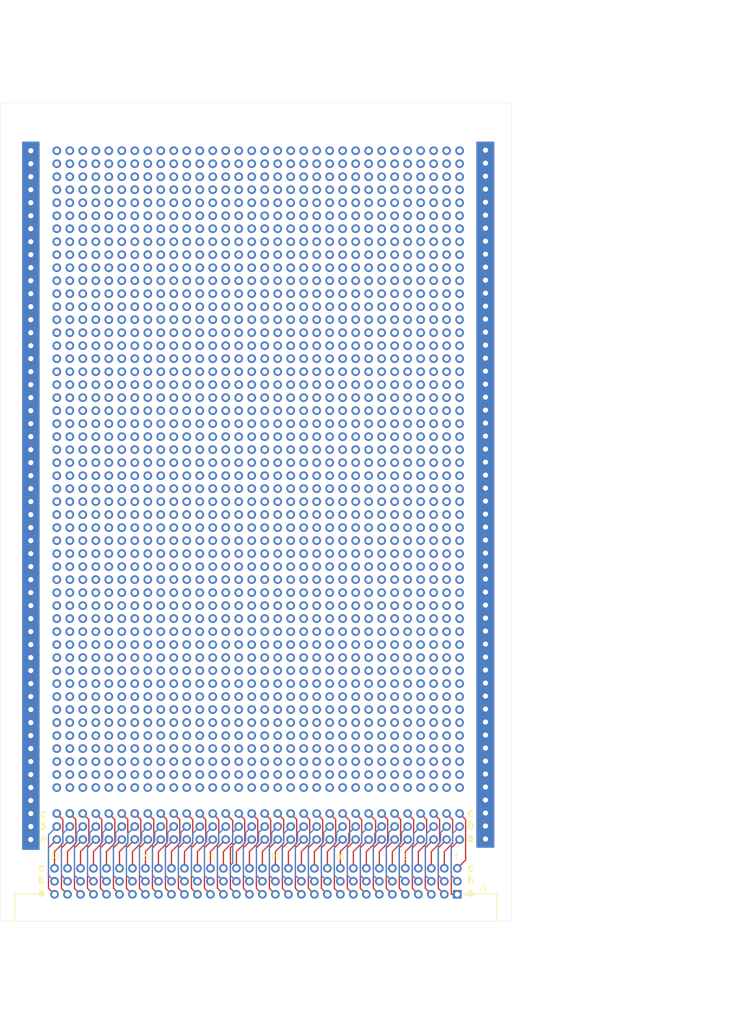
<source format=kicad_pcb>
(kicad_pcb (version 20171130) (host pcbnew "(5.1.4-0-10_14)")
  (layers (0 F.Cu signal) (31 B.Cu signal) (34 B.Paste user) (35 F.Paste user) (36 B.SilkS user) (37 F.SilkS user) (38 B.Mask user) (39 F.Mask user) (44 Edge.Cuts user))
  (net 0 "")
  (net 1 "Net-(J1-Padc30)")
  (net 2 "Net-(J1-Padc29)")
  (net 3 "Net-(J1-Padc28)")
  (net 4 "Net-(J1-Padc27)")
  (net 5 "Net-(J1-Padc26)")
  (net 6 "Net-(J1-Padc25)")
  (net 7 "Net-(J1-Padc24)")
  (net 8 "Net-(J1-Padc23)")
  (net 9 "Net-(J1-Padc22)")
  (net 10 "Net-(J1-Padc21)")
  (net 11 "Net-(J1-Padc20)")
  (net 12 "Net-(J1-Padc19)")
  (net 13 "Net-(J1-Padc18)")
  (net 14 "Net-(J1-Padc17)")
  (net 15 "Net-(J1-Padc16)")
  (net 16 "Net-(J1-Padc15)")
  (net 17 "Net-(J1-Padc14)")
  (net 18 "Net-(J1-Padc13)")
  (net 19 "Net-(J1-Padc12)")
  (net 20 "Net-(J1-Padc11)")
  (net 21 "Net-(J1-Padc10)")
  (net 22 "Net-(J1-Padc8)")
  (net 23 "Net-(J1-Padc7)")
  (net 24 "Net-(J1-Padc6)")
  (net 25 "Net-(J1-Padc5)")
  (net 26 "Net-(J1-Padc4)")
  (net 27 "Net-(J1-Padc3)")
  (net 28 "Net-(J1-Padc2)")
  (net 29 "Net-(J1-Padc1)")
  (net 30 "Net-(J1-Pada1)")
  (net 31 "Net-(J1-Padb1)")
  (net 32 "Net-(J1-Pada2)")
  (net 33 "Net-(J1-Padb2)")
  (net 34 "Net-(J1-Pada3)")
  (net 35 "Net-(J1-Padb3)")
  (net 36 "Net-(J1-Pada4)")
  (net 37 "Net-(J1-Padb4)")
  (net 38 "Net-(J1-Pada5)")
  (net 39 "Net-(J1-Padb5)")
  (net 40 "Net-(J1-Pada6)")
  (net 41 "Net-(J1-Padb6)")
  (net 42 "Net-(J1-Pada7)")
  (net 43 "Net-(J1-Padb7)")
  (net 44 "Net-(J1-Pada8)")
  (net 45 "Net-(J1-Padb8)")
  (net 46 "Net-(J1-Padb9)")
  (net 47 "Net-(J1-Pada10)")
  (net 48 "Net-(J1-Padb10)")
  (net 49 "Net-(J1-Padb11)")
  (net 50 "Net-(J1-Pada12)")
  (net 51 "Net-(J1-Padb12)")
  (net 52 "Net-(J1-Pada13)")
  (net 53 "Net-(J1-Padb13)")
  (net 54 "Net-(J1-Pada14)")
  (net 55 "Net-(J1-Padb14)")
  (net 56 "Net-(J1-Padb15)")
  (net 57 "Net-(J1-Pada16)")
  (net 58 "Net-(J1-Padb16)")
  (net 59 "Net-(J1-Padb17)")
  (net 60 "Net-(J1-Pada18)")
  (net 61 "Net-(J1-Padb18)")
  (net 62 "Net-(J1-Padb19)")
  (net 63 "Net-(J1-Pada20)")
  (net 64 "Net-(J1-Pada21)")
  (net 65 "Net-(J1-Padb21)")
  (net 66 "Net-(J1-Pada22)")
  (net 67 "Net-(J1-Padb22)")
  (net 68 "Net-(J1-Pada23)")
  (net 69 "Net-(J1-Pada24)")
  (net 70 "Net-(J1-Padb24)")
  (net 71 "Net-(J1-Pada25)")
  (net 72 "Net-(J1-Padb25)")
  (net 73 "Net-(J1-Pada26)")
  (net 74 "Net-(J1-Padb26)")
  (net 75 "Net-(J1-Pada27)")
  (net 76 "Net-(J1-Padb27)")
  (net 77 "Net-(J1-Pada28)")
  (net 78 "Net-(J1-Padb28)")
  (net 79 "Net-(J1-Pada29)")
  (net 80 "Net-(J1-Padb29)")
  (net 81 "Net-(J1-Pada30)")
  (net 82 "Net-(J1-Padb30)")
  (net 83 "Net-(J1-Padb31)")
  (net 84 GND)
  (net 85 "Net-(J1-Padc32)")
  (net 86 "Net-(J1-Padc31)")
  (net 87 "Net-(J1-Padc9)")
  (net 88 "Net-(J1-Pada9)")
  (net 89 "Net-(J1-Pada11)")
  (net 90 "Net-(J1-Pada15)")
  (net 91 "Net-(J1-Pada17)")
  (net 92 "Net-(J1-Pada19)")
  (net 93 "Net-(J1-Padb20)")
  (net 94 "Net-(J1-Padb23)")
  (net 95 "Net-(J1-Pada31)")
  (net 96 "Net-(J1-Pada32)")
  (net 97 "Net-(J1-Padb32)")
  (module d_connectors:Pin_D1.0mm_L10.0mm_LooseFit_NoSilk (layer F.Cu) (at 89.82 -26.16)
    (fp_text reference REF** hide)
    (fp_text value Pin_D1.0mm_L10.0mm_LooseFit_NoSilk hide)
    (pad "" thru_hole circle (at 0 0) (size 1.7 1.7) (drill 1) (layers *.Cu *.Mask))
  )
  (module d_connectors:Pin_D1.0mm_L10.0mm_LooseFit_NoSilk (layer F.Cu) (at 89.82 -33.78)
    (fp_text reference REF** hide)
    (fp_text value Pin_D1.0mm_L10.0mm_LooseFit_NoSilk hide)
    (pad "" thru_hole circle (at 0 0) (size 1.7 1.7) (drill 1) (layers *.Cu *.Mask))
  )
  (module d_connectors:Pin_D1.0mm_L10.0mm_LooseFit_NoSilk (layer F.Cu) (at 89.82 -31.24)
    (fp_text reference REF** hide)
    (fp_text value Pin_D1.0mm_L10.0mm_LooseFit_NoSilk hide)
    (pad "" thru_hole circle (at 0 0) (size 1.7 1.7) (drill 1) (layers *.Cu *.Mask))
  )
  (module d_connectors:Pin_D1.0mm_L10.0mm_LooseFit_NoSilk (layer F.Cu) (at 89.82 -28.7)
    (fp_text reference REF** hide)
    (fp_text value Pin_D1.0mm_L10.0mm_LooseFit_NoSilk hide)
    (pad "" thru_hole circle (at 0 0) (size 1.7 1.7) (drill 1) (layers *.Cu *.Mask))
  )
  (module d_connectors:Pin_D1.0mm_L10.0mm_LooseFit_NoSilk (layer F.Cu) (at 89.82 -21.08)
    (fp_text reference REF** hide)
    (fp_text value Pin_D1.0mm_L10.0mm_LooseFit_NoSilk hide)
    (pad "" thru_hole circle (at 0 0) (size 1.7 1.7) (drill 1) (layers *.Cu *.Mask) (net 29 "Net-(J1-Padc1)"))
  )
  (module d_connectors:Pin_D1.0mm_L10.0mm_LooseFit_NoSilk (layer F.Cu) (at 89.82 -18.54)
    (fp_text reference REF** hide)
    (fp_text value Pin_D1.0mm_L10.0mm_LooseFit_NoSilk hide)
    (pad "" thru_hole circle (at 0 0) (size 1.7 1.7) (drill 1) (layers *.Cu *.Mask) (net 31 "Net-(J1-Padb1)"))
  )
  (module d_connectors:Pin_D1.0mm_L10.0mm_LooseFit_NoSilk (layer F.Cu) (at 89.82 -16)
    (fp_text reference REF** hide)
    (fp_text value Pin_D1.0mm_L10.0mm_LooseFit_NoSilk hide)
    (pad "" thru_hole circle (at 0 0) (size 1.7 1.7) (drill 1) (layers *.Cu *.Mask) (net 30 "Net-(J1-Pada1)"))
  )
  (module d_connectors:Pin_D1.0mm_L10.0mm_LooseFit_NoSilk (layer F.Cu) (at 89.82 -150.62)
    (fp_text reference REF** hide)
    (fp_text value Pin_D1.0mm_L10.0mm_LooseFit_NoSilk hide)
    (pad "" thru_hole circle (at 0 0) (size 1.7 1.7) (drill 1) (layers *.Cu *.Mask))
  )
  (module d_connectors:Pin_D1.0mm_L10.0mm_LooseFit_NoSilk (layer F.Cu) (at 87.28 -150.62)
    (fp_text reference REF** hide)
    (fp_text value Pin_D1.0mm_L10.0mm_LooseFit_NoSilk hide)
    (pad "" thru_hole circle (at 0 0) (size 1.7 1.7) (drill 1) (layers *.Cu *.Mask))
  )
  (module d_connectors:Pin_D1.0mm_L10.0mm_LooseFit_NoSilk (layer F.Cu) (at 84.74 -150.62)
    (fp_text reference REF** hide)
    (fp_text value Pin_D1.0mm_L10.0mm_LooseFit_NoSilk hide)
    (pad "" thru_hole circle (at 0 0) (size 1.7 1.7) (drill 1) (layers *.Cu *.Mask))
  )
  (module d_connectors:Pin_D1.0mm_L10.0mm_LooseFit_NoSilk (layer F.Cu) (at 82.2 -150.62)
    (fp_text reference REF** hide)
    (fp_text value Pin_D1.0mm_L10.0mm_LooseFit_NoSilk hide)
    (pad "" thru_hole circle (at 0 0) (size 1.7 1.7) (drill 1) (layers *.Cu *.Mask))
  )
  (module d_connectors:Pin_D1.0mm_L10.0mm_LooseFit_NoSilk (layer F.Cu) (at 79.66 -150.62)
    (fp_text reference REF** hide)
    (fp_text value Pin_D1.0mm_L10.0mm_LooseFit_NoSilk hide)
    (pad "" thru_hole circle (at 0 0) (size 1.7 1.7) (drill 1) (layers *.Cu *.Mask))
  )
  (module d_connectors:Pin_D1.0mm_L10.0mm_LooseFit_NoSilk (layer F.Cu) (at 77.12 -150.62)
    (fp_text reference REF** hide)
    (fp_text value Pin_D1.0mm_L10.0mm_LooseFit_NoSilk hide)
    (pad "" thru_hole circle (at 0 0) (size 1.7 1.7) (drill 1) (layers *.Cu *.Mask))
  )
  (module d_connectors:Pin_D1.0mm_L10.0mm_LooseFit_NoSilk (layer F.Cu) (at 74.58 -150.62)
    (fp_text reference REF** hide)
    (fp_text value Pin_D1.0mm_L10.0mm_LooseFit_NoSilk hide)
    (pad "" thru_hole circle (at 0 0) (size 1.7 1.7) (drill 1) (layers *.Cu *.Mask))
  )
  (module d_connectors:Pin_D1.0mm_L10.0mm_LooseFit_NoSilk (layer F.Cu) (at 72.04 -150.62)
    (fp_text reference REF** hide)
    (fp_text value Pin_D1.0mm_L10.0mm_LooseFit_NoSilk hide)
    (pad "" thru_hole circle (at 0 0) (size 1.7 1.7) (drill 1) (layers *.Cu *.Mask))
  )
  (module d_connectors:Pin_D1.0mm_L10.0mm_LooseFit_NoSilk (layer F.Cu) (at 69.5 -150.62)
    (fp_text reference REF** hide)
    (fp_text value Pin_D1.0mm_L10.0mm_LooseFit_NoSilk hide)
    (pad "" thru_hole circle (at 0 0) (size 1.7 1.7) (drill 1) (layers *.Cu *.Mask))
  )
  (module d_connectors:Pin_D1.0mm_L10.0mm_LooseFit_NoSilk (layer F.Cu) (at 66.96 -150.62)
    (fp_text reference REF** hide)
    (fp_text value Pin_D1.0mm_L10.0mm_LooseFit_NoSilk hide)
    (pad "" thru_hole circle (at 0 0) (size 1.7 1.7) (drill 1) (layers *.Cu *.Mask))
  )
  (module d_connectors:Pin_D1.0mm_L10.0mm_LooseFit_NoSilk (layer F.Cu) (at 64.42 -150.62)
    (fp_text reference REF** hide)
    (fp_text value Pin_D1.0mm_L10.0mm_LooseFit_NoSilk hide)
    (pad "" thru_hole circle (at 0 0) (size 1.7 1.7) (drill 1) (layers *.Cu *.Mask))
  )
  (module d_connectors:Pin_D1.0mm_L10.0mm_LooseFit_NoSilk (layer F.Cu) (at 61.88 -150.62)
    (fp_text reference REF** hide)
    (fp_text value Pin_D1.0mm_L10.0mm_LooseFit_NoSilk hide)
    (pad "" thru_hole circle (at 0 0) (size 1.7 1.7) (drill 1) (layers *.Cu *.Mask))
  )
  (module d_connectors:Pin_D1.0mm_L10.0mm_LooseFit_NoSilk (layer F.Cu) (at 59.34 -150.62)
    (fp_text reference REF** hide)
    (fp_text value Pin_D1.0mm_L10.0mm_LooseFit_NoSilk hide)
    (pad "" thru_hole circle (at 0 0) (size 1.7 1.7) (drill 1) (layers *.Cu *.Mask))
  )
  (module d_connectors:Pin_D1.0mm_L10.0mm_LooseFit_NoSilk (layer F.Cu) (at 56.8 -150.62)
    (fp_text reference REF** hide)
    (fp_text value Pin_D1.0mm_L10.0mm_LooseFit_NoSilk hide)
    (pad "" thru_hole circle (at 0 0) (size 1.7 1.7) (drill 1) (layers *.Cu *.Mask))
  )
  (module d_connectors:Pin_D1.0mm_L10.0mm_LooseFit_NoSilk (layer F.Cu) (at 54.26 -150.62)
    (fp_text reference REF** hide)
    (fp_text value Pin_D1.0mm_L10.0mm_LooseFit_NoSilk hide)
    (pad "" thru_hole circle (at 0 0) (size 1.7 1.7) (drill 1) (layers *.Cu *.Mask))
  )
  (module d_connectors:Pin_D1.0mm_L10.0mm_LooseFit_NoSilk (layer F.Cu) (at 51.72 -150.62)
    (fp_text reference REF** hide)
    (fp_text value Pin_D1.0mm_L10.0mm_LooseFit_NoSilk hide)
    (pad "" thru_hole circle (at 0 0) (size 1.7 1.7) (drill 1) (layers *.Cu *.Mask))
  )
  (module d_connectors:Pin_D1.0mm_L10.0mm_LooseFit_NoSilk (layer F.Cu) (at 49.18 -150.62)
    (fp_text reference REF** hide)
    (fp_text value Pin_D1.0mm_L10.0mm_LooseFit_NoSilk hide)
    (pad "" thru_hole circle (at 0 0) (size 1.7 1.7) (drill 1) (layers *.Cu *.Mask))
  )
  (module d_connectors:Pin_D1.0mm_L10.0mm_LooseFit_NoSilk (layer F.Cu) (at 66.96 -145.54)
    (fp_text reference REF** hide)
    (fp_text value Pin_D1.0mm_L10.0mm_LooseFit_NoSilk hide)
    (pad "" thru_hole circle (at 0 0) (size 1.7 1.7) (drill 1) (layers *.Cu *.Mask))
  )
  (module d_connectors:Pin_D1.0mm_L10.0mm_LooseFit_NoSilk (layer F.Cu) (at 59.34 -145.54)
    (fp_text reference REF** hide)
    (fp_text value Pin_D1.0mm_L10.0mm_LooseFit_NoSilk hide)
    (pad "" thru_hole circle (at 0 0) (size 1.7 1.7) (drill 1) (layers *.Cu *.Mask))
  )
  (module d_connectors:Pin_D1.0mm_L10.0mm_LooseFit_NoSilk (layer F.Cu) (at 56.8 -145.54)
    (fp_text reference REF** hide)
    (fp_text value Pin_D1.0mm_L10.0mm_LooseFit_NoSilk hide)
    (pad "" thru_hole circle (at 0 0) (size 1.7 1.7) (drill 1) (layers *.Cu *.Mask))
  )
  (module d_connectors:Pin_D1.0mm_L10.0mm_LooseFit_NoSilk (layer F.Cu) (at 54.26 -145.54)
    (fp_text reference REF** hide)
    (fp_text value Pin_D1.0mm_L10.0mm_LooseFit_NoSilk hide)
    (pad "" thru_hole circle (at 0 0) (size 1.7 1.7) (drill 1) (layers *.Cu *.Mask))
  )
  (module d_connectors:Pin_D1.0mm_L10.0mm_LooseFit_NoSilk (layer F.Cu) (at 51.72 -145.54)
    (fp_text reference REF** hide)
    (fp_text value Pin_D1.0mm_L10.0mm_LooseFit_NoSilk hide)
    (pad "" thru_hole circle (at 0 0) (size 1.7 1.7) (drill 1) (layers *.Cu *.Mask))
  )
  (module d_connectors:Pin_D1.0mm_L10.0mm_LooseFit_NoSilk (layer F.Cu) (at 49.18 -145.54)
    (fp_text reference REF** hide)
    (fp_text value Pin_D1.0mm_L10.0mm_LooseFit_NoSilk hide)
    (pad "" thru_hole circle (at 0 0) (size 1.7 1.7) (drill 1) (layers *.Cu *.Mask))
  )
  (module d_connectors:Pin_D1.0mm_L10.0mm_LooseFit_NoSilk (layer F.Cu) (at 46.64 -145.54)
    (fp_text reference REF** hide)
    (fp_text value Pin_D1.0mm_L10.0mm_LooseFit_NoSilk hide)
    (pad "" thru_hole circle (at 0 0) (size 1.7 1.7) (drill 1) (layers *.Cu *.Mask))
  )
  (module d_connectors:Pin_D1.0mm_L10.0mm_LooseFit_NoSilk (layer F.Cu) (at 44.1 -145.54)
    (fp_text reference REF** hide)
    (fp_text value Pin_D1.0mm_L10.0mm_LooseFit_NoSilk hide)
    (pad "" thru_hole circle (at 0 0) (size 1.7 1.7) (drill 1) (layers *.Cu *.Mask))
  )
  (module d_connectors:Pin_D1.0mm_L10.0mm_LooseFit_NoSilk (layer F.Cu) (at 41.56 -145.54)
    (fp_text reference REF** hide)
    (fp_text value Pin_D1.0mm_L10.0mm_LooseFit_NoSilk hide)
    (pad "" thru_hole circle (at 0 0) (size 1.7 1.7) (drill 1) (layers *.Cu *.Mask))
  )
  (module d_connectors:Pin_D1.0mm_L10.0mm_LooseFit_NoSilk (layer F.Cu) (at 39.02 -145.54)
    (fp_text reference REF** hide)
    (fp_text value Pin_D1.0mm_L10.0mm_LooseFit_NoSilk hide)
    (pad "" thru_hole circle (at 0 0) (size 1.7 1.7) (drill 1) (layers *.Cu *.Mask))
  )
  (module d_connectors:Pin_D1.0mm_L10.0mm_LooseFit_NoSilk (layer F.Cu) (at 36.48 -145.54)
    (fp_text reference REF** hide)
    (fp_text value Pin_D1.0mm_L10.0mm_LooseFit_NoSilk hide)
    (pad "" thru_hole circle (at 0 0) (size 1.7 1.7) (drill 1) (layers *.Cu *.Mask))
  )
  (module d_connectors:Pin_D1.0mm_L10.0mm_LooseFit_NoSilk (layer F.Cu) (at 33.94 -145.54)
    (fp_text reference REF** hide)
    (fp_text value Pin_D1.0mm_L10.0mm_LooseFit_NoSilk hide)
    (pad "" thru_hole circle (at 0 0) (size 1.7 1.7) (drill 1) (layers *.Cu *.Mask))
  )
  (module d_connectors:Pin_D1.0mm_L10.0mm_LooseFit_NoSilk (layer F.Cu) (at 31.4 -145.54)
    (fp_text reference REF** hide)
    (fp_text value Pin_D1.0mm_L10.0mm_LooseFit_NoSilk hide)
    (pad "" thru_hole circle (at 0 0) (size 1.7 1.7) (drill 1) (layers *.Cu *.Mask))
  )
  (module d_connectors:Pin_D1.0mm_L10.0mm_LooseFit_NoSilk (layer F.Cu) (at 28.86 -145.54)
    (fp_text reference REF** hide)
    (fp_text value Pin_D1.0mm_L10.0mm_LooseFit_NoSilk hide)
    (pad "" thru_hole circle (at 0 0) (size 1.7 1.7) (drill 1) (layers *.Cu *.Mask))
  )
  (module d_connectors:Pin_D1.0mm_L10.0mm_LooseFit_NoSilk (layer F.Cu) (at 26.32 -145.54)
    (fp_text reference REF** hide)
    (fp_text value Pin_D1.0mm_L10.0mm_LooseFit_NoSilk hide)
    (pad "" thru_hole circle (at 0 0) (size 1.7 1.7) (drill 1) (layers *.Cu *.Mask))
  )
  (module d_connectors:Pin_D1.0mm_L10.0mm_LooseFit_NoSilk (layer F.Cu) (at 23.78 -145.54)
    (fp_text reference REF** hide)
    (fp_text value Pin_D1.0mm_L10.0mm_LooseFit_NoSilk hide)
    (pad "" thru_hole circle (at 0 0) (size 1.7 1.7) (drill 1) (layers *.Cu *.Mask))
  )
  (module d_connectors:Pin_D1.0mm_L10.0mm_LooseFit_NoSilk (layer F.Cu) (at 21.24 -145.54)
    (fp_text reference REF** hide)
    (fp_text value Pin_D1.0mm_L10.0mm_LooseFit_NoSilk hide)
    (pad "" thru_hole circle (at 0 0) (size 1.7 1.7) (drill 1) (layers *.Cu *.Mask))
  )
  (module d_connectors:Pin_D1.0mm_L10.0mm_LooseFit_NoSilk (layer F.Cu) (at 18.7 -145.54)
    (fp_text reference REF** hide)
    (fp_text value Pin_D1.0mm_L10.0mm_LooseFit_NoSilk hide)
    (pad "" thru_hole circle (at 0 0) (size 1.7 1.7) (drill 1) (layers *.Cu *.Mask))
  )
  (module d_connectors:Pin_D1.0mm_L10.0mm_LooseFit_NoSilk (layer F.Cu) (at 16.16 -145.54)
    (fp_text reference REF** hide)
    (fp_text value Pin_D1.0mm_L10.0mm_LooseFit_NoSilk hide)
    (pad "" thru_hole circle (at 0 0) (size 1.7 1.7) (drill 1) (layers *.Cu *.Mask))
  )
  (module d_connectors:Pin_D1.0mm_L10.0mm_LooseFit_NoSilk (layer F.Cu) (at 13.62 -145.54)
    (fp_text reference REF** hide)
    (fp_text value Pin_D1.0mm_L10.0mm_LooseFit_NoSilk hide)
    (pad "" thru_hole circle (at 0 0) (size 1.7 1.7) (drill 1) (layers *.Cu *.Mask))
  )
  (module d_connectors:Pin_D1.0mm_L10.0mm_LooseFit_NoSilk (layer F.Cu) (at 11.08 -145.54)
    (fp_text reference REF** hide)
    (fp_text value Pin_D1.0mm_L10.0mm_LooseFit_NoSilk hide)
    (pad "" thru_hole circle (at 0 0) (size 1.7 1.7) (drill 1) (layers *.Cu *.Mask))
  )
  (module d_connectors:Pin_D1.0mm_L10.0mm_LooseFit_NoSilk (layer F.Cu) (at 89.82 -143)
    (fp_text reference REF** hide)
    (fp_text value Pin_D1.0mm_L10.0mm_LooseFit_NoSilk hide)
    (pad "" thru_hole circle (at 0 0) (size 1.7 1.7) (drill 1) (layers *.Cu *.Mask))
  )
  (module d_connectors:Pin_D1.0mm_L10.0mm_LooseFit_NoSilk (layer F.Cu) (at 87.28 -143)
    (fp_text reference REF** hide)
    (fp_text value Pin_D1.0mm_L10.0mm_LooseFit_NoSilk hide)
    (pad "" thru_hole circle (at 0 0) (size 1.7 1.7) (drill 1) (layers *.Cu *.Mask))
  )
  (module d_connectors:Pin_D1.0mm_L10.0mm_LooseFit_NoSilk (layer F.Cu) (at 84.74 -143)
    (fp_text reference REF** hide)
    (fp_text value Pin_D1.0mm_L10.0mm_LooseFit_NoSilk hide)
    (pad "" thru_hole circle (at 0 0) (size 1.7 1.7) (drill 1) (layers *.Cu *.Mask))
  )
  (module d_connectors:Pin_D1.0mm_L10.0mm_LooseFit_NoSilk (layer F.Cu) (at 82.2 -143)
    (fp_text reference REF** hide)
    (fp_text value Pin_D1.0mm_L10.0mm_LooseFit_NoSilk hide)
    (pad "" thru_hole circle (at 0 0) (size 1.7 1.7) (drill 1) (layers *.Cu *.Mask))
  )
  (module d_connectors:Pin_D1.0mm_L10.0mm_LooseFit_NoSilk (layer F.Cu) (at 79.66 -143)
    (fp_text reference REF** hide)
    (fp_text value Pin_D1.0mm_L10.0mm_LooseFit_NoSilk hide)
    (pad "" thru_hole circle (at 0 0) (size 1.7 1.7) (drill 1) (layers *.Cu *.Mask))
  )
  (module d_connectors:Pin_D1.0mm_L10.0mm_LooseFit_NoSilk (layer F.Cu) (at 77.12 -143)
    (fp_text reference REF** hide)
    (fp_text value Pin_D1.0mm_L10.0mm_LooseFit_NoSilk hide)
    (pad "" thru_hole circle (at 0 0) (size 1.7 1.7) (drill 1) (layers *.Cu *.Mask))
  )
  (module d_connectors:Pin_D1.0mm_L10.0mm_LooseFit_NoSilk (layer F.Cu) (at 74.58 -143)
    (fp_text reference REF** hide)
    (fp_text value Pin_D1.0mm_L10.0mm_LooseFit_NoSilk hide)
    (pad "" thru_hole circle (at 0 0) (size 1.7 1.7) (drill 1) (layers *.Cu *.Mask))
  )
  (module d_connectors:Pin_D1.0mm_L10.0mm_LooseFit_NoSilk (layer F.Cu) (at 72.04 -143)
    (fp_text reference REF** hide)
    (fp_text value Pin_D1.0mm_L10.0mm_LooseFit_NoSilk hide)
    (pad "" thru_hole circle (at 0 0) (size 1.7 1.7) (drill 1) (layers *.Cu *.Mask))
  )
  (module d_connectors:Pin_D1.0mm_L10.0mm_LooseFit_NoSilk (layer F.Cu) (at 69.5 -143)
    (fp_text reference REF** hide)
    (fp_text value Pin_D1.0mm_L10.0mm_LooseFit_NoSilk hide)
    (pad "" thru_hole circle (at 0 0) (size 1.7 1.7) (drill 1) (layers *.Cu *.Mask))
  )
  (module d_connectors:Pin_D1.0mm_L10.0mm_LooseFit_NoSilk (layer F.Cu) (at 66.96 -143)
    (fp_text reference REF** hide)
    (fp_text value Pin_D1.0mm_L10.0mm_LooseFit_NoSilk hide)
    (pad "" thru_hole circle (at 0 0) (size 1.7 1.7) (drill 1) (layers *.Cu *.Mask))
  )
  (module d_connectors:Pin_D1.0mm_L10.0mm_LooseFit_NoSilk (layer F.Cu) (at 64.42 -143)
    (fp_text reference REF** hide)
    (fp_text value Pin_D1.0mm_L10.0mm_LooseFit_NoSilk hide)
    (pad "" thru_hole circle (at 0 0) (size 1.7 1.7) (drill 1) (layers *.Cu *.Mask))
  )
  (module d_connectors:Pin_D1.0mm_L10.0mm_LooseFit_NoSilk (layer F.Cu) (at 61.88 -143)
    (fp_text reference REF** hide)
    (fp_text value Pin_D1.0mm_L10.0mm_LooseFit_NoSilk hide)
    (pad "" thru_hole circle (at 0 0) (size 1.7 1.7) (drill 1) (layers *.Cu *.Mask))
  )
  (module d_connectors:Pin_D1.0mm_L10.0mm_LooseFit_NoSilk (layer F.Cu) (at 59.34 -143)
    (fp_text reference REF** hide)
    (fp_text value Pin_D1.0mm_L10.0mm_LooseFit_NoSilk hide)
    (pad "" thru_hole circle (at 0 0) (size 1.7 1.7) (drill 1) (layers *.Cu *.Mask))
  )
  (module d_connectors:Pin_D1.0mm_L10.0mm_LooseFit_NoSilk (layer F.Cu) (at 56.8 -143)
    (fp_text reference REF** hide)
    (fp_text value Pin_D1.0mm_L10.0mm_LooseFit_NoSilk hide)
    (pad "" thru_hole circle (at 0 0) (size 1.7 1.7) (drill 1) (layers *.Cu *.Mask))
  )
  (module d_connectors:Pin_D1.0mm_L10.0mm_LooseFit_NoSilk (layer F.Cu) (at 54.26 -143)
    (fp_text reference REF** hide)
    (fp_text value Pin_D1.0mm_L10.0mm_LooseFit_NoSilk hide)
    (pad "" thru_hole circle (at 0 0) (size 1.7 1.7) (drill 1) (layers *.Cu *.Mask))
  )
  (module d_connectors:Pin_D1.0mm_L10.0mm_LooseFit_NoSilk (layer F.Cu) (at 51.72 -143)
    (fp_text reference REF** hide)
    (fp_text value Pin_D1.0mm_L10.0mm_LooseFit_NoSilk hide)
    (pad "" thru_hole circle (at 0 0) (size 1.7 1.7) (drill 1) (layers *.Cu *.Mask))
  )
  (module d_connectors:Pin_D1.0mm_L10.0mm_LooseFit_NoSilk (layer F.Cu) (at 49.18 -143)
    (fp_text reference REF** hide)
    (fp_text value Pin_D1.0mm_L10.0mm_LooseFit_NoSilk hide)
    (pad "" thru_hole circle (at 0 0) (size 1.7 1.7) (drill 1) (layers *.Cu *.Mask))
  )
  (module d_connectors:Pin_D1.0mm_L10.0mm_LooseFit_NoSilk (layer F.Cu) (at 46.64 -143)
    (fp_text reference REF** hide)
    (fp_text value Pin_D1.0mm_L10.0mm_LooseFit_NoSilk hide)
    (pad "" thru_hole circle (at 0 0) (size 1.7 1.7) (drill 1) (layers *.Cu *.Mask))
  )
  (module d_connectors:Pin_D1.0mm_L10.0mm_LooseFit_NoSilk (layer F.Cu) (at 44.1 -143)
    (fp_text reference REF** hide)
    (fp_text value Pin_D1.0mm_L10.0mm_LooseFit_NoSilk hide)
    (pad "" thru_hole circle (at 0 0) (size 1.7 1.7) (drill 1) (layers *.Cu *.Mask))
  )
  (module d_connectors:Pin_D1.0mm_L10.0mm_LooseFit_NoSilk (layer F.Cu) (at 41.56 -143)
    (fp_text reference REF** hide)
    (fp_text value Pin_D1.0mm_L10.0mm_LooseFit_NoSilk hide)
    (pad "" thru_hole circle (at 0 0) (size 1.7 1.7) (drill 1) (layers *.Cu *.Mask))
  )
  (module d_connectors:Pin_D1.0mm_L10.0mm_LooseFit_NoSilk (layer F.Cu) (at 39.02 -143)
    (fp_text reference REF** hide)
    (fp_text value Pin_D1.0mm_L10.0mm_LooseFit_NoSilk hide)
    (pad "" thru_hole circle (at 0 0) (size 1.7 1.7) (drill 1) (layers *.Cu *.Mask))
  )
  (module d_connectors:Pin_D1.0mm_L10.0mm_LooseFit_NoSilk (layer F.Cu) (at 36.48 -143)
    (fp_text reference REF** hide)
    (fp_text value Pin_D1.0mm_L10.0mm_LooseFit_NoSilk hide)
    (pad "" thru_hole circle (at 0 0) (size 1.7 1.7) (drill 1) (layers *.Cu *.Mask))
  )
  (module d_connectors:Pin_D1.0mm_L10.0mm_LooseFit_NoSilk (layer F.Cu) (at 33.94 -143)
    (fp_text reference REF** hide)
    (fp_text value Pin_D1.0mm_L10.0mm_LooseFit_NoSilk hide)
    (pad "" thru_hole circle (at 0 0) (size 1.7 1.7) (drill 1) (layers *.Cu *.Mask))
  )
  (module d_connectors:Pin_D1.0mm_L10.0mm_LooseFit_NoSilk (layer F.Cu) (at 31.4 -143)
    (fp_text reference REF** hide)
    (fp_text value Pin_D1.0mm_L10.0mm_LooseFit_NoSilk hide)
    (pad "" thru_hole circle (at 0 0) (size 1.7 1.7) (drill 1) (layers *.Cu *.Mask))
  )
  (module d_connectors:Pin_D1.0mm_L10.0mm_LooseFit_NoSilk (layer F.Cu) (at 28.86 -143)
    (fp_text reference REF** hide)
    (fp_text value Pin_D1.0mm_L10.0mm_LooseFit_NoSilk hide)
    (pad "" thru_hole circle (at 0 0) (size 1.7 1.7) (drill 1) (layers *.Cu *.Mask))
  )
  (module d_connectors:Pin_D1.0mm_L10.0mm_LooseFit_NoSilk (layer F.Cu) (at 26.32 -143)
    (fp_text reference REF** hide)
    (fp_text value Pin_D1.0mm_L10.0mm_LooseFit_NoSilk hide)
    (pad "" thru_hole circle (at 0 0) (size 1.7 1.7) (drill 1) (layers *.Cu *.Mask))
  )
  (module d_connectors:Pin_D1.0mm_L10.0mm_LooseFit_NoSilk (layer F.Cu) (at 23.78 -143)
    (fp_text reference REF** hide)
    (fp_text value Pin_D1.0mm_L10.0mm_LooseFit_NoSilk hide)
    (pad "" thru_hole circle (at 0 0) (size 1.7 1.7) (drill 1) (layers *.Cu *.Mask))
  )
  (module d_connectors:Pin_D1.0mm_L10.0mm_LooseFit_NoSilk (layer F.Cu) (at 21.24 -143)
    (fp_text reference REF** hide)
    (fp_text value Pin_D1.0mm_L10.0mm_LooseFit_NoSilk hide)
    (pad "" thru_hole circle (at 0 0) (size 1.7 1.7) (drill 1) (layers *.Cu *.Mask))
  )
  (module d_connectors:Pin_D1.0mm_L10.0mm_LooseFit_NoSilk (layer F.Cu) (at 18.7 -143)
    (fp_text reference REF** hide)
    (fp_text value Pin_D1.0mm_L10.0mm_LooseFit_NoSilk hide)
    (pad "" thru_hole circle (at 0 0) (size 1.7 1.7) (drill 1) (layers *.Cu *.Mask))
  )
  (module d_connectors:Pin_D1.0mm_L10.0mm_LooseFit_NoSilk (layer F.Cu) (at 16.16 -143)
    (fp_text reference REF** hide)
    (fp_text value Pin_D1.0mm_L10.0mm_LooseFit_NoSilk hide)
    (pad "" thru_hole circle (at 0 0) (size 1.7 1.7) (drill 1) (layers *.Cu *.Mask))
  )
  (module d_connectors:Pin_D1.0mm_L10.0mm_LooseFit_NoSilk (layer F.Cu) (at 13.62 -143)
    (fp_text reference REF** hide)
    (fp_text value Pin_D1.0mm_L10.0mm_LooseFit_NoSilk hide)
    (pad "" thru_hole circle (at 0 0) (size 1.7 1.7) (drill 1) (layers *.Cu *.Mask))
  )
  (module d_connectors:Pin_D1.0mm_L10.0mm_LooseFit_NoSilk (layer F.Cu) (at 11.08 -143)
    (fp_text reference REF** hide)
    (fp_text value Pin_D1.0mm_L10.0mm_LooseFit_NoSilk hide)
    (pad "" thru_hole circle (at 0 0) (size 1.7 1.7) (drill 1) (layers *.Cu *.Mask))
  )
  (module d_connectors:Pin_D1.0mm_L10.0mm_LooseFit_NoSilk (layer F.Cu) (at 89.82 -140.46)
    (fp_text reference REF** hide)
    (fp_text value Pin_D1.0mm_L10.0mm_LooseFit_NoSilk hide)
    (pad "" thru_hole circle (at 0 0) (size 1.7 1.7) (drill 1) (layers *.Cu *.Mask))
  )
  (module d_connectors:Pin_D1.0mm_L10.0mm_LooseFit_NoSilk (layer F.Cu) (at 87.28 -140.46)
    (fp_text reference REF** hide)
    (fp_text value Pin_D1.0mm_L10.0mm_LooseFit_NoSilk hide)
    (pad "" thru_hole circle (at 0 0) (size 1.7 1.7) (drill 1) (layers *.Cu *.Mask))
  )
  (module d_connectors:Pin_D1.0mm_L10.0mm_LooseFit_NoSilk (layer F.Cu) (at 84.74 -140.46)
    (fp_text reference REF** hide)
    (fp_text value Pin_D1.0mm_L10.0mm_LooseFit_NoSilk hide)
    (pad "" thru_hole circle (at 0 0) (size 1.7 1.7) (drill 1) (layers *.Cu *.Mask))
  )
  (module d_connectors:Pin_D1.0mm_L10.0mm_LooseFit_NoSilk (layer F.Cu) (at 82.2 -140.46)
    (fp_text reference REF** hide)
    (fp_text value Pin_D1.0mm_L10.0mm_LooseFit_NoSilk hide)
    (pad "" thru_hole circle (at 0 0) (size 1.7 1.7) (drill 1) (layers *.Cu *.Mask))
  )
  (module d_connectors:Pin_D1.0mm_L10.0mm_LooseFit_NoSilk (layer F.Cu) (at 79.66 -140.46)
    (fp_text reference REF** hide)
    (fp_text value Pin_D1.0mm_L10.0mm_LooseFit_NoSilk hide)
    (pad "" thru_hole circle (at 0 0) (size 1.7 1.7) (drill 1) (layers *.Cu *.Mask))
  )
  (module d_connectors:Pin_D1.0mm_L10.0mm_LooseFit_NoSilk (layer F.Cu) (at 77.12 -140.46)
    (fp_text reference REF** hide)
    (fp_text value Pin_D1.0mm_L10.0mm_LooseFit_NoSilk hide)
    (pad "" thru_hole circle (at 0 0) (size 1.7 1.7) (drill 1) (layers *.Cu *.Mask))
  )
  (module d_connectors:Pin_D1.0mm_L10.0mm_LooseFit_NoSilk (layer F.Cu) (at 74.58 -140.46)
    (fp_text reference REF** hide)
    (fp_text value Pin_D1.0mm_L10.0mm_LooseFit_NoSilk hide)
    (pad "" thru_hole circle (at 0 0) (size 1.7 1.7) (drill 1) (layers *.Cu *.Mask))
  )
  (module d_connectors:Pin_D1.0mm_L10.0mm_LooseFit_NoSilk (layer F.Cu) (at 72.04 -140.46)
    (fp_text reference REF** hide)
    (fp_text value Pin_D1.0mm_L10.0mm_LooseFit_NoSilk hide)
    (pad "" thru_hole circle (at 0 0) (size 1.7 1.7) (drill 1) (layers *.Cu *.Mask))
  )
  (module d_connectors:Pin_D1.0mm_L10.0mm_LooseFit_NoSilk (layer F.Cu) (at 69.5 -140.46)
    (fp_text reference REF** hide)
    (fp_text value Pin_D1.0mm_L10.0mm_LooseFit_NoSilk hide)
    (pad "" thru_hole circle (at 0 0) (size 1.7 1.7) (drill 1) (layers *.Cu *.Mask))
  )
  (module d_connectors:Pin_D1.0mm_L10.0mm_LooseFit_NoSilk (layer F.Cu) (at 66.96 -140.46)
    (fp_text reference REF** hide)
    (fp_text value Pin_D1.0mm_L10.0mm_LooseFit_NoSilk hide)
    (pad "" thru_hole circle (at 0 0) (size 1.7 1.7) (drill 1) (layers *.Cu *.Mask))
  )
  (module d_connectors:Pin_D1.0mm_L10.0mm_LooseFit_NoSilk (layer F.Cu) (at 64.42 -140.46)
    (fp_text reference REF** hide)
    (fp_text value Pin_D1.0mm_L10.0mm_LooseFit_NoSilk hide)
    (pad "" thru_hole circle (at 0 0) (size 1.7 1.7) (drill 1) (layers *.Cu *.Mask))
  )
  (module d_connectors:Pin_D1.0mm_L10.0mm_LooseFit_NoSilk (layer F.Cu) (at 61.88 -140.46)
    (fp_text reference REF** hide)
    (fp_text value Pin_D1.0mm_L10.0mm_LooseFit_NoSilk hide)
    (pad "" thru_hole circle (at 0 0) (size 1.7 1.7) (drill 1) (layers *.Cu *.Mask))
  )
  (module d_connectors:Pin_D1.0mm_L10.0mm_LooseFit_NoSilk (layer F.Cu) (at 59.34 -140.46)
    (fp_text reference REF** hide)
    (fp_text value Pin_D1.0mm_L10.0mm_LooseFit_NoSilk hide)
    (pad "" thru_hole circle (at 0 0) (size 1.7 1.7) (drill 1) (layers *.Cu *.Mask))
  )
  (module d_connectors:Pin_D1.0mm_L10.0mm_LooseFit_NoSilk (layer F.Cu) (at 56.8 -140.46)
    (fp_text reference REF** hide)
    (fp_text value Pin_D1.0mm_L10.0mm_LooseFit_NoSilk hide)
    (pad "" thru_hole circle (at 0 0) (size 1.7 1.7) (drill 1) (layers *.Cu *.Mask))
  )
  (module d_connectors:Pin_D1.0mm_L10.0mm_LooseFit_NoSilk (layer F.Cu) (at 54.26 -140.46)
    (fp_text reference REF** hide)
    (fp_text value Pin_D1.0mm_L10.0mm_LooseFit_NoSilk hide)
    (pad "" thru_hole circle (at 0 0) (size 1.7 1.7) (drill 1) (layers *.Cu *.Mask))
  )
  (module d_connectors:Pin_D1.0mm_L10.0mm_LooseFit_NoSilk (layer F.Cu) (at 51.72 -140.46)
    (fp_text reference REF** hide)
    (fp_text value Pin_D1.0mm_L10.0mm_LooseFit_NoSilk hide)
    (pad "" thru_hole circle (at 0 0) (size 1.7 1.7) (drill 1) (layers *.Cu *.Mask))
  )
  (module d_connectors:Pin_D1.0mm_L10.0mm_LooseFit_NoSilk (layer F.Cu) (at 49.18 -140.46)
    (fp_text reference REF** hide)
    (fp_text value Pin_D1.0mm_L10.0mm_LooseFit_NoSilk hide)
    (pad "" thru_hole circle (at 0 0) (size 1.7 1.7) (drill 1) (layers *.Cu *.Mask))
  )
  (module d_connectors:Pin_D1.0mm_L10.0mm_LooseFit_NoSilk (layer F.Cu) (at 46.64 -140.46)
    (fp_text reference REF** hide)
    (fp_text value Pin_D1.0mm_L10.0mm_LooseFit_NoSilk hide)
    (pad "" thru_hole circle (at 0 0) (size 1.7 1.7) (drill 1) (layers *.Cu *.Mask))
  )
  (module d_connectors:Pin_D1.0mm_L10.0mm_LooseFit_NoSilk (layer F.Cu) (at 44.1 -140.46)
    (fp_text reference REF** hide)
    (fp_text value Pin_D1.0mm_L10.0mm_LooseFit_NoSilk hide)
    (pad "" thru_hole circle (at 0 0) (size 1.7 1.7) (drill 1) (layers *.Cu *.Mask))
  )
  (module d_connectors:Pin_D1.0mm_L10.0mm_LooseFit_NoSilk (layer F.Cu) (at 41.56 -140.46)
    (fp_text reference REF** hide)
    (fp_text value Pin_D1.0mm_L10.0mm_LooseFit_NoSilk hide)
    (pad "" thru_hole circle (at 0 0) (size 1.7 1.7) (drill 1) (layers *.Cu *.Mask))
  )
  (module d_connectors:Pin_D1.0mm_L10.0mm_LooseFit_NoSilk (layer F.Cu) (at 39.02 -140.46)
    (fp_text reference REF** hide)
    (fp_text value Pin_D1.0mm_L10.0mm_LooseFit_NoSilk hide)
    (pad "" thru_hole circle (at 0 0) (size 1.7 1.7) (drill 1) (layers *.Cu *.Mask))
  )
  (module d_connectors:Pin_D1.0mm_L10.0mm_LooseFit_NoSilk (layer F.Cu) (at 36.48 -140.46)
    (fp_text reference REF** hide)
    (fp_text value Pin_D1.0mm_L10.0mm_LooseFit_NoSilk hide)
    (pad "" thru_hole circle (at 0 0) (size 1.7 1.7) (drill 1) (layers *.Cu *.Mask))
  )
  (module d_connectors:Pin_D1.0mm_L10.0mm_LooseFit_NoSilk (layer F.Cu) (at 33.94 -140.46)
    (fp_text reference REF** hide)
    (fp_text value Pin_D1.0mm_L10.0mm_LooseFit_NoSilk hide)
    (pad "" thru_hole circle (at 0 0) (size 1.7 1.7) (drill 1) (layers *.Cu *.Mask))
  )
  (module d_connectors:Pin_D1.0mm_L10.0mm_LooseFit_NoSilk (layer F.Cu) (at 31.4 -140.46)
    (fp_text reference REF** hide)
    (fp_text value Pin_D1.0mm_L10.0mm_LooseFit_NoSilk hide)
    (pad "" thru_hole circle (at 0 0) (size 1.7 1.7) (drill 1) (layers *.Cu *.Mask))
  )
  (module d_connectors:Pin_D1.0mm_L10.0mm_LooseFit_NoSilk (layer F.Cu) (at 28.86 -140.46)
    (fp_text reference REF** hide)
    (fp_text value Pin_D1.0mm_L10.0mm_LooseFit_NoSilk hide)
    (pad "" thru_hole circle (at 0 0) (size 1.7 1.7) (drill 1) (layers *.Cu *.Mask))
  )
  (module d_connectors:Pin_D1.0mm_L10.0mm_LooseFit_NoSilk (layer F.Cu) (at 26.32 -140.46)
    (fp_text reference REF** hide)
    (fp_text value Pin_D1.0mm_L10.0mm_LooseFit_NoSilk hide)
    (pad "" thru_hole circle (at 0 0) (size 1.7 1.7) (drill 1) (layers *.Cu *.Mask))
  )
  (module d_connectors:Pin_D1.0mm_L10.0mm_LooseFit_NoSilk (layer F.Cu) (at 23.78 -140.46)
    (fp_text reference REF** hide)
    (fp_text value Pin_D1.0mm_L10.0mm_LooseFit_NoSilk hide)
    (pad "" thru_hole circle (at 0 0) (size 1.7 1.7) (drill 1) (layers *.Cu *.Mask))
  )
  (module d_connectors:Pin_D1.0mm_L10.0mm_LooseFit_NoSilk (layer F.Cu) (at 21.24 -140.46)
    (fp_text reference REF** hide)
    (fp_text value Pin_D1.0mm_L10.0mm_LooseFit_NoSilk hide)
    (pad "" thru_hole circle (at 0 0) (size 1.7 1.7) (drill 1) (layers *.Cu *.Mask))
  )
  (module d_connectors:Pin_D1.0mm_L10.0mm_LooseFit_NoSilk (layer F.Cu) (at 18.7 -140.46)
    (fp_text reference REF** hide)
    (fp_text value Pin_D1.0mm_L10.0mm_LooseFit_NoSilk hide)
    (pad "" thru_hole circle (at 0 0) (size 1.7 1.7) (drill 1) (layers *.Cu *.Mask))
  )
  (module d_connectors:Pin_D1.0mm_L10.0mm_LooseFit_NoSilk (layer F.Cu) (at 16.16 -140.46)
    (fp_text reference REF** hide)
    (fp_text value Pin_D1.0mm_L10.0mm_LooseFit_NoSilk hide)
    (pad "" thru_hole circle (at 0 0) (size 1.7 1.7) (drill 1) (layers *.Cu *.Mask))
  )
  (module d_connectors:Pin_D1.0mm_L10.0mm_LooseFit_NoSilk (layer F.Cu) (at 13.62 -140.46)
    (fp_text reference REF** hide)
    (fp_text value Pin_D1.0mm_L10.0mm_LooseFit_NoSilk hide)
    (pad "" thru_hole circle (at 0 0) (size 1.7 1.7) (drill 1) (layers *.Cu *.Mask))
  )
  (module d_connectors:Pin_D1.0mm_L10.0mm_LooseFit_NoSilk (layer F.Cu) (at 11.08 -140.46)
    (fp_text reference REF** hide)
    (fp_text value Pin_D1.0mm_L10.0mm_LooseFit_NoSilk hide)
    (pad "" thru_hole circle (at 0 0) (size 1.7 1.7) (drill 1) (layers *.Cu *.Mask))
  )
  (module d_connectors:Pin_D1.0mm_L10.0mm_LooseFit_NoSilk (layer F.Cu) (at 89.82 -137.92)
    (fp_text reference REF** hide)
    (fp_text value Pin_D1.0mm_L10.0mm_LooseFit_NoSilk hide)
    (pad "" thru_hole circle (at 0 0) (size 1.7 1.7) (drill 1) (layers *.Cu *.Mask))
  )
  (module d_connectors:Pin_D1.0mm_L10.0mm_LooseFit_NoSilk (layer F.Cu) (at 87.28 -137.92)
    (fp_text reference REF** hide)
    (fp_text value Pin_D1.0mm_L10.0mm_LooseFit_NoSilk hide)
    (pad "" thru_hole circle (at 0 0) (size 1.7 1.7) (drill 1) (layers *.Cu *.Mask))
  )
  (module d_connectors:Pin_D1.0mm_L10.0mm_LooseFit_NoSilk (layer F.Cu) (at 84.74 -137.92)
    (fp_text reference REF** hide)
    (fp_text value Pin_D1.0mm_L10.0mm_LooseFit_NoSilk hide)
    (pad "" thru_hole circle (at 0 0) (size 1.7 1.7) (drill 1) (layers *.Cu *.Mask))
  )
  (module d_connectors:Pin_D1.0mm_L10.0mm_LooseFit_NoSilk (layer F.Cu) (at 82.2 -137.92)
    (fp_text reference REF** hide)
    (fp_text value Pin_D1.0mm_L10.0mm_LooseFit_NoSilk hide)
    (pad "" thru_hole circle (at 0 0) (size 1.7 1.7) (drill 1) (layers *.Cu *.Mask))
  )
  (module d_connectors:Pin_D1.0mm_L10.0mm_LooseFit_NoSilk (layer F.Cu) (at 79.66 -137.92)
    (fp_text reference REF** hide)
    (fp_text value Pin_D1.0mm_L10.0mm_LooseFit_NoSilk hide)
    (pad "" thru_hole circle (at 0 0) (size 1.7 1.7) (drill 1) (layers *.Cu *.Mask))
  )
  (module d_connectors:Pin_D1.0mm_L10.0mm_LooseFit_NoSilk (layer F.Cu) (at 77.12 -137.92)
    (fp_text reference REF** hide)
    (fp_text value Pin_D1.0mm_L10.0mm_LooseFit_NoSilk hide)
    (pad "" thru_hole circle (at 0 0) (size 1.7 1.7) (drill 1) (layers *.Cu *.Mask))
  )
  (module d_connectors:Pin_D1.0mm_L10.0mm_LooseFit_NoSilk (layer F.Cu) (at 74.58 -137.92)
    (fp_text reference REF** hide)
    (fp_text value Pin_D1.0mm_L10.0mm_LooseFit_NoSilk hide)
    (pad "" thru_hole circle (at 0 0) (size 1.7 1.7) (drill 1) (layers *.Cu *.Mask))
  )
  (module d_connectors:Pin_D1.0mm_L10.0mm_LooseFit_NoSilk (layer F.Cu) (at 72.04 -137.92)
    (fp_text reference REF** hide)
    (fp_text value Pin_D1.0mm_L10.0mm_LooseFit_NoSilk hide)
    (pad "" thru_hole circle (at 0 0) (size 1.7 1.7) (drill 1) (layers *.Cu *.Mask))
  )
  (module d_connectors:Pin_D1.0mm_L10.0mm_LooseFit_NoSilk (layer F.Cu) (at 49.18 -137.92)
    (fp_text reference REF** hide)
    (fp_text value Pin_D1.0mm_L10.0mm_LooseFit_NoSilk hide)
    (pad "" thru_hole circle (at 0 0) (size 1.7 1.7) (drill 1) (layers *.Cu *.Mask))
  )
  (module d_connectors:Pin_D1.0mm_L10.0mm_LooseFit_NoSilk (layer F.Cu) (at 46.64 -137.92)
    (fp_text reference REF** hide)
    (fp_text value Pin_D1.0mm_L10.0mm_LooseFit_NoSilk hide)
    (pad "" thru_hole circle (at 0 0) (size 1.7 1.7) (drill 1) (layers *.Cu *.Mask))
  )
  (module d_connectors:Pin_D1.0mm_L10.0mm_LooseFit_NoSilk (layer F.Cu) (at 44.1 -137.92)
    (fp_text reference REF** hide)
    (fp_text value Pin_D1.0mm_L10.0mm_LooseFit_NoSilk hide)
    (pad "" thru_hole circle (at 0 0) (size 1.7 1.7) (drill 1) (layers *.Cu *.Mask))
  )
  (module d_connectors:Pin_D1.0mm_L10.0mm_LooseFit_NoSilk (layer F.Cu) (at 41.56 -137.92)
    (fp_text reference REF** hide)
    (fp_text value Pin_D1.0mm_L10.0mm_LooseFit_NoSilk hide)
    (pad "" thru_hole circle (at 0 0) (size 1.7 1.7) (drill 1) (layers *.Cu *.Mask))
  )
  (module d_connectors:Pin_D1.0mm_L10.0mm_LooseFit_NoSilk (layer F.Cu) (at 39.02 -137.92)
    (fp_text reference REF** hide)
    (fp_text value Pin_D1.0mm_L10.0mm_LooseFit_NoSilk hide)
    (pad "" thru_hole circle (at 0 0) (size 1.7 1.7) (drill 1) (layers *.Cu *.Mask))
  )
  (module d_connectors:Pin_D1.0mm_L10.0mm_LooseFit_NoSilk (layer F.Cu) (at 36.48 -137.92)
    (fp_text reference REF** hide)
    (fp_text value Pin_D1.0mm_L10.0mm_LooseFit_NoSilk hide)
    (pad "" thru_hole circle (at 0 0) (size 1.7 1.7) (drill 1) (layers *.Cu *.Mask))
  )
  (module d_connectors:Pin_D1.0mm_L10.0mm_LooseFit_NoSilk (layer F.Cu) (at 33.94 -137.92)
    (fp_text reference REF** hide)
    (fp_text value Pin_D1.0mm_L10.0mm_LooseFit_NoSilk hide)
    (pad "" thru_hole circle (at 0 0) (size 1.7 1.7) (drill 1) (layers *.Cu *.Mask))
  )
  (module d_connectors:Pin_D1.0mm_L10.0mm_LooseFit_NoSilk (layer F.Cu) (at 31.4 -137.92)
    (fp_text reference REF** hide)
    (fp_text value Pin_D1.0mm_L10.0mm_LooseFit_NoSilk hide)
    (pad "" thru_hole circle (at 0 0) (size 1.7 1.7) (drill 1) (layers *.Cu *.Mask))
  )
  (module d_connectors:Pin_D1.0mm_L10.0mm_LooseFit_NoSilk (layer F.Cu) (at 28.86 -137.92)
    (fp_text reference REF** hide)
    (fp_text value Pin_D1.0mm_L10.0mm_LooseFit_NoSilk hide)
    (pad "" thru_hole circle (at 0 0) (size 1.7 1.7) (drill 1) (layers *.Cu *.Mask))
  )
  (module d_connectors:Pin_D1.0mm_L10.0mm_LooseFit_NoSilk (layer F.Cu) (at 26.32 -137.92)
    (fp_text reference REF** hide)
    (fp_text value Pin_D1.0mm_L10.0mm_LooseFit_NoSilk hide)
    (pad "" thru_hole circle (at 0 0) (size 1.7 1.7) (drill 1) (layers *.Cu *.Mask))
  )
  (module d_connectors:Pin_D1.0mm_L10.0mm_LooseFit_NoSilk (layer F.Cu) (at 23.78 -137.92)
    (fp_text reference REF** hide)
    (fp_text value Pin_D1.0mm_L10.0mm_LooseFit_NoSilk hide)
    (pad "" thru_hole circle (at 0 0) (size 1.7 1.7) (drill 1) (layers *.Cu *.Mask))
  )
  (module d_connectors:Pin_D1.0mm_L10.0mm_LooseFit_NoSilk (layer F.Cu) (at 21.24 -137.92)
    (fp_text reference REF** hide)
    (fp_text value Pin_D1.0mm_L10.0mm_LooseFit_NoSilk hide)
    (pad "" thru_hole circle (at 0 0) (size 1.7 1.7) (drill 1) (layers *.Cu *.Mask))
  )
  (module d_connectors:Pin_D1.0mm_L10.0mm_LooseFit_NoSilk (layer F.Cu) (at 18.7 -137.92)
    (fp_text reference REF** hide)
    (fp_text value Pin_D1.0mm_L10.0mm_LooseFit_NoSilk hide)
    (pad "" thru_hole circle (at 0 0) (size 1.7 1.7) (drill 1) (layers *.Cu *.Mask))
  )
  (module d_connectors:Pin_D1.0mm_L10.0mm_LooseFit_NoSilk (layer F.Cu) (at 16.16 -137.92)
    (fp_text reference REF** hide)
    (fp_text value Pin_D1.0mm_L10.0mm_LooseFit_NoSilk hide)
    (pad "" thru_hole circle (at 0 0) (size 1.7 1.7) (drill 1) (layers *.Cu *.Mask))
  )
  (module d_connectors:Pin_D1.0mm_L10.0mm_LooseFit_NoSilk (layer F.Cu) (at 13.62 -137.92)
    (fp_text reference REF** hide)
    (fp_text value Pin_D1.0mm_L10.0mm_LooseFit_NoSilk hide)
    (pad "" thru_hole circle (at 0 0) (size 1.7 1.7) (drill 1) (layers *.Cu *.Mask))
  )
  (module d_connectors:Pin_D1.0mm_L10.0mm_LooseFit_NoSilk (layer F.Cu) (at 11.08 -137.92)
    (fp_text reference REF** hide)
    (fp_text value Pin_D1.0mm_L10.0mm_LooseFit_NoSilk hide)
    (pad "" thru_hole circle (at 0 0) (size 1.7 1.7) (drill 1) (layers *.Cu *.Mask))
  )
  (module d_connectors:Pin_D1.0mm_L10.0mm_LooseFit_NoSilk (layer F.Cu) (at 44.1 -148.08)
    (fp_text reference REF** hide)
    (fp_text value Pin_D1.0mm_L10.0mm_LooseFit_NoSilk hide)
    (pad "" thru_hole circle (at 0 0) (size 1.7 1.7) (drill 1) (layers *.Cu *.Mask))
  )
  (module d_connectors:Pin_D1.0mm_L10.0mm_LooseFit_NoSilk (layer F.Cu) (at 33.94 -148.08)
    (fp_text reference REF** hide)
    (fp_text value Pin_D1.0mm_L10.0mm_LooseFit_NoSilk hide)
    (pad "" thru_hole circle (at 0 0) (size 1.7 1.7) (drill 1) (layers *.Cu *.Mask))
  )
  (module d_connectors:Pin_D1.0mm_L10.0mm_LooseFit_NoSilk (layer F.Cu) (at 31.4 -148.08)
    (fp_text reference REF** hide)
    (fp_text value Pin_D1.0mm_L10.0mm_LooseFit_NoSilk hide)
    (pad "" thru_hole circle (at 0 0) (size 1.7 1.7) (drill 1) (layers *.Cu *.Mask))
  )
  (module d_connectors:Pin_D1.0mm_L10.0mm_LooseFit_NoSilk (layer F.Cu) (at 28.86 -148.08)
    (fp_text reference REF** hide)
    (fp_text value Pin_D1.0mm_L10.0mm_LooseFit_NoSilk hide)
    (pad "" thru_hole circle (at 0 0) (size 1.7 1.7) (drill 1) (layers *.Cu *.Mask))
  )
  (module d_connectors:Pin_D1.0mm_L10.0mm_LooseFit_NoSilk (layer F.Cu) (at 26.32 -148.08)
    (fp_text reference REF** hide)
    (fp_text value Pin_D1.0mm_L10.0mm_LooseFit_NoSilk hide)
    (pad "" thru_hole circle (at 0 0) (size 1.7 1.7) (drill 1) (layers *.Cu *.Mask))
  )
  (module d_connectors:Pin_D1.0mm_L10.0mm_LooseFit_NoSilk (layer F.Cu) (at 23.78 -148.08)
    (fp_text reference REF** hide)
    (fp_text value Pin_D1.0mm_L10.0mm_LooseFit_NoSilk hide)
    (pad "" thru_hole circle (at 0 0) (size 1.7 1.7) (drill 1) (layers *.Cu *.Mask))
  )
  (module d_connectors:Pin_D1.0mm_L10.0mm_LooseFit_NoSilk (layer F.Cu) (at 21.24 -148.08)
    (fp_text reference REF** hide)
    (fp_text value Pin_D1.0mm_L10.0mm_LooseFit_NoSilk hide)
    (pad "" thru_hole circle (at 0 0) (size 1.7 1.7) (drill 1) (layers *.Cu *.Mask))
  )
  (module d_connectors:Pin_D1.0mm_L10.0mm_LooseFit_NoSilk (layer F.Cu) (at 18.7 -148.08)
    (fp_text reference REF** hide)
    (fp_text value Pin_D1.0mm_L10.0mm_LooseFit_NoSilk hide)
    (pad "" thru_hole circle (at 0 0) (size 1.7 1.7) (drill 1) (layers *.Cu *.Mask))
  )
  (module d_connectors:Pin_D1.0mm_L10.0mm_LooseFit_NoSilk (layer F.Cu) (at 16.16 -148.08)
    (fp_text reference REF** hide)
    (fp_text value Pin_D1.0mm_L10.0mm_LooseFit_NoSilk hide)
    (pad "" thru_hole circle (at 0 0) (size 1.7 1.7) (drill 1) (layers *.Cu *.Mask))
  )
  (module d_connectors:Pin_D1.0mm_L10.0mm_LooseFit_NoSilk (layer F.Cu) (at 13.62 -148.08)
    (fp_text reference REF** hide)
    (fp_text value Pin_D1.0mm_L10.0mm_LooseFit_NoSilk hide)
    (pad "" thru_hole circle (at 0 0) (size 1.7 1.7) (drill 1) (layers *.Cu *.Mask))
  )
  (module d_connectors:Pin_D1.0mm_L10.0mm_LooseFit_NoSilk (layer F.Cu) (at 11.08 -148.08)
    (fp_text reference REF** hide)
    (fp_text value Pin_D1.0mm_L10.0mm_LooseFit_NoSilk hide)
    (pad "" thru_hole circle (at 0 0) (size 1.7 1.7) (drill 1) (layers *.Cu *.Mask))
  )
  (module d_connectors:Pin_D1.0mm_L10.0mm_LooseFit_NoSilk (layer F.Cu) (at 89.82 -145.54)
    (fp_text reference REF** hide)
    (fp_text value Pin_D1.0mm_L10.0mm_LooseFit_NoSilk hide)
    (pad "" thru_hole circle (at 0 0) (size 1.7 1.7) (drill 1) (layers *.Cu *.Mask))
  )
  (module d_connectors:Pin_D1.0mm_L10.0mm_LooseFit_NoSilk (layer F.Cu) (at 87.28 -145.54)
    (fp_text reference REF** hide)
    (fp_text value Pin_D1.0mm_L10.0mm_LooseFit_NoSilk hide)
    (pad "" thru_hole circle (at 0 0) (size 1.7 1.7) (drill 1) (layers *.Cu *.Mask))
  )
  (module d_connectors:Pin_D1.0mm_L10.0mm_LooseFit_NoSilk (layer F.Cu) (at 84.74 -145.54)
    (fp_text reference REF** hide)
    (fp_text value Pin_D1.0mm_L10.0mm_LooseFit_NoSilk hide)
    (pad "" thru_hole circle (at 0 0) (size 1.7 1.7) (drill 1) (layers *.Cu *.Mask))
  )
  (module d_connectors:Pin_D1.0mm_L10.0mm_LooseFit_NoSilk (layer F.Cu) (at 82.2 -145.54)
    (fp_text reference REF** hide)
    (fp_text value Pin_D1.0mm_L10.0mm_LooseFit_NoSilk hide)
    (pad "" thru_hole circle (at 0 0) (size 1.7 1.7) (drill 1) (layers *.Cu *.Mask))
  )
  (module d_connectors:Pin_D1.0mm_L10.0mm_LooseFit_NoSilk (layer F.Cu) (at 79.66 -145.54)
    (fp_text reference REF** hide)
    (fp_text value Pin_D1.0mm_L10.0mm_LooseFit_NoSilk hide)
    (pad "" thru_hole circle (at 0 0) (size 1.7 1.7) (drill 1) (layers *.Cu *.Mask))
  )
  (module d_connectors:Pin_D1.0mm_L10.0mm_LooseFit_NoSilk (layer F.Cu) (at 77.12 -145.54)
    (fp_text reference REF** hide)
    (fp_text value Pin_D1.0mm_L10.0mm_LooseFit_NoSilk hide)
    (pad "" thru_hole circle (at 0 0) (size 1.7 1.7) (drill 1) (layers *.Cu *.Mask))
  )
  (module d_connectors:Pin_D1.0mm_L10.0mm_LooseFit_NoSilk (layer F.Cu) (at 74.58 -145.54)
    (fp_text reference REF** hide)
    (fp_text value Pin_D1.0mm_L10.0mm_LooseFit_NoSilk hide)
    (pad "" thru_hole circle (at 0 0) (size 1.7 1.7) (drill 1) (layers *.Cu *.Mask))
  )
  (module d_connectors:Pin_D1.0mm_L10.0mm_LooseFit_NoSilk (layer F.Cu) (at 72.04 -145.54)
    (fp_text reference REF** hide)
    (fp_text value Pin_D1.0mm_L10.0mm_LooseFit_NoSilk hide)
    (pad "" thru_hole circle (at 0 0) (size 1.7 1.7) (drill 1) (layers *.Cu *.Mask))
  )
  (module d_connectors:Pin_D1.0mm_L10.0mm_LooseFit_NoSilk (layer F.Cu) (at 69.5 -145.54)
    (fp_text reference REF** hide)
    (fp_text value Pin_D1.0mm_L10.0mm_LooseFit_NoSilk hide)
    (pad "" thru_hole circle (at 0 0) (size 1.7 1.7) (drill 1) (layers *.Cu *.Mask))
  )
  (module d_connectors:Pin_D1.0mm_L10.0mm_LooseFit_NoSilk (layer F.Cu) (at 69.5 -137.92)
    (fp_text reference REF** hide)
    (fp_text value Pin_D1.0mm_L10.0mm_LooseFit_NoSilk hide)
    (pad "" thru_hole circle (at 0 0) (size 1.7 1.7) (drill 1) (layers *.Cu *.Mask))
  )
  (module d_connectors:Pin_D1.0mm_L10.0mm_LooseFit_NoSilk (layer F.Cu) (at 89.82 -130.3)
    (fp_text reference REF** hide)
    (fp_text value Pin_D1.0mm_L10.0mm_LooseFit_NoSilk hide)
    (pad "" thru_hole circle (at 0 0) (size 1.7 1.7) (drill 1) (layers *.Cu *.Mask))
  )
  (module d_connectors:Pin_D1.0mm_L10.0mm_LooseFit_NoSilk (layer F.Cu) (at 87.28 -130.3)
    (fp_text reference REF** hide)
    (fp_text value Pin_D1.0mm_L10.0mm_LooseFit_NoSilk hide)
    (pad "" thru_hole circle (at 0 0) (size 1.7 1.7) (drill 1) (layers *.Cu *.Mask))
  )
  (module d_connectors:Pin_D1.0mm_L10.0mm_LooseFit_NoSilk (layer F.Cu) (at 84.74 -130.3)
    (fp_text reference REF** hide)
    (fp_text value Pin_D1.0mm_L10.0mm_LooseFit_NoSilk hide)
    (pad "" thru_hole circle (at 0 0) (size 1.7 1.7) (drill 1) (layers *.Cu *.Mask))
  )
  (module d_connectors:Pin_D1.0mm_L10.0mm_LooseFit_NoSilk (layer F.Cu) (at 82.2 -130.3)
    (fp_text reference REF** hide)
    (fp_text value Pin_D1.0mm_L10.0mm_LooseFit_NoSilk hide)
    (pad "" thru_hole circle (at 0 0) (size 1.7 1.7) (drill 1) (layers *.Cu *.Mask))
  )
  (module d_connectors:Pin_D1.0mm_L10.0mm_LooseFit_NoSilk (layer F.Cu) (at 79.66 -130.3)
    (fp_text reference REF** hide)
    (fp_text value Pin_D1.0mm_L10.0mm_LooseFit_NoSilk hide)
    (pad "" thru_hole circle (at 0 0) (size 1.7 1.7) (drill 1) (layers *.Cu *.Mask))
  )
  (module d_connectors:Pin_D1.0mm_L10.0mm_LooseFit_NoSilk (layer F.Cu) (at 77.12 -130.3)
    (fp_text reference REF** hide)
    (fp_text value Pin_D1.0mm_L10.0mm_LooseFit_NoSilk hide)
    (pad "" thru_hole circle (at 0 0) (size 1.7 1.7) (drill 1) (layers *.Cu *.Mask))
  )
  (module d_connectors:Pin_D1.0mm_L10.0mm_LooseFit_NoSilk (layer F.Cu) (at 74.58 -130.3)
    (fp_text reference REF** hide)
    (fp_text value Pin_D1.0mm_L10.0mm_LooseFit_NoSilk hide)
    (pad "" thru_hole circle (at 0 0) (size 1.7 1.7) (drill 1) (layers *.Cu *.Mask))
  )
  (module d_connectors:Pin_D1.0mm_L10.0mm_LooseFit_NoSilk (layer F.Cu) (at 72.04 -130.3)
    (fp_text reference REF** hide)
    (fp_text value Pin_D1.0mm_L10.0mm_LooseFit_NoSilk hide)
    (pad "" thru_hole circle (at 0 0) (size 1.7 1.7) (drill 1) (layers *.Cu *.Mask))
  )
  (module d_connectors:Pin_D1.0mm_L10.0mm_LooseFit_NoSilk (layer F.Cu) (at 69.5 -130.3)
    (fp_text reference REF** hide)
    (fp_text value Pin_D1.0mm_L10.0mm_LooseFit_NoSilk hide)
    (pad "" thru_hole circle (at 0 0) (size 1.7 1.7) (drill 1) (layers *.Cu *.Mask))
  )
  (module d_connectors:Pin_D1.0mm_L10.0mm_LooseFit_NoSilk (layer F.Cu) (at 66.96 -130.3)
    (fp_text reference REF** hide)
    (fp_text value Pin_D1.0mm_L10.0mm_LooseFit_NoSilk hide)
    (pad "" thru_hole circle (at 0 0) (size 1.7 1.7) (drill 1) (layers *.Cu *.Mask))
  )
  (module d_connectors:Pin_D1.0mm_L10.0mm_LooseFit_NoSilk (layer F.Cu) (at 64.42 -130.3)
    (fp_text reference REF** hide)
    (fp_text value Pin_D1.0mm_L10.0mm_LooseFit_NoSilk hide)
    (pad "" thru_hole circle (at 0 0) (size 1.7 1.7) (drill 1) (layers *.Cu *.Mask))
  )
  (module d_connectors:Pin_D1.0mm_L10.0mm_LooseFit_NoSilk (layer F.Cu) (at 61.88 -130.3)
    (fp_text reference REF** hide)
    (fp_text value Pin_D1.0mm_L10.0mm_LooseFit_NoSilk hide)
    (pad "" thru_hole circle (at 0 0) (size 1.7 1.7) (drill 1) (layers *.Cu *.Mask))
  )
  (module d_connectors:Pin_D1.0mm_L10.0mm_LooseFit_NoSilk (layer F.Cu) (at 59.34 -130.3)
    (fp_text reference REF** hide)
    (fp_text value Pin_D1.0mm_L10.0mm_LooseFit_NoSilk hide)
    (pad "" thru_hole circle (at 0 0) (size 1.7 1.7) (drill 1) (layers *.Cu *.Mask))
  )
  (module d_connectors:Pin_D1.0mm_L10.0mm_LooseFit_NoSilk (layer F.Cu) (at 56.8 -130.3)
    (fp_text reference REF** hide)
    (fp_text value Pin_D1.0mm_L10.0mm_LooseFit_NoSilk hide)
    (pad "" thru_hole circle (at 0 0) (size 1.7 1.7) (drill 1) (layers *.Cu *.Mask))
  )
  (module d_connectors:Pin_D1.0mm_L10.0mm_LooseFit_NoSilk (layer F.Cu) (at 54.26 -130.3)
    (fp_text reference REF** hide)
    (fp_text value Pin_D1.0mm_L10.0mm_LooseFit_NoSilk hide)
    (pad "" thru_hole circle (at 0 0) (size 1.7 1.7) (drill 1) (layers *.Cu *.Mask))
  )
  (module d_connectors:Pin_D1.0mm_L10.0mm_LooseFit_NoSilk (layer F.Cu) (at 51.72 -130.3)
    (fp_text reference REF** hide)
    (fp_text value Pin_D1.0mm_L10.0mm_LooseFit_NoSilk hide)
    (pad "" thru_hole circle (at 0 0) (size 1.7 1.7) (drill 1) (layers *.Cu *.Mask))
  )
  (module d_connectors:Pin_D1.0mm_L10.0mm_LooseFit_NoSilk (layer F.Cu) (at 44.1 -130.3)
    (fp_text reference REF** hide)
    (fp_text value Pin_D1.0mm_L10.0mm_LooseFit_NoSilk hide)
    (pad "" thru_hole circle (at 0 0) (size 1.7 1.7) (drill 1) (layers *.Cu *.Mask))
  )
  (module d_connectors:Pin_D1.0mm_L10.0mm_LooseFit_NoSilk (layer F.Cu) (at 41.56 -130.3)
    (fp_text reference REF** hide)
    (fp_text value Pin_D1.0mm_L10.0mm_LooseFit_NoSilk hide)
    (pad "" thru_hole circle (at 0 0) (size 1.7 1.7) (drill 1) (layers *.Cu *.Mask))
  )
  (module d_connectors:Pin_D1.0mm_L10.0mm_LooseFit_NoSilk (layer F.Cu) (at 39.02 -130.3)
    (fp_text reference REF** hide)
    (fp_text value Pin_D1.0mm_L10.0mm_LooseFit_NoSilk hide)
    (pad "" thru_hole circle (at 0 0) (size 1.7 1.7) (drill 1) (layers *.Cu *.Mask))
  )
  (module d_connectors:Pin_D1.0mm_L10.0mm_LooseFit_NoSilk (layer F.Cu) (at 36.48 -130.3)
    (fp_text reference REF** hide)
    (fp_text value Pin_D1.0mm_L10.0mm_LooseFit_NoSilk hide)
    (pad "" thru_hole circle (at 0 0) (size 1.7 1.7) (drill 1) (layers *.Cu *.Mask))
  )
  (module d_connectors:Pin_D1.0mm_L10.0mm_LooseFit_NoSilk (layer F.Cu) (at 33.94 -130.3)
    (fp_text reference REF** hide)
    (fp_text value Pin_D1.0mm_L10.0mm_LooseFit_NoSilk hide)
    (pad "" thru_hole circle (at 0 0) (size 1.7 1.7) (drill 1) (layers *.Cu *.Mask))
  )
  (module d_connectors:Pin_D1.0mm_L10.0mm_LooseFit_NoSilk (layer F.Cu) (at 31.4 -130.3)
    (fp_text reference REF** hide)
    (fp_text value Pin_D1.0mm_L10.0mm_LooseFit_NoSilk hide)
    (pad "" thru_hole circle (at 0 0) (size 1.7 1.7) (drill 1) (layers *.Cu *.Mask))
  )
  (module d_connectors:Pin_D1.0mm_L10.0mm_LooseFit_NoSilk (layer F.Cu) (at 28.86 -130.3)
    (fp_text reference REF** hide)
    (fp_text value Pin_D1.0mm_L10.0mm_LooseFit_NoSilk hide)
    (pad "" thru_hole circle (at 0 0) (size 1.7 1.7) (drill 1) (layers *.Cu *.Mask))
  )
  (module d_connectors:Pin_D1.0mm_L10.0mm_LooseFit_NoSilk (layer F.Cu) (at 26.32 -130.3)
    (fp_text reference REF** hide)
    (fp_text value Pin_D1.0mm_L10.0mm_LooseFit_NoSilk hide)
    (pad "" thru_hole circle (at 0 0) (size 1.7 1.7) (drill 1) (layers *.Cu *.Mask))
  )
  (module d_connectors:Pin_D1.0mm_L10.0mm_LooseFit_NoSilk (layer F.Cu) (at 23.78 -130.3)
    (fp_text reference REF** hide)
    (fp_text value Pin_D1.0mm_L10.0mm_LooseFit_NoSilk hide)
    (pad "" thru_hole circle (at 0 0) (size 1.7 1.7) (drill 1) (layers *.Cu *.Mask))
  )
  (module d_connectors:Pin_D1.0mm_L10.0mm_LooseFit_NoSilk (layer F.Cu) (at 21.24 -130.3)
    (fp_text reference REF** hide)
    (fp_text value Pin_D1.0mm_L10.0mm_LooseFit_NoSilk hide)
    (pad "" thru_hole circle (at 0 0) (size 1.7 1.7) (drill 1) (layers *.Cu *.Mask))
  )
  (module d_connectors:Pin_D1.0mm_L10.0mm_LooseFit_NoSilk (layer F.Cu) (at 18.7 -130.3)
    (fp_text reference REF** hide)
    (fp_text value Pin_D1.0mm_L10.0mm_LooseFit_NoSilk hide)
    (pad "" thru_hole circle (at 0 0) (size 1.7 1.7) (drill 1) (layers *.Cu *.Mask))
  )
  (module d_connectors:Pin_D1.0mm_L10.0mm_LooseFit_NoSilk (layer F.Cu) (at 16.16 -130.3)
    (fp_text reference REF** hide)
    (fp_text value Pin_D1.0mm_L10.0mm_LooseFit_NoSilk hide)
    (pad "" thru_hole circle (at 0 0) (size 1.7 1.7) (drill 1) (layers *.Cu *.Mask))
  )
  (module d_connectors:Pin_D1.0mm_L10.0mm_LooseFit_NoSilk (layer F.Cu) (at 13.62 -130.3)
    (fp_text reference REF** hide)
    (fp_text value Pin_D1.0mm_L10.0mm_LooseFit_NoSilk hide)
    (pad "" thru_hole circle (at 0 0) (size 1.7 1.7) (drill 1) (layers *.Cu *.Mask))
  )
  (module d_connectors:Pin_D1.0mm_L10.0mm_LooseFit_NoSilk (layer F.Cu) (at 11.08 -130.3)
    (fp_text reference REF** hide)
    (fp_text value Pin_D1.0mm_L10.0mm_LooseFit_NoSilk hide)
    (pad "" thru_hole circle (at 0 0) (size 1.7 1.7) (drill 1) (layers *.Cu *.Mask))
  )
  (module d_connectors:Pin_D1.0mm_L10.0mm_LooseFit_NoSilk (layer F.Cu) (at 89.82 -125.22)
    (fp_text reference REF** hide)
    (fp_text value Pin_D1.0mm_L10.0mm_LooseFit_NoSilk hide)
    (pad "" thru_hole circle (at 0 0) (size 1.7 1.7) (drill 1) (layers *.Cu *.Mask))
  )
  (module d_connectors:Pin_D1.0mm_L10.0mm_LooseFit_NoSilk (layer F.Cu) (at 87.28 -125.22)
    (fp_text reference REF** hide)
    (fp_text value Pin_D1.0mm_L10.0mm_LooseFit_NoSilk hide)
    (pad "" thru_hole circle (at 0 0) (size 1.7 1.7) (drill 1) (layers *.Cu *.Mask))
  )
  (module d_connectors:Pin_D1.0mm_L10.0mm_LooseFit_NoSilk (layer F.Cu) (at 84.74 -125.22)
    (fp_text reference REF** hide)
    (fp_text value Pin_D1.0mm_L10.0mm_LooseFit_NoSilk hide)
    (pad "" thru_hole circle (at 0 0) (size 1.7 1.7) (drill 1) (layers *.Cu *.Mask))
  )
  (module d_connectors:Pin_D1.0mm_L10.0mm_LooseFit_NoSilk (layer F.Cu) (at 82.2 -125.22)
    (fp_text reference REF** hide)
    (fp_text value Pin_D1.0mm_L10.0mm_LooseFit_NoSilk hide)
    (pad "" thru_hole circle (at 0 0) (size 1.7 1.7) (drill 1) (layers *.Cu *.Mask))
  )
  (module d_connectors:Pin_D1.0mm_L10.0mm_LooseFit_NoSilk (layer F.Cu) (at 79.66 -125.22)
    (fp_text reference REF** hide)
    (fp_text value Pin_D1.0mm_L10.0mm_LooseFit_NoSilk hide)
    (pad "" thru_hole circle (at 0 0) (size 1.7 1.7) (drill 1) (layers *.Cu *.Mask))
  )
  (module d_connectors:Pin_D1.0mm_L10.0mm_LooseFit_NoSilk (layer F.Cu) (at 77.12 -125.22)
    (fp_text reference REF** hide)
    (fp_text value Pin_D1.0mm_L10.0mm_LooseFit_NoSilk hide)
    (pad "" thru_hole circle (at 0 0) (size 1.7 1.7) (drill 1) (layers *.Cu *.Mask))
  )
  (module d_connectors:Pin_D1.0mm_L10.0mm_LooseFit_NoSilk (layer F.Cu) (at 74.58 -125.22)
    (fp_text reference REF** hide)
    (fp_text value Pin_D1.0mm_L10.0mm_LooseFit_NoSilk hide)
    (pad "" thru_hole circle (at 0 0) (size 1.7 1.7) (drill 1) (layers *.Cu *.Mask))
  )
  (module d_connectors:Pin_D1.0mm_L10.0mm_LooseFit_NoSilk (layer F.Cu) (at 72.04 -125.22)
    (fp_text reference REF** hide)
    (fp_text value Pin_D1.0mm_L10.0mm_LooseFit_NoSilk hide)
    (pad "" thru_hole circle (at 0 0) (size 1.7 1.7) (drill 1) (layers *.Cu *.Mask))
  )
  (module d_connectors:Pin_D1.0mm_L10.0mm_LooseFit_NoSilk (layer F.Cu) (at 69.5 -125.22)
    (fp_text reference REF** hide)
    (fp_text value Pin_D1.0mm_L10.0mm_LooseFit_NoSilk hide)
    (pad "" thru_hole circle (at 0 0) (size 1.7 1.7) (drill 1) (layers *.Cu *.Mask))
  )
  (module d_connectors:Pin_D1.0mm_L10.0mm_LooseFit_NoSilk (layer F.Cu) (at 66.96 -125.22)
    (fp_text reference REF** hide)
    (fp_text value Pin_D1.0mm_L10.0mm_LooseFit_NoSilk hide)
    (pad "" thru_hole circle (at 0 0) (size 1.7 1.7) (drill 1) (layers *.Cu *.Mask))
  )
  (module d_connectors:Pin_D1.0mm_L10.0mm_LooseFit_NoSilk (layer F.Cu) (at 64.42 -125.22)
    (fp_text reference REF** hide)
    (fp_text value Pin_D1.0mm_L10.0mm_LooseFit_NoSilk hide)
    (pad "" thru_hole circle (at 0 0) (size 1.7 1.7) (drill 1) (layers *.Cu *.Mask))
  )
  (module d_connectors:Pin_D1.0mm_L10.0mm_LooseFit_NoSilk (layer F.Cu) (at 61.88 -125.22)
    (fp_text reference REF** hide)
    (fp_text value Pin_D1.0mm_L10.0mm_LooseFit_NoSilk hide)
    (pad "" thru_hole circle (at 0 0) (size 1.7 1.7) (drill 1) (layers *.Cu *.Mask))
  )
  (module d_connectors:Pin_D1.0mm_L10.0mm_LooseFit_NoSilk (layer F.Cu) (at 59.34 -125.22)
    (fp_text reference REF** hide)
    (fp_text value Pin_D1.0mm_L10.0mm_LooseFit_NoSilk hide)
    (pad "" thru_hole circle (at 0 0) (size 1.7 1.7) (drill 1) (layers *.Cu *.Mask))
  )
  (module d_connectors:Pin_D1.0mm_L10.0mm_LooseFit_NoSilk (layer F.Cu) (at 56.8 -125.22)
    (fp_text reference REF** hide)
    (fp_text value Pin_D1.0mm_L10.0mm_LooseFit_NoSilk hide)
    (pad "" thru_hole circle (at 0 0) (size 1.7 1.7) (drill 1) (layers *.Cu *.Mask))
  )
  (module d_connectors:Pin_D1.0mm_L10.0mm_LooseFit_NoSilk (layer F.Cu) (at 54.26 -125.22)
    (fp_text reference REF** hide)
    (fp_text value Pin_D1.0mm_L10.0mm_LooseFit_NoSilk hide)
    (pad "" thru_hole circle (at 0 0) (size 1.7 1.7) (drill 1) (layers *.Cu *.Mask))
  )
  (module d_connectors:Pin_D1.0mm_L10.0mm_LooseFit_NoSilk (layer F.Cu) (at 51.72 -125.22)
    (fp_text reference REF** hide)
    (fp_text value Pin_D1.0mm_L10.0mm_LooseFit_NoSilk hide)
    (pad "" thru_hole circle (at 0 0) (size 1.7 1.7) (drill 1) (layers *.Cu *.Mask))
  )
  (module d_connectors:Pin_D1.0mm_L10.0mm_LooseFit_NoSilk (layer F.Cu) (at 49.18 -125.22)
    (fp_text reference REF** hide)
    (fp_text value Pin_D1.0mm_L10.0mm_LooseFit_NoSilk hide)
    (pad "" thru_hole circle (at 0 0) (size 1.7 1.7) (drill 1) (layers *.Cu *.Mask))
  )
  (module d_connectors:Pin_D1.0mm_L10.0mm_LooseFit_NoSilk (layer F.Cu) (at 46.64 -125.22)
    (fp_text reference REF** hide)
    (fp_text value Pin_D1.0mm_L10.0mm_LooseFit_NoSilk hide)
    (pad "" thru_hole circle (at 0 0) (size 1.7 1.7) (drill 1) (layers *.Cu *.Mask))
  )
  (module d_connectors:Pin_D1.0mm_L10.0mm_LooseFit_NoSilk (layer F.Cu) (at 44.1 -125.22)
    (fp_text reference REF** hide)
    (fp_text value Pin_D1.0mm_L10.0mm_LooseFit_NoSilk hide)
    (pad "" thru_hole circle (at 0 0) (size 1.7 1.7) (drill 1) (layers *.Cu *.Mask))
  )
  (module d_connectors:Pin_D1.0mm_L10.0mm_LooseFit_NoSilk (layer F.Cu) (at 41.56 -125.22)
    (fp_text reference REF** hide)
    (fp_text value Pin_D1.0mm_L10.0mm_LooseFit_NoSilk hide)
    (pad "" thru_hole circle (at 0 0) (size 1.7 1.7) (drill 1) (layers *.Cu *.Mask))
  )
  (module d_connectors:Pin_D1.0mm_L10.0mm_LooseFit_NoSilk (layer F.Cu) (at 39.02 -125.22)
    (fp_text reference REF** hide)
    (fp_text value Pin_D1.0mm_L10.0mm_LooseFit_NoSilk hide)
    (pad "" thru_hole circle (at 0 0) (size 1.7 1.7) (drill 1) (layers *.Cu *.Mask))
  )
  (module d_connectors:Pin_D1.0mm_L10.0mm_LooseFit_NoSilk (layer F.Cu) (at 36.48 -125.22)
    (fp_text reference REF** hide)
    (fp_text value Pin_D1.0mm_L10.0mm_LooseFit_NoSilk hide)
    (pad "" thru_hole circle (at 0 0) (size 1.7 1.7) (drill 1) (layers *.Cu *.Mask))
  )
  (module d_connectors:Pin_D1.0mm_L10.0mm_LooseFit_NoSilk (layer F.Cu) (at 33.94 -125.22)
    (fp_text reference REF** hide)
    (fp_text value Pin_D1.0mm_L10.0mm_LooseFit_NoSilk hide)
    (pad "" thru_hole circle (at 0 0) (size 1.7 1.7) (drill 1) (layers *.Cu *.Mask))
  )
  (module d_connectors:Pin_D1.0mm_L10.0mm_LooseFit_NoSilk (layer F.Cu) (at 31.4 -125.22)
    (fp_text reference REF** hide)
    (fp_text value Pin_D1.0mm_L10.0mm_LooseFit_NoSilk hide)
    (pad "" thru_hole circle (at 0 0) (size 1.7 1.7) (drill 1) (layers *.Cu *.Mask))
  )
  (module d_connectors:Pin_D1.0mm_L10.0mm_LooseFit_NoSilk (layer F.Cu) (at 28.86 -125.22)
    (fp_text reference REF** hide)
    (fp_text value Pin_D1.0mm_L10.0mm_LooseFit_NoSilk hide)
    (pad "" thru_hole circle (at 0 0) (size 1.7 1.7) (drill 1) (layers *.Cu *.Mask))
  )
  (module d_connectors:Pin_D1.0mm_L10.0mm_LooseFit_NoSilk (layer F.Cu) (at 26.32 -125.22)
    (fp_text reference REF** hide)
    (fp_text value Pin_D1.0mm_L10.0mm_LooseFit_NoSilk hide)
    (pad "" thru_hole circle (at 0 0) (size 1.7 1.7) (drill 1) (layers *.Cu *.Mask))
  )
  (module d_connectors:Pin_D1.0mm_L10.0mm_LooseFit_NoSilk (layer F.Cu) (at 23.78 -125.22)
    (fp_text reference REF** hide)
    (fp_text value Pin_D1.0mm_L10.0mm_LooseFit_NoSilk hide)
    (pad "" thru_hole circle (at 0 0) (size 1.7 1.7) (drill 1) (layers *.Cu *.Mask))
  )
  (module d_connectors:Pin_D1.0mm_L10.0mm_LooseFit_NoSilk (layer F.Cu) (at 21.24 -125.22)
    (fp_text reference REF** hide)
    (fp_text value Pin_D1.0mm_L10.0mm_LooseFit_NoSilk hide)
    (pad "" thru_hole circle (at 0 0) (size 1.7 1.7) (drill 1) (layers *.Cu *.Mask))
  )
  (module d_connectors:Pin_D1.0mm_L10.0mm_LooseFit_NoSilk (layer F.Cu) (at 18.7 -125.22)
    (fp_text reference REF** hide)
    (fp_text value Pin_D1.0mm_L10.0mm_LooseFit_NoSilk hide)
    (pad "" thru_hole circle (at 0 0) (size 1.7 1.7) (drill 1) (layers *.Cu *.Mask))
  )
  (module d_connectors:Pin_D1.0mm_L10.0mm_LooseFit_NoSilk (layer F.Cu) (at 16.16 -125.22)
    (fp_text reference REF** hide)
    (fp_text value Pin_D1.0mm_L10.0mm_LooseFit_NoSilk hide)
    (pad "" thru_hole circle (at 0 0) (size 1.7 1.7) (drill 1) (layers *.Cu *.Mask))
  )
  (module d_connectors:Pin_D1.0mm_L10.0mm_LooseFit_NoSilk (layer F.Cu) (at 13.62 -125.22)
    (fp_text reference REF** hide)
    (fp_text value Pin_D1.0mm_L10.0mm_LooseFit_NoSilk hide)
    (pad "" thru_hole circle (at 0 0) (size 1.7 1.7) (drill 1) (layers *.Cu *.Mask))
  )
  (module d_connectors:Pin_D1.0mm_L10.0mm_LooseFit_NoSilk (layer F.Cu) (at 11.08 -125.22)
    (fp_text reference REF** hide)
    (fp_text value Pin_D1.0mm_L10.0mm_LooseFit_NoSilk hide)
    (pad "" thru_hole circle (at 0 0) (size 1.7 1.7) (drill 1) (layers *.Cu *.Mask))
  )
  (module d_connectors:Pin_D1.0mm_L10.0mm_LooseFit_NoSilk (layer F.Cu) (at 89.82 -122.68)
    (fp_text reference REF** hide)
    (fp_text value Pin_D1.0mm_L10.0mm_LooseFit_NoSilk hide)
    (pad "" thru_hole circle (at 0 0) (size 1.7 1.7) (drill 1) (layers *.Cu *.Mask))
  )
  (module d_connectors:Pin_D1.0mm_L10.0mm_LooseFit_NoSilk (layer F.Cu) (at 87.28 -122.68)
    (fp_text reference REF** hide)
    (fp_text value Pin_D1.0mm_L10.0mm_LooseFit_NoSilk hide)
    (pad "" thru_hole circle (at 0 0) (size 1.7 1.7) (drill 1) (layers *.Cu *.Mask))
  )
  (module d_connectors:Pin_D1.0mm_L10.0mm_LooseFit_NoSilk (layer F.Cu) (at 84.74 -122.68)
    (fp_text reference REF** hide)
    (fp_text value Pin_D1.0mm_L10.0mm_LooseFit_NoSilk hide)
    (pad "" thru_hole circle (at 0 0) (size 1.7 1.7) (drill 1) (layers *.Cu *.Mask))
  )
  (module d_connectors:Pin_D1.0mm_L10.0mm_LooseFit_NoSilk (layer F.Cu) (at 82.2 -122.68)
    (fp_text reference REF** hide)
    (fp_text value Pin_D1.0mm_L10.0mm_LooseFit_NoSilk hide)
    (pad "" thru_hole circle (at 0 0) (size 1.7 1.7) (drill 1) (layers *.Cu *.Mask))
  )
  (module d_connectors:Pin_D1.0mm_L10.0mm_LooseFit_NoSilk (layer F.Cu) (at 79.66 -122.68)
    (fp_text reference REF** hide)
    (fp_text value Pin_D1.0mm_L10.0mm_LooseFit_NoSilk hide)
    (pad "" thru_hole circle (at 0 0) (size 1.7 1.7) (drill 1) (layers *.Cu *.Mask))
  )
  (module d_connectors:Pin_D1.0mm_L10.0mm_LooseFit_NoSilk (layer F.Cu) (at 77.12 -122.68)
    (fp_text reference REF** hide)
    (fp_text value Pin_D1.0mm_L10.0mm_LooseFit_NoSilk hide)
    (pad "" thru_hole circle (at 0 0) (size 1.7 1.7) (drill 1) (layers *.Cu *.Mask))
  )
  (module d_connectors:Pin_D1.0mm_L10.0mm_LooseFit_NoSilk (layer F.Cu) (at 74.58 -122.68)
    (fp_text reference REF** hide)
    (fp_text value Pin_D1.0mm_L10.0mm_LooseFit_NoSilk hide)
    (pad "" thru_hole circle (at 0 0) (size 1.7 1.7) (drill 1) (layers *.Cu *.Mask))
  )
  (module d_connectors:Pin_D1.0mm_L10.0mm_LooseFit_NoSilk (layer F.Cu) (at 72.04 -122.68)
    (fp_text reference REF** hide)
    (fp_text value Pin_D1.0mm_L10.0mm_LooseFit_NoSilk hide)
    (pad "" thru_hole circle (at 0 0) (size 1.7 1.7) (drill 1) (layers *.Cu *.Mask))
  )
  (module d_connectors:Pin_D1.0mm_L10.0mm_LooseFit_NoSilk (layer F.Cu) (at 69.5 -122.68)
    (fp_text reference REF** hide)
    (fp_text value Pin_D1.0mm_L10.0mm_LooseFit_NoSilk hide)
    (pad "" thru_hole circle (at 0 0) (size 1.7 1.7) (drill 1) (layers *.Cu *.Mask))
  )
  (module d_connectors:Pin_D1.0mm_L10.0mm_LooseFit_NoSilk (layer F.Cu) (at 66.96 -122.68)
    (fp_text reference REF** hide)
    (fp_text value Pin_D1.0mm_L10.0mm_LooseFit_NoSilk hide)
    (pad "" thru_hole circle (at 0 0) (size 1.7 1.7) (drill 1) (layers *.Cu *.Mask))
  )
  (module d_connectors:Pin_D1.0mm_L10.0mm_LooseFit_NoSilk (layer F.Cu) (at 64.42 -122.68)
    (fp_text reference REF** hide)
    (fp_text value Pin_D1.0mm_L10.0mm_LooseFit_NoSilk hide)
    (pad "" thru_hole circle (at 0 0) (size 1.7 1.7) (drill 1) (layers *.Cu *.Mask))
  )
  (module d_connectors:Pin_D1.0mm_L10.0mm_LooseFit_NoSilk (layer F.Cu) (at 61.88 -122.68)
    (fp_text reference REF** hide)
    (fp_text value Pin_D1.0mm_L10.0mm_LooseFit_NoSilk hide)
    (pad "" thru_hole circle (at 0 0) (size 1.7 1.7) (drill 1) (layers *.Cu *.Mask))
  )
  (module d_connectors:Pin_D1.0mm_L10.0mm_LooseFit_NoSilk (layer F.Cu) (at 59.34 -122.68)
    (fp_text reference REF** hide)
    (fp_text value Pin_D1.0mm_L10.0mm_LooseFit_NoSilk hide)
    (pad "" thru_hole circle (at 0 0) (size 1.7 1.7) (drill 1) (layers *.Cu *.Mask))
  )
  (module d_connectors:Pin_D1.0mm_L10.0mm_LooseFit_NoSilk (layer F.Cu) (at 56.8 -122.68)
    (fp_text reference REF** hide)
    (fp_text value Pin_D1.0mm_L10.0mm_LooseFit_NoSilk hide)
    (pad "" thru_hole circle (at 0 0) (size 1.7 1.7) (drill 1) (layers *.Cu *.Mask))
  )
  (module d_connectors:Pin_D1.0mm_L10.0mm_LooseFit_NoSilk (layer F.Cu) (at 54.26 -122.68)
    (fp_text reference REF** hide)
    (fp_text value Pin_D1.0mm_L10.0mm_LooseFit_NoSilk hide)
    (pad "" thru_hole circle (at 0 0) (size 1.7 1.7) (drill 1) (layers *.Cu *.Mask))
  )
  (module d_connectors:Pin_D1.0mm_L10.0mm_LooseFit_NoSilk (layer F.Cu) (at 51.72 -122.68)
    (fp_text reference REF** hide)
    (fp_text value Pin_D1.0mm_L10.0mm_LooseFit_NoSilk hide)
    (pad "" thru_hole circle (at 0 0) (size 1.7 1.7) (drill 1) (layers *.Cu *.Mask))
  )
  (module d_connectors:Pin_D1.0mm_L10.0mm_LooseFit_NoSilk (layer F.Cu) (at 49.18 -122.68)
    (fp_text reference REF** hide)
    (fp_text value Pin_D1.0mm_L10.0mm_LooseFit_NoSilk hide)
    (pad "" thru_hole circle (at 0 0) (size 1.7 1.7) (drill 1) (layers *.Cu *.Mask))
  )
  (module d_connectors:Pin_D1.0mm_L10.0mm_LooseFit_NoSilk (layer F.Cu) (at 46.64 -122.68)
    (fp_text reference REF** hide)
    (fp_text value Pin_D1.0mm_L10.0mm_LooseFit_NoSilk hide)
    (pad "" thru_hole circle (at 0 0) (size 1.7 1.7) (drill 1) (layers *.Cu *.Mask))
  )
  (module d_connectors:Pin_D1.0mm_L10.0mm_LooseFit_NoSilk (layer F.Cu) (at 44.1 -122.68)
    (fp_text reference REF** hide)
    (fp_text value Pin_D1.0mm_L10.0mm_LooseFit_NoSilk hide)
    (pad "" thru_hole circle (at 0 0) (size 1.7 1.7) (drill 1) (layers *.Cu *.Mask))
  )
  (module d_connectors:Pin_D1.0mm_L10.0mm_LooseFit_NoSilk (layer F.Cu) (at 41.56 -122.68)
    (fp_text reference REF** hide)
    (fp_text value Pin_D1.0mm_L10.0mm_LooseFit_NoSilk hide)
    (pad "" thru_hole circle (at 0 0) (size 1.7 1.7) (drill 1) (layers *.Cu *.Mask))
  )
  (module d_connectors:Pin_D1.0mm_L10.0mm_LooseFit_NoSilk (layer F.Cu) (at 39.02 -122.68)
    (fp_text reference REF** hide)
    (fp_text value Pin_D1.0mm_L10.0mm_LooseFit_NoSilk hide)
    (pad "" thru_hole circle (at 0 0) (size 1.7 1.7) (drill 1) (layers *.Cu *.Mask))
  )
  (module d_connectors:Pin_D1.0mm_L10.0mm_LooseFit_NoSilk (layer F.Cu) (at 36.48 -122.68)
    (fp_text reference REF** hide)
    (fp_text value Pin_D1.0mm_L10.0mm_LooseFit_NoSilk hide)
    (pad "" thru_hole circle (at 0 0) (size 1.7 1.7) (drill 1) (layers *.Cu *.Mask))
  )
  (module d_connectors:Pin_D1.0mm_L10.0mm_LooseFit_NoSilk (layer F.Cu) (at 33.94 -122.68)
    (fp_text reference REF** hide)
    (fp_text value Pin_D1.0mm_L10.0mm_LooseFit_NoSilk hide)
    (pad "" thru_hole circle (at 0 0) (size 1.7 1.7) (drill 1) (layers *.Cu *.Mask))
  )
  (module d_connectors:Pin_D1.0mm_L10.0mm_LooseFit_NoSilk (layer F.Cu) (at 31.4 -122.68)
    (fp_text reference REF** hide)
    (fp_text value Pin_D1.0mm_L10.0mm_LooseFit_NoSilk hide)
    (pad "" thru_hole circle (at 0 0) (size 1.7 1.7) (drill 1) (layers *.Cu *.Mask))
  )
  (module d_connectors:Pin_D1.0mm_L10.0mm_LooseFit_NoSilk (layer F.Cu) (at 28.86 -122.68)
    (fp_text reference REF** hide)
    (fp_text value Pin_D1.0mm_L10.0mm_LooseFit_NoSilk hide)
    (pad "" thru_hole circle (at 0 0) (size 1.7 1.7) (drill 1) (layers *.Cu *.Mask))
  )
  (module d_connectors:Pin_D1.0mm_L10.0mm_LooseFit_NoSilk (layer F.Cu) (at 26.32 -122.68)
    (fp_text reference REF** hide)
    (fp_text value Pin_D1.0mm_L10.0mm_LooseFit_NoSilk hide)
    (pad "" thru_hole circle (at 0 0) (size 1.7 1.7) (drill 1) (layers *.Cu *.Mask))
  )
  (module d_connectors:Pin_D1.0mm_L10.0mm_LooseFit_NoSilk (layer F.Cu) (at 23.78 -122.68)
    (fp_text reference REF** hide)
    (fp_text value Pin_D1.0mm_L10.0mm_LooseFit_NoSilk hide)
    (pad "" thru_hole circle (at 0 0) (size 1.7 1.7) (drill 1) (layers *.Cu *.Mask))
  )
  (module d_connectors:Pin_D1.0mm_L10.0mm_LooseFit_NoSilk (layer F.Cu) (at 21.24 -122.68)
    (fp_text reference REF** hide)
    (fp_text value Pin_D1.0mm_L10.0mm_LooseFit_NoSilk hide)
    (pad "" thru_hole circle (at 0 0) (size 1.7 1.7) (drill 1) (layers *.Cu *.Mask))
  )
  (module d_connectors:Pin_D1.0mm_L10.0mm_LooseFit_NoSilk (layer F.Cu) (at 18.7 -122.68)
    (fp_text reference REF** hide)
    (fp_text value Pin_D1.0mm_L10.0mm_LooseFit_NoSilk hide)
    (pad "" thru_hole circle (at 0 0) (size 1.7 1.7) (drill 1) (layers *.Cu *.Mask))
  )
  (module d_connectors:Pin_D1.0mm_L10.0mm_LooseFit_NoSilk (layer F.Cu) (at 16.16 -122.68)
    (fp_text reference REF** hide)
    (fp_text value Pin_D1.0mm_L10.0mm_LooseFit_NoSilk hide)
    (pad "" thru_hole circle (at 0 0) (size 1.7 1.7) (drill 1) (layers *.Cu *.Mask))
  )
  (module d_connectors:Pin_D1.0mm_L10.0mm_LooseFit_NoSilk (layer F.Cu) (at 13.62 -122.68)
    (fp_text reference REF** hide)
    (fp_text value Pin_D1.0mm_L10.0mm_LooseFit_NoSilk hide)
    (pad "" thru_hole circle (at 0 0) (size 1.7 1.7) (drill 1) (layers *.Cu *.Mask))
  )
  (module d_connectors:Pin_D1.0mm_L10.0mm_LooseFit_NoSilk (layer F.Cu) (at 11.08 -122.68)
    (fp_text reference REF** hide)
    (fp_text value Pin_D1.0mm_L10.0mm_LooseFit_NoSilk hide)
    (pad "" thru_hole circle (at 0 0) (size 1.7 1.7) (drill 1) (layers *.Cu *.Mask))
  )
  (module d_connectors:Pin_D1.0mm_L10.0mm_LooseFit_NoSilk (layer F.Cu) (at 89.82 -135.38)
    (fp_text reference REF** hide)
    (fp_text value Pin_D1.0mm_L10.0mm_LooseFit_NoSilk hide)
    (pad "" thru_hole circle (at 0 0) (size 1.7 1.7) (drill 1) (layers *.Cu *.Mask))
  )
  (module d_connectors:Pin_D1.0mm_L10.0mm_LooseFit_NoSilk (layer F.Cu) (at 87.28 -135.38)
    (fp_text reference REF** hide)
    (fp_text value Pin_D1.0mm_L10.0mm_LooseFit_NoSilk hide)
    (pad "" thru_hole circle (at 0 0) (size 1.7 1.7) (drill 1) (layers *.Cu *.Mask))
  )
  (module d_connectors:Pin_D1.0mm_L10.0mm_LooseFit_NoSilk (layer F.Cu) (at 84.74 -135.38)
    (fp_text reference REF** hide)
    (fp_text value Pin_D1.0mm_L10.0mm_LooseFit_NoSilk hide)
    (pad "" thru_hole circle (at 0 0) (size 1.7 1.7) (drill 1) (layers *.Cu *.Mask))
  )
  (module d_connectors:Pin_D1.0mm_L10.0mm_LooseFit_NoSilk (layer F.Cu) (at 82.2 -135.38)
    (fp_text reference REF** hide)
    (fp_text value Pin_D1.0mm_L10.0mm_LooseFit_NoSilk hide)
    (pad "" thru_hole circle (at 0 0) (size 1.7 1.7) (drill 1) (layers *.Cu *.Mask))
  )
  (module d_connectors:Pin_D1.0mm_L10.0mm_LooseFit_NoSilk (layer F.Cu) (at 79.66 -135.38)
    (fp_text reference REF** hide)
    (fp_text value Pin_D1.0mm_L10.0mm_LooseFit_NoSilk hide)
    (pad "" thru_hole circle (at 0 0) (size 1.7 1.7) (drill 1) (layers *.Cu *.Mask))
  )
  (module d_connectors:Pin_D1.0mm_L10.0mm_LooseFit_NoSilk (layer F.Cu) (at 77.12 -135.38)
    (fp_text reference REF** hide)
    (fp_text value Pin_D1.0mm_L10.0mm_LooseFit_NoSilk hide)
    (pad "" thru_hole circle (at 0 0) (size 1.7 1.7) (drill 1) (layers *.Cu *.Mask))
  )
  (module d_connectors:Pin_D1.0mm_L10.0mm_LooseFit_NoSilk (layer F.Cu) (at 74.58 -135.38)
    (fp_text reference REF** hide)
    (fp_text value Pin_D1.0mm_L10.0mm_LooseFit_NoSilk hide)
    (pad "" thru_hole circle (at 0 0) (size 1.7 1.7) (drill 1) (layers *.Cu *.Mask))
  )
  (module d_connectors:Pin_D1.0mm_L10.0mm_LooseFit_NoSilk (layer F.Cu) (at 72.04 -135.38)
    (fp_text reference REF** hide)
    (fp_text value Pin_D1.0mm_L10.0mm_LooseFit_NoSilk hide)
    (pad "" thru_hole circle (at 0 0) (size 1.7 1.7) (drill 1) (layers *.Cu *.Mask))
  )
  (module d_connectors:Pin_D1.0mm_L10.0mm_LooseFit_NoSilk (layer F.Cu) (at 69.5 -135.38)
    (fp_text reference REF** hide)
    (fp_text value Pin_D1.0mm_L10.0mm_LooseFit_NoSilk hide)
    (pad "" thru_hole circle (at 0 0) (size 1.7 1.7) (drill 1) (layers *.Cu *.Mask))
  )
  (module d_connectors:Pin_D1.0mm_L10.0mm_LooseFit_NoSilk (layer F.Cu) (at 66.96 -135.38)
    (fp_text reference REF** hide)
    (fp_text value Pin_D1.0mm_L10.0mm_LooseFit_NoSilk hide)
    (pad "" thru_hole circle (at 0 0) (size 1.7 1.7) (drill 1) (layers *.Cu *.Mask))
  )
  (module d_connectors:Pin_D1.0mm_L10.0mm_LooseFit_NoSilk (layer F.Cu) (at 64.42 -135.38)
    (fp_text reference REF** hide)
    (fp_text value Pin_D1.0mm_L10.0mm_LooseFit_NoSilk hide)
    (pad "" thru_hole circle (at 0 0) (size 1.7 1.7) (drill 1) (layers *.Cu *.Mask))
  )
  (module d_connectors:Pin_D1.0mm_L10.0mm_LooseFit_NoSilk (layer F.Cu) (at 61.88 -135.38)
    (fp_text reference REF** hide)
    (fp_text value Pin_D1.0mm_L10.0mm_LooseFit_NoSilk hide)
    (pad "" thru_hole circle (at 0 0) (size 1.7 1.7) (drill 1) (layers *.Cu *.Mask))
  )
  (module d_connectors:Pin_D1.0mm_L10.0mm_LooseFit_NoSilk (layer F.Cu) (at 59.34 -135.38)
    (fp_text reference REF** hide)
    (fp_text value Pin_D1.0mm_L10.0mm_LooseFit_NoSilk hide)
    (pad "" thru_hole circle (at 0 0) (size 1.7 1.7) (drill 1) (layers *.Cu *.Mask))
  )
  (module d_connectors:Pin_D1.0mm_L10.0mm_LooseFit_NoSilk (layer F.Cu) (at 56.8 -135.38)
    (fp_text reference REF** hide)
    (fp_text value Pin_D1.0mm_L10.0mm_LooseFit_NoSilk hide)
    (pad "" thru_hole circle (at 0 0) (size 1.7 1.7) (drill 1) (layers *.Cu *.Mask))
  )
  (module d_connectors:Pin_D1.0mm_L10.0mm_LooseFit_NoSilk (layer F.Cu) (at 54.26 -135.38)
    (fp_text reference REF** hide)
    (fp_text value Pin_D1.0mm_L10.0mm_LooseFit_NoSilk hide)
    (pad "" thru_hole circle (at 0 0) (size 1.7 1.7) (drill 1) (layers *.Cu *.Mask))
  )
  (module d_connectors:Pin_D1.0mm_L10.0mm_LooseFit_NoSilk (layer F.Cu) (at 51.72 -135.38)
    (fp_text reference REF** hide)
    (fp_text value Pin_D1.0mm_L10.0mm_LooseFit_NoSilk hide)
    (pad "" thru_hole circle (at 0 0) (size 1.7 1.7) (drill 1) (layers *.Cu *.Mask))
  )
  (module d_connectors:Pin_D1.0mm_L10.0mm_LooseFit_NoSilk (layer F.Cu) (at 49.18 -135.38)
    (fp_text reference REF** hide)
    (fp_text value Pin_D1.0mm_L10.0mm_LooseFit_NoSilk hide)
    (pad "" thru_hole circle (at 0 0) (size 1.7 1.7) (drill 1) (layers *.Cu *.Mask))
  )
  (module d_connectors:Pin_D1.0mm_L10.0mm_LooseFit_NoSilk (layer F.Cu) (at 46.64 -135.38)
    (fp_text reference REF** hide)
    (fp_text value Pin_D1.0mm_L10.0mm_LooseFit_NoSilk hide)
    (pad "" thru_hole circle (at 0 0) (size 1.7 1.7) (drill 1) (layers *.Cu *.Mask))
  )
  (module d_connectors:Pin_D1.0mm_L10.0mm_LooseFit_NoSilk (layer F.Cu) (at 44.1 -135.38)
    (fp_text reference REF** hide)
    (fp_text value Pin_D1.0mm_L10.0mm_LooseFit_NoSilk hide)
    (pad "" thru_hole circle (at 0 0) (size 1.7 1.7) (drill 1) (layers *.Cu *.Mask))
  )
  (module d_connectors:Pin_D1.0mm_L10.0mm_LooseFit_NoSilk (layer F.Cu) (at 41.56 -135.38)
    (fp_text reference REF** hide)
    (fp_text value Pin_D1.0mm_L10.0mm_LooseFit_NoSilk hide)
    (pad "" thru_hole circle (at 0 0) (size 1.7 1.7) (drill 1) (layers *.Cu *.Mask))
  )
  (module d_connectors:Pin_D1.0mm_L10.0mm_LooseFit_NoSilk (layer F.Cu) (at 39.02 -135.38)
    (fp_text reference REF** hide)
    (fp_text value Pin_D1.0mm_L10.0mm_LooseFit_NoSilk hide)
    (pad "" thru_hole circle (at 0 0) (size 1.7 1.7) (drill 1) (layers *.Cu *.Mask))
  )
  (module d_connectors:Pin_D1.0mm_L10.0mm_LooseFit_NoSilk (layer F.Cu) (at 36.48 -135.38)
    (fp_text reference REF** hide)
    (fp_text value Pin_D1.0mm_L10.0mm_LooseFit_NoSilk hide)
    (pad "" thru_hole circle (at 0 0) (size 1.7 1.7) (drill 1) (layers *.Cu *.Mask))
  )
  (module d_connectors:Pin_D1.0mm_L10.0mm_LooseFit_NoSilk (layer F.Cu) (at 33.94 -135.38)
    (fp_text reference REF** hide)
    (fp_text value Pin_D1.0mm_L10.0mm_LooseFit_NoSilk hide)
    (pad "" thru_hole circle (at 0 0) (size 1.7 1.7) (drill 1) (layers *.Cu *.Mask))
  )
  (module d_connectors:Pin_D1.0mm_L10.0mm_LooseFit_NoSilk (layer F.Cu) (at 31.4 -135.38)
    (fp_text reference REF** hide)
    (fp_text value Pin_D1.0mm_L10.0mm_LooseFit_NoSilk hide)
    (pad "" thru_hole circle (at 0 0) (size 1.7 1.7) (drill 1) (layers *.Cu *.Mask))
  )
  (module d_connectors:Pin_D1.0mm_L10.0mm_LooseFit_NoSilk (layer F.Cu) (at 28.86 -135.38)
    (fp_text reference REF** hide)
    (fp_text value Pin_D1.0mm_L10.0mm_LooseFit_NoSilk hide)
    (pad "" thru_hole circle (at 0 0) (size 1.7 1.7) (drill 1) (layers *.Cu *.Mask))
  )
  (module d_connectors:Pin_D1.0mm_L10.0mm_LooseFit_NoSilk (layer F.Cu) (at 26.32 -135.38)
    (fp_text reference REF** hide)
    (fp_text value Pin_D1.0mm_L10.0mm_LooseFit_NoSilk hide)
    (pad "" thru_hole circle (at 0 0) (size 1.7 1.7) (drill 1) (layers *.Cu *.Mask))
  )
  (module d_connectors:Pin_D1.0mm_L10.0mm_LooseFit_NoSilk (layer F.Cu) (at 23.78 -135.38)
    (fp_text reference REF** hide)
    (fp_text value Pin_D1.0mm_L10.0mm_LooseFit_NoSilk hide)
    (pad "" thru_hole circle (at 0 0) (size 1.7 1.7) (drill 1) (layers *.Cu *.Mask))
  )
  (module d_connectors:Pin_D1.0mm_L10.0mm_LooseFit_NoSilk (layer F.Cu) (at 21.24 -135.38)
    (fp_text reference REF** hide)
    (fp_text value Pin_D1.0mm_L10.0mm_LooseFit_NoSilk hide)
    (pad "" thru_hole circle (at 0 0) (size 1.7 1.7) (drill 1) (layers *.Cu *.Mask))
  )
  (module d_connectors:Pin_D1.0mm_L10.0mm_LooseFit_NoSilk (layer F.Cu) (at 18.7 -135.38)
    (fp_text reference REF** hide)
    (fp_text value Pin_D1.0mm_L10.0mm_LooseFit_NoSilk hide)
    (pad "" thru_hole circle (at 0 0) (size 1.7 1.7) (drill 1) (layers *.Cu *.Mask))
  )
  (module d_connectors:Pin_D1.0mm_L10.0mm_LooseFit_NoSilk (layer F.Cu) (at 16.16 -135.38)
    (fp_text reference REF** hide)
    (fp_text value Pin_D1.0mm_L10.0mm_LooseFit_NoSilk hide)
    (pad "" thru_hole circle (at 0 0) (size 1.7 1.7) (drill 1) (layers *.Cu *.Mask))
  )
  (module d_connectors:Pin_D1.0mm_L10.0mm_LooseFit_NoSilk (layer F.Cu) (at 89.82 -132.84)
    (fp_text reference REF** hide)
    (fp_text value Pin_D1.0mm_L10.0mm_LooseFit_NoSilk hide)
    (pad "" thru_hole circle (at 0 0) (size 1.7 1.7) (drill 1) (layers *.Cu *.Mask))
  )
  (module d_connectors:Pin_D1.0mm_L10.0mm_LooseFit_NoSilk (layer F.Cu) (at 87.28 -132.84)
    (fp_text reference REF** hide)
    (fp_text value Pin_D1.0mm_L10.0mm_LooseFit_NoSilk hide)
    (pad "" thru_hole circle (at 0 0) (size 1.7 1.7) (drill 1) (layers *.Cu *.Mask))
  )
  (module d_connectors:Pin_D1.0mm_L10.0mm_LooseFit_NoSilk (layer F.Cu) (at 84.74 -132.84)
    (fp_text reference REF** hide)
    (fp_text value Pin_D1.0mm_L10.0mm_LooseFit_NoSilk hide)
    (pad "" thru_hole circle (at 0 0) (size 1.7 1.7) (drill 1) (layers *.Cu *.Mask))
  )
  (module d_connectors:Pin_D1.0mm_L10.0mm_LooseFit_NoSilk (layer F.Cu) (at 82.2 -132.84)
    (fp_text reference REF** hide)
    (fp_text value Pin_D1.0mm_L10.0mm_LooseFit_NoSilk hide)
    (pad "" thru_hole circle (at 0 0) (size 1.7 1.7) (drill 1) (layers *.Cu *.Mask))
  )
  (module d_connectors:Pin_D1.0mm_L10.0mm_LooseFit_NoSilk (layer F.Cu) (at 79.66 -132.84)
    (fp_text reference REF** hide)
    (fp_text value Pin_D1.0mm_L10.0mm_LooseFit_NoSilk hide)
    (pad "" thru_hole circle (at 0 0) (size 1.7 1.7) (drill 1) (layers *.Cu *.Mask))
  )
  (module d_connectors:Pin_D1.0mm_L10.0mm_LooseFit_NoSilk (layer F.Cu) (at 77.12 -132.84)
    (fp_text reference REF** hide)
    (fp_text value Pin_D1.0mm_L10.0mm_LooseFit_NoSilk hide)
    (pad "" thru_hole circle (at 0 0) (size 1.7 1.7) (drill 1) (layers *.Cu *.Mask))
  )
  (module d_connectors:Pin_D1.0mm_L10.0mm_LooseFit_NoSilk (layer F.Cu) (at 74.58 -132.84)
    (fp_text reference REF** hide)
    (fp_text value Pin_D1.0mm_L10.0mm_LooseFit_NoSilk hide)
    (pad "" thru_hole circle (at 0 0) (size 1.7 1.7) (drill 1) (layers *.Cu *.Mask))
  )
  (module d_connectors:Pin_D1.0mm_L10.0mm_LooseFit_NoSilk (layer F.Cu) (at 61.88 -132.84)
    (fp_text reference REF** hide)
    (fp_text value Pin_D1.0mm_L10.0mm_LooseFit_NoSilk hide)
    (pad "" thru_hole circle (at 0 0) (size 1.7 1.7) (drill 1) (layers *.Cu *.Mask))
  )
  (module d_connectors:Pin_D1.0mm_L10.0mm_LooseFit_NoSilk (layer F.Cu) (at 59.34 -132.84)
    (fp_text reference REF** hide)
    (fp_text value Pin_D1.0mm_L10.0mm_LooseFit_NoSilk hide)
    (pad "" thru_hole circle (at 0 0) (size 1.7 1.7) (drill 1) (layers *.Cu *.Mask))
  )
  (module d_connectors:Pin_D1.0mm_L10.0mm_LooseFit_NoSilk (layer F.Cu) (at 56.8 -132.84)
    (fp_text reference REF** hide)
    (fp_text value Pin_D1.0mm_L10.0mm_LooseFit_NoSilk hide)
    (pad "" thru_hole circle (at 0 0) (size 1.7 1.7) (drill 1) (layers *.Cu *.Mask))
  )
  (module d_connectors:Pin_D1.0mm_L10.0mm_LooseFit_NoSilk (layer F.Cu) (at 54.26 -132.84)
    (fp_text reference REF** hide)
    (fp_text value Pin_D1.0mm_L10.0mm_LooseFit_NoSilk hide)
    (pad "" thru_hole circle (at 0 0) (size 1.7 1.7) (drill 1) (layers *.Cu *.Mask))
  )
  (module d_connectors:Pin_D1.0mm_L10.0mm_LooseFit_NoSilk (layer F.Cu) (at 51.72 -132.84)
    (fp_text reference REF** hide)
    (fp_text value Pin_D1.0mm_L10.0mm_LooseFit_NoSilk hide)
    (pad "" thru_hole circle (at 0 0) (size 1.7 1.7) (drill 1) (layers *.Cu *.Mask))
  )
  (module d_connectors:Pin_D1.0mm_L10.0mm_LooseFit_NoSilk (layer F.Cu) (at 49.18 -132.84)
    (fp_text reference REF** hide)
    (fp_text value Pin_D1.0mm_L10.0mm_LooseFit_NoSilk hide)
    (pad "" thru_hole circle (at 0 0) (size 1.7 1.7) (drill 1) (layers *.Cu *.Mask))
  )
  (module d_connectors:Pin_D1.0mm_L10.0mm_LooseFit_NoSilk (layer F.Cu) (at 46.64 -132.84)
    (fp_text reference REF** hide)
    (fp_text value Pin_D1.0mm_L10.0mm_LooseFit_NoSilk hide)
    (pad "" thru_hole circle (at 0 0) (size 1.7 1.7) (drill 1) (layers *.Cu *.Mask))
  )
  (module d_connectors:Pin_D1.0mm_L10.0mm_LooseFit_NoSilk (layer F.Cu) (at 44.1 -132.84)
    (fp_text reference REF** hide)
    (fp_text value Pin_D1.0mm_L10.0mm_LooseFit_NoSilk hide)
    (pad "" thru_hole circle (at 0 0) (size 1.7 1.7) (drill 1) (layers *.Cu *.Mask))
  )
  (module d_connectors:Pin_D1.0mm_L10.0mm_LooseFit_NoSilk (layer F.Cu) (at 41.56 -132.84)
    (fp_text reference REF** hide)
    (fp_text value Pin_D1.0mm_L10.0mm_LooseFit_NoSilk hide)
    (pad "" thru_hole circle (at 0 0) (size 1.7 1.7) (drill 1) (layers *.Cu *.Mask))
  )
  (module d_connectors:Pin_D1.0mm_L10.0mm_LooseFit_NoSilk (layer F.Cu) (at 39.02 -132.84)
    (fp_text reference REF** hide)
    (fp_text value Pin_D1.0mm_L10.0mm_LooseFit_NoSilk hide)
    (pad "" thru_hole circle (at 0 0) (size 1.7 1.7) (drill 1) (layers *.Cu *.Mask))
  )
  (module d_connectors:Pin_D1.0mm_L10.0mm_LooseFit_NoSilk (layer F.Cu) (at 36.48 -132.84)
    (fp_text reference REF** hide)
    (fp_text value Pin_D1.0mm_L10.0mm_LooseFit_NoSilk hide)
    (pad "" thru_hole circle (at 0 0) (size 1.7 1.7) (drill 1) (layers *.Cu *.Mask))
  )
  (module d_connectors:Pin_D1.0mm_L10.0mm_LooseFit_NoSilk (layer F.Cu) (at 33.94 -132.84)
    (fp_text reference REF** hide)
    (fp_text value Pin_D1.0mm_L10.0mm_LooseFit_NoSilk hide)
    (pad "" thru_hole circle (at 0 0) (size 1.7 1.7) (drill 1) (layers *.Cu *.Mask))
  )
  (module d_connectors:Pin_D1.0mm_L10.0mm_LooseFit_NoSilk (layer F.Cu) (at 31.4 -132.84)
    (fp_text reference REF** hide)
    (fp_text value Pin_D1.0mm_L10.0mm_LooseFit_NoSilk hide)
    (pad "" thru_hole circle (at 0 0) (size 1.7 1.7) (drill 1) (layers *.Cu *.Mask))
  )
  (module d_connectors:Pin_D1.0mm_L10.0mm_LooseFit_NoSilk (layer F.Cu) (at 28.86 -132.84)
    (fp_text reference REF** hide)
    (fp_text value Pin_D1.0mm_L10.0mm_LooseFit_NoSilk hide)
    (pad "" thru_hole circle (at 0 0) (size 1.7 1.7) (drill 1) (layers *.Cu *.Mask))
  )
  (module d_connectors:Pin_D1.0mm_L10.0mm_LooseFit_NoSilk (layer F.Cu) (at 26.32 -132.84)
    (fp_text reference REF** hide)
    (fp_text value Pin_D1.0mm_L10.0mm_LooseFit_NoSilk hide)
    (pad "" thru_hole circle (at 0 0) (size 1.7 1.7) (drill 1) (layers *.Cu *.Mask))
  )
  (module d_connectors:Pin_D1.0mm_L10.0mm_LooseFit_NoSilk (layer F.Cu) (at 23.78 -132.84)
    (fp_text reference REF** hide)
    (fp_text value Pin_D1.0mm_L10.0mm_LooseFit_NoSilk hide)
    (pad "" thru_hole circle (at 0 0) (size 1.7 1.7) (drill 1) (layers *.Cu *.Mask))
  )
  (module d_connectors:Pin_D1.0mm_L10.0mm_LooseFit_NoSilk (layer F.Cu) (at 21.24 -132.84)
    (fp_text reference REF** hide)
    (fp_text value Pin_D1.0mm_L10.0mm_LooseFit_NoSilk hide)
    (pad "" thru_hole circle (at 0 0) (size 1.7 1.7) (drill 1) (layers *.Cu *.Mask))
  )
  (module d_connectors:Pin_D1.0mm_L10.0mm_LooseFit_NoSilk (layer F.Cu) (at 18.7 -132.84)
    (fp_text reference REF** hide)
    (fp_text value Pin_D1.0mm_L10.0mm_LooseFit_NoSilk hide)
    (pad "" thru_hole circle (at 0 0) (size 1.7 1.7) (drill 1) (layers *.Cu *.Mask))
  )
  (module d_connectors:Pin_D1.0mm_L10.0mm_LooseFit_NoSilk (layer F.Cu) (at 16.16 -132.84)
    (fp_text reference REF** hide)
    (fp_text value Pin_D1.0mm_L10.0mm_LooseFit_NoSilk hide)
    (pad "" thru_hole circle (at 0 0) (size 1.7 1.7) (drill 1) (layers *.Cu *.Mask))
  )
  (module d_connectors:Pin_D1.0mm_L10.0mm_LooseFit_NoSilk (layer F.Cu) (at 13.62 -132.84)
    (fp_text reference REF** hide)
    (fp_text value Pin_D1.0mm_L10.0mm_LooseFit_NoSilk hide)
    (pad "" thru_hole circle (at 0 0) (size 1.7 1.7) (drill 1) (layers *.Cu *.Mask))
  )
  (module d_connectors:Pin_D1.0mm_L10.0mm_LooseFit_NoSilk (layer F.Cu) (at 11.08 -132.84)
    (fp_text reference REF** hide)
    (fp_text value Pin_D1.0mm_L10.0mm_LooseFit_NoSilk hide)
    (pad "" thru_hole circle (at 0 0) (size 1.7 1.7) (drill 1) (layers *.Cu *.Mask))
  )
  (module d_connectors:Pin_D1.0mm_L10.0mm_LooseFit_NoSilk (layer F.Cu) (at 89.82 -127.76)
    (fp_text reference REF** hide)
    (fp_text value Pin_D1.0mm_L10.0mm_LooseFit_NoSilk hide)
    (pad "" thru_hole circle (at 0 0) (size 1.7 1.7) (drill 1) (layers *.Cu *.Mask))
  )
  (module d_connectors:Pin_D1.0mm_L10.0mm_LooseFit_NoSilk (layer F.Cu) (at 87.28 -127.76)
    (fp_text reference REF** hide)
    (fp_text value Pin_D1.0mm_L10.0mm_LooseFit_NoSilk hide)
    (pad "" thru_hole circle (at 0 0) (size 1.7 1.7) (drill 1) (layers *.Cu *.Mask))
  )
  (module d_connectors:Pin_D1.0mm_L10.0mm_LooseFit_NoSilk (layer F.Cu) (at 84.74 -127.76)
    (fp_text reference REF** hide)
    (fp_text value Pin_D1.0mm_L10.0mm_LooseFit_NoSilk hide)
    (pad "" thru_hole circle (at 0 0) (size 1.7 1.7) (drill 1) (layers *.Cu *.Mask))
  )
  (module d_connectors:Pin_D1.0mm_L10.0mm_LooseFit_NoSilk (layer F.Cu) (at 82.2 -127.76)
    (fp_text reference REF** hide)
    (fp_text value Pin_D1.0mm_L10.0mm_LooseFit_NoSilk hide)
    (pad "" thru_hole circle (at 0 0) (size 1.7 1.7) (drill 1) (layers *.Cu *.Mask))
  )
  (module d_connectors:Pin_D1.0mm_L10.0mm_LooseFit_NoSilk (layer F.Cu) (at 79.66 -127.76)
    (fp_text reference REF** hide)
    (fp_text value Pin_D1.0mm_L10.0mm_LooseFit_NoSilk hide)
    (pad "" thru_hole circle (at 0 0) (size 1.7 1.7) (drill 1) (layers *.Cu *.Mask))
  )
  (module d_connectors:Pin_D1.0mm_L10.0mm_LooseFit_NoSilk (layer F.Cu) (at 77.12 -127.76)
    (fp_text reference REF** hide)
    (fp_text value Pin_D1.0mm_L10.0mm_LooseFit_NoSilk hide)
    (pad "" thru_hole circle (at 0 0) (size 1.7 1.7) (drill 1) (layers *.Cu *.Mask))
  )
  (module d_connectors:Pin_D1.0mm_L10.0mm_LooseFit_NoSilk (layer F.Cu) (at 74.58 -127.76)
    (fp_text reference REF** hide)
    (fp_text value Pin_D1.0mm_L10.0mm_LooseFit_NoSilk hide)
    (pad "" thru_hole circle (at 0 0) (size 1.7 1.7) (drill 1) (layers *.Cu *.Mask))
  )
  (module d_connectors:Pin_D1.0mm_L10.0mm_LooseFit_NoSilk (layer F.Cu) (at 72.04 -127.76)
    (fp_text reference REF** hide)
    (fp_text value Pin_D1.0mm_L10.0mm_LooseFit_NoSilk hide)
    (pad "" thru_hole circle (at 0 0) (size 1.7 1.7) (drill 1) (layers *.Cu *.Mask))
  )
  (module d_connectors:Pin_D1.0mm_L10.0mm_LooseFit_NoSilk (layer F.Cu) (at 69.5 -127.76)
    (fp_text reference REF** hide)
    (fp_text value Pin_D1.0mm_L10.0mm_LooseFit_NoSilk hide)
    (pad "" thru_hole circle (at 0 0) (size 1.7 1.7) (drill 1) (layers *.Cu *.Mask))
  )
  (module d_connectors:Pin_D1.0mm_L10.0mm_LooseFit_NoSilk (layer F.Cu) (at 66.96 -127.76)
    (fp_text reference REF** hide)
    (fp_text value Pin_D1.0mm_L10.0mm_LooseFit_NoSilk hide)
    (pad "" thru_hole circle (at 0 0) (size 1.7 1.7) (drill 1) (layers *.Cu *.Mask))
  )
  (module d_connectors:Pin_D1.0mm_L10.0mm_LooseFit_NoSilk (layer F.Cu) (at 64.42 -127.76)
    (fp_text reference REF** hide)
    (fp_text value Pin_D1.0mm_L10.0mm_LooseFit_NoSilk hide)
    (pad "" thru_hole circle (at 0 0) (size 1.7 1.7) (drill 1) (layers *.Cu *.Mask))
  )
  (module d_connectors:Pin_D1.0mm_L10.0mm_LooseFit_NoSilk (layer F.Cu) (at 61.88 -127.76)
    (fp_text reference REF** hide)
    (fp_text value Pin_D1.0mm_L10.0mm_LooseFit_NoSilk hide)
    (pad "" thru_hole circle (at 0 0) (size 1.7 1.7) (drill 1) (layers *.Cu *.Mask))
  )
  (module d_connectors:Pin_D1.0mm_L10.0mm_LooseFit_NoSilk (layer F.Cu) (at 59.34 -127.76)
    (fp_text reference REF** hide)
    (fp_text value Pin_D1.0mm_L10.0mm_LooseFit_NoSilk hide)
    (pad "" thru_hole circle (at 0 0) (size 1.7 1.7) (drill 1) (layers *.Cu *.Mask))
  )
  (module d_connectors:Pin_D1.0mm_L10.0mm_LooseFit_NoSilk (layer F.Cu) (at 56.8 -127.76)
    (fp_text reference REF** hide)
    (fp_text value Pin_D1.0mm_L10.0mm_LooseFit_NoSilk hide)
    (pad "" thru_hole circle (at 0 0) (size 1.7 1.7) (drill 1) (layers *.Cu *.Mask))
  )
  (module d_connectors:Pin_D1.0mm_L10.0mm_LooseFit_NoSilk (layer F.Cu) (at 54.26 -127.76)
    (fp_text reference REF** hide)
    (fp_text value Pin_D1.0mm_L10.0mm_LooseFit_NoSilk hide)
    (pad "" thru_hole circle (at 0 0) (size 1.7 1.7) (drill 1) (layers *.Cu *.Mask))
  )
  (module d_connectors:Pin_D1.0mm_L10.0mm_LooseFit_NoSilk (layer F.Cu) (at 51.72 -127.76)
    (fp_text reference REF** hide)
    (fp_text value Pin_D1.0mm_L10.0mm_LooseFit_NoSilk hide)
    (pad "" thru_hole circle (at 0 0) (size 1.7 1.7) (drill 1) (layers *.Cu *.Mask))
  )
  (module d_connectors:Pin_D1.0mm_L10.0mm_LooseFit_NoSilk (layer F.Cu) (at 49.18 -127.76)
    (fp_text reference REF** hide)
    (fp_text value Pin_D1.0mm_L10.0mm_LooseFit_NoSilk hide)
    (pad "" thru_hole circle (at 0 0) (size 1.7 1.7) (drill 1) (layers *.Cu *.Mask))
  )
  (module d_connectors:Pin_D1.0mm_L10.0mm_LooseFit_NoSilk (layer F.Cu) (at 46.64 -127.76)
    (fp_text reference REF** hide)
    (fp_text value Pin_D1.0mm_L10.0mm_LooseFit_NoSilk hide)
    (pad "" thru_hole circle (at 0 0) (size 1.7 1.7) (drill 1) (layers *.Cu *.Mask))
  )
  (module d_connectors:Pin_D1.0mm_L10.0mm_LooseFit_NoSilk (layer F.Cu) (at 44.1 -127.76)
    (fp_text reference REF** hide)
    (fp_text value Pin_D1.0mm_L10.0mm_LooseFit_NoSilk hide)
    (pad "" thru_hole circle (at 0 0) (size 1.7 1.7) (drill 1) (layers *.Cu *.Mask))
  )
  (module d_connectors:Pin_D1.0mm_L10.0mm_LooseFit_NoSilk (layer F.Cu) (at 41.56 -127.76)
    (fp_text reference REF** hide)
    (fp_text value Pin_D1.0mm_L10.0mm_LooseFit_NoSilk hide)
    (pad "" thru_hole circle (at 0 0) (size 1.7 1.7) (drill 1) (layers *.Cu *.Mask))
  )
  (module d_connectors:Pin_D1.0mm_L10.0mm_LooseFit_NoSilk (layer F.Cu) (at 39.02 -127.76)
    (fp_text reference REF** hide)
    (fp_text value Pin_D1.0mm_L10.0mm_LooseFit_NoSilk hide)
    (pad "" thru_hole circle (at 0 0) (size 1.7 1.7) (drill 1) (layers *.Cu *.Mask))
  )
  (module d_connectors:Pin_D1.0mm_L10.0mm_LooseFit_NoSilk (layer F.Cu) (at 36.48 -127.76)
    (fp_text reference REF** hide)
    (fp_text value Pin_D1.0mm_L10.0mm_LooseFit_NoSilk hide)
    (pad "" thru_hole circle (at 0 0) (size 1.7 1.7) (drill 1) (layers *.Cu *.Mask))
  )
  (module d_connectors:Pin_D1.0mm_L10.0mm_LooseFit_NoSilk (layer F.Cu) (at 33.94 -127.76)
    (fp_text reference REF** hide)
    (fp_text value Pin_D1.0mm_L10.0mm_LooseFit_NoSilk hide)
    (pad "" thru_hole circle (at 0 0) (size 1.7 1.7) (drill 1) (layers *.Cu *.Mask))
  )
  (module d_connectors:Pin_D1.0mm_L10.0mm_LooseFit_NoSilk (layer F.Cu) (at 31.4 -127.76)
    (fp_text reference REF** hide)
    (fp_text value Pin_D1.0mm_L10.0mm_LooseFit_NoSilk hide)
    (pad "" thru_hole circle (at 0 0) (size 1.7 1.7) (drill 1) (layers *.Cu *.Mask))
  )
  (module d_connectors:Pin_D1.0mm_L10.0mm_LooseFit_NoSilk (layer F.Cu) (at 28.86 -127.76)
    (fp_text reference REF** hide)
    (fp_text value Pin_D1.0mm_L10.0mm_LooseFit_NoSilk hide)
    (pad "" thru_hole circle (at 0 0) (size 1.7 1.7) (drill 1) (layers *.Cu *.Mask))
  )
  (module d_connectors:Pin_D1.0mm_L10.0mm_LooseFit_NoSilk (layer F.Cu) (at 26.32 -127.76)
    (fp_text reference REF** hide)
    (fp_text value Pin_D1.0mm_L10.0mm_LooseFit_NoSilk hide)
    (pad "" thru_hole circle (at 0 0) (size 1.7 1.7) (drill 1) (layers *.Cu *.Mask))
  )
  (module d_connectors:Pin_D1.0mm_L10.0mm_LooseFit_NoSilk (layer F.Cu) (at 23.78 -127.76)
    (fp_text reference REF** hide)
    (fp_text value Pin_D1.0mm_L10.0mm_LooseFit_NoSilk hide)
    (pad "" thru_hole circle (at 0 0) (size 1.7 1.7) (drill 1) (layers *.Cu *.Mask))
  )
  (module d_connectors:Pin_D1.0mm_L10.0mm_LooseFit_NoSilk (layer F.Cu) (at 21.24 -127.76)
    (fp_text reference REF** hide)
    (fp_text value Pin_D1.0mm_L10.0mm_LooseFit_NoSilk hide)
    (pad "" thru_hole circle (at 0 0) (size 1.7 1.7) (drill 1) (layers *.Cu *.Mask))
  )
  (module d_connectors:Pin_D1.0mm_L10.0mm_LooseFit_NoSilk (layer F.Cu) (at 18.7 -127.76)
    (fp_text reference REF** hide)
    (fp_text value Pin_D1.0mm_L10.0mm_LooseFit_NoSilk hide)
    (pad "" thru_hole circle (at 0 0) (size 1.7 1.7) (drill 1) (layers *.Cu *.Mask))
  )
  (module d_connectors:Pin_D1.0mm_L10.0mm_LooseFit_NoSilk (layer F.Cu) (at 16.16 -127.76)
    (fp_text reference REF** hide)
    (fp_text value Pin_D1.0mm_L10.0mm_LooseFit_NoSilk hide)
    (pad "" thru_hole circle (at 0 0) (size 1.7 1.7) (drill 1) (layers *.Cu *.Mask))
  )
  (module d_connectors:Pin_D1.0mm_L10.0mm_LooseFit_NoSilk (layer F.Cu) (at 13.62 -127.76)
    (fp_text reference REF** hide)
    (fp_text value Pin_D1.0mm_L10.0mm_LooseFit_NoSilk hide)
    (pad "" thru_hole circle (at 0 0) (size 1.7 1.7) (drill 1) (layers *.Cu *.Mask))
  )
  (module d_connectors:Pin_D1.0mm_L10.0mm_LooseFit_NoSilk (layer F.Cu) (at 11.08 -127.76)
    (fp_text reference REF** hide)
    (fp_text value Pin_D1.0mm_L10.0mm_LooseFit_NoSilk hide)
    (pad "" thru_hole circle (at 0 0) (size 1.7 1.7) (drill 1) (layers *.Cu *.Mask))
  )
  (module d_connectors:Pin_D1.0mm_L10.0mm_LooseFit_NoSilk (layer F.Cu) (at 89.82 -120.14)
    (fp_text reference REF** hide)
    (fp_text value Pin_D1.0mm_L10.0mm_LooseFit_NoSilk hide)
    (pad "" thru_hole circle (at 0 0) (size 1.7 1.7) (drill 1) (layers *.Cu *.Mask))
  )
  (module d_connectors:Pin_D1.0mm_L10.0mm_LooseFit_NoSilk (layer F.Cu) (at 87.28 -120.14)
    (fp_text reference REF** hide)
    (fp_text value Pin_D1.0mm_L10.0mm_LooseFit_NoSilk hide)
    (pad "" thru_hole circle (at 0 0) (size 1.7 1.7) (drill 1) (layers *.Cu *.Mask))
  )
  (module d_connectors:Pin_D1.0mm_L10.0mm_LooseFit_NoSilk (layer F.Cu) (at 84.74 -120.14)
    (fp_text reference REF** hide)
    (fp_text value Pin_D1.0mm_L10.0mm_LooseFit_NoSilk hide)
    (pad "" thru_hole circle (at 0 0) (size 1.7 1.7) (drill 1) (layers *.Cu *.Mask))
  )
  (module d_connectors:Pin_D1.0mm_L10.0mm_LooseFit_NoSilk (layer F.Cu) (at 82.2 -120.14)
    (fp_text reference REF** hide)
    (fp_text value Pin_D1.0mm_L10.0mm_LooseFit_NoSilk hide)
    (pad "" thru_hole circle (at 0 0) (size 1.7 1.7) (drill 1) (layers *.Cu *.Mask))
  )
  (module d_connectors:Pin_D1.0mm_L10.0mm_LooseFit_NoSilk (layer F.Cu) (at 79.66 -120.14)
    (fp_text reference REF** hide)
    (fp_text value Pin_D1.0mm_L10.0mm_LooseFit_NoSilk hide)
    (pad "" thru_hole circle (at 0 0) (size 1.7 1.7) (drill 1) (layers *.Cu *.Mask))
  )
  (module d_connectors:Pin_D1.0mm_L10.0mm_LooseFit_NoSilk (layer F.Cu) (at 77.12 -120.14)
    (fp_text reference REF** hide)
    (fp_text value Pin_D1.0mm_L10.0mm_LooseFit_NoSilk hide)
    (pad "" thru_hole circle (at 0 0) (size 1.7 1.7) (drill 1) (layers *.Cu *.Mask))
  )
  (module d_connectors:Pin_D1.0mm_L10.0mm_LooseFit_NoSilk (layer F.Cu) (at 74.58 -120.14)
    (fp_text reference REF** hide)
    (fp_text value Pin_D1.0mm_L10.0mm_LooseFit_NoSilk hide)
    (pad "" thru_hole circle (at 0 0) (size 1.7 1.7) (drill 1) (layers *.Cu *.Mask))
  )
  (module d_connectors:Pin_D1.0mm_L10.0mm_LooseFit_NoSilk (layer F.Cu) (at 72.04 -120.14)
    (fp_text reference REF** hide)
    (fp_text value Pin_D1.0mm_L10.0mm_LooseFit_NoSilk hide)
    (pad "" thru_hole circle (at 0 0) (size 1.7 1.7) (drill 1) (layers *.Cu *.Mask))
  )
  (module d_connectors:Pin_D1.0mm_L10.0mm_LooseFit_NoSilk (layer F.Cu) (at 69.5 -120.14)
    (fp_text reference REF** hide)
    (fp_text value Pin_D1.0mm_L10.0mm_LooseFit_NoSilk hide)
    (pad "" thru_hole circle (at 0 0) (size 1.7 1.7) (drill 1) (layers *.Cu *.Mask))
  )
  (module d_connectors:Pin_D1.0mm_L10.0mm_LooseFit_NoSilk (layer F.Cu) (at 66.96 -120.14)
    (fp_text reference REF** hide)
    (fp_text value Pin_D1.0mm_L10.0mm_LooseFit_NoSilk hide)
    (pad "" thru_hole circle (at 0 0) (size 1.7 1.7) (drill 1) (layers *.Cu *.Mask))
  )
  (module d_connectors:Pin_D1.0mm_L10.0mm_LooseFit_NoSilk (layer F.Cu) (at 64.42 -120.14)
    (fp_text reference REF** hide)
    (fp_text value Pin_D1.0mm_L10.0mm_LooseFit_NoSilk hide)
    (pad "" thru_hole circle (at 0 0) (size 1.7 1.7) (drill 1) (layers *.Cu *.Mask))
  )
  (module d_connectors:Pin_D1.0mm_L10.0mm_LooseFit_NoSilk (layer F.Cu) (at 61.88 -120.14)
    (fp_text reference REF** hide)
    (fp_text value Pin_D1.0mm_L10.0mm_LooseFit_NoSilk hide)
    (pad "" thru_hole circle (at 0 0) (size 1.7 1.7) (drill 1) (layers *.Cu *.Mask))
  )
  (module d_connectors:Pin_D1.0mm_L10.0mm_LooseFit_NoSilk (layer F.Cu) (at 59.34 -120.14)
    (fp_text reference REF** hide)
    (fp_text value Pin_D1.0mm_L10.0mm_LooseFit_NoSilk hide)
    (pad "" thru_hole circle (at 0 0) (size 1.7 1.7) (drill 1) (layers *.Cu *.Mask))
  )
  (module d_connectors:Pin_D1.0mm_L10.0mm_LooseFit_NoSilk (layer F.Cu) (at 56.8 -120.14)
    (fp_text reference REF** hide)
    (fp_text value Pin_D1.0mm_L10.0mm_LooseFit_NoSilk hide)
    (pad "" thru_hole circle (at 0 0) (size 1.7 1.7) (drill 1) (layers *.Cu *.Mask))
  )
  (module d_connectors:Pin_D1.0mm_L10.0mm_LooseFit_NoSilk (layer F.Cu) (at 54.26 -120.14)
    (fp_text reference REF** hide)
    (fp_text value Pin_D1.0mm_L10.0mm_LooseFit_NoSilk hide)
    (pad "" thru_hole circle (at 0 0) (size 1.7 1.7) (drill 1) (layers *.Cu *.Mask))
  )
  (module d_connectors:Pin_D1.0mm_L10.0mm_LooseFit_NoSilk (layer F.Cu) (at 51.72 -120.14)
    (fp_text reference REF** hide)
    (fp_text value Pin_D1.0mm_L10.0mm_LooseFit_NoSilk hide)
    (pad "" thru_hole circle (at 0 0) (size 1.7 1.7) (drill 1) (layers *.Cu *.Mask))
  )
  (module d_connectors:Pin_D1.0mm_L10.0mm_LooseFit_NoSilk (layer F.Cu) (at 49.18 -120.14)
    (fp_text reference REF** hide)
    (fp_text value Pin_D1.0mm_L10.0mm_LooseFit_NoSilk hide)
    (pad "" thru_hole circle (at 0 0) (size 1.7 1.7) (drill 1) (layers *.Cu *.Mask))
  )
  (module d_connectors:Pin_D1.0mm_L10.0mm_LooseFit_NoSilk (layer F.Cu) (at 46.64 -120.14)
    (fp_text reference REF** hide)
    (fp_text value Pin_D1.0mm_L10.0mm_LooseFit_NoSilk hide)
    (pad "" thru_hole circle (at 0 0) (size 1.7 1.7) (drill 1) (layers *.Cu *.Mask))
  )
  (module d_connectors:Pin_D1.0mm_L10.0mm_LooseFit_NoSilk (layer F.Cu) (at 44.1 -120.14)
    (fp_text reference REF** hide)
    (fp_text value Pin_D1.0mm_L10.0mm_LooseFit_NoSilk hide)
    (pad "" thru_hole circle (at 0 0) (size 1.7 1.7) (drill 1) (layers *.Cu *.Mask))
  )
  (module d_connectors:Pin_D1.0mm_L10.0mm_LooseFit_NoSilk (layer F.Cu) (at 41.56 -120.14)
    (fp_text reference REF** hide)
    (fp_text value Pin_D1.0mm_L10.0mm_LooseFit_NoSilk hide)
    (pad "" thru_hole circle (at 0 0) (size 1.7 1.7) (drill 1) (layers *.Cu *.Mask))
  )
  (module d_connectors:Pin_D1.0mm_L10.0mm_LooseFit_NoSilk (layer F.Cu) (at 39.02 -120.14)
    (fp_text reference REF** hide)
    (fp_text value Pin_D1.0mm_L10.0mm_LooseFit_NoSilk hide)
    (pad "" thru_hole circle (at 0 0) (size 1.7 1.7) (drill 1) (layers *.Cu *.Mask))
  )
  (module d_connectors:Pin_D1.0mm_L10.0mm_LooseFit_NoSilk (layer F.Cu) (at 36.48 -120.14)
    (fp_text reference REF** hide)
    (fp_text value Pin_D1.0mm_L10.0mm_LooseFit_NoSilk hide)
    (pad "" thru_hole circle (at 0 0) (size 1.7 1.7) (drill 1) (layers *.Cu *.Mask))
  )
  (module d_connectors:Pin_D1.0mm_L10.0mm_LooseFit_NoSilk (layer F.Cu) (at 33.94 -120.14)
    (fp_text reference REF** hide)
    (fp_text value Pin_D1.0mm_L10.0mm_LooseFit_NoSilk hide)
    (pad "" thru_hole circle (at 0 0) (size 1.7 1.7) (drill 1) (layers *.Cu *.Mask))
  )
  (module d_connectors:Pin_D1.0mm_L10.0mm_LooseFit_NoSilk (layer F.Cu) (at 31.4 -120.14)
    (fp_text reference REF** hide)
    (fp_text value Pin_D1.0mm_L10.0mm_LooseFit_NoSilk hide)
    (pad "" thru_hole circle (at 0 0) (size 1.7 1.7) (drill 1) (layers *.Cu *.Mask))
  )
  (module d_connectors:Pin_D1.0mm_L10.0mm_LooseFit_NoSilk (layer F.Cu) (at 28.86 -120.14)
    (fp_text reference REF** hide)
    (fp_text value Pin_D1.0mm_L10.0mm_LooseFit_NoSilk hide)
    (pad "" thru_hole circle (at 0 0) (size 1.7 1.7) (drill 1) (layers *.Cu *.Mask))
  )
  (module d_connectors:Pin_D1.0mm_L10.0mm_LooseFit_NoSilk (layer F.Cu) (at 26.32 -120.14)
    (fp_text reference REF** hide)
    (fp_text value Pin_D1.0mm_L10.0mm_LooseFit_NoSilk hide)
    (pad "" thru_hole circle (at 0 0) (size 1.7 1.7) (drill 1) (layers *.Cu *.Mask))
  )
  (module d_connectors:Pin_D1.0mm_L10.0mm_LooseFit_NoSilk (layer F.Cu) (at 23.78 -120.14)
    (fp_text reference REF** hide)
    (fp_text value Pin_D1.0mm_L10.0mm_LooseFit_NoSilk hide)
    (pad "" thru_hole circle (at 0 0) (size 1.7 1.7) (drill 1) (layers *.Cu *.Mask))
  )
  (module d_connectors:Pin_D1.0mm_L10.0mm_LooseFit_NoSilk (layer F.Cu) (at 21.24 -120.14)
    (fp_text reference REF** hide)
    (fp_text value Pin_D1.0mm_L10.0mm_LooseFit_NoSilk hide)
    (pad "" thru_hole circle (at 0 0) (size 1.7 1.7) (drill 1) (layers *.Cu *.Mask))
  )
  (module d_connectors:Pin_D1.0mm_L10.0mm_LooseFit_NoSilk (layer F.Cu) (at 18.7 -120.14)
    (fp_text reference REF** hide)
    (fp_text value Pin_D1.0mm_L10.0mm_LooseFit_NoSilk hide)
    (pad "" thru_hole circle (at 0 0) (size 1.7 1.7) (drill 1) (layers *.Cu *.Mask))
  )
  (module d_connectors:Pin_D1.0mm_L10.0mm_LooseFit_NoSilk (layer F.Cu) (at 16.16 -120.14)
    (fp_text reference REF** hide)
    (fp_text value Pin_D1.0mm_L10.0mm_LooseFit_NoSilk hide)
    (pad "" thru_hole circle (at 0 0) (size 1.7 1.7) (drill 1) (layers *.Cu *.Mask))
  )
  (module d_connectors:Pin_D1.0mm_L10.0mm_LooseFit_NoSilk (layer F.Cu) (at 13.62 -120.14)
    (fp_text reference REF** hide)
    (fp_text value Pin_D1.0mm_L10.0mm_LooseFit_NoSilk hide)
    (pad "" thru_hole circle (at 0 0) (size 1.7 1.7) (drill 1) (layers *.Cu *.Mask))
  )
  (module d_connectors:Pin_D1.0mm_L10.0mm_LooseFit_NoSilk (layer F.Cu) (at 11.08 -120.14)
    (fp_text reference REF** hide)
    (fp_text value Pin_D1.0mm_L10.0mm_LooseFit_NoSilk hide)
    (pad "" thru_hole circle (at 0 0) (size 1.7 1.7) (drill 1) (layers *.Cu *.Mask))
  )
  (module d_connectors:Pin_D1.0mm_L10.0mm_LooseFit_NoSilk (layer F.Cu) (at 89.82 -117.6)
    (fp_text reference REF** hide)
    (fp_text value Pin_D1.0mm_L10.0mm_LooseFit_NoSilk hide)
    (pad "" thru_hole circle (at 0 0) (size 1.7 1.7) (drill 1) (layers *.Cu *.Mask))
  )
  (module d_connectors:Pin_D1.0mm_L10.0mm_LooseFit_NoSilk (layer F.Cu) (at 87.28 -117.6)
    (fp_text reference REF** hide)
    (fp_text value Pin_D1.0mm_L10.0mm_LooseFit_NoSilk hide)
    (pad "" thru_hole circle (at 0 0) (size 1.7 1.7) (drill 1) (layers *.Cu *.Mask))
  )
  (module d_connectors:Pin_D1.0mm_L10.0mm_LooseFit_NoSilk (layer F.Cu) (at 84.74 -117.6)
    (fp_text reference REF** hide)
    (fp_text value Pin_D1.0mm_L10.0mm_LooseFit_NoSilk hide)
    (pad "" thru_hole circle (at 0 0) (size 1.7 1.7) (drill 1) (layers *.Cu *.Mask))
  )
  (module d_connectors:Pin_D1.0mm_L10.0mm_LooseFit_NoSilk (layer F.Cu) (at 82.2 -117.6)
    (fp_text reference REF** hide)
    (fp_text value Pin_D1.0mm_L10.0mm_LooseFit_NoSilk hide)
    (pad "" thru_hole circle (at 0 0) (size 1.7 1.7) (drill 1) (layers *.Cu *.Mask))
  )
  (module d_connectors:Pin_D1.0mm_L10.0mm_LooseFit_NoSilk (layer F.Cu) (at 79.66 -117.6)
    (fp_text reference REF** hide)
    (fp_text value Pin_D1.0mm_L10.0mm_LooseFit_NoSilk hide)
    (pad "" thru_hole circle (at 0 0) (size 1.7 1.7) (drill 1) (layers *.Cu *.Mask))
  )
  (module d_connectors:Pin_D1.0mm_L10.0mm_LooseFit_NoSilk (layer F.Cu) (at 77.12 -117.6)
    (fp_text reference REF** hide)
    (fp_text value Pin_D1.0mm_L10.0mm_LooseFit_NoSilk hide)
    (pad "" thru_hole circle (at 0 0) (size 1.7 1.7) (drill 1) (layers *.Cu *.Mask))
  )
  (module d_connectors:Pin_D1.0mm_L10.0mm_LooseFit_NoSilk (layer F.Cu) (at 74.58 -117.6)
    (fp_text reference REF** hide)
    (fp_text value Pin_D1.0mm_L10.0mm_LooseFit_NoSilk hide)
    (pad "" thru_hole circle (at 0 0) (size 1.7 1.7) (drill 1) (layers *.Cu *.Mask))
  )
  (module d_connectors:Pin_D1.0mm_L10.0mm_LooseFit_NoSilk (layer F.Cu) (at 72.04 -117.6)
    (fp_text reference REF** hide)
    (fp_text value Pin_D1.0mm_L10.0mm_LooseFit_NoSilk hide)
    (pad "" thru_hole circle (at 0 0) (size 1.7 1.7) (drill 1) (layers *.Cu *.Mask))
  )
  (module d_connectors:Pin_D1.0mm_L10.0mm_LooseFit_NoSilk (layer F.Cu) (at 69.5 -117.6)
    (fp_text reference REF** hide)
    (fp_text value Pin_D1.0mm_L10.0mm_LooseFit_NoSilk hide)
    (pad "" thru_hole circle (at 0 0) (size 1.7 1.7) (drill 1) (layers *.Cu *.Mask))
  )
  (module d_connectors:Pin_D1.0mm_L10.0mm_LooseFit_NoSilk (layer F.Cu) (at 66.96 -117.6)
    (fp_text reference REF** hide)
    (fp_text value Pin_D1.0mm_L10.0mm_LooseFit_NoSilk hide)
    (pad "" thru_hole circle (at 0 0) (size 1.7 1.7) (drill 1) (layers *.Cu *.Mask))
  )
  (module d_connectors:Pin_D1.0mm_L10.0mm_LooseFit_NoSilk (layer F.Cu) (at 64.42 -117.6)
    (fp_text reference REF** hide)
    (fp_text value Pin_D1.0mm_L10.0mm_LooseFit_NoSilk hide)
    (pad "" thru_hole circle (at 0 0) (size 1.7 1.7) (drill 1) (layers *.Cu *.Mask))
  )
  (module d_connectors:Pin_D1.0mm_L10.0mm_LooseFit_NoSilk (layer F.Cu) (at 61.88 -117.6)
    (fp_text reference REF** hide)
    (fp_text value Pin_D1.0mm_L10.0mm_LooseFit_NoSilk hide)
    (pad "" thru_hole circle (at 0 0) (size 1.7 1.7) (drill 1) (layers *.Cu *.Mask))
  )
  (module d_connectors:Pin_D1.0mm_L10.0mm_LooseFit_NoSilk (layer F.Cu) (at 59.34 -117.6)
    (fp_text reference REF** hide)
    (fp_text value Pin_D1.0mm_L10.0mm_LooseFit_NoSilk hide)
    (pad "" thru_hole circle (at 0 0) (size 1.7 1.7) (drill 1) (layers *.Cu *.Mask))
  )
  (module d_connectors:Pin_D1.0mm_L10.0mm_LooseFit_NoSilk (layer F.Cu) (at 56.8 -117.6)
    (fp_text reference REF** hide)
    (fp_text value Pin_D1.0mm_L10.0mm_LooseFit_NoSilk hide)
    (pad "" thru_hole circle (at 0 0) (size 1.7 1.7) (drill 1) (layers *.Cu *.Mask))
  )
  (module d_connectors:Pin_D1.0mm_L10.0mm_LooseFit_NoSilk (layer F.Cu) (at 54.26 -117.6)
    (fp_text reference REF** hide)
    (fp_text value Pin_D1.0mm_L10.0mm_LooseFit_NoSilk hide)
    (pad "" thru_hole circle (at 0 0) (size 1.7 1.7) (drill 1) (layers *.Cu *.Mask))
  )
  (module d_connectors:Pin_D1.0mm_L10.0mm_LooseFit_NoSilk (layer F.Cu) (at 51.72 -117.6)
    (fp_text reference REF** hide)
    (fp_text value Pin_D1.0mm_L10.0mm_LooseFit_NoSilk hide)
    (pad "" thru_hole circle (at 0 0) (size 1.7 1.7) (drill 1) (layers *.Cu *.Mask))
  )
  (module d_connectors:Pin_D1.0mm_L10.0mm_LooseFit_NoSilk (layer F.Cu) (at 49.18 -117.6)
    (fp_text reference REF** hide)
    (fp_text value Pin_D1.0mm_L10.0mm_LooseFit_NoSilk hide)
    (pad "" thru_hole circle (at 0 0) (size 1.7 1.7) (drill 1) (layers *.Cu *.Mask))
  )
  (module d_connectors:Pin_D1.0mm_L10.0mm_LooseFit_NoSilk (layer F.Cu) (at 46.64 -117.6)
    (fp_text reference REF** hide)
    (fp_text value Pin_D1.0mm_L10.0mm_LooseFit_NoSilk hide)
    (pad "" thru_hole circle (at 0 0) (size 1.7 1.7) (drill 1) (layers *.Cu *.Mask))
  )
  (module d_connectors:Pin_D1.0mm_L10.0mm_LooseFit_NoSilk (layer F.Cu) (at 44.1 -117.6)
    (fp_text reference REF** hide)
    (fp_text value Pin_D1.0mm_L10.0mm_LooseFit_NoSilk hide)
    (pad "" thru_hole circle (at 0 0) (size 1.7 1.7) (drill 1) (layers *.Cu *.Mask))
  )
  (module d_connectors:Pin_D1.0mm_L10.0mm_LooseFit_NoSilk (layer F.Cu) (at 41.56 -117.6)
    (fp_text reference REF** hide)
    (fp_text value Pin_D1.0mm_L10.0mm_LooseFit_NoSilk hide)
    (pad "" thru_hole circle (at 0 0) (size 1.7 1.7) (drill 1) (layers *.Cu *.Mask))
  )
  (module d_connectors:Pin_D1.0mm_L10.0mm_LooseFit_NoSilk (layer F.Cu) (at 39.02 -117.6)
    (fp_text reference REF** hide)
    (fp_text value Pin_D1.0mm_L10.0mm_LooseFit_NoSilk hide)
    (pad "" thru_hole circle (at 0 0) (size 1.7 1.7) (drill 1) (layers *.Cu *.Mask))
  )
  (module d_connectors:Pin_D1.0mm_L10.0mm_LooseFit_NoSilk (layer F.Cu) (at 36.48 -117.6)
    (fp_text reference REF** hide)
    (fp_text value Pin_D1.0mm_L10.0mm_LooseFit_NoSilk hide)
    (pad "" thru_hole circle (at 0 0) (size 1.7 1.7) (drill 1) (layers *.Cu *.Mask))
  )
  (module d_connectors:Pin_D1.0mm_L10.0mm_LooseFit_NoSilk (layer F.Cu) (at 33.94 -117.6)
    (fp_text reference REF** hide)
    (fp_text value Pin_D1.0mm_L10.0mm_LooseFit_NoSilk hide)
    (pad "" thru_hole circle (at 0 0) (size 1.7 1.7) (drill 1) (layers *.Cu *.Mask))
  )
  (module d_connectors:Pin_D1.0mm_L10.0mm_LooseFit_NoSilk (layer F.Cu) (at 31.4 -117.6)
    (fp_text reference REF** hide)
    (fp_text value Pin_D1.0mm_L10.0mm_LooseFit_NoSilk hide)
    (pad "" thru_hole circle (at 0 0) (size 1.7 1.7) (drill 1) (layers *.Cu *.Mask))
  )
  (module d_connectors:Pin_D1.0mm_L10.0mm_LooseFit_NoSilk (layer F.Cu) (at 28.86 -117.6)
    (fp_text reference REF** hide)
    (fp_text value Pin_D1.0mm_L10.0mm_LooseFit_NoSilk hide)
    (pad "" thru_hole circle (at 0 0) (size 1.7 1.7) (drill 1) (layers *.Cu *.Mask))
  )
  (module d_connectors:Pin_D1.0mm_L10.0mm_LooseFit_NoSilk (layer F.Cu) (at 26.32 -117.6)
    (fp_text reference REF** hide)
    (fp_text value Pin_D1.0mm_L10.0mm_LooseFit_NoSilk hide)
    (pad "" thru_hole circle (at 0 0) (size 1.7 1.7) (drill 1) (layers *.Cu *.Mask))
  )
  (module d_connectors:Pin_D1.0mm_L10.0mm_LooseFit_NoSilk (layer F.Cu) (at 23.78 -117.6)
    (fp_text reference REF** hide)
    (fp_text value Pin_D1.0mm_L10.0mm_LooseFit_NoSilk hide)
    (pad "" thru_hole circle (at 0 0) (size 1.7 1.7) (drill 1) (layers *.Cu *.Mask))
  )
  (module d_connectors:Pin_D1.0mm_L10.0mm_LooseFit_NoSilk (layer F.Cu) (at 21.24 -117.6)
    (fp_text reference REF** hide)
    (fp_text value Pin_D1.0mm_L10.0mm_LooseFit_NoSilk hide)
    (pad "" thru_hole circle (at 0 0) (size 1.7 1.7) (drill 1) (layers *.Cu *.Mask))
  )
  (module d_connectors:Pin_D1.0mm_L10.0mm_LooseFit_NoSilk (layer F.Cu) (at 18.7 -117.6)
    (fp_text reference REF** hide)
    (fp_text value Pin_D1.0mm_L10.0mm_LooseFit_NoSilk hide)
    (pad "" thru_hole circle (at 0 0) (size 1.7 1.7) (drill 1) (layers *.Cu *.Mask))
  )
  (module d_connectors:Pin_D1.0mm_L10.0mm_LooseFit_NoSilk (layer F.Cu) (at 16.16 -117.6)
    (fp_text reference REF** hide)
    (fp_text value Pin_D1.0mm_L10.0mm_LooseFit_NoSilk hide)
    (pad "" thru_hole circle (at 0 0) (size 1.7 1.7) (drill 1) (layers *.Cu *.Mask))
  )
  (module d_connectors:Pin_D1.0mm_L10.0mm_LooseFit_NoSilk (layer F.Cu) (at 13.62 -117.6)
    (fp_text reference REF** hide)
    (fp_text value Pin_D1.0mm_L10.0mm_LooseFit_NoSilk hide)
    (pad "" thru_hole circle (at 0 0) (size 1.7 1.7) (drill 1) (layers *.Cu *.Mask))
  )
  (module d_connectors:Pin_D1.0mm_L10.0mm_LooseFit_NoSilk (layer F.Cu) (at 11.08 -117.6)
    (fp_text reference REF** hide)
    (fp_text value Pin_D1.0mm_L10.0mm_LooseFit_NoSilk hide)
    (pad "" thru_hole circle (at 0 0) (size 1.7 1.7) (drill 1) (layers *.Cu *.Mask))
  )
  (module d_connectors:Pin_D1.0mm_L10.0mm_LooseFit_NoSilk (layer F.Cu) (at 89.82 -115.06)
    (fp_text reference REF** hide)
    (fp_text value Pin_D1.0mm_L10.0mm_LooseFit_NoSilk hide)
    (pad "" thru_hole circle (at 0 0) (size 1.7 1.7) (drill 1) (layers *.Cu *.Mask))
  )
  (module d_connectors:Pin_D1.0mm_L10.0mm_LooseFit_NoSilk (layer F.Cu) (at 87.28 -115.06)
    (fp_text reference REF** hide)
    (fp_text value Pin_D1.0mm_L10.0mm_LooseFit_NoSilk hide)
    (pad "" thru_hole circle (at 0 0) (size 1.7 1.7) (drill 1) (layers *.Cu *.Mask))
  )
  (module d_connectors:Pin_D1.0mm_L10.0mm_LooseFit_NoSilk (layer F.Cu) (at 84.74 -115.06)
    (fp_text reference REF** hide)
    (fp_text value Pin_D1.0mm_L10.0mm_LooseFit_NoSilk hide)
    (pad "" thru_hole circle (at 0 0) (size 1.7 1.7) (drill 1) (layers *.Cu *.Mask))
  )
  (module d_connectors:Pin_D1.0mm_L10.0mm_LooseFit_NoSilk (layer F.Cu) (at 82.2 -115.06)
    (fp_text reference REF** hide)
    (fp_text value Pin_D1.0mm_L10.0mm_LooseFit_NoSilk hide)
    (pad "" thru_hole circle (at 0 0) (size 1.7 1.7) (drill 1) (layers *.Cu *.Mask))
  )
  (module d_connectors:Pin_D1.0mm_L10.0mm_LooseFit_NoSilk (layer F.Cu) (at 79.66 -109.98)
    (fp_text reference REF** hide)
    (fp_text value Pin_D1.0mm_L10.0mm_LooseFit_NoSilk hide)
    (pad "" thru_hole circle (at 0 0) (size 1.7 1.7) (drill 1) (layers *.Cu *.Mask))
  )
  (module d_connectors:Pin_D1.0mm_L10.0mm_LooseFit_NoSilk (layer F.Cu) (at 77.12 -109.98)
    (fp_text reference REF** hide)
    (fp_text value Pin_D1.0mm_L10.0mm_LooseFit_NoSilk hide)
    (pad "" thru_hole circle (at 0 0) (size 1.7 1.7) (drill 1) (layers *.Cu *.Mask))
  )
  (module d_connectors:Pin_D1.0mm_L10.0mm_LooseFit_NoSilk (layer F.Cu) (at 74.58 -109.98)
    (fp_text reference REF** hide)
    (fp_text value Pin_D1.0mm_L10.0mm_LooseFit_NoSilk hide)
    (pad "" thru_hole circle (at 0 0) (size 1.7 1.7) (drill 1) (layers *.Cu *.Mask))
  )
  (module d_connectors:Pin_D1.0mm_L10.0mm_LooseFit_NoSilk (layer F.Cu) (at 72.04 -109.98)
    (fp_text reference REF** hide)
    (fp_text value Pin_D1.0mm_L10.0mm_LooseFit_NoSilk hide)
    (pad "" thru_hole circle (at 0 0) (size 1.7 1.7) (drill 1) (layers *.Cu *.Mask))
  )
  (module d_connectors:Pin_D1.0mm_L10.0mm_LooseFit_NoSilk (layer F.Cu) (at 69.5 -109.98)
    (fp_text reference REF** hide)
    (fp_text value Pin_D1.0mm_L10.0mm_LooseFit_NoSilk hide)
    (pad "" thru_hole circle (at 0 0) (size 1.7 1.7) (drill 1) (layers *.Cu *.Mask))
  )
  (module d_connectors:Pin_D1.0mm_L10.0mm_LooseFit_NoSilk (layer F.Cu) (at 66.96 -109.98)
    (fp_text reference REF** hide)
    (fp_text value Pin_D1.0mm_L10.0mm_LooseFit_NoSilk hide)
    (pad "" thru_hole circle (at 0 0) (size 1.7 1.7) (drill 1) (layers *.Cu *.Mask))
  )
  (module d_connectors:Pin_D1.0mm_L10.0mm_LooseFit_NoSilk (layer F.Cu) (at 64.42 -109.98)
    (fp_text reference REF** hide)
    (fp_text value Pin_D1.0mm_L10.0mm_LooseFit_NoSilk hide)
    (pad "" thru_hole circle (at 0 0) (size 1.7 1.7) (drill 1) (layers *.Cu *.Mask))
  )
  (module d_connectors:Pin_D1.0mm_L10.0mm_LooseFit_NoSilk (layer F.Cu) (at 61.88 -109.98)
    (fp_text reference REF** hide)
    (fp_text value Pin_D1.0mm_L10.0mm_LooseFit_NoSilk hide)
    (pad "" thru_hole circle (at 0 0) (size 1.7 1.7) (drill 1) (layers *.Cu *.Mask))
  )
  (module d_connectors:Pin_D1.0mm_L10.0mm_LooseFit_NoSilk (layer F.Cu) (at 59.34 -109.98)
    (fp_text reference REF** hide)
    (fp_text value Pin_D1.0mm_L10.0mm_LooseFit_NoSilk hide)
    (pad "" thru_hole circle (at 0 0) (size 1.7 1.7) (drill 1) (layers *.Cu *.Mask))
  )
  (module d_connectors:Pin_D1.0mm_L10.0mm_LooseFit_NoSilk (layer F.Cu) (at 56.8 -109.98)
    (fp_text reference REF** hide)
    (fp_text value Pin_D1.0mm_L10.0mm_LooseFit_NoSilk hide)
    (pad "" thru_hole circle (at 0 0) (size 1.7 1.7) (drill 1) (layers *.Cu *.Mask))
  )
  (module d_connectors:Pin_D1.0mm_L10.0mm_LooseFit_NoSilk (layer F.Cu) (at 54.26 -109.98)
    (fp_text reference REF** hide)
    (fp_text value Pin_D1.0mm_L10.0mm_LooseFit_NoSilk hide)
    (pad "" thru_hole circle (at 0 0) (size 1.7 1.7) (drill 1) (layers *.Cu *.Mask))
  )
  (module d_connectors:Pin_D1.0mm_L10.0mm_LooseFit_NoSilk (layer F.Cu) (at 51.72 -109.98)
    (fp_text reference REF** hide)
    (fp_text value Pin_D1.0mm_L10.0mm_LooseFit_NoSilk hide)
    (pad "" thru_hole circle (at 0 0) (size 1.7 1.7) (drill 1) (layers *.Cu *.Mask))
  )
  (module d_connectors:Pin_D1.0mm_L10.0mm_LooseFit_NoSilk (layer F.Cu) (at 49.18 -109.98)
    (fp_text reference REF** hide)
    (fp_text value Pin_D1.0mm_L10.0mm_LooseFit_NoSilk hide)
    (pad "" thru_hole circle (at 0 0) (size 1.7 1.7) (drill 1) (layers *.Cu *.Mask))
  )
  (module d_connectors:Pin_D1.0mm_L10.0mm_LooseFit_NoSilk (layer F.Cu) (at 46.64 -109.98)
    (fp_text reference REF** hide)
    (fp_text value Pin_D1.0mm_L10.0mm_LooseFit_NoSilk hide)
    (pad "" thru_hole circle (at 0 0) (size 1.7 1.7) (drill 1) (layers *.Cu *.Mask))
  )
  (module d_connectors:Pin_D1.0mm_L10.0mm_LooseFit_NoSilk (layer F.Cu) (at 44.1 -109.98)
    (fp_text reference REF** hide)
    (fp_text value Pin_D1.0mm_L10.0mm_LooseFit_NoSilk hide)
    (pad "" thru_hole circle (at 0 0) (size 1.7 1.7) (drill 1) (layers *.Cu *.Mask))
  )
  (module d_connectors:Pin_D1.0mm_L10.0mm_LooseFit_NoSilk (layer F.Cu) (at 41.56 -109.98)
    (fp_text reference REF** hide)
    (fp_text value Pin_D1.0mm_L10.0mm_LooseFit_NoSilk hide)
    (pad "" thru_hole circle (at 0 0) (size 1.7 1.7) (drill 1) (layers *.Cu *.Mask))
  )
  (module d_connectors:Pin_D1.0mm_L10.0mm_LooseFit_NoSilk (layer F.Cu) (at 39.02 -109.98)
    (fp_text reference REF** hide)
    (fp_text value Pin_D1.0mm_L10.0mm_LooseFit_NoSilk hide)
    (pad "" thru_hole circle (at 0 0) (size 1.7 1.7) (drill 1) (layers *.Cu *.Mask))
  )
  (module d_connectors:Pin_D1.0mm_L10.0mm_LooseFit_NoSilk (layer F.Cu) (at 36.48 -109.98)
    (fp_text reference REF** hide)
    (fp_text value Pin_D1.0mm_L10.0mm_LooseFit_NoSilk hide)
    (pad "" thru_hole circle (at 0 0) (size 1.7 1.7) (drill 1) (layers *.Cu *.Mask))
  )
  (module d_connectors:Pin_D1.0mm_L10.0mm_LooseFit_NoSilk (layer F.Cu) (at 33.94 -109.98)
    (fp_text reference REF** hide)
    (fp_text value Pin_D1.0mm_L10.0mm_LooseFit_NoSilk hide)
    (pad "" thru_hole circle (at 0 0) (size 1.7 1.7) (drill 1) (layers *.Cu *.Mask))
  )
  (module d_connectors:Pin_D1.0mm_L10.0mm_LooseFit_NoSilk (layer F.Cu) (at 31.4 -109.98)
    (fp_text reference REF** hide)
    (fp_text value Pin_D1.0mm_L10.0mm_LooseFit_NoSilk hide)
    (pad "" thru_hole circle (at 0 0) (size 1.7 1.7) (drill 1) (layers *.Cu *.Mask))
  )
  (module d_connectors:Pin_D1.0mm_L10.0mm_LooseFit_NoSilk (layer F.Cu) (at 28.86 -109.98)
    (fp_text reference REF** hide)
    (fp_text value Pin_D1.0mm_L10.0mm_LooseFit_NoSilk hide)
    (pad "" thru_hole circle (at 0 0) (size 1.7 1.7) (drill 1) (layers *.Cu *.Mask))
  )
  (module d_connectors:Pin_D1.0mm_L10.0mm_LooseFit_NoSilk (layer F.Cu) (at 26.32 -109.98)
    (fp_text reference REF** hide)
    (fp_text value Pin_D1.0mm_L10.0mm_LooseFit_NoSilk hide)
    (pad "" thru_hole circle (at 0 0) (size 1.7 1.7) (drill 1) (layers *.Cu *.Mask))
  )
  (module d_connectors:Pin_D1.0mm_L10.0mm_LooseFit_NoSilk (layer F.Cu) (at 23.78 -109.98)
    (fp_text reference REF** hide)
    (fp_text value Pin_D1.0mm_L10.0mm_LooseFit_NoSilk hide)
    (pad "" thru_hole circle (at 0 0) (size 1.7 1.7) (drill 1) (layers *.Cu *.Mask))
  )
  (module d_connectors:Pin_D1.0mm_L10.0mm_LooseFit_NoSilk (layer F.Cu) (at 21.24 -109.98)
    (fp_text reference REF** hide)
    (fp_text value Pin_D1.0mm_L10.0mm_LooseFit_NoSilk hide)
    (pad "" thru_hole circle (at 0 0) (size 1.7 1.7) (drill 1) (layers *.Cu *.Mask))
  )
  (module d_connectors:Pin_D1.0mm_L10.0mm_LooseFit_NoSilk (layer F.Cu) (at 18.7 -109.98)
    (fp_text reference REF** hide)
    (fp_text value Pin_D1.0mm_L10.0mm_LooseFit_NoSilk hide)
    (pad "" thru_hole circle (at 0 0) (size 1.7 1.7) (drill 1) (layers *.Cu *.Mask))
  )
  (module d_connectors:Pin_D1.0mm_L10.0mm_LooseFit_NoSilk (layer F.Cu) (at 16.16 -109.98)
    (fp_text reference REF** hide)
    (fp_text value Pin_D1.0mm_L10.0mm_LooseFit_NoSilk hide)
    (pad "" thru_hole circle (at 0 0) (size 1.7 1.7) (drill 1) (layers *.Cu *.Mask))
  )
  (module d_connectors:Pin_D1.0mm_L10.0mm_LooseFit_NoSilk (layer F.Cu) (at 13.62 -109.98)
    (fp_text reference REF** hide)
    (fp_text value Pin_D1.0mm_L10.0mm_LooseFit_NoSilk hide)
    (pad "" thru_hole circle (at 0 0) (size 1.7 1.7) (drill 1) (layers *.Cu *.Mask))
  )
  (module d_connectors:Pin_D1.0mm_L10.0mm_LooseFit_NoSilk (layer F.Cu) (at 11.08 -109.98)
    (fp_text reference REF** hide)
    (fp_text value Pin_D1.0mm_L10.0mm_LooseFit_NoSilk hide)
    (pad "" thru_hole circle (at 0 0) (size 1.7 1.7) (drill 1) (layers *.Cu *.Mask))
  )
  (module d_connectors:Pin_D1.0mm_L10.0mm_LooseFit_NoSilk (layer F.Cu) (at 89.82 -107.44)
    (fp_text reference REF** hide)
    (fp_text value Pin_D1.0mm_L10.0mm_LooseFit_NoSilk hide)
    (pad "" thru_hole circle (at 0 0) (size 1.7 1.7) (drill 1) (layers *.Cu *.Mask))
  )
  (module d_connectors:Pin_D1.0mm_L10.0mm_LooseFit_NoSilk (layer F.Cu) (at 87.28 -107.44)
    (fp_text reference REF** hide)
    (fp_text value Pin_D1.0mm_L10.0mm_LooseFit_NoSilk hide)
    (pad "" thru_hole circle (at 0 0) (size 1.7 1.7) (drill 1) (layers *.Cu *.Mask))
  )
  (module d_connectors:Pin_D1.0mm_L10.0mm_LooseFit_NoSilk (layer F.Cu) (at 84.74 -107.44)
    (fp_text reference REF** hide)
    (fp_text value Pin_D1.0mm_L10.0mm_LooseFit_NoSilk hide)
    (pad "" thru_hole circle (at 0 0) (size 1.7 1.7) (drill 1) (layers *.Cu *.Mask))
  )
  (module d_connectors:Pin_D1.0mm_L10.0mm_LooseFit_NoSilk (layer F.Cu) (at 82.2 -107.44)
    (fp_text reference REF** hide)
    (fp_text value Pin_D1.0mm_L10.0mm_LooseFit_NoSilk hide)
    (pad "" thru_hole circle (at 0 0) (size 1.7 1.7) (drill 1) (layers *.Cu *.Mask))
  )
  (module d_connectors:Pin_D1.0mm_L10.0mm_LooseFit_NoSilk (layer F.Cu) (at 79.66 -107.44)
    (fp_text reference REF** hide)
    (fp_text value Pin_D1.0mm_L10.0mm_LooseFit_NoSilk hide)
    (pad "" thru_hole circle (at 0 0) (size 1.7 1.7) (drill 1) (layers *.Cu *.Mask))
  )
  (module d_connectors:Pin_D1.0mm_L10.0mm_LooseFit_NoSilk (layer F.Cu) (at 77.12 -107.44)
    (fp_text reference REF** hide)
    (fp_text value Pin_D1.0mm_L10.0mm_LooseFit_NoSilk hide)
    (pad "" thru_hole circle (at 0 0) (size 1.7 1.7) (drill 1) (layers *.Cu *.Mask))
  )
  (module d_connectors:Pin_D1.0mm_L10.0mm_LooseFit_NoSilk (layer F.Cu) (at 74.58 -107.44)
    (fp_text reference REF** hide)
    (fp_text value Pin_D1.0mm_L10.0mm_LooseFit_NoSilk hide)
    (pad "" thru_hole circle (at 0 0) (size 1.7 1.7) (drill 1) (layers *.Cu *.Mask))
  )
  (module d_connectors:Pin_D1.0mm_L10.0mm_LooseFit_NoSilk (layer F.Cu) (at 72.04 -107.44)
    (fp_text reference REF** hide)
    (fp_text value Pin_D1.0mm_L10.0mm_LooseFit_NoSilk hide)
    (pad "" thru_hole circle (at 0 0) (size 1.7 1.7) (drill 1) (layers *.Cu *.Mask))
  )
  (module d_connectors:Pin_D1.0mm_L10.0mm_LooseFit_NoSilk (layer F.Cu) (at 69.5 -107.44)
    (fp_text reference REF** hide)
    (fp_text value Pin_D1.0mm_L10.0mm_LooseFit_NoSilk hide)
    (pad "" thru_hole circle (at 0 0) (size 1.7 1.7) (drill 1) (layers *.Cu *.Mask))
  )
  (module d_connectors:Pin_D1.0mm_L10.0mm_LooseFit_NoSilk (layer F.Cu) (at 66.96 -107.44)
    (fp_text reference REF** hide)
    (fp_text value Pin_D1.0mm_L10.0mm_LooseFit_NoSilk hide)
    (pad "" thru_hole circle (at 0 0) (size 1.7 1.7) (drill 1) (layers *.Cu *.Mask))
  )
  (module d_connectors:Pin_D1.0mm_L10.0mm_LooseFit_NoSilk (layer F.Cu) (at 64.42 -107.44)
    (fp_text reference REF** hide)
    (fp_text value Pin_D1.0mm_L10.0mm_LooseFit_NoSilk hide)
    (pad "" thru_hole circle (at 0 0) (size 1.7 1.7) (drill 1) (layers *.Cu *.Mask))
  )
  (module d_connectors:Pin_D1.0mm_L10.0mm_LooseFit_NoSilk (layer F.Cu) (at 61.88 -107.44)
    (fp_text reference REF** hide)
    (fp_text value Pin_D1.0mm_L10.0mm_LooseFit_NoSilk hide)
    (pad "" thru_hole circle (at 0 0) (size 1.7 1.7) (drill 1) (layers *.Cu *.Mask))
  )
  (module d_connectors:Pin_D1.0mm_L10.0mm_LooseFit_NoSilk (layer F.Cu) (at 59.34 -107.44)
    (fp_text reference REF** hide)
    (fp_text value Pin_D1.0mm_L10.0mm_LooseFit_NoSilk hide)
    (pad "" thru_hole circle (at 0 0) (size 1.7 1.7) (drill 1) (layers *.Cu *.Mask))
  )
  (module d_connectors:Pin_D1.0mm_L10.0mm_LooseFit_NoSilk (layer F.Cu) (at 56.8 -107.44)
    (fp_text reference REF** hide)
    (fp_text value Pin_D1.0mm_L10.0mm_LooseFit_NoSilk hide)
    (pad "" thru_hole circle (at 0 0) (size 1.7 1.7) (drill 1) (layers *.Cu *.Mask))
  )
  (module d_connectors:Pin_D1.0mm_L10.0mm_LooseFit_NoSilk (layer F.Cu) (at 54.26 -107.44)
    (fp_text reference REF** hide)
    (fp_text value Pin_D1.0mm_L10.0mm_LooseFit_NoSilk hide)
    (pad "" thru_hole circle (at 0 0) (size 1.7 1.7) (drill 1) (layers *.Cu *.Mask))
  )
  (module d_connectors:Pin_D1.0mm_L10.0mm_LooseFit_NoSilk (layer F.Cu) (at 51.72 -107.44)
    (fp_text reference REF** hide)
    (fp_text value Pin_D1.0mm_L10.0mm_LooseFit_NoSilk hide)
    (pad "" thru_hole circle (at 0 0) (size 1.7 1.7) (drill 1) (layers *.Cu *.Mask))
  )
  (module d_connectors:Pin_D1.0mm_L10.0mm_LooseFit_NoSilk (layer F.Cu) (at 49.18 -107.44)
    (fp_text reference REF** hide)
    (fp_text value Pin_D1.0mm_L10.0mm_LooseFit_NoSilk hide)
    (pad "" thru_hole circle (at 0 0) (size 1.7 1.7) (drill 1) (layers *.Cu *.Mask))
  )
  (module d_connectors:Pin_D1.0mm_L10.0mm_LooseFit_NoSilk (layer F.Cu) (at 46.64 -107.44)
    (fp_text reference REF** hide)
    (fp_text value Pin_D1.0mm_L10.0mm_LooseFit_NoSilk hide)
    (pad "" thru_hole circle (at 0 0) (size 1.7 1.7) (drill 1) (layers *.Cu *.Mask))
  )
  (module d_connectors:Pin_D1.0mm_L10.0mm_LooseFit_NoSilk (layer F.Cu) (at 44.1 -107.44)
    (fp_text reference REF** hide)
    (fp_text value Pin_D1.0mm_L10.0mm_LooseFit_NoSilk hide)
    (pad "" thru_hole circle (at 0 0) (size 1.7 1.7) (drill 1) (layers *.Cu *.Mask))
  )
  (module d_connectors:Pin_D1.0mm_L10.0mm_LooseFit_NoSilk (layer F.Cu) (at 41.56 -107.44)
    (fp_text reference REF** hide)
    (fp_text value Pin_D1.0mm_L10.0mm_LooseFit_NoSilk hide)
    (pad "" thru_hole circle (at 0 0) (size 1.7 1.7) (drill 1) (layers *.Cu *.Mask))
  )
  (module d_connectors:Pin_D1.0mm_L10.0mm_LooseFit_NoSilk (layer F.Cu) (at 39.02 -107.44)
    (fp_text reference REF** hide)
    (fp_text value Pin_D1.0mm_L10.0mm_LooseFit_NoSilk hide)
    (pad "" thru_hole circle (at 0 0) (size 1.7 1.7) (drill 1) (layers *.Cu *.Mask))
  )
  (module d_connectors:Pin_D1.0mm_L10.0mm_LooseFit_NoSilk (layer F.Cu) (at 36.48 -107.44)
    (fp_text reference REF** hide)
    (fp_text value Pin_D1.0mm_L10.0mm_LooseFit_NoSilk hide)
    (pad "" thru_hole circle (at 0 0) (size 1.7 1.7) (drill 1) (layers *.Cu *.Mask))
  )
  (module d_connectors:Pin_D1.0mm_L10.0mm_LooseFit_NoSilk (layer F.Cu) (at 33.94 -107.44)
    (fp_text reference REF** hide)
    (fp_text value Pin_D1.0mm_L10.0mm_LooseFit_NoSilk hide)
    (pad "" thru_hole circle (at 0 0) (size 1.7 1.7) (drill 1) (layers *.Cu *.Mask))
  )
  (module d_connectors:Pin_D1.0mm_L10.0mm_LooseFit_NoSilk (layer F.Cu) (at 31.4 -107.44)
    (fp_text reference REF** hide)
    (fp_text value Pin_D1.0mm_L10.0mm_LooseFit_NoSilk hide)
    (pad "" thru_hole circle (at 0 0) (size 1.7 1.7) (drill 1) (layers *.Cu *.Mask))
  )
  (module d_connectors:Pin_D1.0mm_L10.0mm_LooseFit_NoSilk (layer F.Cu) (at 28.86 -107.44)
    (fp_text reference REF** hide)
    (fp_text value Pin_D1.0mm_L10.0mm_LooseFit_NoSilk hide)
    (pad "" thru_hole circle (at 0 0) (size 1.7 1.7) (drill 1) (layers *.Cu *.Mask))
  )
  (module d_connectors:Pin_D1.0mm_L10.0mm_LooseFit_NoSilk (layer F.Cu) (at 26.32 -107.44)
    (fp_text reference REF** hide)
    (fp_text value Pin_D1.0mm_L10.0mm_LooseFit_NoSilk hide)
    (pad "" thru_hole circle (at 0 0) (size 1.7 1.7) (drill 1) (layers *.Cu *.Mask))
  )
  (module d_connectors:Pin_D1.0mm_L10.0mm_LooseFit_NoSilk (layer F.Cu) (at 23.78 -107.44)
    (fp_text reference REF** hide)
    (fp_text value Pin_D1.0mm_L10.0mm_LooseFit_NoSilk hide)
    (pad "" thru_hole circle (at 0 0) (size 1.7 1.7) (drill 1) (layers *.Cu *.Mask))
  )
  (module d_connectors:Pin_D1.0mm_L10.0mm_LooseFit_NoSilk (layer F.Cu) (at 21.24 -107.44)
    (fp_text reference REF** hide)
    (fp_text value Pin_D1.0mm_L10.0mm_LooseFit_NoSilk hide)
    (pad "" thru_hole circle (at 0 0) (size 1.7 1.7) (drill 1) (layers *.Cu *.Mask))
  )
  (module d_connectors:Pin_D1.0mm_L10.0mm_LooseFit_NoSilk (layer F.Cu) (at 18.7 -107.44)
    (fp_text reference REF** hide)
    (fp_text value Pin_D1.0mm_L10.0mm_LooseFit_NoSilk hide)
    (pad "" thru_hole circle (at 0 0) (size 1.7 1.7) (drill 1) (layers *.Cu *.Mask))
  )
  (module d_connectors:Pin_D1.0mm_L10.0mm_LooseFit_NoSilk (layer F.Cu) (at 16.16 -107.44)
    (fp_text reference REF** hide)
    (fp_text value Pin_D1.0mm_L10.0mm_LooseFit_NoSilk hide)
    (pad "" thru_hole circle (at 0 0) (size 1.7 1.7) (drill 1) (layers *.Cu *.Mask))
  )
  (module d_connectors:Pin_D1.0mm_L10.0mm_LooseFit_NoSilk (layer F.Cu) (at 13.62 -107.44)
    (fp_text reference REF** hide)
    (fp_text value Pin_D1.0mm_L10.0mm_LooseFit_NoSilk hide)
    (pad "" thru_hole circle (at 0 0) (size 1.7 1.7) (drill 1) (layers *.Cu *.Mask))
  )
  (module d_connectors:Pin_D1.0mm_L10.0mm_LooseFit_NoSilk (layer F.Cu) (at 11.08 -107.44)
    (fp_text reference REF** hide)
    (fp_text value Pin_D1.0mm_L10.0mm_LooseFit_NoSilk hide)
    (pad "" thru_hole circle (at 0 0) (size 1.7 1.7) (drill 1) (layers *.Cu *.Mask))
  )
  (module d_connectors:Pin_D1.0mm_L10.0mm_LooseFit_NoSilk (layer F.Cu) (at 49.18 -104.9)
    (fp_text reference REF** hide)
    (fp_text value Pin_D1.0mm_L10.0mm_LooseFit_NoSilk hide)
    (pad "" thru_hole circle (at 0 0) (size 1.7 1.7) (drill 1) (layers *.Cu *.Mask))
  )
  (module d_connectors:Pin_D1.0mm_L10.0mm_LooseFit_NoSilk (layer F.Cu) (at 23.78 -104.9)
    (fp_text reference REF** hide)
    (fp_text value Pin_D1.0mm_L10.0mm_LooseFit_NoSilk hide)
    (pad "" thru_hole circle (at 0 0) (size 1.7 1.7) (drill 1) (layers *.Cu *.Mask))
  )
  (module d_connectors:Pin_D1.0mm_L10.0mm_LooseFit_NoSilk (layer F.Cu) (at 21.24 -104.9)
    (fp_text reference REF** hide)
    (fp_text value Pin_D1.0mm_L10.0mm_LooseFit_NoSilk hide)
    (pad "" thru_hole circle (at 0 0) (size 1.7 1.7) (drill 1) (layers *.Cu *.Mask))
  )
  (module d_connectors:Pin_D1.0mm_L10.0mm_LooseFit_NoSilk (layer F.Cu) (at 18.7 -104.9)
    (fp_text reference REF** hide)
    (fp_text value Pin_D1.0mm_L10.0mm_LooseFit_NoSilk hide)
    (pad "" thru_hole circle (at 0 0) (size 1.7 1.7) (drill 1) (layers *.Cu *.Mask))
  )
  (module d_connectors:Pin_D1.0mm_L10.0mm_LooseFit_NoSilk (layer F.Cu) (at 16.16 -104.9)
    (fp_text reference REF** hide)
    (fp_text value Pin_D1.0mm_L10.0mm_LooseFit_NoSilk hide)
    (pad "" thru_hole circle (at 0 0) (size 1.7 1.7) (drill 1) (layers *.Cu *.Mask))
  )
  (module d_connectors:Pin_D1.0mm_L10.0mm_LooseFit_NoSilk (layer F.Cu) (at 13.62 -104.9)
    (fp_text reference REF** hide)
    (fp_text value Pin_D1.0mm_L10.0mm_LooseFit_NoSilk hide)
    (pad "" thru_hole circle (at 0 0) (size 1.7 1.7) (drill 1) (layers *.Cu *.Mask))
  )
  (module d_connectors:Pin_D1.0mm_L10.0mm_LooseFit_NoSilk (layer F.Cu) (at 11.08 -104.9)
    (fp_text reference REF** hide)
    (fp_text value Pin_D1.0mm_L10.0mm_LooseFit_NoSilk hide)
    (pad "" thru_hole circle (at 0 0) (size 1.7 1.7) (drill 1) (layers *.Cu *.Mask))
  )
  (module d_connectors:Pin_D1.0mm_L10.0mm_LooseFit_NoSilk (layer F.Cu) (at 89.82 -102.36)
    (fp_text reference REF** hide)
    (fp_text value Pin_D1.0mm_L10.0mm_LooseFit_NoSilk hide)
    (pad "" thru_hole circle (at 0 0) (size 1.7 1.7) (drill 1) (layers *.Cu *.Mask))
  )
  (module d_connectors:Pin_D1.0mm_L10.0mm_LooseFit_NoSilk (layer F.Cu) (at 87.28 -102.36)
    (fp_text reference REF** hide)
    (fp_text value Pin_D1.0mm_L10.0mm_LooseFit_NoSilk hide)
    (pad "" thru_hole circle (at 0 0) (size 1.7 1.7) (drill 1) (layers *.Cu *.Mask))
  )
  (module d_connectors:Pin_D1.0mm_L10.0mm_LooseFit_NoSilk (layer F.Cu) (at 84.74 -102.36)
    (fp_text reference REF** hide)
    (fp_text value Pin_D1.0mm_L10.0mm_LooseFit_NoSilk hide)
    (pad "" thru_hole circle (at 0 0) (size 1.7 1.7) (drill 1) (layers *.Cu *.Mask))
  )
  (module d_connectors:Pin_D1.0mm_L10.0mm_LooseFit_NoSilk (layer F.Cu) (at 82.2 -102.36)
    (fp_text reference REF** hide)
    (fp_text value Pin_D1.0mm_L10.0mm_LooseFit_NoSilk hide)
    (pad "" thru_hole circle (at 0 0) (size 1.7 1.7) (drill 1) (layers *.Cu *.Mask))
  )
  (module d_connectors:Pin_D1.0mm_L10.0mm_LooseFit_NoSilk (layer F.Cu) (at 79.66 -102.36)
    (fp_text reference REF** hide)
    (fp_text value Pin_D1.0mm_L10.0mm_LooseFit_NoSilk hide)
    (pad "" thru_hole circle (at 0 0) (size 1.7 1.7) (drill 1) (layers *.Cu *.Mask))
  )
  (module d_connectors:Pin_D1.0mm_L10.0mm_LooseFit_NoSilk (layer F.Cu) (at 77.12 -102.36)
    (fp_text reference REF** hide)
    (fp_text value Pin_D1.0mm_L10.0mm_LooseFit_NoSilk hide)
    (pad "" thru_hole circle (at 0 0) (size 1.7 1.7) (drill 1) (layers *.Cu *.Mask))
  )
  (module d_connectors:Pin_D1.0mm_L10.0mm_LooseFit_NoSilk (layer F.Cu) (at 74.58 -102.36)
    (fp_text reference REF** hide)
    (fp_text value Pin_D1.0mm_L10.0mm_LooseFit_NoSilk hide)
    (pad "" thru_hole circle (at 0 0) (size 1.7 1.7) (drill 1) (layers *.Cu *.Mask))
  )
  (module d_connectors:Pin_D1.0mm_L10.0mm_LooseFit_NoSilk (layer F.Cu) (at 72.04 -102.36)
    (fp_text reference REF** hide)
    (fp_text value Pin_D1.0mm_L10.0mm_LooseFit_NoSilk hide)
    (pad "" thru_hole circle (at 0 0) (size 1.7 1.7) (drill 1) (layers *.Cu *.Mask))
  )
  (module d_connectors:Pin_D1.0mm_L10.0mm_LooseFit_NoSilk (layer F.Cu) (at 69.5 -102.36)
    (fp_text reference REF** hide)
    (fp_text value Pin_D1.0mm_L10.0mm_LooseFit_NoSilk hide)
    (pad "" thru_hole circle (at 0 0) (size 1.7 1.7) (drill 1) (layers *.Cu *.Mask))
  )
  (module d_connectors:Pin_D1.0mm_L10.0mm_LooseFit_NoSilk (layer F.Cu) (at 66.96 -102.36)
    (fp_text reference REF** hide)
    (fp_text value Pin_D1.0mm_L10.0mm_LooseFit_NoSilk hide)
    (pad "" thru_hole circle (at 0 0) (size 1.7 1.7) (drill 1) (layers *.Cu *.Mask))
  )
  (module d_connectors:Pin_D1.0mm_L10.0mm_LooseFit_NoSilk (layer F.Cu) (at 64.42 -102.36)
    (fp_text reference REF** hide)
    (fp_text value Pin_D1.0mm_L10.0mm_LooseFit_NoSilk hide)
    (pad "" thru_hole circle (at 0 0) (size 1.7 1.7) (drill 1) (layers *.Cu *.Mask))
  )
  (module d_connectors:Pin_D1.0mm_L10.0mm_LooseFit_NoSilk (layer F.Cu) (at 61.88 -102.36)
    (fp_text reference REF** hide)
    (fp_text value Pin_D1.0mm_L10.0mm_LooseFit_NoSilk hide)
    (pad "" thru_hole circle (at 0 0) (size 1.7 1.7) (drill 1) (layers *.Cu *.Mask))
  )
  (module d_connectors:Pin_D1.0mm_L10.0mm_LooseFit_NoSilk (layer F.Cu) (at 59.34 -102.36)
    (fp_text reference REF** hide)
    (fp_text value Pin_D1.0mm_L10.0mm_LooseFit_NoSilk hide)
    (pad "" thru_hole circle (at 0 0) (size 1.7 1.7) (drill 1) (layers *.Cu *.Mask))
  )
  (module d_connectors:Pin_D1.0mm_L10.0mm_LooseFit_NoSilk (layer F.Cu) (at 56.8 -102.36)
    (fp_text reference REF** hide)
    (fp_text value Pin_D1.0mm_L10.0mm_LooseFit_NoSilk hide)
    (pad "" thru_hole circle (at 0 0) (size 1.7 1.7) (drill 1) (layers *.Cu *.Mask))
  )
  (module d_connectors:Pin_D1.0mm_L10.0mm_LooseFit_NoSilk (layer F.Cu) (at 54.26 -102.36)
    (fp_text reference REF** hide)
    (fp_text value Pin_D1.0mm_L10.0mm_LooseFit_NoSilk hide)
    (pad "" thru_hole circle (at 0 0) (size 1.7 1.7) (drill 1) (layers *.Cu *.Mask))
  )
  (module d_connectors:Pin_D1.0mm_L10.0mm_LooseFit_NoSilk (layer F.Cu) (at 51.72 -102.36)
    (fp_text reference REF** hide)
    (fp_text value Pin_D1.0mm_L10.0mm_LooseFit_NoSilk hide)
    (pad "" thru_hole circle (at 0 0) (size 1.7 1.7) (drill 1) (layers *.Cu *.Mask))
  )
  (module d_connectors:Pin_D1.0mm_L10.0mm_LooseFit_NoSilk (layer F.Cu) (at 49.18 -102.36)
    (fp_text reference REF** hide)
    (fp_text value Pin_D1.0mm_L10.0mm_LooseFit_NoSilk hide)
    (pad "" thru_hole circle (at 0 0) (size 1.7 1.7) (drill 1) (layers *.Cu *.Mask))
  )
  (module d_connectors:Pin_D1.0mm_L10.0mm_LooseFit_NoSilk (layer F.Cu) (at 46.64 -102.36)
    (fp_text reference REF** hide)
    (fp_text value Pin_D1.0mm_L10.0mm_LooseFit_NoSilk hide)
    (pad "" thru_hole circle (at 0 0) (size 1.7 1.7) (drill 1) (layers *.Cu *.Mask))
  )
  (module d_connectors:Pin_D1.0mm_L10.0mm_LooseFit_NoSilk (layer F.Cu) (at 44.1 -102.36)
    (fp_text reference REF** hide)
    (fp_text value Pin_D1.0mm_L10.0mm_LooseFit_NoSilk hide)
    (pad "" thru_hole circle (at 0 0) (size 1.7 1.7) (drill 1) (layers *.Cu *.Mask))
  )
  (module d_connectors:Pin_D1.0mm_L10.0mm_LooseFit_NoSilk (layer F.Cu) (at 41.56 -102.36)
    (fp_text reference REF** hide)
    (fp_text value Pin_D1.0mm_L10.0mm_LooseFit_NoSilk hide)
    (pad "" thru_hole circle (at 0 0) (size 1.7 1.7) (drill 1) (layers *.Cu *.Mask))
  )
  (module d_connectors:Pin_D1.0mm_L10.0mm_LooseFit_NoSilk (layer F.Cu) (at 39.02 -102.36)
    (fp_text reference REF** hide)
    (fp_text value Pin_D1.0mm_L10.0mm_LooseFit_NoSilk hide)
    (pad "" thru_hole circle (at 0 0) (size 1.7 1.7) (drill 1) (layers *.Cu *.Mask))
  )
  (module d_connectors:Pin_D1.0mm_L10.0mm_LooseFit_NoSilk (layer F.Cu) (at 36.48 -102.36)
    (fp_text reference REF** hide)
    (fp_text value Pin_D1.0mm_L10.0mm_LooseFit_NoSilk hide)
    (pad "" thru_hole circle (at 0 0) (size 1.7 1.7) (drill 1) (layers *.Cu *.Mask))
  )
  (module d_connectors:Pin_D1.0mm_L10.0mm_LooseFit_NoSilk (layer F.Cu) (at 33.94 -102.36)
    (fp_text reference REF** hide)
    (fp_text value Pin_D1.0mm_L10.0mm_LooseFit_NoSilk hide)
    (pad "" thru_hole circle (at 0 0) (size 1.7 1.7) (drill 1) (layers *.Cu *.Mask))
  )
  (module d_connectors:Pin_D1.0mm_L10.0mm_LooseFit_NoSilk (layer F.Cu) (at 31.4 -102.36)
    (fp_text reference REF** hide)
    (fp_text value Pin_D1.0mm_L10.0mm_LooseFit_NoSilk hide)
    (pad "" thru_hole circle (at 0 0) (size 1.7 1.7) (drill 1) (layers *.Cu *.Mask))
  )
  (module d_connectors:Pin_D1.0mm_L10.0mm_LooseFit_NoSilk (layer F.Cu) (at 28.86 -102.36)
    (fp_text reference REF** hide)
    (fp_text value Pin_D1.0mm_L10.0mm_LooseFit_NoSilk hide)
    (pad "" thru_hole circle (at 0 0) (size 1.7 1.7) (drill 1) (layers *.Cu *.Mask))
  )
  (module d_connectors:Pin_D1.0mm_L10.0mm_LooseFit_NoSilk (layer F.Cu) (at 26.32 -102.36)
    (fp_text reference REF** hide)
    (fp_text value Pin_D1.0mm_L10.0mm_LooseFit_NoSilk hide)
    (pad "" thru_hole circle (at 0 0) (size 1.7 1.7) (drill 1) (layers *.Cu *.Mask))
  )
  (module d_connectors:Pin_D1.0mm_L10.0mm_LooseFit_NoSilk (layer F.Cu) (at 23.78 -102.36)
    (fp_text reference REF** hide)
    (fp_text value Pin_D1.0mm_L10.0mm_LooseFit_NoSilk hide)
    (pad "" thru_hole circle (at 0 0) (size 1.7 1.7) (drill 1) (layers *.Cu *.Mask))
  )
  (module d_connectors:Pin_D1.0mm_L10.0mm_LooseFit_NoSilk (layer F.Cu) (at 21.24 -102.36)
    (fp_text reference REF** hide)
    (fp_text value Pin_D1.0mm_L10.0mm_LooseFit_NoSilk hide)
    (pad "" thru_hole circle (at 0 0) (size 1.7 1.7) (drill 1) (layers *.Cu *.Mask))
  )
  (module d_connectors:Pin_D1.0mm_L10.0mm_LooseFit_NoSilk (layer F.Cu) (at 18.7 -102.36)
    (fp_text reference REF** hide)
    (fp_text value Pin_D1.0mm_L10.0mm_LooseFit_NoSilk hide)
    (pad "" thru_hole circle (at 0 0) (size 1.7 1.7) (drill 1) (layers *.Cu *.Mask))
  )
  (module d_connectors:Pin_D1.0mm_L10.0mm_LooseFit_NoSilk (layer F.Cu) (at 16.16 -102.36)
    (fp_text reference REF** hide)
    (fp_text value Pin_D1.0mm_L10.0mm_LooseFit_NoSilk hide)
    (pad "" thru_hole circle (at 0 0) (size 1.7 1.7) (drill 1) (layers *.Cu *.Mask))
  )
  (module d_connectors:Pin_D1.0mm_L10.0mm_LooseFit_NoSilk (layer F.Cu) (at 13.62 -102.36)
    (fp_text reference REF** hide)
    (fp_text value Pin_D1.0mm_L10.0mm_LooseFit_NoSilk hide)
    (pad "" thru_hole circle (at 0 0) (size 1.7 1.7) (drill 1) (layers *.Cu *.Mask))
  )
  (module d_connectors:Pin_D1.0mm_L10.0mm_LooseFit_NoSilk (layer F.Cu) (at 11.08 -102.36)
    (fp_text reference REF** hide)
    (fp_text value Pin_D1.0mm_L10.0mm_LooseFit_NoSilk hide)
    (pad "" thru_hole circle (at 0 0) (size 1.7 1.7) (drill 1) (layers *.Cu *.Mask))
  )
  (module d_connectors:Pin_D1.0mm_L10.0mm_LooseFit_NoSilk (layer F.Cu) (at 89.82 -99.82)
    (fp_text reference REF** hide)
    (fp_text value Pin_D1.0mm_L10.0mm_LooseFit_NoSilk hide)
    (pad "" thru_hole circle (at 0 0) (size 1.7 1.7) (drill 1) (layers *.Cu *.Mask))
  )
  (module d_connectors:Pin_D1.0mm_L10.0mm_LooseFit_NoSilk (layer F.Cu) (at 87.28 -99.82)
    (fp_text reference REF** hide)
    (fp_text value Pin_D1.0mm_L10.0mm_LooseFit_NoSilk hide)
    (pad "" thru_hole circle (at 0 0) (size 1.7 1.7) (drill 1) (layers *.Cu *.Mask))
  )
  (module d_connectors:Pin_D1.0mm_L10.0mm_LooseFit_NoSilk (layer F.Cu) (at 84.74 -99.82)
    (fp_text reference REF** hide)
    (fp_text value Pin_D1.0mm_L10.0mm_LooseFit_NoSilk hide)
    (pad "" thru_hole circle (at 0 0) (size 1.7 1.7) (drill 1) (layers *.Cu *.Mask))
  )
  (module d_connectors:Pin_D1.0mm_L10.0mm_LooseFit_NoSilk (layer F.Cu) (at 82.2 -99.82)
    (fp_text reference REF** hide)
    (fp_text value Pin_D1.0mm_L10.0mm_LooseFit_NoSilk hide)
    (pad "" thru_hole circle (at 0 0) (size 1.7 1.7) (drill 1) (layers *.Cu *.Mask))
  )
  (module d_connectors:Pin_D1.0mm_L10.0mm_LooseFit_NoSilk (layer F.Cu) (at 79.66 -99.82)
    (fp_text reference REF** hide)
    (fp_text value Pin_D1.0mm_L10.0mm_LooseFit_NoSilk hide)
    (pad "" thru_hole circle (at 0 0) (size 1.7 1.7) (drill 1) (layers *.Cu *.Mask))
  )
  (module d_connectors:Pin_D1.0mm_L10.0mm_LooseFit_NoSilk (layer F.Cu) (at 77.12 -99.82)
    (fp_text reference REF** hide)
    (fp_text value Pin_D1.0mm_L10.0mm_LooseFit_NoSilk hide)
    (pad "" thru_hole circle (at 0 0) (size 1.7 1.7) (drill 1) (layers *.Cu *.Mask))
  )
  (module d_connectors:Pin_D1.0mm_L10.0mm_LooseFit_NoSilk (layer F.Cu) (at 74.58 -99.82)
    (fp_text reference REF** hide)
    (fp_text value Pin_D1.0mm_L10.0mm_LooseFit_NoSilk hide)
    (pad "" thru_hole circle (at 0 0) (size 1.7 1.7) (drill 1) (layers *.Cu *.Mask))
  )
  (module d_connectors:Pin_D1.0mm_L10.0mm_LooseFit_NoSilk (layer F.Cu) (at 72.04 -99.82)
    (fp_text reference REF** hide)
    (fp_text value Pin_D1.0mm_L10.0mm_LooseFit_NoSilk hide)
    (pad "" thru_hole circle (at 0 0) (size 1.7 1.7) (drill 1) (layers *.Cu *.Mask))
  )
  (module d_connectors:Pin_D1.0mm_L10.0mm_LooseFit_NoSilk (layer F.Cu) (at 69.5 -99.82)
    (fp_text reference REF** hide)
    (fp_text value Pin_D1.0mm_L10.0mm_LooseFit_NoSilk hide)
    (pad "" thru_hole circle (at 0 0) (size 1.7 1.7) (drill 1) (layers *.Cu *.Mask))
  )
  (module d_connectors:Pin_D1.0mm_L10.0mm_LooseFit_NoSilk (layer F.Cu) (at 66.96 -99.82)
    (fp_text reference REF** hide)
    (fp_text value Pin_D1.0mm_L10.0mm_LooseFit_NoSilk hide)
    (pad "" thru_hole circle (at 0 0) (size 1.7 1.7) (drill 1) (layers *.Cu *.Mask))
  )
  (module d_connectors:Pin_D1.0mm_L10.0mm_LooseFit_NoSilk (layer F.Cu) (at 64.42 -99.82)
    (fp_text reference REF** hide)
    (fp_text value Pin_D1.0mm_L10.0mm_LooseFit_NoSilk hide)
    (pad "" thru_hole circle (at 0 0) (size 1.7 1.7) (drill 1) (layers *.Cu *.Mask))
  )
  (module d_connectors:Pin_D1.0mm_L10.0mm_LooseFit_NoSilk (layer F.Cu) (at 61.88 -99.82)
    (fp_text reference REF** hide)
    (fp_text value Pin_D1.0mm_L10.0mm_LooseFit_NoSilk hide)
    (pad "" thru_hole circle (at 0 0) (size 1.7 1.7) (drill 1) (layers *.Cu *.Mask))
  )
  (module d_connectors:Pin_D1.0mm_L10.0mm_LooseFit_NoSilk (layer F.Cu) (at 59.34 -99.82)
    (fp_text reference REF** hide)
    (fp_text value Pin_D1.0mm_L10.0mm_LooseFit_NoSilk hide)
    (pad "" thru_hole circle (at 0 0) (size 1.7 1.7) (drill 1) (layers *.Cu *.Mask))
  )
  (module d_connectors:Pin_D1.0mm_L10.0mm_LooseFit_NoSilk (layer F.Cu) (at 56.8 -99.82)
    (fp_text reference REF** hide)
    (fp_text value Pin_D1.0mm_L10.0mm_LooseFit_NoSilk hide)
    (pad "" thru_hole circle (at 0 0) (size 1.7 1.7) (drill 1) (layers *.Cu *.Mask))
  )
  (module d_connectors:Pin_D1.0mm_L10.0mm_LooseFit_NoSilk (layer F.Cu) (at 54.26 -99.82)
    (fp_text reference REF** hide)
    (fp_text value Pin_D1.0mm_L10.0mm_LooseFit_NoSilk hide)
    (pad "" thru_hole circle (at 0 0) (size 1.7 1.7) (drill 1) (layers *.Cu *.Mask))
  )
  (module d_connectors:Pin_D1.0mm_L10.0mm_LooseFit_NoSilk (layer F.Cu) (at 51.72 -99.82)
    (fp_text reference REF** hide)
    (fp_text value Pin_D1.0mm_L10.0mm_LooseFit_NoSilk hide)
    (pad "" thru_hole circle (at 0 0) (size 1.7 1.7) (drill 1) (layers *.Cu *.Mask))
  )
  (module d_connectors:Pin_D1.0mm_L10.0mm_LooseFit_NoSilk (layer F.Cu) (at 49.18 -99.82)
    (fp_text reference REF** hide)
    (fp_text value Pin_D1.0mm_L10.0mm_LooseFit_NoSilk hide)
    (pad "" thru_hole circle (at 0 0) (size 1.7 1.7) (drill 1) (layers *.Cu *.Mask))
  )
  (module d_connectors:Pin_D1.0mm_L10.0mm_LooseFit_NoSilk (layer F.Cu) (at 46.64 -99.82)
    (fp_text reference REF** hide)
    (fp_text value Pin_D1.0mm_L10.0mm_LooseFit_NoSilk hide)
    (pad "" thru_hole circle (at 0 0) (size 1.7 1.7) (drill 1) (layers *.Cu *.Mask))
  )
  (module d_connectors:Pin_D1.0mm_L10.0mm_LooseFit_NoSilk (layer F.Cu) (at 44.1 -99.82)
    (fp_text reference REF** hide)
    (fp_text value Pin_D1.0mm_L10.0mm_LooseFit_NoSilk hide)
    (pad "" thru_hole circle (at 0 0) (size 1.7 1.7) (drill 1) (layers *.Cu *.Mask))
  )
  (module d_connectors:Pin_D1.0mm_L10.0mm_LooseFit_NoSilk (layer F.Cu) (at 41.56 -99.82)
    (fp_text reference REF** hide)
    (fp_text value Pin_D1.0mm_L10.0mm_LooseFit_NoSilk hide)
    (pad "" thru_hole circle (at 0 0) (size 1.7 1.7) (drill 1) (layers *.Cu *.Mask))
  )
  (module d_connectors:Pin_D1.0mm_L10.0mm_LooseFit_NoSilk (layer F.Cu) (at 39.02 -99.82)
    (fp_text reference REF** hide)
    (fp_text value Pin_D1.0mm_L10.0mm_LooseFit_NoSilk hide)
    (pad "" thru_hole circle (at 0 0) (size 1.7 1.7) (drill 1) (layers *.Cu *.Mask))
  )
  (module d_connectors:Pin_D1.0mm_L10.0mm_LooseFit_NoSilk (layer F.Cu) (at 36.48 -99.82)
    (fp_text reference REF** hide)
    (fp_text value Pin_D1.0mm_L10.0mm_LooseFit_NoSilk hide)
    (pad "" thru_hole circle (at 0 0) (size 1.7 1.7) (drill 1) (layers *.Cu *.Mask))
  )
  (module d_connectors:Pin_D1.0mm_L10.0mm_LooseFit_NoSilk (layer F.Cu) (at 33.94 -99.82)
    (fp_text reference REF** hide)
    (fp_text value Pin_D1.0mm_L10.0mm_LooseFit_NoSilk hide)
    (pad "" thru_hole circle (at 0 0) (size 1.7 1.7) (drill 1) (layers *.Cu *.Mask))
  )
  (module d_connectors:Pin_D1.0mm_L10.0mm_LooseFit_NoSilk (layer F.Cu) (at 31.4 -99.82)
    (fp_text reference REF** hide)
    (fp_text value Pin_D1.0mm_L10.0mm_LooseFit_NoSilk hide)
    (pad "" thru_hole circle (at 0 0) (size 1.7 1.7) (drill 1) (layers *.Cu *.Mask))
  )
  (module d_connectors:Pin_D1.0mm_L10.0mm_LooseFit_NoSilk (layer F.Cu) (at 28.86 -99.82)
    (fp_text reference REF** hide)
    (fp_text value Pin_D1.0mm_L10.0mm_LooseFit_NoSilk hide)
    (pad "" thru_hole circle (at 0 0) (size 1.7 1.7) (drill 1) (layers *.Cu *.Mask))
  )
  (module d_connectors:Pin_D1.0mm_L10.0mm_LooseFit_NoSilk (layer F.Cu) (at 26.32 -99.82)
    (fp_text reference REF** hide)
    (fp_text value Pin_D1.0mm_L10.0mm_LooseFit_NoSilk hide)
    (pad "" thru_hole circle (at 0 0) (size 1.7 1.7) (drill 1) (layers *.Cu *.Mask))
  )
  (module d_connectors:Pin_D1.0mm_L10.0mm_LooseFit_NoSilk (layer F.Cu) (at 23.78 -99.82)
    (fp_text reference REF** hide)
    (fp_text value Pin_D1.0mm_L10.0mm_LooseFit_NoSilk hide)
    (pad "" thru_hole circle (at 0 0) (size 1.7 1.7) (drill 1) (layers *.Cu *.Mask))
  )
  (module d_connectors:Pin_D1.0mm_L10.0mm_LooseFit_NoSilk (layer F.Cu) (at 21.24 -99.82)
    (fp_text reference REF** hide)
    (fp_text value Pin_D1.0mm_L10.0mm_LooseFit_NoSilk hide)
    (pad "" thru_hole circle (at 0 0) (size 1.7 1.7) (drill 1) (layers *.Cu *.Mask))
  )
  (module d_connectors:Pin_D1.0mm_L10.0mm_LooseFit_NoSilk (layer F.Cu) (at 18.7 -99.82)
    (fp_text reference REF** hide)
    (fp_text value Pin_D1.0mm_L10.0mm_LooseFit_NoSilk hide)
    (pad "" thru_hole circle (at 0 0) (size 1.7 1.7) (drill 1) (layers *.Cu *.Mask))
  )
  (module d_connectors:Pin_D1.0mm_L10.0mm_LooseFit_NoSilk (layer F.Cu) (at 16.16 -99.82)
    (fp_text reference REF** hide)
    (fp_text value Pin_D1.0mm_L10.0mm_LooseFit_NoSilk hide)
    (pad "" thru_hole circle (at 0 0) (size 1.7 1.7) (drill 1) (layers *.Cu *.Mask))
  )
  (module d_connectors:Pin_D1.0mm_L10.0mm_LooseFit_NoSilk (layer F.Cu) (at 13.62 -99.82)
    (fp_text reference REF** hide)
    (fp_text value Pin_D1.0mm_L10.0mm_LooseFit_NoSilk hide)
    (pad "" thru_hole circle (at 0 0) (size 1.7 1.7) (drill 1) (layers *.Cu *.Mask))
  )
  (module d_connectors:Pin_D1.0mm_L10.0mm_LooseFit_NoSilk (layer F.Cu) (at 11.08 -99.82)
    (fp_text reference REF** hide)
    (fp_text value Pin_D1.0mm_L10.0mm_LooseFit_NoSilk hide)
    (pad "" thru_hole circle (at 0 0) (size 1.7 1.7) (drill 1) (layers *.Cu *.Mask))
  )
  (module d_connectors:Pin_D1.0mm_L10.0mm_LooseFit_NoSilk (layer F.Cu) (at 89.82 -97.28)
    (fp_text reference REF** hide)
    (fp_text value Pin_D1.0mm_L10.0mm_LooseFit_NoSilk hide)
    (pad "" thru_hole circle (at 0 0) (size 1.7 1.7) (drill 1) (layers *.Cu *.Mask))
  )
  (module d_connectors:Pin_D1.0mm_L10.0mm_LooseFit_NoSilk (layer F.Cu) (at 87.28 -97.28)
    (fp_text reference REF** hide)
    (fp_text value Pin_D1.0mm_L10.0mm_LooseFit_NoSilk hide)
    (pad "" thru_hole circle (at 0 0) (size 1.7 1.7) (drill 1) (layers *.Cu *.Mask))
  )
  (module d_connectors:Pin_D1.0mm_L10.0mm_LooseFit_NoSilk (layer F.Cu) (at 84.74 -97.28)
    (fp_text reference REF** hide)
    (fp_text value Pin_D1.0mm_L10.0mm_LooseFit_NoSilk hide)
    (pad "" thru_hole circle (at 0 0) (size 1.7 1.7) (drill 1) (layers *.Cu *.Mask))
  )
  (module d_connectors:Pin_D1.0mm_L10.0mm_LooseFit_NoSilk (layer F.Cu) (at 82.2 -97.28)
    (fp_text reference REF** hide)
    (fp_text value Pin_D1.0mm_L10.0mm_LooseFit_NoSilk hide)
    (pad "" thru_hole circle (at 0 0) (size 1.7 1.7) (drill 1) (layers *.Cu *.Mask))
  )
  (module d_connectors:Pin_D1.0mm_L10.0mm_LooseFit_NoSilk (layer F.Cu) (at 79.66 -97.28)
    (fp_text reference REF** hide)
    (fp_text value Pin_D1.0mm_L10.0mm_LooseFit_NoSilk hide)
    (pad "" thru_hole circle (at 0 0) (size 1.7 1.7) (drill 1) (layers *.Cu *.Mask))
  )
  (module d_connectors:Pin_D1.0mm_L10.0mm_LooseFit_NoSilk (layer F.Cu) (at 77.12 -97.28)
    (fp_text reference REF** hide)
    (fp_text value Pin_D1.0mm_L10.0mm_LooseFit_NoSilk hide)
    (pad "" thru_hole circle (at 0 0) (size 1.7 1.7) (drill 1) (layers *.Cu *.Mask))
  )
  (module d_connectors:Pin_D1.0mm_L10.0mm_LooseFit_NoSilk (layer F.Cu) (at 74.58 -97.28)
    (fp_text reference REF** hide)
    (fp_text value Pin_D1.0mm_L10.0mm_LooseFit_NoSilk hide)
    (pad "" thru_hole circle (at 0 0) (size 1.7 1.7) (drill 1) (layers *.Cu *.Mask))
  )
  (module d_connectors:Pin_D1.0mm_L10.0mm_LooseFit_NoSilk (layer F.Cu) (at 72.04 -97.28)
    (fp_text reference REF** hide)
    (fp_text value Pin_D1.0mm_L10.0mm_LooseFit_NoSilk hide)
    (pad "" thru_hole circle (at 0 0) (size 1.7 1.7) (drill 1) (layers *.Cu *.Mask))
  )
  (module d_connectors:Pin_D1.0mm_L10.0mm_LooseFit_NoSilk (layer F.Cu) (at 79.66 -115.06)
    (fp_text reference REF** hide)
    (fp_text value Pin_D1.0mm_L10.0mm_LooseFit_NoSilk hide)
    (pad "" thru_hole circle (at 0 0) (size 1.7 1.7) (drill 1) (layers *.Cu *.Mask))
  )
  (module d_connectors:Pin_D1.0mm_L10.0mm_LooseFit_NoSilk (layer F.Cu) (at 77.12 -115.06)
    (fp_text reference REF** hide)
    (fp_text value Pin_D1.0mm_L10.0mm_LooseFit_NoSilk hide)
    (pad "" thru_hole circle (at 0 0) (size 1.7 1.7) (drill 1) (layers *.Cu *.Mask))
  )
  (module d_connectors:Pin_D1.0mm_L10.0mm_LooseFit_NoSilk (layer F.Cu) (at 74.58 -115.06)
    (fp_text reference REF** hide)
    (fp_text value Pin_D1.0mm_L10.0mm_LooseFit_NoSilk hide)
    (pad "" thru_hole circle (at 0 0) (size 1.7 1.7) (drill 1) (layers *.Cu *.Mask))
  )
  (module d_connectors:Pin_D1.0mm_L10.0mm_LooseFit_NoSilk (layer F.Cu) (at 72.04 -115.06)
    (fp_text reference REF** hide)
    (fp_text value Pin_D1.0mm_L10.0mm_LooseFit_NoSilk hide)
    (pad "" thru_hole circle (at 0 0) (size 1.7 1.7) (drill 1) (layers *.Cu *.Mask))
  )
  (module d_connectors:Pin_D1.0mm_L10.0mm_LooseFit_NoSilk (layer F.Cu) (at 69.5 -115.06)
    (fp_text reference REF** hide)
    (fp_text value Pin_D1.0mm_L10.0mm_LooseFit_NoSilk hide)
    (pad "" thru_hole circle (at 0 0) (size 1.7 1.7) (drill 1) (layers *.Cu *.Mask))
  )
  (module d_connectors:Pin_D1.0mm_L10.0mm_LooseFit_NoSilk (layer F.Cu) (at 66.96 -115.06)
    (fp_text reference REF** hide)
    (fp_text value Pin_D1.0mm_L10.0mm_LooseFit_NoSilk hide)
    (pad "" thru_hole circle (at 0 0) (size 1.7 1.7) (drill 1) (layers *.Cu *.Mask))
  )
  (module d_connectors:Pin_D1.0mm_L10.0mm_LooseFit_NoSilk (layer F.Cu) (at 64.42 -115.06)
    (fp_text reference REF** hide)
    (fp_text value Pin_D1.0mm_L10.0mm_LooseFit_NoSilk hide)
    (pad "" thru_hole circle (at 0 0) (size 1.7 1.7) (drill 1) (layers *.Cu *.Mask))
  )
  (module d_connectors:Pin_D1.0mm_L10.0mm_LooseFit_NoSilk (layer F.Cu) (at 61.88 -115.06)
    (fp_text reference REF** hide)
    (fp_text value Pin_D1.0mm_L10.0mm_LooseFit_NoSilk hide)
    (pad "" thru_hole circle (at 0 0) (size 1.7 1.7) (drill 1) (layers *.Cu *.Mask))
  )
  (module d_connectors:Pin_D1.0mm_L10.0mm_LooseFit_NoSilk (layer F.Cu) (at 59.34 -115.06)
    (fp_text reference REF** hide)
    (fp_text value Pin_D1.0mm_L10.0mm_LooseFit_NoSilk hide)
    (pad "" thru_hole circle (at 0 0) (size 1.7 1.7) (drill 1) (layers *.Cu *.Mask))
  )
  (module d_connectors:Pin_D1.0mm_L10.0mm_LooseFit_NoSilk (layer F.Cu) (at 56.8 -115.06)
    (fp_text reference REF** hide)
    (fp_text value Pin_D1.0mm_L10.0mm_LooseFit_NoSilk hide)
    (pad "" thru_hole circle (at 0 0) (size 1.7 1.7) (drill 1) (layers *.Cu *.Mask))
  )
  (module d_connectors:Pin_D1.0mm_L10.0mm_LooseFit_NoSilk (layer F.Cu) (at 54.26 -115.06)
    (fp_text reference REF** hide)
    (fp_text value Pin_D1.0mm_L10.0mm_LooseFit_NoSilk hide)
    (pad "" thru_hole circle (at 0 0) (size 1.7 1.7) (drill 1) (layers *.Cu *.Mask))
  )
  (module d_connectors:Pin_D1.0mm_L10.0mm_LooseFit_NoSilk (layer F.Cu) (at 51.72 -115.06)
    (fp_text reference REF** hide)
    (fp_text value Pin_D1.0mm_L10.0mm_LooseFit_NoSilk hide)
    (pad "" thru_hole circle (at 0 0) (size 1.7 1.7) (drill 1) (layers *.Cu *.Mask))
  )
  (module d_connectors:Pin_D1.0mm_L10.0mm_LooseFit_NoSilk (layer F.Cu) (at 49.18 -115.06)
    (fp_text reference REF** hide)
    (fp_text value Pin_D1.0mm_L10.0mm_LooseFit_NoSilk hide)
    (pad "" thru_hole circle (at 0 0) (size 1.7 1.7) (drill 1) (layers *.Cu *.Mask))
  )
  (module d_connectors:Pin_D1.0mm_L10.0mm_LooseFit_NoSilk (layer F.Cu) (at 46.64 -115.06)
    (fp_text reference REF** hide)
    (fp_text value Pin_D1.0mm_L10.0mm_LooseFit_NoSilk hide)
    (pad "" thru_hole circle (at 0 0) (size 1.7 1.7) (drill 1) (layers *.Cu *.Mask))
  )
  (module d_connectors:Pin_D1.0mm_L10.0mm_LooseFit_NoSilk (layer F.Cu) (at 44.1 -115.06)
    (fp_text reference REF** hide)
    (fp_text value Pin_D1.0mm_L10.0mm_LooseFit_NoSilk hide)
    (pad "" thru_hole circle (at 0 0) (size 1.7 1.7) (drill 1) (layers *.Cu *.Mask))
  )
  (module d_connectors:Pin_D1.0mm_L10.0mm_LooseFit_NoSilk (layer F.Cu) (at 41.56 -115.06)
    (fp_text reference REF** hide)
    (fp_text value Pin_D1.0mm_L10.0mm_LooseFit_NoSilk hide)
    (pad "" thru_hole circle (at 0 0) (size 1.7 1.7) (drill 1) (layers *.Cu *.Mask))
  )
  (module d_connectors:Pin_D1.0mm_L10.0mm_LooseFit_NoSilk (layer F.Cu) (at 39.02 -115.06)
    (fp_text reference REF** hide)
    (fp_text value Pin_D1.0mm_L10.0mm_LooseFit_NoSilk hide)
    (pad "" thru_hole circle (at 0 0) (size 1.7 1.7) (drill 1) (layers *.Cu *.Mask))
  )
  (module d_connectors:Pin_D1.0mm_L10.0mm_LooseFit_NoSilk (layer F.Cu) (at 36.48 -115.06)
    (fp_text reference REF** hide)
    (fp_text value Pin_D1.0mm_L10.0mm_LooseFit_NoSilk hide)
    (pad "" thru_hole circle (at 0 0) (size 1.7 1.7) (drill 1) (layers *.Cu *.Mask))
  )
  (module d_connectors:Pin_D1.0mm_L10.0mm_LooseFit_NoSilk (layer F.Cu) (at 33.94 -115.06)
    (fp_text reference REF** hide)
    (fp_text value Pin_D1.0mm_L10.0mm_LooseFit_NoSilk hide)
    (pad "" thru_hole circle (at 0 0) (size 1.7 1.7) (drill 1) (layers *.Cu *.Mask))
  )
  (module d_connectors:Pin_D1.0mm_L10.0mm_LooseFit_NoSilk (layer F.Cu) (at 31.4 -115.06)
    (fp_text reference REF** hide)
    (fp_text value Pin_D1.0mm_L10.0mm_LooseFit_NoSilk hide)
    (pad "" thru_hole circle (at 0 0) (size 1.7 1.7) (drill 1) (layers *.Cu *.Mask))
  )
  (module d_connectors:Pin_D1.0mm_L10.0mm_LooseFit_NoSilk (layer F.Cu) (at 28.86 -115.06)
    (fp_text reference REF** hide)
    (fp_text value Pin_D1.0mm_L10.0mm_LooseFit_NoSilk hide)
    (pad "" thru_hole circle (at 0 0) (size 1.7 1.7) (drill 1) (layers *.Cu *.Mask))
  )
  (module d_connectors:Pin_D1.0mm_L10.0mm_LooseFit_NoSilk (layer F.Cu) (at 26.32 -115.06)
    (fp_text reference REF** hide)
    (fp_text value Pin_D1.0mm_L10.0mm_LooseFit_NoSilk hide)
    (pad "" thru_hole circle (at 0 0) (size 1.7 1.7) (drill 1) (layers *.Cu *.Mask))
  )
  (module d_connectors:Pin_D1.0mm_L10.0mm_LooseFit_NoSilk (layer F.Cu) (at 23.78 -115.06)
    (fp_text reference REF** hide)
    (fp_text value Pin_D1.0mm_L10.0mm_LooseFit_NoSilk hide)
    (pad "" thru_hole circle (at 0 0) (size 1.7 1.7) (drill 1) (layers *.Cu *.Mask))
  )
  (module d_connectors:Pin_D1.0mm_L10.0mm_LooseFit_NoSilk (layer F.Cu) (at 21.24 -115.06)
    (fp_text reference REF** hide)
    (fp_text value Pin_D1.0mm_L10.0mm_LooseFit_NoSilk hide)
    (pad "" thru_hole circle (at 0 0) (size 1.7 1.7) (drill 1) (layers *.Cu *.Mask))
  )
  (module d_connectors:Pin_D1.0mm_L10.0mm_LooseFit_NoSilk (layer F.Cu) (at 18.7 -115.06)
    (fp_text reference REF** hide)
    (fp_text value Pin_D1.0mm_L10.0mm_LooseFit_NoSilk hide)
    (pad "" thru_hole circle (at 0 0) (size 1.7 1.7) (drill 1) (layers *.Cu *.Mask))
  )
  (module d_connectors:Pin_D1.0mm_L10.0mm_LooseFit_NoSilk (layer F.Cu) (at 16.16 -115.06)
    (fp_text reference REF** hide)
    (fp_text value Pin_D1.0mm_L10.0mm_LooseFit_NoSilk hide)
    (pad "" thru_hole circle (at 0 0) (size 1.7 1.7) (drill 1) (layers *.Cu *.Mask))
  )
  (module d_connectors:Pin_D1.0mm_L10.0mm_LooseFit_NoSilk (layer F.Cu) (at 13.62 -115.06)
    (fp_text reference REF** hide)
    (fp_text value Pin_D1.0mm_L10.0mm_LooseFit_NoSilk hide)
    (pad "" thru_hole circle (at 0 0) (size 1.7 1.7) (drill 1) (layers *.Cu *.Mask))
  )
  (module d_connectors:Pin_D1.0mm_L10.0mm_LooseFit_NoSilk (layer F.Cu) (at 11.08 -115.06)
    (fp_text reference REF** hide)
    (fp_text value Pin_D1.0mm_L10.0mm_LooseFit_NoSilk hide)
    (pad "" thru_hole circle (at 0 0) (size 1.7 1.7) (drill 1) (layers *.Cu *.Mask))
  )
  (module d_connectors:Pin_D1.0mm_L10.0mm_LooseFit_NoSilk (layer F.Cu) (at 89.82 -112.52)
    (fp_text reference REF** hide)
    (fp_text value Pin_D1.0mm_L10.0mm_LooseFit_NoSilk hide)
    (pad "" thru_hole circle (at 0 0) (size 1.7 1.7) (drill 1) (layers *.Cu *.Mask))
  )
  (module d_connectors:Pin_D1.0mm_L10.0mm_LooseFit_NoSilk (layer F.Cu) (at 87.28 -112.52)
    (fp_text reference REF** hide)
    (fp_text value Pin_D1.0mm_L10.0mm_LooseFit_NoSilk hide)
    (pad "" thru_hole circle (at 0 0) (size 1.7 1.7) (drill 1) (layers *.Cu *.Mask))
  )
  (module d_connectors:Pin_D1.0mm_L10.0mm_LooseFit_NoSilk (layer F.Cu) (at 84.74 -112.52)
    (fp_text reference REF** hide)
    (fp_text value Pin_D1.0mm_L10.0mm_LooseFit_NoSilk hide)
    (pad "" thru_hole circle (at 0 0) (size 1.7 1.7) (drill 1) (layers *.Cu *.Mask))
  )
  (module d_connectors:Pin_D1.0mm_L10.0mm_LooseFit_NoSilk (layer F.Cu) (at 82.2 -112.52)
    (fp_text reference REF** hide)
    (fp_text value Pin_D1.0mm_L10.0mm_LooseFit_NoSilk hide)
    (pad "" thru_hole circle (at 0 0) (size 1.7 1.7) (drill 1) (layers *.Cu *.Mask))
  )
  (module d_connectors:Pin_D1.0mm_L10.0mm_LooseFit_NoSilk (layer F.Cu) (at 79.66 -112.52)
    (fp_text reference REF** hide)
    (fp_text value Pin_D1.0mm_L10.0mm_LooseFit_NoSilk hide)
    (pad "" thru_hole circle (at 0 0) (size 1.7 1.7) (drill 1) (layers *.Cu *.Mask))
  )
  (module d_connectors:Pin_D1.0mm_L10.0mm_LooseFit_NoSilk (layer F.Cu) (at 77.12 -112.52)
    (fp_text reference REF** hide)
    (fp_text value Pin_D1.0mm_L10.0mm_LooseFit_NoSilk hide)
    (pad "" thru_hole circle (at 0 0) (size 1.7 1.7) (drill 1) (layers *.Cu *.Mask))
  )
  (module d_connectors:Pin_D1.0mm_L10.0mm_LooseFit_NoSilk (layer F.Cu) (at 74.58 -112.52)
    (fp_text reference REF** hide)
    (fp_text value Pin_D1.0mm_L10.0mm_LooseFit_NoSilk hide)
    (pad "" thru_hole circle (at 0 0) (size 1.7 1.7) (drill 1) (layers *.Cu *.Mask))
  )
  (module d_connectors:Pin_D1.0mm_L10.0mm_LooseFit_NoSilk (layer F.Cu) (at 72.04 -112.52)
    (fp_text reference REF** hide)
    (fp_text value Pin_D1.0mm_L10.0mm_LooseFit_NoSilk hide)
    (pad "" thru_hole circle (at 0 0) (size 1.7 1.7) (drill 1) (layers *.Cu *.Mask))
  )
  (module d_connectors:Pin_D1.0mm_L10.0mm_LooseFit_NoSilk (layer F.Cu) (at 69.5 -112.52)
    (fp_text reference REF** hide)
    (fp_text value Pin_D1.0mm_L10.0mm_LooseFit_NoSilk hide)
    (pad "" thru_hole circle (at 0 0) (size 1.7 1.7) (drill 1) (layers *.Cu *.Mask))
  )
  (module d_connectors:Pin_D1.0mm_L10.0mm_LooseFit_NoSilk (layer F.Cu) (at 66.96 -112.52)
    (fp_text reference REF** hide)
    (fp_text value Pin_D1.0mm_L10.0mm_LooseFit_NoSilk hide)
    (pad "" thru_hole circle (at 0 0) (size 1.7 1.7) (drill 1) (layers *.Cu *.Mask))
  )
  (module d_connectors:Pin_D1.0mm_L10.0mm_LooseFit_NoSilk (layer F.Cu) (at 64.42 -112.52)
    (fp_text reference REF** hide)
    (fp_text value Pin_D1.0mm_L10.0mm_LooseFit_NoSilk hide)
    (pad "" thru_hole circle (at 0 0) (size 1.7 1.7) (drill 1) (layers *.Cu *.Mask))
  )
  (module d_connectors:Pin_D1.0mm_L10.0mm_LooseFit_NoSilk (layer F.Cu) (at 61.88 -112.52)
    (fp_text reference REF** hide)
    (fp_text value Pin_D1.0mm_L10.0mm_LooseFit_NoSilk hide)
    (pad "" thru_hole circle (at 0 0) (size 1.7 1.7) (drill 1) (layers *.Cu *.Mask))
  )
  (module d_connectors:Pin_D1.0mm_L10.0mm_LooseFit_NoSilk (layer F.Cu) (at 59.34 -112.52)
    (fp_text reference REF** hide)
    (fp_text value Pin_D1.0mm_L10.0mm_LooseFit_NoSilk hide)
    (pad "" thru_hole circle (at 0 0) (size 1.7 1.7) (drill 1) (layers *.Cu *.Mask))
  )
  (module d_connectors:Pin_D1.0mm_L10.0mm_LooseFit_NoSilk (layer F.Cu) (at 56.8 -112.52)
    (fp_text reference REF** hide)
    (fp_text value Pin_D1.0mm_L10.0mm_LooseFit_NoSilk hide)
    (pad "" thru_hole circle (at 0 0) (size 1.7 1.7) (drill 1) (layers *.Cu *.Mask))
  )
  (module d_connectors:Pin_D1.0mm_L10.0mm_LooseFit_NoSilk (layer F.Cu) (at 54.26 -112.52)
    (fp_text reference REF** hide)
    (fp_text value Pin_D1.0mm_L10.0mm_LooseFit_NoSilk hide)
    (pad "" thru_hole circle (at 0 0) (size 1.7 1.7) (drill 1) (layers *.Cu *.Mask))
  )
  (module d_connectors:Pin_D1.0mm_L10.0mm_LooseFit_NoSilk (layer F.Cu) (at 51.72 -112.52)
    (fp_text reference REF** hide)
    (fp_text value Pin_D1.0mm_L10.0mm_LooseFit_NoSilk hide)
    (pad "" thru_hole circle (at 0 0) (size 1.7 1.7) (drill 1) (layers *.Cu *.Mask))
  )
  (module d_connectors:Pin_D1.0mm_L10.0mm_LooseFit_NoSilk (layer F.Cu) (at 49.18 -112.52)
    (fp_text reference REF** hide)
    (fp_text value Pin_D1.0mm_L10.0mm_LooseFit_NoSilk hide)
    (pad "" thru_hole circle (at 0 0) (size 1.7 1.7) (drill 1) (layers *.Cu *.Mask))
  )
  (module d_connectors:Pin_D1.0mm_L10.0mm_LooseFit_NoSilk (layer F.Cu) (at 46.64 -112.52)
    (fp_text reference REF** hide)
    (fp_text value Pin_D1.0mm_L10.0mm_LooseFit_NoSilk hide)
    (pad "" thru_hole circle (at 0 0) (size 1.7 1.7) (drill 1) (layers *.Cu *.Mask))
  )
  (module d_connectors:Pin_D1.0mm_L10.0mm_LooseFit_NoSilk (layer F.Cu) (at 44.1 -112.52)
    (fp_text reference REF** hide)
    (fp_text value Pin_D1.0mm_L10.0mm_LooseFit_NoSilk hide)
    (pad "" thru_hole circle (at 0 0) (size 1.7 1.7) (drill 1) (layers *.Cu *.Mask))
  )
  (module d_connectors:Pin_D1.0mm_L10.0mm_LooseFit_NoSilk (layer F.Cu) (at 41.56 -112.52)
    (fp_text reference REF** hide)
    (fp_text value Pin_D1.0mm_L10.0mm_LooseFit_NoSilk hide)
    (pad "" thru_hole circle (at 0 0) (size 1.7 1.7) (drill 1) (layers *.Cu *.Mask))
  )
  (module d_connectors:Pin_D1.0mm_L10.0mm_LooseFit_NoSilk (layer F.Cu) (at 39.02 -112.52)
    (fp_text reference REF** hide)
    (fp_text value Pin_D1.0mm_L10.0mm_LooseFit_NoSilk hide)
    (pad "" thru_hole circle (at 0 0) (size 1.7 1.7) (drill 1) (layers *.Cu *.Mask))
  )
  (module d_connectors:Pin_D1.0mm_L10.0mm_LooseFit_NoSilk (layer F.Cu) (at 36.48 -112.52)
    (fp_text reference REF** hide)
    (fp_text value Pin_D1.0mm_L10.0mm_LooseFit_NoSilk hide)
    (pad "" thru_hole circle (at 0 0) (size 1.7 1.7) (drill 1) (layers *.Cu *.Mask))
  )
  (module d_connectors:Pin_D1.0mm_L10.0mm_LooseFit_NoSilk (layer F.Cu) (at 33.94 -112.52)
    (fp_text reference REF** hide)
    (fp_text value Pin_D1.0mm_L10.0mm_LooseFit_NoSilk hide)
    (pad "" thru_hole circle (at 0 0) (size 1.7 1.7) (drill 1) (layers *.Cu *.Mask))
  )
  (module d_connectors:Pin_D1.0mm_L10.0mm_LooseFit_NoSilk (layer F.Cu) (at 31.4 -112.52)
    (fp_text reference REF** hide)
    (fp_text value Pin_D1.0mm_L10.0mm_LooseFit_NoSilk hide)
    (pad "" thru_hole circle (at 0 0) (size 1.7 1.7) (drill 1) (layers *.Cu *.Mask))
  )
  (module d_connectors:Pin_D1.0mm_L10.0mm_LooseFit_NoSilk (layer F.Cu) (at 28.86 -112.52)
    (fp_text reference REF** hide)
    (fp_text value Pin_D1.0mm_L10.0mm_LooseFit_NoSilk hide)
    (pad "" thru_hole circle (at 0 0) (size 1.7 1.7) (drill 1) (layers *.Cu *.Mask))
  )
  (module d_connectors:Pin_D1.0mm_L10.0mm_LooseFit_NoSilk (layer F.Cu) (at 26.32 -112.52)
    (fp_text reference REF** hide)
    (fp_text value Pin_D1.0mm_L10.0mm_LooseFit_NoSilk hide)
    (pad "" thru_hole circle (at 0 0) (size 1.7 1.7) (drill 1) (layers *.Cu *.Mask))
  )
  (module d_connectors:Pin_D1.0mm_L10.0mm_LooseFit_NoSilk (layer F.Cu) (at 23.78 -112.52)
    (fp_text reference REF** hide)
    (fp_text value Pin_D1.0mm_L10.0mm_LooseFit_NoSilk hide)
    (pad "" thru_hole circle (at 0 0) (size 1.7 1.7) (drill 1) (layers *.Cu *.Mask))
  )
  (module d_connectors:Pin_D1.0mm_L10.0mm_LooseFit_NoSilk (layer F.Cu) (at 21.24 -112.52)
    (fp_text reference REF** hide)
    (fp_text value Pin_D1.0mm_L10.0mm_LooseFit_NoSilk hide)
    (pad "" thru_hole circle (at 0 0) (size 1.7 1.7) (drill 1) (layers *.Cu *.Mask))
  )
  (module d_connectors:Pin_D1.0mm_L10.0mm_LooseFit_NoSilk (layer F.Cu) (at 18.7 -112.52)
    (fp_text reference REF** hide)
    (fp_text value Pin_D1.0mm_L10.0mm_LooseFit_NoSilk hide)
    (pad "" thru_hole circle (at 0 0) (size 1.7 1.7) (drill 1) (layers *.Cu *.Mask))
  )
  (module d_connectors:Pin_D1.0mm_L10.0mm_LooseFit_NoSilk (layer F.Cu) (at 16.16 -112.52)
    (fp_text reference REF** hide)
    (fp_text value Pin_D1.0mm_L10.0mm_LooseFit_NoSilk hide)
    (pad "" thru_hole circle (at 0 0) (size 1.7 1.7) (drill 1) (layers *.Cu *.Mask))
  )
  (module d_connectors:Pin_D1.0mm_L10.0mm_LooseFit_NoSilk (layer F.Cu) (at 13.62 -112.52)
    (fp_text reference REF** hide)
    (fp_text value Pin_D1.0mm_L10.0mm_LooseFit_NoSilk hide)
    (pad "" thru_hole circle (at 0 0) (size 1.7 1.7) (drill 1) (layers *.Cu *.Mask))
  )
  (module d_connectors:Pin_D1.0mm_L10.0mm_LooseFit_NoSilk (layer F.Cu) (at 11.08 -112.52)
    (fp_text reference REF** hide)
    (fp_text value Pin_D1.0mm_L10.0mm_LooseFit_NoSilk hide)
    (pad "" thru_hole circle (at 0 0) (size 1.7 1.7) (drill 1) (layers *.Cu *.Mask))
  )
  (module d_connectors:Pin_D1.0mm_L10.0mm_LooseFit_NoSilk (layer F.Cu) (at 89.82 -109.98)
    (fp_text reference REF** hide)
    (fp_text value Pin_D1.0mm_L10.0mm_LooseFit_NoSilk hide)
    (pad "" thru_hole circle (at 0 0) (size 1.7 1.7) (drill 1) (layers *.Cu *.Mask))
  )
  (module d_connectors:Pin_D1.0mm_L10.0mm_LooseFit_NoSilk (layer F.Cu) (at 87.28 -109.98)
    (fp_text reference REF** hide)
    (fp_text value Pin_D1.0mm_L10.0mm_LooseFit_NoSilk hide)
    (pad "" thru_hole circle (at 0 0) (size 1.7 1.7) (drill 1) (layers *.Cu *.Mask))
  )
  (module d_connectors:Pin_D1.0mm_L10.0mm_LooseFit_NoSilk (layer F.Cu) (at 84.74 -109.98)
    (fp_text reference REF** hide)
    (fp_text value Pin_D1.0mm_L10.0mm_LooseFit_NoSilk hide)
    (pad "" thru_hole circle (at 0 0) (size 1.7 1.7) (drill 1) (layers *.Cu *.Mask))
  )
  (module d_connectors:Pin_D1.0mm_L10.0mm_LooseFit_NoSilk (layer F.Cu) (at 82.2 -109.98)
    (fp_text reference REF** hide)
    (fp_text value Pin_D1.0mm_L10.0mm_LooseFit_NoSilk hide)
    (pad "" thru_hole circle (at 0 0) (size 1.7 1.7) (drill 1) (layers *.Cu *.Mask))
  )
  (module d_connectors:Pin_D1.0mm_L10.0mm_LooseFit_NoSilk (layer F.Cu) (at 51.72 -104.9)
    (fp_text reference REF** hide)
    (fp_text value Pin_D1.0mm_L10.0mm_LooseFit_NoSilk hide)
    (pad "" thru_hole circle (at 0 0) (size 1.7 1.7) (drill 1) (layers *.Cu *.Mask))
  )
  (module d_connectors:Pin_D1.0mm_L10.0mm_LooseFit_NoSilk (layer F.Cu) (at 39.02 -104.9)
    (fp_text reference REF** hide)
    (fp_text value Pin_D1.0mm_L10.0mm_LooseFit_NoSilk hide)
    (pad "" thru_hole circle (at 0 0) (size 1.7 1.7) (drill 1) (layers *.Cu *.Mask))
  )
  (module d_connectors:Pin_D1.0mm_L10.0mm_LooseFit_NoSilk (layer F.Cu) (at 36.48 -104.9)
    (fp_text reference REF** hide)
    (fp_text value Pin_D1.0mm_L10.0mm_LooseFit_NoSilk hide)
    (pad "" thru_hole circle (at 0 0) (size 1.7 1.7) (drill 1) (layers *.Cu *.Mask))
  )
  (module d_connectors:Pin_D1.0mm_L10.0mm_LooseFit_NoSilk (layer F.Cu) (at 33.94 -104.9)
    (fp_text reference REF** hide)
    (fp_text value Pin_D1.0mm_L10.0mm_LooseFit_NoSilk hide)
    (pad "" thru_hole circle (at 0 0) (size 1.7 1.7) (drill 1) (layers *.Cu *.Mask))
  )
  (module d_connectors:Pin_D1.0mm_L10.0mm_LooseFit_NoSilk (layer F.Cu) (at 31.4 -104.9)
    (fp_text reference REF** hide)
    (fp_text value Pin_D1.0mm_L10.0mm_LooseFit_NoSilk hide)
    (pad "" thru_hole circle (at 0 0) (size 1.7 1.7) (drill 1) (layers *.Cu *.Mask))
  )
  (module d_connectors:Pin_D1.0mm_L10.0mm_LooseFit_NoSilk (layer F.Cu) (at 28.86 -104.9)
    (fp_text reference REF** hide)
    (fp_text value Pin_D1.0mm_L10.0mm_LooseFit_NoSilk hide)
    (pad "" thru_hole circle (at 0 0) (size 1.7 1.7) (drill 1) (layers *.Cu *.Mask))
  )
  (module d_connectors:Pin_D1.0mm_L10.0mm_LooseFit_NoSilk (layer F.Cu) (at 26.32 -104.9)
    (fp_text reference REF** hide)
    (fp_text value Pin_D1.0mm_L10.0mm_LooseFit_NoSilk hide)
    (pad "" thru_hole circle (at 0 0) (size 1.7 1.7) (drill 1) (layers *.Cu *.Mask))
  )
  (module d_connectors:Pin_D1.0mm_L10.0mm_LooseFit_NoSilk (layer F.Cu) (at 54.26 -94.74)
    (fp_text reference REF** hide)
    (fp_text value Pin_D1.0mm_L10.0mm_LooseFit_NoSilk hide)
    (pad "" thru_hole circle (at 0 0) (size 1.7 1.7) (drill 1) (layers *.Cu *.Mask))
  )
  (module d_connectors:Pin_D1.0mm_L10.0mm_LooseFit_NoSilk (layer F.Cu) (at 33.94 -94.74)
    (fp_text reference REF** hide)
    (fp_text value Pin_D1.0mm_L10.0mm_LooseFit_NoSilk hide)
    (pad "" thru_hole circle (at 0 0) (size 1.7 1.7) (drill 1) (layers *.Cu *.Mask))
  )
  (module d_connectors:Pin_D1.0mm_L10.0mm_LooseFit_NoSilk (layer F.Cu) (at 23.78 -94.74)
    (fp_text reference REF** hide)
    (fp_text value Pin_D1.0mm_L10.0mm_LooseFit_NoSilk hide)
    (pad "" thru_hole circle (at 0 0) (size 1.7 1.7) (drill 1) (layers *.Cu *.Mask))
  )
  (module d_connectors:Pin_D1.0mm_L10.0mm_LooseFit_NoSilk (layer F.Cu) (at 21.24 -94.74)
    (fp_text reference REF** hide)
    (fp_text value Pin_D1.0mm_L10.0mm_LooseFit_NoSilk hide)
    (pad "" thru_hole circle (at 0 0) (size 1.7 1.7) (drill 1) (layers *.Cu *.Mask))
  )
  (module d_connectors:Pin_D1.0mm_L10.0mm_LooseFit_NoSilk (layer F.Cu) (at 18.7 -94.74)
    (fp_text reference REF** hide)
    (fp_text value Pin_D1.0mm_L10.0mm_LooseFit_NoSilk hide)
    (pad "" thru_hole circle (at 0 0) (size 1.7 1.7) (drill 1) (layers *.Cu *.Mask))
  )
  (module d_connectors:Pin_D1.0mm_L10.0mm_LooseFit_NoSilk (layer F.Cu) (at 16.16 -94.74)
    (fp_text reference REF** hide)
    (fp_text value Pin_D1.0mm_L10.0mm_LooseFit_NoSilk hide)
    (pad "" thru_hole circle (at 0 0) (size 1.7 1.7) (drill 1) (layers *.Cu *.Mask))
  )
  (module d_connectors:Pin_D1.0mm_L10.0mm_LooseFit_NoSilk (layer F.Cu) (at 13.62 -94.74)
    (fp_text reference REF** hide)
    (fp_text value Pin_D1.0mm_L10.0mm_LooseFit_NoSilk hide)
    (pad "" thru_hole circle (at 0 0) (size 1.7 1.7) (drill 1) (layers *.Cu *.Mask))
  )
  (module d_connectors:Pin_D1.0mm_L10.0mm_LooseFit_NoSilk (layer F.Cu) (at 11.08 -94.74)
    (fp_text reference REF** hide)
    (fp_text value Pin_D1.0mm_L10.0mm_LooseFit_NoSilk hide)
    (pad "" thru_hole circle (at 0 0) (size 1.7 1.7) (drill 1) (layers *.Cu *.Mask))
  )
  (module d_connectors:Pin_D1.0mm_L10.0mm_LooseFit_NoSilk (layer F.Cu) (at 89.82 -92.2)
    (fp_text reference REF** hide)
    (fp_text value Pin_D1.0mm_L10.0mm_LooseFit_NoSilk hide)
    (pad "" thru_hole circle (at 0 0) (size 1.7 1.7) (drill 1) (layers *.Cu *.Mask))
  )
  (module d_connectors:Pin_D1.0mm_L10.0mm_LooseFit_NoSilk (layer F.Cu) (at 87.28 -92.2)
    (fp_text reference REF** hide)
    (fp_text value Pin_D1.0mm_L10.0mm_LooseFit_NoSilk hide)
    (pad "" thru_hole circle (at 0 0) (size 1.7 1.7) (drill 1) (layers *.Cu *.Mask))
  )
  (module d_connectors:Pin_D1.0mm_L10.0mm_LooseFit_NoSilk (layer F.Cu) (at 84.74 -92.2)
    (fp_text reference REF** hide)
    (fp_text value Pin_D1.0mm_L10.0mm_LooseFit_NoSilk hide)
    (pad "" thru_hole circle (at 0 0) (size 1.7 1.7) (drill 1) (layers *.Cu *.Mask))
  )
  (module d_connectors:Pin_D1.0mm_L10.0mm_LooseFit_NoSilk (layer F.Cu) (at 82.2 -92.2)
    (fp_text reference REF** hide)
    (fp_text value Pin_D1.0mm_L10.0mm_LooseFit_NoSilk hide)
    (pad "" thru_hole circle (at 0 0) (size 1.7 1.7) (drill 1) (layers *.Cu *.Mask))
  )
  (module d_connectors:Pin_D1.0mm_L10.0mm_LooseFit_NoSilk (layer F.Cu) (at 79.66 -92.2)
    (fp_text reference REF** hide)
    (fp_text value Pin_D1.0mm_L10.0mm_LooseFit_NoSilk hide)
    (pad "" thru_hole circle (at 0 0) (size 1.7 1.7) (drill 1) (layers *.Cu *.Mask))
  )
  (module d_connectors:Pin_D1.0mm_L10.0mm_LooseFit_NoSilk (layer F.Cu) (at 77.12 -92.2)
    (fp_text reference REF** hide)
    (fp_text value Pin_D1.0mm_L10.0mm_LooseFit_NoSilk hide)
    (pad "" thru_hole circle (at 0 0) (size 1.7 1.7) (drill 1) (layers *.Cu *.Mask))
  )
  (module d_connectors:Pin_D1.0mm_L10.0mm_LooseFit_NoSilk (layer F.Cu) (at 74.58 -92.2)
    (fp_text reference REF** hide)
    (fp_text value Pin_D1.0mm_L10.0mm_LooseFit_NoSilk hide)
    (pad "" thru_hole circle (at 0 0) (size 1.7 1.7) (drill 1) (layers *.Cu *.Mask))
  )
  (module d_connectors:Pin_D1.0mm_L10.0mm_LooseFit_NoSilk (layer F.Cu) (at 72.04 -92.2)
    (fp_text reference REF** hide)
    (fp_text value Pin_D1.0mm_L10.0mm_LooseFit_NoSilk hide)
    (pad "" thru_hole circle (at 0 0) (size 1.7 1.7) (drill 1) (layers *.Cu *.Mask))
  )
  (module d_connectors:Pin_D1.0mm_L10.0mm_LooseFit_NoSilk (layer F.Cu) (at 69.5 -92.2)
    (fp_text reference REF** hide)
    (fp_text value Pin_D1.0mm_L10.0mm_LooseFit_NoSilk hide)
    (pad "" thru_hole circle (at 0 0) (size 1.7 1.7) (drill 1) (layers *.Cu *.Mask))
  )
  (module d_connectors:Pin_D1.0mm_L10.0mm_LooseFit_NoSilk (layer F.Cu) (at 66.96 -92.2)
    (fp_text reference REF** hide)
    (fp_text value Pin_D1.0mm_L10.0mm_LooseFit_NoSilk hide)
    (pad "" thru_hole circle (at 0 0) (size 1.7 1.7) (drill 1) (layers *.Cu *.Mask))
  )
  (module d_connectors:Pin_D1.0mm_L10.0mm_LooseFit_NoSilk (layer F.Cu) (at 64.42 -92.2)
    (fp_text reference REF** hide)
    (fp_text value Pin_D1.0mm_L10.0mm_LooseFit_NoSilk hide)
    (pad "" thru_hole circle (at 0 0) (size 1.7 1.7) (drill 1) (layers *.Cu *.Mask))
  )
  (module d_connectors:Pin_D1.0mm_L10.0mm_LooseFit_NoSilk (layer F.Cu) (at 61.88 -92.2)
    (fp_text reference REF** hide)
    (fp_text value Pin_D1.0mm_L10.0mm_LooseFit_NoSilk hide)
    (pad "" thru_hole circle (at 0 0) (size 1.7 1.7) (drill 1) (layers *.Cu *.Mask))
  )
  (module d_connectors:Pin_D1.0mm_L10.0mm_LooseFit_NoSilk (layer F.Cu) (at 59.34 -92.2)
    (fp_text reference REF** hide)
    (fp_text value Pin_D1.0mm_L10.0mm_LooseFit_NoSilk hide)
    (pad "" thru_hole circle (at 0 0) (size 1.7 1.7) (drill 1) (layers *.Cu *.Mask))
  )
  (module d_connectors:Pin_D1.0mm_L10.0mm_LooseFit_NoSilk (layer F.Cu) (at 56.8 -92.2)
    (fp_text reference REF** hide)
    (fp_text value Pin_D1.0mm_L10.0mm_LooseFit_NoSilk hide)
    (pad "" thru_hole circle (at 0 0) (size 1.7 1.7) (drill 1) (layers *.Cu *.Mask))
  )
  (module d_connectors:Pin_D1.0mm_L10.0mm_LooseFit_NoSilk (layer F.Cu) (at 54.26 -92.2)
    (fp_text reference REF** hide)
    (fp_text value Pin_D1.0mm_L10.0mm_LooseFit_NoSilk hide)
    (pad "" thru_hole circle (at 0 0) (size 1.7 1.7) (drill 1) (layers *.Cu *.Mask))
  )
  (module d_connectors:Pin_D1.0mm_L10.0mm_LooseFit_NoSilk (layer F.Cu) (at 41.56 -92.2)
    (fp_text reference REF** hide)
    (fp_text value Pin_D1.0mm_L10.0mm_LooseFit_NoSilk hide)
    (pad "" thru_hole circle (at 0 0) (size 1.7 1.7) (drill 1) (layers *.Cu *.Mask))
  )
  (module d_connectors:Pin_D1.0mm_L10.0mm_LooseFit_NoSilk (layer F.Cu) (at 39.02 -92.2)
    (fp_text reference REF** hide)
    (fp_text value Pin_D1.0mm_L10.0mm_LooseFit_NoSilk hide)
    (pad "" thru_hole circle (at 0 0) (size 1.7 1.7) (drill 1) (layers *.Cu *.Mask))
  )
  (module d_connectors:Pin_D1.0mm_L10.0mm_LooseFit_NoSilk (layer F.Cu) (at 36.48 -92.2)
    (fp_text reference REF** hide)
    (fp_text value Pin_D1.0mm_L10.0mm_LooseFit_NoSilk hide)
    (pad "" thru_hole circle (at 0 0) (size 1.7 1.7) (drill 1) (layers *.Cu *.Mask))
  )
  (module d_connectors:Pin_D1.0mm_L10.0mm_LooseFit_NoSilk (layer F.Cu) (at 33.94 -92.2)
    (fp_text reference REF** hide)
    (fp_text value Pin_D1.0mm_L10.0mm_LooseFit_NoSilk hide)
    (pad "" thru_hole circle (at 0 0) (size 1.7 1.7) (drill 1) (layers *.Cu *.Mask))
  )
  (module d_connectors:Pin_D1.0mm_L10.0mm_LooseFit_NoSilk (layer F.Cu) (at 31.4 -92.2)
    (fp_text reference REF** hide)
    (fp_text value Pin_D1.0mm_L10.0mm_LooseFit_NoSilk hide)
    (pad "" thru_hole circle (at 0 0) (size 1.7 1.7) (drill 1) (layers *.Cu *.Mask))
  )
  (module d_connectors:Pin_D1.0mm_L10.0mm_LooseFit_NoSilk (layer F.Cu) (at 28.86 -92.2)
    (fp_text reference REF** hide)
    (fp_text value Pin_D1.0mm_L10.0mm_LooseFit_NoSilk hide)
    (pad "" thru_hole circle (at 0 0) (size 1.7 1.7) (drill 1) (layers *.Cu *.Mask))
  )
  (module d_connectors:Pin_D1.0mm_L10.0mm_LooseFit_NoSilk (layer F.Cu) (at 26.32 -92.2)
    (fp_text reference REF** hide)
    (fp_text value Pin_D1.0mm_L10.0mm_LooseFit_NoSilk hide)
    (pad "" thru_hole circle (at 0 0) (size 1.7 1.7) (drill 1) (layers *.Cu *.Mask))
  )
  (module d_connectors:Pin_D1.0mm_L10.0mm_LooseFit_NoSilk (layer F.Cu) (at 23.78 -92.2)
    (fp_text reference REF** hide)
    (fp_text value Pin_D1.0mm_L10.0mm_LooseFit_NoSilk hide)
    (pad "" thru_hole circle (at 0 0) (size 1.7 1.7) (drill 1) (layers *.Cu *.Mask))
  )
  (module d_connectors:Pin_D1.0mm_L10.0mm_LooseFit_NoSilk (layer F.Cu) (at 21.24 -92.2)
    (fp_text reference REF** hide)
    (fp_text value Pin_D1.0mm_L10.0mm_LooseFit_NoSilk hide)
    (pad "" thru_hole circle (at 0 0) (size 1.7 1.7) (drill 1) (layers *.Cu *.Mask))
  )
  (module d_connectors:Pin_D1.0mm_L10.0mm_LooseFit_NoSilk (layer F.Cu) (at 18.7 -92.2)
    (fp_text reference REF** hide)
    (fp_text value Pin_D1.0mm_L10.0mm_LooseFit_NoSilk hide)
    (pad "" thru_hole circle (at 0 0) (size 1.7 1.7) (drill 1) (layers *.Cu *.Mask))
  )
  (module d_connectors:Pin_D1.0mm_L10.0mm_LooseFit_NoSilk (layer F.Cu) (at 16.16 -92.2)
    (fp_text reference REF** hide)
    (fp_text value Pin_D1.0mm_L10.0mm_LooseFit_NoSilk hide)
    (pad "" thru_hole circle (at 0 0) (size 1.7 1.7) (drill 1) (layers *.Cu *.Mask))
  )
  (module d_connectors:Pin_D1.0mm_L10.0mm_LooseFit_NoSilk (layer F.Cu) (at 13.62 -92.2)
    (fp_text reference REF** hide)
    (fp_text value Pin_D1.0mm_L10.0mm_LooseFit_NoSilk hide)
    (pad "" thru_hole circle (at 0 0) (size 1.7 1.7) (drill 1) (layers *.Cu *.Mask))
  )
  (module d_connectors:Pin_D1.0mm_L10.0mm_LooseFit_NoSilk (layer F.Cu) (at 11.08 -92.2)
    (fp_text reference REF** hide)
    (fp_text value Pin_D1.0mm_L10.0mm_LooseFit_NoSilk hide)
    (pad "" thru_hole circle (at 0 0) (size 1.7 1.7) (drill 1) (layers *.Cu *.Mask))
  )
  (module d_connectors:Pin_D1.0mm_L10.0mm_LooseFit_NoSilk (layer F.Cu) (at 89.82 -89.66)
    (fp_text reference REF** hide)
    (fp_text value Pin_D1.0mm_L10.0mm_LooseFit_NoSilk hide)
    (pad "" thru_hole circle (at 0 0) (size 1.7 1.7) (drill 1) (layers *.Cu *.Mask))
  )
  (module d_connectors:Pin_D1.0mm_L10.0mm_LooseFit_NoSilk (layer F.Cu) (at 87.28 -89.66)
    (fp_text reference REF** hide)
    (fp_text value Pin_D1.0mm_L10.0mm_LooseFit_NoSilk hide)
    (pad "" thru_hole circle (at 0 0) (size 1.7 1.7) (drill 1) (layers *.Cu *.Mask))
  )
  (module d_connectors:Pin_D1.0mm_L10.0mm_LooseFit_NoSilk (layer F.Cu) (at 84.74 -89.66)
    (fp_text reference REF** hide)
    (fp_text value Pin_D1.0mm_L10.0mm_LooseFit_NoSilk hide)
    (pad "" thru_hole circle (at 0 0) (size 1.7 1.7) (drill 1) (layers *.Cu *.Mask))
  )
  (module d_connectors:Pin_D1.0mm_L10.0mm_LooseFit_NoSilk (layer F.Cu) (at 82.2 -89.66)
    (fp_text reference REF** hide)
    (fp_text value Pin_D1.0mm_L10.0mm_LooseFit_NoSilk hide)
    (pad "" thru_hole circle (at 0 0) (size 1.7 1.7) (drill 1) (layers *.Cu *.Mask))
  )
  (module d_connectors:Pin_D1.0mm_L10.0mm_LooseFit_NoSilk (layer F.Cu) (at 79.66 -89.66)
    (fp_text reference REF** hide)
    (fp_text value Pin_D1.0mm_L10.0mm_LooseFit_NoSilk hide)
    (pad "" thru_hole circle (at 0 0) (size 1.7 1.7) (drill 1) (layers *.Cu *.Mask))
  )
  (module d_connectors:Pin_D1.0mm_L10.0mm_LooseFit_NoSilk (layer F.Cu) (at 77.12 -89.66)
    (fp_text reference REF** hide)
    (fp_text value Pin_D1.0mm_L10.0mm_LooseFit_NoSilk hide)
    (pad "" thru_hole circle (at 0 0) (size 1.7 1.7) (drill 1) (layers *.Cu *.Mask))
  )
  (module d_connectors:Pin_D1.0mm_L10.0mm_LooseFit_NoSilk (layer F.Cu) (at 74.58 -89.66)
    (fp_text reference REF** hide)
    (fp_text value Pin_D1.0mm_L10.0mm_LooseFit_NoSilk hide)
    (pad "" thru_hole circle (at 0 0) (size 1.7 1.7) (drill 1) (layers *.Cu *.Mask))
  )
  (module d_connectors:Pin_D1.0mm_L10.0mm_LooseFit_NoSilk (layer F.Cu) (at 72.04 -89.66)
    (fp_text reference REF** hide)
    (fp_text value Pin_D1.0mm_L10.0mm_LooseFit_NoSilk hide)
    (pad "" thru_hole circle (at 0 0) (size 1.7 1.7) (drill 1) (layers *.Cu *.Mask))
  )
  (module d_connectors:Pin_D1.0mm_L10.0mm_LooseFit_NoSilk (layer F.Cu) (at 61.88 -89.66)
    (fp_text reference REF** hide)
    (fp_text value Pin_D1.0mm_L10.0mm_LooseFit_NoSilk hide)
    (pad "" thru_hole circle (at 0 0) (size 1.7 1.7) (drill 1) (layers *.Cu *.Mask))
  )
  (module d_connectors:Pin_D1.0mm_L10.0mm_LooseFit_NoSilk (layer F.Cu) (at 59.34 -89.66)
    (fp_text reference REF** hide)
    (fp_text value Pin_D1.0mm_L10.0mm_LooseFit_NoSilk hide)
    (pad "" thru_hole circle (at 0 0) (size 1.7 1.7) (drill 1) (layers *.Cu *.Mask))
  )
  (module d_connectors:Pin_D1.0mm_L10.0mm_LooseFit_NoSilk (layer F.Cu) (at 56.8 -89.66)
    (fp_text reference REF** hide)
    (fp_text value Pin_D1.0mm_L10.0mm_LooseFit_NoSilk hide)
    (pad "" thru_hole circle (at 0 0) (size 1.7 1.7) (drill 1) (layers *.Cu *.Mask))
  )
  (module d_connectors:Pin_D1.0mm_L10.0mm_LooseFit_NoSilk (layer F.Cu) (at 54.26 -89.66)
    (fp_text reference REF** hide)
    (fp_text value Pin_D1.0mm_L10.0mm_LooseFit_NoSilk hide)
    (pad "" thru_hole circle (at 0 0) (size 1.7 1.7) (drill 1) (layers *.Cu *.Mask))
  )
  (module d_connectors:Pin_D1.0mm_L10.0mm_LooseFit_NoSilk (layer F.Cu) (at 51.72 -89.66)
    (fp_text reference REF** hide)
    (fp_text value Pin_D1.0mm_L10.0mm_LooseFit_NoSilk hide)
    (pad "" thru_hole circle (at 0 0) (size 1.7 1.7) (drill 1) (layers *.Cu *.Mask))
  )
  (module d_connectors:Pin_D1.0mm_L10.0mm_LooseFit_NoSilk (layer F.Cu) (at 49.18 -89.66)
    (fp_text reference REF** hide)
    (fp_text value Pin_D1.0mm_L10.0mm_LooseFit_NoSilk hide)
    (pad "" thru_hole circle (at 0 0) (size 1.7 1.7) (drill 1) (layers *.Cu *.Mask))
  )
  (module d_connectors:Pin_D1.0mm_L10.0mm_LooseFit_NoSilk (layer F.Cu) (at 46.64 -89.66)
    (fp_text reference REF** hide)
    (fp_text value Pin_D1.0mm_L10.0mm_LooseFit_NoSilk hide)
    (pad "" thru_hole circle (at 0 0) (size 1.7 1.7) (drill 1) (layers *.Cu *.Mask))
  )
  (module d_connectors:Pin_D1.0mm_L10.0mm_LooseFit_NoSilk (layer F.Cu) (at 44.1 -89.66)
    (fp_text reference REF** hide)
    (fp_text value Pin_D1.0mm_L10.0mm_LooseFit_NoSilk hide)
    (pad "" thru_hole circle (at 0 0) (size 1.7 1.7) (drill 1) (layers *.Cu *.Mask))
  )
  (module d_connectors:Pin_D1.0mm_L10.0mm_LooseFit_NoSilk (layer F.Cu) (at 41.56 -89.66)
    (fp_text reference REF** hide)
    (fp_text value Pin_D1.0mm_L10.0mm_LooseFit_NoSilk hide)
    (pad "" thru_hole circle (at 0 0) (size 1.7 1.7) (drill 1) (layers *.Cu *.Mask))
  )
  (module d_connectors:Pin_D1.0mm_L10.0mm_LooseFit_NoSilk (layer F.Cu) (at 39.02 -89.66)
    (fp_text reference REF** hide)
    (fp_text value Pin_D1.0mm_L10.0mm_LooseFit_NoSilk hide)
    (pad "" thru_hole circle (at 0 0) (size 1.7 1.7) (drill 1) (layers *.Cu *.Mask))
  )
  (module d_connectors:Pin_D1.0mm_L10.0mm_LooseFit_NoSilk (layer F.Cu) (at 36.48 -89.66)
    (fp_text reference REF** hide)
    (fp_text value Pin_D1.0mm_L10.0mm_LooseFit_NoSilk hide)
    (pad "" thru_hole circle (at 0 0) (size 1.7 1.7) (drill 1) (layers *.Cu *.Mask))
  )
  (module d_connectors:Pin_D1.0mm_L10.0mm_LooseFit_NoSilk (layer F.Cu) (at 33.94 -89.66)
    (fp_text reference REF** hide)
    (fp_text value Pin_D1.0mm_L10.0mm_LooseFit_NoSilk hide)
    (pad "" thru_hole circle (at 0 0) (size 1.7 1.7) (drill 1) (layers *.Cu *.Mask))
  )
  (module d_connectors:Pin_D1.0mm_L10.0mm_LooseFit_NoSilk (layer F.Cu) (at 31.4 -89.66)
    (fp_text reference REF** hide)
    (fp_text value Pin_D1.0mm_L10.0mm_LooseFit_NoSilk hide)
    (pad "" thru_hole circle (at 0 0) (size 1.7 1.7) (drill 1) (layers *.Cu *.Mask))
  )
  (module d_connectors:Pin_D1.0mm_L10.0mm_LooseFit_NoSilk (layer F.Cu) (at 28.86 -89.66)
    (fp_text reference REF** hide)
    (fp_text value Pin_D1.0mm_L10.0mm_LooseFit_NoSilk hide)
    (pad "" thru_hole circle (at 0 0) (size 1.7 1.7) (drill 1) (layers *.Cu *.Mask))
  )
  (module d_connectors:Pin_D1.0mm_L10.0mm_LooseFit_NoSilk (layer F.Cu) (at 26.32 -89.66)
    (fp_text reference REF** hide)
    (fp_text value Pin_D1.0mm_L10.0mm_LooseFit_NoSilk hide)
    (pad "" thru_hole circle (at 0 0) (size 1.7 1.7) (drill 1) (layers *.Cu *.Mask))
  )
  (module d_connectors:Pin_D1.0mm_L10.0mm_LooseFit_NoSilk (layer F.Cu) (at 23.78 -89.66)
    (fp_text reference REF** hide)
    (fp_text value Pin_D1.0mm_L10.0mm_LooseFit_NoSilk hide)
    (pad "" thru_hole circle (at 0 0) (size 1.7 1.7) (drill 1) (layers *.Cu *.Mask))
  )
  (module d_connectors:Pin_D1.0mm_L10.0mm_LooseFit_NoSilk (layer F.Cu) (at 21.24 -89.66)
    (fp_text reference REF** hide)
    (fp_text value Pin_D1.0mm_L10.0mm_LooseFit_NoSilk hide)
    (pad "" thru_hole circle (at 0 0) (size 1.7 1.7) (drill 1) (layers *.Cu *.Mask))
  )
  (module d_connectors:Pin_D1.0mm_L10.0mm_LooseFit_NoSilk (layer F.Cu) (at 18.7 -89.66)
    (fp_text reference REF** hide)
    (fp_text value Pin_D1.0mm_L10.0mm_LooseFit_NoSilk hide)
    (pad "" thru_hole circle (at 0 0) (size 1.7 1.7) (drill 1) (layers *.Cu *.Mask))
  )
  (module d_connectors:Pin_D1.0mm_L10.0mm_LooseFit_NoSilk (layer F.Cu) (at 16.16 -89.66)
    (fp_text reference REF** hide)
    (fp_text value Pin_D1.0mm_L10.0mm_LooseFit_NoSilk hide)
    (pad "" thru_hole circle (at 0 0) (size 1.7 1.7) (drill 1) (layers *.Cu *.Mask))
  )
  (module d_connectors:Pin_D1.0mm_L10.0mm_LooseFit_NoSilk (layer F.Cu) (at 13.62 -89.66)
    (fp_text reference REF** hide)
    (fp_text value Pin_D1.0mm_L10.0mm_LooseFit_NoSilk hide)
    (pad "" thru_hole circle (at 0 0) (size 1.7 1.7) (drill 1) (layers *.Cu *.Mask))
  )
  (module d_connectors:Pin_D1.0mm_L10.0mm_LooseFit_NoSilk (layer F.Cu) (at 11.08 -89.66)
    (fp_text reference REF** hide)
    (fp_text value Pin_D1.0mm_L10.0mm_LooseFit_NoSilk hide)
    (pad "" thru_hole circle (at 0 0) (size 1.7 1.7) (drill 1) (layers *.Cu *.Mask))
  )
  (module d_connectors:Pin_D1.0mm_L10.0mm_LooseFit_NoSilk (layer F.Cu) (at 31.4 -94.74)
    (fp_text reference REF** hide)
    (fp_text value Pin_D1.0mm_L10.0mm_LooseFit_NoSilk hide)
    (pad "" thru_hole circle (at 0 0) (size 1.7 1.7) (drill 1) (layers *.Cu *.Mask))
  )
  (module d_connectors:Pin_D1.0mm_L10.0mm_LooseFit_NoSilk (layer F.Cu) (at 28.86 -94.74)
    (fp_text reference REF** hide)
    (fp_text value Pin_D1.0mm_L10.0mm_LooseFit_NoSilk hide)
    (pad "" thru_hole circle (at 0 0) (size 1.7 1.7) (drill 1) (layers *.Cu *.Mask))
  )
  (module d_connectors:Pin_D1.0mm_L10.0mm_LooseFit_NoSilk (layer F.Cu) (at 26.32 -94.74)
    (fp_text reference REF** hide)
    (fp_text value Pin_D1.0mm_L10.0mm_LooseFit_NoSilk hide)
    (pad "" thru_hole circle (at 0 0) (size 1.7 1.7) (drill 1) (layers *.Cu *.Mask))
  )
  (module d_connectors:Pin_D1.0mm_L10.0mm_LooseFit_NoSilk (layer F.Cu) (at 51.72 -92.2)
    (fp_text reference REF** hide)
    (fp_text value Pin_D1.0mm_L10.0mm_LooseFit_NoSilk hide)
    (pad "" thru_hole circle (at 0 0) (size 1.7 1.7) (drill 1) (layers *.Cu *.Mask))
  )
  (module d_connectors:Pin_D1.0mm_L10.0mm_LooseFit_NoSilk (layer F.Cu) (at 49.18 -92.2)
    (fp_text reference REF** hide)
    (fp_text value Pin_D1.0mm_L10.0mm_LooseFit_NoSilk hide)
    (pad "" thru_hole circle (at 0 0) (size 1.7 1.7) (drill 1) (layers *.Cu *.Mask))
  )
  (module d_connectors:Pin_D1.0mm_L10.0mm_LooseFit_NoSilk (layer F.Cu) (at 46.64 -92.2)
    (fp_text reference REF** hide)
    (fp_text value Pin_D1.0mm_L10.0mm_LooseFit_NoSilk hide)
    (pad "" thru_hole circle (at 0 0) (size 1.7 1.7) (drill 1) (layers *.Cu *.Mask))
  )
  (module d_connectors:Pin_D1.0mm_L10.0mm_LooseFit_NoSilk (layer F.Cu) (at 44.1 -92.2)
    (fp_text reference REF** hide)
    (fp_text value Pin_D1.0mm_L10.0mm_LooseFit_NoSilk hide)
    (pad "" thru_hole circle (at 0 0) (size 1.7 1.7) (drill 1) (layers *.Cu *.Mask))
  )
  (module d_connectors:Pin_D1.0mm_L10.0mm_LooseFit_NoSilk (layer F.Cu) (at 69.5 -89.66)
    (fp_text reference REF** hide)
    (fp_text value Pin_D1.0mm_L10.0mm_LooseFit_NoSilk hide)
    (pad "" thru_hole circle (at 0 0) (size 1.7 1.7) (drill 1) (layers *.Cu *.Mask))
  )
  (module d_connectors:Pin_D1.0mm_L10.0mm_LooseFit_NoSilk (layer F.Cu) (at 66.96 -89.66)
    (fp_text reference REF** hide)
    (fp_text value Pin_D1.0mm_L10.0mm_LooseFit_NoSilk hide)
    (pad "" thru_hole circle (at 0 0) (size 1.7 1.7) (drill 1) (layers *.Cu *.Mask))
  )
  (module d_connectors:Pin_D1.0mm_L10.0mm_LooseFit_NoSilk (layer F.Cu) (at 64.42 -89.66)
    (fp_text reference REF** hide)
    (fp_text value Pin_D1.0mm_L10.0mm_LooseFit_NoSilk hide)
    (pad "" thru_hole circle (at 0 0) (size 1.7 1.7) (drill 1) (layers *.Cu *.Mask))
  )
  (module d_connectors:Pin_D1.0mm_L10.0mm_LooseFit_NoSilk (layer F.Cu) (at 89.82 -84.58)
    (fp_text reference REF** hide)
    (fp_text value Pin_D1.0mm_L10.0mm_LooseFit_NoSilk hide)
    (pad "" thru_hole circle (at 0 0) (size 1.7 1.7) (drill 1) (layers *.Cu *.Mask))
  )
  (module d_connectors:Pin_D1.0mm_L10.0mm_LooseFit_NoSilk (layer F.Cu) (at 87.28 -84.58)
    (fp_text reference REF** hide)
    (fp_text value Pin_D1.0mm_L10.0mm_LooseFit_NoSilk hide)
    (pad "" thru_hole circle (at 0 0) (size 1.7 1.7) (drill 1) (layers *.Cu *.Mask))
  )
  (module d_connectors:Pin_D1.0mm_L10.0mm_LooseFit_NoSilk (layer F.Cu) (at 84.74 -84.58)
    (fp_text reference REF** hide)
    (fp_text value Pin_D1.0mm_L10.0mm_LooseFit_NoSilk hide)
    (pad "" thru_hole circle (at 0 0) (size 1.7 1.7) (drill 1) (layers *.Cu *.Mask))
  )
  (module d_connectors:Pin_D1.0mm_L10.0mm_LooseFit_NoSilk (layer F.Cu) (at 82.2 -84.58)
    (fp_text reference REF** hide)
    (fp_text value Pin_D1.0mm_L10.0mm_LooseFit_NoSilk hide)
    (pad "" thru_hole circle (at 0 0) (size 1.7 1.7) (drill 1) (layers *.Cu *.Mask))
  )
  (module d_connectors:Pin_D1.0mm_L10.0mm_LooseFit_NoSilk (layer F.Cu) (at 79.66 -84.58)
    (fp_text reference REF** hide)
    (fp_text value Pin_D1.0mm_L10.0mm_LooseFit_NoSilk hide)
    (pad "" thru_hole circle (at 0 0) (size 1.7 1.7) (drill 1) (layers *.Cu *.Mask))
  )
  (module d_connectors:Pin_D1.0mm_L10.0mm_LooseFit_NoSilk (layer F.Cu) (at 77.12 -84.58)
    (fp_text reference REF** hide)
    (fp_text value Pin_D1.0mm_L10.0mm_LooseFit_NoSilk hide)
    (pad "" thru_hole circle (at 0 0) (size 1.7 1.7) (drill 1) (layers *.Cu *.Mask))
  )
  (module d_connectors:Pin_D1.0mm_L10.0mm_LooseFit_NoSilk (layer F.Cu) (at 74.58 -84.58)
    (fp_text reference REF** hide)
    (fp_text value Pin_D1.0mm_L10.0mm_LooseFit_NoSilk hide)
    (pad "" thru_hole circle (at 0 0) (size 1.7 1.7) (drill 1) (layers *.Cu *.Mask))
  )
  (module d_connectors:Pin_D1.0mm_L10.0mm_LooseFit_NoSilk (layer F.Cu) (at 72.04 -84.58)
    (fp_text reference REF** hide)
    (fp_text value Pin_D1.0mm_L10.0mm_LooseFit_NoSilk hide)
    (pad "" thru_hole circle (at 0 0) (size 1.7 1.7) (drill 1) (layers *.Cu *.Mask))
  )
  (module d_connectors:Pin_D1.0mm_L10.0mm_LooseFit_NoSilk (layer F.Cu) (at 69.5 -84.58)
    (fp_text reference REF** hide)
    (fp_text value Pin_D1.0mm_L10.0mm_LooseFit_NoSilk hide)
    (pad "" thru_hole circle (at 0 0) (size 1.7 1.7) (drill 1) (layers *.Cu *.Mask))
  )
  (module d_connectors:Pin_D1.0mm_L10.0mm_LooseFit_NoSilk (layer F.Cu) (at 66.96 -84.58)
    (fp_text reference REF** hide)
    (fp_text value Pin_D1.0mm_L10.0mm_LooseFit_NoSilk hide)
    (pad "" thru_hole circle (at 0 0) (size 1.7 1.7) (drill 1) (layers *.Cu *.Mask))
  )
  (module d_connectors:Pin_D1.0mm_L10.0mm_LooseFit_NoSilk (layer F.Cu) (at 64.42 -84.58)
    (fp_text reference REF** hide)
    (fp_text value Pin_D1.0mm_L10.0mm_LooseFit_NoSilk hide)
    (pad "" thru_hole circle (at 0 0) (size 1.7 1.7) (drill 1) (layers *.Cu *.Mask))
  )
  (module d_connectors:Pin_D1.0mm_L10.0mm_LooseFit_NoSilk (layer F.Cu) (at 61.88 -84.58)
    (fp_text reference REF** hide)
    (fp_text value Pin_D1.0mm_L10.0mm_LooseFit_NoSilk hide)
    (pad "" thru_hole circle (at 0 0) (size 1.7 1.7) (drill 1) (layers *.Cu *.Mask))
  )
  (module d_connectors:Pin_D1.0mm_L10.0mm_LooseFit_NoSilk (layer F.Cu) (at 59.34 -84.58)
    (fp_text reference REF** hide)
    (fp_text value Pin_D1.0mm_L10.0mm_LooseFit_NoSilk hide)
    (pad "" thru_hole circle (at 0 0) (size 1.7 1.7) (drill 1) (layers *.Cu *.Mask))
  )
  (module d_connectors:Pin_D1.0mm_L10.0mm_LooseFit_NoSilk (layer F.Cu) (at 56.8 -84.58)
    (fp_text reference REF** hide)
    (fp_text value Pin_D1.0mm_L10.0mm_LooseFit_NoSilk hide)
    (pad "" thru_hole circle (at 0 0) (size 1.7 1.7) (drill 1) (layers *.Cu *.Mask))
  )
  (module d_connectors:Pin_D1.0mm_L10.0mm_LooseFit_NoSilk (layer F.Cu) (at 54.26 -84.58)
    (fp_text reference REF** hide)
    (fp_text value Pin_D1.0mm_L10.0mm_LooseFit_NoSilk hide)
    (pad "" thru_hole circle (at 0 0) (size 1.7 1.7) (drill 1) (layers *.Cu *.Mask))
  )
  (module d_connectors:Pin_D1.0mm_L10.0mm_LooseFit_NoSilk (layer F.Cu) (at 51.72 -84.58)
    (fp_text reference REF** hide)
    (fp_text value Pin_D1.0mm_L10.0mm_LooseFit_NoSilk hide)
    (pad "" thru_hole circle (at 0 0) (size 1.7 1.7) (drill 1) (layers *.Cu *.Mask))
  )
  (module d_connectors:Pin_D1.0mm_L10.0mm_LooseFit_NoSilk (layer F.Cu) (at 49.18 -84.58)
    (fp_text reference REF** hide)
    (fp_text value Pin_D1.0mm_L10.0mm_LooseFit_NoSilk hide)
    (pad "" thru_hole circle (at 0 0) (size 1.7 1.7) (drill 1) (layers *.Cu *.Mask))
  )
  (module d_connectors:Pin_D1.0mm_L10.0mm_LooseFit_NoSilk (layer F.Cu) (at 46.64 -84.58)
    (fp_text reference REF** hide)
    (fp_text value Pin_D1.0mm_L10.0mm_LooseFit_NoSilk hide)
    (pad "" thru_hole circle (at 0 0) (size 1.7 1.7) (drill 1) (layers *.Cu *.Mask))
  )
  (module d_connectors:Pin_D1.0mm_L10.0mm_LooseFit_NoSilk (layer F.Cu) (at 44.1 -84.58)
    (fp_text reference REF** hide)
    (fp_text value Pin_D1.0mm_L10.0mm_LooseFit_NoSilk hide)
    (pad "" thru_hole circle (at 0 0) (size 1.7 1.7) (drill 1) (layers *.Cu *.Mask))
  )
  (module d_connectors:Pin_D1.0mm_L10.0mm_LooseFit_NoSilk (layer F.Cu) (at 41.56 -84.58)
    (fp_text reference REF** hide)
    (fp_text value Pin_D1.0mm_L10.0mm_LooseFit_NoSilk hide)
    (pad "" thru_hole circle (at 0 0) (size 1.7 1.7) (drill 1) (layers *.Cu *.Mask))
  )
  (module d_connectors:Pin_D1.0mm_L10.0mm_LooseFit_NoSilk (layer F.Cu) (at 39.02 -84.58)
    (fp_text reference REF** hide)
    (fp_text value Pin_D1.0mm_L10.0mm_LooseFit_NoSilk hide)
    (pad "" thru_hole circle (at 0 0) (size 1.7 1.7) (drill 1) (layers *.Cu *.Mask))
  )
  (module d_connectors:Pin_D1.0mm_L10.0mm_LooseFit_NoSilk (layer F.Cu) (at 36.48 -84.58)
    (fp_text reference REF** hide)
    (fp_text value Pin_D1.0mm_L10.0mm_LooseFit_NoSilk hide)
    (pad "" thru_hole circle (at 0 0) (size 1.7 1.7) (drill 1) (layers *.Cu *.Mask))
  )
  (module d_connectors:Pin_D1.0mm_L10.0mm_LooseFit_NoSilk (layer F.Cu) (at 33.94 -84.58)
    (fp_text reference REF** hide)
    (fp_text value Pin_D1.0mm_L10.0mm_LooseFit_NoSilk hide)
    (pad "" thru_hole circle (at 0 0) (size 1.7 1.7) (drill 1) (layers *.Cu *.Mask))
  )
  (module d_connectors:Pin_D1.0mm_L10.0mm_LooseFit_NoSilk (layer F.Cu) (at 31.4 -84.58)
    (fp_text reference REF** hide)
    (fp_text value Pin_D1.0mm_L10.0mm_LooseFit_NoSilk hide)
    (pad "" thru_hole circle (at 0 0) (size 1.7 1.7) (drill 1) (layers *.Cu *.Mask))
  )
  (module d_connectors:Pin_D1.0mm_L10.0mm_LooseFit_NoSilk (layer F.Cu) (at 28.86 -84.58)
    (fp_text reference REF** hide)
    (fp_text value Pin_D1.0mm_L10.0mm_LooseFit_NoSilk hide)
    (pad "" thru_hole circle (at 0 0) (size 1.7 1.7) (drill 1) (layers *.Cu *.Mask))
  )
  (module d_connectors:Pin_D1.0mm_L10.0mm_LooseFit_NoSilk (layer F.Cu) (at 26.32 -84.58)
    (fp_text reference REF** hide)
    (fp_text value Pin_D1.0mm_L10.0mm_LooseFit_NoSilk hide)
    (pad "" thru_hole circle (at 0 0) (size 1.7 1.7) (drill 1) (layers *.Cu *.Mask))
  )
  (module d_connectors:Pin_D1.0mm_L10.0mm_LooseFit_NoSilk (layer F.Cu) (at 23.78 -84.58)
    (fp_text reference REF** hide)
    (fp_text value Pin_D1.0mm_L10.0mm_LooseFit_NoSilk hide)
    (pad "" thru_hole circle (at 0 0) (size 1.7 1.7) (drill 1) (layers *.Cu *.Mask))
  )
  (module d_connectors:Pin_D1.0mm_L10.0mm_LooseFit_NoSilk (layer F.Cu) (at 21.24 -84.58)
    (fp_text reference REF** hide)
    (fp_text value Pin_D1.0mm_L10.0mm_LooseFit_NoSilk hide)
    (pad "" thru_hole circle (at 0 0) (size 1.7 1.7) (drill 1) (layers *.Cu *.Mask))
  )
  (module d_connectors:Pin_D1.0mm_L10.0mm_LooseFit_NoSilk (layer F.Cu) (at 18.7 -84.58)
    (fp_text reference REF** hide)
    (fp_text value Pin_D1.0mm_L10.0mm_LooseFit_NoSilk hide)
    (pad "" thru_hole circle (at 0 0) (size 1.7 1.7) (drill 1) (layers *.Cu *.Mask))
  )
  (module d_connectors:Pin_D1.0mm_L10.0mm_LooseFit_NoSilk (layer F.Cu) (at 16.16 -84.58)
    (fp_text reference REF** hide)
    (fp_text value Pin_D1.0mm_L10.0mm_LooseFit_NoSilk hide)
    (pad "" thru_hole circle (at 0 0) (size 1.7 1.7) (drill 1) (layers *.Cu *.Mask))
  )
  (module d_connectors:Pin_D1.0mm_L10.0mm_LooseFit_NoSilk (layer F.Cu) (at 13.62 -84.58)
    (fp_text reference REF** hide)
    (fp_text value Pin_D1.0mm_L10.0mm_LooseFit_NoSilk hide)
    (pad "" thru_hole circle (at 0 0) (size 1.7 1.7) (drill 1) (layers *.Cu *.Mask))
  )
  (module d_connectors:Pin_D1.0mm_L10.0mm_LooseFit_NoSilk (layer F.Cu) (at 11.08 -84.58)
    (fp_text reference REF** hide)
    (fp_text value Pin_D1.0mm_L10.0mm_LooseFit_NoSilk hide)
    (pad "" thru_hole circle (at 0 0) (size 1.7 1.7) (drill 1) (layers *.Cu *.Mask))
  )
  (module d_connectors:Pin_D1.0mm_L10.0mm_LooseFit_NoSilk (layer F.Cu) (at 79.66 -66.8)
    (fp_text reference REF** hide)
    (fp_text value Pin_D1.0mm_L10.0mm_LooseFit_NoSilk hide)
    (pad "" thru_hole circle (at 0 0) (size 1.7 1.7) (drill 1) (layers *.Cu *.Mask))
  )
  (module d_connectors:Pin_D1.0mm_L10.0mm_LooseFit_NoSilk (layer F.Cu) (at 77.12 -66.8)
    (fp_text reference REF** hide)
    (fp_text value Pin_D1.0mm_L10.0mm_LooseFit_NoSilk hide)
    (pad "" thru_hole circle (at 0 0) (size 1.7 1.7) (drill 1) (layers *.Cu *.Mask))
  )
  (module d_connectors:Pin_D1.0mm_L10.0mm_LooseFit_NoSilk (layer F.Cu) (at 74.58 -66.8)
    (fp_text reference REF** hide)
    (fp_text value Pin_D1.0mm_L10.0mm_LooseFit_NoSilk hide)
    (pad "" thru_hole circle (at 0 0) (size 1.7 1.7) (drill 1) (layers *.Cu *.Mask))
  )
  (module d_connectors:Pin_D1.0mm_L10.0mm_LooseFit_NoSilk (layer F.Cu) (at 72.04 -66.8)
    (fp_text reference REF** hide)
    (fp_text value Pin_D1.0mm_L10.0mm_LooseFit_NoSilk hide)
    (pad "" thru_hole circle (at 0 0) (size 1.7 1.7) (drill 1) (layers *.Cu *.Mask))
  )
  (module d_connectors:Pin_D1.0mm_L10.0mm_LooseFit_NoSilk (layer F.Cu) (at 69.5 -66.8)
    (fp_text reference REF** hide)
    (fp_text value Pin_D1.0mm_L10.0mm_LooseFit_NoSilk hide)
    (pad "" thru_hole circle (at 0 0) (size 1.7 1.7) (drill 1) (layers *.Cu *.Mask))
  )
  (module d_connectors:Pin_D1.0mm_L10.0mm_LooseFit_NoSilk (layer F.Cu) (at 66.96 -66.8)
    (fp_text reference REF** hide)
    (fp_text value Pin_D1.0mm_L10.0mm_LooseFit_NoSilk hide)
    (pad "" thru_hole circle (at 0 0) (size 1.7 1.7) (drill 1) (layers *.Cu *.Mask))
  )
  (module d_connectors:Pin_D1.0mm_L10.0mm_LooseFit_NoSilk (layer F.Cu) (at 64.42 -66.8)
    (fp_text reference REF** hide)
    (fp_text value Pin_D1.0mm_L10.0mm_LooseFit_NoSilk hide)
    (pad "" thru_hole circle (at 0 0) (size 1.7 1.7) (drill 1) (layers *.Cu *.Mask))
  )
  (module d_connectors:Pin_D1.0mm_L10.0mm_LooseFit_NoSilk (layer F.Cu) (at 61.88 -66.8)
    (fp_text reference REF** hide)
    (fp_text value Pin_D1.0mm_L10.0mm_LooseFit_NoSilk hide)
    (pad "" thru_hole circle (at 0 0) (size 1.7 1.7) (drill 1) (layers *.Cu *.Mask))
  )
  (module d_connectors:Pin_D1.0mm_L10.0mm_LooseFit_NoSilk (layer F.Cu) (at 59.34 -66.8)
    (fp_text reference REF** hide)
    (fp_text value Pin_D1.0mm_L10.0mm_LooseFit_NoSilk hide)
    (pad "" thru_hole circle (at 0 0) (size 1.7 1.7) (drill 1) (layers *.Cu *.Mask))
  )
  (module d_connectors:Pin_D1.0mm_L10.0mm_LooseFit_NoSilk (layer F.Cu) (at 56.8 -66.8)
    (fp_text reference REF** hide)
    (fp_text value Pin_D1.0mm_L10.0mm_LooseFit_NoSilk hide)
    (pad "" thru_hole circle (at 0 0) (size 1.7 1.7) (drill 1) (layers *.Cu *.Mask))
  )
  (module d_connectors:Pin_D1.0mm_L10.0mm_LooseFit_NoSilk (layer F.Cu) (at 54.26 -66.8)
    (fp_text reference REF** hide)
    (fp_text value Pin_D1.0mm_L10.0mm_LooseFit_NoSilk hide)
    (pad "" thru_hole circle (at 0 0) (size 1.7 1.7) (drill 1) (layers *.Cu *.Mask))
  )
  (module d_connectors:Pin_D1.0mm_L10.0mm_LooseFit_NoSilk (layer F.Cu) (at 51.72 -66.8)
    (fp_text reference REF** hide)
    (fp_text value Pin_D1.0mm_L10.0mm_LooseFit_NoSilk hide)
    (pad "" thru_hole circle (at 0 0) (size 1.7 1.7) (drill 1) (layers *.Cu *.Mask))
  )
  (module d_connectors:Pin_D1.0mm_L10.0mm_LooseFit_NoSilk (layer F.Cu) (at 49.18 -66.8)
    (fp_text reference REF** hide)
    (fp_text value Pin_D1.0mm_L10.0mm_LooseFit_NoSilk hide)
    (pad "" thru_hole circle (at 0 0) (size 1.7 1.7) (drill 1) (layers *.Cu *.Mask))
  )
  (module d_connectors:Pin_D1.0mm_L10.0mm_LooseFit_NoSilk (layer F.Cu) (at 46.64 -66.8)
    (fp_text reference REF** hide)
    (fp_text value Pin_D1.0mm_L10.0mm_LooseFit_NoSilk hide)
    (pad "" thru_hole circle (at 0 0) (size 1.7 1.7) (drill 1) (layers *.Cu *.Mask))
  )
  (module d_connectors:Pin_D1.0mm_L10.0mm_LooseFit_NoSilk (layer F.Cu) (at 89.82 -64.26)
    (fp_text reference REF** hide)
    (fp_text value Pin_D1.0mm_L10.0mm_LooseFit_NoSilk hide)
    (pad "" thru_hole circle (at 0 0) (size 1.7 1.7) (drill 1) (layers *.Cu *.Mask))
  )
  (module d_connectors:Pin_D1.0mm_L10.0mm_LooseFit_NoSilk (layer F.Cu) (at 87.28 -64.26)
    (fp_text reference REF** hide)
    (fp_text value Pin_D1.0mm_L10.0mm_LooseFit_NoSilk hide)
    (pad "" thru_hole circle (at 0 0) (size 1.7 1.7) (drill 1) (layers *.Cu *.Mask))
  )
  (module d_connectors:Pin_D1.0mm_L10.0mm_LooseFit_NoSilk (layer F.Cu) (at 84.74 -64.26)
    (fp_text reference REF** hide)
    (fp_text value Pin_D1.0mm_L10.0mm_LooseFit_NoSilk hide)
    (pad "" thru_hole circle (at 0 0) (size 1.7 1.7) (drill 1) (layers *.Cu *.Mask))
  )
  (module d_connectors:Pin_D1.0mm_L10.0mm_LooseFit_NoSilk (layer F.Cu) (at 82.2 -64.26)
    (fp_text reference REF** hide)
    (fp_text value Pin_D1.0mm_L10.0mm_LooseFit_NoSilk hide)
    (pad "" thru_hole circle (at 0 0) (size 1.7 1.7) (drill 1) (layers *.Cu *.Mask))
  )
  (module d_connectors:Pin_D1.0mm_L10.0mm_LooseFit_NoSilk (layer F.Cu) (at 82.2 -38.86)
    (fp_text reference REF** hide)
    (fp_text value Pin_D1.0mm_L10.0mm_LooseFit_NoSilk hide)
    (pad "" thru_hole circle (at 0 0) (size 1.7 1.7) (drill 1) (layers *.Cu *.Mask))
  )
  (module d_connectors:Pin_D1.0mm_L10.0mm_LooseFit_NoSilk (layer F.Cu) (at 87.28 -28.7)
    (fp_text reference REF** hide)
    (fp_text value Pin_D1.0mm_L10.0mm_LooseFit_NoSilk hide)
    (pad "" thru_hole circle (at 0 0) (size 1.7 1.7) (drill 1) (layers *.Cu *.Mask))
  )
  (module d_connectors:Pin_D1.0mm_L10.0mm_LooseFit_NoSilk (layer F.Cu) (at 84.74 -28.7)
    (fp_text reference REF** hide)
    (fp_text value Pin_D1.0mm_L10.0mm_LooseFit_NoSilk hide)
    (pad "" thru_hole circle (at 0 0) (size 1.7 1.7) (drill 1) (layers *.Cu *.Mask))
  )
  (module d_connectors:Pin_D1.0mm_L10.0mm_LooseFit_NoSilk (layer F.Cu) (at 69.5 -97.28)
    (fp_text reference REF** hide)
    (fp_text value Pin_D1.0mm_L10.0mm_LooseFit_NoSilk hide)
    (pad "" thru_hole circle (at 0 0) (size 1.7 1.7) (drill 1) (layers *.Cu *.Mask))
  )
  (module d_connectors:Pin_D1.0mm_L10.0mm_LooseFit_NoSilk (layer F.Cu) (at 66.96 -97.28)
    (fp_text reference REF** hide)
    (fp_text value Pin_D1.0mm_L10.0mm_LooseFit_NoSilk hide)
    (pad "" thru_hole circle (at 0 0) (size 1.7 1.7) (drill 1) (layers *.Cu *.Mask))
  )
  (module d_connectors:Pin_D1.0mm_L10.0mm_LooseFit_NoSilk (layer F.Cu) (at 64.42 -97.28)
    (fp_text reference REF** hide)
    (fp_text value Pin_D1.0mm_L10.0mm_LooseFit_NoSilk hide)
    (pad "" thru_hole circle (at 0 0) (size 1.7 1.7) (drill 1) (layers *.Cu *.Mask))
  )
  (module d_connectors:Pin_D1.0mm_L10.0mm_LooseFit_NoSilk (layer F.Cu) (at 61.88 -97.28)
    (fp_text reference REF** hide)
    (fp_text value Pin_D1.0mm_L10.0mm_LooseFit_NoSilk hide)
    (pad "" thru_hole circle (at 0 0) (size 1.7 1.7) (drill 1) (layers *.Cu *.Mask))
  )
  (module d_connectors:Pin_D1.0mm_L10.0mm_LooseFit_NoSilk (layer F.Cu) (at 59.34 -97.28)
    (fp_text reference REF** hide)
    (fp_text value Pin_D1.0mm_L10.0mm_LooseFit_NoSilk hide)
    (pad "" thru_hole circle (at 0 0) (size 1.7 1.7) (drill 1) (layers *.Cu *.Mask))
  )
  (module d_connectors:Pin_D1.0mm_L10.0mm_LooseFit_NoSilk (layer F.Cu) (at 56.8 -97.28)
    (fp_text reference REF** hide)
    (fp_text value Pin_D1.0mm_L10.0mm_LooseFit_NoSilk hide)
    (pad "" thru_hole circle (at 0 0) (size 1.7 1.7) (drill 1) (layers *.Cu *.Mask))
  )
  (module d_connectors:Pin_D1.0mm_L10.0mm_LooseFit_NoSilk (layer F.Cu) (at 54.26 -97.28)
    (fp_text reference REF** hide)
    (fp_text value Pin_D1.0mm_L10.0mm_LooseFit_NoSilk hide)
    (pad "" thru_hole circle (at 0 0) (size 1.7 1.7) (drill 1) (layers *.Cu *.Mask))
  )
  (module d_connectors:Pin_D1.0mm_L10.0mm_LooseFit_NoSilk (layer F.Cu) (at 51.72 -97.28)
    (fp_text reference REF** hide)
    (fp_text value Pin_D1.0mm_L10.0mm_LooseFit_NoSilk hide)
    (pad "" thru_hole circle (at 0 0) (size 1.7 1.7) (drill 1) (layers *.Cu *.Mask))
  )
  (module d_connectors:Pin_D1.0mm_L10.0mm_LooseFit_NoSilk (layer F.Cu) (at 49.18 -97.28)
    (fp_text reference REF** hide)
    (fp_text value Pin_D1.0mm_L10.0mm_LooseFit_NoSilk hide)
    (pad "" thru_hole circle (at 0 0) (size 1.7 1.7) (drill 1) (layers *.Cu *.Mask))
  )
  (module d_connectors:Pin_D1.0mm_L10.0mm_LooseFit_NoSilk (layer F.Cu) (at 46.64 -97.28)
    (fp_text reference REF** hide)
    (fp_text value Pin_D1.0mm_L10.0mm_LooseFit_NoSilk hide)
    (pad "" thru_hole circle (at 0 0) (size 1.7 1.7) (drill 1) (layers *.Cu *.Mask))
  )
  (module d_connectors:Pin_D1.0mm_L10.0mm_LooseFit_NoSilk (layer F.Cu) (at 44.1 -97.28)
    (fp_text reference REF** hide)
    (fp_text value Pin_D1.0mm_L10.0mm_LooseFit_NoSilk hide)
    (pad "" thru_hole circle (at 0 0) (size 1.7 1.7) (drill 1) (layers *.Cu *.Mask))
  )
  (module d_connectors:Pin_D1.0mm_L10.0mm_LooseFit_NoSilk (layer F.Cu) (at 41.56 -97.28)
    (fp_text reference REF** hide)
    (fp_text value Pin_D1.0mm_L10.0mm_LooseFit_NoSilk hide)
    (pad "" thru_hole circle (at 0 0) (size 1.7 1.7) (drill 1) (layers *.Cu *.Mask))
  )
  (module d_connectors:Pin_D1.0mm_L10.0mm_LooseFit_NoSilk (layer F.Cu) (at 39.02 -97.28)
    (fp_text reference REF** hide)
    (fp_text value Pin_D1.0mm_L10.0mm_LooseFit_NoSilk hide)
    (pad "" thru_hole circle (at 0 0) (size 1.7 1.7) (drill 1) (layers *.Cu *.Mask))
  )
  (module d_connectors:Pin_D1.0mm_L10.0mm_LooseFit_NoSilk (layer F.Cu) (at 36.48 -97.28)
    (fp_text reference REF** hide)
    (fp_text value Pin_D1.0mm_L10.0mm_LooseFit_NoSilk hide)
    (pad "" thru_hole circle (at 0 0) (size 1.7 1.7) (drill 1) (layers *.Cu *.Mask))
  )
  (module d_connectors:Pin_D1.0mm_L10.0mm_LooseFit_NoSilk (layer F.Cu) (at 33.94 -97.28)
    (fp_text reference REF** hide)
    (fp_text value Pin_D1.0mm_L10.0mm_LooseFit_NoSilk hide)
    (pad "" thru_hole circle (at 0 0) (size 1.7 1.7) (drill 1) (layers *.Cu *.Mask))
  )
  (module d_connectors:Pin_D1.0mm_L10.0mm_LooseFit_NoSilk (layer F.Cu) (at 31.4 -97.28)
    (fp_text reference REF** hide)
    (fp_text value Pin_D1.0mm_L10.0mm_LooseFit_NoSilk hide)
    (pad "" thru_hole circle (at 0 0) (size 1.7 1.7) (drill 1) (layers *.Cu *.Mask))
  )
  (module d_connectors:Pin_D1.0mm_L10.0mm_LooseFit_NoSilk (layer F.Cu) (at 28.86 -97.28)
    (fp_text reference REF** hide)
    (fp_text value Pin_D1.0mm_L10.0mm_LooseFit_NoSilk hide)
    (pad "" thru_hole circle (at 0 0) (size 1.7 1.7) (drill 1) (layers *.Cu *.Mask))
  )
  (module d_connectors:Pin_D1.0mm_L10.0mm_LooseFit_NoSilk (layer F.Cu) (at 26.32 -97.28)
    (fp_text reference REF** hide)
    (fp_text value Pin_D1.0mm_L10.0mm_LooseFit_NoSilk hide)
    (pad "" thru_hole circle (at 0 0) (size 1.7 1.7) (drill 1) (layers *.Cu *.Mask))
  )
  (module d_connectors:Pin_D1.0mm_L10.0mm_LooseFit_NoSilk (layer F.Cu) (at 23.78 -97.28)
    (fp_text reference REF** hide)
    (fp_text value Pin_D1.0mm_L10.0mm_LooseFit_NoSilk hide)
    (pad "" thru_hole circle (at 0 0) (size 1.7 1.7) (drill 1) (layers *.Cu *.Mask))
  )
  (module d_connectors:Pin_D1.0mm_L10.0mm_LooseFit_NoSilk (layer F.Cu) (at 21.24 -97.28)
    (fp_text reference REF** hide)
    (fp_text value Pin_D1.0mm_L10.0mm_LooseFit_NoSilk hide)
    (pad "" thru_hole circle (at 0 0) (size 1.7 1.7) (drill 1) (layers *.Cu *.Mask))
  )
  (module d_connectors:Pin_D1.0mm_L10.0mm_LooseFit_NoSilk (layer F.Cu) (at 18.7 -97.28)
    (fp_text reference REF** hide)
    (fp_text value Pin_D1.0mm_L10.0mm_LooseFit_NoSilk hide)
    (pad "" thru_hole circle (at 0 0) (size 1.7 1.7) (drill 1) (layers *.Cu *.Mask))
  )
  (module d_connectors:Pin_D1.0mm_L10.0mm_LooseFit_NoSilk (layer F.Cu) (at 16.16 -97.28)
    (fp_text reference REF** hide)
    (fp_text value Pin_D1.0mm_L10.0mm_LooseFit_NoSilk hide)
    (pad "" thru_hole circle (at 0 0) (size 1.7 1.7) (drill 1) (layers *.Cu *.Mask))
  )
  (module d_connectors:Pin_D1.0mm_L10.0mm_LooseFit_NoSilk (layer F.Cu) (at 13.62 -97.28)
    (fp_text reference REF** hide)
    (fp_text value Pin_D1.0mm_L10.0mm_LooseFit_NoSilk hide)
    (pad "" thru_hole circle (at 0 0) (size 1.7 1.7) (drill 1) (layers *.Cu *.Mask))
  )
  (module d_connectors:Pin_D1.0mm_L10.0mm_LooseFit_NoSilk (layer F.Cu) (at 11.08 -97.28)
    (fp_text reference REF** hide)
    (fp_text value Pin_D1.0mm_L10.0mm_LooseFit_NoSilk hide)
    (pad "" thru_hole circle (at 0 0) (size 1.7 1.7) (drill 1) (layers *.Cu *.Mask))
  )
  (module d_connectors:Pin_D1.0mm_L10.0mm_LooseFit_NoSilk (layer F.Cu) (at 89.82 -94.74)
    (fp_text reference REF** hide)
    (fp_text value Pin_D1.0mm_L10.0mm_LooseFit_NoSilk hide)
    (pad "" thru_hole circle (at 0 0) (size 1.7 1.7) (drill 1) (layers *.Cu *.Mask))
  )
  (module d_connectors:Pin_D1.0mm_L10.0mm_LooseFit_NoSilk (layer F.Cu) (at 87.28 -94.74)
    (fp_text reference REF** hide)
    (fp_text value Pin_D1.0mm_L10.0mm_LooseFit_NoSilk hide)
    (pad "" thru_hole circle (at 0 0) (size 1.7 1.7) (drill 1) (layers *.Cu *.Mask))
  )
  (module d_connectors:Pin_D1.0mm_L10.0mm_LooseFit_NoSilk (layer F.Cu) (at 84.74 -94.74)
    (fp_text reference REF** hide)
    (fp_text value Pin_D1.0mm_L10.0mm_LooseFit_NoSilk hide)
    (pad "" thru_hole circle (at 0 0) (size 1.7 1.7) (drill 1) (layers *.Cu *.Mask))
  )
  (module d_connectors:Pin_D1.0mm_L10.0mm_LooseFit_NoSilk (layer F.Cu) (at 82.2 -94.74)
    (fp_text reference REF** hide)
    (fp_text value Pin_D1.0mm_L10.0mm_LooseFit_NoSilk hide)
    (pad "" thru_hole circle (at 0 0) (size 1.7 1.7) (drill 1) (layers *.Cu *.Mask))
  )
  (module d_connectors:Pin_D1.0mm_L10.0mm_LooseFit_NoSilk (layer F.Cu) (at 79.66 -94.74)
    (fp_text reference REF** hide)
    (fp_text value Pin_D1.0mm_L10.0mm_LooseFit_NoSilk hide)
    (pad "" thru_hole circle (at 0 0) (size 1.7 1.7) (drill 1) (layers *.Cu *.Mask))
  )
  (module d_connectors:Pin_D1.0mm_L10.0mm_LooseFit_NoSilk (layer F.Cu) (at 77.12 -94.74)
    (fp_text reference REF** hide)
    (fp_text value Pin_D1.0mm_L10.0mm_LooseFit_NoSilk hide)
    (pad "" thru_hole circle (at 0 0) (size 1.7 1.7) (drill 1) (layers *.Cu *.Mask))
  )
  (module d_connectors:Pin_D1.0mm_L10.0mm_LooseFit_NoSilk (layer F.Cu) (at 74.58 -94.74)
    (fp_text reference REF** hide)
    (fp_text value Pin_D1.0mm_L10.0mm_LooseFit_NoSilk hide)
    (pad "" thru_hole circle (at 0 0) (size 1.7 1.7) (drill 1) (layers *.Cu *.Mask))
  )
  (module d_connectors:Pin_D1.0mm_L10.0mm_LooseFit_NoSilk (layer F.Cu) (at 72.04 -94.74)
    (fp_text reference REF** hide)
    (fp_text value Pin_D1.0mm_L10.0mm_LooseFit_NoSilk hide)
    (pad "" thru_hole circle (at 0 0) (size 1.7 1.7) (drill 1) (layers *.Cu *.Mask))
  )
  (module d_connectors:Pin_D1.0mm_L10.0mm_LooseFit_NoSilk (layer F.Cu) (at 69.5 -94.74)
    (fp_text reference REF** hide)
    (fp_text value Pin_D1.0mm_L10.0mm_LooseFit_NoSilk hide)
    (pad "" thru_hole circle (at 0 0) (size 1.7 1.7) (drill 1) (layers *.Cu *.Mask))
  )
  (module d_connectors:Pin_D1.0mm_L10.0mm_LooseFit_NoSilk (layer F.Cu) (at 66.96 -94.74)
    (fp_text reference REF** hide)
    (fp_text value Pin_D1.0mm_L10.0mm_LooseFit_NoSilk hide)
    (pad "" thru_hole circle (at 0 0) (size 1.7 1.7) (drill 1) (layers *.Cu *.Mask))
  )
  (module d_connectors:Pin_D1.0mm_L10.0mm_LooseFit_NoSilk (layer F.Cu) (at 64.42 -94.74)
    (fp_text reference REF** hide)
    (fp_text value Pin_D1.0mm_L10.0mm_LooseFit_NoSilk hide)
    (pad "" thru_hole circle (at 0 0) (size 1.7 1.7) (drill 1) (layers *.Cu *.Mask))
  )
  (module d_connectors:Pin_D1.0mm_L10.0mm_LooseFit_NoSilk (layer F.Cu) (at 61.88 -94.74)
    (fp_text reference REF** hide)
    (fp_text value Pin_D1.0mm_L10.0mm_LooseFit_NoSilk hide)
    (pad "" thru_hole circle (at 0 0) (size 1.7 1.7) (drill 1) (layers *.Cu *.Mask))
  )
  (module d_connectors:Pin_D1.0mm_L10.0mm_LooseFit_NoSilk (layer F.Cu) (at 59.34 -94.74)
    (fp_text reference REF** hide)
    (fp_text value Pin_D1.0mm_L10.0mm_LooseFit_NoSilk hide)
    (pad "" thru_hole circle (at 0 0) (size 1.7 1.7) (drill 1) (layers *.Cu *.Mask))
  )
  (module d_connectors:Pin_D1.0mm_L10.0mm_LooseFit_NoSilk (layer F.Cu) (at 56.8 -94.74)
    (fp_text reference REF** hide)
    (fp_text value Pin_D1.0mm_L10.0mm_LooseFit_NoSilk hide)
    (pad "" thru_hole circle (at 0 0) (size 1.7 1.7) (drill 1) (layers *.Cu *.Mask))
  )
  (module d_connectors:Pin_D1.0mm_L10.0mm_LooseFit_NoSilk (layer F.Cu) (at 51.72 -94.74)
    (fp_text reference REF** hide)
    (fp_text value Pin_D1.0mm_L10.0mm_LooseFit_NoSilk hide)
    (pad "" thru_hole circle (at 0 0) (size 1.7 1.7) (drill 1) (layers *.Cu *.Mask))
  )
  (module d_connectors:Pin_D1.0mm_L10.0mm_LooseFit_NoSilk (layer F.Cu) (at 49.18 -94.74)
    (fp_text reference REF** hide)
    (fp_text value Pin_D1.0mm_L10.0mm_LooseFit_NoSilk hide)
    (pad "" thru_hole circle (at 0 0) (size 1.7 1.7) (drill 1) (layers *.Cu *.Mask))
  )
  (module d_connectors:Pin_D1.0mm_L10.0mm_LooseFit_NoSilk (layer F.Cu) (at 46.64 -94.74)
    (fp_text reference REF** hide)
    (fp_text value Pin_D1.0mm_L10.0mm_LooseFit_NoSilk hide)
    (pad "" thru_hole circle (at 0 0) (size 1.7 1.7) (drill 1) (layers *.Cu *.Mask))
  )
  (module d_connectors:Pin_D1.0mm_L10.0mm_LooseFit_NoSilk (layer F.Cu) (at 44.1 -94.74)
    (fp_text reference REF** hide)
    (fp_text value Pin_D1.0mm_L10.0mm_LooseFit_NoSilk hide)
    (pad "" thru_hole circle (at 0 0) (size 1.7 1.7) (drill 1) (layers *.Cu *.Mask))
  )
  (module d_connectors:Pin_D1.0mm_L10.0mm_LooseFit_NoSilk (layer F.Cu) (at 41.56 -94.74)
    (fp_text reference REF** hide)
    (fp_text value Pin_D1.0mm_L10.0mm_LooseFit_NoSilk hide)
    (pad "" thru_hole circle (at 0 0) (size 1.7 1.7) (drill 1) (layers *.Cu *.Mask))
  )
  (module d_connectors:Pin_D1.0mm_L10.0mm_LooseFit_NoSilk (layer F.Cu) (at 39.02 -94.74)
    (fp_text reference REF** hide)
    (fp_text value Pin_D1.0mm_L10.0mm_LooseFit_NoSilk hide)
    (pad "" thru_hole circle (at 0 0) (size 1.7 1.7) (drill 1) (layers *.Cu *.Mask))
  )
  (module d_connectors:Pin_D1.0mm_L10.0mm_LooseFit_NoSilk (layer F.Cu) (at 36.48 -94.74)
    (fp_text reference REF** hide)
    (fp_text value Pin_D1.0mm_L10.0mm_LooseFit_NoSilk hide)
    (pad "" thru_hole circle (at 0 0) (size 1.7 1.7) (drill 1) (layers *.Cu *.Mask))
  )
  (module d_connectors:Pin_D1.0mm_L10.0mm_LooseFit_NoSilk (layer F.Cu) (at 89.82 -87.12)
    (fp_text reference REF** hide)
    (fp_text value Pin_D1.0mm_L10.0mm_LooseFit_NoSilk hide)
    (pad "" thru_hole circle (at 0 0) (size 1.7 1.7) (drill 1) (layers *.Cu *.Mask))
  )
  (module d_connectors:Pin_D1.0mm_L10.0mm_LooseFit_NoSilk (layer F.Cu) (at 87.28 -87.12)
    (fp_text reference REF** hide)
    (fp_text value Pin_D1.0mm_L10.0mm_LooseFit_NoSilk hide)
    (pad "" thru_hole circle (at 0 0) (size 1.7 1.7) (drill 1) (layers *.Cu *.Mask))
  )
  (module d_connectors:Pin_D1.0mm_L10.0mm_LooseFit_NoSilk (layer F.Cu) (at 84.74 -87.12)
    (fp_text reference REF** hide)
    (fp_text value Pin_D1.0mm_L10.0mm_LooseFit_NoSilk hide)
    (pad "" thru_hole circle (at 0 0) (size 1.7 1.7) (drill 1) (layers *.Cu *.Mask))
  )
  (module d_connectors:Pin_D1.0mm_L10.0mm_LooseFit_NoSilk (layer F.Cu) (at 82.2 -87.12)
    (fp_text reference REF** hide)
    (fp_text value Pin_D1.0mm_L10.0mm_LooseFit_NoSilk hide)
    (pad "" thru_hole circle (at 0 0) (size 1.7 1.7) (drill 1) (layers *.Cu *.Mask))
  )
  (module d_connectors:Pin_D1.0mm_L10.0mm_LooseFit_NoSilk (layer F.Cu) (at 79.66 -87.12)
    (fp_text reference REF** hide)
    (fp_text value Pin_D1.0mm_L10.0mm_LooseFit_NoSilk hide)
    (pad "" thru_hole circle (at 0 0) (size 1.7 1.7) (drill 1) (layers *.Cu *.Mask))
  )
  (module d_connectors:Pin_D1.0mm_L10.0mm_LooseFit_NoSilk (layer F.Cu) (at 77.12 -87.12)
    (fp_text reference REF** hide)
    (fp_text value Pin_D1.0mm_L10.0mm_LooseFit_NoSilk hide)
    (pad "" thru_hole circle (at 0 0) (size 1.7 1.7) (drill 1) (layers *.Cu *.Mask))
  )
  (module d_connectors:Pin_D1.0mm_L10.0mm_LooseFit_NoSilk (layer F.Cu) (at 74.58 -87.12)
    (fp_text reference REF** hide)
    (fp_text value Pin_D1.0mm_L10.0mm_LooseFit_NoSilk hide)
    (pad "" thru_hole circle (at 0 0) (size 1.7 1.7) (drill 1) (layers *.Cu *.Mask))
  )
  (module d_connectors:Pin_D1.0mm_L10.0mm_LooseFit_NoSilk (layer F.Cu) (at 72.04 -87.12)
    (fp_text reference REF** hide)
    (fp_text value Pin_D1.0mm_L10.0mm_LooseFit_NoSilk hide)
    (pad "" thru_hole circle (at 0 0) (size 1.7 1.7) (drill 1) (layers *.Cu *.Mask))
  )
  (module d_connectors:Pin_D1.0mm_L10.0mm_LooseFit_NoSilk (layer F.Cu) (at 69.5 -87.12)
    (fp_text reference REF** hide)
    (fp_text value Pin_D1.0mm_L10.0mm_LooseFit_NoSilk hide)
    (pad "" thru_hole circle (at 0 0) (size 1.7 1.7) (drill 1) (layers *.Cu *.Mask))
  )
  (module d_connectors:Pin_D1.0mm_L10.0mm_LooseFit_NoSilk (layer F.Cu) (at 66.96 -87.12)
    (fp_text reference REF** hide)
    (fp_text value Pin_D1.0mm_L10.0mm_LooseFit_NoSilk hide)
    (pad "" thru_hole circle (at 0 0) (size 1.7 1.7) (drill 1) (layers *.Cu *.Mask))
  )
  (module d_connectors:Pin_D1.0mm_L10.0mm_LooseFit_NoSilk (layer F.Cu) (at 64.42 -87.12)
    (fp_text reference REF** hide)
    (fp_text value Pin_D1.0mm_L10.0mm_LooseFit_NoSilk hide)
    (pad "" thru_hole circle (at 0 0) (size 1.7 1.7) (drill 1) (layers *.Cu *.Mask))
  )
  (module d_connectors:Pin_D1.0mm_L10.0mm_LooseFit_NoSilk (layer F.Cu) (at 61.88 -87.12)
    (fp_text reference REF** hide)
    (fp_text value Pin_D1.0mm_L10.0mm_LooseFit_NoSilk hide)
    (pad "" thru_hole circle (at 0 0) (size 1.7 1.7) (drill 1) (layers *.Cu *.Mask))
  )
  (module d_connectors:Pin_D1.0mm_L10.0mm_LooseFit_NoSilk (layer F.Cu) (at 59.34 -87.12)
    (fp_text reference REF** hide)
    (fp_text value Pin_D1.0mm_L10.0mm_LooseFit_NoSilk hide)
    (pad "" thru_hole circle (at 0 0) (size 1.7 1.7) (drill 1) (layers *.Cu *.Mask))
  )
  (module d_connectors:Pin_D1.0mm_L10.0mm_LooseFit_NoSilk (layer F.Cu) (at 56.8 -87.12)
    (fp_text reference REF** hide)
    (fp_text value Pin_D1.0mm_L10.0mm_LooseFit_NoSilk hide)
    (pad "" thru_hole circle (at 0 0) (size 1.7 1.7) (drill 1) (layers *.Cu *.Mask))
  )
  (module d_connectors:Pin_D1.0mm_L10.0mm_LooseFit_NoSilk (layer F.Cu) (at 54.26 -87.12)
    (fp_text reference REF** hide)
    (fp_text value Pin_D1.0mm_L10.0mm_LooseFit_NoSilk hide)
    (pad "" thru_hole circle (at 0 0) (size 1.7 1.7) (drill 1) (layers *.Cu *.Mask))
  )
  (module d_connectors:Pin_D1.0mm_L10.0mm_LooseFit_NoSilk (layer F.Cu) (at 51.72 -87.12)
    (fp_text reference REF** hide)
    (fp_text value Pin_D1.0mm_L10.0mm_LooseFit_NoSilk hide)
    (pad "" thru_hole circle (at 0 0) (size 1.7 1.7) (drill 1) (layers *.Cu *.Mask))
  )
  (module d_connectors:Pin_D1.0mm_L10.0mm_LooseFit_NoSilk (layer F.Cu) (at 49.18 -87.12)
    (fp_text reference REF** hide)
    (fp_text value Pin_D1.0mm_L10.0mm_LooseFit_NoSilk hide)
    (pad "" thru_hole circle (at 0 0) (size 1.7 1.7) (drill 1) (layers *.Cu *.Mask))
  )
  (module d_connectors:Pin_D1.0mm_L10.0mm_LooseFit_NoSilk (layer F.Cu) (at 46.64 -87.12)
    (fp_text reference REF** hide)
    (fp_text value Pin_D1.0mm_L10.0mm_LooseFit_NoSilk hide)
    (pad "" thru_hole circle (at 0 0) (size 1.7 1.7) (drill 1) (layers *.Cu *.Mask))
  )
  (module d_connectors:Pin_D1.0mm_L10.0mm_LooseFit_NoSilk (layer F.Cu) (at 44.1 -87.12)
    (fp_text reference REF** hide)
    (fp_text value Pin_D1.0mm_L10.0mm_LooseFit_NoSilk hide)
    (pad "" thru_hole circle (at 0 0) (size 1.7 1.7) (drill 1) (layers *.Cu *.Mask))
  )
  (module d_connectors:Pin_D1.0mm_L10.0mm_LooseFit_NoSilk (layer F.Cu) (at 41.56 -87.12)
    (fp_text reference REF** hide)
    (fp_text value Pin_D1.0mm_L10.0mm_LooseFit_NoSilk hide)
    (pad "" thru_hole circle (at 0 0) (size 1.7 1.7) (drill 1) (layers *.Cu *.Mask))
  )
  (module d_connectors:Pin_D1.0mm_L10.0mm_LooseFit_NoSilk (layer F.Cu) (at 39.02 -87.12)
    (fp_text reference REF** hide)
    (fp_text value Pin_D1.0mm_L10.0mm_LooseFit_NoSilk hide)
    (pad "" thru_hole circle (at 0 0) (size 1.7 1.7) (drill 1) (layers *.Cu *.Mask))
  )
  (module d_connectors:Pin_D1.0mm_L10.0mm_LooseFit_NoSilk (layer F.Cu) (at 36.48 -87.12)
    (fp_text reference REF** hide)
    (fp_text value Pin_D1.0mm_L10.0mm_LooseFit_NoSilk hide)
    (pad "" thru_hole circle (at 0 0) (size 1.7 1.7) (drill 1) (layers *.Cu *.Mask))
  )
  (module d_connectors:Pin_D1.0mm_L10.0mm_LooseFit_NoSilk (layer F.Cu) (at 33.94 -87.12)
    (fp_text reference REF** hide)
    (fp_text value Pin_D1.0mm_L10.0mm_LooseFit_NoSilk hide)
    (pad "" thru_hole circle (at 0 0) (size 1.7 1.7) (drill 1) (layers *.Cu *.Mask))
  )
  (module d_connectors:Pin_D1.0mm_L10.0mm_LooseFit_NoSilk (layer F.Cu) (at 31.4 -87.12)
    (fp_text reference REF** hide)
    (fp_text value Pin_D1.0mm_L10.0mm_LooseFit_NoSilk hide)
    (pad "" thru_hole circle (at 0 0) (size 1.7 1.7) (drill 1) (layers *.Cu *.Mask))
  )
  (module d_connectors:Pin_D1.0mm_L10.0mm_LooseFit_NoSilk (layer F.Cu) (at 28.86 -87.12)
    (fp_text reference REF** hide)
    (fp_text value Pin_D1.0mm_L10.0mm_LooseFit_NoSilk hide)
    (pad "" thru_hole circle (at 0 0) (size 1.7 1.7) (drill 1) (layers *.Cu *.Mask))
  )
  (module d_connectors:Pin_D1.0mm_L10.0mm_LooseFit_NoSilk (layer F.Cu) (at 26.32 -87.12)
    (fp_text reference REF** hide)
    (fp_text value Pin_D1.0mm_L10.0mm_LooseFit_NoSilk hide)
    (pad "" thru_hole circle (at 0 0) (size 1.7 1.7) (drill 1) (layers *.Cu *.Mask))
  )
  (module d_connectors:Pin_D1.0mm_L10.0mm_LooseFit_NoSilk (layer F.Cu) (at 23.78 -87.12)
    (fp_text reference REF** hide)
    (fp_text value Pin_D1.0mm_L10.0mm_LooseFit_NoSilk hide)
    (pad "" thru_hole circle (at 0 0) (size 1.7 1.7) (drill 1) (layers *.Cu *.Mask))
  )
  (module d_connectors:Pin_D1.0mm_L10.0mm_LooseFit_NoSilk (layer F.Cu) (at 21.24 -87.12)
    (fp_text reference REF** hide)
    (fp_text value Pin_D1.0mm_L10.0mm_LooseFit_NoSilk hide)
    (pad "" thru_hole circle (at 0 0) (size 1.7 1.7) (drill 1) (layers *.Cu *.Mask))
  )
  (module d_connectors:Pin_D1.0mm_L10.0mm_LooseFit_NoSilk (layer F.Cu) (at 18.7 -87.12)
    (fp_text reference REF** hide)
    (fp_text value Pin_D1.0mm_L10.0mm_LooseFit_NoSilk hide)
    (pad "" thru_hole circle (at 0 0) (size 1.7 1.7) (drill 1) (layers *.Cu *.Mask))
  )
  (module d_connectors:Pin_D1.0mm_L10.0mm_LooseFit_NoSilk (layer F.Cu) (at 16.16 -87.12)
    (fp_text reference REF** hide)
    (fp_text value Pin_D1.0mm_L10.0mm_LooseFit_NoSilk hide)
    (pad "" thru_hole circle (at 0 0) (size 1.7 1.7) (drill 1) (layers *.Cu *.Mask))
  )
  (module d_connectors:Pin_D1.0mm_L10.0mm_LooseFit_NoSilk (layer F.Cu) (at 13.62 -87.12)
    (fp_text reference REF** hide)
    (fp_text value Pin_D1.0mm_L10.0mm_LooseFit_NoSilk hide)
    (pad "" thru_hole circle (at 0 0) (size 1.7 1.7) (drill 1) (layers *.Cu *.Mask))
  )
  (module d_connectors:Pin_D1.0mm_L10.0mm_LooseFit_NoSilk (layer F.Cu) (at 11.08 -87.12)
    (fp_text reference REF** hide)
    (fp_text value Pin_D1.0mm_L10.0mm_LooseFit_NoSilk hide)
    (pad "" thru_hole circle (at 0 0) (size 1.7 1.7) (drill 1) (layers *.Cu *.Mask))
  )
  (module d_connectors:Pin_D1.0mm_L10.0mm_LooseFit_NoSilk (layer F.Cu) (at 89.82 -82.04)
    (fp_text reference REF** hide)
    (fp_text value Pin_D1.0mm_L10.0mm_LooseFit_NoSilk hide)
    (pad "" thru_hole circle (at 0 0) (size 1.7 1.7) (drill 1) (layers *.Cu *.Mask))
  )
  (module d_connectors:Pin_D1.0mm_L10.0mm_LooseFit_NoSilk (layer F.Cu) (at 87.28 -82.04)
    (fp_text reference REF** hide)
    (fp_text value Pin_D1.0mm_L10.0mm_LooseFit_NoSilk hide)
    (pad "" thru_hole circle (at 0 0) (size 1.7 1.7) (drill 1) (layers *.Cu *.Mask))
  )
  (module d_connectors:Pin_D1.0mm_L10.0mm_LooseFit_NoSilk (layer F.Cu) (at 84.74 -82.04)
    (fp_text reference REF** hide)
    (fp_text value Pin_D1.0mm_L10.0mm_LooseFit_NoSilk hide)
    (pad "" thru_hole circle (at 0 0) (size 1.7 1.7) (drill 1) (layers *.Cu *.Mask))
  )
  (module d_connectors:Pin_D1.0mm_L10.0mm_LooseFit_NoSilk (layer F.Cu) (at 82.2 -82.04)
    (fp_text reference REF** hide)
    (fp_text value Pin_D1.0mm_L10.0mm_LooseFit_NoSilk hide)
    (pad "" thru_hole circle (at 0 0) (size 1.7 1.7) (drill 1) (layers *.Cu *.Mask))
  )
  (module d_connectors:Pin_D1.0mm_L10.0mm_LooseFit_NoSilk (layer F.Cu) (at 79.66 -82.04)
    (fp_text reference REF** hide)
    (fp_text value Pin_D1.0mm_L10.0mm_LooseFit_NoSilk hide)
    (pad "" thru_hole circle (at 0 0) (size 1.7 1.7) (drill 1) (layers *.Cu *.Mask))
  )
  (module d_connectors:Pin_D1.0mm_L10.0mm_LooseFit_NoSilk (layer F.Cu) (at 77.12 -82.04)
    (fp_text reference REF** hide)
    (fp_text value Pin_D1.0mm_L10.0mm_LooseFit_NoSilk hide)
    (pad "" thru_hole circle (at 0 0) (size 1.7 1.7) (drill 1) (layers *.Cu *.Mask))
  )
  (module d_connectors:Pin_D1.0mm_L10.0mm_LooseFit_NoSilk (layer F.Cu) (at 74.58 -82.04)
    (fp_text reference REF** hide)
    (fp_text value Pin_D1.0mm_L10.0mm_LooseFit_NoSilk hide)
    (pad "" thru_hole circle (at 0 0) (size 1.7 1.7) (drill 1) (layers *.Cu *.Mask))
  )
  (module d_connectors:Pin_D1.0mm_L10.0mm_LooseFit_NoSilk (layer F.Cu) (at 72.04 -82.04)
    (fp_text reference REF** hide)
    (fp_text value Pin_D1.0mm_L10.0mm_LooseFit_NoSilk hide)
    (pad "" thru_hole circle (at 0 0) (size 1.7 1.7) (drill 1) (layers *.Cu *.Mask))
  )
  (module d_connectors:Pin_D1.0mm_L10.0mm_LooseFit_NoSilk (layer F.Cu) (at 69.5 -82.04)
    (fp_text reference REF** hide)
    (fp_text value Pin_D1.0mm_L10.0mm_LooseFit_NoSilk hide)
    (pad "" thru_hole circle (at 0 0) (size 1.7 1.7) (drill 1) (layers *.Cu *.Mask))
  )
  (module d_connectors:Pin_D1.0mm_L10.0mm_LooseFit_NoSilk (layer F.Cu) (at 66.96 -82.04)
    (fp_text reference REF** hide)
    (fp_text value Pin_D1.0mm_L10.0mm_LooseFit_NoSilk hide)
    (pad "" thru_hole circle (at 0 0) (size 1.7 1.7) (drill 1) (layers *.Cu *.Mask))
  )
  (module d_connectors:Pin_D1.0mm_L10.0mm_LooseFit_NoSilk (layer F.Cu) (at 64.42 -82.04)
    (fp_text reference REF** hide)
    (fp_text value Pin_D1.0mm_L10.0mm_LooseFit_NoSilk hide)
    (pad "" thru_hole circle (at 0 0) (size 1.7 1.7) (drill 1) (layers *.Cu *.Mask))
  )
  (module d_connectors:Pin_D1.0mm_L10.0mm_LooseFit_NoSilk (layer F.Cu) (at 61.88 -82.04)
    (fp_text reference REF** hide)
    (fp_text value Pin_D1.0mm_L10.0mm_LooseFit_NoSilk hide)
    (pad "" thru_hole circle (at 0 0) (size 1.7 1.7) (drill 1) (layers *.Cu *.Mask))
  )
  (module d_connectors:Pin_D1.0mm_L10.0mm_LooseFit_NoSilk (layer F.Cu) (at 59.34 -82.04)
    (fp_text reference REF** hide)
    (fp_text value Pin_D1.0mm_L10.0mm_LooseFit_NoSilk hide)
    (pad "" thru_hole circle (at 0 0) (size 1.7 1.7) (drill 1) (layers *.Cu *.Mask))
  )
  (module d_connectors:Pin_D1.0mm_L10.0mm_LooseFit_NoSilk (layer F.Cu) (at 56.8 -82.04)
    (fp_text reference REF** hide)
    (fp_text value Pin_D1.0mm_L10.0mm_LooseFit_NoSilk hide)
    (pad "" thru_hole circle (at 0 0) (size 1.7 1.7) (drill 1) (layers *.Cu *.Mask))
  )
  (module d_connectors:Pin_D1.0mm_L10.0mm_LooseFit_NoSilk (layer F.Cu) (at 54.26 -82.04)
    (fp_text reference REF** hide)
    (fp_text value Pin_D1.0mm_L10.0mm_LooseFit_NoSilk hide)
    (pad "" thru_hole circle (at 0 0) (size 1.7 1.7) (drill 1) (layers *.Cu *.Mask))
  )
  (module d_connectors:Pin_D1.0mm_L10.0mm_LooseFit_NoSilk (layer F.Cu) (at 51.72 -82.04)
    (fp_text reference REF** hide)
    (fp_text value Pin_D1.0mm_L10.0mm_LooseFit_NoSilk hide)
    (pad "" thru_hole circle (at 0 0) (size 1.7 1.7) (drill 1) (layers *.Cu *.Mask))
  )
  (module d_connectors:Pin_D1.0mm_L10.0mm_LooseFit_NoSilk (layer F.Cu) (at 49.18 -82.04)
    (fp_text reference REF** hide)
    (fp_text value Pin_D1.0mm_L10.0mm_LooseFit_NoSilk hide)
    (pad "" thru_hole circle (at 0 0) (size 1.7 1.7) (drill 1) (layers *.Cu *.Mask))
  )
  (module d_connectors:Pin_D1.0mm_L10.0mm_LooseFit_NoSilk (layer F.Cu) (at 46.64 -82.04)
    (fp_text reference REF** hide)
    (fp_text value Pin_D1.0mm_L10.0mm_LooseFit_NoSilk hide)
    (pad "" thru_hole circle (at 0 0) (size 1.7 1.7) (drill 1) (layers *.Cu *.Mask))
  )
  (module d_connectors:Pin_D1.0mm_L10.0mm_LooseFit_NoSilk (layer F.Cu) (at 44.1 -82.04)
    (fp_text reference REF** hide)
    (fp_text value Pin_D1.0mm_L10.0mm_LooseFit_NoSilk hide)
    (pad "" thru_hole circle (at 0 0) (size 1.7 1.7) (drill 1) (layers *.Cu *.Mask))
  )
  (module d_connectors:Pin_D1.0mm_L10.0mm_LooseFit_NoSilk (layer F.Cu) (at 41.56 -82.04)
    (fp_text reference REF** hide)
    (fp_text value Pin_D1.0mm_L10.0mm_LooseFit_NoSilk hide)
    (pad "" thru_hole circle (at 0 0) (size 1.7 1.7) (drill 1) (layers *.Cu *.Mask))
  )
  (module d_connectors:Pin_D1.0mm_L10.0mm_LooseFit_NoSilk (layer F.Cu) (at 39.02 -82.04)
    (fp_text reference REF** hide)
    (fp_text value Pin_D1.0mm_L10.0mm_LooseFit_NoSilk hide)
    (pad "" thru_hole circle (at 0 0) (size 1.7 1.7) (drill 1) (layers *.Cu *.Mask))
  )
  (module d_connectors:Pin_D1.0mm_L10.0mm_LooseFit_NoSilk (layer F.Cu) (at 36.48 -82.04)
    (fp_text reference REF** hide)
    (fp_text value Pin_D1.0mm_L10.0mm_LooseFit_NoSilk hide)
    (pad "" thru_hole circle (at 0 0) (size 1.7 1.7) (drill 1) (layers *.Cu *.Mask))
  )
  (module d_connectors:Pin_D1.0mm_L10.0mm_LooseFit_NoSilk (layer F.Cu) (at 33.94 -82.04)
    (fp_text reference REF** hide)
    (fp_text value Pin_D1.0mm_L10.0mm_LooseFit_NoSilk hide)
    (pad "" thru_hole circle (at 0 0) (size 1.7 1.7) (drill 1) (layers *.Cu *.Mask))
  )
  (module d_connectors:Pin_D1.0mm_L10.0mm_LooseFit_NoSilk (layer F.Cu) (at 31.4 -82.04)
    (fp_text reference REF** hide)
    (fp_text value Pin_D1.0mm_L10.0mm_LooseFit_NoSilk hide)
    (pad "" thru_hole circle (at 0 0) (size 1.7 1.7) (drill 1) (layers *.Cu *.Mask))
  )
  (module d_connectors:Pin_D1.0mm_L10.0mm_LooseFit_NoSilk (layer F.Cu) (at 28.86 -82.04)
    (fp_text reference REF** hide)
    (fp_text value Pin_D1.0mm_L10.0mm_LooseFit_NoSilk hide)
    (pad "" thru_hole circle (at 0 0) (size 1.7 1.7) (drill 1) (layers *.Cu *.Mask))
  )
  (module d_connectors:Pin_D1.0mm_L10.0mm_LooseFit_NoSilk (layer F.Cu) (at 26.32 -82.04)
    (fp_text reference REF** hide)
    (fp_text value Pin_D1.0mm_L10.0mm_LooseFit_NoSilk hide)
    (pad "" thru_hole circle (at 0 0) (size 1.7 1.7) (drill 1) (layers *.Cu *.Mask))
  )
  (module d_connectors:Pin_D1.0mm_L10.0mm_LooseFit_NoSilk (layer F.Cu) (at 23.78 -82.04)
    (fp_text reference REF** hide)
    (fp_text value Pin_D1.0mm_L10.0mm_LooseFit_NoSilk hide)
    (pad "" thru_hole circle (at 0 0) (size 1.7 1.7) (drill 1) (layers *.Cu *.Mask))
  )
  (module d_connectors:Pin_D1.0mm_L10.0mm_LooseFit_NoSilk (layer F.Cu) (at 21.24 -82.04)
    (fp_text reference REF** hide)
    (fp_text value Pin_D1.0mm_L10.0mm_LooseFit_NoSilk hide)
    (pad "" thru_hole circle (at 0 0) (size 1.7 1.7) (drill 1) (layers *.Cu *.Mask))
  )
  (module d_connectors:Pin_D1.0mm_L10.0mm_LooseFit_NoSilk (layer F.Cu) (at 18.7 -82.04)
    (fp_text reference REF** hide)
    (fp_text value Pin_D1.0mm_L10.0mm_LooseFit_NoSilk hide)
    (pad "" thru_hole circle (at 0 0) (size 1.7 1.7) (drill 1) (layers *.Cu *.Mask))
  )
  (module d_connectors:Pin_D1.0mm_L10.0mm_LooseFit_NoSilk (layer F.Cu) (at 16.16 -82.04)
    (fp_text reference REF** hide)
    (fp_text value Pin_D1.0mm_L10.0mm_LooseFit_NoSilk hide)
    (pad "" thru_hole circle (at 0 0) (size 1.7 1.7) (drill 1) (layers *.Cu *.Mask))
  )
  (module d_connectors:Pin_D1.0mm_L10.0mm_LooseFit_NoSilk (layer F.Cu) (at 13.62 -82.04)
    (fp_text reference REF** hide)
    (fp_text value Pin_D1.0mm_L10.0mm_LooseFit_NoSilk hide)
    (pad "" thru_hole circle (at 0 0) (size 1.7 1.7) (drill 1) (layers *.Cu *.Mask))
  )
  (module d_connectors:Pin_D1.0mm_L10.0mm_LooseFit_NoSilk (layer F.Cu) (at 11.08 -82.04)
    (fp_text reference REF** hide)
    (fp_text value Pin_D1.0mm_L10.0mm_LooseFit_NoSilk hide)
    (pad "" thru_hole circle (at 0 0) (size 1.7 1.7) (drill 1) (layers *.Cu *.Mask))
  )
  (module d_connectors:Pin_D1.0mm_L10.0mm_LooseFit_NoSilk (layer F.Cu) (at 59.34 -79.5)
    (fp_text reference REF** hide)
    (fp_text value Pin_D1.0mm_L10.0mm_LooseFit_NoSilk hide)
    (pad "" thru_hole circle (at 0 0) (size 1.7 1.7) (drill 1) (layers *.Cu *.Mask))
  )
  (module d_connectors:Pin_D1.0mm_L10.0mm_LooseFit_NoSilk (layer F.Cu) (at 56.8 -79.5)
    (fp_text reference REF** hide)
    (fp_text value Pin_D1.0mm_L10.0mm_LooseFit_NoSilk hide)
    (pad "" thru_hole circle (at 0 0) (size 1.7 1.7) (drill 1) (layers *.Cu *.Mask))
  )
  (module d_connectors:Pin_D1.0mm_L10.0mm_LooseFit_NoSilk (layer F.Cu) (at 54.26 -79.5)
    (fp_text reference REF** hide)
    (fp_text value Pin_D1.0mm_L10.0mm_LooseFit_NoSilk hide)
    (pad "" thru_hole circle (at 0 0) (size 1.7 1.7) (drill 1) (layers *.Cu *.Mask))
  )
  (module d_connectors:Pin_D1.0mm_L10.0mm_LooseFit_NoSilk (layer F.Cu) (at 51.72 -79.5)
    (fp_text reference REF** hide)
    (fp_text value Pin_D1.0mm_L10.0mm_LooseFit_NoSilk hide)
    (pad "" thru_hole circle (at 0 0) (size 1.7 1.7) (drill 1) (layers *.Cu *.Mask))
  )
  (module d_connectors:Pin_D1.0mm_L10.0mm_LooseFit_NoSilk (layer F.Cu) (at 49.18 -79.5)
    (fp_text reference REF** hide)
    (fp_text value Pin_D1.0mm_L10.0mm_LooseFit_NoSilk hide)
    (pad "" thru_hole circle (at 0 0) (size 1.7 1.7) (drill 1) (layers *.Cu *.Mask))
  )
  (module d_connectors:Pin_D1.0mm_L10.0mm_LooseFit_NoSilk (layer F.Cu) (at 46.64 -79.5)
    (fp_text reference REF** hide)
    (fp_text value Pin_D1.0mm_L10.0mm_LooseFit_NoSilk hide)
    (pad "" thru_hole circle (at 0 0) (size 1.7 1.7) (drill 1) (layers *.Cu *.Mask))
  )
  (module d_connectors:Pin_D1.0mm_L10.0mm_LooseFit_NoSilk (layer F.Cu) (at 44.1 -79.5)
    (fp_text reference REF** hide)
    (fp_text value Pin_D1.0mm_L10.0mm_LooseFit_NoSilk hide)
    (pad "" thru_hole circle (at 0 0) (size 1.7 1.7) (drill 1) (layers *.Cu *.Mask))
  )
  (module d_connectors:Pin_D1.0mm_L10.0mm_LooseFit_NoSilk (layer F.Cu) (at 41.56 -79.5)
    (fp_text reference REF** hide)
    (fp_text value Pin_D1.0mm_L10.0mm_LooseFit_NoSilk hide)
    (pad "" thru_hole circle (at 0 0) (size 1.7 1.7) (drill 1) (layers *.Cu *.Mask))
  )
  (module d_connectors:Pin_D1.0mm_L10.0mm_LooseFit_NoSilk (layer F.Cu) (at 39.02 -79.5)
    (fp_text reference REF** hide)
    (fp_text value Pin_D1.0mm_L10.0mm_LooseFit_NoSilk hide)
    (pad "" thru_hole circle (at 0 0) (size 1.7 1.7) (drill 1) (layers *.Cu *.Mask))
  )
  (module d_connectors:Pin_D1.0mm_L10.0mm_LooseFit_NoSilk (layer F.Cu) (at 36.48 -79.5)
    (fp_text reference REF** hide)
    (fp_text value Pin_D1.0mm_L10.0mm_LooseFit_NoSilk hide)
    (pad "" thru_hole circle (at 0 0) (size 1.7 1.7) (drill 1) (layers *.Cu *.Mask))
  )
  (module d_connectors:Pin_D1.0mm_L10.0mm_LooseFit_NoSilk (layer F.Cu) (at 33.94 -79.5)
    (fp_text reference REF** hide)
    (fp_text value Pin_D1.0mm_L10.0mm_LooseFit_NoSilk hide)
    (pad "" thru_hole circle (at 0 0) (size 1.7 1.7) (drill 1) (layers *.Cu *.Mask))
  )
  (module d_connectors:Pin_D1.0mm_L10.0mm_LooseFit_NoSilk (layer F.Cu) (at 31.4 -79.5)
    (fp_text reference REF** hide)
    (fp_text value Pin_D1.0mm_L10.0mm_LooseFit_NoSilk hide)
    (pad "" thru_hole circle (at 0 0) (size 1.7 1.7) (drill 1) (layers *.Cu *.Mask))
  )
  (module d_connectors:Pin_D1.0mm_L10.0mm_LooseFit_NoSilk (layer F.Cu) (at 28.86 -79.5)
    (fp_text reference REF** hide)
    (fp_text value Pin_D1.0mm_L10.0mm_LooseFit_NoSilk hide)
    (pad "" thru_hole circle (at 0 0) (size 1.7 1.7) (drill 1) (layers *.Cu *.Mask))
  )
  (module d_connectors:Pin_D1.0mm_L10.0mm_LooseFit_NoSilk (layer F.Cu) (at 26.32 -79.5)
    (fp_text reference REF** hide)
    (fp_text value Pin_D1.0mm_L10.0mm_LooseFit_NoSilk hide)
    (pad "" thru_hole circle (at 0 0) (size 1.7 1.7) (drill 1) (layers *.Cu *.Mask))
  )
  (module d_connectors:Pin_D1.0mm_L10.0mm_LooseFit_NoSilk (layer F.Cu) (at 23.78 -79.5)
    (fp_text reference REF** hide)
    (fp_text value Pin_D1.0mm_L10.0mm_LooseFit_NoSilk hide)
    (pad "" thru_hole circle (at 0 0) (size 1.7 1.7) (drill 1) (layers *.Cu *.Mask))
  )
  (module d_connectors:Pin_D1.0mm_L10.0mm_LooseFit_NoSilk (layer F.Cu) (at 21.24 -79.5)
    (fp_text reference REF** hide)
    (fp_text value Pin_D1.0mm_L10.0mm_LooseFit_NoSilk hide)
    (pad "" thru_hole circle (at 0 0) (size 1.7 1.7) (drill 1) (layers *.Cu *.Mask))
  )
  (module d_connectors:Pin_D1.0mm_L10.0mm_LooseFit_NoSilk (layer F.Cu) (at 18.7 -79.5)
    (fp_text reference REF** hide)
    (fp_text value Pin_D1.0mm_L10.0mm_LooseFit_NoSilk hide)
    (pad "" thru_hole circle (at 0 0) (size 1.7 1.7) (drill 1) (layers *.Cu *.Mask))
  )
  (module d_connectors:Pin_D1.0mm_L10.0mm_LooseFit_NoSilk (layer F.Cu) (at 16.16 -79.5)
    (fp_text reference REF** hide)
    (fp_text value Pin_D1.0mm_L10.0mm_LooseFit_NoSilk hide)
    (pad "" thru_hole circle (at 0 0) (size 1.7 1.7) (drill 1) (layers *.Cu *.Mask))
  )
  (module d_connectors:Pin_D1.0mm_L10.0mm_LooseFit_NoSilk (layer F.Cu) (at 13.62 -79.5)
    (fp_text reference REF** hide)
    (fp_text value Pin_D1.0mm_L10.0mm_LooseFit_NoSilk hide)
    (pad "" thru_hole circle (at 0 0) (size 1.7 1.7) (drill 1) (layers *.Cu *.Mask))
  )
  (module d_connectors:Pin_D1.0mm_L10.0mm_LooseFit_NoSilk (layer F.Cu) (at 11.08 -79.5)
    (fp_text reference REF** hide)
    (fp_text value Pin_D1.0mm_L10.0mm_LooseFit_NoSilk hide)
    (pad "" thru_hole circle (at 0 0) (size 1.7 1.7) (drill 1) (layers *.Cu *.Mask))
  )
  (module d_connectors:Pin_D1.0mm_L10.0mm_LooseFit_NoSilk (layer F.Cu) (at 89.82 -76.96)
    (fp_text reference REF** hide)
    (fp_text value Pin_D1.0mm_L10.0mm_LooseFit_NoSilk hide)
    (pad "" thru_hole circle (at 0 0) (size 1.7 1.7) (drill 1) (layers *.Cu *.Mask))
  )
  (module d_connectors:Pin_D1.0mm_L10.0mm_LooseFit_NoSilk (layer F.Cu) (at 87.28 -76.96)
    (fp_text reference REF** hide)
    (fp_text value Pin_D1.0mm_L10.0mm_LooseFit_NoSilk hide)
    (pad "" thru_hole circle (at 0 0) (size 1.7 1.7) (drill 1) (layers *.Cu *.Mask))
  )
  (module d_connectors:Pin_D1.0mm_L10.0mm_LooseFit_NoSilk (layer F.Cu) (at 84.74 -76.96)
    (fp_text reference REF** hide)
    (fp_text value Pin_D1.0mm_L10.0mm_LooseFit_NoSilk hide)
    (pad "" thru_hole circle (at 0 0) (size 1.7 1.7) (drill 1) (layers *.Cu *.Mask))
  )
  (module d_connectors:Pin_D1.0mm_L10.0mm_LooseFit_NoSilk (layer F.Cu) (at 82.2 -76.96)
    (fp_text reference REF** hide)
    (fp_text value Pin_D1.0mm_L10.0mm_LooseFit_NoSilk hide)
    (pad "" thru_hole circle (at 0 0) (size 1.7 1.7) (drill 1) (layers *.Cu *.Mask))
  )
  (module d_connectors:Pin_D1.0mm_L10.0mm_LooseFit_NoSilk (layer F.Cu) (at 79.66 -76.96)
    (fp_text reference REF** hide)
    (fp_text value Pin_D1.0mm_L10.0mm_LooseFit_NoSilk hide)
    (pad "" thru_hole circle (at 0 0) (size 1.7 1.7) (drill 1) (layers *.Cu *.Mask))
  )
  (module d_connectors:Pin_D1.0mm_L10.0mm_LooseFit_NoSilk (layer F.Cu) (at 77.12 -76.96)
    (fp_text reference REF** hide)
    (fp_text value Pin_D1.0mm_L10.0mm_LooseFit_NoSilk hide)
    (pad "" thru_hole circle (at 0 0) (size 1.7 1.7) (drill 1) (layers *.Cu *.Mask))
  )
  (module d_connectors:Pin_D1.0mm_L10.0mm_LooseFit_NoSilk (layer F.Cu) (at 74.58 -76.96)
    (fp_text reference REF** hide)
    (fp_text value Pin_D1.0mm_L10.0mm_LooseFit_NoSilk hide)
    (pad "" thru_hole circle (at 0 0) (size 1.7 1.7) (drill 1) (layers *.Cu *.Mask))
  )
  (module d_connectors:Pin_D1.0mm_L10.0mm_LooseFit_NoSilk (layer F.Cu) (at 72.04 -76.96)
    (fp_text reference REF** hide)
    (fp_text value Pin_D1.0mm_L10.0mm_LooseFit_NoSilk hide)
    (pad "" thru_hole circle (at 0 0) (size 1.7 1.7) (drill 1) (layers *.Cu *.Mask))
  )
  (module d_connectors:Pin_D1.0mm_L10.0mm_LooseFit_NoSilk (layer F.Cu) (at 66.96 -76.96)
    (fp_text reference REF** hide)
    (fp_text value Pin_D1.0mm_L10.0mm_LooseFit_NoSilk hide)
    (pad "" thru_hole circle (at 0 0) (size 1.7 1.7) (drill 1) (layers *.Cu *.Mask))
  )
  (module d_connectors:Pin_D1.0mm_L10.0mm_LooseFit_NoSilk (layer F.Cu) (at 64.42 -76.96)
    (fp_text reference REF** hide)
    (fp_text value Pin_D1.0mm_L10.0mm_LooseFit_NoSilk hide)
    (pad "" thru_hole circle (at 0 0) (size 1.7 1.7) (drill 1) (layers *.Cu *.Mask))
  )
  (module d_connectors:Pin_D1.0mm_L10.0mm_LooseFit_NoSilk (layer F.Cu) (at 61.88 -76.96)
    (fp_text reference REF** hide)
    (fp_text value Pin_D1.0mm_L10.0mm_LooseFit_NoSilk hide)
    (pad "" thru_hole circle (at 0 0) (size 1.7 1.7) (drill 1) (layers *.Cu *.Mask))
  )
  (module d_connectors:Pin_D1.0mm_L10.0mm_LooseFit_NoSilk (layer F.Cu) (at 59.34 -76.96)
    (fp_text reference REF** hide)
    (fp_text value Pin_D1.0mm_L10.0mm_LooseFit_NoSilk hide)
    (pad "" thru_hole circle (at 0 0) (size 1.7 1.7) (drill 1) (layers *.Cu *.Mask))
  )
  (module d_connectors:Pin_D1.0mm_L10.0mm_LooseFit_NoSilk (layer F.Cu) (at 56.8 -76.96)
    (fp_text reference REF** hide)
    (fp_text value Pin_D1.0mm_L10.0mm_LooseFit_NoSilk hide)
    (pad "" thru_hole circle (at 0 0) (size 1.7 1.7) (drill 1) (layers *.Cu *.Mask))
  )
  (module d_connectors:Pin_D1.0mm_L10.0mm_LooseFit_NoSilk (layer F.Cu) (at 54.26 -76.96)
    (fp_text reference REF** hide)
    (fp_text value Pin_D1.0mm_L10.0mm_LooseFit_NoSilk hide)
    (pad "" thru_hole circle (at 0 0) (size 1.7 1.7) (drill 1) (layers *.Cu *.Mask))
  )
  (module d_connectors:Pin_D1.0mm_L10.0mm_LooseFit_NoSilk (layer F.Cu) (at 51.72 -76.96)
    (fp_text reference REF** hide)
    (fp_text value Pin_D1.0mm_L10.0mm_LooseFit_NoSilk hide)
    (pad "" thru_hole circle (at 0 0) (size 1.7 1.7) (drill 1) (layers *.Cu *.Mask))
  )
  (module d_connectors:Pin_D1.0mm_L10.0mm_LooseFit_NoSilk (layer F.Cu) (at 49.18 -76.96)
    (fp_text reference REF** hide)
    (fp_text value Pin_D1.0mm_L10.0mm_LooseFit_NoSilk hide)
    (pad "" thru_hole circle (at 0 0) (size 1.7 1.7) (drill 1) (layers *.Cu *.Mask))
  )
  (module d_connectors:Pin_D1.0mm_L10.0mm_LooseFit_NoSilk (layer F.Cu) (at 46.64 -76.96)
    (fp_text reference REF** hide)
    (fp_text value Pin_D1.0mm_L10.0mm_LooseFit_NoSilk hide)
    (pad "" thru_hole circle (at 0 0) (size 1.7 1.7) (drill 1) (layers *.Cu *.Mask))
  )
  (module d_connectors:Pin_D1.0mm_L10.0mm_LooseFit_NoSilk (layer F.Cu) (at 44.1 -76.96)
    (fp_text reference REF** hide)
    (fp_text value Pin_D1.0mm_L10.0mm_LooseFit_NoSilk hide)
    (pad "" thru_hole circle (at 0 0) (size 1.7 1.7) (drill 1) (layers *.Cu *.Mask))
  )
  (module d_connectors:Pin_D1.0mm_L10.0mm_LooseFit_NoSilk (layer F.Cu) (at 41.56 -76.96)
    (fp_text reference REF** hide)
    (fp_text value Pin_D1.0mm_L10.0mm_LooseFit_NoSilk hide)
    (pad "" thru_hole circle (at 0 0) (size 1.7 1.7) (drill 1) (layers *.Cu *.Mask))
  )
  (module d_connectors:Pin_D1.0mm_L10.0mm_LooseFit_NoSilk (layer F.Cu) (at 39.02 -76.96)
    (fp_text reference REF** hide)
    (fp_text value Pin_D1.0mm_L10.0mm_LooseFit_NoSilk hide)
    (pad "" thru_hole circle (at 0 0) (size 1.7 1.7) (drill 1) (layers *.Cu *.Mask))
  )
  (module d_connectors:Pin_D1.0mm_L10.0mm_LooseFit_NoSilk (layer F.Cu) (at 36.48 -76.96)
    (fp_text reference REF** hide)
    (fp_text value Pin_D1.0mm_L10.0mm_LooseFit_NoSilk hide)
    (pad "" thru_hole circle (at 0 0) (size 1.7 1.7) (drill 1) (layers *.Cu *.Mask))
  )
  (module d_connectors:Pin_D1.0mm_L10.0mm_LooseFit_NoSilk (layer F.Cu) (at 33.94 -76.96)
    (fp_text reference REF** hide)
    (fp_text value Pin_D1.0mm_L10.0mm_LooseFit_NoSilk hide)
    (pad "" thru_hole circle (at 0 0) (size 1.7 1.7) (drill 1) (layers *.Cu *.Mask))
  )
  (module d_connectors:Pin_D1.0mm_L10.0mm_LooseFit_NoSilk (layer F.Cu) (at 31.4 -76.96)
    (fp_text reference REF** hide)
    (fp_text value Pin_D1.0mm_L10.0mm_LooseFit_NoSilk hide)
    (pad "" thru_hole circle (at 0 0) (size 1.7 1.7) (drill 1) (layers *.Cu *.Mask))
  )
  (module d_connectors:Pin_D1.0mm_L10.0mm_LooseFit_NoSilk (layer F.Cu) (at 28.86 -76.96)
    (fp_text reference REF** hide)
    (fp_text value Pin_D1.0mm_L10.0mm_LooseFit_NoSilk hide)
    (pad "" thru_hole circle (at 0 0) (size 1.7 1.7) (drill 1) (layers *.Cu *.Mask))
  )
  (module d_connectors:Pin_D1.0mm_L10.0mm_LooseFit_NoSilk (layer F.Cu) (at 26.32 -76.96)
    (fp_text reference REF** hide)
    (fp_text value Pin_D1.0mm_L10.0mm_LooseFit_NoSilk hide)
    (pad "" thru_hole circle (at 0 0) (size 1.7 1.7) (drill 1) (layers *.Cu *.Mask))
  )
  (module d_connectors:Pin_D1.0mm_L10.0mm_LooseFit_NoSilk (layer F.Cu) (at 23.78 -76.96)
    (fp_text reference REF** hide)
    (fp_text value Pin_D1.0mm_L10.0mm_LooseFit_NoSilk hide)
    (pad "" thru_hole circle (at 0 0) (size 1.7 1.7) (drill 1) (layers *.Cu *.Mask))
  )
  (module d_connectors:Pin_D1.0mm_L10.0mm_LooseFit_NoSilk (layer F.Cu) (at 21.24 -76.96)
    (fp_text reference REF** hide)
    (fp_text value Pin_D1.0mm_L10.0mm_LooseFit_NoSilk hide)
    (pad "" thru_hole circle (at 0 0) (size 1.7 1.7) (drill 1) (layers *.Cu *.Mask))
  )
  (module d_connectors:Pin_D1.0mm_L10.0mm_LooseFit_NoSilk (layer F.Cu) (at 18.7 -76.96)
    (fp_text reference REF** hide)
    (fp_text value Pin_D1.0mm_L10.0mm_LooseFit_NoSilk hide)
    (pad "" thru_hole circle (at 0 0) (size 1.7 1.7) (drill 1) (layers *.Cu *.Mask))
  )
  (module d_connectors:Pin_D1.0mm_L10.0mm_LooseFit_NoSilk (layer F.Cu) (at 16.16 -76.96)
    (fp_text reference REF** hide)
    (fp_text value Pin_D1.0mm_L10.0mm_LooseFit_NoSilk hide)
    (pad "" thru_hole circle (at 0 0) (size 1.7 1.7) (drill 1) (layers *.Cu *.Mask))
  )
  (module d_connectors:Pin_D1.0mm_L10.0mm_LooseFit_NoSilk (layer F.Cu) (at 89.82 -66.8)
    (fp_text reference REF** hide)
    (fp_text value Pin_D1.0mm_L10.0mm_LooseFit_NoSilk hide)
    (pad "" thru_hole circle (at 0 0) (size 1.7 1.7) (drill 1) (layers *.Cu *.Mask))
  )
  (module d_connectors:Pin_D1.0mm_L10.0mm_LooseFit_NoSilk (layer F.Cu) (at 87.28 -66.8)
    (fp_text reference REF** hide)
    (fp_text value Pin_D1.0mm_L10.0mm_LooseFit_NoSilk hide)
    (pad "" thru_hole circle (at 0 0) (size 1.7 1.7) (drill 1) (layers *.Cu *.Mask))
  )
  (module d_connectors:Pin_D1.0mm_L10.0mm_LooseFit_NoSilk (layer F.Cu) (at 84.74 -66.8)
    (fp_text reference REF** hide)
    (fp_text value Pin_D1.0mm_L10.0mm_LooseFit_NoSilk hide)
    (pad "" thru_hole circle (at 0 0) (size 1.7 1.7) (drill 1) (layers *.Cu *.Mask))
  )
  (module d_connectors:Pin_D1.0mm_L10.0mm_LooseFit_NoSilk (layer F.Cu) (at 89.82 -79.5)
    (fp_text reference REF** hide)
    (fp_text value Pin_D1.0mm_L10.0mm_LooseFit_NoSilk hide)
    (pad "" thru_hole circle (at 0 0) (size 1.7 1.7) (drill 1) (layers *.Cu *.Mask))
  )
  (module d_connectors:Pin_D1.0mm_L10.0mm_LooseFit_NoSilk (layer F.Cu) (at 87.28 -79.5)
    (fp_text reference REF** hide)
    (fp_text value Pin_D1.0mm_L10.0mm_LooseFit_NoSilk hide)
    (pad "" thru_hole circle (at 0 0) (size 1.7 1.7) (drill 1) (layers *.Cu *.Mask))
  )
  (module d_connectors:Pin_D1.0mm_L10.0mm_LooseFit_NoSilk (layer F.Cu) (at 84.74 -79.5)
    (fp_text reference REF** hide)
    (fp_text value Pin_D1.0mm_L10.0mm_LooseFit_NoSilk hide)
    (pad "" thru_hole circle (at 0 0) (size 1.7 1.7) (drill 1) (layers *.Cu *.Mask))
  )
  (module d_connectors:Pin_D1.0mm_L10.0mm_LooseFit_NoSilk (layer F.Cu) (at 82.2 -79.5)
    (fp_text reference REF** hide)
    (fp_text value Pin_D1.0mm_L10.0mm_LooseFit_NoSilk hide)
    (pad "" thru_hole circle (at 0 0) (size 1.7 1.7) (drill 1) (layers *.Cu *.Mask))
  )
  (module d_connectors:Pin_D1.0mm_L10.0mm_LooseFit_NoSilk (layer F.Cu) (at 79.66 -79.5)
    (fp_text reference REF** hide)
    (fp_text value Pin_D1.0mm_L10.0mm_LooseFit_NoSilk hide)
    (pad "" thru_hole circle (at 0 0) (size 1.7 1.7) (drill 1) (layers *.Cu *.Mask))
  )
  (module d_connectors:Pin_D1.0mm_L10.0mm_LooseFit_NoSilk (layer F.Cu) (at 77.12 -79.5)
    (fp_text reference REF** hide)
    (fp_text value Pin_D1.0mm_L10.0mm_LooseFit_NoSilk hide)
    (pad "" thru_hole circle (at 0 0) (size 1.7 1.7) (drill 1) (layers *.Cu *.Mask))
  )
  (module d_connectors:Pin_D1.0mm_L10.0mm_LooseFit_NoSilk (layer F.Cu) (at 74.58 -79.5)
    (fp_text reference REF** hide)
    (fp_text value Pin_D1.0mm_L10.0mm_LooseFit_NoSilk hide)
    (pad "" thru_hole circle (at 0 0) (size 1.7 1.7) (drill 1) (layers *.Cu *.Mask))
  )
  (module d_connectors:Pin_D1.0mm_L10.0mm_LooseFit_NoSilk (layer F.Cu) (at 72.04 -79.5)
    (fp_text reference REF** hide)
    (fp_text value Pin_D1.0mm_L10.0mm_LooseFit_NoSilk hide)
    (pad "" thru_hole circle (at 0 0) (size 1.7 1.7) (drill 1) (layers *.Cu *.Mask))
  )
  (module d_connectors:Pin_D1.0mm_L10.0mm_LooseFit_NoSilk (layer F.Cu) (at 69.5 -79.5)
    (fp_text reference REF** hide)
    (fp_text value Pin_D1.0mm_L10.0mm_LooseFit_NoSilk hide)
    (pad "" thru_hole circle (at 0 0) (size 1.7 1.7) (drill 1) (layers *.Cu *.Mask))
  )
  (module d_connectors:Pin_D1.0mm_L10.0mm_LooseFit_NoSilk (layer F.Cu) (at 66.96 -79.5)
    (fp_text reference REF** hide)
    (fp_text value Pin_D1.0mm_L10.0mm_LooseFit_NoSilk hide)
    (pad "" thru_hole circle (at 0 0) (size 1.7 1.7) (drill 1) (layers *.Cu *.Mask))
  )
  (module d_connectors:Pin_D1.0mm_L10.0mm_LooseFit_NoSilk (layer F.Cu) (at 64.42 -79.5)
    (fp_text reference REF** hide)
    (fp_text value Pin_D1.0mm_L10.0mm_LooseFit_NoSilk hide)
    (pad "" thru_hole circle (at 0 0) (size 1.7 1.7) (drill 1) (layers *.Cu *.Mask))
  )
  (module d_connectors:Pin_D1.0mm_L10.0mm_LooseFit_NoSilk (layer F.Cu) (at 61.88 -79.5)
    (fp_text reference REF** hide)
    (fp_text value Pin_D1.0mm_L10.0mm_LooseFit_NoSilk hide)
    (pad "" thru_hole circle (at 0 0) (size 1.7 1.7) (drill 1) (layers *.Cu *.Mask))
  )
  (module d_connectors:Pin_D1.0mm_L10.0mm_LooseFit_NoSilk (layer F.Cu) (at 69.5 -76.96)
    (fp_text reference REF** hide)
    (fp_text value Pin_D1.0mm_L10.0mm_LooseFit_NoSilk hide)
    (pad "" thru_hole circle (at 0 0) (size 1.7 1.7) (drill 1) (layers *.Cu *.Mask))
  )
  (module d_connectors:Pin_D1.0mm_L10.0mm_LooseFit_NoSilk (layer F.Cu) (at 13.62 -76.96)
    (fp_text reference REF** hide)
    (fp_text value Pin_D1.0mm_L10.0mm_LooseFit_NoSilk hide)
    (pad "" thru_hole circle (at 0 0) (size 1.7 1.7) (drill 1) (layers *.Cu *.Mask))
  )
  (module d_connectors:Pin_D1.0mm_L10.0mm_LooseFit_NoSilk (layer F.Cu) (at 11.08 -76.96)
    (fp_text reference REF** hide)
    (fp_text value Pin_D1.0mm_L10.0mm_LooseFit_NoSilk hide)
    (pad "" thru_hole circle (at 0 0) (size 1.7 1.7) (drill 1) (layers *.Cu *.Mask))
  )
  (module d_connectors:Pin_D1.0mm_L10.0mm_LooseFit_NoSilk (layer F.Cu) (at 89.82 -74.42)
    (fp_text reference REF** hide)
    (fp_text value Pin_D1.0mm_L10.0mm_LooseFit_NoSilk hide)
    (pad "" thru_hole circle (at 0 0) (size 1.7 1.7) (drill 1) (layers *.Cu *.Mask))
  )
  (module d_connectors:Pin_D1.0mm_L10.0mm_LooseFit_NoSilk (layer F.Cu) (at 87.28 -74.42)
    (fp_text reference REF** hide)
    (fp_text value Pin_D1.0mm_L10.0mm_LooseFit_NoSilk hide)
    (pad "" thru_hole circle (at 0 0) (size 1.7 1.7) (drill 1) (layers *.Cu *.Mask))
  )
  (module d_connectors:Pin_D1.0mm_L10.0mm_LooseFit_NoSilk (layer F.Cu) (at 84.74 -74.42)
    (fp_text reference REF** hide)
    (fp_text value Pin_D1.0mm_L10.0mm_LooseFit_NoSilk hide)
    (pad "" thru_hole circle (at 0 0) (size 1.7 1.7) (drill 1) (layers *.Cu *.Mask))
  )
  (module d_connectors:Pin_D1.0mm_L10.0mm_LooseFit_NoSilk (layer F.Cu) (at 82.2 -74.42)
    (fp_text reference REF** hide)
    (fp_text value Pin_D1.0mm_L10.0mm_LooseFit_NoSilk hide)
    (pad "" thru_hole circle (at 0 0) (size 1.7 1.7) (drill 1) (layers *.Cu *.Mask))
  )
  (module d_connectors:Pin_D1.0mm_L10.0mm_LooseFit_NoSilk (layer F.Cu) (at 79.66 -74.42)
    (fp_text reference REF** hide)
    (fp_text value Pin_D1.0mm_L10.0mm_LooseFit_NoSilk hide)
    (pad "" thru_hole circle (at 0 0) (size 1.7 1.7) (drill 1) (layers *.Cu *.Mask))
  )
  (module d_connectors:Pin_D1.0mm_L10.0mm_LooseFit_NoSilk (layer F.Cu) (at 77.12 -74.42)
    (fp_text reference REF** hide)
    (fp_text value Pin_D1.0mm_L10.0mm_LooseFit_NoSilk hide)
    (pad "" thru_hole circle (at 0 0) (size 1.7 1.7) (drill 1) (layers *.Cu *.Mask))
  )
  (module d_connectors:Pin_D1.0mm_L10.0mm_LooseFit_NoSilk (layer F.Cu) (at 74.58 -74.42)
    (fp_text reference REF** hide)
    (fp_text value Pin_D1.0mm_L10.0mm_LooseFit_NoSilk hide)
    (pad "" thru_hole circle (at 0 0) (size 1.7 1.7) (drill 1) (layers *.Cu *.Mask))
  )
  (module d_connectors:Pin_D1.0mm_L10.0mm_LooseFit_NoSilk (layer F.Cu) (at 72.04 -74.42)
    (fp_text reference REF** hide)
    (fp_text value Pin_D1.0mm_L10.0mm_LooseFit_NoSilk hide)
    (pad "" thru_hole circle (at 0 0) (size 1.7 1.7) (drill 1) (layers *.Cu *.Mask))
  )
  (module d_connectors:Pin_D1.0mm_L10.0mm_LooseFit_NoSilk (layer F.Cu) (at 69.5 -74.42)
    (fp_text reference REF** hide)
    (fp_text value Pin_D1.0mm_L10.0mm_LooseFit_NoSilk hide)
    (pad "" thru_hole circle (at 0 0) (size 1.7 1.7) (drill 1) (layers *.Cu *.Mask))
  )
  (module d_connectors:Pin_D1.0mm_L10.0mm_LooseFit_NoSilk (layer F.Cu) (at 66.96 -74.42)
    (fp_text reference REF** hide)
    (fp_text value Pin_D1.0mm_L10.0mm_LooseFit_NoSilk hide)
    (pad "" thru_hole circle (at 0 0) (size 1.7 1.7) (drill 1) (layers *.Cu *.Mask))
  )
  (module d_connectors:Pin_D1.0mm_L10.0mm_LooseFit_NoSilk (layer F.Cu) (at 64.42 -74.42)
    (fp_text reference REF** hide)
    (fp_text value Pin_D1.0mm_L10.0mm_LooseFit_NoSilk hide)
    (pad "" thru_hole circle (at 0 0) (size 1.7 1.7) (drill 1) (layers *.Cu *.Mask))
  )
  (module d_connectors:Pin_D1.0mm_L10.0mm_LooseFit_NoSilk (layer F.Cu) (at 61.88 -74.42)
    (fp_text reference REF** hide)
    (fp_text value Pin_D1.0mm_L10.0mm_LooseFit_NoSilk hide)
    (pad "" thru_hole circle (at 0 0) (size 1.7 1.7) (drill 1) (layers *.Cu *.Mask))
  )
  (module d_connectors:Pin_D1.0mm_L10.0mm_LooseFit_NoSilk (layer F.Cu) (at 59.34 -74.42)
    (fp_text reference REF** hide)
    (fp_text value Pin_D1.0mm_L10.0mm_LooseFit_NoSilk hide)
    (pad "" thru_hole circle (at 0 0) (size 1.7 1.7) (drill 1) (layers *.Cu *.Mask))
  )
  (module d_connectors:Pin_D1.0mm_L10.0mm_LooseFit_NoSilk (layer F.Cu) (at 56.8 -74.42)
    (fp_text reference REF** hide)
    (fp_text value Pin_D1.0mm_L10.0mm_LooseFit_NoSilk hide)
    (pad "" thru_hole circle (at 0 0) (size 1.7 1.7) (drill 1) (layers *.Cu *.Mask))
  )
  (module d_connectors:Pin_D1.0mm_L10.0mm_LooseFit_NoSilk (layer F.Cu) (at 54.26 -74.42)
    (fp_text reference REF** hide)
    (fp_text value Pin_D1.0mm_L10.0mm_LooseFit_NoSilk hide)
    (pad "" thru_hole circle (at 0 0) (size 1.7 1.7) (drill 1) (layers *.Cu *.Mask))
  )
  (module d_connectors:Pin_D1.0mm_L10.0mm_LooseFit_NoSilk (layer F.Cu) (at 51.72 -74.42)
    (fp_text reference REF** hide)
    (fp_text value Pin_D1.0mm_L10.0mm_LooseFit_NoSilk hide)
    (pad "" thru_hole circle (at 0 0) (size 1.7 1.7) (drill 1) (layers *.Cu *.Mask))
  )
  (module d_connectors:Pin_D1.0mm_L10.0mm_LooseFit_NoSilk (layer F.Cu) (at 49.18 -74.42)
    (fp_text reference REF** hide)
    (fp_text value Pin_D1.0mm_L10.0mm_LooseFit_NoSilk hide)
    (pad "" thru_hole circle (at 0 0) (size 1.7 1.7) (drill 1) (layers *.Cu *.Mask))
  )
  (module d_connectors:Pin_D1.0mm_L10.0mm_LooseFit_NoSilk (layer F.Cu) (at 46.64 -74.42)
    (fp_text reference REF** hide)
    (fp_text value Pin_D1.0mm_L10.0mm_LooseFit_NoSilk hide)
    (pad "" thru_hole circle (at 0 0) (size 1.7 1.7) (drill 1) (layers *.Cu *.Mask))
  )
  (module d_connectors:Pin_D1.0mm_L10.0mm_LooseFit_NoSilk (layer F.Cu) (at 44.1 -74.42)
    (fp_text reference REF** hide)
    (fp_text value Pin_D1.0mm_L10.0mm_LooseFit_NoSilk hide)
    (pad "" thru_hole circle (at 0 0) (size 1.7 1.7) (drill 1) (layers *.Cu *.Mask))
  )
  (module d_connectors:Pin_D1.0mm_L10.0mm_LooseFit_NoSilk (layer F.Cu) (at 41.56 -74.42)
    (fp_text reference REF** hide)
    (fp_text value Pin_D1.0mm_L10.0mm_LooseFit_NoSilk hide)
    (pad "" thru_hole circle (at 0 0) (size 1.7 1.7) (drill 1) (layers *.Cu *.Mask))
  )
  (module d_connectors:Pin_D1.0mm_L10.0mm_LooseFit_NoSilk (layer F.Cu) (at 39.02 -74.42)
    (fp_text reference REF** hide)
    (fp_text value Pin_D1.0mm_L10.0mm_LooseFit_NoSilk hide)
    (pad "" thru_hole circle (at 0 0) (size 1.7 1.7) (drill 1) (layers *.Cu *.Mask))
  )
  (module d_connectors:Pin_D1.0mm_L10.0mm_LooseFit_NoSilk (layer F.Cu) (at 36.48 -74.42)
    (fp_text reference REF** hide)
    (fp_text value Pin_D1.0mm_L10.0mm_LooseFit_NoSilk hide)
    (pad "" thru_hole circle (at 0 0) (size 1.7 1.7) (drill 1) (layers *.Cu *.Mask))
  )
  (module d_connectors:Pin_D1.0mm_L10.0mm_LooseFit_NoSilk (layer F.Cu) (at 33.94 -74.42)
    (fp_text reference REF** hide)
    (fp_text value Pin_D1.0mm_L10.0mm_LooseFit_NoSilk hide)
    (pad "" thru_hole circle (at 0 0) (size 1.7 1.7) (drill 1) (layers *.Cu *.Mask))
  )
  (module d_connectors:Pin_D1.0mm_L10.0mm_LooseFit_NoSilk (layer F.Cu) (at 31.4 -74.42)
    (fp_text reference REF** hide)
    (fp_text value Pin_D1.0mm_L10.0mm_LooseFit_NoSilk hide)
    (pad "" thru_hole circle (at 0 0) (size 1.7 1.7) (drill 1) (layers *.Cu *.Mask))
  )
  (module d_connectors:Pin_D1.0mm_L10.0mm_LooseFit_NoSilk (layer F.Cu) (at 28.86 -74.42)
    (fp_text reference REF** hide)
    (fp_text value Pin_D1.0mm_L10.0mm_LooseFit_NoSilk hide)
    (pad "" thru_hole circle (at 0 0) (size 1.7 1.7) (drill 1) (layers *.Cu *.Mask))
  )
  (module d_connectors:Pin_D1.0mm_L10.0mm_LooseFit_NoSilk (layer F.Cu) (at 26.32 -74.42)
    (fp_text reference REF** hide)
    (fp_text value Pin_D1.0mm_L10.0mm_LooseFit_NoSilk hide)
    (pad "" thru_hole circle (at 0 0) (size 1.7 1.7) (drill 1) (layers *.Cu *.Mask))
  )
  (module d_connectors:Pin_D1.0mm_L10.0mm_LooseFit_NoSilk (layer F.Cu) (at 23.78 -74.42)
    (fp_text reference REF** hide)
    (fp_text value Pin_D1.0mm_L10.0mm_LooseFit_NoSilk hide)
    (pad "" thru_hole circle (at 0 0) (size 1.7 1.7) (drill 1) (layers *.Cu *.Mask))
  )
  (module d_connectors:Pin_D1.0mm_L10.0mm_LooseFit_NoSilk (layer F.Cu) (at 21.24 -74.42)
    (fp_text reference REF** hide)
    (fp_text value Pin_D1.0mm_L10.0mm_LooseFit_NoSilk hide)
    (pad "" thru_hole circle (at 0 0) (size 1.7 1.7) (drill 1) (layers *.Cu *.Mask))
  )
  (module d_connectors:Pin_D1.0mm_L10.0mm_LooseFit_NoSilk (layer F.Cu) (at 18.7 -74.42)
    (fp_text reference REF** hide)
    (fp_text value Pin_D1.0mm_L10.0mm_LooseFit_NoSilk hide)
    (pad "" thru_hole circle (at 0 0) (size 1.7 1.7) (drill 1) (layers *.Cu *.Mask))
  )
  (module d_connectors:Pin_D1.0mm_L10.0mm_LooseFit_NoSilk (layer F.Cu) (at 16.16 -74.42)
    (fp_text reference REF** hide)
    (fp_text value Pin_D1.0mm_L10.0mm_LooseFit_NoSilk hide)
    (pad "" thru_hole circle (at 0 0) (size 1.7 1.7) (drill 1) (layers *.Cu *.Mask))
  )
  (module d_connectors:Pin_D1.0mm_L10.0mm_LooseFit_NoSilk (layer F.Cu) (at 13.62 -74.42)
    (fp_text reference REF** hide)
    (fp_text value Pin_D1.0mm_L10.0mm_LooseFit_NoSilk hide)
    (pad "" thru_hole circle (at 0 0) (size 1.7 1.7) (drill 1) (layers *.Cu *.Mask))
  )
  (module d_connectors:Pin_D1.0mm_L10.0mm_LooseFit_NoSilk (layer F.Cu) (at 11.08 -74.42)
    (fp_text reference REF** hide)
    (fp_text value Pin_D1.0mm_L10.0mm_LooseFit_NoSilk hide)
    (pad "" thru_hole circle (at 0 0) (size 1.7 1.7) (drill 1) (layers *.Cu *.Mask))
  )
  (module d_connectors:Pin_D1.0mm_L10.0mm_LooseFit_NoSilk (layer F.Cu) (at 89.82 -71.88)
    (fp_text reference REF** hide)
    (fp_text value Pin_D1.0mm_L10.0mm_LooseFit_NoSilk hide)
    (pad "" thru_hole circle (at 0 0) (size 1.7 1.7) (drill 1) (layers *.Cu *.Mask))
  )
  (module d_connectors:Pin_D1.0mm_L10.0mm_LooseFit_NoSilk (layer F.Cu) (at 87.28 -71.88)
    (fp_text reference REF** hide)
    (fp_text value Pin_D1.0mm_L10.0mm_LooseFit_NoSilk hide)
    (pad "" thru_hole circle (at 0 0) (size 1.7 1.7) (drill 1) (layers *.Cu *.Mask))
  )
  (module d_connectors:Pin_D1.0mm_L10.0mm_LooseFit_NoSilk (layer F.Cu) (at 84.74 -71.88)
    (fp_text reference REF** hide)
    (fp_text value Pin_D1.0mm_L10.0mm_LooseFit_NoSilk hide)
    (pad "" thru_hole circle (at 0 0) (size 1.7 1.7) (drill 1) (layers *.Cu *.Mask))
  )
  (module d_connectors:Pin_D1.0mm_L10.0mm_LooseFit_NoSilk (layer F.Cu) (at 82.2 -71.88)
    (fp_text reference REF** hide)
    (fp_text value Pin_D1.0mm_L10.0mm_LooseFit_NoSilk hide)
    (pad "" thru_hole circle (at 0 0) (size 1.7 1.7) (drill 1) (layers *.Cu *.Mask))
  )
  (module d_connectors:Pin_D1.0mm_L10.0mm_LooseFit_NoSilk (layer F.Cu) (at 79.66 -71.88)
    (fp_text reference REF** hide)
    (fp_text value Pin_D1.0mm_L10.0mm_LooseFit_NoSilk hide)
    (pad "" thru_hole circle (at 0 0) (size 1.7 1.7) (drill 1) (layers *.Cu *.Mask))
  )
  (module d_connectors:Pin_D1.0mm_L10.0mm_LooseFit_NoSilk (layer F.Cu) (at 77.12 -71.88)
    (fp_text reference REF** hide)
    (fp_text value Pin_D1.0mm_L10.0mm_LooseFit_NoSilk hide)
    (pad "" thru_hole circle (at 0 0) (size 1.7 1.7) (drill 1) (layers *.Cu *.Mask))
  )
  (module d_connectors:Pin_D1.0mm_L10.0mm_LooseFit_NoSilk (layer F.Cu) (at 74.58 -71.88)
    (fp_text reference REF** hide)
    (fp_text value Pin_D1.0mm_L10.0mm_LooseFit_NoSilk hide)
    (pad "" thru_hole circle (at 0 0) (size 1.7 1.7) (drill 1) (layers *.Cu *.Mask))
  )
  (module d_connectors:Pin_D1.0mm_L10.0mm_LooseFit_NoSilk (layer F.Cu) (at 72.04 -71.88)
    (fp_text reference REF** hide)
    (fp_text value Pin_D1.0mm_L10.0mm_LooseFit_NoSilk hide)
    (pad "" thru_hole circle (at 0 0) (size 1.7 1.7) (drill 1) (layers *.Cu *.Mask))
  )
  (module d_connectors:Pin_D1.0mm_L10.0mm_LooseFit_NoSilk (layer F.Cu) (at 69.5 -71.88)
    (fp_text reference REF** hide)
    (fp_text value Pin_D1.0mm_L10.0mm_LooseFit_NoSilk hide)
    (pad "" thru_hole circle (at 0 0) (size 1.7 1.7) (drill 1) (layers *.Cu *.Mask))
  )
  (module d_connectors:Pin_D1.0mm_L10.0mm_LooseFit_NoSilk (layer F.Cu) (at 66.96 -71.88)
    (fp_text reference REF** hide)
    (fp_text value Pin_D1.0mm_L10.0mm_LooseFit_NoSilk hide)
    (pad "" thru_hole circle (at 0 0) (size 1.7 1.7) (drill 1) (layers *.Cu *.Mask))
  )
  (module d_connectors:Pin_D1.0mm_L10.0mm_LooseFit_NoSilk (layer F.Cu) (at 64.42 -71.88)
    (fp_text reference REF** hide)
    (fp_text value Pin_D1.0mm_L10.0mm_LooseFit_NoSilk hide)
    (pad "" thru_hole circle (at 0 0) (size 1.7 1.7) (drill 1) (layers *.Cu *.Mask))
  )
  (module d_connectors:Pin_D1.0mm_L10.0mm_LooseFit_NoSilk (layer F.Cu) (at 61.88 -71.88)
    (fp_text reference REF** hide)
    (fp_text value Pin_D1.0mm_L10.0mm_LooseFit_NoSilk hide)
    (pad "" thru_hole circle (at 0 0) (size 1.7 1.7) (drill 1) (layers *.Cu *.Mask))
  )
  (module d_connectors:Pin_D1.0mm_L10.0mm_LooseFit_NoSilk (layer F.Cu) (at 59.34 -71.88)
    (fp_text reference REF** hide)
    (fp_text value Pin_D1.0mm_L10.0mm_LooseFit_NoSilk hide)
    (pad "" thru_hole circle (at 0 0) (size 1.7 1.7) (drill 1) (layers *.Cu *.Mask))
  )
  (module d_connectors:Pin_D1.0mm_L10.0mm_LooseFit_NoSilk (layer F.Cu) (at 56.8 -71.88)
    (fp_text reference REF** hide)
    (fp_text value Pin_D1.0mm_L10.0mm_LooseFit_NoSilk hide)
    (pad "" thru_hole circle (at 0 0) (size 1.7 1.7) (drill 1) (layers *.Cu *.Mask))
  )
  (module d_connectors:Pin_D1.0mm_L10.0mm_LooseFit_NoSilk (layer F.Cu) (at 54.26 -71.88)
    (fp_text reference REF** hide)
    (fp_text value Pin_D1.0mm_L10.0mm_LooseFit_NoSilk hide)
    (pad "" thru_hole circle (at 0 0) (size 1.7 1.7) (drill 1) (layers *.Cu *.Mask))
  )
  (module d_connectors:Pin_D1.0mm_L10.0mm_LooseFit_NoSilk (layer F.Cu) (at 51.72 -71.88)
    (fp_text reference REF** hide)
    (fp_text value Pin_D1.0mm_L10.0mm_LooseFit_NoSilk hide)
    (pad "" thru_hole circle (at 0 0) (size 1.7 1.7) (drill 1) (layers *.Cu *.Mask))
  )
  (module d_connectors:Pin_D1.0mm_L10.0mm_LooseFit_NoSilk (layer F.Cu) (at 49.18 -71.88)
    (fp_text reference REF** hide)
    (fp_text value Pin_D1.0mm_L10.0mm_LooseFit_NoSilk hide)
    (pad "" thru_hole circle (at 0 0) (size 1.7 1.7) (drill 1) (layers *.Cu *.Mask))
  )
  (module d_connectors:Pin_D1.0mm_L10.0mm_LooseFit_NoSilk (layer F.Cu) (at 46.64 -71.88)
    (fp_text reference REF** hide)
    (fp_text value Pin_D1.0mm_L10.0mm_LooseFit_NoSilk hide)
    (pad "" thru_hole circle (at 0 0) (size 1.7 1.7) (drill 1) (layers *.Cu *.Mask))
  )
  (module d_connectors:Pin_D1.0mm_L10.0mm_LooseFit_NoSilk (layer F.Cu) (at 44.1 -71.88)
    (fp_text reference REF** hide)
    (fp_text value Pin_D1.0mm_L10.0mm_LooseFit_NoSilk hide)
    (pad "" thru_hole circle (at 0 0) (size 1.7 1.7) (drill 1) (layers *.Cu *.Mask))
  )
  (module d_connectors:Pin_D1.0mm_L10.0mm_LooseFit_NoSilk (layer F.Cu) (at 41.56 -71.88)
    (fp_text reference REF** hide)
    (fp_text value Pin_D1.0mm_L10.0mm_LooseFit_NoSilk hide)
    (pad "" thru_hole circle (at 0 0) (size 1.7 1.7) (drill 1) (layers *.Cu *.Mask))
  )
  (module d_connectors:Pin_D1.0mm_L10.0mm_LooseFit_NoSilk (layer F.Cu) (at 39.02 -71.88)
    (fp_text reference REF** hide)
    (fp_text value Pin_D1.0mm_L10.0mm_LooseFit_NoSilk hide)
    (pad "" thru_hole circle (at 0 0) (size 1.7 1.7) (drill 1) (layers *.Cu *.Mask))
  )
  (module d_connectors:Pin_D1.0mm_L10.0mm_LooseFit_NoSilk (layer F.Cu) (at 36.48 -71.88)
    (fp_text reference REF** hide)
    (fp_text value Pin_D1.0mm_L10.0mm_LooseFit_NoSilk hide)
    (pad "" thru_hole circle (at 0 0) (size 1.7 1.7) (drill 1) (layers *.Cu *.Mask))
  )
  (module d_connectors:Pin_D1.0mm_L10.0mm_LooseFit_NoSilk (layer F.Cu) (at 33.94 -71.88)
    (fp_text reference REF** hide)
    (fp_text value Pin_D1.0mm_L10.0mm_LooseFit_NoSilk hide)
    (pad "" thru_hole circle (at 0 0) (size 1.7 1.7) (drill 1) (layers *.Cu *.Mask))
  )
  (module d_connectors:Pin_D1.0mm_L10.0mm_LooseFit_NoSilk (layer F.Cu) (at 31.4 -71.88)
    (fp_text reference REF** hide)
    (fp_text value Pin_D1.0mm_L10.0mm_LooseFit_NoSilk hide)
    (pad "" thru_hole circle (at 0 0) (size 1.7 1.7) (drill 1) (layers *.Cu *.Mask))
  )
  (module d_connectors:Pin_D1.0mm_L10.0mm_LooseFit_NoSilk (layer F.Cu) (at 28.86 -71.88)
    (fp_text reference REF** hide)
    (fp_text value Pin_D1.0mm_L10.0mm_LooseFit_NoSilk hide)
    (pad "" thru_hole circle (at 0 0) (size 1.7 1.7) (drill 1) (layers *.Cu *.Mask))
  )
  (module d_connectors:Pin_D1.0mm_L10.0mm_LooseFit_NoSilk (layer F.Cu) (at 26.32 -71.88)
    (fp_text reference REF** hide)
    (fp_text value Pin_D1.0mm_L10.0mm_LooseFit_NoSilk hide)
    (pad "" thru_hole circle (at 0 0) (size 1.7 1.7) (drill 1) (layers *.Cu *.Mask))
  )
  (module d_connectors:Pin_D1.0mm_L10.0mm_LooseFit_NoSilk (layer F.Cu) (at 23.78 -71.88)
    (fp_text reference REF** hide)
    (fp_text value Pin_D1.0mm_L10.0mm_LooseFit_NoSilk hide)
    (pad "" thru_hole circle (at 0 0) (size 1.7 1.7) (drill 1) (layers *.Cu *.Mask))
  )
  (module d_connectors:Pin_D1.0mm_L10.0mm_LooseFit_NoSilk (layer F.Cu) (at 21.24 -71.88)
    (fp_text reference REF** hide)
    (fp_text value Pin_D1.0mm_L10.0mm_LooseFit_NoSilk hide)
    (pad "" thru_hole circle (at 0 0) (size 1.7 1.7) (drill 1) (layers *.Cu *.Mask))
  )
  (module d_connectors:Pin_D1.0mm_L10.0mm_LooseFit_NoSilk (layer F.Cu) (at 18.7 -71.88)
    (fp_text reference REF** hide)
    (fp_text value Pin_D1.0mm_L10.0mm_LooseFit_NoSilk hide)
    (pad "" thru_hole circle (at 0 0) (size 1.7 1.7) (drill 1) (layers *.Cu *.Mask))
  )
  (module d_connectors:Pin_D1.0mm_L10.0mm_LooseFit_NoSilk (layer F.Cu) (at 16.16 -71.88)
    (fp_text reference REF** hide)
    (fp_text value Pin_D1.0mm_L10.0mm_LooseFit_NoSilk hide)
    (pad "" thru_hole circle (at 0 0) (size 1.7 1.7) (drill 1) (layers *.Cu *.Mask))
  )
  (module d_connectors:Pin_D1.0mm_L10.0mm_LooseFit_NoSilk (layer F.Cu) (at 13.62 -71.88)
    (fp_text reference REF** hide)
    (fp_text value Pin_D1.0mm_L10.0mm_LooseFit_NoSilk hide)
    (pad "" thru_hole circle (at 0 0) (size 1.7 1.7) (drill 1) (layers *.Cu *.Mask))
  )
  (module d_connectors:Pin_D1.0mm_L10.0mm_LooseFit_NoSilk (layer F.Cu) (at 11.08 -71.88)
    (fp_text reference REF** hide)
    (fp_text value Pin_D1.0mm_L10.0mm_LooseFit_NoSilk hide)
    (pad "" thru_hole circle (at 0 0) (size 1.7 1.7) (drill 1) (layers *.Cu *.Mask))
  )
  (module d_connectors:Pin_D1.0mm_L10.0mm_LooseFit_NoSilk (layer F.Cu) (at 89.82 -69.34)
    (fp_text reference REF** hide)
    (fp_text value Pin_D1.0mm_L10.0mm_LooseFit_NoSilk hide)
    (pad "" thru_hole circle (at 0 0) (size 1.7 1.7) (drill 1) (layers *.Cu *.Mask))
  )
  (module d_connectors:Pin_D1.0mm_L10.0mm_LooseFit_NoSilk (layer F.Cu) (at 87.28 -69.34)
    (fp_text reference REF** hide)
    (fp_text value Pin_D1.0mm_L10.0mm_LooseFit_NoSilk hide)
    (pad "" thru_hole circle (at 0 0) (size 1.7 1.7) (drill 1) (layers *.Cu *.Mask))
  )
  (module d_connectors:Pin_D1.0mm_L10.0mm_LooseFit_NoSilk (layer F.Cu) (at 84.74 -69.34)
    (fp_text reference REF** hide)
    (fp_text value Pin_D1.0mm_L10.0mm_LooseFit_NoSilk hide)
    (pad "" thru_hole circle (at 0 0) (size 1.7 1.7) (drill 1) (layers *.Cu *.Mask))
  )
  (module d_connectors:Pin_D1.0mm_L10.0mm_LooseFit_NoSilk (layer F.Cu) (at 82.2 -69.34)
    (fp_text reference REF** hide)
    (fp_text value Pin_D1.0mm_L10.0mm_LooseFit_NoSilk hide)
    (pad "" thru_hole circle (at 0 0) (size 1.7 1.7) (drill 1) (layers *.Cu *.Mask))
  )
  (module d_connectors:Pin_D1.0mm_L10.0mm_LooseFit_NoSilk (layer F.Cu) (at 79.66 -69.34)
    (fp_text reference REF** hide)
    (fp_text value Pin_D1.0mm_L10.0mm_LooseFit_NoSilk hide)
    (pad "" thru_hole circle (at 0 0) (size 1.7 1.7) (drill 1) (layers *.Cu *.Mask))
  )
  (module d_connectors:Pin_D1.0mm_L10.0mm_LooseFit_NoSilk (layer F.Cu) (at 77.12 -69.34)
    (fp_text reference REF** hide)
    (fp_text value Pin_D1.0mm_L10.0mm_LooseFit_NoSilk hide)
    (pad "" thru_hole circle (at 0 0) (size 1.7 1.7) (drill 1) (layers *.Cu *.Mask))
  )
  (module d_connectors:Pin_D1.0mm_L10.0mm_LooseFit_NoSilk (layer F.Cu) (at 74.58 -69.34)
    (fp_text reference REF** hide)
    (fp_text value Pin_D1.0mm_L10.0mm_LooseFit_NoSilk hide)
    (pad "" thru_hole circle (at 0 0) (size 1.7 1.7) (drill 1) (layers *.Cu *.Mask))
  )
  (module d_connectors:Pin_D1.0mm_L10.0mm_LooseFit_NoSilk (layer F.Cu) (at 72.04 -69.34)
    (fp_text reference REF** hide)
    (fp_text value Pin_D1.0mm_L10.0mm_LooseFit_NoSilk hide)
    (pad "" thru_hole circle (at 0 0) (size 1.7 1.7) (drill 1) (layers *.Cu *.Mask))
  )
  (module d_connectors:Pin_D1.0mm_L10.0mm_LooseFit_NoSilk (layer F.Cu) (at 69.5 -69.34)
    (fp_text reference REF** hide)
    (fp_text value Pin_D1.0mm_L10.0mm_LooseFit_NoSilk hide)
    (pad "" thru_hole circle (at 0 0) (size 1.7 1.7) (drill 1) (layers *.Cu *.Mask))
  )
  (module d_connectors:Pin_D1.0mm_L10.0mm_LooseFit_NoSilk (layer F.Cu) (at 66.96 -69.34)
    (fp_text reference REF** hide)
    (fp_text value Pin_D1.0mm_L10.0mm_LooseFit_NoSilk hide)
    (pad "" thru_hole circle (at 0 0) (size 1.7 1.7) (drill 1) (layers *.Cu *.Mask))
  )
  (module d_connectors:Pin_D1.0mm_L10.0mm_LooseFit_NoSilk (layer F.Cu) (at 64.42 -69.34)
    (fp_text reference REF** hide)
    (fp_text value Pin_D1.0mm_L10.0mm_LooseFit_NoSilk hide)
    (pad "" thru_hole circle (at 0 0) (size 1.7 1.7) (drill 1) (layers *.Cu *.Mask))
  )
  (module d_connectors:Pin_D1.0mm_L10.0mm_LooseFit_NoSilk (layer F.Cu) (at 61.88 -69.34)
    (fp_text reference REF** hide)
    (fp_text value Pin_D1.0mm_L10.0mm_LooseFit_NoSilk hide)
    (pad "" thru_hole circle (at 0 0) (size 1.7 1.7) (drill 1) (layers *.Cu *.Mask))
  )
  (module d_connectors:Pin_D1.0mm_L10.0mm_LooseFit_NoSilk (layer F.Cu) (at 59.34 -69.34)
    (fp_text reference REF** hide)
    (fp_text value Pin_D1.0mm_L10.0mm_LooseFit_NoSilk hide)
    (pad "" thru_hole circle (at 0 0) (size 1.7 1.7) (drill 1) (layers *.Cu *.Mask))
  )
  (module d_connectors:Pin_D1.0mm_L10.0mm_LooseFit_NoSilk (layer F.Cu) (at 56.8 -69.34)
    (fp_text reference REF** hide)
    (fp_text value Pin_D1.0mm_L10.0mm_LooseFit_NoSilk hide)
    (pad "" thru_hole circle (at 0 0) (size 1.7 1.7) (drill 1) (layers *.Cu *.Mask))
  )
  (module d_connectors:Pin_D1.0mm_L10.0mm_LooseFit_NoSilk (layer F.Cu) (at 54.26 -69.34)
    (fp_text reference REF** hide)
    (fp_text value Pin_D1.0mm_L10.0mm_LooseFit_NoSilk hide)
    (pad "" thru_hole circle (at 0 0) (size 1.7 1.7) (drill 1) (layers *.Cu *.Mask))
  )
  (module d_connectors:Pin_D1.0mm_L10.0mm_LooseFit_NoSilk (layer F.Cu) (at 51.72 -69.34)
    (fp_text reference REF** hide)
    (fp_text value Pin_D1.0mm_L10.0mm_LooseFit_NoSilk hide)
    (pad "" thru_hole circle (at 0 0) (size 1.7 1.7) (drill 1) (layers *.Cu *.Mask))
  )
  (module d_connectors:Pin_D1.0mm_L10.0mm_LooseFit_NoSilk (layer F.Cu) (at 49.18 -69.34)
    (fp_text reference REF** hide)
    (fp_text value Pin_D1.0mm_L10.0mm_LooseFit_NoSilk hide)
    (pad "" thru_hole circle (at 0 0) (size 1.7 1.7) (drill 1) (layers *.Cu *.Mask))
  )
  (module d_connectors:Pin_D1.0mm_L10.0mm_LooseFit_NoSilk (layer F.Cu) (at 46.64 -69.34)
    (fp_text reference REF** hide)
    (fp_text value Pin_D1.0mm_L10.0mm_LooseFit_NoSilk hide)
    (pad "" thru_hole circle (at 0 0) (size 1.7 1.7) (drill 1) (layers *.Cu *.Mask))
  )
  (module d_connectors:Pin_D1.0mm_L10.0mm_LooseFit_NoSilk (layer F.Cu) (at 44.1 -69.34)
    (fp_text reference REF** hide)
    (fp_text value Pin_D1.0mm_L10.0mm_LooseFit_NoSilk hide)
    (pad "" thru_hole circle (at 0 0) (size 1.7 1.7) (drill 1) (layers *.Cu *.Mask))
  )
  (module d_connectors:Pin_D1.0mm_L10.0mm_LooseFit_NoSilk (layer F.Cu) (at 41.56 -69.34)
    (fp_text reference REF** hide)
    (fp_text value Pin_D1.0mm_L10.0mm_LooseFit_NoSilk hide)
    (pad "" thru_hole circle (at 0 0) (size 1.7 1.7) (drill 1) (layers *.Cu *.Mask))
  )
  (module d_connectors:Pin_D1.0mm_L10.0mm_LooseFit_NoSilk (layer F.Cu) (at 39.02 -69.34)
    (fp_text reference REF** hide)
    (fp_text value Pin_D1.0mm_L10.0mm_LooseFit_NoSilk hide)
    (pad "" thru_hole circle (at 0 0) (size 1.7 1.7) (drill 1) (layers *.Cu *.Mask))
  )
  (module d_connectors:Pin_D1.0mm_L10.0mm_LooseFit_NoSilk (layer F.Cu) (at 36.48 -69.34)
    (fp_text reference REF** hide)
    (fp_text value Pin_D1.0mm_L10.0mm_LooseFit_NoSilk hide)
    (pad "" thru_hole circle (at 0 0) (size 1.7 1.7) (drill 1) (layers *.Cu *.Mask))
  )
  (module d_connectors:Pin_D1.0mm_L10.0mm_LooseFit_NoSilk (layer F.Cu) (at 33.94 -69.34)
    (fp_text reference REF** hide)
    (fp_text value Pin_D1.0mm_L10.0mm_LooseFit_NoSilk hide)
    (pad "" thru_hole circle (at 0 0) (size 1.7 1.7) (drill 1) (layers *.Cu *.Mask))
  )
  (module d_connectors:Pin_D1.0mm_L10.0mm_LooseFit_NoSilk (layer F.Cu) (at 31.4 -69.34)
    (fp_text reference REF** hide)
    (fp_text value Pin_D1.0mm_L10.0mm_LooseFit_NoSilk hide)
    (pad "" thru_hole circle (at 0 0) (size 1.7 1.7) (drill 1) (layers *.Cu *.Mask))
  )
  (module d_connectors:Pin_D1.0mm_L10.0mm_LooseFit_NoSilk (layer F.Cu) (at 28.86 -69.34)
    (fp_text reference REF** hide)
    (fp_text value Pin_D1.0mm_L10.0mm_LooseFit_NoSilk hide)
    (pad "" thru_hole circle (at 0 0) (size 1.7 1.7) (drill 1) (layers *.Cu *.Mask))
  )
  (module d_connectors:Pin_D1.0mm_L10.0mm_LooseFit_NoSilk (layer F.Cu) (at 26.32 -69.34)
    (fp_text reference REF** hide)
    (fp_text value Pin_D1.0mm_L10.0mm_LooseFit_NoSilk hide)
    (pad "" thru_hole circle (at 0 0) (size 1.7 1.7) (drill 1) (layers *.Cu *.Mask))
  )
  (module d_connectors:Pin_D1.0mm_L10.0mm_LooseFit_NoSilk (layer F.Cu) (at 23.78 -69.34)
    (fp_text reference REF** hide)
    (fp_text value Pin_D1.0mm_L10.0mm_LooseFit_NoSilk hide)
    (pad "" thru_hole circle (at 0 0) (size 1.7 1.7) (drill 1) (layers *.Cu *.Mask))
  )
  (module d_connectors:Pin_D1.0mm_L10.0mm_LooseFit_NoSilk (layer F.Cu) (at 21.24 -69.34)
    (fp_text reference REF** hide)
    (fp_text value Pin_D1.0mm_L10.0mm_LooseFit_NoSilk hide)
    (pad "" thru_hole circle (at 0 0) (size 1.7 1.7) (drill 1) (layers *.Cu *.Mask))
  )
  (module d_connectors:Pin_D1.0mm_L10.0mm_LooseFit_NoSilk (layer F.Cu) (at 18.7 -69.34)
    (fp_text reference REF** hide)
    (fp_text value Pin_D1.0mm_L10.0mm_LooseFit_NoSilk hide)
    (pad "" thru_hole circle (at 0 0) (size 1.7 1.7) (drill 1) (layers *.Cu *.Mask))
  )
  (module d_connectors:Pin_D1.0mm_L10.0mm_LooseFit_NoSilk (layer F.Cu) (at 16.16 -69.34)
    (fp_text reference REF** hide)
    (fp_text value Pin_D1.0mm_L10.0mm_LooseFit_NoSilk hide)
    (pad "" thru_hole circle (at 0 0) (size 1.7 1.7) (drill 1) (layers *.Cu *.Mask))
  )
  (module d_connectors:Pin_D1.0mm_L10.0mm_LooseFit_NoSilk (layer F.Cu) (at 13.62 -69.34)
    (fp_text reference REF** hide)
    (fp_text value Pin_D1.0mm_L10.0mm_LooseFit_NoSilk hide)
    (pad "" thru_hole circle (at 0 0) (size 1.7 1.7) (drill 1) (layers *.Cu *.Mask))
  )
  (module d_connectors:Pin_D1.0mm_L10.0mm_LooseFit_NoSilk (layer F.Cu) (at 11.08 -69.34)
    (fp_text reference REF** hide)
    (fp_text value Pin_D1.0mm_L10.0mm_LooseFit_NoSilk hide)
    (pad "" thru_hole circle (at 0 0) (size 1.7 1.7) (drill 1) (layers *.Cu *.Mask))
  )
  (module d_connectors:Pin_D1.0mm_L10.0mm_LooseFit_NoSilk (layer F.Cu) (at 79.66 -64.26)
    (fp_text reference REF** hide)
    (fp_text value Pin_D1.0mm_L10.0mm_LooseFit_NoSilk hide)
    (pad "" thru_hole circle (at 0 0) (size 1.7 1.7) (drill 1) (layers *.Cu *.Mask))
  )
  (module d_connectors:Pin_D1.0mm_L10.0mm_LooseFit_NoSilk (layer F.Cu) (at 77.12 -64.26)
    (fp_text reference REF** hide)
    (fp_text value Pin_D1.0mm_L10.0mm_LooseFit_NoSilk hide)
    (pad "" thru_hole circle (at 0 0) (size 1.7 1.7) (drill 1) (layers *.Cu *.Mask))
  )
  (module d_connectors:Pin_D1.0mm_L10.0mm_LooseFit_NoSilk (layer F.Cu) (at 74.58 -64.26)
    (fp_text reference REF** hide)
    (fp_text value Pin_D1.0mm_L10.0mm_LooseFit_NoSilk hide)
    (pad "" thru_hole circle (at 0 0) (size 1.7 1.7) (drill 1) (layers *.Cu *.Mask))
  )
  (module d_connectors:Pin_D1.0mm_L10.0mm_LooseFit_NoSilk (layer F.Cu) (at 72.04 -64.26)
    (fp_text reference REF** hide)
    (fp_text value Pin_D1.0mm_L10.0mm_LooseFit_NoSilk hide)
    (pad "" thru_hole circle (at 0 0) (size 1.7 1.7) (drill 1) (layers *.Cu *.Mask))
  )
  (module d_connectors:Pin_D1.0mm_L10.0mm_LooseFit_NoSilk (layer F.Cu) (at 69.5 -64.26)
    (fp_text reference REF** hide)
    (fp_text value Pin_D1.0mm_L10.0mm_LooseFit_NoSilk hide)
    (pad "" thru_hole circle (at 0 0) (size 1.7 1.7) (drill 1) (layers *.Cu *.Mask))
  )
  (module d_connectors:Pin_D1.0mm_L10.0mm_LooseFit_NoSilk (layer F.Cu) (at 66.96 -64.26)
    (fp_text reference REF** hide)
    (fp_text value Pin_D1.0mm_L10.0mm_LooseFit_NoSilk hide)
    (pad "" thru_hole circle (at 0 0) (size 1.7 1.7) (drill 1) (layers *.Cu *.Mask))
  )
  (module d_connectors:Pin_D1.0mm_L10.0mm_LooseFit_NoSilk (layer F.Cu) (at 64.42 -64.26)
    (fp_text reference REF** hide)
    (fp_text value Pin_D1.0mm_L10.0mm_LooseFit_NoSilk hide)
    (pad "" thru_hole circle (at 0 0) (size 1.7 1.7) (drill 1) (layers *.Cu *.Mask))
  )
  (module d_connectors:Pin_D1.0mm_L10.0mm_LooseFit_NoSilk (layer F.Cu) (at 61.88 -64.26)
    (fp_text reference REF** hide)
    (fp_text value Pin_D1.0mm_L10.0mm_LooseFit_NoSilk hide)
    (pad "" thru_hole circle (at 0 0) (size 1.7 1.7) (drill 1) (layers *.Cu *.Mask))
  )
  (module d_connectors:Pin_D1.0mm_L10.0mm_LooseFit_NoSilk (layer F.Cu) (at 59.34 -64.26)
    (fp_text reference REF** hide)
    (fp_text value Pin_D1.0mm_L10.0mm_LooseFit_NoSilk hide)
    (pad "" thru_hole circle (at 0 0) (size 1.7 1.7) (drill 1) (layers *.Cu *.Mask))
  )
  (module d_connectors:Pin_D1.0mm_L10.0mm_LooseFit_NoSilk (layer F.Cu) (at 56.8 -64.26)
    (fp_text reference REF** hide)
    (fp_text value Pin_D1.0mm_L10.0mm_LooseFit_NoSilk hide)
    (pad "" thru_hole circle (at 0 0) (size 1.7 1.7) (drill 1) (layers *.Cu *.Mask))
  )
  (module d_connectors:Pin_D1.0mm_L10.0mm_LooseFit_NoSilk (layer F.Cu) (at 54.26 -64.26)
    (fp_text reference REF** hide)
    (fp_text value Pin_D1.0mm_L10.0mm_LooseFit_NoSilk hide)
    (pad "" thru_hole circle (at 0 0) (size 1.7 1.7) (drill 1) (layers *.Cu *.Mask))
  )
  (module d_connectors:Pin_D1.0mm_L10.0mm_LooseFit_NoSilk (layer F.Cu) (at 51.72 -64.26)
    (fp_text reference REF** hide)
    (fp_text value Pin_D1.0mm_L10.0mm_LooseFit_NoSilk hide)
    (pad "" thru_hole circle (at 0 0) (size 1.7 1.7) (drill 1) (layers *.Cu *.Mask))
  )
  (module d_connectors:Pin_D1.0mm_L10.0mm_LooseFit_NoSilk (layer F.Cu) (at 49.18 -64.26)
    (fp_text reference REF** hide)
    (fp_text value Pin_D1.0mm_L10.0mm_LooseFit_NoSilk hide)
    (pad "" thru_hole circle (at 0 0) (size 1.7 1.7) (drill 1) (layers *.Cu *.Mask))
  )
  (module d_connectors:Pin_D1.0mm_L10.0mm_LooseFit_NoSilk (layer F.Cu) (at 46.64 -64.26)
    (fp_text reference REF** hide)
    (fp_text value Pin_D1.0mm_L10.0mm_LooseFit_NoSilk hide)
    (pad "" thru_hole circle (at 0 0) (size 1.7 1.7) (drill 1) (layers *.Cu *.Mask))
  )
  (module d_connectors:Pin_D1.0mm_L10.0mm_LooseFit_NoSilk (layer F.Cu) (at 44.1 -64.26)
    (fp_text reference REF** hide)
    (fp_text value Pin_D1.0mm_L10.0mm_LooseFit_NoSilk hide)
    (pad "" thru_hole circle (at 0 0) (size 1.7 1.7) (drill 1) (layers *.Cu *.Mask))
  )
  (module d_connectors:Pin_D1.0mm_L10.0mm_LooseFit_NoSilk (layer F.Cu) (at 41.56 -64.26)
    (fp_text reference REF** hide)
    (fp_text value Pin_D1.0mm_L10.0mm_LooseFit_NoSilk hide)
    (pad "" thru_hole circle (at 0 0) (size 1.7 1.7) (drill 1) (layers *.Cu *.Mask))
  )
  (module d_connectors:Pin_D1.0mm_L10.0mm_LooseFit_NoSilk (layer F.Cu) (at 39.02 -64.26)
    (fp_text reference REF** hide)
    (fp_text value Pin_D1.0mm_L10.0mm_LooseFit_NoSilk hide)
    (pad "" thru_hole circle (at 0 0) (size 1.7 1.7) (drill 1) (layers *.Cu *.Mask))
  )
  (module d_connectors:Pin_D1.0mm_L10.0mm_LooseFit_NoSilk (layer F.Cu) (at 36.48 -64.26)
    (fp_text reference REF** hide)
    (fp_text value Pin_D1.0mm_L10.0mm_LooseFit_NoSilk hide)
    (pad "" thru_hole circle (at 0 0) (size 1.7 1.7) (drill 1) (layers *.Cu *.Mask))
  )
  (module d_connectors:Pin_D1.0mm_L10.0mm_LooseFit_NoSilk (layer F.Cu) (at 33.94 -64.26)
    (fp_text reference REF** hide)
    (fp_text value Pin_D1.0mm_L10.0mm_LooseFit_NoSilk hide)
    (pad "" thru_hole circle (at 0 0) (size 1.7 1.7) (drill 1) (layers *.Cu *.Mask))
  )
  (module d_connectors:Pin_D1.0mm_L10.0mm_LooseFit_NoSilk (layer F.Cu) (at 31.4 -64.26)
    (fp_text reference REF** hide)
    (fp_text value Pin_D1.0mm_L10.0mm_LooseFit_NoSilk hide)
    (pad "" thru_hole circle (at 0 0) (size 1.7 1.7) (drill 1) (layers *.Cu *.Mask))
  )
  (module d_connectors:Pin_D1.0mm_L10.0mm_LooseFit_NoSilk (layer F.Cu) (at 28.86 -64.26)
    (fp_text reference REF** hide)
    (fp_text value Pin_D1.0mm_L10.0mm_LooseFit_NoSilk hide)
    (pad "" thru_hole circle (at 0 0) (size 1.7 1.7) (drill 1) (layers *.Cu *.Mask))
  )
  (module d_connectors:Pin_D1.0mm_L10.0mm_LooseFit_NoSilk (layer F.Cu) (at 26.32 -64.26)
    (fp_text reference REF** hide)
    (fp_text value Pin_D1.0mm_L10.0mm_LooseFit_NoSilk hide)
    (pad "" thru_hole circle (at 0 0) (size 1.7 1.7) (drill 1) (layers *.Cu *.Mask))
  )
  (module d_connectors:Pin_D1.0mm_L10.0mm_LooseFit_NoSilk (layer F.Cu) (at 23.78 -64.26)
    (fp_text reference REF** hide)
    (fp_text value Pin_D1.0mm_L10.0mm_LooseFit_NoSilk hide)
    (pad "" thru_hole circle (at 0 0) (size 1.7 1.7) (drill 1) (layers *.Cu *.Mask))
  )
  (module d_connectors:Pin_D1.0mm_L10.0mm_LooseFit_NoSilk (layer F.Cu) (at 21.24 -64.26)
    (fp_text reference REF** hide)
    (fp_text value Pin_D1.0mm_L10.0mm_LooseFit_NoSilk hide)
    (pad "" thru_hole circle (at 0 0) (size 1.7 1.7) (drill 1) (layers *.Cu *.Mask))
  )
  (module d_connectors:Pin_D1.0mm_L10.0mm_LooseFit_NoSilk (layer F.Cu) (at 18.7 -64.26)
    (fp_text reference REF** hide)
    (fp_text value Pin_D1.0mm_L10.0mm_LooseFit_NoSilk hide)
    (pad "" thru_hole circle (at 0 0) (size 1.7 1.7) (drill 1) (layers *.Cu *.Mask))
  )
  (module d_connectors:Pin_D1.0mm_L10.0mm_LooseFit_NoSilk (layer F.Cu) (at 16.16 -64.26)
    (fp_text reference REF** hide)
    (fp_text value Pin_D1.0mm_L10.0mm_LooseFit_NoSilk hide)
    (pad "" thru_hole circle (at 0 0) (size 1.7 1.7) (drill 1) (layers *.Cu *.Mask))
  )
  (module d_connectors:Pin_D1.0mm_L10.0mm_LooseFit_NoSilk (layer F.Cu) (at 13.62 -64.26)
    (fp_text reference REF** hide)
    (fp_text value Pin_D1.0mm_L10.0mm_LooseFit_NoSilk hide)
    (pad "" thru_hole circle (at 0 0) (size 1.7 1.7) (drill 1) (layers *.Cu *.Mask))
  )
  (module d_connectors:Pin_D1.0mm_L10.0mm_LooseFit_NoSilk (layer F.Cu) (at 11.08 -64.26)
    (fp_text reference REF** hide)
    (fp_text value Pin_D1.0mm_L10.0mm_LooseFit_NoSilk hide)
    (pad "" thru_hole circle (at 0 0) (size 1.7 1.7) (drill 1) (layers *.Cu *.Mask))
  )
  (module d_connectors:Pin_D1.0mm_L10.0mm_LooseFit_NoSilk (layer F.Cu) (at 56.8 -56.64)
    (fp_text reference REF** hide)
    (fp_text value Pin_D1.0mm_L10.0mm_LooseFit_NoSilk hide)
    (pad "" thru_hole circle (at 0 0) (size 1.7 1.7) (drill 1) (layers *.Cu *.Mask))
  )
  (module d_connectors:Pin_D1.0mm_L10.0mm_LooseFit_NoSilk (layer F.Cu) (at 54.26 -56.64)
    (fp_text reference REF** hide)
    (fp_text value Pin_D1.0mm_L10.0mm_LooseFit_NoSilk hide)
    (pad "" thru_hole circle (at 0 0) (size 1.7 1.7) (drill 1) (layers *.Cu *.Mask))
  )
  (module d_connectors:Pin_D1.0mm_L10.0mm_LooseFit_NoSilk (layer F.Cu) (at 51.72 -56.64)
    (fp_text reference REF** hide)
    (fp_text value Pin_D1.0mm_L10.0mm_LooseFit_NoSilk hide)
    (pad "" thru_hole circle (at 0 0) (size 1.7 1.7) (drill 1) (layers *.Cu *.Mask))
  )
  (module d_connectors:Pin_D1.0mm_L10.0mm_LooseFit_NoSilk (layer F.Cu) (at 49.18 -56.64)
    (fp_text reference REF** hide)
    (fp_text value Pin_D1.0mm_L10.0mm_LooseFit_NoSilk hide)
    (pad "" thru_hole circle (at 0 0) (size 1.7 1.7) (drill 1) (layers *.Cu *.Mask))
  )
  (module d_connectors:Pin_D1.0mm_L10.0mm_LooseFit_NoSilk (layer F.Cu) (at 46.64 -56.64)
    (fp_text reference REF** hide)
    (fp_text value Pin_D1.0mm_L10.0mm_LooseFit_NoSilk hide)
    (pad "" thru_hole circle (at 0 0) (size 1.7 1.7) (drill 1) (layers *.Cu *.Mask))
  )
  (module d_connectors:Pin_D1.0mm_L10.0mm_LooseFit_NoSilk (layer F.Cu) (at 44.1 -56.64)
    (fp_text reference REF** hide)
    (fp_text value Pin_D1.0mm_L10.0mm_LooseFit_NoSilk hide)
    (pad "" thru_hole circle (at 0 0) (size 1.7 1.7) (drill 1) (layers *.Cu *.Mask))
  )
  (module d_connectors:Pin_D1.0mm_L10.0mm_LooseFit_NoSilk (layer F.Cu) (at 41.56 -56.64)
    (fp_text reference REF** hide)
    (fp_text value Pin_D1.0mm_L10.0mm_LooseFit_NoSilk hide)
    (pad "" thru_hole circle (at 0 0) (size 1.7 1.7) (drill 1) (layers *.Cu *.Mask))
  )
  (module d_connectors:Pin_D1.0mm_L10.0mm_LooseFit_NoSilk (layer F.Cu) (at 39.02 -56.64)
    (fp_text reference REF** hide)
    (fp_text value Pin_D1.0mm_L10.0mm_LooseFit_NoSilk hide)
    (pad "" thru_hole circle (at 0 0) (size 1.7 1.7) (drill 1) (layers *.Cu *.Mask))
  )
  (module d_connectors:Pin_D1.0mm_L10.0mm_LooseFit_NoSilk (layer F.Cu) (at 36.48 -56.64)
    (fp_text reference REF** hide)
    (fp_text value Pin_D1.0mm_L10.0mm_LooseFit_NoSilk hide)
    (pad "" thru_hole circle (at 0 0) (size 1.7 1.7) (drill 1) (layers *.Cu *.Mask))
  )
  (module d_connectors:Pin_D1.0mm_L10.0mm_LooseFit_NoSilk (layer F.Cu) (at 33.94 -56.64)
    (fp_text reference REF** hide)
    (fp_text value Pin_D1.0mm_L10.0mm_LooseFit_NoSilk hide)
    (pad "" thru_hole circle (at 0 0) (size 1.7 1.7) (drill 1) (layers *.Cu *.Mask))
  )
  (module d_connectors:Pin_D1.0mm_L10.0mm_LooseFit_NoSilk (layer F.Cu) (at 31.4 -56.64)
    (fp_text reference REF** hide)
    (fp_text value Pin_D1.0mm_L10.0mm_LooseFit_NoSilk hide)
    (pad "" thru_hole circle (at 0 0) (size 1.7 1.7) (drill 1) (layers *.Cu *.Mask))
  )
  (module d_connectors:Pin_D1.0mm_L10.0mm_LooseFit_NoSilk (layer F.Cu) (at 28.86 -56.64)
    (fp_text reference REF** hide)
    (fp_text value Pin_D1.0mm_L10.0mm_LooseFit_NoSilk hide)
    (pad "" thru_hole circle (at 0 0) (size 1.7 1.7) (drill 1) (layers *.Cu *.Mask))
  )
  (module d_connectors:Pin_D1.0mm_L10.0mm_LooseFit_NoSilk (layer F.Cu) (at 26.32 -56.64)
    (fp_text reference REF** hide)
    (fp_text value Pin_D1.0mm_L10.0mm_LooseFit_NoSilk hide)
    (pad "" thru_hole circle (at 0 0) (size 1.7 1.7) (drill 1) (layers *.Cu *.Mask))
  )
  (module d_connectors:Pin_D1.0mm_L10.0mm_LooseFit_NoSilk (layer F.Cu) (at 23.78 -56.64)
    (fp_text reference REF** hide)
    (fp_text value Pin_D1.0mm_L10.0mm_LooseFit_NoSilk hide)
    (pad "" thru_hole circle (at 0 0) (size 1.7 1.7) (drill 1) (layers *.Cu *.Mask))
  )
  (module d_connectors:Pin_D1.0mm_L10.0mm_LooseFit_NoSilk (layer F.Cu) (at 21.24 -56.64)
    (fp_text reference REF** hide)
    (fp_text value Pin_D1.0mm_L10.0mm_LooseFit_NoSilk hide)
    (pad "" thru_hole circle (at 0 0) (size 1.7 1.7) (drill 1) (layers *.Cu *.Mask))
  )
  (module d_connectors:Pin_D1.0mm_L10.0mm_LooseFit_NoSilk (layer F.Cu) (at 18.7 -56.64)
    (fp_text reference REF** hide)
    (fp_text value Pin_D1.0mm_L10.0mm_LooseFit_NoSilk hide)
    (pad "" thru_hole circle (at 0 0) (size 1.7 1.7) (drill 1) (layers *.Cu *.Mask))
  )
  (module d_connectors:Pin_D1.0mm_L10.0mm_LooseFit_NoSilk (layer F.Cu) (at 16.16 -56.64)
    (fp_text reference REF** hide)
    (fp_text value Pin_D1.0mm_L10.0mm_LooseFit_NoSilk hide)
    (pad "" thru_hole circle (at 0 0) (size 1.7 1.7) (drill 1) (layers *.Cu *.Mask))
  )
  (module d_connectors:Pin_D1.0mm_L10.0mm_LooseFit_NoSilk (layer F.Cu) (at 13.62 -56.64)
    (fp_text reference REF** hide)
    (fp_text value Pin_D1.0mm_L10.0mm_LooseFit_NoSilk hide)
    (pad "" thru_hole circle (at 0 0) (size 1.7 1.7) (drill 1) (layers *.Cu *.Mask))
  )
  (module d_connectors:Pin_D1.0mm_L10.0mm_LooseFit_NoSilk (layer F.Cu) (at 11.08 -56.64)
    (fp_text reference REF** hide)
    (fp_text value Pin_D1.0mm_L10.0mm_LooseFit_NoSilk hide)
    (pad "" thru_hole circle (at 0 0) (size 1.7 1.7) (drill 1) (layers *.Cu *.Mask))
  )
  (module d_connectors:Pin_D1.0mm_L10.0mm_LooseFit_NoSilk (layer F.Cu) (at 89.82 -54.1)
    (fp_text reference REF** hide)
    (fp_text value Pin_D1.0mm_L10.0mm_LooseFit_NoSilk hide)
    (pad "" thru_hole circle (at 0 0) (size 1.7 1.7) (drill 1) (layers *.Cu *.Mask))
  )
  (module d_connectors:Pin_D1.0mm_L10.0mm_LooseFit_NoSilk (layer F.Cu) (at 87.28 -54.1)
    (fp_text reference REF** hide)
    (fp_text value Pin_D1.0mm_L10.0mm_LooseFit_NoSilk hide)
    (pad "" thru_hole circle (at 0 0) (size 1.7 1.7) (drill 1) (layers *.Cu *.Mask))
  )
  (module d_connectors:Pin_D1.0mm_L10.0mm_LooseFit_NoSilk (layer F.Cu) (at 84.74 -54.1)
    (fp_text reference REF** hide)
    (fp_text value Pin_D1.0mm_L10.0mm_LooseFit_NoSilk hide)
    (pad "" thru_hole circle (at 0 0) (size 1.7 1.7) (drill 1) (layers *.Cu *.Mask))
  )
  (module d_connectors:Pin_D1.0mm_L10.0mm_LooseFit_NoSilk (layer F.Cu) (at 82.2 -54.1)
    (fp_text reference REF** hide)
    (fp_text value Pin_D1.0mm_L10.0mm_LooseFit_NoSilk hide)
    (pad "" thru_hole circle (at 0 0) (size 1.7 1.7) (drill 1) (layers *.Cu *.Mask))
  )
  (module d_connectors:Pin_D1.0mm_L10.0mm_LooseFit_NoSilk (layer F.Cu) (at 79.66 -54.1)
    (fp_text reference REF** hide)
    (fp_text value Pin_D1.0mm_L10.0mm_LooseFit_NoSilk hide)
    (pad "" thru_hole circle (at 0 0) (size 1.7 1.7) (drill 1) (layers *.Cu *.Mask))
  )
  (module d_connectors:Pin_D1.0mm_L10.0mm_LooseFit_NoSilk (layer F.Cu) (at 77.12 -54.1)
    (fp_text reference REF** hide)
    (fp_text value Pin_D1.0mm_L10.0mm_LooseFit_NoSilk hide)
    (pad "" thru_hole circle (at 0 0) (size 1.7 1.7) (drill 1) (layers *.Cu *.Mask))
  )
  (module d_connectors:Pin_D1.0mm_L10.0mm_LooseFit_NoSilk (layer F.Cu) (at 74.58 -54.1)
    (fp_text reference REF** hide)
    (fp_text value Pin_D1.0mm_L10.0mm_LooseFit_NoSilk hide)
    (pad "" thru_hole circle (at 0 0) (size 1.7 1.7) (drill 1) (layers *.Cu *.Mask))
  )
  (module d_connectors:Pin_D1.0mm_L10.0mm_LooseFit_NoSilk (layer F.Cu) (at 72.04 -54.1)
    (fp_text reference REF** hide)
    (fp_text value Pin_D1.0mm_L10.0mm_LooseFit_NoSilk hide)
    (pad "" thru_hole circle (at 0 0) (size 1.7 1.7) (drill 1) (layers *.Cu *.Mask))
  )
  (module d_connectors:Pin_D1.0mm_L10.0mm_LooseFit_NoSilk (layer F.Cu) (at 69.5 -54.1)
    (fp_text reference REF** hide)
    (fp_text value Pin_D1.0mm_L10.0mm_LooseFit_NoSilk hide)
    (pad "" thru_hole circle (at 0 0) (size 1.7 1.7) (drill 1) (layers *.Cu *.Mask))
  )
  (module d_connectors:Pin_D1.0mm_L10.0mm_LooseFit_NoSilk (layer F.Cu) (at 66.96 -54.1)
    (fp_text reference REF** hide)
    (fp_text value Pin_D1.0mm_L10.0mm_LooseFit_NoSilk hide)
    (pad "" thru_hole circle (at 0 0) (size 1.7 1.7) (drill 1) (layers *.Cu *.Mask))
  )
  (module d_connectors:Pin_D1.0mm_L10.0mm_LooseFit_NoSilk (layer F.Cu) (at 64.42 -54.1)
    (fp_text reference REF** hide)
    (fp_text value Pin_D1.0mm_L10.0mm_LooseFit_NoSilk hide)
    (pad "" thru_hole circle (at 0 0) (size 1.7 1.7) (drill 1) (layers *.Cu *.Mask))
  )
  (module d_connectors:Pin_D1.0mm_L10.0mm_LooseFit_NoSilk (layer F.Cu) (at 61.88 -54.1)
    (fp_text reference REF** hide)
    (fp_text value Pin_D1.0mm_L10.0mm_LooseFit_NoSilk hide)
    (pad "" thru_hole circle (at 0 0) (size 1.7 1.7) (drill 1) (layers *.Cu *.Mask))
  )
  (module d_connectors:Pin_D1.0mm_L10.0mm_LooseFit_NoSilk (layer F.Cu) (at 59.34 -54.1)
    (fp_text reference REF** hide)
    (fp_text value Pin_D1.0mm_L10.0mm_LooseFit_NoSilk hide)
    (pad "" thru_hole circle (at 0 0) (size 1.7 1.7) (drill 1) (layers *.Cu *.Mask))
  )
  (module d_connectors:Pin_D1.0mm_L10.0mm_LooseFit_NoSilk (layer F.Cu) (at 56.8 -54.1)
    (fp_text reference REF** hide)
    (fp_text value Pin_D1.0mm_L10.0mm_LooseFit_NoSilk hide)
    (pad "" thru_hole circle (at 0 0) (size 1.7 1.7) (drill 1) (layers *.Cu *.Mask))
  )
  (module d_connectors:Pin_D1.0mm_L10.0mm_LooseFit_NoSilk (layer F.Cu) (at 54.26 -54.1)
    (fp_text reference REF** hide)
    (fp_text value Pin_D1.0mm_L10.0mm_LooseFit_NoSilk hide)
    (pad "" thru_hole circle (at 0 0) (size 1.7 1.7) (drill 1) (layers *.Cu *.Mask))
  )
  (module d_connectors:Pin_D1.0mm_L10.0mm_LooseFit_NoSilk (layer F.Cu) (at 51.72 -54.1)
    (fp_text reference REF** hide)
    (fp_text value Pin_D1.0mm_L10.0mm_LooseFit_NoSilk hide)
    (pad "" thru_hole circle (at 0 0) (size 1.7 1.7) (drill 1) (layers *.Cu *.Mask))
  )
  (module d_connectors:Pin_D1.0mm_L10.0mm_LooseFit_NoSilk (layer F.Cu) (at 49.18 -54.1)
    (fp_text reference REF** hide)
    (fp_text value Pin_D1.0mm_L10.0mm_LooseFit_NoSilk hide)
    (pad "" thru_hole circle (at 0 0) (size 1.7 1.7) (drill 1) (layers *.Cu *.Mask))
  )
  (module d_connectors:Pin_D1.0mm_L10.0mm_LooseFit_NoSilk (layer F.Cu) (at 46.64 -54.1)
    (fp_text reference REF** hide)
    (fp_text value Pin_D1.0mm_L10.0mm_LooseFit_NoSilk hide)
    (pad "" thru_hole circle (at 0 0) (size 1.7 1.7) (drill 1) (layers *.Cu *.Mask))
  )
  (module d_connectors:Pin_D1.0mm_L10.0mm_LooseFit_NoSilk (layer F.Cu) (at 44.1 -54.1)
    (fp_text reference REF** hide)
    (fp_text value Pin_D1.0mm_L10.0mm_LooseFit_NoSilk hide)
    (pad "" thru_hole circle (at 0 0) (size 1.7 1.7) (drill 1) (layers *.Cu *.Mask))
  )
  (module d_connectors:Pin_D1.0mm_L10.0mm_LooseFit_NoSilk (layer F.Cu) (at 41.56 -54.1)
    (fp_text reference REF** hide)
    (fp_text value Pin_D1.0mm_L10.0mm_LooseFit_NoSilk hide)
    (pad "" thru_hole circle (at 0 0) (size 1.7 1.7) (drill 1) (layers *.Cu *.Mask))
  )
  (module d_connectors:Pin_D1.0mm_L10.0mm_LooseFit_NoSilk (layer F.Cu) (at 39.02 -54.1)
    (fp_text reference REF** hide)
    (fp_text value Pin_D1.0mm_L10.0mm_LooseFit_NoSilk hide)
    (pad "" thru_hole circle (at 0 0) (size 1.7 1.7) (drill 1) (layers *.Cu *.Mask))
  )
  (module d_connectors:Pin_D1.0mm_L10.0mm_LooseFit_NoSilk (layer F.Cu) (at 36.48 -54.1)
    (fp_text reference REF** hide)
    (fp_text value Pin_D1.0mm_L10.0mm_LooseFit_NoSilk hide)
    (pad "" thru_hole circle (at 0 0) (size 1.7 1.7) (drill 1) (layers *.Cu *.Mask))
  )
  (module d_connectors:Pin_D1.0mm_L10.0mm_LooseFit_NoSilk (layer F.Cu) (at 33.94 -54.1)
    (fp_text reference REF** hide)
    (fp_text value Pin_D1.0mm_L10.0mm_LooseFit_NoSilk hide)
    (pad "" thru_hole circle (at 0 0) (size 1.7 1.7) (drill 1) (layers *.Cu *.Mask))
  )
  (module d_connectors:Pin_D1.0mm_L10.0mm_LooseFit_NoSilk (layer F.Cu) (at 31.4 -54.1)
    (fp_text reference REF** hide)
    (fp_text value Pin_D1.0mm_L10.0mm_LooseFit_NoSilk hide)
    (pad "" thru_hole circle (at 0 0) (size 1.7 1.7) (drill 1) (layers *.Cu *.Mask))
  )
  (module d_connectors:Pin_D1.0mm_L10.0mm_LooseFit_NoSilk (layer F.Cu) (at 28.86 -54.1)
    (fp_text reference REF** hide)
    (fp_text value Pin_D1.0mm_L10.0mm_LooseFit_NoSilk hide)
    (pad "" thru_hole circle (at 0 0) (size 1.7 1.7) (drill 1) (layers *.Cu *.Mask))
  )
  (module d_connectors:Pin_D1.0mm_L10.0mm_LooseFit_NoSilk (layer F.Cu) (at 26.32 -54.1)
    (fp_text reference REF** hide)
    (fp_text value Pin_D1.0mm_L10.0mm_LooseFit_NoSilk hide)
    (pad "" thru_hole circle (at 0 0) (size 1.7 1.7) (drill 1) (layers *.Cu *.Mask))
  )
  (module d_connectors:Pin_D1.0mm_L10.0mm_LooseFit_NoSilk (layer F.Cu) (at 23.78 -54.1)
    (fp_text reference REF** hide)
    (fp_text value Pin_D1.0mm_L10.0mm_LooseFit_NoSilk hide)
    (pad "" thru_hole circle (at 0 0) (size 1.7 1.7) (drill 1) (layers *.Cu *.Mask))
  )
  (module d_connectors:Pin_D1.0mm_L10.0mm_LooseFit_NoSilk (layer F.Cu) (at 21.24 -54.1)
    (fp_text reference REF** hide)
    (fp_text value Pin_D1.0mm_L10.0mm_LooseFit_NoSilk hide)
    (pad "" thru_hole circle (at 0 0) (size 1.7 1.7) (drill 1) (layers *.Cu *.Mask))
  )
  (module d_connectors:Pin_D1.0mm_L10.0mm_LooseFit_NoSilk (layer F.Cu) (at 18.7 -54.1)
    (fp_text reference REF** hide)
    (fp_text value Pin_D1.0mm_L10.0mm_LooseFit_NoSilk hide)
    (pad "" thru_hole circle (at 0 0) (size 1.7 1.7) (drill 1) (layers *.Cu *.Mask))
  )
  (module d_connectors:Pin_D1.0mm_L10.0mm_LooseFit_NoSilk (layer F.Cu) (at 16.16 -54.1)
    (fp_text reference REF** hide)
    (fp_text value Pin_D1.0mm_L10.0mm_LooseFit_NoSilk hide)
    (pad "" thru_hole circle (at 0 0) (size 1.7 1.7) (drill 1) (layers *.Cu *.Mask))
  )
  (module d_connectors:Pin_D1.0mm_L10.0mm_LooseFit_NoSilk (layer F.Cu) (at 13.62 -54.1)
    (fp_text reference REF** hide)
    (fp_text value Pin_D1.0mm_L10.0mm_LooseFit_NoSilk hide)
    (pad "" thru_hole circle (at 0 0) (size 1.7 1.7) (drill 1) (layers *.Cu *.Mask))
  )
  (module d_connectors:Pin_D1.0mm_L10.0mm_LooseFit_NoSilk (layer F.Cu) (at 11.08 -54.1)
    (fp_text reference REF** hide)
    (fp_text value Pin_D1.0mm_L10.0mm_LooseFit_NoSilk hide)
    (pad "" thru_hole circle (at 0 0) (size 1.7 1.7) (drill 1) (layers *.Cu *.Mask))
  )
  (module d_connectors:Pin_D1.0mm_L10.0mm_LooseFit_NoSilk (layer F.Cu) (at 89.82 -51.56)
    (fp_text reference REF** hide)
    (fp_text value Pin_D1.0mm_L10.0mm_LooseFit_NoSilk hide)
    (pad "" thru_hole circle (at 0 0) (size 1.7 1.7) (drill 1) (layers *.Cu *.Mask))
  )
  (module d_connectors:Pin_D1.0mm_L10.0mm_LooseFit_NoSilk (layer F.Cu) (at 87.28 -51.56)
    (fp_text reference REF** hide)
    (fp_text value Pin_D1.0mm_L10.0mm_LooseFit_NoSilk hide)
    (pad "" thru_hole circle (at 0 0) (size 1.7 1.7) (drill 1) (layers *.Cu *.Mask))
  )
  (module d_connectors:Pin_D1.0mm_L10.0mm_LooseFit_NoSilk (layer F.Cu) (at 84.74 -51.56)
    (fp_text reference REF** hide)
    (fp_text value Pin_D1.0mm_L10.0mm_LooseFit_NoSilk hide)
    (pad "" thru_hole circle (at 0 0) (size 1.7 1.7) (drill 1) (layers *.Cu *.Mask))
  )
  (module d_connectors:Pin_D1.0mm_L10.0mm_LooseFit_NoSilk (layer F.Cu) (at 82.2 -51.56)
    (fp_text reference REF** hide)
    (fp_text value Pin_D1.0mm_L10.0mm_LooseFit_NoSilk hide)
    (pad "" thru_hole circle (at 0 0) (size 1.7 1.7) (drill 1) (layers *.Cu *.Mask))
  )
  (module d_connectors:Pin_D1.0mm_L10.0mm_LooseFit_NoSilk (layer F.Cu) (at 79.66 -51.56)
    (fp_text reference REF** hide)
    (fp_text value Pin_D1.0mm_L10.0mm_LooseFit_NoSilk hide)
    (pad "" thru_hole circle (at 0 0) (size 1.7 1.7) (drill 1) (layers *.Cu *.Mask))
  )
  (module d_connectors:Pin_D1.0mm_L10.0mm_LooseFit_NoSilk (layer F.Cu) (at 77.12 -51.56)
    (fp_text reference REF** hide)
    (fp_text value Pin_D1.0mm_L10.0mm_LooseFit_NoSilk hide)
    (pad "" thru_hole circle (at 0 0) (size 1.7 1.7) (drill 1) (layers *.Cu *.Mask))
  )
  (module d_connectors:Pin_D1.0mm_L10.0mm_LooseFit_NoSilk (layer F.Cu) (at 74.58 -51.56)
    (fp_text reference REF** hide)
    (fp_text value Pin_D1.0mm_L10.0mm_LooseFit_NoSilk hide)
    (pad "" thru_hole circle (at 0 0) (size 1.7 1.7) (drill 1) (layers *.Cu *.Mask))
  )
  (module d_connectors:Pin_D1.0mm_L10.0mm_LooseFit_NoSilk (layer F.Cu) (at 72.04 -51.56)
    (fp_text reference REF** hide)
    (fp_text value Pin_D1.0mm_L10.0mm_LooseFit_NoSilk hide)
    (pad "" thru_hole circle (at 0 0) (size 1.7 1.7) (drill 1) (layers *.Cu *.Mask))
  )
  (module d_connectors:Pin_D1.0mm_L10.0mm_LooseFit_NoSilk (layer F.Cu) (at 69.5 -51.56)
    (fp_text reference REF** hide)
    (fp_text value Pin_D1.0mm_L10.0mm_LooseFit_NoSilk hide)
    (pad "" thru_hole circle (at 0 0) (size 1.7 1.7) (drill 1) (layers *.Cu *.Mask))
  )
  (module d_connectors:Pin_D1.0mm_L10.0mm_LooseFit_NoSilk (layer F.Cu) (at 66.96 -51.56)
    (fp_text reference REF** hide)
    (fp_text value Pin_D1.0mm_L10.0mm_LooseFit_NoSilk hide)
    (pad "" thru_hole circle (at 0 0) (size 1.7 1.7) (drill 1) (layers *.Cu *.Mask))
  )
  (module d_connectors:Pin_D1.0mm_L10.0mm_LooseFit_NoSilk (layer F.Cu) (at 64.42 -51.56)
    (fp_text reference REF** hide)
    (fp_text value Pin_D1.0mm_L10.0mm_LooseFit_NoSilk hide)
    (pad "" thru_hole circle (at 0 0) (size 1.7 1.7) (drill 1) (layers *.Cu *.Mask))
  )
  (module d_connectors:Pin_D1.0mm_L10.0mm_LooseFit_NoSilk (layer F.Cu) (at 61.88 -51.56)
    (fp_text reference REF** hide)
    (fp_text value Pin_D1.0mm_L10.0mm_LooseFit_NoSilk hide)
    (pad "" thru_hole circle (at 0 0) (size 1.7 1.7) (drill 1) (layers *.Cu *.Mask))
  )
  (module d_connectors:Pin_D1.0mm_L10.0mm_LooseFit_NoSilk (layer F.Cu) (at 59.34 -51.56)
    (fp_text reference REF** hide)
    (fp_text value Pin_D1.0mm_L10.0mm_LooseFit_NoSilk hide)
    (pad "" thru_hole circle (at 0 0) (size 1.7 1.7) (drill 1) (layers *.Cu *.Mask))
  )
  (module d_connectors:Pin_D1.0mm_L10.0mm_LooseFit_NoSilk (layer F.Cu) (at 56.8 -51.56)
    (fp_text reference REF** hide)
    (fp_text value Pin_D1.0mm_L10.0mm_LooseFit_NoSilk hide)
    (pad "" thru_hole circle (at 0 0) (size 1.7 1.7) (drill 1) (layers *.Cu *.Mask))
  )
  (module d_connectors:Pin_D1.0mm_L10.0mm_LooseFit_NoSilk (layer F.Cu) (at 54.26 -51.56)
    (fp_text reference REF** hide)
    (fp_text value Pin_D1.0mm_L10.0mm_LooseFit_NoSilk hide)
    (pad "" thru_hole circle (at 0 0) (size 1.7 1.7) (drill 1) (layers *.Cu *.Mask))
  )
  (module d_connectors:Pin_D1.0mm_L10.0mm_LooseFit_NoSilk (layer F.Cu) (at 51.72 -51.56)
    (fp_text reference REF** hide)
    (fp_text value Pin_D1.0mm_L10.0mm_LooseFit_NoSilk hide)
    (pad "" thru_hole circle (at 0 0) (size 1.7 1.7) (drill 1) (layers *.Cu *.Mask))
  )
  (module d_connectors:Pin_D1.0mm_L10.0mm_LooseFit_NoSilk (layer F.Cu) (at 49.18 -51.56)
    (fp_text reference REF** hide)
    (fp_text value Pin_D1.0mm_L10.0mm_LooseFit_NoSilk hide)
    (pad "" thru_hole circle (at 0 0) (size 1.7 1.7) (drill 1) (layers *.Cu *.Mask))
  )
  (module d_connectors:Pin_D1.0mm_L10.0mm_LooseFit_NoSilk (layer F.Cu) (at 46.64 -51.56)
    (fp_text reference REF** hide)
    (fp_text value Pin_D1.0mm_L10.0mm_LooseFit_NoSilk hide)
    (pad "" thru_hole circle (at 0 0) (size 1.7 1.7) (drill 1) (layers *.Cu *.Mask))
  )
  (module d_connectors:Pin_D1.0mm_L10.0mm_LooseFit_NoSilk (layer F.Cu) (at 44.1 -51.56)
    (fp_text reference REF** hide)
    (fp_text value Pin_D1.0mm_L10.0mm_LooseFit_NoSilk hide)
    (pad "" thru_hole circle (at 0 0) (size 1.7 1.7) (drill 1) (layers *.Cu *.Mask))
  )
  (module d_connectors:Pin_D1.0mm_L10.0mm_LooseFit_NoSilk (layer F.Cu) (at 41.56 -51.56)
    (fp_text reference REF** hide)
    (fp_text value Pin_D1.0mm_L10.0mm_LooseFit_NoSilk hide)
    (pad "" thru_hole circle (at 0 0) (size 1.7 1.7) (drill 1) (layers *.Cu *.Mask))
  )
  (module d_connectors:Pin_D1.0mm_L10.0mm_LooseFit_NoSilk (layer F.Cu) (at 39.02 -51.56)
    (fp_text reference REF** hide)
    (fp_text value Pin_D1.0mm_L10.0mm_LooseFit_NoSilk hide)
    (pad "" thru_hole circle (at 0 0) (size 1.7 1.7) (drill 1) (layers *.Cu *.Mask))
  )
  (module d_connectors:Pin_D1.0mm_L10.0mm_LooseFit_NoSilk (layer F.Cu) (at 36.48 -51.56)
    (fp_text reference REF** hide)
    (fp_text value Pin_D1.0mm_L10.0mm_LooseFit_NoSilk hide)
    (pad "" thru_hole circle (at 0 0) (size 1.7 1.7) (drill 1) (layers *.Cu *.Mask))
  )
  (module d_connectors:Pin_D1.0mm_L10.0mm_LooseFit_NoSilk (layer F.Cu) (at 33.94 -51.56)
    (fp_text reference REF** hide)
    (fp_text value Pin_D1.0mm_L10.0mm_LooseFit_NoSilk hide)
    (pad "" thru_hole circle (at 0 0) (size 1.7 1.7) (drill 1) (layers *.Cu *.Mask))
  )
  (module d_connectors:Pin_D1.0mm_L10.0mm_LooseFit_NoSilk (layer F.Cu) (at 31.4 -51.56)
    (fp_text reference REF** hide)
    (fp_text value Pin_D1.0mm_L10.0mm_LooseFit_NoSilk hide)
    (pad "" thru_hole circle (at 0 0) (size 1.7 1.7) (drill 1) (layers *.Cu *.Mask))
  )
  (module d_connectors:Pin_D1.0mm_L10.0mm_LooseFit_NoSilk (layer F.Cu) (at 28.86 -51.56)
    (fp_text reference REF** hide)
    (fp_text value Pin_D1.0mm_L10.0mm_LooseFit_NoSilk hide)
    (pad "" thru_hole circle (at 0 0) (size 1.7 1.7) (drill 1) (layers *.Cu *.Mask))
  )
  (module d_connectors:Pin_D1.0mm_L10.0mm_LooseFit_NoSilk (layer F.Cu) (at 26.32 -51.56)
    (fp_text reference REF** hide)
    (fp_text value Pin_D1.0mm_L10.0mm_LooseFit_NoSilk hide)
    (pad "" thru_hole circle (at 0 0) (size 1.7 1.7) (drill 1) (layers *.Cu *.Mask))
  )
  (module d_connectors:Pin_D1.0mm_L10.0mm_LooseFit_NoSilk (layer F.Cu) (at 23.78 -51.56)
    (fp_text reference REF** hide)
    (fp_text value Pin_D1.0mm_L10.0mm_LooseFit_NoSilk hide)
    (pad "" thru_hole circle (at 0 0) (size 1.7 1.7) (drill 1) (layers *.Cu *.Mask))
  )
  (module d_connectors:Pin_D1.0mm_L10.0mm_LooseFit_NoSilk (layer F.Cu) (at 21.24 -51.56)
    (fp_text reference REF** hide)
    (fp_text value Pin_D1.0mm_L10.0mm_LooseFit_NoSilk hide)
    (pad "" thru_hole circle (at 0 0) (size 1.7 1.7) (drill 1) (layers *.Cu *.Mask))
  )
  (module d_connectors:Pin_D1.0mm_L10.0mm_LooseFit_NoSilk (layer F.Cu) (at 18.7 -51.56)
    (fp_text reference REF** hide)
    (fp_text value Pin_D1.0mm_L10.0mm_LooseFit_NoSilk hide)
    (pad "" thru_hole circle (at 0 0) (size 1.7 1.7) (drill 1) (layers *.Cu *.Mask))
  )
  (module d_connectors:Pin_D1.0mm_L10.0mm_LooseFit_NoSilk (layer F.Cu) (at 16.16 -51.56)
    (fp_text reference REF** hide)
    (fp_text value Pin_D1.0mm_L10.0mm_LooseFit_NoSilk hide)
    (pad "" thru_hole circle (at 0 0) (size 1.7 1.7) (drill 1) (layers *.Cu *.Mask))
  )
  (module d_connectors:Pin_D1.0mm_L10.0mm_LooseFit_NoSilk (layer F.Cu) (at 13.62 -51.56)
    (fp_text reference REF** hide)
    (fp_text value Pin_D1.0mm_L10.0mm_LooseFit_NoSilk hide)
    (pad "" thru_hole circle (at 0 0) (size 1.7 1.7) (drill 1) (layers *.Cu *.Mask))
  )
  (module d_connectors:Pin_D1.0mm_L10.0mm_LooseFit_NoSilk (layer F.Cu) (at 11.08 -51.56)
    (fp_text reference REF** hide)
    (fp_text value Pin_D1.0mm_L10.0mm_LooseFit_NoSilk hide)
    (pad "" thru_hole circle (at 0 0) (size 1.7 1.7) (drill 1) (layers *.Cu *.Mask))
  )
  (module d_connectors:Pin_D1.0mm_L10.0mm_LooseFit_NoSilk (layer F.Cu) (at 89.82 -41.4)
    (fp_text reference REF** hide)
    (fp_text value Pin_D1.0mm_L10.0mm_LooseFit_NoSilk hide)
    (pad "" thru_hole circle (at 0 0) (size 1.7 1.7) (drill 1) (layers *.Cu *.Mask))
  )
  (module d_connectors:Pin_D1.0mm_L10.0mm_LooseFit_NoSilk (layer F.Cu) (at 87.28 -41.4)
    (fp_text reference REF** hide)
    (fp_text value Pin_D1.0mm_L10.0mm_LooseFit_NoSilk hide)
    (pad "" thru_hole circle (at 0 0) (size 1.7 1.7) (drill 1) (layers *.Cu *.Mask))
  )
  (module d_connectors:Pin_D1.0mm_L10.0mm_LooseFit_NoSilk (layer F.Cu) (at 84.74 -41.4)
    (fp_text reference REF** hide)
    (fp_text value Pin_D1.0mm_L10.0mm_LooseFit_NoSilk hide)
    (pad "" thru_hole circle (at 0 0) (size 1.7 1.7) (drill 1) (layers *.Cu *.Mask))
  )
  (module d_connectors:Pin_D1.0mm_L10.0mm_LooseFit_NoSilk (layer F.Cu) (at 82.2 -41.4)
    (fp_text reference REF** hide)
    (fp_text value Pin_D1.0mm_L10.0mm_LooseFit_NoSilk hide)
    (pad "" thru_hole circle (at 0 0) (size 1.7 1.7) (drill 1) (layers *.Cu *.Mask))
  )
  (module d_connectors:Pin_D1.0mm_L10.0mm_LooseFit_NoSilk (layer F.Cu) (at 79.66 -41.4)
    (fp_text reference REF** hide)
    (fp_text value Pin_D1.0mm_L10.0mm_LooseFit_NoSilk hide)
    (pad "" thru_hole circle (at 0 0) (size 1.7 1.7) (drill 1) (layers *.Cu *.Mask))
  )
  (module d_connectors:Pin_D1.0mm_L10.0mm_LooseFit_NoSilk (layer F.Cu) (at 77.12 -41.4)
    (fp_text reference REF** hide)
    (fp_text value Pin_D1.0mm_L10.0mm_LooseFit_NoSilk hide)
    (pad "" thru_hole circle (at 0 0) (size 1.7 1.7) (drill 1) (layers *.Cu *.Mask))
  )
  (module d_connectors:Pin_D1.0mm_L10.0mm_LooseFit_NoSilk (layer F.Cu) (at 74.58 -41.4)
    (fp_text reference REF** hide)
    (fp_text value Pin_D1.0mm_L10.0mm_LooseFit_NoSilk hide)
    (pad "" thru_hole circle (at 0 0) (size 1.7 1.7) (drill 1) (layers *.Cu *.Mask))
  )
  (module d_connectors:Pin_D1.0mm_L10.0mm_LooseFit_NoSilk (layer F.Cu) (at 72.04 -41.4)
    (fp_text reference REF** hide)
    (fp_text value Pin_D1.0mm_L10.0mm_LooseFit_NoSilk hide)
    (pad "" thru_hole circle (at 0 0) (size 1.7 1.7) (drill 1) (layers *.Cu *.Mask))
  )
  (module d_connectors:Pin_D1.0mm_L10.0mm_LooseFit_NoSilk (layer F.Cu) (at 69.5 -41.4)
    (fp_text reference REF** hide)
    (fp_text value Pin_D1.0mm_L10.0mm_LooseFit_NoSilk hide)
    (pad "" thru_hole circle (at 0 0) (size 1.7 1.7) (drill 1) (layers *.Cu *.Mask))
  )
  (module d_connectors:Pin_D1.0mm_L10.0mm_LooseFit_NoSilk (layer F.Cu) (at 66.96 -41.4)
    (fp_text reference REF** hide)
    (fp_text value Pin_D1.0mm_L10.0mm_LooseFit_NoSilk hide)
    (pad "" thru_hole circle (at 0 0) (size 1.7 1.7) (drill 1) (layers *.Cu *.Mask))
  )
  (module d_connectors:Pin_D1.0mm_L10.0mm_LooseFit_NoSilk (layer F.Cu) (at 64.42 -41.4)
    (fp_text reference REF** hide)
    (fp_text value Pin_D1.0mm_L10.0mm_LooseFit_NoSilk hide)
    (pad "" thru_hole circle (at 0 0) (size 1.7 1.7) (drill 1) (layers *.Cu *.Mask))
  )
  (module d_connectors:Pin_D1.0mm_L10.0mm_LooseFit_NoSilk (layer F.Cu) (at 61.88 -41.4)
    (fp_text reference REF** hide)
    (fp_text value Pin_D1.0mm_L10.0mm_LooseFit_NoSilk hide)
    (pad "" thru_hole circle (at 0 0) (size 1.7 1.7) (drill 1) (layers *.Cu *.Mask))
  )
  (module d_connectors:Pin_D1.0mm_L10.0mm_LooseFit_NoSilk (layer F.Cu) (at 59.34 -41.4)
    (fp_text reference REF** hide)
    (fp_text value Pin_D1.0mm_L10.0mm_LooseFit_NoSilk hide)
    (pad "" thru_hole circle (at 0 0) (size 1.7 1.7) (drill 1) (layers *.Cu *.Mask))
  )
  (module d_connectors:Pin_D1.0mm_L10.0mm_LooseFit_NoSilk (layer F.Cu) (at 56.8 -41.4)
    (fp_text reference REF** hide)
    (fp_text value Pin_D1.0mm_L10.0mm_LooseFit_NoSilk hide)
    (pad "" thru_hole circle (at 0 0) (size 1.7 1.7) (drill 1) (layers *.Cu *.Mask))
  )
  (module d_connectors:Pin_D1.0mm_L10.0mm_LooseFit_NoSilk (layer F.Cu) (at 54.26 -41.4)
    (fp_text reference REF** hide)
    (fp_text value Pin_D1.0mm_L10.0mm_LooseFit_NoSilk hide)
    (pad "" thru_hole circle (at 0 0) (size 1.7 1.7) (drill 1) (layers *.Cu *.Mask))
  )
  (module d_connectors:Pin_D1.0mm_L10.0mm_LooseFit_NoSilk (layer F.Cu) (at 51.72 -41.4)
    (fp_text reference REF** hide)
    (fp_text value Pin_D1.0mm_L10.0mm_LooseFit_NoSilk hide)
    (pad "" thru_hole circle (at 0 0) (size 1.7 1.7) (drill 1) (layers *.Cu *.Mask))
  )
  (module d_connectors:Pin_D1.0mm_L10.0mm_LooseFit_NoSilk (layer F.Cu) (at 49.18 -41.4)
    (fp_text reference REF** hide)
    (fp_text value Pin_D1.0mm_L10.0mm_LooseFit_NoSilk hide)
    (pad "" thru_hole circle (at 0 0) (size 1.7 1.7) (drill 1) (layers *.Cu *.Mask))
  )
  (module d_connectors:Pin_D1.0mm_L10.0mm_LooseFit_NoSilk (layer F.Cu) (at 46.64 -41.4)
    (fp_text reference REF** hide)
    (fp_text value Pin_D1.0mm_L10.0mm_LooseFit_NoSilk hide)
    (pad "" thru_hole circle (at 0 0) (size 1.7 1.7) (drill 1) (layers *.Cu *.Mask))
  )
  (module d_connectors:Pin_D1.0mm_L10.0mm_LooseFit_NoSilk (layer F.Cu) (at 44.1 -41.4)
    (fp_text reference REF** hide)
    (fp_text value Pin_D1.0mm_L10.0mm_LooseFit_NoSilk hide)
    (pad "" thru_hole circle (at 0 0) (size 1.7 1.7) (drill 1) (layers *.Cu *.Mask))
  )
  (module d_connectors:Pin_D1.0mm_L10.0mm_LooseFit_NoSilk (layer F.Cu) (at 41.56 -41.4)
    (fp_text reference REF** hide)
    (fp_text value Pin_D1.0mm_L10.0mm_LooseFit_NoSilk hide)
    (pad "" thru_hole circle (at 0 0) (size 1.7 1.7) (drill 1) (layers *.Cu *.Mask))
  )
  (module d_connectors:Pin_D1.0mm_L10.0mm_LooseFit_NoSilk (layer F.Cu) (at 39.02 -41.4)
    (fp_text reference REF** hide)
    (fp_text value Pin_D1.0mm_L10.0mm_LooseFit_NoSilk hide)
    (pad "" thru_hole circle (at 0 0) (size 1.7 1.7) (drill 1) (layers *.Cu *.Mask))
  )
  (module d_connectors:Pin_D1.0mm_L10.0mm_LooseFit_NoSilk (layer F.Cu) (at 36.48 -41.4)
    (fp_text reference REF** hide)
    (fp_text value Pin_D1.0mm_L10.0mm_LooseFit_NoSilk hide)
    (pad "" thru_hole circle (at 0 0) (size 1.7 1.7) (drill 1) (layers *.Cu *.Mask))
  )
  (module d_connectors:Pin_D1.0mm_L10.0mm_LooseFit_NoSilk (layer F.Cu) (at 33.94 -41.4)
    (fp_text reference REF** hide)
    (fp_text value Pin_D1.0mm_L10.0mm_LooseFit_NoSilk hide)
    (pad "" thru_hole circle (at 0 0) (size 1.7 1.7) (drill 1) (layers *.Cu *.Mask))
  )
  (module d_connectors:Pin_D1.0mm_L10.0mm_LooseFit_NoSilk (layer F.Cu) (at 31.4 -41.4)
    (fp_text reference REF** hide)
    (fp_text value Pin_D1.0mm_L10.0mm_LooseFit_NoSilk hide)
    (pad "" thru_hole circle (at 0 0) (size 1.7 1.7) (drill 1) (layers *.Cu *.Mask))
  )
  (module d_connectors:Pin_D1.0mm_L10.0mm_LooseFit_NoSilk (layer F.Cu) (at 28.86 -41.4)
    (fp_text reference REF** hide)
    (fp_text value Pin_D1.0mm_L10.0mm_LooseFit_NoSilk hide)
    (pad "" thru_hole circle (at 0 0) (size 1.7 1.7) (drill 1) (layers *.Cu *.Mask))
  )
  (module d_connectors:Pin_D1.0mm_L10.0mm_LooseFit_NoSilk (layer F.Cu) (at 26.32 -41.4)
    (fp_text reference REF** hide)
    (fp_text value Pin_D1.0mm_L10.0mm_LooseFit_NoSilk hide)
    (pad "" thru_hole circle (at 0 0) (size 1.7 1.7) (drill 1) (layers *.Cu *.Mask))
  )
  (module d_connectors:Pin_D1.0mm_L10.0mm_LooseFit_NoSilk (layer F.Cu) (at 23.78 -41.4)
    (fp_text reference REF** hide)
    (fp_text value Pin_D1.0mm_L10.0mm_LooseFit_NoSilk hide)
    (pad "" thru_hole circle (at 0 0) (size 1.7 1.7) (drill 1) (layers *.Cu *.Mask))
  )
  (module d_connectors:Pin_D1.0mm_L10.0mm_LooseFit_NoSilk (layer F.Cu) (at 21.24 -41.4)
    (fp_text reference REF** hide)
    (fp_text value Pin_D1.0mm_L10.0mm_LooseFit_NoSilk hide)
    (pad "" thru_hole circle (at 0 0) (size 1.7 1.7) (drill 1) (layers *.Cu *.Mask))
  )
  (module d_connectors:Pin_D1.0mm_L10.0mm_LooseFit_NoSilk (layer F.Cu) (at 18.7 -41.4)
    (fp_text reference REF** hide)
    (fp_text value Pin_D1.0mm_L10.0mm_LooseFit_NoSilk hide)
    (pad "" thru_hole circle (at 0 0) (size 1.7 1.7) (drill 1) (layers *.Cu *.Mask))
  )
  (module d_connectors:Pin_D1.0mm_L10.0mm_LooseFit_NoSilk (layer F.Cu) (at 16.16 -41.4)
    (fp_text reference REF** hide)
    (fp_text value Pin_D1.0mm_L10.0mm_LooseFit_NoSilk hide)
    (pad "" thru_hole circle (at 0 0) (size 1.7 1.7) (drill 1) (layers *.Cu *.Mask))
  )
  (module d_connectors:Pin_D1.0mm_L10.0mm_LooseFit_NoSilk (layer F.Cu) (at 13.62 -41.4)
    (fp_text reference REF** hide)
    (fp_text value Pin_D1.0mm_L10.0mm_LooseFit_NoSilk hide)
    (pad "" thru_hole circle (at 0 0) (size 1.7 1.7) (drill 1) (layers *.Cu *.Mask))
  )
  (module d_connectors:Pin_D1.0mm_L10.0mm_LooseFit_NoSilk (layer F.Cu) (at 11.08 -41.4)
    (fp_text reference REF** hide)
    (fp_text value Pin_D1.0mm_L10.0mm_LooseFit_NoSilk hide)
    (pad "" thru_hole circle (at 0 0) (size 1.7 1.7) (drill 1) (layers *.Cu *.Mask))
  )
  (module d_connectors:Pin_D1.0mm_L10.0mm_LooseFit_NoSilk (layer F.Cu) (at 82.2 -66.8)
    (fp_text reference REF** hide)
    (fp_text value Pin_D1.0mm_L10.0mm_LooseFit_NoSilk hide)
    (pad "" thru_hole circle (at 0 0) (size 1.7 1.7) (drill 1) (layers *.Cu *.Mask))
  )
  (module d_connectors:Pin_D1.0mm_L10.0mm_LooseFit_NoSilk (layer F.Cu) (at 44.1 -66.8)
    (fp_text reference REF** hide)
    (fp_text value Pin_D1.0mm_L10.0mm_LooseFit_NoSilk hide)
    (pad "" thru_hole circle (at 0 0) (size 1.7 1.7) (drill 1) (layers *.Cu *.Mask))
  )
  (module d_connectors:Pin_D1.0mm_L10.0mm_LooseFit_NoSilk (layer F.Cu) (at 41.56 -66.8)
    (fp_text reference REF** hide)
    (fp_text value Pin_D1.0mm_L10.0mm_LooseFit_NoSilk hide)
    (pad "" thru_hole circle (at 0 0) (size 1.7 1.7) (drill 1) (layers *.Cu *.Mask))
  )
  (module d_connectors:Pin_D1.0mm_L10.0mm_LooseFit_NoSilk (layer F.Cu) (at 39.02 -66.8)
    (fp_text reference REF** hide)
    (fp_text value Pin_D1.0mm_L10.0mm_LooseFit_NoSilk hide)
    (pad "" thru_hole circle (at 0 0) (size 1.7 1.7) (drill 1) (layers *.Cu *.Mask))
  )
  (module d_connectors:Pin_D1.0mm_L10.0mm_LooseFit_NoSilk (layer F.Cu) (at 36.48 -66.8)
    (fp_text reference REF** hide)
    (fp_text value Pin_D1.0mm_L10.0mm_LooseFit_NoSilk hide)
    (pad "" thru_hole circle (at 0 0) (size 1.7 1.7) (drill 1) (layers *.Cu *.Mask))
  )
  (module d_connectors:Pin_D1.0mm_L10.0mm_LooseFit_NoSilk (layer F.Cu) (at 33.94 -66.8)
    (fp_text reference REF** hide)
    (fp_text value Pin_D1.0mm_L10.0mm_LooseFit_NoSilk hide)
    (pad "" thru_hole circle (at 0 0) (size 1.7 1.7) (drill 1) (layers *.Cu *.Mask))
  )
  (module d_connectors:Pin_D1.0mm_L10.0mm_LooseFit_NoSilk (layer F.Cu) (at 31.4 -66.8)
    (fp_text reference REF** hide)
    (fp_text value Pin_D1.0mm_L10.0mm_LooseFit_NoSilk hide)
    (pad "" thru_hole circle (at 0 0) (size 1.7 1.7) (drill 1) (layers *.Cu *.Mask))
  )
  (module d_connectors:Pin_D1.0mm_L10.0mm_LooseFit_NoSilk (layer F.Cu) (at 28.86 -66.8)
    (fp_text reference REF** hide)
    (fp_text value Pin_D1.0mm_L10.0mm_LooseFit_NoSilk hide)
    (pad "" thru_hole circle (at 0 0) (size 1.7 1.7) (drill 1) (layers *.Cu *.Mask))
  )
  (module d_connectors:Pin_D1.0mm_L10.0mm_LooseFit_NoSilk (layer F.Cu) (at 26.32 -66.8)
    (fp_text reference REF** hide)
    (fp_text value Pin_D1.0mm_L10.0mm_LooseFit_NoSilk hide)
    (pad "" thru_hole circle (at 0 0) (size 1.7 1.7) (drill 1) (layers *.Cu *.Mask))
  )
  (module d_connectors:Pin_D1.0mm_L10.0mm_LooseFit_NoSilk (layer F.Cu) (at 23.78 -66.8)
    (fp_text reference REF** hide)
    (fp_text value Pin_D1.0mm_L10.0mm_LooseFit_NoSilk hide)
    (pad "" thru_hole circle (at 0 0) (size 1.7 1.7) (drill 1) (layers *.Cu *.Mask))
  )
  (module d_connectors:Pin_D1.0mm_L10.0mm_LooseFit_NoSilk (layer F.Cu) (at 21.24 -66.8)
    (fp_text reference REF** hide)
    (fp_text value Pin_D1.0mm_L10.0mm_LooseFit_NoSilk hide)
    (pad "" thru_hole circle (at 0 0) (size 1.7 1.7) (drill 1) (layers *.Cu *.Mask))
  )
  (module d_connectors:Pin_D1.0mm_L10.0mm_LooseFit_NoSilk (layer F.Cu) (at 18.7 -66.8)
    (fp_text reference REF** hide)
    (fp_text value Pin_D1.0mm_L10.0mm_LooseFit_NoSilk hide)
    (pad "" thru_hole circle (at 0 0) (size 1.7 1.7) (drill 1) (layers *.Cu *.Mask))
  )
  (module d_connectors:Pin_D1.0mm_L10.0mm_LooseFit_NoSilk (layer F.Cu) (at 16.16 -66.8)
    (fp_text reference REF** hide)
    (fp_text value Pin_D1.0mm_L10.0mm_LooseFit_NoSilk hide)
    (pad "" thru_hole circle (at 0 0) (size 1.7 1.7) (drill 1) (layers *.Cu *.Mask))
  )
  (module d_connectors:Pin_D1.0mm_L10.0mm_LooseFit_NoSilk (layer F.Cu) (at 13.62 -66.8)
    (fp_text reference REF** hide)
    (fp_text value Pin_D1.0mm_L10.0mm_LooseFit_NoSilk hide)
    (pad "" thru_hole circle (at 0 0) (size 1.7 1.7) (drill 1) (layers *.Cu *.Mask))
  )
  (module d_connectors:Pin_D1.0mm_L10.0mm_LooseFit_NoSilk (layer F.Cu) (at 11.08 -66.8)
    (fp_text reference REF** hide)
    (fp_text value Pin_D1.0mm_L10.0mm_LooseFit_NoSilk hide)
    (pad "" thru_hole circle (at 0 0) (size 1.7 1.7) (drill 1) (layers *.Cu *.Mask))
  )
  (module d_connectors:Pin_D1.0mm_L10.0mm_LooseFit_NoSilk (layer F.Cu) (at 89.82 -61.72)
    (fp_text reference REF** hide)
    (fp_text value Pin_D1.0mm_L10.0mm_LooseFit_NoSilk hide)
    (pad "" thru_hole circle (at 0 0) (size 1.7 1.7) (drill 1) (layers *.Cu *.Mask))
  )
  (module d_connectors:Pin_D1.0mm_L10.0mm_LooseFit_NoSilk (layer F.Cu) (at 87.28 -61.72)
    (fp_text reference REF** hide)
    (fp_text value Pin_D1.0mm_L10.0mm_LooseFit_NoSilk hide)
    (pad "" thru_hole circle (at 0 0) (size 1.7 1.7) (drill 1) (layers *.Cu *.Mask))
  )
  (module d_connectors:Pin_D1.0mm_L10.0mm_LooseFit_NoSilk (layer F.Cu) (at 84.74 -61.72)
    (fp_text reference REF** hide)
    (fp_text value Pin_D1.0mm_L10.0mm_LooseFit_NoSilk hide)
    (pad "" thru_hole circle (at 0 0) (size 1.7 1.7) (drill 1) (layers *.Cu *.Mask))
  )
  (module d_connectors:Pin_D1.0mm_L10.0mm_LooseFit_NoSilk (layer F.Cu) (at 82.2 -61.72)
    (fp_text reference REF** hide)
    (fp_text value Pin_D1.0mm_L10.0mm_LooseFit_NoSilk hide)
    (pad "" thru_hole circle (at 0 0) (size 1.7 1.7) (drill 1) (layers *.Cu *.Mask))
  )
  (module d_connectors:Pin_D1.0mm_L10.0mm_LooseFit_NoSilk (layer F.Cu) (at 79.66 -61.72)
    (fp_text reference REF** hide)
    (fp_text value Pin_D1.0mm_L10.0mm_LooseFit_NoSilk hide)
    (pad "" thru_hole circle (at 0 0) (size 1.7 1.7) (drill 1) (layers *.Cu *.Mask))
  )
  (module d_connectors:Pin_D1.0mm_L10.0mm_LooseFit_NoSilk (layer F.Cu) (at 77.12 -61.72)
    (fp_text reference REF** hide)
    (fp_text value Pin_D1.0mm_L10.0mm_LooseFit_NoSilk hide)
    (pad "" thru_hole circle (at 0 0) (size 1.7 1.7) (drill 1) (layers *.Cu *.Mask))
  )
  (module d_connectors:Pin_D1.0mm_L10.0mm_LooseFit_NoSilk (layer F.Cu) (at 74.58 -61.72)
    (fp_text reference REF** hide)
    (fp_text value Pin_D1.0mm_L10.0mm_LooseFit_NoSilk hide)
    (pad "" thru_hole circle (at 0 0) (size 1.7 1.7) (drill 1) (layers *.Cu *.Mask))
  )
  (module d_connectors:Pin_D1.0mm_L10.0mm_LooseFit_NoSilk (layer F.Cu) (at 72.04 -61.72)
    (fp_text reference REF** hide)
    (fp_text value Pin_D1.0mm_L10.0mm_LooseFit_NoSilk hide)
    (pad "" thru_hole circle (at 0 0) (size 1.7 1.7) (drill 1) (layers *.Cu *.Mask))
  )
  (module d_connectors:Pin_D1.0mm_L10.0mm_LooseFit_NoSilk (layer F.Cu) (at 69.5 -61.72)
    (fp_text reference REF** hide)
    (fp_text value Pin_D1.0mm_L10.0mm_LooseFit_NoSilk hide)
    (pad "" thru_hole circle (at 0 0) (size 1.7 1.7) (drill 1) (layers *.Cu *.Mask))
  )
  (module d_connectors:Pin_D1.0mm_L10.0mm_LooseFit_NoSilk (layer F.Cu) (at 66.96 -61.72)
    (fp_text reference REF** hide)
    (fp_text value Pin_D1.0mm_L10.0mm_LooseFit_NoSilk hide)
    (pad "" thru_hole circle (at 0 0) (size 1.7 1.7) (drill 1) (layers *.Cu *.Mask))
  )
  (module d_connectors:Pin_D1.0mm_L10.0mm_LooseFit_NoSilk (layer F.Cu) (at 64.42 -61.72)
    (fp_text reference REF** hide)
    (fp_text value Pin_D1.0mm_L10.0mm_LooseFit_NoSilk hide)
    (pad "" thru_hole circle (at 0 0) (size 1.7 1.7) (drill 1) (layers *.Cu *.Mask))
  )
  (module d_connectors:Pin_D1.0mm_L10.0mm_LooseFit_NoSilk (layer F.Cu) (at 61.88 -61.72)
    (fp_text reference REF** hide)
    (fp_text value Pin_D1.0mm_L10.0mm_LooseFit_NoSilk hide)
    (pad "" thru_hole circle (at 0 0) (size 1.7 1.7) (drill 1) (layers *.Cu *.Mask))
  )
  (module d_connectors:Pin_D1.0mm_L10.0mm_LooseFit_NoSilk (layer F.Cu) (at 59.34 -61.72)
    (fp_text reference REF** hide)
    (fp_text value Pin_D1.0mm_L10.0mm_LooseFit_NoSilk hide)
    (pad "" thru_hole circle (at 0 0) (size 1.7 1.7) (drill 1) (layers *.Cu *.Mask))
  )
  (module d_connectors:Pin_D1.0mm_L10.0mm_LooseFit_NoSilk (layer F.Cu) (at 56.8 -61.72)
    (fp_text reference REF** hide)
    (fp_text value Pin_D1.0mm_L10.0mm_LooseFit_NoSilk hide)
    (pad "" thru_hole circle (at 0 0) (size 1.7 1.7) (drill 1) (layers *.Cu *.Mask))
  )
  (module d_connectors:Pin_D1.0mm_L10.0mm_LooseFit_NoSilk (layer F.Cu) (at 54.26 -61.72)
    (fp_text reference REF** hide)
    (fp_text value Pin_D1.0mm_L10.0mm_LooseFit_NoSilk hide)
    (pad "" thru_hole circle (at 0 0) (size 1.7 1.7) (drill 1) (layers *.Cu *.Mask))
  )
  (module d_connectors:Pin_D1.0mm_L10.0mm_LooseFit_NoSilk (layer F.Cu) (at 51.72 -61.72)
    (fp_text reference REF** hide)
    (fp_text value Pin_D1.0mm_L10.0mm_LooseFit_NoSilk hide)
    (pad "" thru_hole circle (at 0 0) (size 1.7 1.7) (drill 1) (layers *.Cu *.Mask))
  )
  (module d_connectors:Pin_D1.0mm_L10.0mm_LooseFit_NoSilk (layer F.Cu) (at 49.18 -61.72)
    (fp_text reference REF** hide)
    (fp_text value Pin_D1.0mm_L10.0mm_LooseFit_NoSilk hide)
    (pad "" thru_hole circle (at 0 0) (size 1.7 1.7) (drill 1) (layers *.Cu *.Mask))
  )
  (module d_connectors:Pin_D1.0mm_L10.0mm_LooseFit_NoSilk (layer F.Cu) (at 46.64 -61.72)
    (fp_text reference REF** hide)
    (fp_text value Pin_D1.0mm_L10.0mm_LooseFit_NoSilk hide)
    (pad "" thru_hole circle (at 0 0) (size 1.7 1.7) (drill 1) (layers *.Cu *.Mask))
  )
  (module d_connectors:Pin_D1.0mm_L10.0mm_LooseFit_NoSilk (layer F.Cu) (at 44.1 -61.72)
    (fp_text reference REF** hide)
    (fp_text value Pin_D1.0mm_L10.0mm_LooseFit_NoSilk hide)
    (pad "" thru_hole circle (at 0 0) (size 1.7 1.7) (drill 1) (layers *.Cu *.Mask))
  )
  (module d_connectors:Pin_D1.0mm_L10.0mm_LooseFit_NoSilk (layer F.Cu) (at 41.56 -61.72)
    (fp_text reference REF** hide)
    (fp_text value Pin_D1.0mm_L10.0mm_LooseFit_NoSilk hide)
    (pad "" thru_hole circle (at 0 0) (size 1.7 1.7) (drill 1) (layers *.Cu *.Mask))
  )
  (module d_connectors:Pin_D1.0mm_L10.0mm_LooseFit_NoSilk (layer F.Cu) (at 39.02 -61.72)
    (fp_text reference REF** hide)
    (fp_text value Pin_D1.0mm_L10.0mm_LooseFit_NoSilk hide)
    (pad "" thru_hole circle (at 0 0) (size 1.7 1.7) (drill 1) (layers *.Cu *.Mask))
  )
  (module d_connectors:Pin_D1.0mm_L10.0mm_LooseFit_NoSilk (layer F.Cu) (at 36.48 -61.72)
    (fp_text reference REF** hide)
    (fp_text value Pin_D1.0mm_L10.0mm_LooseFit_NoSilk hide)
    (pad "" thru_hole circle (at 0 0) (size 1.7 1.7) (drill 1) (layers *.Cu *.Mask))
  )
  (module d_connectors:Pin_D1.0mm_L10.0mm_LooseFit_NoSilk (layer F.Cu) (at 33.94 -61.72)
    (fp_text reference REF** hide)
    (fp_text value Pin_D1.0mm_L10.0mm_LooseFit_NoSilk hide)
    (pad "" thru_hole circle (at 0 0) (size 1.7 1.7) (drill 1) (layers *.Cu *.Mask))
  )
  (module d_connectors:Pin_D1.0mm_L10.0mm_LooseFit_NoSilk (layer F.Cu) (at 31.4 -61.72)
    (fp_text reference REF** hide)
    (fp_text value Pin_D1.0mm_L10.0mm_LooseFit_NoSilk hide)
    (pad "" thru_hole circle (at 0 0) (size 1.7 1.7) (drill 1) (layers *.Cu *.Mask))
  )
  (module d_connectors:Pin_D1.0mm_L10.0mm_LooseFit_NoSilk (layer F.Cu) (at 28.86 -61.72)
    (fp_text reference REF** hide)
    (fp_text value Pin_D1.0mm_L10.0mm_LooseFit_NoSilk hide)
    (pad "" thru_hole circle (at 0 0) (size 1.7 1.7) (drill 1) (layers *.Cu *.Mask))
  )
  (module d_connectors:Pin_D1.0mm_L10.0mm_LooseFit_NoSilk (layer F.Cu) (at 26.32 -61.72)
    (fp_text reference REF** hide)
    (fp_text value Pin_D1.0mm_L10.0mm_LooseFit_NoSilk hide)
    (pad "" thru_hole circle (at 0 0) (size 1.7 1.7) (drill 1) (layers *.Cu *.Mask))
  )
  (module d_connectors:Pin_D1.0mm_L10.0mm_LooseFit_NoSilk (layer F.Cu) (at 23.78 -61.72)
    (fp_text reference REF** hide)
    (fp_text value Pin_D1.0mm_L10.0mm_LooseFit_NoSilk hide)
    (pad "" thru_hole circle (at 0 0) (size 1.7 1.7) (drill 1) (layers *.Cu *.Mask))
  )
  (module d_connectors:Pin_D1.0mm_L10.0mm_LooseFit_NoSilk (layer F.Cu) (at 21.24 -61.72)
    (fp_text reference REF** hide)
    (fp_text value Pin_D1.0mm_L10.0mm_LooseFit_NoSilk hide)
    (pad "" thru_hole circle (at 0 0) (size 1.7 1.7) (drill 1) (layers *.Cu *.Mask))
  )
  (module d_connectors:Pin_D1.0mm_L10.0mm_LooseFit_NoSilk (layer F.Cu) (at 18.7 -61.72)
    (fp_text reference REF** hide)
    (fp_text value Pin_D1.0mm_L10.0mm_LooseFit_NoSilk hide)
    (pad "" thru_hole circle (at 0 0) (size 1.7 1.7) (drill 1) (layers *.Cu *.Mask))
  )
  (module d_connectors:Pin_D1.0mm_L10.0mm_LooseFit_NoSilk (layer F.Cu) (at 16.16 -61.72)
    (fp_text reference REF** hide)
    (fp_text value Pin_D1.0mm_L10.0mm_LooseFit_NoSilk hide)
    (pad "" thru_hole circle (at 0 0) (size 1.7 1.7) (drill 1) (layers *.Cu *.Mask))
  )
  (module d_connectors:Pin_D1.0mm_L10.0mm_LooseFit_NoSilk (layer F.Cu) (at 13.62 -61.72)
    (fp_text reference REF** hide)
    (fp_text value Pin_D1.0mm_L10.0mm_LooseFit_NoSilk hide)
    (pad "" thru_hole circle (at 0 0) (size 1.7 1.7) (drill 1) (layers *.Cu *.Mask))
  )
  (module d_connectors:Pin_D1.0mm_L10.0mm_LooseFit_NoSilk (layer F.Cu) (at 11.08 -61.72)
    (fp_text reference REF** hide)
    (fp_text value Pin_D1.0mm_L10.0mm_LooseFit_NoSilk hide)
    (pad "" thru_hole circle (at 0 0) (size 1.7 1.7) (drill 1) (layers *.Cu *.Mask))
  )
  (module d_connectors:Pin_D1.0mm_L10.0mm_LooseFit_NoSilk (layer F.Cu) (at 89.82 -59.18)
    (fp_text reference REF** hide)
    (fp_text value Pin_D1.0mm_L10.0mm_LooseFit_NoSilk hide)
    (pad "" thru_hole circle (at 0 0) (size 1.7 1.7) (drill 1) (layers *.Cu *.Mask))
  )
  (module d_connectors:Pin_D1.0mm_L10.0mm_LooseFit_NoSilk (layer F.Cu) (at 87.28 -59.18)
    (fp_text reference REF** hide)
    (fp_text value Pin_D1.0mm_L10.0mm_LooseFit_NoSilk hide)
    (pad "" thru_hole circle (at 0 0) (size 1.7 1.7) (drill 1) (layers *.Cu *.Mask))
  )
  (module d_connectors:Pin_D1.0mm_L10.0mm_LooseFit_NoSilk (layer F.Cu) (at 84.74 -59.18)
    (fp_text reference REF** hide)
    (fp_text value Pin_D1.0mm_L10.0mm_LooseFit_NoSilk hide)
    (pad "" thru_hole circle (at 0 0) (size 1.7 1.7) (drill 1) (layers *.Cu *.Mask))
  )
  (module d_connectors:Pin_D1.0mm_L10.0mm_LooseFit_NoSilk (layer F.Cu) (at 82.2 -59.18)
    (fp_text reference REF** hide)
    (fp_text value Pin_D1.0mm_L10.0mm_LooseFit_NoSilk hide)
    (pad "" thru_hole circle (at 0 0) (size 1.7 1.7) (drill 1) (layers *.Cu *.Mask))
  )
  (module d_connectors:Pin_D1.0mm_L10.0mm_LooseFit_NoSilk (layer F.Cu) (at 79.66 -59.18)
    (fp_text reference REF** hide)
    (fp_text value Pin_D1.0mm_L10.0mm_LooseFit_NoSilk hide)
    (pad "" thru_hole circle (at 0 0) (size 1.7 1.7) (drill 1) (layers *.Cu *.Mask))
  )
  (module d_connectors:Pin_D1.0mm_L10.0mm_LooseFit_NoSilk (layer F.Cu) (at 77.12 -59.18)
    (fp_text reference REF** hide)
    (fp_text value Pin_D1.0mm_L10.0mm_LooseFit_NoSilk hide)
    (pad "" thru_hole circle (at 0 0) (size 1.7 1.7) (drill 1) (layers *.Cu *.Mask))
  )
  (module d_connectors:Pin_D1.0mm_L10.0mm_LooseFit_NoSilk (layer F.Cu) (at 74.58 -59.18)
    (fp_text reference REF** hide)
    (fp_text value Pin_D1.0mm_L10.0mm_LooseFit_NoSilk hide)
    (pad "" thru_hole circle (at 0 0) (size 1.7 1.7) (drill 1) (layers *.Cu *.Mask))
  )
  (module d_connectors:Pin_D1.0mm_L10.0mm_LooseFit_NoSilk (layer F.Cu) (at 72.04 -59.18)
    (fp_text reference REF** hide)
    (fp_text value Pin_D1.0mm_L10.0mm_LooseFit_NoSilk hide)
    (pad "" thru_hole circle (at 0 0) (size 1.7 1.7) (drill 1) (layers *.Cu *.Mask))
  )
  (module d_connectors:Pin_D1.0mm_L10.0mm_LooseFit_NoSilk (layer F.Cu) (at 69.5 -59.18)
    (fp_text reference REF** hide)
    (fp_text value Pin_D1.0mm_L10.0mm_LooseFit_NoSilk hide)
    (pad "" thru_hole circle (at 0 0) (size 1.7 1.7) (drill 1) (layers *.Cu *.Mask))
  )
  (module d_connectors:Pin_D1.0mm_L10.0mm_LooseFit_NoSilk (layer F.Cu) (at 66.96 -59.18)
    (fp_text reference REF** hide)
    (fp_text value Pin_D1.0mm_L10.0mm_LooseFit_NoSilk hide)
    (pad "" thru_hole circle (at 0 0) (size 1.7 1.7) (drill 1) (layers *.Cu *.Mask))
  )
  (module d_connectors:Pin_D1.0mm_L10.0mm_LooseFit_NoSilk (layer F.Cu) (at 64.42 -59.18)
    (fp_text reference REF** hide)
    (fp_text value Pin_D1.0mm_L10.0mm_LooseFit_NoSilk hide)
    (pad "" thru_hole circle (at 0 0) (size 1.7 1.7) (drill 1) (layers *.Cu *.Mask))
  )
  (module d_connectors:Pin_D1.0mm_L10.0mm_LooseFit_NoSilk (layer F.Cu) (at 61.88 -59.18)
    (fp_text reference REF** hide)
    (fp_text value Pin_D1.0mm_L10.0mm_LooseFit_NoSilk hide)
    (pad "" thru_hole circle (at 0 0) (size 1.7 1.7) (drill 1) (layers *.Cu *.Mask))
  )
  (module d_connectors:Pin_D1.0mm_L10.0mm_LooseFit_NoSilk (layer F.Cu) (at 59.34 -59.18)
    (fp_text reference REF** hide)
    (fp_text value Pin_D1.0mm_L10.0mm_LooseFit_NoSilk hide)
    (pad "" thru_hole circle (at 0 0) (size 1.7 1.7) (drill 1) (layers *.Cu *.Mask))
  )
  (module d_connectors:Pin_D1.0mm_L10.0mm_LooseFit_NoSilk (layer F.Cu) (at 56.8 -59.18)
    (fp_text reference REF** hide)
    (fp_text value Pin_D1.0mm_L10.0mm_LooseFit_NoSilk hide)
    (pad "" thru_hole circle (at 0 0) (size 1.7 1.7) (drill 1) (layers *.Cu *.Mask))
  )
  (module d_connectors:Pin_D1.0mm_L10.0mm_LooseFit_NoSilk (layer F.Cu) (at 54.26 -59.18)
    (fp_text reference REF** hide)
    (fp_text value Pin_D1.0mm_L10.0mm_LooseFit_NoSilk hide)
    (pad "" thru_hole circle (at 0 0) (size 1.7 1.7) (drill 1) (layers *.Cu *.Mask))
  )
  (module d_connectors:Pin_D1.0mm_L10.0mm_LooseFit_NoSilk (layer F.Cu) (at 51.72 -59.18)
    (fp_text reference REF** hide)
    (fp_text value Pin_D1.0mm_L10.0mm_LooseFit_NoSilk hide)
    (pad "" thru_hole circle (at 0 0) (size 1.7 1.7) (drill 1) (layers *.Cu *.Mask))
  )
  (module d_connectors:Pin_D1.0mm_L10.0mm_LooseFit_NoSilk (layer F.Cu) (at 49.18 -59.18)
    (fp_text reference REF** hide)
    (fp_text value Pin_D1.0mm_L10.0mm_LooseFit_NoSilk hide)
    (pad "" thru_hole circle (at 0 0) (size 1.7 1.7) (drill 1) (layers *.Cu *.Mask))
  )
  (module d_connectors:Pin_D1.0mm_L10.0mm_LooseFit_NoSilk (layer F.Cu) (at 46.64 -59.18)
    (fp_text reference REF** hide)
    (fp_text value Pin_D1.0mm_L10.0mm_LooseFit_NoSilk hide)
    (pad "" thru_hole circle (at 0 0) (size 1.7 1.7) (drill 1) (layers *.Cu *.Mask))
  )
  (module d_connectors:Pin_D1.0mm_L10.0mm_LooseFit_NoSilk (layer F.Cu) (at 44.1 -59.18)
    (fp_text reference REF** hide)
    (fp_text value Pin_D1.0mm_L10.0mm_LooseFit_NoSilk hide)
    (pad "" thru_hole circle (at 0 0) (size 1.7 1.7) (drill 1) (layers *.Cu *.Mask))
  )
  (module d_connectors:Pin_D1.0mm_L10.0mm_LooseFit_NoSilk (layer F.Cu) (at 41.56 -59.18)
    (fp_text reference REF** hide)
    (fp_text value Pin_D1.0mm_L10.0mm_LooseFit_NoSilk hide)
    (pad "" thru_hole circle (at 0 0) (size 1.7 1.7) (drill 1) (layers *.Cu *.Mask))
  )
  (module d_connectors:Pin_D1.0mm_L10.0mm_LooseFit_NoSilk (layer F.Cu) (at 39.02 -59.18)
    (fp_text reference REF** hide)
    (fp_text value Pin_D1.0mm_L10.0mm_LooseFit_NoSilk hide)
    (pad "" thru_hole circle (at 0 0) (size 1.7 1.7) (drill 1) (layers *.Cu *.Mask))
  )
  (module d_connectors:Pin_D1.0mm_L10.0mm_LooseFit_NoSilk (layer F.Cu) (at 36.48 -59.18)
    (fp_text reference REF** hide)
    (fp_text value Pin_D1.0mm_L10.0mm_LooseFit_NoSilk hide)
    (pad "" thru_hole circle (at 0 0) (size 1.7 1.7) (drill 1) (layers *.Cu *.Mask))
  )
  (module d_connectors:Pin_D1.0mm_L10.0mm_LooseFit_NoSilk (layer F.Cu) (at 33.94 -59.18)
    (fp_text reference REF** hide)
    (fp_text value Pin_D1.0mm_L10.0mm_LooseFit_NoSilk hide)
    (pad "" thru_hole circle (at 0 0) (size 1.7 1.7) (drill 1) (layers *.Cu *.Mask))
  )
  (module d_connectors:Pin_D1.0mm_L10.0mm_LooseFit_NoSilk (layer F.Cu) (at 31.4 -59.18)
    (fp_text reference REF** hide)
    (fp_text value Pin_D1.0mm_L10.0mm_LooseFit_NoSilk hide)
    (pad "" thru_hole circle (at 0 0) (size 1.7 1.7) (drill 1) (layers *.Cu *.Mask))
  )
  (module d_connectors:Pin_D1.0mm_L10.0mm_LooseFit_NoSilk (layer F.Cu) (at 28.86 -59.18)
    (fp_text reference REF** hide)
    (fp_text value Pin_D1.0mm_L10.0mm_LooseFit_NoSilk hide)
    (pad "" thru_hole circle (at 0 0) (size 1.7 1.7) (drill 1) (layers *.Cu *.Mask))
  )
  (module d_connectors:Pin_D1.0mm_L10.0mm_LooseFit_NoSilk (layer F.Cu) (at 26.32 -59.18)
    (fp_text reference REF** hide)
    (fp_text value Pin_D1.0mm_L10.0mm_LooseFit_NoSilk hide)
    (pad "" thru_hole circle (at 0 0) (size 1.7 1.7) (drill 1) (layers *.Cu *.Mask))
  )
  (module d_connectors:Pin_D1.0mm_L10.0mm_LooseFit_NoSilk (layer F.Cu) (at 23.78 -59.18)
    (fp_text reference REF** hide)
    (fp_text value Pin_D1.0mm_L10.0mm_LooseFit_NoSilk hide)
    (pad "" thru_hole circle (at 0 0) (size 1.7 1.7) (drill 1) (layers *.Cu *.Mask))
  )
  (module d_connectors:Pin_D1.0mm_L10.0mm_LooseFit_NoSilk (layer F.Cu) (at 21.24 -59.18)
    (fp_text reference REF** hide)
    (fp_text value Pin_D1.0mm_L10.0mm_LooseFit_NoSilk hide)
    (pad "" thru_hole circle (at 0 0) (size 1.7 1.7) (drill 1) (layers *.Cu *.Mask))
  )
  (module d_connectors:Pin_D1.0mm_L10.0mm_LooseFit_NoSilk (layer F.Cu) (at 18.7 -59.18)
    (fp_text reference REF** hide)
    (fp_text value Pin_D1.0mm_L10.0mm_LooseFit_NoSilk hide)
    (pad "" thru_hole circle (at 0 0) (size 1.7 1.7) (drill 1) (layers *.Cu *.Mask))
  )
  (module d_connectors:Pin_D1.0mm_L10.0mm_LooseFit_NoSilk (layer F.Cu) (at 16.16 -59.18)
    (fp_text reference REF** hide)
    (fp_text value Pin_D1.0mm_L10.0mm_LooseFit_NoSilk hide)
    (pad "" thru_hole circle (at 0 0) (size 1.7 1.7) (drill 1) (layers *.Cu *.Mask))
  )
  (module d_connectors:Pin_D1.0mm_L10.0mm_LooseFit_NoSilk (layer F.Cu) (at 13.62 -59.18)
    (fp_text reference REF** hide)
    (fp_text value Pin_D1.0mm_L10.0mm_LooseFit_NoSilk hide)
    (pad "" thru_hole circle (at 0 0) (size 1.7 1.7) (drill 1) (layers *.Cu *.Mask))
  )
  (module d_connectors:Pin_D1.0mm_L10.0mm_LooseFit_NoSilk (layer F.Cu) (at 11.08 -59.18)
    (fp_text reference REF** hide)
    (fp_text value Pin_D1.0mm_L10.0mm_LooseFit_NoSilk hide)
    (pad "" thru_hole circle (at 0 0) (size 1.7 1.7) (drill 1) (layers *.Cu *.Mask))
  )
  (module d_connectors:Pin_D1.0mm_L10.0mm_LooseFit_NoSilk (layer F.Cu) (at 89.82 -56.64)
    (fp_text reference REF** hide)
    (fp_text value Pin_D1.0mm_L10.0mm_LooseFit_NoSilk hide)
    (pad "" thru_hole circle (at 0 0) (size 1.7 1.7) (drill 1) (layers *.Cu *.Mask))
  )
  (module d_connectors:Pin_D1.0mm_L10.0mm_LooseFit_NoSilk (layer F.Cu) (at 87.28 -56.64)
    (fp_text reference REF** hide)
    (fp_text value Pin_D1.0mm_L10.0mm_LooseFit_NoSilk hide)
    (pad "" thru_hole circle (at 0 0) (size 1.7 1.7) (drill 1) (layers *.Cu *.Mask))
  )
  (module d_connectors:Pin_D1.0mm_L10.0mm_LooseFit_NoSilk (layer F.Cu) (at 84.74 -56.64)
    (fp_text reference REF** hide)
    (fp_text value Pin_D1.0mm_L10.0mm_LooseFit_NoSilk hide)
    (pad "" thru_hole circle (at 0 0) (size 1.7 1.7) (drill 1) (layers *.Cu *.Mask))
  )
  (module d_connectors:Pin_D1.0mm_L10.0mm_LooseFit_NoSilk (layer F.Cu) (at 82.2 -56.64)
    (fp_text reference REF** hide)
    (fp_text value Pin_D1.0mm_L10.0mm_LooseFit_NoSilk hide)
    (pad "" thru_hole circle (at 0 0) (size 1.7 1.7) (drill 1) (layers *.Cu *.Mask))
  )
  (module d_connectors:Pin_D1.0mm_L10.0mm_LooseFit_NoSilk (layer F.Cu) (at 79.66 -56.64)
    (fp_text reference REF** hide)
    (fp_text value Pin_D1.0mm_L10.0mm_LooseFit_NoSilk hide)
    (pad "" thru_hole circle (at 0 0) (size 1.7 1.7) (drill 1) (layers *.Cu *.Mask))
  )
  (module d_connectors:Pin_D1.0mm_L10.0mm_LooseFit_NoSilk (layer F.Cu) (at 77.12 -56.64)
    (fp_text reference REF** hide)
    (fp_text value Pin_D1.0mm_L10.0mm_LooseFit_NoSilk hide)
    (pad "" thru_hole circle (at 0 0) (size 1.7 1.7) (drill 1) (layers *.Cu *.Mask))
  )
  (module d_connectors:Pin_D1.0mm_L10.0mm_LooseFit_NoSilk (layer F.Cu) (at 74.58 -56.64)
    (fp_text reference REF** hide)
    (fp_text value Pin_D1.0mm_L10.0mm_LooseFit_NoSilk hide)
    (pad "" thru_hole circle (at 0 0) (size 1.7 1.7) (drill 1) (layers *.Cu *.Mask))
  )
  (module d_connectors:Pin_D1.0mm_L10.0mm_LooseFit_NoSilk (layer F.Cu) (at 72.04 -56.64)
    (fp_text reference REF** hide)
    (fp_text value Pin_D1.0mm_L10.0mm_LooseFit_NoSilk hide)
    (pad "" thru_hole circle (at 0 0) (size 1.7 1.7) (drill 1) (layers *.Cu *.Mask))
  )
  (module d_connectors:Pin_D1.0mm_L10.0mm_LooseFit_NoSilk (layer F.Cu) (at 69.5 -56.64)
    (fp_text reference REF** hide)
    (fp_text value Pin_D1.0mm_L10.0mm_LooseFit_NoSilk hide)
    (pad "" thru_hole circle (at 0 0) (size 1.7 1.7) (drill 1) (layers *.Cu *.Mask))
  )
  (module d_connectors:Pin_D1.0mm_L10.0mm_LooseFit_NoSilk (layer F.Cu) (at 66.96 -56.64)
    (fp_text reference REF** hide)
    (fp_text value Pin_D1.0mm_L10.0mm_LooseFit_NoSilk hide)
    (pad "" thru_hole circle (at 0 0) (size 1.7 1.7) (drill 1) (layers *.Cu *.Mask))
  )
  (module d_connectors:Pin_D1.0mm_L10.0mm_LooseFit_NoSilk (layer F.Cu) (at 64.42 -56.64)
    (fp_text reference REF** hide)
    (fp_text value Pin_D1.0mm_L10.0mm_LooseFit_NoSilk hide)
    (pad "" thru_hole circle (at 0 0) (size 1.7 1.7) (drill 1) (layers *.Cu *.Mask))
  )
  (module d_connectors:Pin_D1.0mm_L10.0mm_LooseFit_NoSilk (layer F.Cu) (at 61.88 -56.64)
    (fp_text reference REF** hide)
    (fp_text value Pin_D1.0mm_L10.0mm_LooseFit_NoSilk hide)
    (pad "" thru_hole circle (at 0 0) (size 1.7 1.7) (drill 1) (layers *.Cu *.Mask))
  )
  (module d_connectors:Pin_D1.0mm_L10.0mm_LooseFit_NoSilk (layer F.Cu) (at 89.82 -49.02)
    (fp_text reference REF** hide)
    (fp_text value Pin_D1.0mm_L10.0mm_LooseFit_NoSilk hide)
    (pad "" thru_hole circle (at 0 0) (size 1.7 1.7) (drill 1) (layers *.Cu *.Mask))
  )
  (module d_connectors:Pin_D1.0mm_L10.0mm_LooseFit_NoSilk (layer F.Cu) (at 87.28 -49.02)
    (fp_text reference REF** hide)
    (fp_text value Pin_D1.0mm_L10.0mm_LooseFit_NoSilk hide)
    (pad "" thru_hole circle (at 0 0) (size 1.7 1.7) (drill 1) (layers *.Cu *.Mask))
  )
  (module d_connectors:Pin_D1.0mm_L10.0mm_LooseFit_NoSilk (layer F.Cu) (at 84.74 -49.02)
    (fp_text reference REF** hide)
    (fp_text value Pin_D1.0mm_L10.0mm_LooseFit_NoSilk hide)
    (pad "" thru_hole circle (at 0 0) (size 1.7 1.7) (drill 1) (layers *.Cu *.Mask))
  )
  (module d_connectors:Pin_D1.0mm_L10.0mm_LooseFit_NoSilk (layer F.Cu) (at 82.2 -49.02)
    (fp_text reference REF** hide)
    (fp_text value Pin_D1.0mm_L10.0mm_LooseFit_NoSilk hide)
    (pad "" thru_hole circle (at 0 0) (size 1.7 1.7) (drill 1) (layers *.Cu *.Mask))
  )
  (module d_connectors:Pin_D1.0mm_L10.0mm_LooseFit_NoSilk (layer F.Cu) (at 79.66 -49.02)
    (fp_text reference REF** hide)
    (fp_text value Pin_D1.0mm_L10.0mm_LooseFit_NoSilk hide)
    (pad "" thru_hole circle (at 0 0) (size 1.7 1.7) (drill 1) (layers *.Cu *.Mask))
  )
  (module d_connectors:Pin_D1.0mm_L10.0mm_LooseFit_NoSilk (layer F.Cu) (at 77.12 -49.02)
    (fp_text reference REF** hide)
    (fp_text value Pin_D1.0mm_L10.0mm_LooseFit_NoSilk hide)
    (pad "" thru_hole circle (at 0 0) (size 1.7 1.7) (drill 1) (layers *.Cu *.Mask))
  )
  (module d_connectors:Pin_D1.0mm_L10.0mm_LooseFit_NoSilk (layer F.Cu) (at 74.58 -49.02)
    (fp_text reference REF** hide)
    (fp_text value Pin_D1.0mm_L10.0mm_LooseFit_NoSilk hide)
    (pad "" thru_hole circle (at 0 0) (size 1.7 1.7) (drill 1) (layers *.Cu *.Mask))
  )
  (module d_connectors:Pin_D1.0mm_L10.0mm_LooseFit_NoSilk (layer F.Cu) (at 72.04 -49.02)
    (fp_text reference REF** hide)
    (fp_text value Pin_D1.0mm_L10.0mm_LooseFit_NoSilk hide)
    (pad "" thru_hole circle (at 0 0) (size 1.7 1.7) (drill 1) (layers *.Cu *.Mask))
  )
  (module d_connectors:Pin_D1.0mm_L10.0mm_LooseFit_NoSilk (layer F.Cu) (at 69.5 -49.02)
    (fp_text reference REF** hide)
    (fp_text value Pin_D1.0mm_L10.0mm_LooseFit_NoSilk hide)
    (pad "" thru_hole circle (at 0 0) (size 1.7 1.7) (drill 1) (layers *.Cu *.Mask))
  )
  (module d_connectors:Pin_D1.0mm_L10.0mm_LooseFit_NoSilk (layer F.Cu) (at 66.96 -49.02)
    (fp_text reference REF** hide)
    (fp_text value Pin_D1.0mm_L10.0mm_LooseFit_NoSilk hide)
    (pad "" thru_hole circle (at 0 0) (size 1.7 1.7) (drill 1) (layers *.Cu *.Mask))
  )
  (module d_connectors:Pin_D1.0mm_L10.0mm_LooseFit_NoSilk (layer F.Cu) (at 64.42 -49.02)
    (fp_text reference REF** hide)
    (fp_text value Pin_D1.0mm_L10.0mm_LooseFit_NoSilk hide)
    (pad "" thru_hole circle (at 0 0) (size 1.7 1.7) (drill 1) (layers *.Cu *.Mask))
  )
  (module d_connectors:Pin_D1.0mm_L10.0mm_LooseFit_NoSilk (layer F.Cu) (at 61.88 -49.02)
    (fp_text reference REF** hide)
    (fp_text value Pin_D1.0mm_L10.0mm_LooseFit_NoSilk hide)
    (pad "" thru_hole circle (at 0 0) (size 1.7 1.7) (drill 1) (layers *.Cu *.Mask))
  )
  (module d_connectors:Pin_D1.0mm_L10.0mm_LooseFit_NoSilk (layer F.Cu) (at 59.34 -49.02)
    (fp_text reference REF** hide)
    (fp_text value Pin_D1.0mm_L10.0mm_LooseFit_NoSilk hide)
    (pad "" thru_hole circle (at 0 0) (size 1.7 1.7) (drill 1) (layers *.Cu *.Mask))
  )
  (module d_connectors:Pin_D1.0mm_L10.0mm_LooseFit_NoSilk (layer F.Cu) (at 56.8 -49.02)
    (fp_text reference REF** hide)
    (fp_text value Pin_D1.0mm_L10.0mm_LooseFit_NoSilk hide)
    (pad "" thru_hole circle (at 0 0) (size 1.7 1.7) (drill 1) (layers *.Cu *.Mask))
  )
  (module d_connectors:Pin_D1.0mm_L10.0mm_LooseFit_NoSilk (layer F.Cu) (at 54.26 -49.02)
    (fp_text reference REF** hide)
    (fp_text value Pin_D1.0mm_L10.0mm_LooseFit_NoSilk hide)
    (pad "" thru_hole circle (at 0 0) (size 1.7 1.7) (drill 1) (layers *.Cu *.Mask))
  )
  (module d_connectors:Pin_D1.0mm_L10.0mm_LooseFit_NoSilk (layer F.Cu) (at 51.72 -49.02)
    (fp_text reference REF** hide)
    (fp_text value Pin_D1.0mm_L10.0mm_LooseFit_NoSilk hide)
    (pad "" thru_hole circle (at 0 0) (size 1.7 1.7) (drill 1) (layers *.Cu *.Mask))
  )
  (module d_connectors:Pin_D1.0mm_L10.0mm_LooseFit_NoSilk (layer F.Cu) (at 49.18 -49.02)
    (fp_text reference REF** hide)
    (fp_text value Pin_D1.0mm_L10.0mm_LooseFit_NoSilk hide)
    (pad "" thru_hole circle (at 0 0) (size 1.7 1.7) (drill 1) (layers *.Cu *.Mask))
  )
  (module d_connectors:Pin_D1.0mm_L10.0mm_LooseFit_NoSilk (layer F.Cu) (at 46.64 -49.02)
    (fp_text reference REF** hide)
    (fp_text value Pin_D1.0mm_L10.0mm_LooseFit_NoSilk hide)
    (pad "" thru_hole circle (at 0 0) (size 1.7 1.7) (drill 1) (layers *.Cu *.Mask))
  )
  (module d_connectors:Pin_D1.0mm_L10.0mm_LooseFit_NoSilk (layer F.Cu) (at 44.1 -49.02)
    (fp_text reference REF** hide)
    (fp_text value Pin_D1.0mm_L10.0mm_LooseFit_NoSilk hide)
    (pad "" thru_hole circle (at 0 0) (size 1.7 1.7) (drill 1) (layers *.Cu *.Mask))
  )
  (module d_connectors:Pin_D1.0mm_L10.0mm_LooseFit_NoSilk (layer F.Cu) (at 41.56 -49.02)
    (fp_text reference REF** hide)
    (fp_text value Pin_D1.0mm_L10.0mm_LooseFit_NoSilk hide)
    (pad "" thru_hole circle (at 0 0) (size 1.7 1.7) (drill 1) (layers *.Cu *.Mask))
  )
  (module d_connectors:Pin_D1.0mm_L10.0mm_LooseFit_NoSilk (layer F.Cu) (at 39.02 -49.02)
    (fp_text reference REF** hide)
    (fp_text value Pin_D1.0mm_L10.0mm_LooseFit_NoSilk hide)
    (pad "" thru_hole circle (at 0 0) (size 1.7 1.7) (drill 1) (layers *.Cu *.Mask))
  )
  (module d_connectors:Pin_D1.0mm_L10.0mm_LooseFit_NoSilk (layer F.Cu) (at 36.48 -49.02)
    (fp_text reference REF** hide)
    (fp_text value Pin_D1.0mm_L10.0mm_LooseFit_NoSilk hide)
    (pad "" thru_hole circle (at 0 0) (size 1.7 1.7) (drill 1) (layers *.Cu *.Mask))
  )
  (module d_connectors:Pin_D1.0mm_L10.0mm_LooseFit_NoSilk (layer F.Cu) (at 33.94 -49.02)
    (fp_text reference REF** hide)
    (fp_text value Pin_D1.0mm_L10.0mm_LooseFit_NoSilk hide)
    (pad "" thru_hole circle (at 0 0) (size 1.7 1.7) (drill 1) (layers *.Cu *.Mask))
  )
  (module d_connectors:Pin_D1.0mm_L10.0mm_LooseFit_NoSilk (layer F.Cu) (at 31.4 -49.02)
    (fp_text reference REF** hide)
    (fp_text value Pin_D1.0mm_L10.0mm_LooseFit_NoSilk hide)
    (pad "" thru_hole circle (at 0 0) (size 1.7 1.7) (drill 1) (layers *.Cu *.Mask))
  )
  (module d_connectors:Pin_D1.0mm_L10.0mm_LooseFit_NoSilk (layer F.Cu) (at 28.86 -49.02)
    (fp_text reference REF** hide)
    (fp_text value Pin_D1.0mm_L10.0mm_LooseFit_NoSilk hide)
    (pad "" thru_hole circle (at 0 0) (size 1.7 1.7) (drill 1) (layers *.Cu *.Mask))
  )
  (module d_connectors:Pin_D1.0mm_L10.0mm_LooseFit_NoSilk (layer F.Cu) (at 26.32 -49.02)
    (fp_text reference REF** hide)
    (fp_text value Pin_D1.0mm_L10.0mm_LooseFit_NoSilk hide)
    (pad "" thru_hole circle (at 0 0) (size 1.7 1.7) (drill 1) (layers *.Cu *.Mask))
  )
  (module d_connectors:Pin_D1.0mm_L10.0mm_LooseFit_NoSilk (layer F.Cu) (at 23.78 -49.02)
    (fp_text reference REF** hide)
    (fp_text value Pin_D1.0mm_L10.0mm_LooseFit_NoSilk hide)
    (pad "" thru_hole circle (at 0 0) (size 1.7 1.7) (drill 1) (layers *.Cu *.Mask))
  )
  (module d_connectors:Pin_D1.0mm_L10.0mm_LooseFit_NoSilk (layer F.Cu) (at 21.24 -49.02)
    (fp_text reference REF** hide)
    (fp_text value Pin_D1.0mm_L10.0mm_LooseFit_NoSilk hide)
    (pad "" thru_hole circle (at 0 0) (size 1.7 1.7) (drill 1) (layers *.Cu *.Mask))
  )
  (module d_connectors:Pin_D1.0mm_L10.0mm_LooseFit_NoSilk (layer F.Cu) (at 18.7 -49.02)
    (fp_text reference REF** hide)
    (fp_text value Pin_D1.0mm_L10.0mm_LooseFit_NoSilk hide)
    (pad "" thru_hole circle (at 0 0) (size 1.7 1.7) (drill 1) (layers *.Cu *.Mask))
  )
  (module d_connectors:Pin_D1.0mm_L10.0mm_LooseFit_NoSilk (layer F.Cu) (at 16.16 -49.02)
    (fp_text reference REF** hide)
    (fp_text value Pin_D1.0mm_L10.0mm_LooseFit_NoSilk hide)
    (pad "" thru_hole circle (at 0 0) (size 1.7 1.7) (drill 1) (layers *.Cu *.Mask))
  )
  (module d_connectors:Pin_D1.0mm_L10.0mm_LooseFit_NoSilk (layer F.Cu) (at 13.62 -49.02)
    (fp_text reference REF** hide)
    (fp_text value Pin_D1.0mm_L10.0mm_LooseFit_NoSilk hide)
    (pad "" thru_hole circle (at 0 0) (size 1.7 1.7) (drill 1) (layers *.Cu *.Mask))
  )
  (module d_connectors:Pin_D1.0mm_L10.0mm_LooseFit_NoSilk (layer F.Cu) (at 11.08 -49.02)
    (fp_text reference REF** hide)
    (fp_text value Pin_D1.0mm_L10.0mm_LooseFit_NoSilk hide)
    (pad "" thru_hole circle (at 0 0) (size 1.7 1.7) (drill 1) (layers *.Cu *.Mask))
  )
  (module d_connectors:Pin_D1.0mm_L10.0mm_LooseFit_NoSilk (layer F.Cu) (at 89.82 -46.48)
    (fp_text reference REF** hide)
    (fp_text value Pin_D1.0mm_L10.0mm_LooseFit_NoSilk hide)
    (pad "" thru_hole circle (at 0 0) (size 1.7 1.7) (drill 1) (layers *.Cu *.Mask))
  )
  (module d_connectors:Pin_D1.0mm_L10.0mm_LooseFit_NoSilk (layer F.Cu) (at 87.28 -46.48)
    (fp_text reference REF** hide)
    (fp_text value Pin_D1.0mm_L10.0mm_LooseFit_NoSilk hide)
    (pad "" thru_hole circle (at 0 0) (size 1.7 1.7) (drill 1) (layers *.Cu *.Mask))
  )
  (module d_connectors:Pin_D1.0mm_L10.0mm_LooseFit_NoSilk (layer F.Cu) (at 84.74 -46.48)
    (fp_text reference REF** hide)
    (fp_text value Pin_D1.0mm_L10.0mm_LooseFit_NoSilk hide)
    (pad "" thru_hole circle (at 0 0) (size 1.7 1.7) (drill 1) (layers *.Cu *.Mask))
  )
  (module d_connectors:Pin_D1.0mm_L10.0mm_LooseFit_NoSilk (layer F.Cu) (at 82.2 -46.48)
    (fp_text reference REF** hide)
    (fp_text value Pin_D1.0mm_L10.0mm_LooseFit_NoSilk hide)
    (pad "" thru_hole circle (at 0 0) (size 1.7 1.7) (drill 1) (layers *.Cu *.Mask))
  )
  (module d_connectors:Pin_D1.0mm_L10.0mm_LooseFit_NoSilk (layer F.Cu) (at 79.66 -46.48)
    (fp_text reference REF** hide)
    (fp_text value Pin_D1.0mm_L10.0mm_LooseFit_NoSilk hide)
    (pad "" thru_hole circle (at 0 0) (size 1.7 1.7) (drill 1) (layers *.Cu *.Mask))
  )
  (module d_connectors:Pin_D1.0mm_L10.0mm_LooseFit_NoSilk (layer F.Cu) (at 77.12 -46.48)
    (fp_text reference REF** hide)
    (fp_text value Pin_D1.0mm_L10.0mm_LooseFit_NoSilk hide)
    (pad "" thru_hole circle (at 0 0) (size 1.7 1.7) (drill 1) (layers *.Cu *.Mask))
  )
  (module d_connectors:Pin_D1.0mm_L10.0mm_LooseFit_NoSilk (layer F.Cu) (at 74.58 -46.48)
    (fp_text reference REF** hide)
    (fp_text value Pin_D1.0mm_L10.0mm_LooseFit_NoSilk hide)
    (pad "" thru_hole circle (at 0 0) (size 1.7 1.7) (drill 1) (layers *.Cu *.Mask))
  )
  (module d_connectors:Pin_D1.0mm_L10.0mm_LooseFit_NoSilk (layer F.Cu) (at 72.04 -46.48)
    (fp_text reference REF** hide)
    (fp_text value Pin_D1.0mm_L10.0mm_LooseFit_NoSilk hide)
    (pad "" thru_hole circle (at 0 0) (size 1.7 1.7) (drill 1) (layers *.Cu *.Mask))
  )
  (module d_connectors:Pin_D1.0mm_L10.0mm_LooseFit_NoSilk (layer F.Cu) (at 69.5 -46.48)
    (fp_text reference REF** hide)
    (fp_text value Pin_D1.0mm_L10.0mm_LooseFit_NoSilk hide)
    (pad "" thru_hole circle (at 0 0) (size 1.7 1.7) (drill 1) (layers *.Cu *.Mask))
  )
  (module d_connectors:Pin_D1.0mm_L10.0mm_LooseFit_NoSilk (layer F.Cu) (at 66.96 -46.48)
    (fp_text reference REF** hide)
    (fp_text value Pin_D1.0mm_L10.0mm_LooseFit_NoSilk hide)
    (pad "" thru_hole circle (at 0 0) (size 1.7 1.7) (drill 1) (layers *.Cu *.Mask))
  )
  (module d_connectors:Pin_D1.0mm_L10.0mm_LooseFit_NoSilk (layer F.Cu) (at 64.42 -46.48)
    (fp_text reference REF** hide)
    (fp_text value Pin_D1.0mm_L10.0mm_LooseFit_NoSilk hide)
    (pad "" thru_hole circle (at 0 0) (size 1.7 1.7) (drill 1) (layers *.Cu *.Mask))
  )
  (module d_connectors:Pin_D1.0mm_L10.0mm_LooseFit_NoSilk (layer F.Cu) (at 61.88 -46.48)
    (fp_text reference REF** hide)
    (fp_text value Pin_D1.0mm_L10.0mm_LooseFit_NoSilk hide)
    (pad "" thru_hole circle (at 0 0) (size 1.7 1.7) (drill 1) (layers *.Cu *.Mask))
  )
  (module d_connectors:Pin_D1.0mm_L10.0mm_LooseFit_NoSilk (layer F.Cu) (at 59.34 -46.48)
    (fp_text reference REF** hide)
    (fp_text value Pin_D1.0mm_L10.0mm_LooseFit_NoSilk hide)
    (pad "" thru_hole circle (at 0 0) (size 1.7 1.7) (drill 1) (layers *.Cu *.Mask))
  )
  (module d_connectors:Pin_D1.0mm_L10.0mm_LooseFit_NoSilk (layer F.Cu) (at 56.8 -46.48)
    (fp_text reference REF** hide)
    (fp_text value Pin_D1.0mm_L10.0mm_LooseFit_NoSilk hide)
    (pad "" thru_hole circle (at 0 0) (size 1.7 1.7) (drill 1) (layers *.Cu *.Mask))
  )
  (module d_connectors:Pin_D1.0mm_L10.0mm_LooseFit_NoSilk (layer F.Cu) (at 54.26 -46.48)
    (fp_text reference REF** hide)
    (fp_text value Pin_D1.0mm_L10.0mm_LooseFit_NoSilk hide)
    (pad "" thru_hole circle (at 0 0) (size 1.7 1.7) (drill 1) (layers *.Cu *.Mask))
  )
  (module d_connectors:Pin_D1.0mm_L10.0mm_LooseFit_NoSilk (layer F.Cu) (at 51.72 -46.48)
    (fp_text reference REF** hide)
    (fp_text value Pin_D1.0mm_L10.0mm_LooseFit_NoSilk hide)
    (pad "" thru_hole circle (at 0 0) (size 1.7 1.7) (drill 1) (layers *.Cu *.Mask))
  )
  (module d_connectors:Pin_D1.0mm_L10.0mm_LooseFit_NoSilk (layer F.Cu) (at 49.18 -46.48)
    (fp_text reference REF** hide)
    (fp_text value Pin_D1.0mm_L10.0mm_LooseFit_NoSilk hide)
    (pad "" thru_hole circle (at 0 0) (size 1.7 1.7) (drill 1) (layers *.Cu *.Mask))
  )
  (module d_connectors:Pin_D1.0mm_L10.0mm_LooseFit_NoSilk (layer F.Cu) (at 46.64 -46.48)
    (fp_text reference REF** hide)
    (fp_text value Pin_D1.0mm_L10.0mm_LooseFit_NoSilk hide)
    (pad "" thru_hole circle (at 0 0) (size 1.7 1.7) (drill 1) (layers *.Cu *.Mask))
  )
  (module d_connectors:Pin_D1.0mm_L10.0mm_LooseFit_NoSilk (layer F.Cu) (at 44.1 -46.48)
    (fp_text reference REF** hide)
    (fp_text value Pin_D1.0mm_L10.0mm_LooseFit_NoSilk hide)
    (pad "" thru_hole circle (at 0 0) (size 1.7 1.7) (drill 1) (layers *.Cu *.Mask))
  )
  (module d_connectors:Pin_D1.0mm_L10.0mm_LooseFit_NoSilk (layer F.Cu) (at 41.56 -46.48)
    (fp_text reference REF** hide)
    (fp_text value Pin_D1.0mm_L10.0mm_LooseFit_NoSilk hide)
    (pad "" thru_hole circle (at 0 0) (size 1.7 1.7) (drill 1) (layers *.Cu *.Mask))
  )
  (module d_connectors:Pin_D1.0mm_L10.0mm_LooseFit_NoSilk (layer F.Cu) (at 39.02 -46.48)
    (fp_text reference REF** hide)
    (fp_text value Pin_D1.0mm_L10.0mm_LooseFit_NoSilk hide)
    (pad "" thru_hole circle (at 0 0) (size 1.7 1.7) (drill 1) (layers *.Cu *.Mask))
  )
  (module d_connectors:Pin_D1.0mm_L10.0mm_LooseFit_NoSilk (layer F.Cu) (at 36.48 -46.48)
    (fp_text reference REF** hide)
    (fp_text value Pin_D1.0mm_L10.0mm_LooseFit_NoSilk hide)
    (pad "" thru_hole circle (at 0 0) (size 1.7 1.7) (drill 1) (layers *.Cu *.Mask))
  )
  (module d_connectors:Pin_D1.0mm_L10.0mm_LooseFit_NoSilk (layer F.Cu) (at 33.94 -46.48)
    (fp_text reference REF** hide)
    (fp_text value Pin_D1.0mm_L10.0mm_LooseFit_NoSilk hide)
    (pad "" thru_hole circle (at 0 0) (size 1.7 1.7) (drill 1) (layers *.Cu *.Mask))
  )
  (module d_connectors:Pin_D1.0mm_L10.0mm_LooseFit_NoSilk (layer F.Cu) (at 31.4 -46.48)
    (fp_text reference REF** hide)
    (fp_text value Pin_D1.0mm_L10.0mm_LooseFit_NoSilk hide)
    (pad "" thru_hole circle (at 0 0) (size 1.7 1.7) (drill 1) (layers *.Cu *.Mask))
  )
  (module d_connectors:Pin_D1.0mm_L10.0mm_LooseFit_NoSilk (layer F.Cu) (at 28.86 -46.48)
    (fp_text reference REF** hide)
    (fp_text value Pin_D1.0mm_L10.0mm_LooseFit_NoSilk hide)
    (pad "" thru_hole circle (at 0 0) (size 1.7 1.7) (drill 1) (layers *.Cu *.Mask))
  )
  (module d_connectors:Pin_D1.0mm_L10.0mm_LooseFit_NoSilk (layer F.Cu) (at 26.32 -46.48)
    (fp_text reference REF** hide)
    (fp_text value Pin_D1.0mm_L10.0mm_LooseFit_NoSilk hide)
    (pad "" thru_hole circle (at 0 0) (size 1.7 1.7) (drill 1) (layers *.Cu *.Mask))
  )
  (module d_connectors:Pin_D1.0mm_L10.0mm_LooseFit_NoSilk (layer F.Cu) (at 23.78 -46.48)
    (fp_text reference REF** hide)
    (fp_text value Pin_D1.0mm_L10.0mm_LooseFit_NoSilk hide)
    (pad "" thru_hole circle (at 0 0) (size 1.7 1.7) (drill 1) (layers *.Cu *.Mask))
  )
  (module d_connectors:Pin_D1.0mm_L10.0mm_LooseFit_NoSilk (layer F.Cu) (at 21.24 -46.48)
    (fp_text reference REF** hide)
    (fp_text value Pin_D1.0mm_L10.0mm_LooseFit_NoSilk hide)
    (pad "" thru_hole circle (at 0 0) (size 1.7 1.7) (drill 1) (layers *.Cu *.Mask))
  )
  (module d_connectors:Pin_D1.0mm_L10.0mm_LooseFit_NoSilk (layer F.Cu) (at 18.7 -46.48)
    (fp_text reference REF** hide)
    (fp_text value Pin_D1.0mm_L10.0mm_LooseFit_NoSilk hide)
    (pad "" thru_hole circle (at 0 0) (size 1.7 1.7) (drill 1) (layers *.Cu *.Mask))
  )
  (module d_connectors:Pin_D1.0mm_L10.0mm_LooseFit_NoSilk (layer F.Cu) (at 16.16 -46.48)
    (fp_text reference REF** hide)
    (fp_text value Pin_D1.0mm_L10.0mm_LooseFit_NoSilk hide)
    (pad "" thru_hole circle (at 0 0) (size 1.7 1.7) (drill 1) (layers *.Cu *.Mask))
  )
  (module d_connectors:Pin_D1.0mm_L10.0mm_LooseFit_NoSilk (layer F.Cu) (at 13.62 -46.48)
    (fp_text reference REF** hide)
    (fp_text value Pin_D1.0mm_L10.0mm_LooseFit_NoSilk hide)
    (pad "" thru_hole circle (at 0 0) (size 1.7 1.7) (drill 1) (layers *.Cu *.Mask))
  )
  (module d_connectors:Pin_D1.0mm_L10.0mm_LooseFit_NoSilk (layer F.Cu) (at 11.08 -46.48)
    (fp_text reference REF** hide)
    (fp_text value Pin_D1.0mm_L10.0mm_LooseFit_NoSilk hide)
    (pad "" thru_hole circle (at 0 0) (size 1.7 1.7) (drill 1) (layers *.Cu *.Mask))
  )
  (module d_connectors:Pin_D1.0mm_L10.0mm_LooseFit_NoSilk (layer F.Cu) (at 89.82 -43.94)
    (fp_text reference REF** hide)
    (fp_text value Pin_D1.0mm_L10.0mm_LooseFit_NoSilk hide)
    (pad "" thru_hole circle (at 0 0) (size 1.7 1.7) (drill 1) (layers *.Cu *.Mask))
  )
  (module d_connectors:Pin_D1.0mm_L10.0mm_LooseFit_NoSilk (layer F.Cu) (at 87.28 -43.94)
    (fp_text reference REF** hide)
    (fp_text value Pin_D1.0mm_L10.0mm_LooseFit_NoSilk hide)
    (pad "" thru_hole circle (at 0 0) (size 1.7 1.7) (drill 1) (layers *.Cu *.Mask))
  )
  (module d_connectors:Pin_D1.0mm_L10.0mm_LooseFit_NoSilk (layer F.Cu) (at 84.74 -43.94)
    (fp_text reference REF** hide)
    (fp_text value Pin_D1.0mm_L10.0mm_LooseFit_NoSilk hide)
    (pad "" thru_hole circle (at 0 0) (size 1.7 1.7) (drill 1) (layers *.Cu *.Mask))
  )
  (module d_connectors:Pin_D1.0mm_L10.0mm_LooseFit_NoSilk (layer F.Cu) (at 82.2 -43.94)
    (fp_text reference REF** hide)
    (fp_text value Pin_D1.0mm_L10.0mm_LooseFit_NoSilk hide)
    (pad "" thru_hole circle (at 0 0) (size 1.7 1.7) (drill 1) (layers *.Cu *.Mask))
  )
  (module d_connectors:Pin_D1.0mm_L10.0mm_LooseFit_NoSilk (layer F.Cu) (at 79.66 -43.94)
    (fp_text reference REF** hide)
    (fp_text value Pin_D1.0mm_L10.0mm_LooseFit_NoSilk hide)
    (pad "" thru_hole circle (at 0 0) (size 1.7 1.7) (drill 1) (layers *.Cu *.Mask))
  )
  (module d_connectors:Pin_D1.0mm_L10.0mm_LooseFit_NoSilk (layer F.Cu) (at 77.12 -43.94)
    (fp_text reference REF** hide)
    (fp_text value Pin_D1.0mm_L10.0mm_LooseFit_NoSilk hide)
    (pad "" thru_hole circle (at 0 0) (size 1.7 1.7) (drill 1) (layers *.Cu *.Mask))
  )
  (module d_connectors:Pin_D1.0mm_L10.0mm_LooseFit_NoSilk (layer F.Cu) (at 74.58 -43.94)
    (fp_text reference REF** hide)
    (fp_text value Pin_D1.0mm_L10.0mm_LooseFit_NoSilk hide)
    (pad "" thru_hole circle (at 0 0) (size 1.7 1.7) (drill 1) (layers *.Cu *.Mask))
  )
  (module d_connectors:Pin_D1.0mm_L10.0mm_LooseFit_NoSilk (layer F.Cu) (at 72.04 -43.94)
    (fp_text reference REF** hide)
    (fp_text value Pin_D1.0mm_L10.0mm_LooseFit_NoSilk hide)
    (pad "" thru_hole circle (at 0 0) (size 1.7 1.7) (drill 1) (layers *.Cu *.Mask))
  )
  (module d_connectors:Pin_D1.0mm_L10.0mm_LooseFit_NoSilk (layer F.Cu) (at 69.5 -43.94)
    (fp_text reference REF** hide)
    (fp_text value Pin_D1.0mm_L10.0mm_LooseFit_NoSilk hide)
    (pad "" thru_hole circle (at 0 0) (size 1.7 1.7) (drill 1) (layers *.Cu *.Mask))
  )
  (module d_connectors:Pin_D1.0mm_L10.0mm_LooseFit_NoSilk (layer F.Cu) (at 66.96 -43.94)
    (fp_text reference REF** hide)
    (fp_text value Pin_D1.0mm_L10.0mm_LooseFit_NoSilk hide)
    (pad "" thru_hole circle (at 0 0) (size 1.7 1.7) (drill 1) (layers *.Cu *.Mask))
  )
  (module d_connectors:Pin_D1.0mm_L10.0mm_LooseFit_NoSilk (layer F.Cu) (at 64.42 -43.94)
    (fp_text reference REF** hide)
    (fp_text value Pin_D1.0mm_L10.0mm_LooseFit_NoSilk hide)
    (pad "" thru_hole circle (at 0 0) (size 1.7 1.7) (drill 1) (layers *.Cu *.Mask))
  )
  (module d_connectors:Pin_D1.0mm_L10.0mm_LooseFit_NoSilk (layer F.Cu) (at 61.88 -43.94)
    (fp_text reference REF** hide)
    (fp_text value Pin_D1.0mm_L10.0mm_LooseFit_NoSilk hide)
    (pad "" thru_hole circle (at 0 0) (size 1.7 1.7) (drill 1) (layers *.Cu *.Mask))
  )
  (module d_connectors:Pin_D1.0mm_L10.0mm_LooseFit_NoSilk (layer F.Cu) (at 59.34 -43.94)
    (fp_text reference REF** hide)
    (fp_text value Pin_D1.0mm_L10.0mm_LooseFit_NoSilk hide)
    (pad "" thru_hole circle (at 0 0) (size 1.7 1.7) (drill 1) (layers *.Cu *.Mask))
  )
  (module d_connectors:Pin_D1.0mm_L10.0mm_LooseFit_NoSilk (layer F.Cu) (at 56.8 -43.94)
    (fp_text reference REF** hide)
    (fp_text value Pin_D1.0mm_L10.0mm_LooseFit_NoSilk hide)
    (pad "" thru_hole circle (at 0 0) (size 1.7 1.7) (drill 1) (layers *.Cu *.Mask))
  )
  (module d_connectors:Pin_D1.0mm_L10.0mm_LooseFit_NoSilk (layer F.Cu) (at 54.26 -43.94)
    (fp_text reference REF** hide)
    (fp_text value Pin_D1.0mm_L10.0mm_LooseFit_NoSilk hide)
    (pad "" thru_hole circle (at 0 0) (size 1.7 1.7) (drill 1) (layers *.Cu *.Mask))
  )
  (module d_connectors:Pin_D1.0mm_L10.0mm_LooseFit_NoSilk (layer F.Cu) (at 51.72 -43.94)
    (fp_text reference REF** hide)
    (fp_text value Pin_D1.0mm_L10.0mm_LooseFit_NoSilk hide)
    (pad "" thru_hole circle (at 0 0) (size 1.7 1.7) (drill 1) (layers *.Cu *.Mask))
  )
  (module d_connectors:Pin_D1.0mm_L10.0mm_LooseFit_NoSilk (layer F.Cu) (at 49.18 -43.94)
    (fp_text reference REF** hide)
    (fp_text value Pin_D1.0mm_L10.0mm_LooseFit_NoSilk hide)
    (pad "" thru_hole circle (at 0 0) (size 1.7 1.7) (drill 1) (layers *.Cu *.Mask))
  )
  (module d_connectors:Pin_D1.0mm_L10.0mm_LooseFit_NoSilk (layer F.Cu) (at 46.64 -43.94)
    (fp_text reference REF** hide)
    (fp_text value Pin_D1.0mm_L10.0mm_LooseFit_NoSilk hide)
    (pad "" thru_hole circle (at 0 0) (size 1.7 1.7) (drill 1) (layers *.Cu *.Mask))
  )
  (module d_connectors:Pin_D1.0mm_L10.0mm_LooseFit_NoSilk (layer F.Cu) (at 44.1 -43.94)
    (fp_text reference REF** hide)
    (fp_text value Pin_D1.0mm_L10.0mm_LooseFit_NoSilk hide)
    (pad "" thru_hole circle (at 0 0) (size 1.7 1.7) (drill 1) (layers *.Cu *.Mask))
  )
  (module d_connectors:Pin_D1.0mm_L10.0mm_LooseFit_NoSilk (layer F.Cu) (at 41.56 -43.94)
    (fp_text reference REF** hide)
    (fp_text value Pin_D1.0mm_L10.0mm_LooseFit_NoSilk hide)
    (pad "" thru_hole circle (at 0 0) (size 1.7 1.7) (drill 1) (layers *.Cu *.Mask))
  )
  (module d_connectors:Pin_D1.0mm_L10.0mm_LooseFit_NoSilk (layer F.Cu) (at 39.02 -43.94)
    (fp_text reference REF** hide)
    (fp_text value Pin_D1.0mm_L10.0mm_LooseFit_NoSilk hide)
    (pad "" thru_hole circle (at 0 0) (size 1.7 1.7) (drill 1) (layers *.Cu *.Mask))
  )
  (module d_connectors:Pin_D1.0mm_L10.0mm_LooseFit_NoSilk (layer F.Cu) (at 36.48 -43.94)
    (fp_text reference REF** hide)
    (fp_text value Pin_D1.0mm_L10.0mm_LooseFit_NoSilk hide)
    (pad "" thru_hole circle (at 0 0) (size 1.7 1.7) (drill 1) (layers *.Cu *.Mask))
  )
  (module d_connectors:Pin_D1.0mm_L10.0mm_LooseFit_NoSilk (layer F.Cu) (at 33.94 -43.94)
    (fp_text reference REF** hide)
    (fp_text value Pin_D1.0mm_L10.0mm_LooseFit_NoSilk hide)
    (pad "" thru_hole circle (at 0 0) (size 1.7 1.7) (drill 1) (layers *.Cu *.Mask))
  )
  (module d_connectors:Pin_D1.0mm_L10.0mm_LooseFit_NoSilk (layer F.Cu) (at 31.4 -43.94)
    (fp_text reference REF** hide)
    (fp_text value Pin_D1.0mm_L10.0mm_LooseFit_NoSilk hide)
    (pad "" thru_hole circle (at 0 0) (size 1.7 1.7) (drill 1) (layers *.Cu *.Mask))
  )
  (module d_connectors:Pin_D1.0mm_L10.0mm_LooseFit_NoSilk (layer F.Cu) (at 28.86 -43.94)
    (fp_text reference REF** hide)
    (fp_text value Pin_D1.0mm_L10.0mm_LooseFit_NoSilk hide)
    (pad "" thru_hole circle (at 0 0) (size 1.7 1.7) (drill 1) (layers *.Cu *.Mask))
  )
  (module d_connectors:Pin_D1.0mm_L10.0mm_LooseFit_NoSilk (layer F.Cu) (at 26.32 -43.94)
    (fp_text reference REF** hide)
    (fp_text value Pin_D1.0mm_L10.0mm_LooseFit_NoSilk hide)
    (pad "" thru_hole circle (at 0 0) (size 1.7 1.7) (drill 1) (layers *.Cu *.Mask))
  )
  (module d_connectors:Pin_D1.0mm_L10.0mm_LooseFit_NoSilk (layer F.Cu) (at 23.78 -43.94)
    (fp_text reference REF** hide)
    (fp_text value Pin_D1.0mm_L10.0mm_LooseFit_NoSilk hide)
    (pad "" thru_hole circle (at 0 0) (size 1.7 1.7) (drill 1) (layers *.Cu *.Mask))
  )
  (module d_connectors:Pin_D1.0mm_L10.0mm_LooseFit_NoSilk (layer F.Cu) (at 21.24 -43.94)
    (fp_text reference REF** hide)
    (fp_text value Pin_D1.0mm_L10.0mm_LooseFit_NoSilk hide)
    (pad "" thru_hole circle (at 0 0) (size 1.7 1.7) (drill 1) (layers *.Cu *.Mask))
  )
  (module d_connectors:Pin_D1.0mm_L10.0mm_LooseFit_NoSilk (layer F.Cu) (at 18.7 -43.94)
    (fp_text reference REF** hide)
    (fp_text value Pin_D1.0mm_L10.0mm_LooseFit_NoSilk hide)
    (pad "" thru_hole circle (at 0 0) (size 1.7 1.7) (drill 1) (layers *.Cu *.Mask))
  )
  (module d_connectors:Pin_D1.0mm_L10.0mm_LooseFit_NoSilk (layer F.Cu) (at 16.16 -43.94)
    (fp_text reference REF** hide)
    (fp_text value Pin_D1.0mm_L10.0mm_LooseFit_NoSilk hide)
    (pad "" thru_hole circle (at 0 0) (size 1.7 1.7) (drill 1) (layers *.Cu *.Mask))
  )
  (module d_connectors:Pin_D1.0mm_L10.0mm_LooseFit_NoSilk (layer F.Cu) (at 13.62 -43.94)
    (fp_text reference REF** hide)
    (fp_text value Pin_D1.0mm_L10.0mm_LooseFit_NoSilk hide)
    (pad "" thru_hole circle (at 0 0) (size 1.7 1.7) (drill 1) (layers *.Cu *.Mask))
  )
  (module d_connectors:Pin_D1.0mm_L10.0mm_LooseFit_NoSilk (layer F.Cu) (at 11.08 -43.94)
    (fp_text reference REF** hide)
    (fp_text value Pin_D1.0mm_L10.0mm_LooseFit_NoSilk hide)
    (pad "" thru_hole circle (at 0 0) (size 1.7 1.7) (drill 1) (layers *.Cu *.Mask))
  )
  (module d_connectors:Pin_D1.0mm_L10.0mm_LooseFit_NoSilk (layer F.Cu) (at 21.24 -38.86)
    (fp_text reference REF** hide)
    (fp_text value Pin_D1.0mm_L10.0mm_LooseFit_NoSilk hide)
    (pad "" thru_hole circle (at 0 0) (size 1.7 1.7) (drill 1) (layers *.Cu *.Mask))
  )
  (module d_connectors:Pin_D1.0mm_L10.0mm_LooseFit_NoSilk (layer F.Cu) (at 18.7 -38.86)
    (fp_text reference REF** hide)
    (fp_text value Pin_D1.0mm_L10.0mm_LooseFit_NoSilk hide)
    (pad "" thru_hole circle (at 0 0) (size 1.7 1.7) (drill 1) (layers *.Cu *.Mask))
  )
  (module d_connectors:Pin_D1.0mm_L10.0mm_LooseFit_NoSilk (layer F.Cu) (at 16.16 -38.86)
    (fp_text reference REF** hide)
    (fp_text value Pin_D1.0mm_L10.0mm_LooseFit_NoSilk hide)
    (pad "" thru_hole circle (at 0 0) (size 1.7 1.7) (drill 1) (layers *.Cu *.Mask))
  )
  (module d_connectors:Pin_D1.0mm_L10.0mm_LooseFit_NoSilk (layer F.Cu) (at 13.62 -38.86)
    (fp_text reference REF** hide)
    (fp_text value Pin_D1.0mm_L10.0mm_LooseFit_NoSilk hide)
    (pad "" thru_hole circle (at 0 0) (size 1.7 1.7) (drill 1) (layers *.Cu *.Mask))
  )
  (module d_connectors:Pin_D1.0mm_L10.0mm_LooseFit_NoSilk (layer F.Cu) (at 11.08 -38.86)
    (fp_text reference REF** hide)
    (fp_text value Pin_D1.0mm_L10.0mm_LooseFit_NoSilk hide)
    (pad "" thru_hole circle (at 0 0) (size 1.7 1.7) (drill 1) (layers *.Cu *.Mask))
  )
  (module d_connectors:Pin_D1.0mm_L10.0mm_LooseFit_NoSilk (layer F.Cu) (at 89.82 -36.32)
    (fp_text reference REF** hide)
    (fp_text value Pin_D1.0mm_L10.0mm_LooseFit_NoSilk hide)
    (pad "" thru_hole circle (at 0 0) (size 1.7 1.7) (drill 1) (layers *.Cu *.Mask))
  )
  (module d_connectors:Pin_D1.0mm_L10.0mm_LooseFit_NoSilk (layer F.Cu) (at 87.28 -36.32)
    (fp_text reference REF** hide)
    (fp_text value Pin_D1.0mm_L10.0mm_LooseFit_NoSilk hide)
    (pad "" thru_hole circle (at 0 0) (size 1.7 1.7) (drill 1) (layers *.Cu *.Mask))
  )
  (module d_connectors:Pin_D1.0mm_L10.0mm_LooseFit_NoSilk (layer F.Cu) (at 84.74 -36.32)
    (fp_text reference REF** hide)
    (fp_text value Pin_D1.0mm_L10.0mm_LooseFit_NoSilk hide)
    (pad "" thru_hole circle (at 0 0) (size 1.7 1.7) (drill 1) (layers *.Cu *.Mask))
  )
  (module d_connectors:Pin_D1.0mm_L10.0mm_LooseFit_NoSilk (layer F.Cu) (at 82.2 -36.32)
    (fp_text reference REF** hide)
    (fp_text value Pin_D1.0mm_L10.0mm_LooseFit_NoSilk hide)
    (pad "" thru_hole circle (at 0 0) (size 1.7 1.7) (drill 1) (layers *.Cu *.Mask))
  )
  (module d_connectors:Pin_D1.0mm_L10.0mm_LooseFit_NoSilk (layer F.Cu) (at 79.66 -36.32)
    (fp_text reference REF** hide)
    (fp_text value Pin_D1.0mm_L10.0mm_LooseFit_NoSilk hide)
    (pad "" thru_hole circle (at 0 0) (size 1.7 1.7) (drill 1) (layers *.Cu *.Mask))
  )
  (module d_connectors:Pin_D1.0mm_L10.0mm_LooseFit_NoSilk (layer F.Cu) (at 77.12 -36.32)
    (fp_text reference REF** hide)
    (fp_text value Pin_D1.0mm_L10.0mm_LooseFit_NoSilk hide)
    (pad "" thru_hole circle (at 0 0) (size 1.7 1.7) (drill 1) (layers *.Cu *.Mask))
  )
  (module d_connectors:Pin_D1.0mm_L10.0mm_LooseFit_NoSilk (layer F.Cu) (at 74.58 -36.32)
    (fp_text reference REF** hide)
    (fp_text value Pin_D1.0mm_L10.0mm_LooseFit_NoSilk hide)
    (pad "" thru_hole circle (at 0 0) (size 1.7 1.7) (drill 1) (layers *.Cu *.Mask))
  )
  (module d_connectors:Pin_D1.0mm_L10.0mm_LooseFit_NoSilk (layer F.Cu) (at 72.04 -36.32)
    (fp_text reference REF** hide)
    (fp_text value Pin_D1.0mm_L10.0mm_LooseFit_NoSilk hide)
    (pad "" thru_hole circle (at 0 0) (size 1.7 1.7) (drill 1) (layers *.Cu *.Mask))
  )
  (module d_connectors:Pin_D1.0mm_L10.0mm_LooseFit_NoSilk (layer F.Cu) (at 69.5 -36.32)
    (fp_text reference REF** hide)
    (fp_text value Pin_D1.0mm_L10.0mm_LooseFit_NoSilk hide)
    (pad "" thru_hole circle (at 0 0) (size 1.7 1.7) (drill 1) (layers *.Cu *.Mask))
  )
  (module d_connectors:Pin_D1.0mm_L10.0mm_LooseFit_NoSilk (layer F.Cu) (at 66.96 -36.32)
    (fp_text reference REF** hide)
    (fp_text value Pin_D1.0mm_L10.0mm_LooseFit_NoSilk hide)
    (pad "" thru_hole circle (at 0 0) (size 1.7 1.7) (drill 1) (layers *.Cu *.Mask))
  )
  (module d_connectors:Pin_D1.0mm_L10.0mm_LooseFit_NoSilk (layer F.Cu) (at 64.42 -36.32)
    (fp_text reference REF** hide)
    (fp_text value Pin_D1.0mm_L10.0mm_LooseFit_NoSilk hide)
    (pad "" thru_hole circle (at 0 0) (size 1.7 1.7) (drill 1) (layers *.Cu *.Mask))
  )
  (module d_connectors:Pin_D1.0mm_L10.0mm_LooseFit_NoSilk (layer F.Cu) (at 61.88 -36.32)
    (fp_text reference REF** hide)
    (fp_text value Pin_D1.0mm_L10.0mm_LooseFit_NoSilk hide)
    (pad "" thru_hole circle (at 0 0) (size 1.7 1.7) (drill 1) (layers *.Cu *.Mask))
  )
  (module d_connectors:Pin_D1.0mm_L10.0mm_LooseFit_NoSilk (layer F.Cu) (at 59.34 -36.32)
    (fp_text reference REF** hide)
    (fp_text value Pin_D1.0mm_L10.0mm_LooseFit_NoSilk hide)
    (pad "" thru_hole circle (at 0 0) (size 1.7 1.7) (drill 1) (layers *.Cu *.Mask))
  )
  (module d_connectors:Pin_D1.0mm_L10.0mm_LooseFit_NoSilk (layer F.Cu) (at 56.8 -36.32)
    (fp_text reference REF** hide)
    (fp_text value Pin_D1.0mm_L10.0mm_LooseFit_NoSilk hide)
    (pad "" thru_hole circle (at 0 0) (size 1.7 1.7) (drill 1) (layers *.Cu *.Mask))
  )
  (module d_connectors:Pin_D1.0mm_L10.0mm_LooseFit_NoSilk (layer F.Cu) (at 54.26 -36.32)
    (fp_text reference REF** hide)
    (fp_text value Pin_D1.0mm_L10.0mm_LooseFit_NoSilk hide)
    (pad "" thru_hole circle (at 0 0) (size 1.7 1.7) (drill 1) (layers *.Cu *.Mask))
  )
  (module d_connectors:Pin_D1.0mm_L10.0mm_LooseFit_NoSilk (layer F.Cu) (at 51.72 -36.32)
    (fp_text reference REF** hide)
    (fp_text value Pin_D1.0mm_L10.0mm_LooseFit_NoSilk hide)
    (pad "" thru_hole circle (at 0 0) (size 1.7 1.7) (drill 1) (layers *.Cu *.Mask))
  )
  (module d_connectors:Pin_D1.0mm_L10.0mm_LooseFit_NoSilk (layer F.Cu) (at 49.18 -36.32)
    (fp_text reference REF** hide)
    (fp_text value Pin_D1.0mm_L10.0mm_LooseFit_NoSilk hide)
    (pad "" thru_hole circle (at 0 0) (size 1.7 1.7) (drill 1) (layers *.Cu *.Mask))
  )
  (module d_connectors:Pin_D1.0mm_L10.0mm_LooseFit_NoSilk (layer F.Cu) (at 46.64 -36.32)
    (fp_text reference REF** hide)
    (fp_text value Pin_D1.0mm_L10.0mm_LooseFit_NoSilk hide)
    (pad "" thru_hole circle (at 0 0) (size 1.7 1.7) (drill 1) (layers *.Cu *.Mask))
  )
  (module d_connectors:Pin_D1.0mm_L10.0mm_LooseFit_NoSilk (layer F.Cu) (at 44.1 -36.32)
    (fp_text reference REF** hide)
    (fp_text value Pin_D1.0mm_L10.0mm_LooseFit_NoSilk hide)
    (pad "" thru_hole circle (at 0 0) (size 1.7 1.7) (drill 1) (layers *.Cu *.Mask))
  )
  (module d_connectors:Pin_D1.0mm_L10.0mm_LooseFit_NoSilk (layer F.Cu) (at 41.56 -36.32)
    (fp_text reference REF** hide)
    (fp_text value Pin_D1.0mm_L10.0mm_LooseFit_NoSilk hide)
    (pad "" thru_hole circle (at 0 0) (size 1.7 1.7) (drill 1) (layers *.Cu *.Mask))
  )
  (module d_connectors:Pin_D1.0mm_L10.0mm_LooseFit_NoSilk (layer F.Cu) (at 39.02 -36.32)
    (fp_text reference REF** hide)
    (fp_text value Pin_D1.0mm_L10.0mm_LooseFit_NoSilk hide)
    (pad "" thru_hole circle (at 0 0) (size 1.7 1.7) (drill 1) (layers *.Cu *.Mask))
  )
  (module d_connectors:Pin_D1.0mm_L10.0mm_LooseFit_NoSilk (layer F.Cu) (at 36.48 -36.32)
    (fp_text reference REF** hide)
    (fp_text value Pin_D1.0mm_L10.0mm_LooseFit_NoSilk hide)
    (pad "" thru_hole circle (at 0 0) (size 1.7 1.7) (drill 1) (layers *.Cu *.Mask))
  )
  (module d_connectors:Pin_D1.0mm_L10.0mm_LooseFit_NoSilk (layer F.Cu) (at 33.94 -36.32)
    (fp_text reference REF** hide)
    (fp_text value Pin_D1.0mm_L10.0mm_LooseFit_NoSilk hide)
    (pad "" thru_hole circle (at 0 0) (size 1.7 1.7) (drill 1) (layers *.Cu *.Mask))
  )
  (module d_connectors:Pin_D1.0mm_L10.0mm_LooseFit_NoSilk (layer F.Cu) (at 31.4 -36.32)
    (fp_text reference REF** hide)
    (fp_text value Pin_D1.0mm_L10.0mm_LooseFit_NoSilk hide)
    (pad "" thru_hole circle (at 0 0) (size 1.7 1.7) (drill 1) (layers *.Cu *.Mask))
  )
  (module d_connectors:Pin_D1.0mm_L10.0mm_LooseFit_NoSilk (layer F.Cu) (at 28.86 -36.32)
    (fp_text reference REF** hide)
    (fp_text value Pin_D1.0mm_L10.0mm_LooseFit_NoSilk hide)
    (pad "" thru_hole circle (at 0 0) (size 1.7 1.7) (drill 1) (layers *.Cu *.Mask))
  )
  (module d_connectors:Pin_D1.0mm_L10.0mm_LooseFit_NoSilk (layer F.Cu) (at 26.32 -36.32)
    (fp_text reference REF** hide)
    (fp_text value Pin_D1.0mm_L10.0mm_LooseFit_NoSilk hide)
    (pad "" thru_hole circle (at 0 0) (size 1.7 1.7) (drill 1) (layers *.Cu *.Mask))
  )
  (module d_connectors:Pin_D1.0mm_L10.0mm_LooseFit_NoSilk (layer F.Cu) (at 23.78 -36.32)
    (fp_text reference REF** hide)
    (fp_text value Pin_D1.0mm_L10.0mm_LooseFit_NoSilk hide)
    (pad "" thru_hole circle (at 0 0) (size 1.7 1.7) (drill 1) (layers *.Cu *.Mask))
  )
  (module d_connectors:Pin_D1.0mm_L10.0mm_LooseFit_NoSilk (layer F.Cu) (at 21.24 -36.32)
    (fp_text reference REF** hide)
    (fp_text value Pin_D1.0mm_L10.0mm_LooseFit_NoSilk hide)
    (pad "" thru_hole circle (at 0 0) (size 1.7 1.7) (drill 1) (layers *.Cu *.Mask))
  )
  (module d_connectors:Pin_D1.0mm_L10.0mm_LooseFit_NoSilk (layer F.Cu) (at 18.7 -36.32)
    (fp_text reference REF** hide)
    (fp_text value Pin_D1.0mm_L10.0mm_LooseFit_NoSilk hide)
    (pad "" thru_hole circle (at 0 0) (size 1.7 1.7) (drill 1) (layers *.Cu *.Mask))
  )
  (module d_connectors:Pin_D1.0mm_L10.0mm_LooseFit_NoSilk (layer F.Cu) (at 16.16 -36.32)
    (fp_text reference REF** hide)
    (fp_text value Pin_D1.0mm_L10.0mm_LooseFit_NoSilk hide)
    (pad "" thru_hole circle (at 0 0) (size 1.7 1.7) (drill 1) (layers *.Cu *.Mask))
  )
  (module d_connectors:Pin_D1.0mm_L10.0mm_LooseFit_NoSilk (layer F.Cu) (at 13.62 -36.32)
    (fp_text reference REF** hide)
    (fp_text value Pin_D1.0mm_L10.0mm_LooseFit_NoSilk hide)
    (pad "" thru_hole circle (at 0 0) (size 1.7 1.7) (drill 1) (layers *.Cu *.Mask))
  )
  (module d_connectors:Pin_D1.0mm_L10.0mm_LooseFit_NoSilk (layer F.Cu) (at 11.08 -36.32)
    (fp_text reference REF** hide)
    (fp_text value Pin_D1.0mm_L10.0mm_LooseFit_NoSilk hide)
    (pad "" thru_hole circle (at 0 0) (size 1.7 1.7) (drill 1) (layers *.Cu *.Mask))
  )
  (module d_connectors:Pin_D1.0mm_L10.0mm_LooseFit_NoSilk (layer F.Cu) (at 82.2 -28.7)
    (fp_text reference REF** hide)
    (fp_text value Pin_D1.0mm_L10.0mm_LooseFit_NoSilk hide)
    (pad "" thru_hole circle (at 0 0) (size 1.7 1.7) (drill 1) (layers *.Cu *.Mask))
  )
  (module d_connectors:Pin_D1.0mm_L10.0mm_LooseFit_NoSilk (layer F.Cu) (at 79.66 -28.7)
    (fp_text reference REF** hide)
    (fp_text value Pin_D1.0mm_L10.0mm_LooseFit_NoSilk hide)
    (pad "" thru_hole circle (at 0 0) (size 1.7 1.7) (drill 1) (layers *.Cu *.Mask))
  )
  (module d_connectors:Pin_D1.0mm_L10.0mm_LooseFit_NoSilk (layer F.Cu) (at 77.12 -28.7)
    (fp_text reference REF** hide)
    (fp_text value Pin_D1.0mm_L10.0mm_LooseFit_NoSilk hide)
    (pad "" thru_hole circle (at 0 0) (size 1.7 1.7) (drill 1) (layers *.Cu *.Mask))
  )
  (module d_connectors:Pin_D1.0mm_L10.0mm_LooseFit_NoSilk (layer F.Cu) (at 74.58 -28.7)
    (fp_text reference REF** hide)
    (fp_text value Pin_D1.0mm_L10.0mm_LooseFit_NoSilk hide)
    (pad "" thru_hole circle (at 0 0) (size 1.7 1.7) (drill 1) (layers *.Cu *.Mask))
  )
  (module d_connectors:Pin_D1.0mm_L10.0mm_LooseFit_NoSilk (layer F.Cu) (at 72.04 -28.7)
    (fp_text reference REF** hide)
    (fp_text value Pin_D1.0mm_L10.0mm_LooseFit_NoSilk hide)
    (pad "" thru_hole circle (at 0 0) (size 1.7 1.7) (drill 1) (layers *.Cu *.Mask))
  )
  (module d_connectors:Pin_D1.0mm_L10.0mm_LooseFit_NoSilk (layer F.Cu) (at 69.5 -28.7)
    (fp_text reference REF** hide)
    (fp_text value Pin_D1.0mm_L10.0mm_LooseFit_NoSilk hide)
    (pad "" thru_hole circle (at 0 0) (size 1.7 1.7) (drill 1) (layers *.Cu *.Mask))
  )
  (module d_connectors:Pin_D1.0mm_L10.0mm_LooseFit_NoSilk (layer F.Cu) (at 66.96 -28.7)
    (fp_text reference REF** hide)
    (fp_text value Pin_D1.0mm_L10.0mm_LooseFit_NoSilk hide)
    (pad "" thru_hole circle (at 0 0) (size 1.7 1.7) (drill 1) (layers *.Cu *.Mask))
  )
  (module d_connectors:Pin_D1.0mm_L10.0mm_LooseFit_NoSilk (layer F.Cu) (at 64.42 -28.7)
    (fp_text reference REF** hide)
    (fp_text value Pin_D1.0mm_L10.0mm_LooseFit_NoSilk hide)
    (pad "" thru_hole circle (at 0 0) (size 1.7 1.7) (drill 1) (layers *.Cu *.Mask))
  )
  (module d_connectors:Pin_D1.0mm_L10.0mm_LooseFit_NoSilk (layer F.Cu) (at 61.88 -28.7)
    (fp_text reference REF** hide)
    (fp_text value Pin_D1.0mm_L10.0mm_LooseFit_NoSilk hide)
    (pad "" thru_hole circle (at 0 0) (size 1.7 1.7) (drill 1) (layers *.Cu *.Mask))
  )
  (module d_connectors:Pin_D1.0mm_L10.0mm_LooseFit_NoSilk (layer F.Cu) (at 59.34 -28.7)
    (fp_text reference REF** hide)
    (fp_text value Pin_D1.0mm_L10.0mm_LooseFit_NoSilk hide)
    (pad "" thru_hole circle (at 0 0) (size 1.7 1.7) (drill 1) (layers *.Cu *.Mask))
  )
  (module d_connectors:Pin_D1.0mm_L10.0mm_LooseFit_NoSilk (layer F.Cu) (at 56.8 -28.7)
    (fp_text reference REF** hide)
    (fp_text value Pin_D1.0mm_L10.0mm_LooseFit_NoSilk hide)
    (pad "" thru_hole circle (at 0 0) (size 1.7 1.7) (drill 1) (layers *.Cu *.Mask))
  )
  (module d_connectors:Pin_D1.0mm_L10.0mm_LooseFit_NoSilk (layer F.Cu) (at 54.26 -28.7)
    (fp_text reference REF** hide)
    (fp_text value Pin_D1.0mm_L10.0mm_LooseFit_NoSilk hide)
    (pad "" thru_hole circle (at 0 0) (size 1.7 1.7) (drill 1) (layers *.Cu *.Mask))
  )
  (module d_connectors:Pin_D1.0mm_L10.0mm_LooseFit_NoSilk (layer F.Cu) (at 51.72 -28.7)
    (fp_text reference REF** hide)
    (fp_text value Pin_D1.0mm_L10.0mm_LooseFit_NoSilk hide)
    (pad "" thru_hole circle (at 0 0) (size 1.7 1.7) (drill 1) (layers *.Cu *.Mask))
  )
  (module d_connectors:Pin_D1.0mm_L10.0mm_LooseFit_NoSilk (layer F.Cu) (at 49.18 -28.7)
    (fp_text reference REF** hide)
    (fp_text value Pin_D1.0mm_L10.0mm_LooseFit_NoSilk hide)
    (pad "" thru_hole circle (at 0 0) (size 1.7 1.7) (drill 1) (layers *.Cu *.Mask))
  )
  (module d_connectors:Pin_D1.0mm_L10.0mm_LooseFit_NoSilk (layer F.Cu) (at 46.64 -28.7)
    (fp_text reference REF** hide)
    (fp_text value Pin_D1.0mm_L10.0mm_LooseFit_NoSilk hide)
    (pad "" thru_hole circle (at 0 0) (size 1.7 1.7) (drill 1) (layers *.Cu *.Mask))
  )
  (module d_connectors:Pin_D1.0mm_L10.0mm_LooseFit_NoSilk (layer F.Cu) (at 44.1 -28.7)
    (fp_text reference REF** hide)
    (fp_text value Pin_D1.0mm_L10.0mm_LooseFit_NoSilk hide)
    (pad "" thru_hole circle (at 0 0) (size 1.7 1.7) (drill 1) (layers *.Cu *.Mask))
  )
  (module d_connectors:Pin_D1.0mm_L10.0mm_LooseFit_NoSilk (layer F.Cu) (at 41.56 -28.7)
    (fp_text reference REF** hide)
    (fp_text value Pin_D1.0mm_L10.0mm_LooseFit_NoSilk hide)
    (pad "" thru_hole circle (at 0 0) (size 1.7 1.7) (drill 1) (layers *.Cu *.Mask))
  )
  (module d_connectors:Pin_D1.0mm_L10.0mm_LooseFit_NoSilk (layer F.Cu) (at 39.02 -28.7)
    (fp_text reference REF** hide)
    (fp_text value Pin_D1.0mm_L10.0mm_LooseFit_NoSilk hide)
    (pad "" thru_hole circle (at 0 0) (size 1.7 1.7) (drill 1) (layers *.Cu *.Mask))
  )
  (module d_connectors:Pin_D1.0mm_L10.0mm_LooseFit_NoSilk (layer F.Cu) (at 36.48 -28.7)
    (fp_text reference REF** hide)
    (fp_text value Pin_D1.0mm_L10.0mm_LooseFit_NoSilk hide)
    (pad "" thru_hole circle (at 0 0) (size 1.7 1.7) (drill 1) (layers *.Cu *.Mask))
  )
  (module d_connectors:Pin_D1.0mm_L10.0mm_LooseFit_NoSilk (layer F.Cu) (at 33.94 -28.7)
    (fp_text reference REF** hide)
    (fp_text value Pin_D1.0mm_L10.0mm_LooseFit_NoSilk hide)
    (pad "" thru_hole circle (at 0 0) (size 1.7 1.7) (drill 1) (layers *.Cu *.Mask))
  )
  (module d_connectors:Pin_D1.0mm_L10.0mm_LooseFit_NoSilk (layer F.Cu) (at 31.4 -28.7)
    (fp_text reference REF** hide)
    (fp_text value Pin_D1.0mm_L10.0mm_LooseFit_NoSilk hide)
    (pad "" thru_hole circle (at 0 0) (size 1.7 1.7) (drill 1) (layers *.Cu *.Mask))
  )
  (module d_connectors:Pin_D1.0mm_L10.0mm_LooseFit_NoSilk (layer F.Cu) (at 28.86 -28.7)
    (fp_text reference REF** hide)
    (fp_text value Pin_D1.0mm_L10.0mm_LooseFit_NoSilk hide)
    (pad "" thru_hole circle (at 0 0) (size 1.7 1.7) (drill 1) (layers *.Cu *.Mask))
  )
  (module d_connectors:Pin_D1.0mm_L10.0mm_LooseFit_NoSilk (layer F.Cu) (at 26.32 -28.7)
    (fp_text reference REF** hide)
    (fp_text value Pin_D1.0mm_L10.0mm_LooseFit_NoSilk hide)
    (pad "" thru_hole circle (at 0 0) (size 1.7 1.7) (drill 1) (layers *.Cu *.Mask))
  )
  (module d_connectors:Pin_D1.0mm_L10.0mm_LooseFit_NoSilk (layer F.Cu) (at 23.78 -28.7)
    (fp_text reference REF** hide)
    (fp_text value Pin_D1.0mm_L10.0mm_LooseFit_NoSilk hide)
    (pad "" thru_hole circle (at 0 0) (size 1.7 1.7) (drill 1) (layers *.Cu *.Mask))
  )
  (module d_connectors:Pin_D1.0mm_L10.0mm_LooseFit_NoSilk (layer F.Cu) (at 21.24 -28.7)
    (fp_text reference REF** hide)
    (fp_text value Pin_D1.0mm_L10.0mm_LooseFit_NoSilk hide)
    (pad "" thru_hole circle (at 0 0) (size 1.7 1.7) (drill 1) (layers *.Cu *.Mask))
  )
  (module d_connectors:Pin_D1.0mm_L10.0mm_LooseFit_NoSilk (layer F.Cu) (at 18.7 -28.7)
    (fp_text reference REF** hide)
    (fp_text value Pin_D1.0mm_L10.0mm_LooseFit_NoSilk hide)
    (pad "" thru_hole circle (at 0 0) (size 1.7 1.7) (drill 1) (layers *.Cu *.Mask))
  )
  (module d_connectors:Pin_D1.0mm_L10.0mm_LooseFit_NoSilk (layer F.Cu) (at 16.16 -28.7)
    (fp_text reference REF** hide)
    (fp_text value Pin_D1.0mm_L10.0mm_LooseFit_NoSilk hide)
    (pad "" thru_hole circle (at 0 0) (size 1.7 1.7) (drill 1) (layers *.Cu *.Mask))
  )
  (module d_connectors:Pin_D1.0mm_L10.0mm_LooseFit_NoSilk (layer F.Cu) (at 13.62 -28.7)
    (fp_text reference REF** hide)
    (fp_text value Pin_D1.0mm_L10.0mm_LooseFit_NoSilk hide)
    (pad "" thru_hole circle (at 0 0) (size 1.7 1.7) (drill 1) (layers *.Cu *.Mask))
  )
  (module d_connectors:Pin_D1.0mm_L10.0mm_LooseFit_NoSilk (layer F.Cu) (at 11.08 -28.7)
    (fp_text reference REF** hide)
    (fp_text value Pin_D1.0mm_L10.0mm_LooseFit_NoSilk hide)
    (pad "" thru_hole circle (at 0 0) (size 1.7 1.7) (drill 1) (layers *.Cu *.Mask))
  )
  (module d_connectors:Pin_D1.0mm_L10.0mm_LooseFit_NoSilk (layer F.Cu) (at 87.28 -26.16)
    (fp_text reference REF** hide)
    (fp_text value Pin_D1.0mm_L10.0mm_LooseFit_NoSilk hide)
    (pad "" thru_hole circle (at 0 0) (size 1.7 1.7) (drill 1) (layers *.Cu *.Mask))
  )
  (module d_connectors:Pin_D1.0mm_L10.0mm_LooseFit_NoSilk (layer F.Cu) (at 84.74 -26.16)
    (fp_text reference REF** hide)
    (fp_text value Pin_D1.0mm_L10.0mm_LooseFit_NoSilk hide)
    (pad "" thru_hole circle (at 0 0) (size 1.7 1.7) (drill 1) (layers *.Cu *.Mask))
  )
  (module d_connectors:Pin_D1.0mm_L10.0mm_LooseFit_NoSilk (layer F.Cu) (at 82.2 -26.16)
    (fp_text reference REF** hide)
    (fp_text value Pin_D1.0mm_L10.0mm_LooseFit_NoSilk hide)
    (pad "" thru_hole circle (at 0 0) (size 1.7 1.7) (drill 1) (layers *.Cu *.Mask))
  )
  (module d_connectors:Pin_D1.0mm_L10.0mm_LooseFit_NoSilk (layer F.Cu) (at 79.66 -26.16)
    (fp_text reference REF** hide)
    (fp_text value Pin_D1.0mm_L10.0mm_LooseFit_NoSilk hide)
    (pad "" thru_hole circle (at 0 0) (size 1.7 1.7) (drill 1) (layers *.Cu *.Mask))
  )
  (module d_connectors:Pin_D1.0mm_L10.0mm_LooseFit_NoSilk (layer F.Cu) (at 77.12 -26.16)
    (fp_text reference REF** hide)
    (fp_text value Pin_D1.0mm_L10.0mm_LooseFit_NoSilk hide)
    (pad "" thru_hole circle (at 0 0) (size 1.7 1.7) (drill 1) (layers *.Cu *.Mask))
  )
  (module d_connectors:Pin_D1.0mm_L10.0mm_LooseFit_NoSilk (layer F.Cu) (at 74.58 -26.16)
    (fp_text reference REF** hide)
    (fp_text value Pin_D1.0mm_L10.0mm_LooseFit_NoSilk hide)
    (pad "" thru_hole circle (at 0 0) (size 1.7 1.7) (drill 1) (layers *.Cu *.Mask))
  )
  (module d_connectors:Pin_D1.0mm_L10.0mm_LooseFit_NoSilk (layer F.Cu) (at 72.04 -26.16)
    (fp_text reference REF** hide)
    (fp_text value Pin_D1.0mm_L10.0mm_LooseFit_NoSilk hide)
    (pad "" thru_hole circle (at 0 0) (size 1.7 1.7) (drill 1) (layers *.Cu *.Mask))
  )
  (module d_connectors:Pin_D1.0mm_L10.0mm_LooseFit_NoSilk (layer F.Cu) (at 69.5 -26.16)
    (fp_text reference REF** hide)
    (fp_text value Pin_D1.0mm_L10.0mm_LooseFit_NoSilk hide)
    (pad "" thru_hole circle (at 0 0) (size 1.7 1.7) (drill 1) (layers *.Cu *.Mask))
  )
  (module d_connectors:Pin_D1.0mm_L10.0mm_LooseFit_NoSilk (layer F.Cu) (at 66.96 -26.16)
    (fp_text reference REF** hide)
    (fp_text value Pin_D1.0mm_L10.0mm_LooseFit_NoSilk hide)
    (pad "" thru_hole circle (at 0 0) (size 1.7 1.7) (drill 1) (layers *.Cu *.Mask))
  )
  (module d_connectors:Pin_D1.0mm_L10.0mm_LooseFit_NoSilk (layer F.Cu) (at 64.42 -26.16)
    (fp_text reference REF** hide)
    (fp_text value Pin_D1.0mm_L10.0mm_LooseFit_NoSilk hide)
    (pad "" thru_hole circle (at 0 0) (size 1.7 1.7) (drill 1) (layers *.Cu *.Mask))
  )
  (module d_connectors:Pin_D1.0mm_L10.0mm_LooseFit_NoSilk (layer F.Cu) (at 61.88 -26.16)
    (fp_text reference REF** hide)
    (fp_text value Pin_D1.0mm_L10.0mm_LooseFit_NoSilk hide)
    (pad "" thru_hole circle (at 0 0) (size 1.7 1.7) (drill 1) (layers *.Cu *.Mask))
  )
  (module d_connectors:Pin_D1.0mm_L10.0mm_LooseFit_NoSilk (layer F.Cu) (at 59.34 -26.16)
    (fp_text reference REF** hide)
    (fp_text value Pin_D1.0mm_L10.0mm_LooseFit_NoSilk hide)
    (pad "" thru_hole circle (at 0 0) (size 1.7 1.7) (drill 1) (layers *.Cu *.Mask))
  )
  (module d_connectors:Pin_D1.0mm_L10.0mm_LooseFit_NoSilk (layer F.Cu) (at 56.8 -26.16)
    (fp_text reference REF** hide)
    (fp_text value Pin_D1.0mm_L10.0mm_LooseFit_NoSilk hide)
    (pad "" thru_hole circle (at 0 0) (size 1.7 1.7) (drill 1) (layers *.Cu *.Mask))
  )
  (module d_connectors:Pin_D1.0mm_L10.0mm_LooseFit_NoSilk (layer F.Cu) (at 54.26 -26.16)
    (fp_text reference REF** hide)
    (fp_text value Pin_D1.0mm_L10.0mm_LooseFit_NoSilk hide)
    (pad "" thru_hole circle (at 0 0) (size 1.7 1.7) (drill 1) (layers *.Cu *.Mask))
  )
  (module d_connectors:Pin_D1.0mm_L10.0mm_LooseFit_NoSilk (layer F.Cu) (at 51.72 -26.16)
    (fp_text reference REF** hide)
    (fp_text value Pin_D1.0mm_L10.0mm_LooseFit_NoSilk hide)
    (pad "" thru_hole circle (at 0 0) (size 1.7 1.7) (drill 1) (layers *.Cu *.Mask))
  )
  (module d_connectors:Pin_D1.0mm_L10.0mm_LooseFit_NoSilk (layer F.Cu) (at 49.18 -26.16)
    (fp_text reference REF** hide)
    (fp_text value Pin_D1.0mm_L10.0mm_LooseFit_NoSilk hide)
    (pad "" thru_hole circle (at 0 0) (size 1.7 1.7) (drill 1) (layers *.Cu *.Mask))
  )
  (module d_connectors:Pin_D1.0mm_L10.0mm_LooseFit_NoSilk (layer F.Cu) (at 46.64 -26.16)
    (fp_text reference REF** hide)
    (fp_text value Pin_D1.0mm_L10.0mm_LooseFit_NoSilk hide)
    (pad "" thru_hole circle (at 0 0) (size 1.7 1.7) (drill 1) (layers *.Cu *.Mask))
  )
  (module d_connectors:Pin_D1.0mm_L10.0mm_LooseFit_NoSilk (layer F.Cu) (at 44.1 -26.16)
    (fp_text reference REF** hide)
    (fp_text value Pin_D1.0mm_L10.0mm_LooseFit_NoSilk hide)
    (pad "" thru_hole circle (at 0 0) (size 1.7 1.7) (drill 1) (layers *.Cu *.Mask))
  )
  (module d_connectors:Pin_D1.0mm_L10.0mm_LooseFit_NoSilk (layer F.Cu) (at 41.56 -26.16)
    (fp_text reference REF** hide)
    (fp_text value Pin_D1.0mm_L10.0mm_LooseFit_NoSilk hide)
    (pad "" thru_hole circle (at 0 0) (size 1.7 1.7) (drill 1) (layers *.Cu *.Mask))
  )
  (module d_connectors:Pin_D1.0mm_L10.0mm_LooseFit_NoSilk (layer F.Cu) (at 39.02 -26.16)
    (fp_text reference REF** hide)
    (fp_text value Pin_D1.0mm_L10.0mm_LooseFit_NoSilk hide)
    (pad "" thru_hole circle (at 0 0) (size 1.7 1.7) (drill 1) (layers *.Cu *.Mask))
  )
  (module d_connectors:Pin_D1.0mm_L10.0mm_LooseFit_NoSilk (layer F.Cu) (at 36.48 -26.16)
    (fp_text reference REF** hide)
    (fp_text value Pin_D1.0mm_L10.0mm_LooseFit_NoSilk hide)
    (pad "" thru_hole circle (at 0 0) (size 1.7 1.7) (drill 1) (layers *.Cu *.Mask))
  )
  (module d_connectors:Pin_D1.0mm_L10.0mm_LooseFit_NoSilk (layer F.Cu) (at 33.94 -26.16)
    (fp_text reference REF** hide)
    (fp_text value Pin_D1.0mm_L10.0mm_LooseFit_NoSilk hide)
    (pad "" thru_hole circle (at 0 0) (size 1.7 1.7) (drill 1) (layers *.Cu *.Mask))
  )
  (module d_connectors:Pin_D1.0mm_L10.0mm_LooseFit_NoSilk (layer F.Cu) (at 31.4 -26.16)
    (fp_text reference REF** hide)
    (fp_text value Pin_D1.0mm_L10.0mm_LooseFit_NoSilk hide)
    (pad "" thru_hole circle (at 0 0) (size 1.7 1.7) (drill 1) (layers *.Cu *.Mask))
  )
  (module d_connectors:Pin_D1.0mm_L10.0mm_LooseFit_NoSilk (layer F.Cu) (at 28.86 -26.16)
    (fp_text reference REF** hide)
    (fp_text value Pin_D1.0mm_L10.0mm_LooseFit_NoSilk hide)
    (pad "" thru_hole circle (at 0 0) (size 1.7 1.7) (drill 1) (layers *.Cu *.Mask))
  )
  (module d_connectors:Pin_D1.0mm_L10.0mm_LooseFit_NoSilk (layer F.Cu) (at 26.32 -26.16)
    (fp_text reference REF** hide)
    (fp_text value Pin_D1.0mm_L10.0mm_LooseFit_NoSilk hide)
    (pad "" thru_hole circle (at 0 0) (size 1.7 1.7) (drill 1) (layers *.Cu *.Mask))
  )
  (module d_connectors:Pin_D1.0mm_L10.0mm_LooseFit_NoSilk (layer F.Cu) (at 89.82 -38.86)
    (fp_text reference REF** hide)
    (fp_text value Pin_D1.0mm_L10.0mm_LooseFit_NoSilk hide)
    (pad "" thru_hole circle (at 0 0) (size 1.7 1.7) (drill 1) (layers *.Cu *.Mask))
  )
  (module d_connectors:Pin_D1.0mm_L10.0mm_LooseFit_NoSilk (layer F.Cu) (at 87.28 -38.86)
    (fp_text reference REF** hide)
    (fp_text value Pin_D1.0mm_L10.0mm_LooseFit_NoSilk hide)
    (pad "" thru_hole circle (at 0 0) (size 1.7 1.7) (drill 1) (layers *.Cu *.Mask))
  )
  (module d_connectors:Pin_D1.0mm_L10.0mm_LooseFit_NoSilk (layer F.Cu) (at 84.74 -38.86)
    (fp_text reference REF** hide)
    (fp_text value Pin_D1.0mm_L10.0mm_LooseFit_NoSilk hide)
    (pad "" thru_hole circle (at 0 0) (size 1.7 1.7) (drill 1) (layers *.Cu *.Mask))
  )
  (module d_connectors:Pin_D1.0mm_L10.0mm_LooseFit_NoSilk (layer F.Cu) (at 87.28 -33.78)
    (fp_text reference REF** hide)
    (fp_text value Pin_D1.0mm_L10.0mm_LooseFit_NoSilk hide)
    (pad "" thru_hole circle (at 0 0) (size 1.7 1.7) (drill 1) (layers *.Cu *.Mask))
  )
  (module d_connectors:Pin_D1.0mm_L10.0mm_LooseFit_NoSilk (layer F.Cu) (at 84.74 -33.78)
    (fp_text reference REF** hide)
    (fp_text value Pin_D1.0mm_L10.0mm_LooseFit_NoSilk hide)
    (pad "" thru_hole circle (at 0 0) (size 1.7 1.7) (drill 1) (layers *.Cu *.Mask))
  )
  (module d_connectors:Pin_D1.0mm_L10.0mm_LooseFit_NoSilk (layer F.Cu) (at 82.2 -33.78)
    (fp_text reference REF** hide)
    (fp_text value Pin_D1.0mm_L10.0mm_LooseFit_NoSilk hide)
    (pad "" thru_hole circle (at 0 0) (size 1.7 1.7) (drill 1) (layers *.Cu *.Mask))
  )
  (module d_connectors:Pin_D1.0mm_L10.0mm_LooseFit_NoSilk (layer F.Cu) (at 79.66 -33.78)
    (fp_text reference REF** hide)
    (fp_text value Pin_D1.0mm_L10.0mm_LooseFit_NoSilk hide)
    (pad "" thru_hole circle (at 0 0) (size 1.7 1.7) (drill 1) (layers *.Cu *.Mask))
  )
  (module d_connectors:Pin_D1.0mm_L10.0mm_LooseFit_NoSilk (layer F.Cu) (at 77.12 -33.78)
    (fp_text reference REF** hide)
    (fp_text value Pin_D1.0mm_L10.0mm_LooseFit_NoSilk hide)
    (pad "" thru_hole circle (at 0 0) (size 1.7 1.7) (drill 1) (layers *.Cu *.Mask))
  )
  (module d_connectors:Pin_D1.0mm_L10.0mm_LooseFit_NoSilk (layer F.Cu) (at 74.58 -33.78)
    (fp_text reference REF** hide)
    (fp_text value Pin_D1.0mm_L10.0mm_LooseFit_NoSilk hide)
    (pad "" thru_hole circle (at 0 0) (size 1.7 1.7) (drill 1) (layers *.Cu *.Mask))
  )
  (module d_connectors:Pin_D1.0mm_L10.0mm_LooseFit_NoSilk (layer F.Cu) (at 72.04 -33.78)
    (fp_text reference REF** hide)
    (fp_text value Pin_D1.0mm_L10.0mm_LooseFit_NoSilk hide)
    (pad "" thru_hole circle (at 0 0) (size 1.7 1.7) (drill 1) (layers *.Cu *.Mask))
  )
  (module d_connectors:Pin_D1.0mm_L10.0mm_LooseFit_NoSilk (layer F.Cu) (at 69.5 -33.78)
    (fp_text reference REF** hide)
    (fp_text value Pin_D1.0mm_L10.0mm_LooseFit_NoSilk hide)
    (pad "" thru_hole circle (at 0 0) (size 1.7 1.7) (drill 1) (layers *.Cu *.Mask))
  )
  (module d_connectors:Pin_D1.0mm_L10.0mm_LooseFit_NoSilk (layer F.Cu) (at 66.96 -33.78)
    (fp_text reference REF** hide)
    (fp_text value Pin_D1.0mm_L10.0mm_LooseFit_NoSilk hide)
    (pad "" thru_hole circle (at 0 0) (size 1.7 1.7) (drill 1) (layers *.Cu *.Mask))
  )
  (module d_connectors:Pin_D1.0mm_L10.0mm_LooseFit_NoSilk (layer F.Cu) (at 64.42 -33.78)
    (fp_text reference REF** hide)
    (fp_text value Pin_D1.0mm_L10.0mm_LooseFit_NoSilk hide)
    (pad "" thru_hole circle (at 0 0) (size 1.7 1.7) (drill 1) (layers *.Cu *.Mask))
  )
  (module d_connectors:Pin_D1.0mm_L10.0mm_LooseFit_NoSilk (layer F.Cu) (at 61.88 -33.78)
    (fp_text reference REF** hide)
    (fp_text value Pin_D1.0mm_L10.0mm_LooseFit_NoSilk hide)
    (pad "" thru_hole circle (at 0 0) (size 1.7 1.7) (drill 1) (layers *.Cu *.Mask))
  )
  (module d_connectors:Pin_D1.0mm_L10.0mm_LooseFit_NoSilk (layer F.Cu) (at 59.34 -33.78)
    (fp_text reference REF** hide)
    (fp_text value Pin_D1.0mm_L10.0mm_LooseFit_NoSilk hide)
    (pad "" thru_hole circle (at 0 0) (size 1.7 1.7) (drill 1) (layers *.Cu *.Mask))
  )
  (module d_connectors:Pin_D1.0mm_L10.0mm_LooseFit_NoSilk (layer F.Cu) (at 56.8 -33.78)
    (fp_text reference REF** hide)
    (fp_text value Pin_D1.0mm_L10.0mm_LooseFit_NoSilk hide)
    (pad "" thru_hole circle (at 0 0) (size 1.7 1.7) (drill 1) (layers *.Cu *.Mask))
  )
  (module d_connectors:Pin_D1.0mm_L10.0mm_LooseFit_NoSilk (layer F.Cu) (at 54.26 -33.78)
    (fp_text reference REF** hide)
    (fp_text value Pin_D1.0mm_L10.0mm_LooseFit_NoSilk hide)
    (pad "" thru_hole circle (at 0 0) (size 1.7 1.7) (drill 1) (layers *.Cu *.Mask))
  )
  (module d_connectors:Pin_D1.0mm_L10.0mm_LooseFit_NoSilk (layer F.Cu) (at 51.72 -33.78)
    (fp_text reference REF** hide)
    (fp_text value Pin_D1.0mm_L10.0mm_LooseFit_NoSilk hide)
    (pad "" thru_hole circle (at 0 0) (size 1.7 1.7) (drill 1) (layers *.Cu *.Mask))
  )
  (module d_connectors:Pin_D1.0mm_L10.0mm_LooseFit_NoSilk (layer F.Cu) (at 49.18 -33.78)
    (fp_text reference REF** hide)
    (fp_text value Pin_D1.0mm_L10.0mm_LooseFit_NoSilk hide)
    (pad "" thru_hole circle (at 0 0) (size 1.7 1.7) (drill 1) (layers *.Cu *.Mask))
  )
  (module d_connectors:Pin_D1.0mm_L10.0mm_LooseFit_NoSilk (layer F.Cu) (at 46.64 -33.78)
    (fp_text reference REF** hide)
    (fp_text value Pin_D1.0mm_L10.0mm_LooseFit_NoSilk hide)
    (pad "" thru_hole circle (at 0 0) (size 1.7 1.7) (drill 1) (layers *.Cu *.Mask))
  )
  (module d_connectors:Pin_D1.0mm_L10.0mm_LooseFit_NoSilk (layer F.Cu) (at 44.1 -33.78)
    (fp_text reference REF** hide)
    (fp_text value Pin_D1.0mm_L10.0mm_LooseFit_NoSilk hide)
    (pad "" thru_hole circle (at 0 0) (size 1.7 1.7) (drill 1) (layers *.Cu *.Mask))
  )
  (module d_connectors:Pin_D1.0mm_L10.0mm_LooseFit_NoSilk (layer F.Cu) (at 41.56 -33.78)
    (fp_text reference REF** hide)
    (fp_text value Pin_D1.0mm_L10.0mm_LooseFit_NoSilk hide)
    (pad "" thru_hole circle (at 0 0) (size 1.7 1.7) (drill 1) (layers *.Cu *.Mask))
  )
  (module d_connectors:Pin_D1.0mm_L10.0mm_LooseFit_NoSilk (layer F.Cu) (at 39.02 -33.78)
    (fp_text reference REF** hide)
    (fp_text value Pin_D1.0mm_L10.0mm_LooseFit_NoSilk hide)
    (pad "" thru_hole circle (at 0 0) (size 1.7 1.7) (drill 1) (layers *.Cu *.Mask))
  )
  (module d_connectors:Pin_D1.0mm_L10.0mm_LooseFit_NoSilk (layer F.Cu) (at 36.48 -33.78)
    (fp_text reference REF** hide)
    (fp_text value Pin_D1.0mm_L10.0mm_LooseFit_NoSilk hide)
    (pad "" thru_hole circle (at 0 0) (size 1.7 1.7) (drill 1) (layers *.Cu *.Mask))
  )
  (module d_connectors:Pin_D1.0mm_L10.0mm_LooseFit_NoSilk (layer F.Cu) (at 33.94 -33.78)
    (fp_text reference REF** hide)
    (fp_text value Pin_D1.0mm_L10.0mm_LooseFit_NoSilk hide)
    (pad "" thru_hole circle (at 0 0) (size 1.7 1.7) (drill 1) (layers *.Cu *.Mask))
  )
  (module d_connectors:Pin_D1.0mm_L10.0mm_LooseFit_NoSilk (layer F.Cu) (at 31.4 -33.78)
    (fp_text reference REF** hide)
    (fp_text value Pin_D1.0mm_L10.0mm_LooseFit_NoSilk hide)
    (pad "" thru_hole circle (at 0 0) (size 1.7 1.7) (drill 1) (layers *.Cu *.Mask))
  )
  (module d_connectors:Pin_D1.0mm_L10.0mm_LooseFit_NoSilk (layer F.Cu) (at 28.86 -33.78)
    (fp_text reference REF** hide)
    (fp_text value Pin_D1.0mm_L10.0mm_LooseFit_NoSilk hide)
    (pad "" thru_hole circle (at 0 0) (size 1.7 1.7) (drill 1) (layers *.Cu *.Mask))
  )
  (module d_connectors:Pin_D1.0mm_L10.0mm_LooseFit_NoSilk (layer F.Cu) (at 26.32 -33.78)
    (fp_text reference REF** hide)
    (fp_text value Pin_D1.0mm_L10.0mm_LooseFit_NoSilk hide)
    (pad "" thru_hole circle (at 0 0) (size 1.7 1.7) (drill 1) (layers *.Cu *.Mask))
  )
  (module d_connectors:Pin_D1.0mm_L10.0mm_LooseFit_NoSilk (layer F.Cu) (at 23.78 -33.78)
    (fp_text reference REF** hide)
    (fp_text value Pin_D1.0mm_L10.0mm_LooseFit_NoSilk hide)
    (pad "" thru_hole circle (at 0 0) (size 1.7 1.7) (drill 1) (layers *.Cu *.Mask))
  )
  (module d_connectors:Pin_D1.0mm_L10.0mm_LooseFit_NoSilk (layer F.Cu) (at 21.24 -33.78)
    (fp_text reference REF** hide)
    (fp_text value Pin_D1.0mm_L10.0mm_LooseFit_NoSilk hide)
    (pad "" thru_hole circle (at 0 0) (size 1.7 1.7) (drill 1) (layers *.Cu *.Mask))
  )
  (module d_connectors:Pin_D1.0mm_L10.0mm_LooseFit_NoSilk (layer F.Cu) (at 18.7 -33.78)
    (fp_text reference REF** hide)
    (fp_text value Pin_D1.0mm_L10.0mm_LooseFit_NoSilk hide)
    (pad "" thru_hole circle (at 0 0) (size 1.7 1.7) (drill 1) (layers *.Cu *.Mask))
  )
  (module d_connectors:Pin_D1.0mm_L10.0mm_LooseFit_NoSilk (layer F.Cu) (at 16.16 -33.78)
    (fp_text reference REF** hide)
    (fp_text value Pin_D1.0mm_L10.0mm_LooseFit_NoSilk hide)
    (pad "" thru_hole circle (at 0 0) (size 1.7 1.7) (drill 1) (layers *.Cu *.Mask))
  )
  (module d_connectors:Pin_D1.0mm_L10.0mm_LooseFit_NoSilk (layer F.Cu) (at 13.62 -33.78)
    (fp_text reference REF** hide)
    (fp_text value Pin_D1.0mm_L10.0mm_LooseFit_NoSilk hide)
    (pad "" thru_hole circle (at 0 0) (size 1.7 1.7) (drill 1) (layers *.Cu *.Mask))
  )
  (module d_connectors:Pin_D1.0mm_L10.0mm_LooseFit_NoSilk (layer F.Cu) (at 11.08 -33.78)
    (fp_text reference REF** hide)
    (fp_text value Pin_D1.0mm_L10.0mm_LooseFit_NoSilk hide)
    (pad "" thru_hole circle (at 0 0) (size 1.7 1.7) (drill 1) (layers *.Cu *.Mask))
  )
  (module d_connectors:Pin_D1.0mm_L10.0mm_LooseFit_NoSilk (layer F.Cu) (at 87.28 -31.24)
    (fp_text reference REF** hide)
    (fp_text value Pin_D1.0mm_L10.0mm_LooseFit_NoSilk hide)
    (pad "" thru_hole circle (at 0 0) (size 1.7 1.7) (drill 1) (layers *.Cu *.Mask))
  )
  (module d_connectors:Pin_D1.0mm_L10.0mm_LooseFit_NoSilk (layer F.Cu) (at 84.74 -31.24)
    (fp_text reference REF** hide)
    (fp_text value Pin_D1.0mm_L10.0mm_LooseFit_NoSilk hide)
    (pad "" thru_hole circle (at 0 0) (size 1.7 1.7) (drill 1) (layers *.Cu *.Mask))
  )
  (module d_connectors:Pin_D1.0mm_L10.0mm_LooseFit_NoSilk (layer F.Cu) (at 82.2 -31.24)
    (fp_text reference REF** hide)
    (fp_text value Pin_D1.0mm_L10.0mm_LooseFit_NoSilk hide)
    (pad "" thru_hole circle (at 0 0) (size 1.7 1.7) (drill 1) (layers *.Cu *.Mask))
  )
  (module d_connectors:Pin_D1.0mm_L10.0mm_LooseFit_NoSilk (layer F.Cu) (at 79.66 -31.24)
    (fp_text reference REF** hide)
    (fp_text value Pin_D1.0mm_L10.0mm_LooseFit_NoSilk hide)
    (pad "" thru_hole circle (at 0 0) (size 1.7 1.7) (drill 1) (layers *.Cu *.Mask))
  )
  (module d_connectors:Pin_D1.0mm_L10.0mm_LooseFit_NoSilk (layer F.Cu) (at 77.12 -31.24)
    (fp_text reference REF** hide)
    (fp_text value Pin_D1.0mm_L10.0mm_LooseFit_NoSilk hide)
    (pad "" thru_hole circle (at 0 0) (size 1.7 1.7) (drill 1) (layers *.Cu *.Mask))
  )
  (module d_connectors:Pin_D1.0mm_L10.0mm_LooseFit_NoSilk (layer F.Cu) (at 74.58 -31.24)
    (fp_text reference REF** hide)
    (fp_text value Pin_D1.0mm_L10.0mm_LooseFit_NoSilk hide)
    (pad "" thru_hole circle (at 0 0) (size 1.7 1.7) (drill 1) (layers *.Cu *.Mask))
  )
  (module d_connectors:Pin_D1.0mm_L10.0mm_LooseFit_NoSilk (layer F.Cu) (at 72.04 -31.24)
    (fp_text reference REF** hide)
    (fp_text value Pin_D1.0mm_L10.0mm_LooseFit_NoSilk hide)
    (pad "" thru_hole circle (at 0 0) (size 1.7 1.7) (drill 1) (layers *.Cu *.Mask))
  )
  (module d_connectors:Pin_D1.0mm_L10.0mm_LooseFit_NoSilk (layer F.Cu) (at 69.5 -31.24)
    (fp_text reference REF** hide)
    (fp_text value Pin_D1.0mm_L10.0mm_LooseFit_NoSilk hide)
    (pad "" thru_hole circle (at 0 0) (size 1.7 1.7) (drill 1) (layers *.Cu *.Mask))
  )
  (module d_connectors:Pin_D1.0mm_L10.0mm_LooseFit_NoSilk (layer F.Cu) (at 66.96 -31.24)
    (fp_text reference REF** hide)
    (fp_text value Pin_D1.0mm_L10.0mm_LooseFit_NoSilk hide)
    (pad "" thru_hole circle (at 0 0) (size 1.7 1.7) (drill 1) (layers *.Cu *.Mask))
  )
  (module d_connectors:Pin_D1.0mm_L10.0mm_LooseFit_NoSilk (layer F.Cu) (at 64.42 -31.24)
    (fp_text reference REF** hide)
    (fp_text value Pin_D1.0mm_L10.0mm_LooseFit_NoSilk hide)
    (pad "" thru_hole circle (at 0 0) (size 1.7 1.7) (drill 1) (layers *.Cu *.Mask))
  )
  (module d_connectors:Pin_D1.0mm_L10.0mm_LooseFit_NoSilk (layer F.Cu) (at 61.88 -31.24)
    (fp_text reference REF** hide)
    (fp_text value Pin_D1.0mm_L10.0mm_LooseFit_NoSilk hide)
    (pad "" thru_hole circle (at 0 0) (size 1.7 1.7) (drill 1) (layers *.Cu *.Mask))
  )
  (module d_connectors:Pin_D1.0mm_L10.0mm_LooseFit_NoSilk (layer F.Cu) (at 59.34 -31.24)
    (fp_text reference REF** hide)
    (fp_text value Pin_D1.0mm_L10.0mm_LooseFit_NoSilk hide)
    (pad "" thru_hole circle (at 0 0) (size 1.7 1.7) (drill 1) (layers *.Cu *.Mask))
  )
  (module d_connectors:Pin_D1.0mm_L10.0mm_LooseFit_NoSilk (layer F.Cu) (at 56.8 -31.24)
    (fp_text reference REF** hide)
    (fp_text value Pin_D1.0mm_L10.0mm_LooseFit_NoSilk hide)
    (pad "" thru_hole circle (at 0 0) (size 1.7 1.7) (drill 1) (layers *.Cu *.Mask))
  )
  (module d_connectors:Pin_D1.0mm_L10.0mm_LooseFit_NoSilk (layer F.Cu) (at 54.26 -31.24)
    (fp_text reference REF** hide)
    (fp_text value Pin_D1.0mm_L10.0mm_LooseFit_NoSilk hide)
    (pad "" thru_hole circle (at 0 0) (size 1.7 1.7) (drill 1) (layers *.Cu *.Mask))
  )
  (module d_connectors:Pin_D1.0mm_L10.0mm_LooseFit_NoSilk (layer F.Cu) (at 51.72 -31.24)
    (fp_text reference REF** hide)
    (fp_text value Pin_D1.0mm_L10.0mm_LooseFit_NoSilk hide)
    (pad "" thru_hole circle (at 0 0) (size 1.7 1.7) (drill 1) (layers *.Cu *.Mask))
  )
  (module d_connectors:Pin_D1.0mm_L10.0mm_LooseFit_NoSilk (layer F.Cu) (at 49.18 -31.24)
    (fp_text reference REF** hide)
    (fp_text value Pin_D1.0mm_L10.0mm_LooseFit_NoSilk hide)
    (pad "" thru_hole circle (at 0 0) (size 1.7 1.7) (drill 1) (layers *.Cu *.Mask))
  )
  (module d_connectors:Pin_D1.0mm_L10.0mm_LooseFit_NoSilk (layer F.Cu) (at 46.64 -31.24)
    (fp_text reference REF** hide)
    (fp_text value Pin_D1.0mm_L10.0mm_LooseFit_NoSilk hide)
    (pad "" thru_hole circle (at 0 0) (size 1.7 1.7) (drill 1) (layers *.Cu *.Mask))
  )
  (module d_connectors:Pin_D1.0mm_L10.0mm_LooseFit_NoSilk (layer F.Cu) (at 44.1 -31.24)
    (fp_text reference REF** hide)
    (fp_text value Pin_D1.0mm_L10.0mm_LooseFit_NoSilk hide)
    (pad "" thru_hole circle (at 0 0) (size 1.7 1.7) (drill 1) (layers *.Cu *.Mask))
  )
  (module d_connectors:Pin_D1.0mm_L10.0mm_LooseFit_NoSilk (layer F.Cu) (at 41.56 -31.24)
    (fp_text reference REF** hide)
    (fp_text value Pin_D1.0mm_L10.0mm_LooseFit_NoSilk hide)
    (pad "" thru_hole circle (at 0 0) (size 1.7 1.7) (drill 1) (layers *.Cu *.Mask))
  )
  (module d_connectors:Pin_D1.0mm_L10.0mm_LooseFit_NoSilk (layer F.Cu) (at 39.02 -31.24)
    (fp_text reference REF** hide)
    (fp_text value Pin_D1.0mm_L10.0mm_LooseFit_NoSilk hide)
    (pad "" thru_hole circle (at 0 0) (size 1.7 1.7) (drill 1) (layers *.Cu *.Mask))
  )
  (module d_connectors:Pin_D1.0mm_L10.0mm_LooseFit_NoSilk (layer F.Cu) (at 36.48 -31.24)
    (fp_text reference REF** hide)
    (fp_text value Pin_D1.0mm_L10.0mm_LooseFit_NoSilk hide)
    (pad "" thru_hole circle (at 0 0) (size 1.7 1.7) (drill 1) (layers *.Cu *.Mask))
  )
  (module d_connectors:Pin_D1.0mm_L10.0mm_LooseFit_NoSilk (layer F.Cu) (at 33.94 -31.24)
    (fp_text reference REF** hide)
    (fp_text value Pin_D1.0mm_L10.0mm_LooseFit_NoSilk hide)
    (pad "" thru_hole circle (at 0 0) (size 1.7 1.7) (drill 1) (layers *.Cu *.Mask))
  )
  (module d_connectors:Pin_D1.0mm_L10.0mm_LooseFit_NoSilk (layer F.Cu) (at 31.4 -31.24)
    (fp_text reference REF** hide)
    (fp_text value Pin_D1.0mm_L10.0mm_LooseFit_NoSilk hide)
    (pad "" thru_hole circle (at 0 0) (size 1.7 1.7) (drill 1) (layers *.Cu *.Mask))
  )
  (module d_connectors:Pin_D1.0mm_L10.0mm_LooseFit_NoSilk (layer F.Cu) (at 28.86 -31.24)
    (fp_text reference REF** hide)
    (fp_text value Pin_D1.0mm_L10.0mm_LooseFit_NoSilk hide)
    (pad "" thru_hole circle (at 0 0) (size 1.7 1.7) (drill 1) (layers *.Cu *.Mask))
  )
  (module d_connectors:Pin_D1.0mm_L10.0mm_LooseFit_NoSilk (layer F.Cu) (at 26.32 -31.24)
    (fp_text reference REF** hide)
    (fp_text value Pin_D1.0mm_L10.0mm_LooseFit_NoSilk hide)
    (pad "" thru_hole circle (at 0 0) (size 1.7 1.7) (drill 1) (layers *.Cu *.Mask))
  )
  (module d_connectors:Pin_D1.0mm_L10.0mm_LooseFit_NoSilk (layer F.Cu) (at 23.78 -31.24)
    (fp_text reference REF** hide)
    (fp_text value Pin_D1.0mm_L10.0mm_LooseFit_NoSilk hide)
    (pad "" thru_hole circle (at 0 0) (size 1.7 1.7) (drill 1) (layers *.Cu *.Mask))
  )
  (module d_connectors:Pin_D1.0mm_L10.0mm_LooseFit_NoSilk (layer F.Cu) (at 21.24 -31.24)
    (fp_text reference REF** hide)
    (fp_text value Pin_D1.0mm_L10.0mm_LooseFit_NoSilk hide)
    (pad "" thru_hole circle (at 0 0) (size 1.7 1.7) (drill 1) (layers *.Cu *.Mask))
  )
  (module d_connectors:Pin_D1.0mm_L10.0mm_LooseFit_NoSilk (layer F.Cu) (at 18.7 -31.24)
    (fp_text reference REF** hide)
    (fp_text value Pin_D1.0mm_L10.0mm_LooseFit_NoSilk hide)
    (pad "" thru_hole circle (at 0 0) (size 1.7 1.7) (drill 1) (layers *.Cu *.Mask))
  )
  (module d_connectors:Pin_D1.0mm_L10.0mm_LooseFit_NoSilk (layer F.Cu) (at 16.16 -31.24)
    (fp_text reference REF** hide)
    (fp_text value Pin_D1.0mm_L10.0mm_LooseFit_NoSilk hide)
    (pad "" thru_hole circle (at 0 0) (size 1.7 1.7) (drill 1) (layers *.Cu *.Mask))
  )
  (module d_connectors:Pin_D1.0mm_L10.0mm_LooseFit_NoSilk (layer F.Cu) (at 13.62 -31.24)
    (fp_text reference REF** hide)
    (fp_text value Pin_D1.0mm_L10.0mm_LooseFit_NoSilk hide)
    (pad "" thru_hole circle (at 0 0) (size 1.7 1.7) (drill 1) (layers *.Cu *.Mask))
  )
  (module d_connectors:Pin_D1.0mm_L10.0mm_LooseFit_NoSilk (layer F.Cu) (at 11.08 -31.24)
    (fp_text reference REF** hide)
    (fp_text value Pin_D1.0mm_L10.0mm_LooseFit_NoSilk hide)
    (pad "" thru_hole circle (at 0 0) (size 1.7 1.7) (drill 1) (layers *.Cu *.Mask))
  )
  (module d_connectors:Pin_D1.0mm_L10.0mm_LooseFit_NoSilk (layer F.Cu) (at 87.28 -21.08)
    (fp_text reference REF** hide)
    (fp_text value Pin_D1.0mm_L10.0mm_LooseFit_NoSilk hide)
    (pad "" thru_hole circle (at 0 0) (size 1.7 1.7) (drill 1) (layers *.Cu *.Mask) (net 28 "Net-(J1-Padc2)"))
  )
  (module d_connectors:Pin_D1.0mm_L10.0mm_LooseFit_NoSilk (layer F.Cu) (at 84.74 -21.08)
    (fp_text reference REF** hide)
    (fp_text value Pin_D1.0mm_L10.0mm_LooseFit_NoSilk hide)
    (pad "" thru_hole circle (at 0 0) (size 1.7 1.7) (drill 1) (layers *.Cu *.Mask) (net 27 "Net-(J1-Padc3)"))
  )
  (module d_connectors:Pin_D1.0mm_L10.0mm_LooseFit_NoSilk (layer F.Cu) (at 82.2 -21.08)
    (fp_text reference REF** hide)
    (fp_text value Pin_D1.0mm_L10.0mm_LooseFit_NoSilk hide)
    (pad "" thru_hole circle (at 0 0) (size 1.7 1.7) (drill 1) (layers *.Cu *.Mask) (net 26 "Net-(J1-Padc4)"))
  )
  (module d_connectors:Pin_D1.0mm_L10.0mm_LooseFit_NoSilk (layer F.Cu) (at 79.66 -21.08)
    (fp_text reference REF** hide)
    (fp_text value Pin_D1.0mm_L10.0mm_LooseFit_NoSilk hide)
    (pad "" thru_hole circle (at 0 0) (size 1.7 1.7) (drill 1) (layers *.Cu *.Mask) (net 25 "Net-(J1-Padc5)"))
  )
  (module d_connectors:Pin_D1.0mm_L10.0mm_LooseFit_NoSilk (layer F.Cu) (at 77.12 -21.08)
    (fp_text reference REF** hide)
    (fp_text value Pin_D1.0mm_L10.0mm_LooseFit_NoSilk hide)
    (pad "" thru_hole circle (at 0 0) (size 1.7 1.7) (drill 1) (layers *.Cu *.Mask) (net 24 "Net-(J1-Padc6)"))
  )
  (module d_connectors:Pin_D1.0mm_L10.0mm_LooseFit_NoSilk (layer F.Cu) (at 74.58 -21.08)
    (fp_text reference REF** hide)
    (fp_text value Pin_D1.0mm_L10.0mm_LooseFit_NoSilk hide)
    (pad "" thru_hole circle (at 0 0) (size 1.7 1.7) (drill 1) (layers *.Cu *.Mask) (net 23 "Net-(J1-Padc7)"))
  )
  (module d_connectors:Pin_D1.0mm_L10.0mm_LooseFit_NoSilk (layer F.Cu) (at 72.04 -21.08)
    (fp_text reference REF** hide)
    (fp_text value Pin_D1.0mm_L10.0mm_LooseFit_NoSilk hide)
    (pad "" thru_hole circle (at 0 0) (size 1.7 1.7) (drill 1) (layers *.Cu *.Mask) (net 22 "Net-(J1-Padc8)"))
  )
  (module d_connectors:Pin_D1.0mm_L10.0mm_LooseFit_NoSilk (layer F.Cu) (at 69.5 -21.08)
    (fp_text reference REF** hide)
    (fp_text value Pin_D1.0mm_L10.0mm_LooseFit_NoSilk hide)
    (pad "" thru_hole circle (at 0 0) (size 1.7 1.7) (drill 1) (layers *.Cu *.Mask) (net 87 "Net-(J1-Padc9)"))
  )
  (module d_connectors:Pin_D1.0mm_L10.0mm_LooseFit_NoSilk (layer F.Cu) (at 66.96 -21.08)
    (fp_text reference REF** hide)
    (fp_text value Pin_D1.0mm_L10.0mm_LooseFit_NoSilk hide)
    (pad "" thru_hole circle (at 0 0) (size 1.7 1.7) (drill 1) (layers *.Cu *.Mask) (net 21 "Net-(J1-Padc10)"))
  )
  (module d_connectors:Pin_D1.0mm_L10.0mm_LooseFit_NoSilk (layer F.Cu) (at 64.42 -21.08)
    (fp_text reference REF** hide)
    (fp_text value Pin_D1.0mm_L10.0mm_LooseFit_NoSilk hide)
    (pad "" thru_hole circle (at 0 0) (size 1.7 1.7) (drill 1) (layers *.Cu *.Mask) (net 20 "Net-(J1-Padc11)"))
  )
  (module d_connectors:Pin_D1.0mm_L10.0mm_LooseFit_NoSilk (layer F.Cu) (at 61.88 -21.08)
    (fp_text reference REF** hide)
    (fp_text value Pin_D1.0mm_L10.0mm_LooseFit_NoSilk hide)
    (pad "" thru_hole circle (at 0 0) (size 1.7 1.7) (drill 1) (layers *.Cu *.Mask) (net 19 "Net-(J1-Padc12)"))
  )
  (module d_connectors:Pin_D1.0mm_L10.0mm_LooseFit_NoSilk (layer F.Cu) (at 59.34 -21.08)
    (fp_text reference REF** hide)
    (fp_text value Pin_D1.0mm_L10.0mm_LooseFit_NoSilk hide)
    (pad "" thru_hole circle (at 0 0) (size 1.7 1.7) (drill 1) (layers *.Cu *.Mask) (net 18 "Net-(J1-Padc13)"))
  )
  (module d_connectors:Pin_D1.0mm_L10.0mm_LooseFit_NoSilk (layer F.Cu) (at 56.8 -21.08)
    (fp_text reference REF** hide)
    (fp_text value Pin_D1.0mm_L10.0mm_LooseFit_NoSilk hide)
    (pad "" thru_hole circle (at 0 0) (size 1.7 1.7) (drill 1) (layers *.Cu *.Mask) (net 17 "Net-(J1-Padc14)"))
  )
  (module d_connectors:Pin_D1.0mm_L10.0mm_LooseFit_NoSilk (layer F.Cu) (at 54.26 -21.08)
    (fp_text reference REF** hide)
    (fp_text value Pin_D1.0mm_L10.0mm_LooseFit_NoSilk hide)
    (pad "" thru_hole circle (at 0 0) (size 1.7 1.7) (drill 1) (layers *.Cu *.Mask) (net 16 "Net-(J1-Padc15)"))
  )
  (module d_connectors:Pin_D1.0mm_L10.0mm_LooseFit_NoSilk (layer F.Cu) (at 51.72 -21.08)
    (fp_text reference REF** hide)
    (fp_text value Pin_D1.0mm_L10.0mm_LooseFit_NoSilk hide)
    (pad "" thru_hole circle (at 0 0) (size 1.7 1.7) (drill 1) (layers *.Cu *.Mask) (net 15 "Net-(J1-Padc16)"))
  )
  (module d_connectors:Pin_D1.0mm_L10.0mm_LooseFit_NoSilk (layer F.Cu) (at 49.18 -21.08)
    (fp_text reference REF** hide)
    (fp_text value Pin_D1.0mm_L10.0mm_LooseFit_NoSilk hide)
    (pad "" thru_hole circle (at 0 0) (size 1.7 1.7) (drill 1) (layers *.Cu *.Mask) (net 14 "Net-(J1-Padc17)"))
  )
  (module d_connectors:Pin_D1.0mm_L10.0mm_LooseFit_NoSilk (layer F.Cu) (at 46.64 -21.08)
    (fp_text reference REF** hide)
    (fp_text value Pin_D1.0mm_L10.0mm_LooseFit_NoSilk hide)
    (pad "" thru_hole circle (at 0 0) (size 1.7 1.7) (drill 1) (layers *.Cu *.Mask) (net 13 "Net-(J1-Padc18)"))
  )
  (module d_connectors:Pin_D1.0mm_L10.0mm_LooseFit_NoSilk (layer F.Cu) (at 44.1 -21.08)
    (fp_text reference REF** hide)
    (fp_text value Pin_D1.0mm_L10.0mm_LooseFit_NoSilk hide)
    (pad "" thru_hole circle (at 0 0) (size 1.7 1.7) (drill 1) (layers *.Cu *.Mask) (net 12 "Net-(J1-Padc19)"))
  )
  (module d_connectors:Pin_D1.0mm_L10.0mm_LooseFit_NoSilk (layer F.Cu) (at 41.56 -21.08)
    (fp_text reference REF** hide)
    (fp_text value Pin_D1.0mm_L10.0mm_LooseFit_NoSilk hide)
    (pad "" thru_hole circle (at 0 0) (size 1.7 1.7) (drill 1) (layers *.Cu *.Mask) (net 11 "Net-(J1-Padc20)"))
  )
  (module d_connectors:Pin_D1.0mm_L10.0mm_LooseFit_NoSilk (layer F.Cu) (at 39.02 -21.08)
    (fp_text reference REF** hide)
    (fp_text value Pin_D1.0mm_L10.0mm_LooseFit_NoSilk hide)
    (pad "" thru_hole circle (at 0 0) (size 1.7 1.7) (drill 1) (layers *.Cu *.Mask) (net 10 "Net-(J1-Padc21)"))
  )
  (module d_connectors:Pin_D1.0mm_L10.0mm_LooseFit_NoSilk (layer F.Cu) (at 36.48 -21.08)
    (fp_text reference REF** hide)
    (fp_text value Pin_D1.0mm_L10.0mm_LooseFit_NoSilk hide)
    (pad "" thru_hole circle (at 0 0) (size 1.7 1.7) (drill 1) (layers *.Cu *.Mask) (net 9 "Net-(J1-Padc22)"))
  )
  (module d_connectors:Pin_D1.0mm_L10.0mm_LooseFit_NoSilk (layer F.Cu) (at 33.94 -21.08)
    (fp_text reference REF** hide)
    (fp_text value Pin_D1.0mm_L10.0mm_LooseFit_NoSilk hide)
    (pad "" thru_hole circle (at 0 0) (size 1.7 1.7) (drill 1) (layers *.Cu *.Mask) (net 8 "Net-(J1-Padc23)"))
  )
  (module d_connectors:Pin_D1.0mm_L10.0mm_LooseFit_NoSilk (layer F.Cu) (at 31.4 -21.08)
    (fp_text reference REF** hide)
    (fp_text value Pin_D1.0mm_L10.0mm_LooseFit_NoSilk hide)
    (pad "" thru_hole circle (at 0 0) (size 1.7 1.7) (drill 1) (layers *.Cu *.Mask) (net 7 "Net-(J1-Padc24)"))
  )
  (module d_connectors:Pin_D1.0mm_L10.0mm_LooseFit_NoSilk (layer F.Cu) (at 28.86 -21.08)
    (fp_text reference REF** hide)
    (fp_text value Pin_D1.0mm_L10.0mm_LooseFit_NoSilk hide)
    (pad "" thru_hole circle (at 0 0) (size 1.7 1.7) (drill 1) (layers *.Cu *.Mask) (net 6 "Net-(J1-Padc25)"))
  )
  (module d_connectors:Pin_D1.0mm_L10.0mm_LooseFit_NoSilk (layer F.Cu) (at 26.32 -21.08)
    (fp_text reference REF** hide)
    (fp_text value Pin_D1.0mm_L10.0mm_LooseFit_NoSilk hide)
    (pad "" thru_hole circle (at 0 0) (size 1.7 1.7) (drill 1) (layers *.Cu *.Mask) (net 5 "Net-(J1-Padc26)"))
  )
  (module d_connectors:Pin_D1.0mm_L10.0mm_LooseFit_NoSilk (layer F.Cu) (at 23.78 -21.08)
    (fp_text reference REF** hide)
    (fp_text value Pin_D1.0mm_L10.0mm_LooseFit_NoSilk hide)
    (pad "" thru_hole circle (at 0 0) (size 1.7 1.7) (drill 1) (layers *.Cu *.Mask) (net 4 "Net-(J1-Padc27)"))
  )
  (module d_connectors:Pin_D1.0mm_L10.0mm_LooseFit_NoSilk (layer F.Cu) (at 21.24 -21.08)
    (fp_text reference REF** hide)
    (fp_text value Pin_D1.0mm_L10.0mm_LooseFit_NoSilk hide)
    (pad "" thru_hole circle (at 0 0) (size 1.7 1.7) (drill 1) (layers *.Cu *.Mask) (net 3 "Net-(J1-Padc28)"))
  )
  (module d_connectors:Pin_D1.0mm_L10.0mm_LooseFit_NoSilk (layer F.Cu) (at 18.7 -21.08)
    (fp_text reference REF** hide)
    (fp_text value Pin_D1.0mm_L10.0mm_LooseFit_NoSilk hide)
    (pad "" thru_hole circle (at 0 0) (size 1.7 1.7) (drill 1) (layers *.Cu *.Mask) (net 2 "Net-(J1-Padc29)"))
  )
  (module d_connectors:Pin_D1.0mm_L10.0mm_LooseFit_NoSilk (layer F.Cu) (at 16.16 -21.08)
    (fp_text reference REF** hide)
    (fp_text value Pin_D1.0mm_L10.0mm_LooseFit_NoSilk hide)
    (pad "" thru_hole circle (at 0 0) (size 1.7 1.7) (drill 1) (layers *.Cu *.Mask) (net 1 "Net-(J1-Padc30)"))
  )
  (module d_connectors:Pin_D1.0mm_L10.0mm_LooseFit_NoSilk (layer F.Cu) (at 13.62 -21.08)
    (fp_text reference REF** hide)
    (fp_text value Pin_D1.0mm_L10.0mm_LooseFit_NoSilk hide)
    (pad "" thru_hole circle (at 0 0) (size 1.7 1.7) (drill 1) (layers *.Cu *.Mask) (net 86 "Net-(J1-Padc31)"))
  )
  (module d_connectors:Pin_D1.0mm_L10.0mm_LooseFit_NoSilk (layer F.Cu) (at 11.08 -21.08)
    (fp_text reference REF** hide)
    (fp_text value Pin_D1.0mm_L10.0mm_LooseFit_NoSilk hide)
    (pad "" thru_hole circle (at 0 0) (size 1.7 1.7) (drill 1) (layers *.Cu *.Mask) (net 85 "Net-(J1-Padc32)"))
  )
  (module d_connectors:Pin_D1.0mm_L10.0mm_LooseFit_NoSilk (layer F.Cu) (at 87.28 -18.54)
    (fp_text reference REF** hide)
    (fp_text value Pin_D1.0mm_L10.0mm_LooseFit_NoSilk hide)
    (pad "" thru_hole circle (at 0 0) (size 1.7 1.7) (drill 1) (layers *.Cu *.Mask) (net 33 "Net-(J1-Padb2)"))
  )
  (module d_connectors:Pin_D1.0mm_L10.0mm_LooseFit_NoSilk (layer F.Cu) (at 84.74 -18.54)
    (fp_text reference REF** hide)
    (fp_text value Pin_D1.0mm_L10.0mm_LooseFit_NoSilk hide)
    (pad "" thru_hole circle (at 0 0) (size 1.7 1.7) (drill 1) (layers *.Cu *.Mask) (net 35 "Net-(J1-Padb3)"))
  )
  (module d_connectors:Pin_D1.0mm_L10.0mm_LooseFit_NoSilk (layer F.Cu) (at 82.2 -18.54)
    (fp_text reference REF** hide)
    (fp_text value Pin_D1.0mm_L10.0mm_LooseFit_NoSilk hide)
    (pad "" thru_hole circle (at 0 0) (size 1.7 1.7) (drill 1) (layers *.Cu *.Mask) (net 37 "Net-(J1-Padb4)"))
  )
  (module d_connectors:Pin_D1.0mm_L10.0mm_LooseFit_NoSilk (layer F.Cu) (at 79.66 -18.54)
    (fp_text reference REF** hide)
    (fp_text value Pin_D1.0mm_L10.0mm_LooseFit_NoSilk hide)
    (pad "" thru_hole circle (at 0 0) (size 1.7 1.7) (drill 1) (layers *.Cu *.Mask) (net 39 "Net-(J1-Padb5)"))
  )
  (module d_connectors:Pin_D1.0mm_L10.0mm_LooseFit_NoSilk (layer F.Cu) (at 77.12 -18.54)
    (fp_text reference REF** hide)
    (fp_text value Pin_D1.0mm_L10.0mm_LooseFit_NoSilk hide)
    (pad "" thru_hole circle (at 0 0) (size 1.7 1.7) (drill 1) (layers *.Cu *.Mask) (net 41 "Net-(J1-Padb6)"))
  )
  (module d_connectors:Pin_D1.0mm_L10.0mm_LooseFit_NoSilk (layer F.Cu) (at 74.58 -18.54)
    (fp_text reference REF** hide)
    (fp_text value Pin_D1.0mm_L10.0mm_LooseFit_NoSilk hide)
    (pad "" thru_hole circle (at 0 0) (size 1.7 1.7) (drill 1) (layers *.Cu *.Mask) (net 43 "Net-(J1-Padb7)"))
  )
  (module d_connectors:Pin_D1.0mm_L10.0mm_LooseFit_NoSilk (layer F.Cu) (at 72.04 -18.54)
    (fp_text reference REF** hide)
    (fp_text value Pin_D1.0mm_L10.0mm_LooseFit_NoSilk hide)
    (pad "" thru_hole circle (at 0 0) (size 1.7 1.7) (drill 1) (layers *.Cu *.Mask) (net 45 "Net-(J1-Padb8)"))
  )
  (module d_connectors:Pin_D1.0mm_L10.0mm_LooseFit_NoSilk (layer F.Cu) (at 69.5 -18.54)
    (fp_text reference REF** hide)
    (fp_text value Pin_D1.0mm_L10.0mm_LooseFit_NoSilk hide)
    (pad "" thru_hole circle (at 0 0) (size 1.7 1.7) (drill 1) (layers *.Cu *.Mask) (net 46 "Net-(J1-Padb9)"))
  )
  (module d_connectors:Pin_D1.0mm_L10.0mm_LooseFit_NoSilk (layer F.Cu) (at 66.96 -18.54)
    (fp_text reference REF** hide)
    (fp_text value Pin_D1.0mm_L10.0mm_LooseFit_NoSilk hide)
    (pad "" thru_hole circle (at 0 0) (size 1.7 1.7) (drill 1) (layers *.Cu *.Mask) (net 48 "Net-(J1-Padb10)"))
  )
  (module d_connectors:Pin_D1.0mm_L10.0mm_LooseFit_NoSilk (layer F.Cu) (at 64.42 -18.54)
    (fp_text reference REF** hide)
    (fp_text value Pin_D1.0mm_L10.0mm_LooseFit_NoSilk hide)
    (pad "" thru_hole circle (at 0 0) (size 1.7 1.7) (drill 1) (layers *.Cu *.Mask) (net 49 "Net-(J1-Padb11)"))
  )
  (module d_connectors:Pin_D1.0mm_L10.0mm_LooseFit_NoSilk (layer F.Cu) (at 61.88 -18.54)
    (fp_text reference REF** hide)
    (fp_text value Pin_D1.0mm_L10.0mm_LooseFit_NoSilk hide)
    (pad "" thru_hole circle (at 0 0) (size 1.7 1.7) (drill 1) (layers *.Cu *.Mask) (net 51 "Net-(J1-Padb12)"))
  )
  (module d_connectors:Pin_D1.0mm_L10.0mm_LooseFit_NoSilk (layer F.Cu) (at 59.34 -18.54)
    (fp_text reference REF** hide)
    (fp_text value Pin_D1.0mm_L10.0mm_LooseFit_NoSilk hide)
    (pad "" thru_hole circle (at 0 0) (size 1.7 1.7) (drill 1) (layers *.Cu *.Mask) (net 53 "Net-(J1-Padb13)"))
  )
  (module d_connectors:Pin_D1.0mm_L10.0mm_LooseFit_NoSilk (layer F.Cu) (at 56.8 -18.54)
    (fp_text reference REF** hide)
    (fp_text value Pin_D1.0mm_L10.0mm_LooseFit_NoSilk hide)
    (pad "" thru_hole circle (at 0 0) (size 1.7 1.7) (drill 1) (layers *.Cu *.Mask) (net 55 "Net-(J1-Padb14)"))
  )
  (module d_connectors:Pin_D1.0mm_L10.0mm_LooseFit_NoSilk (layer F.Cu) (at 54.26 -18.54)
    (fp_text reference REF** hide)
    (fp_text value Pin_D1.0mm_L10.0mm_LooseFit_NoSilk hide)
    (pad "" thru_hole circle (at 0 0) (size 1.7 1.7) (drill 1) (layers *.Cu *.Mask) (net 56 "Net-(J1-Padb15)"))
  )
  (module d_connectors:Pin_D1.0mm_L10.0mm_LooseFit_NoSilk (layer F.Cu) (at 51.72 -18.54)
    (fp_text reference REF** hide)
    (fp_text value Pin_D1.0mm_L10.0mm_LooseFit_NoSilk hide)
    (pad "" thru_hole circle (at 0 0) (size 1.7 1.7) (drill 1) (layers *.Cu *.Mask) (net 58 "Net-(J1-Padb16)"))
  )
  (module d_connectors:Pin_D1.0mm_L10.0mm_LooseFit_NoSilk (layer F.Cu) (at 49.18 -18.54)
    (fp_text reference REF** hide)
    (fp_text value Pin_D1.0mm_L10.0mm_LooseFit_NoSilk hide)
    (pad "" thru_hole circle (at 0 0) (size 1.7 1.7) (drill 1) (layers *.Cu *.Mask) (net 59 "Net-(J1-Padb17)"))
  )
  (module d_connectors:Pin_D1.0mm_L10.0mm_LooseFit_NoSilk (layer F.Cu) (at 46.64 -18.54)
    (fp_text reference REF** hide)
    (fp_text value Pin_D1.0mm_L10.0mm_LooseFit_NoSilk hide)
    (pad "" thru_hole circle (at 0 0) (size 1.7 1.7) (drill 1) (layers *.Cu *.Mask) (net 61 "Net-(J1-Padb18)"))
  )
  (module d_connectors:Pin_D1.0mm_L10.0mm_LooseFit_NoSilk (layer F.Cu) (at 44.1 -18.54)
    (fp_text reference REF** hide)
    (fp_text value Pin_D1.0mm_L10.0mm_LooseFit_NoSilk hide)
    (pad "" thru_hole circle (at 0 0) (size 1.7 1.7) (drill 1) (layers *.Cu *.Mask) (net 62 "Net-(J1-Padb19)"))
  )
  (module d_connectors:Pin_D1.0mm_L10.0mm_LooseFit_NoSilk (layer F.Cu) (at 41.56 -18.54)
    (fp_text reference REF** hide)
    (fp_text value Pin_D1.0mm_L10.0mm_LooseFit_NoSilk hide)
    (pad "" thru_hole circle (at 0 0) (size 1.7 1.7) (drill 1) (layers *.Cu *.Mask) (net 93 "Net-(J1-Padb20)"))
  )
  (module d_connectors:Pin_D1.0mm_L10.0mm_LooseFit_NoSilk (layer F.Cu) (at 39.02 -18.54)
    (fp_text reference REF** hide)
    (fp_text value Pin_D1.0mm_L10.0mm_LooseFit_NoSilk hide)
    (pad "" thru_hole circle (at 0 0) (size 1.7 1.7) (drill 1) (layers *.Cu *.Mask) (net 65 "Net-(J1-Padb21)"))
  )
  (module d_connectors:Pin_D1.0mm_L10.0mm_LooseFit_NoSilk (layer F.Cu) (at 36.48 -18.54)
    (fp_text reference REF** hide)
    (fp_text value Pin_D1.0mm_L10.0mm_LooseFit_NoSilk hide)
    (pad "" thru_hole circle (at 0 0) (size 1.7 1.7) (drill 1) (layers *.Cu *.Mask) (net 67 "Net-(J1-Padb22)"))
  )
  (module d_connectors:Pin_D1.0mm_L10.0mm_LooseFit_NoSilk (layer F.Cu) (at 33.94 -18.54)
    (fp_text reference REF** hide)
    (fp_text value Pin_D1.0mm_L10.0mm_LooseFit_NoSilk hide)
    (pad "" thru_hole circle (at 0 0) (size 1.7 1.7) (drill 1) (layers *.Cu *.Mask) (net 94 "Net-(J1-Padb23)"))
  )
  (module d_connectors:Pin_D1.0mm_L10.0mm_LooseFit_NoSilk (layer F.Cu) (at 31.4 -18.54)
    (fp_text reference REF** hide)
    (fp_text value Pin_D1.0mm_L10.0mm_LooseFit_NoSilk hide)
    (pad "" thru_hole circle (at 0 0) (size 1.7 1.7) (drill 1) (layers *.Cu *.Mask) (net 70 "Net-(J1-Padb24)"))
  )
  (module d_connectors:Pin_D1.0mm_L10.0mm_LooseFit_NoSilk (layer F.Cu) (at 28.86 -18.54)
    (fp_text reference REF** hide)
    (fp_text value Pin_D1.0mm_L10.0mm_LooseFit_NoSilk hide)
    (pad "" thru_hole circle (at 0 0) (size 1.7 1.7) (drill 1) (layers *.Cu *.Mask) (net 72 "Net-(J1-Padb25)"))
  )
  (module d_connectors:Pin_D1.0mm_L10.0mm_LooseFit_NoSilk (layer F.Cu) (at 26.32 -18.54)
    (fp_text reference REF** hide)
    (fp_text value Pin_D1.0mm_L10.0mm_LooseFit_NoSilk hide)
    (pad "" thru_hole circle (at 0 0) (size 1.7 1.7) (drill 1) (layers *.Cu *.Mask) (net 74 "Net-(J1-Padb26)"))
  )
  (module d_connectors:Pin_D1.0mm_L10.0mm_LooseFit_NoSilk (layer F.Cu) (at 23.78 -18.54)
    (fp_text reference REF** hide)
    (fp_text value Pin_D1.0mm_L10.0mm_LooseFit_NoSilk hide)
    (pad "" thru_hole circle (at 0 0) (size 1.7 1.7) (drill 1) (layers *.Cu *.Mask) (net 76 "Net-(J1-Padb27)"))
  )
  (module d_connectors:Pin_D1.0mm_L10.0mm_LooseFit_NoSilk (layer F.Cu) (at 21.24 -18.54)
    (fp_text reference REF** hide)
    (fp_text value Pin_D1.0mm_L10.0mm_LooseFit_NoSilk hide)
    (pad "" thru_hole circle (at 0 0) (size 1.7 1.7) (drill 1) (layers *.Cu *.Mask) (net 78 "Net-(J1-Padb28)"))
  )
  (module d_connectors:Pin_D1.0mm_L10.0mm_LooseFit_NoSilk (layer F.Cu) (at 18.7 -18.54)
    (fp_text reference REF** hide)
    (fp_text value Pin_D1.0mm_L10.0mm_LooseFit_NoSilk hide)
    (pad "" thru_hole circle (at 0 0) (size 1.7 1.7) (drill 1) (layers *.Cu *.Mask) (net 80 "Net-(J1-Padb29)"))
  )
  (module d_connectors:Pin_D1.0mm_L10.0mm_LooseFit_NoSilk (layer F.Cu) (at 16.16 -18.54)
    (fp_text reference REF** hide)
    (fp_text value Pin_D1.0mm_L10.0mm_LooseFit_NoSilk hide)
    (pad "" thru_hole circle (at 0 0) (size 1.7 1.7) (drill 1) (layers *.Cu *.Mask) (net 82 "Net-(J1-Padb30)"))
  )
  (module d_connectors:Pin_D1.0mm_L10.0mm_LooseFit_NoSilk (layer F.Cu) (at 13.62 -18.54)
    (fp_text reference REF** hide)
    (fp_text value Pin_D1.0mm_L10.0mm_LooseFit_NoSilk hide)
    (pad "" thru_hole circle (at 0 0) (size 1.7 1.7) (drill 1) (layers *.Cu *.Mask) (net 83 "Net-(J1-Padb31)"))
  )
  (module d_connectors:Pin_D1.0mm_L10.0mm_LooseFit_NoSilk (layer F.Cu) (at 11.08 -18.54)
    (fp_text reference REF** hide)
    (fp_text value Pin_D1.0mm_L10.0mm_LooseFit_NoSilk hide)
    (pad "" thru_hole circle (at 0 0) (size 1.7 1.7) (drill 1) (layers *.Cu *.Mask) (net 97 "Net-(J1-Padb32)"))
  )
  (module d_connectors:Pin_D1.0mm_L10.0mm_LooseFit_NoSilk (layer F.Cu) (at 23.78 -26.16)
    (fp_text reference REF** hide)
    (fp_text value Pin_D1.0mm_L10.0mm_LooseFit_NoSilk hide)
    (pad "" thru_hole circle (at 0 0) (size 1.7 1.7) (drill 1) (layers *.Cu *.Mask))
  )
  (module d_connectors:Pin_D1.0mm_L10.0mm_LooseFit_NoSilk (layer F.Cu) (at 21.24 -26.16)
    (fp_text reference REF** hide)
    (fp_text value Pin_D1.0mm_L10.0mm_LooseFit_NoSilk hide)
    (pad "" thru_hole circle (at 0 0) (size 1.7 1.7) (drill 1) (layers *.Cu *.Mask))
  )
  (module d_connectors:Pin_D1.0mm_L10.0mm_LooseFit_NoSilk (layer F.Cu) (at 18.7 -26.16)
    (fp_text reference REF** hide)
    (fp_text value Pin_D1.0mm_L10.0mm_LooseFit_NoSilk hide)
    (pad "" thru_hole circle (at 0 0) (size 1.7 1.7) (drill 1) (layers *.Cu *.Mask))
  )
  (module d_connectors:Pin_D1.0mm_L10.0mm_LooseFit_NoSilk (layer F.Cu) (at 16.16 -26.16)
    (fp_text reference REF** hide)
    (fp_text value Pin_D1.0mm_L10.0mm_LooseFit_NoSilk hide)
    (pad "" thru_hole circle (at 0 0) (size 1.7 1.7) (drill 1) (layers *.Cu *.Mask))
  )
  (module d_connectors:Pin_D1.0mm_L10.0mm_LooseFit_NoSilk (layer F.Cu) (at 13.62 -26.16)
    (fp_text reference REF** hide)
    (fp_text value Pin_D1.0mm_L10.0mm_LooseFit_NoSilk hide)
    (pad "" thru_hole circle (at 0 0) (size 1.7 1.7) (drill 1) (layers *.Cu *.Mask))
  )
  (module d_connectors:Pin_D1.0mm_L10.0mm_LooseFit_NoSilk (layer F.Cu) (at 11.08 -26.16)
    (fp_text reference REF** hide)
    (fp_text value Pin_D1.0mm_L10.0mm_LooseFit_NoSilk hide)
    (pad "" thru_hole circle (at 0 0) (size 1.7 1.7) (drill 1) (layers *.Cu *.Mask))
  )
  (module d_connectors:Pin_D1.0mm_L10.0mm_LooseFit_NoSilk (layer F.Cu) (at 87.28 -16)
    (fp_text reference REF** hide)
    (fp_text value Pin_D1.0mm_L10.0mm_LooseFit_NoSilk hide)
    (pad "" thru_hole circle (at 0 0) (size 1.7 1.7) (drill 1) (layers *.Cu *.Mask) (net 32 "Net-(J1-Pada2)"))
  )
  (module d_connectors:Pin_D1.0mm_L10.0mm_LooseFit_NoSilk (layer F.Cu) (at 84.74 -16)
    (fp_text reference REF** hide)
    (fp_text value Pin_D1.0mm_L10.0mm_LooseFit_NoSilk hide)
    (pad "" thru_hole circle (at 0 0) (size 1.7 1.7) (drill 1) (layers *.Cu *.Mask) (net 34 "Net-(J1-Pada3)"))
  )
  (module d_connectors:Pin_D1.0mm_L10.0mm_LooseFit_NoSilk (layer F.Cu) (at 82.2 -16)
    (fp_text reference REF** hide)
    (fp_text value Pin_D1.0mm_L10.0mm_LooseFit_NoSilk hide)
    (pad "" thru_hole circle (at 0 0) (size 1.7 1.7) (drill 1) (layers *.Cu *.Mask) (net 36 "Net-(J1-Pada4)"))
  )
  (module d_connectors:Pin_D1.0mm_L10.0mm_LooseFit_NoSilk (layer F.Cu) (at 79.66 -16)
    (fp_text reference REF** hide)
    (fp_text value Pin_D1.0mm_L10.0mm_LooseFit_NoSilk hide)
    (pad "" thru_hole circle (at 0 0) (size 1.7 1.7) (drill 1) (layers *.Cu *.Mask) (net 38 "Net-(J1-Pada5)"))
  )
  (module d_connectors:Pin_D1.0mm_L10.0mm_LooseFit_NoSilk (layer F.Cu) (at 77.12 -16)
    (fp_text reference REF** hide)
    (fp_text value Pin_D1.0mm_L10.0mm_LooseFit_NoSilk hide)
    (pad "" thru_hole circle (at 0 0) (size 1.7 1.7) (drill 1) (layers *.Cu *.Mask) (net 40 "Net-(J1-Pada6)"))
  )
  (module d_connectors:Pin_D1.0mm_L10.0mm_LooseFit_NoSilk (layer F.Cu) (at 74.58 -16)
    (fp_text reference REF** hide)
    (fp_text value Pin_D1.0mm_L10.0mm_LooseFit_NoSilk hide)
    (pad "" thru_hole circle (at 0 0) (size 1.7 1.7) (drill 1) (layers *.Cu *.Mask) (net 42 "Net-(J1-Pada7)"))
  )
  (module d_connectors:Pin_D1.0mm_L10.0mm_LooseFit_NoSilk (layer F.Cu) (at 72.04 -16)
    (fp_text reference REF** hide)
    (fp_text value Pin_D1.0mm_L10.0mm_LooseFit_NoSilk hide)
    (pad "" thru_hole circle (at 0 0) (size 1.7 1.7) (drill 1) (layers *.Cu *.Mask) (net 44 "Net-(J1-Pada8)"))
  )
  (module d_connectors:Pin_D1.0mm_L10.0mm_LooseFit_NoSilk (layer F.Cu) (at 69.5 -16)
    (fp_text reference REF** hide)
    (fp_text value Pin_D1.0mm_L10.0mm_LooseFit_NoSilk hide)
    (pad "" thru_hole circle (at 0 0) (size 1.7 1.7) (drill 1) (layers *.Cu *.Mask) (net 88 "Net-(J1-Pada9)"))
  )
  (module d_connectors:Pin_D1.0mm_L10.0mm_LooseFit_NoSilk (layer F.Cu) (at 66.96 -16)
    (fp_text reference REF** hide)
    (fp_text value Pin_D1.0mm_L10.0mm_LooseFit_NoSilk hide)
    (pad "" thru_hole circle (at 0 0) (size 1.7 1.7) (drill 1) (layers *.Cu *.Mask) (net 47 "Net-(J1-Pada10)"))
  )
  (module d_connectors:Pin_D1.0mm_L10.0mm_LooseFit_NoSilk (layer F.Cu) (at 64.42 -16)
    (fp_text reference REF** hide)
    (fp_text value Pin_D1.0mm_L10.0mm_LooseFit_NoSilk hide)
    (pad "" thru_hole circle (at 0 0) (size 1.7 1.7) (drill 1) (layers *.Cu *.Mask) (net 89 "Net-(J1-Pada11)"))
  )
  (module d_connectors:Pin_D1.0mm_L10.0mm_LooseFit_NoSilk (layer F.Cu) (at 61.88 -16)
    (fp_text reference REF** hide)
    (fp_text value Pin_D1.0mm_L10.0mm_LooseFit_NoSilk hide)
    (pad "" thru_hole circle (at 0 0) (size 1.7 1.7) (drill 1) (layers *.Cu *.Mask) (net 50 "Net-(J1-Pada12)"))
  )
  (module d_connectors:Pin_D1.0mm_L10.0mm_LooseFit_NoSilk (layer F.Cu) (at 59.34 -16)
    (fp_text reference REF** hide)
    (fp_text value Pin_D1.0mm_L10.0mm_LooseFit_NoSilk hide)
    (pad "" thru_hole circle (at 0 0) (size 1.7 1.7) (drill 1) (layers *.Cu *.Mask) (net 52 "Net-(J1-Pada13)"))
  )
  (module d_connectors:Pin_D1.0mm_L10.0mm_LooseFit_NoSilk (layer F.Cu) (at 56.8 -16)
    (fp_text reference REF** hide)
    (fp_text value Pin_D1.0mm_L10.0mm_LooseFit_NoSilk hide)
    (pad "" thru_hole circle (at 0 0) (size 1.7 1.7) (drill 1) (layers *.Cu *.Mask) (net 54 "Net-(J1-Pada14)"))
  )
  (module d_connectors:Pin_D1.0mm_L10.0mm_LooseFit_NoSilk (layer F.Cu) (at 54.26 -16)
    (fp_text reference REF** hide)
    (fp_text value Pin_D1.0mm_L10.0mm_LooseFit_NoSilk hide)
    (pad "" thru_hole circle (at 0 0) (size 1.7 1.7) (drill 1) (layers *.Cu *.Mask) (net 90 "Net-(J1-Pada15)"))
  )
  (module d_connectors:Pin_D1.0mm_L10.0mm_LooseFit_NoSilk (layer F.Cu) (at 51.72 -16)
    (fp_text reference REF** hide)
    (fp_text value Pin_D1.0mm_L10.0mm_LooseFit_NoSilk hide)
    (pad "" thru_hole circle (at 0 0) (size 1.7 1.7) (drill 1) (layers *.Cu *.Mask) (net 57 "Net-(J1-Pada16)"))
  )
  (module d_connectors:Pin_D1.0mm_L10.0mm_LooseFit_NoSilk (layer F.Cu) (at 49.18 -16)
    (fp_text reference REF** hide)
    (fp_text value Pin_D1.0mm_L10.0mm_LooseFit_NoSilk hide)
    (pad "" thru_hole circle (at 0 0) (size 1.7 1.7) (drill 1) (layers *.Cu *.Mask) (net 91 "Net-(J1-Pada17)"))
  )
  (module d_connectors:Pin_D1.0mm_L10.0mm_LooseFit_NoSilk (layer F.Cu) (at 46.64 -16)
    (fp_text reference REF** hide)
    (fp_text value Pin_D1.0mm_L10.0mm_LooseFit_NoSilk hide)
    (pad "" thru_hole circle (at 0 0) (size 1.7 1.7) (drill 1) (layers *.Cu *.Mask) (net 60 "Net-(J1-Pada18)"))
  )
  (module d_connectors:Pin_D1.0mm_L10.0mm_LooseFit_NoSilk (layer F.Cu) (at 44.1 -16)
    (fp_text reference REF** hide)
    (fp_text value Pin_D1.0mm_L10.0mm_LooseFit_NoSilk hide)
    (pad "" thru_hole circle (at 0 0) (size 1.7 1.7) (drill 1) (layers *.Cu *.Mask) (net 92 "Net-(J1-Pada19)"))
  )
  (module d_connectors:Pin_D1.0mm_L10.0mm_LooseFit_NoSilk (layer F.Cu) (at 41.56 -16)
    (fp_text reference REF** hide)
    (fp_text value Pin_D1.0mm_L10.0mm_LooseFit_NoSilk hide)
    (pad "" thru_hole circle (at 0 0) (size 1.7 1.7) (drill 1) (layers *.Cu *.Mask) (net 63 "Net-(J1-Pada20)"))
  )
  (module d_connectors:Pin_D1.0mm_L10.0mm_LooseFit_NoSilk (layer F.Cu) (at 39.02 -16)
    (fp_text reference REF** hide)
    (fp_text value Pin_D1.0mm_L10.0mm_LooseFit_NoSilk hide)
    (pad "" thru_hole circle (at 0 0) (size 1.7 1.7) (drill 1) (layers *.Cu *.Mask) (net 64 "Net-(J1-Pada21)"))
  )
  (module d_connectors:Pin_D1.0mm_L10.0mm_LooseFit_NoSilk (layer F.Cu) (at 36.48 -16)
    (fp_text reference REF** hide)
    (fp_text value Pin_D1.0mm_L10.0mm_LooseFit_NoSilk hide)
    (pad "" thru_hole circle (at 0 0) (size 1.7 1.7) (drill 1) (layers *.Cu *.Mask) (net 66 "Net-(J1-Pada22)"))
  )
  (module d_connectors:Pin_D1.0mm_L10.0mm_LooseFit_NoSilk (layer F.Cu) (at 33.94 -16)
    (fp_text reference REF** hide)
    (fp_text value Pin_D1.0mm_L10.0mm_LooseFit_NoSilk hide)
    (pad "" thru_hole circle (at 0 0) (size 1.7 1.7) (drill 1) (layers *.Cu *.Mask) (net 68 "Net-(J1-Pada23)"))
  )
  (module d_connectors:Pin_D1.0mm_L10.0mm_LooseFit_NoSilk (layer F.Cu) (at 31.4 -16)
    (fp_text reference REF** hide)
    (fp_text value Pin_D1.0mm_L10.0mm_LooseFit_NoSilk hide)
    (pad "" thru_hole circle (at 0 0) (size 1.7 1.7) (drill 1) (layers *.Cu *.Mask) (net 69 "Net-(J1-Pada24)"))
  )
  (module d_connectors:Pin_D1.0mm_L10.0mm_LooseFit_NoSilk (layer F.Cu) (at 28.86 -16)
    (fp_text reference REF** hide)
    (fp_text value Pin_D1.0mm_L10.0mm_LooseFit_NoSilk hide)
    (pad "" thru_hole circle (at 0 0) (size 1.7 1.7) (drill 1) (layers *.Cu *.Mask) (net 71 "Net-(J1-Pada25)"))
  )
  (module d_connectors:Pin_D1.0mm_L10.0mm_LooseFit_NoSilk (layer F.Cu) (at 26.32 -16)
    (fp_text reference REF** hide)
    (fp_text value Pin_D1.0mm_L10.0mm_LooseFit_NoSilk hide)
    (pad "" thru_hole circle (at 0 0) (size 1.7 1.7) (drill 1) (layers *.Cu *.Mask) (net 73 "Net-(J1-Pada26)"))
  )
  (module d_connectors:Pin_D1.0mm_L10.0mm_LooseFit_NoSilk (layer F.Cu) (at 23.78 -16)
    (fp_text reference REF** hide)
    (fp_text value Pin_D1.0mm_L10.0mm_LooseFit_NoSilk hide)
    (pad "" thru_hole circle (at 0 0) (size 1.7 1.7) (drill 1) (layers *.Cu *.Mask) (net 75 "Net-(J1-Pada27)"))
  )
  (module d_connectors:Pin_D1.0mm_L10.0mm_LooseFit_NoSilk (layer F.Cu) (at 21.24 -16)
    (fp_text reference REF** hide)
    (fp_text value Pin_D1.0mm_L10.0mm_LooseFit_NoSilk hide)
    (pad "" thru_hole circle (at 0 0) (size 1.7 1.7) (drill 1) (layers *.Cu *.Mask) (net 77 "Net-(J1-Pada28)"))
  )
  (module d_connectors:Pin_D1.0mm_L10.0mm_LooseFit_NoSilk (layer F.Cu) (at 18.7 -16)
    (fp_text reference REF** hide)
    (fp_text value Pin_D1.0mm_L10.0mm_LooseFit_NoSilk hide)
    (pad "" thru_hole circle (at 0 0) (size 1.7 1.7) (drill 1) (layers *.Cu *.Mask) (net 79 "Net-(J1-Pada29)"))
  )
  (module d_connectors:Pin_D1.0mm_L10.0mm_LooseFit_NoSilk (layer F.Cu) (at 16.16 -16)
    (fp_text reference REF** hide)
    (fp_text value Pin_D1.0mm_L10.0mm_LooseFit_NoSilk hide)
    (pad "" thru_hole circle (at 0 0) (size 1.7 1.7) (drill 1) (layers *.Cu *.Mask) (net 81 "Net-(J1-Pada30)"))
  )
  (module d_connectors:Pin_D1.0mm_L10.0mm_LooseFit_NoSilk (layer F.Cu) (at 13.62 -16)
    (fp_text reference REF** hide)
    (fp_text value Pin_D1.0mm_L10.0mm_LooseFit_NoSilk hide)
    (pad "" thru_hole circle (at 0 0) (size 1.7 1.7) (drill 1) (layers *.Cu *.Mask) (net 95 "Net-(J1-Pada31)"))
  )
  (module d_connectors:Pin_D1.0mm_L10.0mm_LooseFit_NoSilk (layer F.Cu) (at 11.08 -16)
    (fp_text reference REF** hide)
    (fp_text value Pin_D1.0mm_L10.0mm_LooseFit_NoSilk hide)
    (pad "" thru_hole circle (at 0 0) (size 1.7 1.7) (drill 1) (layers *.Cu *.Mask) (net 96 "Net-(J1-Pada32)"))
  )
  (module d_connectors:Pin_D1.0mm_L10.0mm_LooseFit_NoSilk (layer F.Cu) (at 77.12 -148.08)
    (fp_text reference REF** hide)
    (fp_text value Pin_D1.0mm_L10.0mm_LooseFit_NoSilk hide)
    (pad "" thru_hole circle (at 0 0) (size 1.7 1.7) (drill 1) (layers *.Cu *.Mask))
  )
  (module d_connectors:Pin_D1.0mm_L10.0mm_LooseFit_NoSilk (layer F.Cu) (at 74.58 -148.08)
    (fp_text reference REF** hide)
    (fp_text value Pin_D1.0mm_L10.0mm_LooseFit_NoSilk hide)
    (pad "" thru_hole circle (at 0 0) (size 1.7 1.7) (drill 1) (layers *.Cu *.Mask))
  )
  (module d_connectors:Pin_D1.0mm_L10.0mm_LooseFit_NoSilk (layer F.Cu) (at 49.18 -130.3)
    (fp_text reference REF** hide)
    (fp_text value Pin_D1.0mm_L10.0mm_LooseFit_NoSilk hide)
    (pad "" thru_hole circle (at 0 0) (size 1.7 1.7) (drill 1) (layers *.Cu *.Mask))
  )
  (module d_connectors:Pin_D1.0mm_L10.0mm_LooseFit_NoSilk (layer F.Cu) (at 46.64 -130.3)
    (fp_text reference REF** hide)
    (fp_text value Pin_D1.0mm_L10.0mm_LooseFit_NoSilk hide)
    (pad "" thru_hole circle (at 0 0) (size 1.7 1.7) (drill 1) (layers *.Cu *.Mask))
  )
  (module d_connectors:Pin_D1.0mm_L10.0mm_LooseFit_NoSilk (layer F.Cu) (at 59.34 -56.64)
    (fp_text reference REF** hide)
    (fp_text value Pin_D1.0mm_L10.0mm_LooseFit_NoSilk hide)
    (pad "" thru_hole circle (at 0 0) (size 1.7 1.7) (drill 1) (layers *.Cu *.Mask))
  )
  (module d_connectors:Pin_D1.0mm_L10.0mm_LooseFit_NoSilk (layer F.Cu) (at 79.66 -38.86)
    (fp_text reference REF** hide)
    (fp_text value Pin_D1.0mm_L10.0mm_LooseFit_NoSilk hide)
    (pad "" thru_hole circle (at 0 0) (size 1.7 1.7) (drill 1) (layers *.Cu *.Mask))
  )
  (module d_connectors:Pin_D1.0mm_L10.0mm_LooseFit_NoSilk (layer F.Cu) (at 77.12 -38.86)
    (fp_text reference REF** hide)
    (fp_text value Pin_D1.0mm_L10.0mm_LooseFit_NoSilk hide)
    (pad "" thru_hole circle (at 0 0) (size 1.7 1.7) (drill 1) (layers *.Cu *.Mask))
  )
  (module d_connectors:Pin_D1.0mm_L10.0mm_LooseFit_NoSilk (layer F.Cu) (at 74.58 -38.86)
    (fp_text reference REF** hide)
    (fp_text value Pin_D1.0mm_L10.0mm_LooseFit_NoSilk hide)
    (pad "" thru_hole circle (at 0 0) (size 1.7 1.7) (drill 1) (layers *.Cu *.Mask))
  )
  (module d_connectors:Pin_D1.0mm_L10.0mm_LooseFit_NoSilk (layer F.Cu) (at 72.04 -38.86)
    (fp_text reference REF** hide)
    (fp_text value Pin_D1.0mm_L10.0mm_LooseFit_NoSilk hide)
    (pad "" thru_hole circle (at 0 0) (size 1.7 1.7) (drill 1) (layers *.Cu *.Mask))
  )
  (module d_connectors:Pin_D1.0mm_L10.0mm_LooseFit_NoSilk (layer F.Cu) (at 69.5 -38.86)
    (fp_text reference REF** hide)
    (fp_text value Pin_D1.0mm_L10.0mm_LooseFit_NoSilk hide)
    (pad "" thru_hole circle (at 0 0) (size 1.7 1.7) (drill 1) (layers *.Cu *.Mask))
  )
  (module d_connectors:Pin_D1.0mm_L10.0mm_LooseFit_NoSilk (layer F.Cu) (at 66.96 -38.86)
    (fp_text reference REF** hide)
    (fp_text value Pin_D1.0mm_L10.0mm_LooseFit_NoSilk hide)
    (pad "" thru_hole circle (at 0 0) (size 1.7 1.7) (drill 1) (layers *.Cu *.Mask))
  )
  (module d_connectors:Pin_D1.0mm_L10.0mm_LooseFit_NoSilk (layer F.Cu) (at 64.42 -38.86)
    (fp_text reference REF** hide)
    (fp_text value Pin_D1.0mm_L10.0mm_LooseFit_NoSilk hide)
    (pad "" thru_hole circle (at 0 0) (size 1.7 1.7) (drill 1) (layers *.Cu *.Mask))
  )
  (module d_connectors:Pin_D1.0mm_L10.0mm_LooseFit_NoSilk (layer F.Cu) (at 61.88 -38.86)
    (fp_text reference REF** hide)
    (fp_text value Pin_D1.0mm_L10.0mm_LooseFit_NoSilk hide)
    (pad "" thru_hole circle (at 0 0) (size 1.7 1.7) (drill 1) (layers *.Cu *.Mask))
  )
  (module d_connectors:Pin_D1.0mm_L10.0mm_LooseFit_NoSilk (layer F.Cu) (at 59.34 -38.86)
    (fp_text reference REF** hide)
    (fp_text value Pin_D1.0mm_L10.0mm_LooseFit_NoSilk hide)
    (pad "" thru_hole circle (at 0 0) (size 1.7 1.7) (drill 1) (layers *.Cu *.Mask))
  )
  (module d_connectors:Pin_D1.0mm_L10.0mm_LooseFit_NoSilk (layer F.Cu) (at 56.8 -38.86)
    (fp_text reference REF** hide)
    (fp_text value Pin_D1.0mm_L10.0mm_LooseFit_NoSilk hide)
    (pad "" thru_hole circle (at 0 0) (size 1.7 1.7) (drill 1) (layers *.Cu *.Mask))
  )
  (module d_connectors:Pin_D1.0mm_L10.0mm_LooseFit_NoSilk (layer F.Cu) (at 54.26 -38.86)
    (fp_text reference REF** hide)
    (fp_text value Pin_D1.0mm_L10.0mm_LooseFit_NoSilk hide)
    (pad "" thru_hole circle (at 0 0) (size 1.7 1.7) (drill 1) (layers *.Cu *.Mask))
  )
  (module d_connectors:Pin_D1.0mm_L10.0mm_LooseFit_NoSilk (layer F.Cu) (at 51.72 -38.86)
    (fp_text reference REF** hide)
    (fp_text value Pin_D1.0mm_L10.0mm_LooseFit_NoSilk hide)
    (pad "" thru_hole circle (at 0 0) (size 1.7 1.7) (drill 1) (layers *.Cu *.Mask))
  )
  (module d_connectors:Pin_D1.0mm_L10.0mm_LooseFit_NoSilk (layer F.Cu) (at 49.18 -38.86)
    (fp_text reference REF** hide)
    (fp_text value Pin_D1.0mm_L10.0mm_LooseFit_NoSilk hide)
    (pad "" thru_hole circle (at 0 0) (size 1.7 1.7) (drill 1) (layers *.Cu *.Mask))
  )
  (module d_connectors:Pin_D1.0mm_L10.0mm_LooseFit_NoSilk (layer F.Cu) (at 46.64 -38.86)
    (fp_text reference REF** hide)
    (fp_text value Pin_D1.0mm_L10.0mm_LooseFit_NoSilk hide)
    (pad "" thru_hole circle (at 0 0) (size 1.7 1.7) (drill 1) (layers *.Cu *.Mask))
  )
  (module d_connectors:Pin_D1.0mm_L10.0mm_LooseFit_NoSilk (layer F.Cu) (at 44.1 -38.86)
    (fp_text reference REF** hide)
    (fp_text value Pin_D1.0mm_L10.0mm_LooseFit_NoSilk hide)
    (pad "" thru_hole circle (at 0 0) (size 1.7 1.7) (drill 1) (layers *.Cu *.Mask))
  )
  (module d_connectors:Pin_D1.0mm_L10.0mm_LooseFit_NoSilk (layer F.Cu) (at 41.56 -38.86)
    (fp_text reference REF** hide)
    (fp_text value Pin_D1.0mm_L10.0mm_LooseFit_NoSilk hide)
    (pad "" thru_hole circle (at 0 0) (size 1.7 1.7) (drill 1) (layers *.Cu *.Mask))
  )
  (module d_connectors:Pin_D1.0mm_L10.0mm_LooseFit_NoSilk (layer F.Cu) (at 39.02 -38.86)
    (fp_text reference REF** hide)
    (fp_text value Pin_D1.0mm_L10.0mm_LooseFit_NoSilk hide)
    (pad "" thru_hole circle (at 0 0) (size 1.7 1.7) (drill 1) (layers *.Cu *.Mask))
  )
  (module d_connectors:Pin_D1.0mm_L10.0mm_LooseFit_NoSilk (layer F.Cu) (at 36.48 -38.86)
    (fp_text reference REF** hide)
    (fp_text value Pin_D1.0mm_L10.0mm_LooseFit_NoSilk hide)
    (pad "" thru_hole circle (at 0 0) (size 1.7 1.7) (drill 1) (layers *.Cu *.Mask))
  )
  (module d_connectors:Pin_D1.0mm_L10.0mm_LooseFit_NoSilk (layer F.Cu) (at 33.94 -38.86)
    (fp_text reference REF** hide)
    (fp_text value Pin_D1.0mm_L10.0mm_LooseFit_NoSilk hide)
    (pad "" thru_hole circle (at 0 0) (size 1.7 1.7) (drill 1) (layers *.Cu *.Mask))
  )
  (module d_connectors:Pin_D1.0mm_L10.0mm_LooseFit_NoSilk (layer F.Cu) (at 31.4 -38.86)
    (fp_text reference REF** hide)
    (fp_text value Pin_D1.0mm_L10.0mm_LooseFit_NoSilk hide)
    (pad "" thru_hole circle (at 0 0) (size 1.7 1.7) (drill 1) (layers *.Cu *.Mask))
  )
  (module d_connectors:Pin_D1.0mm_L10.0mm_LooseFit_NoSilk (layer F.Cu) (at 28.86 -38.86)
    (fp_text reference REF** hide)
    (fp_text value Pin_D1.0mm_L10.0mm_LooseFit_NoSilk hide)
    (pad "" thru_hole circle (at 0 0) (size 1.7 1.7) (drill 1) (layers *.Cu *.Mask))
  )
  (module d_connectors:Pin_D1.0mm_L10.0mm_LooseFit_NoSilk (layer F.Cu) (at 26.32 -38.86)
    (fp_text reference REF** hide)
    (fp_text value Pin_D1.0mm_L10.0mm_LooseFit_NoSilk hide)
    (pad "" thru_hole circle (at 0 0) (size 1.7 1.7) (drill 1) (layers *.Cu *.Mask))
  )
  (module d_connectors:Pin_D1.0mm_L10.0mm_LooseFit_NoSilk (layer F.Cu) (at 23.78 -38.86)
    (fp_text reference REF** hide)
    (fp_text value Pin_D1.0mm_L10.0mm_LooseFit_NoSilk hide)
    (pad "" thru_hole circle (at 0 0) (size 1.7 1.7) (drill 1) (layers *.Cu *.Mask))
  )
  (module d_connectors:Pin_D1.0mm_L10.0mm_LooseFit_NoSilk (layer F.Cu) (at 39.02 -148.08)
    (fp_text reference REF** hide)
    (fp_text value Pin_D1.0mm_L10.0mm_LooseFit_NoSilk hide)
    (pad "" thru_hole circle (at 0 0) (size 1.7 1.7) (drill 1) (layers *.Cu *.Mask))
  )
  (module d_connectors:Pin_D1.0mm_L10.0mm_LooseFit_NoSilk (layer F.Cu) (at 61.88 -145.54)
    (fp_text reference REF** hide)
    (fp_text value Pin_D1.0mm_L10.0mm_LooseFit_NoSilk hide)
    (pad "" thru_hole circle (at 0 0) (size 1.7 1.7) (drill 1) (layers *.Cu *.Mask))
  )
  (module d_connectors:Pin_D1.0mm_L10.0mm_LooseFit_NoSilk (layer F.Cu) (at 41.56 -148.08)
    (fp_text reference REF** hide)
    (fp_text value Pin_D1.0mm_L10.0mm_LooseFit_NoSilk hide)
    (pad "" thru_hole circle (at 0 0) (size 1.7 1.7) (drill 1) (layers *.Cu *.Mask))
  )
  (module d_connectors:Pin_D1.0mm_L10.0mm_LooseFit_NoSilk (layer F.Cu) (at 64.42 -145.54)
    (fp_text reference REF** hide)
    (fp_text value Pin_D1.0mm_L10.0mm_LooseFit_NoSilk hide)
    (pad "" thru_hole circle (at 0 0) (size 1.7 1.7) (drill 1) (layers *.Cu *.Mask))
  )
  (module d_connectors:Pin_D1.0mm_L10.0mm_LooseFit_NoSilk (layer F.Cu) (at 36.48 -148.08)
    (fp_text reference REF** hide)
    (fp_text value Pin_D1.0mm_L10.0mm_LooseFit_NoSilk hide)
    (pad "" thru_hole circle (at 0 0) (size 1.7 1.7) (drill 1) (layers *.Cu *.Mask))
  )
  (module d_connectors:Pin_D1.0mm_L10.0mm_LooseFit_NoSilk (layer F.Cu) (at 66.96 -137.92)
    (fp_text reference REF** hide)
    (fp_text value Pin_D1.0mm_L10.0mm_LooseFit_NoSilk hide)
    (pad "" thru_hole circle (at 0 0) (size 1.7 1.7) (drill 1) (layers *.Cu *.Mask))
  )
  (module d_connectors:Pin_D1.0mm_L10.0mm_LooseFit_NoSilk (layer F.Cu) (at 64.42 -137.92)
    (fp_text reference REF** hide)
    (fp_text value Pin_D1.0mm_L10.0mm_LooseFit_NoSilk hide)
    (pad "" thru_hole circle (at 0 0) (size 1.7 1.7) (drill 1) (layers *.Cu *.Mask))
  )
  (module d_connectors:Pin_D1.0mm_L10.0mm_LooseFit_NoSilk (layer F.Cu) (at 61.88 -137.92)
    (fp_text reference REF** hide)
    (fp_text value Pin_D1.0mm_L10.0mm_LooseFit_NoSilk hide)
    (pad "" thru_hole circle (at 0 0) (size 1.7 1.7) (drill 1) (layers *.Cu *.Mask))
  )
  (module d_connectors:Pin_D1.0mm_L10.0mm_LooseFit_NoSilk (layer F.Cu) (at 59.34 -137.92)
    (fp_text reference REF** hide)
    (fp_text value Pin_D1.0mm_L10.0mm_LooseFit_NoSilk hide)
    (pad "" thru_hole circle (at 0 0) (size 1.7 1.7) (drill 1) (layers *.Cu *.Mask))
  )
  (module d_connectors:Pin_D1.0mm_L10.0mm_LooseFit_NoSilk (layer F.Cu) (at 56.8 -137.92)
    (fp_text reference REF** hide)
    (fp_text value Pin_D1.0mm_L10.0mm_LooseFit_NoSilk hide)
    (pad "" thru_hole circle (at 0 0) (size 1.7 1.7) (drill 1) (layers *.Cu *.Mask))
  )
  (module d_connectors:Pin_D1.0mm_L10.0mm_LooseFit_NoSilk (layer F.Cu) (at 54.26 -137.92)
    (fp_text reference REF** hide)
    (fp_text value Pin_D1.0mm_L10.0mm_LooseFit_NoSilk hide)
    (pad "" thru_hole circle (at 0 0) (size 1.7 1.7) (drill 1) (layers *.Cu *.Mask))
  )
  (module d_connectors:Pin_D1.0mm_L10.0mm_LooseFit_NoSilk (layer F.Cu) (at 51.72 -137.92)
    (fp_text reference REF** hide)
    (fp_text value Pin_D1.0mm_L10.0mm_LooseFit_NoSilk hide)
    (pad "" thru_hole circle (at 0 0) (size 1.7 1.7) (drill 1) (layers *.Cu *.Mask))
  )
  (module d_connectors:Pin_D1.0mm_L10.0mm_LooseFit_NoSilk (layer F.Cu) (at 13.62 -135.38)
    (fp_text reference REF** hide)
    (fp_text value Pin_D1.0mm_L10.0mm_LooseFit_NoSilk hide)
    (pad "" thru_hole circle (at 0 0) (size 1.7 1.7) (drill 1) (layers *.Cu *.Mask))
  )
  (module d_connectors:Pin_D1.0mm_L10.0mm_LooseFit_NoSilk (layer F.Cu) (at 11.08 -135.38)
    (fp_text reference REF** hide)
    (fp_text value Pin_D1.0mm_L10.0mm_LooseFit_NoSilk hide)
    (pad "" thru_hole circle (at 0 0) (size 1.7 1.7) (drill 1) (layers *.Cu *.Mask))
  )
  (module d_connectors:Pin_D1.0mm_L10.0mm_LooseFit_NoSilk (layer F.Cu) (at 72.04 -132.84)
    (fp_text reference REF** hide)
    (fp_text value Pin_D1.0mm_L10.0mm_LooseFit_NoSilk hide)
    (pad "" thru_hole circle (at 0 0) (size 1.7 1.7) (drill 1) (layers *.Cu *.Mask))
  )
  (module d_connectors:Pin_D1.0mm_L10.0mm_LooseFit_NoSilk (layer F.Cu) (at 69.5 -132.84)
    (fp_text reference REF** hide)
    (fp_text value Pin_D1.0mm_L10.0mm_LooseFit_NoSilk hide)
    (pad "" thru_hole circle (at 0 0) (size 1.7 1.7) (drill 1) (layers *.Cu *.Mask))
  )
  (module d_connectors:Pin_D1.0mm_L10.0mm_LooseFit_NoSilk (layer F.Cu) (at 66.96 -132.84)
    (fp_text reference REF** hide)
    (fp_text value Pin_D1.0mm_L10.0mm_LooseFit_NoSilk hide)
    (pad "" thru_hole circle (at 0 0) (size 1.7 1.7) (drill 1) (layers *.Cu *.Mask))
  )
  (module d_connectors:Pin_D1.0mm_L10.0mm_LooseFit_NoSilk (layer F.Cu) (at 64.42 -132.84)
    (fp_text reference REF** hide)
    (fp_text value Pin_D1.0mm_L10.0mm_LooseFit_NoSilk hide)
    (pad "" thru_hole circle (at 0 0) (size 1.7 1.7) (drill 1) (layers *.Cu *.Mask))
  )
  (module d_connectors:Pin_D1.0mm_L10.0mm_LooseFit_NoSilk (layer F.Cu) (at 89.82 -104.9)
    (fp_text reference REF** hide)
    (fp_text value Pin_D1.0mm_L10.0mm_LooseFit_NoSilk hide)
    (pad "" thru_hole circle (at 0 0) (size 1.7 1.7) (drill 1) (layers *.Cu *.Mask))
  )
  (module d_connectors:Pin_D1.0mm_L10.0mm_LooseFit_NoSilk (layer F.Cu) (at 87.28 -104.9)
    (fp_text reference REF** hide)
    (fp_text value Pin_D1.0mm_L10.0mm_LooseFit_NoSilk hide)
    (pad "" thru_hole circle (at 0 0) (size 1.7 1.7) (drill 1) (layers *.Cu *.Mask))
  )
  (module d_connectors:Pin_D1.0mm_L10.0mm_LooseFit_NoSilk (layer F.Cu) (at 84.74 -104.9)
    (fp_text reference REF** hide)
    (fp_text value Pin_D1.0mm_L10.0mm_LooseFit_NoSilk hide)
    (pad "" thru_hole circle (at 0 0) (size 1.7 1.7) (drill 1) (layers *.Cu *.Mask))
  )
  (module d_connectors:Pin_D1.0mm_L10.0mm_LooseFit_NoSilk (layer F.Cu) (at 82.2 -104.9)
    (fp_text reference REF** hide)
    (fp_text value Pin_D1.0mm_L10.0mm_LooseFit_NoSilk hide)
    (pad "" thru_hole circle (at 0 0) (size 1.7 1.7) (drill 1) (layers *.Cu *.Mask))
  )
  (module d_connectors:Pin_D1.0mm_L10.0mm_LooseFit_NoSilk (layer F.Cu) (at 79.66 -104.9)
    (fp_text reference REF** hide)
    (fp_text value Pin_D1.0mm_L10.0mm_LooseFit_NoSilk hide)
    (pad "" thru_hole circle (at 0 0) (size 1.7 1.7) (drill 1) (layers *.Cu *.Mask))
  )
  (module d_connectors:Pin_D1.0mm_L10.0mm_LooseFit_NoSilk (layer F.Cu) (at 77.12 -104.9)
    (fp_text reference REF** hide)
    (fp_text value Pin_D1.0mm_L10.0mm_LooseFit_NoSilk hide)
    (pad "" thru_hole circle (at 0 0) (size 1.7 1.7) (drill 1) (layers *.Cu *.Mask))
  )
  (module d_connectors:Pin_D1.0mm_L10.0mm_LooseFit_NoSilk (layer F.Cu) (at 74.58 -104.9)
    (fp_text reference REF** hide)
    (fp_text value Pin_D1.0mm_L10.0mm_LooseFit_NoSilk hide)
    (pad "" thru_hole circle (at 0 0) (size 1.7 1.7) (drill 1) (layers *.Cu *.Mask))
  )
  (module d_connectors:Pin_D1.0mm_L10.0mm_LooseFit_NoSilk (layer F.Cu) (at 72.04 -104.9)
    (fp_text reference REF** hide)
    (fp_text value Pin_D1.0mm_L10.0mm_LooseFit_NoSilk hide)
    (pad "" thru_hole circle (at 0 0) (size 1.7 1.7) (drill 1) (layers *.Cu *.Mask))
  )
  (module d_connectors:Pin_D1.0mm_L10.0mm_LooseFit_NoSilk (layer F.Cu) (at 69.5 -104.9)
    (fp_text reference REF** hide)
    (fp_text value Pin_D1.0mm_L10.0mm_LooseFit_NoSilk hide)
    (pad "" thru_hole circle (at 0 0) (size 1.7 1.7) (drill 1) (layers *.Cu *.Mask))
  )
  (module d_connectors:Pin_D1.0mm_L10.0mm_LooseFit_NoSilk (layer F.Cu) (at 66.96 -104.9)
    (fp_text reference REF** hide)
    (fp_text value Pin_D1.0mm_L10.0mm_LooseFit_NoSilk hide)
    (pad "" thru_hole circle (at 0 0) (size 1.7 1.7) (drill 1) (layers *.Cu *.Mask))
  )
  (module d_connectors:Pin_D1.0mm_L10.0mm_LooseFit_NoSilk (layer F.Cu) (at 64.42 -104.9)
    (fp_text reference REF** hide)
    (fp_text value Pin_D1.0mm_L10.0mm_LooseFit_NoSilk hide)
    (pad "" thru_hole circle (at 0 0) (size 1.7 1.7) (drill 1) (layers *.Cu *.Mask))
  )
  (module d_connectors:Pin_D1.0mm_L10.0mm_LooseFit_NoSilk (layer F.Cu) (at 61.88 -104.9)
    (fp_text reference REF** hide)
    (fp_text value Pin_D1.0mm_L10.0mm_LooseFit_NoSilk hide)
    (pad "" thru_hole circle (at 0 0) (size 1.7 1.7) (drill 1) (layers *.Cu *.Mask))
  )
  (module d_connectors:Pin_D1.0mm_L10.0mm_LooseFit_NoSilk (layer F.Cu) (at 59.34 -104.9)
    (fp_text reference REF** hide)
    (fp_text value Pin_D1.0mm_L10.0mm_LooseFit_NoSilk hide)
    (pad "" thru_hole circle (at 0 0) (size 1.7 1.7) (drill 1) (layers *.Cu *.Mask))
  )
  (module d_connectors:Pin_D1.0mm_L10.0mm_LooseFit_NoSilk (layer F.Cu) (at 56.8 -104.9)
    (fp_text reference REF** hide)
    (fp_text value Pin_D1.0mm_L10.0mm_LooseFit_NoSilk hide)
    (pad "" thru_hole circle (at 0 0) (size 1.7 1.7) (drill 1) (layers *.Cu *.Mask))
  )
  (module d_connectors:Pin_D1.0mm_L10.0mm_LooseFit_NoSilk (layer F.Cu) (at 54.26 -104.9)
    (fp_text reference REF** hide)
    (fp_text value Pin_D1.0mm_L10.0mm_LooseFit_NoSilk hide)
    (pad "" thru_hole circle (at 0 0) (size 1.7 1.7) (drill 1) (layers *.Cu *.Mask))
  )
  (module d_connectors:Pin_D1.0mm_L10.0mm_LooseFit_NoSilk (layer F.Cu) (at 46.64 -104.9)
    (fp_text reference REF** hide)
    (fp_text value Pin_D1.0mm_L10.0mm_LooseFit_NoSilk hide)
    (pad "" thru_hole circle (at 0 0) (size 1.7 1.7) (drill 1) (layers *.Cu *.Mask))
  )
  (module d_connectors:Pin_D1.0mm_L10.0mm_LooseFit_NoSilk (layer F.Cu) (at 44.1 -104.9)
    (fp_text reference REF** hide)
    (fp_text value Pin_D1.0mm_L10.0mm_LooseFit_NoSilk hide)
    (pad "" thru_hole circle (at 0 0) (size 1.7 1.7) (drill 1) (layers *.Cu *.Mask))
  )
  (module d_connectors:Pin_D1.0mm_L10.0mm_LooseFit_NoSilk (layer F.Cu) (at 41.56 -104.9)
    (fp_text reference REF** hide)
    (fp_text value Pin_D1.0mm_L10.0mm_LooseFit_NoSilk hide)
    (pad "" thru_hole circle (at 0 0) (size 1.7 1.7) (drill 1) (layers *.Cu *.Mask))
  )
  (module d_connectors:Pin_D1.0mm_L10.0mm_LooseFit_NoSilk (layer F.Cu) (at 46.64 -150.62)
    (fp_text reference REF** hide)
    (fp_text value Pin_D1.0mm_L10.0mm_LooseFit_NoSilk hide)
    (pad "" thru_hole circle (at 0 0) (size 1.7 1.7) (drill 1) (layers *.Cu *.Mask))
  )
  (module d_connectors:Pin_D1.0mm_L10.0mm_LooseFit_NoSilk (layer F.Cu) (at 44.1 -150.62)
    (fp_text reference REF** hide)
    (fp_text value Pin_D1.0mm_L10.0mm_LooseFit_NoSilk hide)
    (pad "" thru_hole circle (at 0 0) (size 1.7 1.7) (drill 1) (layers *.Cu *.Mask))
  )
  (module d_connectors:Pin_D1.0mm_L10.0mm_LooseFit_NoSilk (layer F.Cu) (at 41.56 -150.62)
    (fp_text reference REF** hide)
    (fp_text value Pin_D1.0mm_L10.0mm_LooseFit_NoSilk hide)
    (pad "" thru_hole circle (at 0 0) (size 1.7 1.7) (drill 1) (layers *.Cu *.Mask))
  )
  (module d_connectors:Pin_D1.0mm_L10.0mm_LooseFit_NoSilk (layer F.Cu) (at 39.02 -150.62)
    (fp_text reference REF** hide)
    (fp_text value Pin_D1.0mm_L10.0mm_LooseFit_NoSilk hide)
    (pad "" thru_hole circle (at 0 0) (size 1.7 1.7) (drill 1) (layers *.Cu *.Mask))
  )
  (module d_connectors:Pin_D1.0mm_L10.0mm_LooseFit_NoSilk (layer F.Cu) (at 36.48 -150.62)
    (fp_text reference REF** hide)
    (fp_text value Pin_D1.0mm_L10.0mm_LooseFit_NoSilk hide)
    (pad "" thru_hole circle (at 0 0) (size 1.7 1.7) (drill 1) (layers *.Cu *.Mask))
  )
  (module d_connectors:Pin_D1.0mm_L10.0mm_LooseFit_NoSilk (layer F.Cu) (at 33.94 -150.62)
    (fp_text reference REF** hide)
    (fp_text value Pin_D1.0mm_L10.0mm_LooseFit_NoSilk hide)
    (pad "" thru_hole circle (at 0 0) (size 1.7 1.7) (drill 1) (layers *.Cu *.Mask))
  )
  (module d_connectors:Pin_D1.0mm_L10.0mm_LooseFit_NoSilk (layer F.Cu) (at 31.4 -150.62)
    (fp_text reference REF** hide)
    (fp_text value Pin_D1.0mm_L10.0mm_LooseFit_NoSilk hide)
    (pad "" thru_hole circle (at 0 0) (size 1.7 1.7) (drill 1) (layers *.Cu *.Mask))
  )
  (module d_connectors:Pin_D1.0mm_L10.0mm_LooseFit_NoSilk (layer F.Cu) (at 28.86 -150.62)
    (fp_text reference REF** hide)
    (fp_text value Pin_D1.0mm_L10.0mm_LooseFit_NoSilk hide)
    (pad "" thru_hole circle (at 0 0) (size 1.7 1.7) (drill 1) (layers *.Cu *.Mask))
  )
  (module d_connectors:Pin_D1.0mm_L10.0mm_LooseFit_NoSilk (layer F.Cu) (at 26.32 -150.62)
    (fp_text reference REF** hide)
    (fp_text value Pin_D1.0mm_L10.0mm_LooseFit_NoSilk hide)
    (pad "" thru_hole circle (at 0 0) (size 1.7 1.7) (drill 1) (layers *.Cu *.Mask))
  )
  (module d_connectors:Pin_D1.0mm_L10.0mm_LooseFit_NoSilk (layer F.Cu) (at 23.78 -150.62)
    (fp_text reference REF** hide)
    (fp_text value Pin_D1.0mm_L10.0mm_LooseFit_NoSilk hide)
    (pad "" thru_hole circle (at 0 0) (size 1.7 1.7) (drill 1) (layers *.Cu *.Mask))
  )
  (module d_connectors:Pin_D1.0mm_L10.0mm_LooseFit_NoSilk (layer F.Cu) (at 21.24 -150.62)
    (fp_text reference REF** hide)
    (fp_text value Pin_D1.0mm_L10.0mm_LooseFit_NoSilk hide)
    (pad "" thru_hole circle (at 0 0) (size 1.7 1.7) (drill 1) (layers *.Cu *.Mask))
  )
  (module d_connectors:Pin_D1.0mm_L10.0mm_LooseFit_NoSilk (layer F.Cu) (at 18.7 -150.62)
    (fp_text reference REF** hide)
    (fp_text value Pin_D1.0mm_L10.0mm_LooseFit_NoSilk hide)
    (pad "" thru_hole circle (at 0 0) (size 1.7 1.7) (drill 1) (layers *.Cu *.Mask))
  )
  (module d_connectors:Pin_D1.0mm_L10.0mm_LooseFit_NoSilk (layer F.Cu) (at 16.16 -150.62)
    (fp_text reference REF** hide)
    (fp_text value Pin_D1.0mm_L10.0mm_LooseFit_NoSilk hide)
    (pad "" thru_hole circle (at 0 0) (size 1.7 1.7) (drill 1) (layers *.Cu *.Mask))
  )
  (module d_connectors:Pin_D1.0mm_L10.0mm_LooseFit_NoSilk (layer F.Cu) (at 13.62 -150.62)
    (fp_text reference REF** hide)
    (fp_text value Pin_D1.0mm_L10.0mm_LooseFit_NoSilk hide)
    (pad "" thru_hole circle (at 0 0) (size 1.7 1.7) (drill 1) (layers *.Cu *.Mask))
  )
  (module d_connectors:Pin_D1.0mm_L10.0mm_LooseFit_NoSilk (layer F.Cu) (at 11.08 -150.62)
    (fp_text reference REF** hide)
    (fp_text value Pin_D1.0mm_L10.0mm_LooseFit_NoSilk hide)
    (pad "" thru_hole circle (at 0 0) (size 1.7 1.7) (drill 1) (layers *.Cu *.Mask))
  )
  (module d_connectors:Pin_D1.0mm_L10.0mm_LooseFit_NoSilk (layer F.Cu) (at 89.82 -148.08)
    (fp_text reference REF** hide)
    (fp_text value Pin_D1.0mm_L10.0mm_LooseFit_NoSilk hide)
    (pad "" thru_hole circle (at 0 0) (size 1.7 1.7) (drill 1) (layers *.Cu *.Mask))
  )
  (module d_connectors:Pin_D1.0mm_L10.0mm_LooseFit_NoSilk (layer F.Cu) (at 87.28 -148.08)
    (fp_text reference REF** hide)
    (fp_text value Pin_D1.0mm_L10.0mm_LooseFit_NoSilk hide)
    (pad "" thru_hole circle (at 0 0) (size 1.7 1.7) (drill 1) (layers *.Cu *.Mask))
  )
  (module d_connectors:Pin_D1.0mm_L10.0mm_LooseFit_NoSilk (layer F.Cu) (at 84.74 -148.08)
    (fp_text reference REF** hide)
    (fp_text value Pin_D1.0mm_L10.0mm_LooseFit_NoSilk hide)
    (pad "" thru_hole circle (at 0 0) (size 1.7 1.7) (drill 1) (layers *.Cu *.Mask))
  )
  (module d_connectors:Pin_D1.0mm_L10.0mm_LooseFit_NoSilk (layer F.Cu) (at 82.2 -148.08)
    (fp_text reference REF** hide)
    (fp_text value Pin_D1.0mm_L10.0mm_LooseFit_NoSilk hide)
    (pad "" thru_hole circle (at 0 0) (size 1.7 1.7) (drill 1) (layers *.Cu *.Mask))
  )
  (module d_connectors:Pin_D1.0mm_L10.0mm_LooseFit_NoSilk (layer F.Cu) (at 79.66 -148.08)
    (fp_text reference REF** hide)
    (fp_text value Pin_D1.0mm_L10.0mm_LooseFit_NoSilk hide)
    (pad "" thru_hole circle (at 0 0) (size 1.7 1.7) (drill 1) (layers *.Cu *.Mask))
  )
  (module d_connectors:Pin_D1.0mm_L10.0mm_LooseFit_NoSilk (layer F.Cu) (at 72.04 -148.08)
    (fp_text reference REF** hide)
    (fp_text value Pin_D1.0mm_L10.0mm_LooseFit_NoSilk hide)
    (pad "" thru_hole circle (at 0 0) (size 1.7 1.7) (drill 1) (layers *.Cu *.Mask))
  )
  (module d_connectors:Pin_D1.0mm_L10.0mm_LooseFit_NoSilk (layer F.Cu) (at 69.5 -148.08)
    (fp_text reference REF** hide)
    (fp_text value Pin_D1.0mm_L10.0mm_LooseFit_NoSilk hide)
    (pad "" thru_hole circle (at 0 0) (size 1.7 1.7) (drill 1) (layers *.Cu *.Mask))
  )
  (module d_connectors:Pin_D1.0mm_L10.0mm_LooseFit_NoSilk (layer F.Cu) (at 66.96 -148.08)
    (fp_text reference REF** hide)
    (fp_text value Pin_D1.0mm_L10.0mm_LooseFit_NoSilk hide)
    (pad "" thru_hole circle (at 0 0) (size 1.7 1.7) (drill 1) (layers *.Cu *.Mask))
  )
  (module d_connectors:Pin_D1.0mm_L10.0mm_LooseFit_NoSilk (layer F.Cu) (at 64.42 -148.08)
    (fp_text reference REF** hide)
    (fp_text value Pin_D1.0mm_L10.0mm_LooseFit_NoSilk hide)
    (pad "" thru_hole circle (at 0 0) (size 1.7 1.7) (drill 1) (layers *.Cu *.Mask))
  )
  (module d_connectors:Pin_D1.0mm_L10.0mm_LooseFit_NoSilk (layer F.Cu) (at 61.88 -148.08)
    (fp_text reference REF** hide)
    (fp_text value Pin_D1.0mm_L10.0mm_LooseFit_NoSilk hide)
    (pad "" thru_hole circle (at 0 0) (size 1.7 1.7) (drill 1) (layers *.Cu *.Mask))
  )
  (module d_connectors:Pin_D1.0mm_L10.0mm_LooseFit_NoSilk (layer F.Cu) (at 59.34 -148.08)
    (fp_text reference REF** hide)
    (fp_text value Pin_D1.0mm_L10.0mm_LooseFit_NoSilk hide)
    (pad "" thru_hole circle (at 0 0) (size 1.7 1.7) (drill 1) (layers *.Cu *.Mask))
  )
  (module d_connectors:Pin_D1.0mm_L10.0mm_LooseFit_NoSilk (layer F.Cu) (at 56.8 -148.08)
    (fp_text reference REF** hide)
    (fp_text value Pin_D1.0mm_L10.0mm_LooseFit_NoSilk hide)
    (pad "" thru_hole circle (at 0 0) (size 1.7 1.7) (drill 1) (layers *.Cu *.Mask))
  )
  (module d_connectors:Pin_D1.0mm_L10.0mm_LooseFit_NoSilk (layer F.Cu) (at 54.26 -148.08)
    (fp_text reference REF** hide)
    (fp_text value Pin_D1.0mm_L10.0mm_LooseFit_NoSilk hide)
    (pad "" thru_hole circle (at 0 0) (size 1.7 1.7) (drill 1) (layers *.Cu *.Mask))
  )
  (module d_connectors:Pin_D1.0mm_L10.0mm_LooseFit_NoSilk (layer F.Cu) (at 51.72 -148.08)
    (fp_text reference REF** hide)
    (fp_text value Pin_D1.0mm_L10.0mm_LooseFit_NoSilk hide)
    (pad "" thru_hole circle (at 0 0) (size 1.7 1.7) (drill 1) (layers *.Cu *.Mask))
  )
  (module d_connectors:Pin_D1.0mm_L10.0mm_LooseFit_NoSilk (layer F.Cu) (at 49.18 -148.08)
    (fp_text reference REF** hide)
    (fp_text value Pin_D1.0mm_L10.0mm_LooseFit_NoSilk hide)
    (pad "" thru_hole circle (at 0 0) (size 1.7 1.7) (drill 1) (layers *.Cu *.Mask))
  )
  (module d_connectors:Pin_D1.0mm_L10.0mm_LooseFit_NoSilk (layer F.Cu) (at 46.64 -148.08)
    (fp_text reference REF** hide)
    (fp_text value Pin_D1.0mm_L10.0mm_LooseFit_NoSilk hide)
    (pad "" thru_hole circle (at 0 0) (size 1.7 1.7) (drill 1) (layers *.Cu *.Mask))
  )
  (module d_connectors:Pin_D1.0mm_L10.0mm_LooseFit_NoSilk (layer F.Cu) (at 6 -16)
    (fp_text reference REF** hide)
    (fp_text value Pin_D1.0mm_L10.0mm_LooseFit_NoSilk hide)
    (pad "" thru_hole circle (at 0 0) (size 1.7 1.7) (drill 1) (layers *.Cu *.Mask) (net 84 GND))
  )
  (module d_connectors:Pin_D1.0mm_L10.0mm_LooseFit_NoSilk (layer F.Cu) (at 6 -150.62)
    (fp_text reference REF** hide)
    (fp_text value Pin_D1.0mm_L10.0mm_LooseFit_NoSilk hide)
    (pad "" thru_hole circle (at 0 0) (size 1.7 1.7) (drill 1) (layers *.Cu *.Mask) (net 84 GND))
  )
  (module d_connectors:Pin_D1.0mm_L10.0mm_LooseFit_NoSilk (layer F.Cu) (at 6 -148.08)
    (fp_text reference REF** hide)
    (fp_text value Pin_D1.0mm_L10.0mm_LooseFit_NoSilk hide)
    (pad "" thru_hole circle (at 0 0) (size 1.7 1.7) (drill 1) (layers *.Cu *.Mask) (net 84 GND))
  )
  (module d_connectors:Pin_D1.0mm_L10.0mm_LooseFit_NoSilk (layer F.Cu) (at 6 -145.54)
    (fp_text reference REF** hide)
    (fp_text value Pin_D1.0mm_L10.0mm_LooseFit_NoSilk hide)
    (pad "" thru_hole circle (at 0 0) (size 1.7 1.7) (drill 1) (layers *.Cu *.Mask) (net 84 GND))
  )
  (module d_connectors:Pin_D1.0mm_L10.0mm_LooseFit_NoSilk (layer F.Cu) (at 6 -143)
    (fp_text reference REF** hide)
    (fp_text value Pin_D1.0mm_L10.0mm_LooseFit_NoSilk hide)
    (pad "" thru_hole circle (at 0 0) (size 1.7 1.7) (drill 1) (layers *.Cu *.Mask) (net 84 GND))
  )
  (module d_connectors:Pin_D1.0mm_L10.0mm_LooseFit_NoSilk (layer F.Cu) (at 6 -140.46)
    (fp_text reference REF** hide)
    (fp_text value Pin_D1.0mm_L10.0mm_LooseFit_NoSilk hide)
    (pad "" thru_hole circle (at 0 0) (size 1.7 1.7) (drill 1) (layers *.Cu *.Mask) (net 84 GND))
  )
  (module d_connectors:Pin_D1.0mm_L10.0mm_LooseFit_NoSilk (layer F.Cu) (at 6 -137.92)
    (fp_text reference REF** hide)
    (fp_text value Pin_D1.0mm_L10.0mm_LooseFit_NoSilk hide)
    (pad "" thru_hole circle (at 0 0) (size 1.7 1.7) (drill 1) (layers *.Cu *.Mask) (net 84 GND))
  )
  (module d_connectors:Pin_D1.0mm_L10.0mm_LooseFit_NoSilk (layer F.Cu) (at 6 -135.38)
    (fp_text reference REF** hide)
    (fp_text value Pin_D1.0mm_L10.0mm_LooseFit_NoSilk hide)
    (pad "" thru_hole circle (at 0 0) (size 1.7 1.7) (drill 1) (layers *.Cu *.Mask) (net 84 GND))
  )
  (module d_connectors:Pin_D1.0mm_L10.0mm_LooseFit_NoSilk (layer F.Cu) (at 6 -132.84)
    (fp_text reference REF** hide)
    (fp_text value Pin_D1.0mm_L10.0mm_LooseFit_NoSilk hide)
    (pad "" thru_hole circle (at 0 0) (size 1.7 1.7) (drill 1) (layers *.Cu *.Mask) (net 84 GND))
  )
  (module d_connectors:Pin_D1.0mm_L10.0mm_LooseFit_NoSilk (layer F.Cu) (at 6 -130.3)
    (fp_text reference REF** hide)
    (fp_text value Pin_D1.0mm_L10.0mm_LooseFit_NoSilk hide)
    (pad "" thru_hole circle (at 0 0) (size 1.7 1.7) (drill 1) (layers *.Cu *.Mask) (net 84 GND))
  )
  (module d_connectors:Pin_D1.0mm_L10.0mm_LooseFit_NoSilk (layer F.Cu) (at 6 -127.76)
    (fp_text reference REF** hide)
    (fp_text value Pin_D1.0mm_L10.0mm_LooseFit_NoSilk hide)
    (pad "" thru_hole circle (at 0 0) (size 1.7 1.7) (drill 1) (layers *.Cu *.Mask) (net 84 GND))
  )
  (module d_connectors:Pin_D1.0mm_L10.0mm_LooseFit_NoSilk (layer F.Cu) (at 6 -125.22)
    (fp_text reference REF** hide)
    (fp_text value Pin_D1.0mm_L10.0mm_LooseFit_NoSilk hide)
    (pad "" thru_hole circle (at 0 0) (size 1.7 1.7) (drill 1) (layers *.Cu *.Mask) (net 84 GND))
  )
  (module d_connectors:Pin_D1.0mm_L10.0mm_LooseFit_NoSilk (layer F.Cu) (at 6 -122.68)
    (fp_text reference REF** hide)
    (fp_text value Pin_D1.0mm_L10.0mm_LooseFit_NoSilk hide)
    (pad "" thru_hole circle (at 0 0) (size 1.7 1.7) (drill 1) (layers *.Cu *.Mask) (net 84 GND))
  )
  (module d_connectors:Pin_D1.0mm_L10.0mm_LooseFit_NoSilk (layer F.Cu) (at 6 -120.14)
    (fp_text reference REF** hide)
    (fp_text value Pin_D1.0mm_L10.0mm_LooseFit_NoSilk hide)
    (pad "" thru_hole circle (at 0 0) (size 1.7 1.7) (drill 1) (layers *.Cu *.Mask) (net 84 GND))
  )
  (module d_connectors:Pin_D1.0mm_L10.0mm_LooseFit_NoSilk (layer F.Cu) (at 6 -117.6)
    (fp_text reference REF** hide)
    (fp_text value Pin_D1.0mm_L10.0mm_LooseFit_NoSilk hide)
    (pad "" thru_hole circle (at 0 0) (size 1.7 1.7) (drill 1) (layers *.Cu *.Mask) (net 84 GND))
  )
  (module d_connectors:Pin_D1.0mm_L10.0mm_LooseFit_NoSilk (layer F.Cu) (at 6 -115.06)
    (fp_text reference REF** hide)
    (fp_text value Pin_D1.0mm_L10.0mm_LooseFit_NoSilk hide)
    (pad "" thru_hole circle (at 0 0) (size 1.7 1.7) (drill 1) (layers *.Cu *.Mask) (net 84 GND))
  )
  (module d_connectors:Pin_D1.0mm_L10.0mm_LooseFit_NoSilk (layer F.Cu) (at 6 -112.52)
    (fp_text reference REF** hide)
    (fp_text value Pin_D1.0mm_L10.0mm_LooseFit_NoSilk hide)
    (pad "" thru_hole circle (at 0 0) (size 1.7 1.7) (drill 1) (layers *.Cu *.Mask) (net 84 GND))
  )
  (module d_connectors:Pin_D1.0mm_L10.0mm_LooseFit_NoSilk (layer F.Cu) (at 6 -109.98)
    (fp_text reference REF** hide)
    (fp_text value Pin_D1.0mm_L10.0mm_LooseFit_NoSilk hide)
    (pad "" thru_hole circle (at 0 0) (size 1.7 1.7) (drill 1) (layers *.Cu *.Mask) (net 84 GND))
  )
  (module d_connectors:Pin_D1.0mm_L10.0mm_LooseFit_NoSilk (layer F.Cu) (at 6 -107.44)
    (fp_text reference REF** hide)
    (fp_text value Pin_D1.0mm_L10.0mm_LooseFit_NoSilk hide)
    (pad "" thru_hole circle (at 0 0) (size 1.7 1.7) (drill 1) (layers *.Cu *.Mask) (net 84 GND))
  )
  (module d_connectors:Pin_D1.0mm_L10.0mm_LooseFit_NoSilk (layer F.Cu) (at 6 -104.9)
    (fp_text reference REF** hide)
    (fp_text value Pin_D1.0mm_L10.0mm_LooseFit_NoSilk hide)
    (pad "" thru_hole circle (at 0 0) (size 1.7 1.7) (drill 1) (layers *.Cu *.Mask) (net 84 GND))
  )
  (module d_connectors:Pin_D1.0mm_L10.0mm_LooseFit_NoSilk (layer F.Cu) (at 6 -102.36)
    (fp_text reference REF** hide)
    (fp_text value Pin_D1.0mm_L10.0mm_LooseFit_NoSilk hide)
    (pad "" thru_hole circle (at 0 0) (size 1.7 1.7) (drill 1) (layers *.Cu *.Mask) (net 84 GND))
  )
  (module d_connectors:Pin_D1.0mm_L10.0mm_LooseFit_NoSilk (layer F.Cu) (at 6 -99.82)
    (fp_text reference REF** hide)
    (fp_text value Pin_D1.0mm_L10.0mm_LooseFit_NoSilk hide)
    (pad "" thru_hole circle (at 0 0) (size 1.7 1.7) (drill 1) (layers *.Cu *.Mask) (net 84 GND))
  )
  (module d_connectors:Pin_D1.0mm_L10.0mm_LooseFit_NoSilk (layer F.Cu) (at 6 -97.28)
    (fp_text reference REF** hide)
    (fp_text value Pin_D1.0mm_L10.0mm_LooseFit_NoSilk hide)
    (pad "" thru_hole circle (at 0 0) (size 1.7 1.7) (drill 1) (layers *.Cu *.Mask) (net 84 GND))
  )
  (module d_connectors:Pin_D1.0mm_L10.0mm_LooseFit_NoSilk (layer F.Cu) (at 6 -94.74)
    (fp_text reference REF** hide)
    (fp_text value Pin_D1.0mm_L10.0mm_LooseFit_NoSilk hide)
    (pad "" thru_hole circle (at 0 0) (size 1.7 1.7) (drill 1) (layers *.Cu *.Mask) (net 84 GND))
  )
  (module d_connectors:Pin_D1.0mm_L10.0mm_LooseFit_NoSilk (layer F.Cu) (at 6 -92.2)
    (fp_text reference REF** hide)
    (fp_text value Pin_D1.0mm_L10.0mm_LooseFit_NoSilk hide)
    (pad "" thru_hole circle (at 0 0) (size 1.7 1.7) (drill 1) (layers *.Cu *.Mask) (net 84 GND))
  )
  (module d_connectors:Pin_D1.0mm_L10.0mm_LooseFit_NoSilk (layer F.Cu) (at 6 -89.66)
    (fp_text reference REF** hide)
    (fp_text value Pin_D1.0mm_L10.0mm_LooseFit_NoSilk hide)
    (pad "" thru_hole circle (at 0 0) (size 1.7 1.7) (drill 1) (layers *.Cu *.Mask) (net 84 GND))
  )
  (module d_connectors:Pin_D1.0mm_L10.0mm_LooseFit_NoSilk (layer F.Cu) (at 6 -87.12)
    (fp_text reference REF** hide)
    (fp_text value Pin_D1.0mm_L10.0mm_LooseFit_NoSilk hide)
    (pad "" thru_hole circle (at 0 0) (size 1.7 1.7) (drill 1) (layers *.Cu *.Mask) (net 84 GND))
  )
  (module d_connectors:Pin_D1.0mm_L10.0mm_LooseFit_NoSilk (layer F.Cu) (at 6 -84.58)
    (fp_text reference REF** hide)
    (fp_text value Pin_D1.0mm_L10.0mm_LooseFit_NoSilk hide)
    (pad "" thru_hole circle (at 0 0) (size 1.7 1.7) (drill 1) (layers *.Cu *.Mask) (net 84 GND))
  )
  (module d_connectors:Pin_D1.0mm_L10.0mm_LooseFit_NoSilk (layer F.Cu) (at 6 -82.04)
    (fp_text reference REF** hide)
    (fp_text value Pin_D1.0mm_L10.0mm_LooseFit_NoSilk hide)
    (pad "" thru_hole circle (at 0 0) (size 1.7 1.7) (drill 1) (layers *.Cu *.Mask) (net 84 GND))
  )
  (module d_connectors:Pin_D1.0mm_L10.0mm_LooseFit_NoSilk (layer F.Cu) (at 6 -79.5)
    (fp_text reference REF** hide)
    (fp_text value Pin_D1.0mm_L10.0mm_LooseFit_NoSilk hide)
    (pad "" thru_hole circle (at 0 0) (size 1.7 1.7) (drill 1) (layers *.Cu *.Mask) (net 84 GND))
  )
  (module d_connectors:Pin_D1.0mm_L10.0mm_LooseFit_NoSilk (layer F.Cu) (at 6 -76.96)
    (fp_text reference REF** hide)
    (fp_text value Pin_D1.0mm_L10.0mm_LooseFit_NoSilk hide)
    (pad "" thru_hole circle (at 0 0) (size 1.7 1.7) (drill 1) (layers *.Cu *.Mask) (net 84 GND))
  )
  (module d_connectors:Pin_D1.0mm_L10.0mm_LooseFit_NoSilk (layer F.Cu) (at 6 -74.42)
    (fp_text reference REF** hide)
    (fp_text value Pin_D1.0mm_L10.0mm_LooseFit_NoSilk hide)
    (pad "" thru_hole circle (at 0 0) (size 1.7 1.7) (drill 1) (layers *.Cu *.Mask) (net 84 GND))
  )
  (module d_connectors:Pin_D1.0mm_L10.0mm_LooseFit_NoSilk (layer F.Cu) (at 6 -71.88)
    (fp_text reference REF** hide)
    (fp_text value Pin_D1.0mm_L10.0mm_LooseFit_NoSilk hide)
    (pad "" thru_hole circle (at 0 0) (size 1.7 1.7) (drill 1) (layers *.Cu *.Mask) (net 84 GND))
  )
  (module d_connectors:Pin_D1.0mm_L10.0mm_LooseFit_NoSilk (layer F.Cu) (at 6 -69.34)
    (fp_text reference REF** hide)
    (fp_text value Pin_D1.0mm_L10.0mm_LooseFit_NoSilk hide)
    (pad "" thru_hole circle (at 0 0) (size 1.7 1.7) (drill 1) (layers *.Cu *.Mask) (net 84 GND))
  )
  (module d_connectors:Pin_D1.0mm_L10.0mm_LooseFit_NoSilk (layer F.Cu) (at 6 -66.8)
    (fp_text reference REF** hide)
    (fp_text value Pin_D1.0mm_L10.0mm_LooseFit_NoSilk hide)
    (pad "" thru_hole circle (at 0 0) (size 1.7 1.7) (drill 1) (layers *.Cu *.Mask) (net 84 GND))
  )
  (module d_connectors:Pin_D1.0mm_L10.0mm_LooseFit_NoSilk (layer F.Cu) (at 6 -64.26)
    (fp_text reference REF** hide)
    (fp_text value Pin_D1.0mm_L10.0mm_LooseFit_NoSilk hide)
    (pad "" thru_hole circle (at 0 0) (size 1.7 1.7) (drill 1) (layers *.Cu *.Mask) (net 84 GND))
  )
  (module d_connectors:Pin_D1.0mm_L10.0mm_LooseFit_NoSilk (layer F.Cu) (at 6 -61.72)
    (fp_text reference REF** hide)
    (fp_text value Pin_D1.0mm_L10.0mm_LooseFit_NoSilk hide)
    (pad "" thru_hole circle (at 0 0) (size 1.7 1.7) (drill 1) (layers *.Cu *.Mask) (net 84 GND))
  )
  (module d_connectors:Pin_D1.0mm_L10.0mm_LooseFit_NoSilk (layer F.Cu) (at 6 -59.18)
    (fp_text reference REF** hide)
    (fp_text value Pin_D1.0mm_L10.0mm_LooseFit_NoSilk hide)
    (pad "" thru_hole circle (at 0 0) (size 1.7 1.7) (drill 1) (layers *.Cu *.Mask) (net 84 GND))
  )
  (module d_connectors:Pin_D1.0mm_L10.0mm_LooseFit_NoSilk (layer F.Cu) (at 6 -56.64)
    (fp_text reference REF** hide)
    (fp_text value Pin_D1.0mm_L10.0mm_LooseFit_NoSilk hide)
    (pad "" thru_hole circle (at 0 0) (size 1.7 1.7) (drill 1) (layers *.Cu *.Mask) (net 84 GND))
  )
  (module d_connectors:Pin_D1.0mm_L10.0mm_LooseFit_NoSilk (layer F.Cu) (at 6 -54.1)
    (fp_text reference REF** hide)
    (fp_text value Pin_D1.0mm_L10.0mm_LooseFit_NoSilk hide)
    (pad "" thru_hole circle (at 0 0) (size 1.7 1.7) (drill 1) (layers *.Cu *.Mask) (net 84 GND))
  )
  (module d_connectors:Pin_D1.0mm_L10.0mm_LooseFit_NoSilk (layer F.Cu) (at 6 -51.56)
    (fp_text reference REF** hide)
    (fp_text value Pin_D1.0mm_L10.0mm_LooseFit_NoSilk hide)
    (pad "" thru_hole circle (at 0 0) (size 1.7 1.7) (drill 1) (layers *.Cu *.Mask) (net 84 GND))
  )
  (module d_connectors:Pin_D1.0mm_L10.0mm_LooseFit_NoSilk (layer F.Cu) (at 6 -49.02)
    (fp_text reference REF** hide)
    (fp_text value Pin_D1.0mm_L10.0mm_LooseFit_NoSilk hide)
    (pad "" thru_hole circle (at 0 0) (size 1.7 1.7) (drill 1) (layers *.Cu *.Mask) (net 84 GND))
  )
  (module d_connectors:Pin_D1.0mm_L10.0mm_LooseFit_NoSilk (layer F.Cu) (at 6 -46.48)
    (fp_text reference REF** hide)
    (fp_text value Pin_D1.0mm_L10.0mm_LooseFit_NoSilk hide)
    (pad "" thru_hole circle (at 0 0) (size 1.7 1.7) (drill 1) (layers *.Cu *.Mask) (net 84 GND))
  )
  (module d_connectors:Pin_D1.0mm_L10.0mm_LooseFit_NoSilk (layer F.Cu) (at 6 -43.94)
    (fp_text reference REF** hide)
    (fp_text value Pin_D1.0mm_L10.0mm_LooseFit_NoSilk hide)
    (pad "" thru_hole circle (at 0 0) (size 1.7 1.7) (drill 1) (layers *.Cu *.Mask) (net 84 GND))
  )
  (module d_connectors:Pin_D1.0mm_L10.0mm_LooseFit_NoSilk (layer F.Cu) (at 6 -41.4)
    (fp_text reference REF** hide)
    (fp_text value Pin_D1.0mm_L10.0mm_LooseFit_NoSilk hide)
    (pad "" thru_hole circle (at 0 0) (size 1.7 1.7) (drill 1) (layers *.Cu *.Mask) (net 84 GND))
  )
  (module d_connectors:Pin_D1.0mm_L10.0mm_LooseFit_NoSilk (layer F.Cu) (at 6 -38.86)
    (fp_text reference REF** hide)
    (fp_text value Pin_D1.0mm_L10.0mm_LooseFit_NoSilk hide)
    (pad "" thru_hole circle (at 0 0) (size 1.7 1.7) (drill 1) (layers *.Cu *.Mask) (net 84 GND))
  )
  (module d_connectors:Pin_D1.0mm_L10.0mm_LooseFit_NoSilk (layer F.Cu) (at 6 -36.32)
    (fp_text reference REF** hide)
    (fp_text value Pin_D1.0mm_L10.0mm_LooseFit_NoSilk hide)
    (pad "" thru_hole circle (at 0 0) (size 1.7 1.7) (drill 1) (layers *.Cu *.Mask) (net 84 GND))
  )
  (module d_connectors:Pin_D1.0mm_L10.0mm_LooseFit_NoSilk (layer F.Cu) (at 6 -33.78)
    (fp_text reference REF** hide)
    (fp_text value Pin_D1.0mm_L10.0mm_LooseFit_NoSilk hide)
    (pad "" thru_hole circle (at 0 0) (size 1.7 1.7) (drill 1) (layers *.Cu *.Mask) (net 84 GND))
  )
  (module d_connectors:Pin_D1.0mm_L10.0mm_LooseFit_NoSilk (layer F.Cu) (at 6 -31.24)
    (fp_text reference REF** hide)
    (fp_text value Pin_D1.0mm_L10.0mm_LooseFit_NoSilk hide)
    (pad "" thru_hole circle (at 0 0) (size 1.7 1.7) (drill 1) (layers *.Cu *.Mask) (net 84 GND))
  )
  (module d_connectors:Pin_D1.0mm_L10.0mm_LooseFit_NoSilk (layer F.Cu) (at 6 -28.7)
    (fp_text reference REF** hide)
    (fp_text value Pin_D1.0mm_L10.0mm_LooseFit_NoSilk hide)
    (pad "" thru_hole circle (at 0 0) (size 1.7 1.7) (drill 1) (layers *.Cu *.Mask) (net 84 GND))
  )
  (module d_connectors:Pin_D1.0mm_L10.0mm_LooseFit_NoSilk (layer F.Cu) (at 6 -26.16)
    (fp_text reference REF** hide)
    (fp_text value Pin_D1.0mm_L10.0mm_LooseFit_NoSilk hide)
    (pad "" thru_hole circle (at 0 0) (size 1.7 1.7) (drill 1) (layers *.Cu *.Mask) (net 84 GND))
  )
  (module d_connectors:Pin_D1.0mm_L10.0mm_LooseFit_NoSilk (layer F.Cu) (at 6 -23.62)
    (fp_text reference REF** hide)
    (fp_text value Pin_D1.0mm_L10.0mm_LooseFit_NoSilk hide)
    (pad "" thru_hole circle (at 0 0) (size 1.7 1.7) (drill 1) (layers *.Cu *.Mask) (net 84 GND))
  )
  (module d_connectors:Pin_D1.0mm_L10.0mm_LooseFit_NoSilk (layer F.Cu) (at 6 -21.08)
    (fp_text reference REF** hide)
    (fp_text value Pin_D1.0mm_L10.0mm_LooseFit_NoSilk hide)
    (pad "" thru_hole circle (at 0 0) (size 1.7 1.7) (drill 1) (layers *.Cu *.Mask) (net 84 GND))
  )
  (module d_connectors:Pin_D1.0mm_L10.0mm_LooseFit_NoSilk (layer F.Cu) (at 6 -18.54)
    (fp_text reference REF** hide)
    (fp_text value Pin_D1.0mm_L10.0mm_LooseFit_NoSilk hide)
    (pad "" thru_hole circle (at 0 0) (size 1.7 1.7) (drill 1) (layers *.Cu *.Mask) (net 84 GND))
  )
  (module MountingHole:MountingHole_2.7mm_M2.5 (layer F.Cu) (at 5.55 -156.43)
    (fp_text reference REF** hide)
    (fp_text value MountingHole_2.7mm_M2.5 hide)
    (pad 1 np_thru_hole circle (at 0 0) (size 2.7 2.7) (drill 2.7) (layers *.Cu *.Mask))
  )
  (module d_connectors:Pin_D1.0mm_L10.0mm_LooseFit_NoSilk (layer F.Cu) (at 94.88 -150.72)
    (fp_text reference REF** hide)
    (fp_text value Pin_D1.0mm_L10.0mm_LooseFit_NoSilk hide)
    (pad "" thru_hole circle (at 0 0) (size 1.7 1.7) (drill 1) (layers *.Cu *.Mask) (net 84 GND))
  )
  (module d_connectors:Pin_D1.0mm_L10.0mm_LooseFit_NoSilk (layer F.Cu) (at 94.88 -16.1)
    (fp_text reference REF** hide)
    (fp_text value Pin_D1.0mm_L10.0mm_LooseFit_NoSilk hide)
    (pad "" thru_hole circle (at 0 0) (size 1.7 1.7) (drill 1) (layers *.Cu *.Mask) (net 84 GND))
  )
  (module d_connectors:Pin_D1.0mm_L10.0mm_LooseFit_NoSilk (layer F.Cu) (at 94.88 -148.18)
    (fp_text reference REF** hide)
    (fp_text value Pin_D1.0mm_L10.0mm_LooseFit_NoSilk hide)
    (pad "" thru_hole circle (at 0 0) (size 1.7 1.7) (drill 1) (layers *.Cu *.Mask) (net 84 GND))
  )
  (module d_connectors:Pin_D1.0mm_L10.0mm_LooseFit_NoSilk (layer F.Cu) (at 94.88 -145.64)
    (fp_text reference REF** hide)
    (fp_text value Pin_D1.0mm_L10.0mm_LooseFit_NoSilk hide)
    (pad "" thru_hole circle (at 0 0) (size 1.7 1.7) (drill 1) (layers *.Cu *.Mask) (net 84 GND))
  )
  (module d_connectors:Pin_D1.0mm_L10.0mm_LooseFit_NoSilk (layer F.Cu) (at 94.88 -143.1)
    (fp_text reference REF** hide)
    (fp_text value Pin_D1.0mm_L10.0mm_LooseFit_NoSilk hide)
    (pad "" thru_hole circle (at 0 0) (size 1.7 1.7) (drill 1) (layers *.Cu *.Mask) (net 84 GND))
  )
  (module d_connectors:Pin_D1.0mm_L10.0mm_LooseFit_NoSilk (layer F.Cu) (at 94.88 -140.56)
    (fp_text reference REF** hide)
    (fp_text value Pin_D1.0mm_L10.0mm_LooseFit_NoSilk hide)
    (pad "" thru_hole circle (at 0 0) (size 1.7 1.7) (drill 1) (layers *.Cu *.Mask) (net 84 GND))
  )
  (module d_connectors:Pin_D1.0mm_L10.0mm_LooseFit_NoSilk (layer F.Cu) (at 94.88 -138.02)
    (fp_text reference REF** hide)
    (fp_text value Pin_D1.0mm_L10.0mm_LooseFit_NoSilk hide)
    (pad "" thru_hole circle (at 0 0) (size 1.7 1.7) (drill 1) (layers *.Cu *.Mask) (net 84 GND))
  )
  (module d_connectors:Pin_D1.0mm_L10.0mm_LooseFit_NoSilk (layer F.Cu) (at 94.88 -135.48)
    (fp_text reference REF** hide)
    (fp_text value Pin_D1.0mm_L10.0mm_LooseFit_NoSilk hide)
    (pad "" thru_hole circle (at 0 0) (size 1.7 1.7) (drill 1) (layers *.Cu *.Mask) (net 84 GND))
  )
  (module d_connectors:Pin_D1.0mm_L10.0mm_LooseFit_NoSilk (layer F.Cu) (at 94.88 -132.94)
    (fp_text reference REF** hide)
    (fp_text value Pin_D1.0mm_L10.0mm_LooseFit_NoSilk hide)
    (pad "" thru_hole circle (at 0 0) (size 1.7 1.7) (drill 1) (layers *.Cu *.Mask) (net 84 GND))
  )
  (module d_connectors:Pin_D1.0mm_L10.0mm_LooseFit_NoSilk (layer F.Cu) (at 94.88 -130.4)
    (fp_text reference REF** hide)
    (fp_text value Pin_D1.0mm_L10.0mm_LooseFit_NoSilk hide)
    (pad "" thru_hole circle (at 0 0) (size 1.7 1.7) (drill 1) (layers *.Cu *.Mask) (net 84 GND))
  )
  (module d_connectors:Pin_D1.0mm_L10.0mm_LooseFit_NoSilk (layer F.Cu) (at 94.88 -127.86)
    (fp_text reference REF** hide)
    (fp_text value Pin_D1.0mm_L10.0mm_LooseFit_NoSilk hide)
    (pad "" thru_hole circle (at 0 0) (size 1.7 1.7) (drill 1) (layers *.Cu *.Mask) (net 84 GND))
  )
  (module d_connectors:Pin_D1.0mm_L10.0mm_LooseFit_NoSilk (layer F.Cu) (at 94.88 -125.32)
    (fp_text reference REF** hide)
    (fp_text value Pin_D1.0mm_L10.0mm_LooseFit_NoSilk hide)
    (pad "" thru_hole circle (at 0 0) (size 1.7 1.7) (drill 1) (layers *.Cu *.Mask) (net 84 GND))
  )
  (module d_connectors:Pin_D1.0mm_L10.0mm_LooseFit_NoSilk (layer F.Cu) (at 94.88 -122.78)
    (fp_text reference REF** hide)
    (fp_text value Pin_D1.0mm_L10.0mm_LooseFit_NoSilk hide)
    (pad "" thru_hole circle (at 0 0) (size 1.7 1.7) (drill 1) (layers *.Cu *.Mask) (net 84 GND))
  )
  (module d_connectors:Pin_D1.0mm_L10.0mm_LooseFit_NoSilk (layer F.Cu) (at 94.88 -120.24)
    (fp_text reference REF** hide)
    (fp_text value Pin_D1.0mm_L10.0mm_LooseFit_NoSilk hide)
    (pad "" thru_hole circle (at 0 0) (size 1.7 1.7) (drill 1) (layers *.Cu *.Mask) (net 84 GND))
  )
  (module d_connectors:Pin_D1.0mm_L10.0mm_LooseFit_NoSilk (layer F.Cu) (at 94.88 -117.7)
    (fp_text reference REF** hide)
    (fp_text value Pin_D1.0mm_L10.0mm_LooseFit_NoSilk hide)
    (pad "" thru_hole circle (at 0 0) (size 1.7 1.7) (drill 1) (layers *.Cu *.Mask) (net 84 GND))
  )
  (module d_connectors:Pin_D1.0mm_L10.0mm_LooseFit_NoSilk (layer F.Cu) (at 94.88 -115.16)
    (fp_text reference REF** hide)
    (fp_text value Pin_D1.0mm_L10.0mm_LooseFit_NoSilk hide)
    (pad "" thru_hole circle (at 0 0) (size 1.7 1.7) (drill 1) (layers *.Cu *.Mask) (net 84 GND))
  )
  (module d_connectors:Pin_D1.0mm_L10.0mm_LooseFit_NoSilk (layer F.Cu) (at 94.88 -112.62)
    (fp_text reference REF** hide)
    (fp_text value Pin_D1.0mm_L10.0mm_LooseFit_NoSilk hide)
    (pad "" thru_hole circle (at 0 0) (size 1.7 1.7) (drill 1) (layers *.Cu *.Mask) (net 84 GND))
  )
  (module d_connectors:Pin_D1.0mm_L10.0mm_LooseFit_NoSilk (layer F.Cu) (at 94.88 -110.08)
    (fp_text reference REF** hide)
    (fp_text value Pin_D1.0mm_L10.0mm_LooseFit_NoSilk hide)
    (pad "" thru_hole circle (at 0 0) (size 1.7 1.7) (drill 1) (layers *.Cu *.Mask) (net 84 GND))
  )
  (module d_connectors:Pin_D1.0mm_L10.0mm_LooseFit_NoSilk (layer F.Cu) (at 94.88 -107.54)
    (fp_text reference REF** hide)
    (fp_text value Pin_D1.0mm_L10.0mm_LooseFit_NoSilk hide)
    (pad "" thru_hole circle (at 0 0) (size 1.7 1.7) (drill 1) (layers *.Cu *.Mask) (net 84 GND))
  )
  (module d_connectors:Pin_D1.0mm_L10.0mm_LooseFit_NoSilk (layer F.Cu) (at 94.88 -105)
    (fp_text reference REF** hide)
    (fp_text value Pin_D1.0mm_L10.0mm_LooseFit_NoSilk hide)
    (pad "" thru_hole circle (at 0 0) (size 1.7 1.7) (drill 1) (layers *.Cu *.Mask) (net 84 GND))
  )
  (module d_connectors:Pin_D1.0mm_L10.0mm_LooseFit_NoSilk (layer F.Cu) (at 94.88 -102.46)
    (fp_text reference REF** hide)
    (fp_text value Pin_D1.0mm_L10.0mm_LooseFit_NoSilk hide)
    (pad "" thru_hole circle (at 0 0) (size 1.7 1.7) (drill 1) (layers *.Cu *.Mask) (net 84 GND))
  )
  (module d_connectors:Pin_D1.0mm_L10.0mm_LooseFit_NoSilk (layer F.Cu) (at 94.88 -99.92)
    (fp_text reference REF** hide)
    (fp_text value Pin_D1.0mm_L10.0mm_LooseFit_NoSilk hide)
    (pad "" thru_hole circle (at 0 0) (size 1.7 1.7) (drill 1) (layers *.Cu *.Mask) (net 84 GND))
  )
  (module d_connectors:Pin_D1.0mm_L10.0mm_LooseFit_NoSilk (layer F.Cu) (at 94.88 -97.38)
    (fp_text reference REF** hide)
    (fp_text value Pin_D1.0mm_L10.0mm_LooseFit_NoSilk hide)
    (pad "" thru_hole circle (at 0 0) (size 1.7 1.7) (drill 1) (layers *.Cu *.Mask) (net 84 GND))
  )
  (module d_connectors:Pin_D1.0mm_L10.0mm_LooseFit_NoSilk (layer F.Cu) (at 94.88 -94.84)
    (fp_text reference REF** hide)
    (fp_text value Pin_D1.0mm_L10.0mm_LooseFit_NoSilk hide)
    (pad "" thru_hole circle (at 0 0) (size 1.7 1.7) (drill 1) (layers *.Cu *.Mask) (net 84 GND))
  )
  (module d_connectors:Pin_D1.0mm_L10.0mm_LooseFit_NoSilk (layer F.Cu) (at 94.88 -92.3)
    (fp_text reference REF** hide)
    (fp_text value Pin_D1.0mm_L10.0mm_LooseFit_NoSilk hide)
    (pad "" thru_hole circle (at 0 0) (size 1.7 1.7) (drill 1) (layers *.Cu *.Mask) (net 84 GND))
  )
  (module d_connectors:Pin_D1.0mm_L10.0mm_LooseFit_NoSilk (layer F.Cu) (at 94.88 -89.76)
    (fp_text reference REF** hide)
    (fp_text value Pin_D1.0mm_L10.0mm_LooseFit_NoSilk hide)
    (pad "" thru_hole circle (at 0 0) (size 1.7 1.7) (drill 1) (layers *.Cu *.Mask) (net 84 GND))
  )
  (module d_connectors:Pin_D1.0mm_L10.0mm_LooseFit_NoSilk (layer F.Cu) (at 94.88 -87.22)
    (fp_text reference REF** hide)
    (fp_text value Pin_D1.0mm_L10.0mm_LooseFit_NoSilk hide)
    (pad "" thru_hole circle (at 0 0) (size 1.7 1.7) (drill 1) (layers *.Cu *.Mask) (net 84 GND))
  )
  (module d_connectors:Pin_D1.0mm_L10.0mm_LooseFit_NoSilk (layer F.Cu) (at 94.88 -84.68)
    (fp_text reference REF** hide)
    (fp_text value Pin_D1.0mm_L10.0mm_LooseFit_NoSilk hide)
    (pad "" thru_hole circle (at 0 0) (size 1.7 1.7) (drill 1) (layers *.Cu *.Mask) (net 84 GND))
  )
  (module d_connectors:Pin_D1.0mm_L10.0mm_LooseFit_NoSilk (layer F.Cu) (at 94.88 -82.14)
    (fp_text reference REF** hide)
    (fp_text value Pin_D1.0mm_L10.0mm_LooseFit_NoSilk hide)
    (pad "" thru_hole circle (at 0 0) (size 1.7 1.7) (drill 1) (layers *.Cu *.Mask) (net 84 GND))
  )
  (module d_connectors:Pin_D1.0mm_L10.0mm_LooseFit_NoSilk (layer F.Cu) (at 94.88 -79.6)
    (fp_text reference REF** hide)
    (fp_text value Pin_D1.0mm_L10.0mm_LooseFit_NoSilk hide)
    (pad "" thru_hole circle (at 0 0) (size 1.7 1.7) (drill 1) (layers *.Cu *.Mask) (net 84 GND))
  )
  (module d_connectors:Pin_D1.0mm_L10.0mm_LooseFit_NoSilk (layer F.Cu) (at 94.88 -77.06)
    (fp_text reference REF** hide)
    (fp_text value Pin_D1.0mm_L10.0mm_LooseFit_NoSilk hide)
    (pad "" thru_hole circle (at 0 0) (size 1.7 1.7) (drill 1) (layers *.Cu *.Mask) (net 84 GND))
  )
  (module d_connectors:Pin_D1.0mm_L10.0mm_LooseFit_NoSilk (layer F.Cu) (at 94.88 -74.52)
    (fp_text reference REF** hide)
    (fp_text value Pin_D1.0mm_L10.0mm_LooseFit_NoSilk hide)
    (pad "" thru_hole circle (at 0 0) (size 1.7 1.7) (drill 1) (layers *.Cu *.Mask) (net 84 GND))
  )
  (module d_connectors:Pin_D1.0mm_L10.0mm_LooseFit_NoSilk (layer F.Cu) (at 94.88 -71.98)
    (fp_text reference REF** hide)
    (fp_text value Pin_D1.0mm_L10.0mm_LooseFit_NoSilk hide)
    (pad "" thru_hole circle (at 0 0) (size 1.7 1.7) (drill 1) (layers *.Cu *.Mask) (net 84 GND))
  )
  (module d_connectors:Pin_D1.0mm_L10.0mm_LooseFit_NoSilk (layer F.Cu) (at 94.88 -69.44)
    (fp_text reference REF** hide)
    (fp_text value Pin_D1.0mm_L10.0mm_LooseFit_NoSilk hide)
    (pad "" thru_hole circle (at 0 0) (size 1.7 1.7) (drill 1) (layers *.Cu *.Mask) (net 84 GND))
  )
  (module d_connectors:Pin_D1.0mm_L10.0mm_LooseFit_NoSilk (layer F.Cu) (at 94.88 -66.9)
    (fp_text reference REF** hide)
    (fp_text value Pin_D1.0mm_L10.0mm_LooseFit_NoSilk hide)
    (pad "" thru_hole circle (at 0 0) (size 1.7 1.7) (drill 1) (layers *.Cu *.Mask) (net 84 GND))
  )
  (module d_connectors:Pin_D1.0mm_L10.0mm_LooseFit_NoSilk (layer F.Cu) (at 94.88 -64.36)
    (fp_text reference REF** hide)
    (fp_text value Pin_D1.0mm_L10.0mm_LooseFit_NoSilk hide)
    (pad "" thru_hole circle (at 0 0) (size 1.7 1.7) (drill 1) (layers *.Cu *.Mask) (net 84 GND))
  )
  (module d_connectors:Pin_D1.0mm_L10.0mm_LooseFit_NoSilk (layer F.Cu) (at 94.88 -61.82)
    (fp_text reference REF** hide)
    (fp_text value Pin_D1.0mm_L10.0mm_LooseFit_NoSilk hide)
    (pad "" thru_hole circle (at 0 0) (size 1.7 1.7) (drill 1) (layers *.Cu *.Mask) (net 84 GND))
  )
  (module d_connectors:Pin_D1.0mm_L10.0mm_LooseFit_NoSilk (layer F.Cu) (at 94.88 -59.28)
    (fp_text reference REF** hide)
    (fp_text value Pin_D1.0mm_L10.0mm_LooseFit_NoSilk hide)
    (pad "" thru_hole circle (at 0 0) (size 1.7 1.7) (drill 1) (layers *.Cu *.Mask) (net 84 GND))
  )
  (module d_connectors:Pin_D1.0mm_L10.0mm_LooseFit_NoSilk (layer F.Cu) (at 94.88 -56.74)
    (fp_text reference REF** hide)
    (fp_text value Pin_D1.0mm_L10.0mm_LooseFit_NoSilk hide)
    (pad "" thru_hole circle (at 0 0) (size 1.7 1.7) (drill 1) (layers *.Cu *.Mask) (net 84 GND))
  )
  (module d_connectors:Pin_D1.0mm_L10.0mm_LooseFit_NoSilk (layer F.Cu) (at 94.88 -54.2)
    (fp_text reference REF** hide)
    (fp_text value Pin_D1.0mm_L10.0mm_LooseFit_NoSilk hide)
    (pad "" thru_hole circle (at 0 0) (size 1.7 1.7) (drill 1) (layers *.Cu *.Mask) (net 84 GND))
  )
  (module d_connectors:Pin_D1.0mm_L10.0mm_LooseFit_NoSilk (layer F.Cu) (at 94.88 -51.66)
    (fp_text reference REF** hide)
    (fp_text value Pin_D1.0mm_L10.0mm_LooseFit_NoSilk hide)
    (pad "" thru_hole circle (at 0 0) (size 1.7 1.7) (drill 1) (layers *.Cu *.Mask) (net 84 GND))
  )
  (module d_connectors:Pin_D1.0mm_L10.0mm_LooseFit_NoSilk (layer F.Cu) (at 94.88 -49.12)
    (fp_text reference REF** hide)
    (fp_text value Pin_D1.0mm_L10.0mm_LooseFit_NoSilk hide)
    (pad "" thru_hole circle (at 0 0) (size 1.7 1.7) (drill 1) (layers *.Cu *.Mask) (net 84 GND))
  )
  (module d_connectors:Pin_D1.0mm_L10.0mm_LooseFit_NoSilk (layer F.Cu) (at 94.88 -46.58)
    (fp_text reference REF** hide)
    (fp_text value Pin_D1.0mm_L10.0mm_LooseFit_NoSilk hide)
    (pad "" thru_hole circle (at 0 0) (size 1.7 1.7) (drill 1) (layers *.Cu *.Mask) (net 84 GND))
  )
  (module d_connectors:Pin_D1.0mm_L10.0mm_LooseFit_NoSilk (layer F.Cu) (at 94.88 -44.04)
    (fp_text reference REF** hide)
    (fp_text value Pin_D1.0mm_L10.0mm_LooseFit_NoSilk hide)
    (pad "" thru_hole circle (at 0 0) (size 1.7 1.7) (drill 1) (layers *.Cu *.Mask) (net 84 GND))
  )
  (module d_connectors:Pin_D1.0mm_L10.0mm_LooseFit_NoSilk (layer F.Cu) (at 94.88 -41.5)
    (fp_text reference REF** hide)
    (fp_text value Pin_D1.0mm_L10.0mm_LooseFit_NoSilk hide)
    (pad "" thru_hole circle (at 0 0) (size 1.7 1.7) (drill 1) (layers *.Cu *.Mask) (net 84 GND))
  )
  (module d_connectors:Pin_D1.0mm_L10.0mm_LooseFit_NoSilk (layer F.Cu) (at 94.88 -38.96)
    (fp_text reference REF** hide)
    (fp_text value Pin_D1.0mm_L10.0mm_LooseFit_NoSilk hide)
    (pad "" thru_hole circle (at 0 0) (size 1.7 1.7) (drill 1) (layers *.Cu *.Mask) (net 84 GND))
  )
  (module d_connectors:Pin_D1.0mm_L10.0mm_LooseFit_NoSilk (layer F.Cu) (at 94.88 -36.42)
    (fp_text reference REF** hide)
    (fp_text value Pin_D1.0mm_L10.0mm_LooseFit_NoSilk hide)
    (pad "" thru_hole circle (at 0 0) (size 1.7 1.7) (drill 1) (layers *.Cu *.Mask) (net 84 GND))
  )
  (module d_connectors:Pin_D1.0mm_L10.0mm_LooseFit_NoSilk (layer F.Cu) (at 94.88 -33.88)
    (fp_text reference REF** hide)
    (fp_text value Pin_D1.0mm_L10.0mm_LooseFit_NoSilk hide)
    (pad "" thru_hole circle (at 0 0) (size 1.7 1.7) (drill 1) (layers *.Cu *.Mask) (net 84 GND))
  )
  (module d_connectors:Pin_D1.0mm_L10.0mm_LooseFit_NoSilk (layer F.Cu) (at 94.88 -31.34)
    (fp_text reference REF** hide)
    (fp_text value Pin_D1.0mm_L10.0mm_LooseFit_NoSilk hide)
    (pad "" thru_hole circle (at 0 0) (size 1.7 1.7) (drill 1) (layers *.Cu *.Mask) (net 84 GND))
  )
  (module d_connectors:Pin_D1.0mm_L10.0mm_LooseFit_NoSilk (layer F.Cu) (at 94.88 -28.8)
    (fp_text reference REF** hide)
    (fp_text value Pin_D1.0mm_L10.0mm_LooseFit_NoSilk hide)
    (pad "" thru_hole circle (at 0 0) (size 1.7 1.7) (drill 1) (layers *.Cu *.Mask) (net 84 GND))
  )
  (module d_connectors:Pin_D1.0mm_L10.0mm_LooseFit_NoSilk (layer F.Cu) (at 94.88 -26.26)
    (fp_text reference REF** hide)
    (fp_text value Pin_D1.0mm_L10.0mm_LooseFit_NoSilk hide)
    (pad "" thru_hole circle (at 0 0) (size 1.7 1.7) (drill 1) (layers *.Cu *.Mask) (net 84 GND))
  )
  (module d_connectors:Pin_D1.0mm_L10.0mm_LooseFit_NoSilk (layer F.Cu) (at 94.88 -23.72)
    (fp_text reference REF** hide)
    (fp_text value Pin_D1.0mm_L10.0mm_LooseFit_NoSilk hide)
    (pad "" thru_hole circle (at 0 0) (size 1.7 1.7) (drill 1) (layers *.Cu *.Mask) (net 84 GND))
  )
  (module d_connectors:Pin_D1.0mm_L10.0mm_LooseFit_NoSilk (layer F.Cu) (at 94.88 -21.18)
    (fp_text reference REF** hide)
    (fp_text value Pin_D1.0mm_L10.0mm_LooseFit_NoSilk hide)
    (pad "" thru_hole circle (at 0 0) (size 1.7 1.7) (drill 1) (layers *.Cu *.Mask) (net 84 GND))
  )
  (module d_connectors:Pin_D1.0mm_L10.0mm_LooseFit_NoSilk (layer F.Cu) (at 94.88 -18.64)
    (fp_text reference REF** hide)
    (fp_text value Pin_D1.0mm_L10.0mm_LooseFit_NoSilk hide)
    (pad "" thru_hole circle (at 0 0) (size 1.7 1.7) (drill 1) (layers *.Cu *.Mask) (net 84 GND))
  )
  (module MountingHole:MountingHole_2.7mm_M2.5 (layer F.Cu) (at 94.45 -156.43)
    (fp_text reference REF** hide)
    (fp_text value MountingHole_2.7mm_M2.5 hide)
    (pad 1 np_thru_hole circle (at 0 0) (size 2.7 2.7) (drill 2.7) (layers *.Cu *.Mask))
  )
  (module d_connectors:DIN41612_B_3x32_Horizontal (layer F.Cu) (at 89.37 -5.3 180)
    (fp_text reference J1 (at -5.08 1.27) (layer F.SilkS))
    (fp_text value VG64_VME_3Rows_3x32_J1_P1 hide)
    (pad c32 thru_hole circle (at 78.74 5.08 180) (size 1.7 1.7) (drill 1) (layers *.Cu *.Mask) (net 85 "Net-(J1-Padc32)"))
    (pad c31 thru_hole circle (at 76.2 5.08 180) (size 1.7 1.7) (drill 1) (layers *.Cu *.Mask) (net 86 "Net-(J1-Padc31)"))
    (pad c30 thru_hole circle (at 73.66 5.08 180) (size 1.7 1.7) (drill 1) (layers *.Cu *.Mask) (net 1 "Net-(J1-Padc30)"))
    (pad c29 thru_hole circle (at 71.12 5.08 180) (size 1.7 1.7) (drill 1) (layers *.Cu *.Mask) (net 2 "Net-(J1-Padc29)"))
    (pad c28 thru_hole circle (at 68.58 5.08 180) (size 1.7 1.7) (drill 1) (layers *.Cu *.Mask) (net 3 "Net-(J1-Padc28)"))
    (pad c27 thru_hole circle (at 66.04 5.08 180) (size 1.7 1.7) (drill 1) (layers *.Cu *.Mask) (net 4 "Net-(J1-Padc27)"))
    (pad c26 thru_hole circle (at 63.5 5.08 180) (size 1.7 1.7) (drill 1) (layers *.Cu *.Mask) (net 5 "Net-(J1-Padc26)"))
    (pad c25 thru_hole circle (at 60.96 5.08 180) (size 1.7 1.7) (drill 1) (layers *.Cu *.Mask) (net 6 "Net-(J1-Padc25)"))
    (pad c24 thru_hole circle (at 58.42 5.08 180) (size 1.7 1.7) (drill 1) (layers *.Cu *.Mask) (net 7 "Net-(J1-Padc24)"))
    (pad c23 thru_hole circle (at 55.88 5.08 180) (size 1.7 1.7) (drill 1) (layers *.Cu *.Mask) (net 8 "Net-(J1-Padc23)"))
    (pad c22 thru_hole circle (at 53.34 5.08 180) (size 1.7 1.7) (drill 1) (layers *.Cu *.Mask) (net 9 "Net-(J1-Padc22)"))
    (pad c21 thru_hole circle (at 50.8 5.08 180) (size 1.7 1.7) (drill 1) (layers *.Cu *.Mask) (net 10 "Net-(J1-Padc21)"))
    (pad c20 thru_hole circle (at 48.26 5.08 180) (size 1.7 1.7) (drill 1) (layers *.Cu *.Mask) (net 11 "Net-(J1-Padc20)"))
    (pad c19 thru_hole circle (at 45.72 5.08 180) (size 1.7 1.7) (drill 1) (layers *.Cu *.Mask) (net 12 "Net-(J1-Padc19)"))
    (pad c18 thru_hole circle (at 43.18 5.08 180) (size 1.7 1.7) (drill 1) (layers *.Cu *.Mask) (net 13 "Net-(J1-Padc18)"))
    (pad c17 thru_hole circle (at 40.64 5.08 180) (size 1.7 1.7) (drill 1) (layers *.Cu *.Mask) (net 14 "Net-(J1-Padc17)"))
    (pad c16 thru_hole circle (at 38.1 5.08 180) (size 1.7 1.7) (drill 1) (layers *.Cu *.Mask) (net 15 "Net-(J1-Padc16)"))
    (pad c15 thru_hole circle (at 35.56 5.08 180) (size 1.7 1.7) (drill 1) (layers *.Cu *.Mask) (net 16 "Net-(J1-Padc15)"))
    (pad c14 thru_hole circle (at 33.02 5.08 180) (size 1.7 1.7) (drill 1) (layers *.Cu *.Mask) (net 17 "Net-(J1-Padc14)"))
    (pad c13 thru_hole circle (at 30.48 5.08 180) (size 1.7 1.7) (drill 1) (layers *.Cu *.Mask) (net 18 "Net-(J1-Padc13)"))
    (pad c12 thru_hole circle (at 27.94 5.08 180) (size 1.7 1.7) (drill 1) (layers *.Cu *.Mask) (net 19 "Net-(J1-Padc12)"))
    (pad c11 thru_hole circle (at 25.4 5.08 180) (size 1.7 1.7) (drill 1) (layers *.Cu *.Mask) (net 20 "Net-(J1-Padc11)"))
    (pad c10 thru_hole circle (at 22.86 5.08 180) (size 1.7 1.7) (drill 1) (layers *.Cu *.Mask) (net 21 "Net-(J1-Padc10)"))
    (pad c9 thru_hole circle (at 20.32 5.08 180) (size 1.7 1.7) (drill 1) (layers *.Cu *.Mask) (net 87 "Net-(J1-Padc9)"))
    (pad c8 thru_hole circle (at 17.78 5.08 180) (size 1.7 1.7) (drill 1) (layers *.Cu *.Mask) (net 22 "Net-(J1-Padc8)"))
    (pad c7 thru_hole circle (at 15.24 5.08 180) (size 1.7 1.7) (drill 1) (layers *.Cu *.Mask) (net 23 "Net-(J1-Padc7)"))
    (pad c6 thru_hole circle (at 12.7 5.08 180) (size 1.7 1.7) (drill 1) (layers *.Cu *.Mask) (net 24 "Net-(J1-Padc6)"))
    (pad c5 thru_hole circle (at 10.16 5.08 180) (size 1.7 1.7) (drill 1) (layers *.Cu *.Mask) (net 25 "Net-(J1-Padc5)"))
    (pad c4 thru_hole circle (at 7.62 5.08 180) (size 1.7 1.7) (drill 1) (layers *.Cu *.Mask) (net 26 "Net-(J1-Padc4)"))
    (pad c3 thru_hole circle (at 5.08 5.08 180) (size 1.7 1.7) (drill 1) (layers *.Cu *.Mask) (net 27 "Net-(J1-Padc3)"))
    (pad c2 thru_hole circle (at 2.54 5.08 180) (size 1.7 1.7) (drill 1) (layers *.Cu *.Mask) (net 28 "Net-(J1-Padc2)"))
    (pad c1 thru_hole circle (at 0 5.08 180) (size 1.7 1.7) (drill 1) (layers *.Cu *.Mask) (net 29 "Net-(J1-Padc1)"))
    (pad a1 thru_hole rect (at 0 0 180) (size 1.7 1.7) (drill 1) (layers *.Cu *.Mask) (net 30 "Net-(J1-Pada1)"))
    (pad b1 thru_hole circle (at 0 2.54 180) (size 1.7 1.7) (drill 1) (layers *.Cu *.Mask) (net 31 "Net-(J1-Padb1)"))
    (pad a2 thru_hole circle (at 2.54 0 180) (size 1.7 1.7) (drill 1) (layers *.Cu *.Mask) (net 32 "Net-(J1-Pada2)"))
    (pad b2 thru_hole circle (at 2.54 2.54 180) (size 1.7 1.7) (drill 1) (layers *.Cu *.Mask) (net 33 "Net-(J1-Padb2)"))
    (pad a3 thru_hole circle (at 5.08 0 180) (size 1.7 1.7) (drill 1) (layers *.Cu *.Mask) (net 34 "Net-(J1-Pada3)"))
    (pad b3 thru_hole circle (at 5.08 2.54 180) (size 1.7 1.7) (drill 1) (layers *.Cu *.Mask) (net 35 "Net-(J1-Padb3)"))
    (pad a4 thru_hole circle (at 7.62 0 180) (size 1.7 1.7) (drill 1) (layers *.Cu *.Mask) (net 36 "Net-(J1-Pada4)"))
    (pad b4 thru_hole circle (at 7.62 2.54 180) (size 1.7 1.7) (drill 1) (layers *.Cu *.Mask) (net 37 "Net-(J1-Padb4)"))
    (pad a5 thru_hole circle (at 10.16 0 180) (size 1.7 1.7) (drill 1) (layers *.Cu *.Mask) (net 38 "Net-(J1-Pada5)"))
    (pad b5 thru_hole circle (at 10.16 2.54 180) (size 1.7 1.7) (drill 1) (layers *.Cu *.Mask) (net 39 "Net-(J1-Padb5)"))
    (pad a6 thru_hole circle (at 12.7 0 180) (size 1.7 1.7) (drill 1) (layers *.Cu *.Mask) (net 40 "Net-(J1-Pada6)"))
    (pad b6 thru_hole circle (at 12.7 2.54 180) (size 1.7 1.7) (drill 1) (layers *.Cu *.Mask) (net 41 "Net-(J1-Padb6)"))
    (pad a7 thru_hole circle (at 15.24 0 180) (size 1.7 1.7) (drill 1) (layers *.Cu *.Mask) (net 42 "Net-(J1-Pada7)"))
    (pad b7 thru_hole circle (at 15.24 2.54 180) (size 1.7 1.7) (drill 1) (layers *.Cu *.Mask) (net 43 "Net-(J1-Padb7)"))
    (pad a8 thru_hole circle (at 17.78 0 180) (size 1.7 1.7) (drill 1) (layers *.Cu *.Mask) (net 44 "Net-(J1-Pada8)"))
    (pad b8 thru_hole circle (at 17.78 2.54 180) (size 1.7 1.7) (drill 1) (layers *.Cu *.Mask) (net 45 "Net-(J1-Padb8)"))
    (pad a9 thru_hole circle (at 20.32 0 180) (size 1.7 1.7) (drill 1) (layers *.Cu *.Mask) (net 88 "Net-(J1-Pada9)"))
    (pad b9 thru_hole circle (at 20.32 2.54 180) (size 1.7 1.7) (drill 1) (layers *.Cu *.Mask) (net 46 "Net-(J1-Padb9)"))
    (pad a10 thru_hole circle (at 22.86 0 180) (size 1.7 1.7) (drill 1) (layers *.Cu *.Mask) (net 47 "Net-(J1-Pada10)"))
    (pad b10 thru_hole circle (at 22.86 2.54 180) (size 1.7 1.7) (drill 1) (layers *.Cu *.Mask) (net 48 "Net-(J1-Padb10)"))
    (pad a11 thru_hole circle (at 25.4 0 180) (size 1.7 1.7) (drill 1) (layers *.Cu *.Mask) (net 89 "Net-(J1-Pada11)"))
    (pad b11 thru_hole circle (at 25.4 2.54 180) (size 1.7 1.7) (drill 1) (layers *.Cu *.Mask) (net 49 "Net-(J1-Padb11)"))
    (pad a12 thru_hole circle (at 27.94 0 180) (size 1.7 1.7) (drill 1) (layers *.Cu *.Mask) (net 50 "Net-(J1-Pada12)"))
    (pad b12 thru_hole circle (at 27.94 2.54 180) (size 1.7 1.7) (drill 1) (layers *.Cu *.Mask) (net 51 "Net-(J1-Padb12)"))
    (pad a13 thru_hole circle (at 30.48 0 180) (size 1.7 1.7) (drill 1) (layers *.Cu *.Mask) (net 52 "Net-(J1-Pada13)"))
    (pad b13 thru_hole circle (at 30.48 2.54 180) (size 1.7 1.7) (drill 1) (layers *.Cu *.Mask) (net 53 "Net-(J1-Padb13)"))
    (pad a14 thru_hole circle (at 33.02 0 180) (size 1.7 1.7) (drill 1) (layers *.Cu *.Mask) (net 54 "Net-(J1-Pada14)"))
    (pad b14 thru_hole circle (at 33.02 2.54 180) (size 1.7 1.7) (drill 1) (layers *.Cu *.Mask) (net 55 "Net-(J1-Padb14)"))
    (pad a15 thru_hole circle (at 35.56 0 180) (size 1.7 1.7) (drill 1) (layers *.Cu *.Mask) (net 90 "Net-(J1-Pada15)"))
    (pad b15 thru_hole circle (at 35.56 2.54 180) (size 1.7 1.7) (drill 1) (layers *.Cu *.Mask) (net 56 "Net-(J1-Padb15)"))
    (pad a16 thru_hole circle (at 38.1 0 180) (size 1.7 1.7) (drill 1) (layers *.Cu *.Mask) (net 57 "Net-(J1-Pada16)"))
    (pad b16 thru_hole circle (at 38.1 2.54 180) (size 1.7 1.7) (drill 1) (layers *.Cu *.Mask) (net 58 "Net-(J1-Padb16)"))
    (pad a17 thru_hole circle (at 40.64 0 180) (size 1.7 1.7) (drill 1) (layers *.Cu *.Mask) (net 91 "Net-(J1-Pada17)"))
    (pad b17 thru_hole circle (at 40.64 2.54 180) (size 1.7 1.7) (drill 1) (layers *.Cu *.Mask) (net 59 "Net-(J1-Padb17)"))
    (pad a18 thru_hole circle (at 43.18 0 180) (size 1.7 1.7) (drill 1) (layers *.Cu *.Mask) (net 60 "Net-(J1-Pada18)"))
    (pad b18 thru_hole circle (at 43.18 2.54 180) (size 1.7 1.7) (drill 1) (layers *.Cu *.Mask) (net 61 "Net-(J1-Padb18)"))
    (pad a19 thru_hole circle (at 45.72 0 180) (size 1.7 1.7) (drill 1) (layers *.Cu *.Mask) (net 92 "Net-(J1-Pada19)"))
    (pad b19 thru_hole circle (at 45.72 2.54 180) (size 1.7 1.7) (drill 1) (layers *.Cu *.Mask) (net 62 "Net-(J1-Padb19)"))
    (pad a20 thru_hole circle (at 48.26 0 180) (size 1.7 1.7) (drill 1) (layers *.Cu *.Mask) (net 63 "Net-(J1-Pada20)"))
    (pad b20 thru_hole circle (at 48.26 2.54 180) (size 1.7 1.7) (drill 1) (layers *.Cu *.Mask) (net 93 "Net-(J1-Padb20)"))
    (pad a21 thru_hole circle (at 50.8 0 180) (size 1.7 1.7) (drill 1) (layers *.Cu *.Mask) (net 64 "Net-(J1-Pada21)"))
    (pad b21 thru_hole circle (at 50.8 2.54 180) (size 1.7 1.7) (drill 1) (layers *.Cu *.Mask) (net 65 "Net-(J1-Padb21)"))
    (pad a22 thru_hole circle (at 53.34 0 180) (size 1.7 1.7) (drill 1) (layers *.Cu *.Mask) (net 66 "Net-(J1-Pada22)"))
    (pad b22 thru_hole circle (at 53.34 2.54 180) (size 1.7 1.7) (drill 1) (layers *.Cu *.Mask) (net 67 "Net-(J1-Padb22)"))
    (pad a23 thru_hole circle (at 55.88 0 180) (size 1.7 1.7) (drill 1) (layers *.Cu *.Mask) (net 68 "Net-(J1-Pada23)"))
    (pad b23 thru_hole circle (at 55.88 2.54 180) (size 1.7 1.7) (drill 1) (layers *.Cu *.Mask) (net 94 "Net-(J1-Padb23)"))
    (pad a24 thru_hole circle (at 58.42 0 180) (size 1.7 1.7) (drill 1) (layers *.Cu *.Mask) (net 69 "Net-(J1-Pada24)"))
    (pad b24 thru_hole circle (at 58.42 2.54 180) (size 1.7 1.7) (drill 1) (layers *.Cu *.Mask) (net 70 "Net-(J1-Padb24)"))
    (pad a25 thru_hole circle (at 60.96 0 180) (size 1.7 1.7) (drill 1) (layers *.Cu *.Mask) (net 71 "Net-(J1-Pada25)"))
    (pad b25 thru_hole circle (at 60.96 2.54 180) (size 1.7 1.7) (drill 1) (layers *.Cu *.Mask) (net 72 "Net-(J1-Padb25)"))
    (pad a26 thru_hole circle (at 63.5 0 180) (size 1.7 1.7) (drill 1) (layers *.Cu *.Mask) (net 73 "Net-(J1-Pada26)"))
    (pad b26 thru_hole circle (at 63.5 2.54 180) (size 1.7 1.7) (drill 1) (layers *.Cu *.Mask) (net 74 "Net-(J1-Padb26)"))
    (pad a27 thru_hole circle (at 66.04 0 180) (size 1.7 1.7) (drill 1) (layers *.Cu *.Mask) (net 75 "Net-(J1-Pada27)"))
    (pad b27 thru_hole circle (at 66.04 2.54 180) (size 1.7 1.7) (drill 1) (layers *.Cu *.Mask) (net 76 "Net-(J1-Padb27)"))
    (pad a28 thru_hole circle (at 68.58 0 180) (size 1.7 1.7) (drill 1) (layers *.Cu *.Mask) (net 77 "Net-(J1-Pada28)"))
    (pad b28 thru_hole circle (at 68.58 2.54 180) (size 1.7 1.7) (drill 1) (layers *.Cu *.Mask) (net 78 "Net-(J1-Padb28)"))
    (pad a29 thru_hole circle (at 71.12 0 180) (size 1.7 1.7) (drill 1) (layers *.Cu *.Mask) (net 79 "Net-(J1-Pada29)"))
    (pad b29 thru_hole circle (at 71.12 2.54 180) (size 1.7 1.7) (drill 1) (layers *.Cu *.Mask) (net 80 "Net-(J1-Padb29)"))
    (pad a30 thru_hole circle (at 73.66 0 180) (size 1.7 1.7) (drill 1) (layers *.Cu *.Mask) (net 81 "Net-(J1-Pada30)"))
    (pad b30 thru_hole circle (at 73.66 2.54 180) (size 1.7 1.7) (drill 1) (layers *.Cu *.Mask) (net 82 "Net-(J1-Padb30)"))
    (pad a31 thru_hole circle (at 76.2 0 180) (size 1.7 1.7) (drill 1) (layers *.Cu *.Mask) (net 95 "Net-(J1-Pada31)"))
    (pad b31 thru_hole circle (at 76.2 2.54 180) (size 1.7 1.7) (drill 1) (layers *.Cu *.Mask) (net 83 "Net-(J1-Padb31)"))
    (pad a32 thru_hole circle (at 78.74 0 180) (size 1.7 1.7) (drill 1) (layers *.Cu *.Mask) (net 96 "Net-(J1-Pada32)"))
    (pad b32 thru_hole circle (at 78.74 2.54 180) (size 1.7 1.7) (drill 1) (layers *.Cu *.Mask) (net 97 "Net-(J1-Padb32)"))
    (pad "" np_thru_hole circle (at -5.08 -2.54 180) (size 2.8 2.8) (drill 2.8) (layers *.Cu *.Mask))
    (pad "" np_thru_hole circle (at 83.82 -2.54 180) (size 2.8 2.8) (drill 2.8) (layers *.Cu *.Mask))
  )
  (gr_text "c\nb\na" (at 92 -18.8) (layer F.SilkS) (effects (font (size 1.5 1.5) (thickness 0.3))))
  (gr_text "c\nb\na" (at 8.4 -18.7) (layer F.SilkS) (effects (font (size 1.5 1.5) (thickness 0.3))))
  (gr_line (start 100 0) (end 100 -160) (layer Edge.Cuts) (width 0.05))
  (gr_text "32                     25              20              15              10               5            1 " (at 90.6 -12.6) (layer F.SilkS) (effects (font (size 1 1)) (justify right)))
  (gr_text "c\nb\na" (at 8.1 -8.1) (layer F.SilkS) (effects (font (size 1.5 1.5) (thickness 0.3))))
  (gr_text "c\nb\na" (at 92 -8.1) (layer F.SilkS) (effects (font (size 1.5 1.5) (thickness 0.3))))
  (gr_line (start 0 -160) (end 100 -160) (layer Edge.Cuts) (width 0.05))
  (gr_line (start 0 0) (end 0 -160) (layer Edge.Cuts) (width 0.05))
  (gr_line (start 0 0) (end 100 0) (layer Edge.Cuts) (width 0.05))
  (segment (start 15.71 -13.64641) (end 17.335001 -15.271411) (width 0.25) (layer F.Cu) (net 1))
  (segment (start 17.335001 -19.904999) (end 17.009999 -20.230001) (width 0.25) (layer F.Cu) (net 1))
  (segment (start 17.335001 -15.271411) (end 17.335001 -19.904999) (width 0.25) (layer F.Cu) (net 1))
  (segment (start 15.71 -10.38) (end 15.71 -13.64641) (width 0.25) (layer F.Cu) (net 1))
  (segment (start 17.009999 -20.230001) (end 16.16 -21.08) (width 0.25) (layer F.Cu) (net 1))
  (segment (start 19.549999 -20.230001) (end 18.7 -21.08) (width 0.25) (layer F.Cu) (net 2))
  (segment (start 19.875001 -19.904999) (end 19.549999 -20.230001) (width 0.25) (layer F.Cu) (net 2))
  (segment (start 18.25 -13.64641) (end 19.875001 -15.271411) (width 0.25) (layer F.Cu) (net 2))
  (segment (start 18.25 -10.38) (end 18.25 -13.64641) (width 0.25) (layer F.Cu) (net 2))
  (segment (start 19.875001 -15.271411) (end 19.875001 -19.904999) (width 0.25) (layer F.Cu) (net 2))
  (segment (start 20.79 -10.38) (end 20.79 -13.64641) (width 0.25) (layer F.Cu) (net 3))
  (segment (start 22.089999 -20.230001) (end 21.24 -21.08) (width 0.25) (layer F.Cu) (net 3))
  (segment (start 20.79 -13.64641) (end 22.415001 -15.271411) (width 0.25) (layer F.Cu) (net 3))
  (segment (start 22.415001 -15.271411) (end 22.415001 -19.904999) (width 0.25) (layer F.Cu) (net 3))
  (segment (start 22.415001 -19.904999) (end 22.089999 -20.230001) (width 0.25) (layer F.Cu) (net 3))
  (segment (start 23.33 -13.64641) (end 24.955001 -15.271411) (width 0.25) (layer F.Cu) (net 4))
  (segment (start 24.629999 -20.230001) (end 23.78 -21.08) (width 0.25) (layer F.Cu) (net 4))
  (segment (start 23.33 -10.38) (end 23.33 -13.64641) (width 0.25) (layer F.Cu) (net 4))
  (segment (start 24.955001 -15.271411) (end 24.955001 -19.904999) (width 0.25) (layer F.Cu) (net 4))
  (segment (start 24.955001 -19.904999) (end 24.629999 -20.230001) (width 0.25) (layer F.Cu) (net 4))
  (segment (start 27.495001 -15.271411) (end 27.495001 -19.904999) (width 0.25) (layer F.Cu) (net 5))
  (segment (start 27.495001 -19.904999) (end 27.169999 -20.230001) (width 0.25) (layer F.Cu) (net 5))
  (segment (start 25.87 -10.38) (end 25.87 -13.64641) (width 0.25) (layer F.Cu) (net 5))
  (segment (start 25.87 -13.64641) (end 27.495001 -15.271411) (width 0.25) (layer F.Cu) (net 5))
  (segment (start 27.169999 -20.230001) (end 26.32 -21.08) (width 0.25) (layer F.Cu) (net 5))
  (segment (start 28.41 -13.64641) (end 30.035001 -15.271411) (width 0.25) (layer F.Cu) (net 6))
  (segment (start 28.41 -10.38) (end 28.41 -13.64641) (width 0.25) (layer F.Cu) (net 6))
  (segment (start 29.709999 -20.230001) (end 28.86 -21.08) (width 0.25) (layer F.Cu) (net 6))
  (segment (start 30.035001 -19.904999) (end 29.709999 -20.230001) (width 0.25) (layer F.Cu) (net 6))
  (segment (start 30.035001 -15.271411) (end 30.035001 -19.904999) (width 0.25) (layer F.Cu) (net 6))
  (segment (start 32.575001 -15.271411) (end 32.575001 -19.904999) (width 0.25) (layer F.Cu) (net 7))
  (segment (start 32.575001 -19.904999) (end 32.249999 -20.230001) (width 0.25) (layer F.Cu) (net 7))
  (segment (start 30.95 -13.64641) (end 32.575001 -15.271411) (width 0.25) (layer F.Cu) (net 7))
  (segment (start 30.95 -10.38) (end 30.95 -13.64641) (width 0.25) (layer F.Cu) (net 7))
  (segment (start 32.249999 -20.230001) (end 31.4 -21.08) (width 0.25) (layer F.Cu) (net 7))
  (segment (start 35.115001 -15.271411) (end 35.115001 -19.904999) (width 0.25) (layer F.Cu) (net 8))
  (segment (start 33.49 -10.38) (end 33.49 -13.64641) (width 0.25) (layer F.Cu) (net 8))
  (segment (start 33.49 -13.64641) (end 35.115001 -15.271411) (width 0.25) (layer F.Cu) (net 8))
  (segment (start 35.115001 -19.904999) (end 34.789999 -20.230001) (width 0.25) (layer F.Cu) (net 8))
  (segment (start 34.789999 -20.230001) (end 33.94 -21.08) (width 0.25) (layer F.Cu) (net 8))
  (segment (start 36.03 -13.64641) (end 37.655001 -15.271411) (width 0.25) (layer F.Cu) (net 9))
  (segment (start 36.03 -10.38) (end 36.03 -13.64641) (width 0.25) (layer F.Cu) (net 9))
  (segment (start 37.655001 -15.271411) (end 37.655001 -19.904999) (width 0.25) (layer F.Cu) (net 9))
  (segment (start 37.655001 -19.904999) (end 37.329999 -20.230001) (width 0.25) (layer F.Cu) (net 9))
  (segment (start 37.329999 -20.230001) (end 36.48 -21.08) (width 0.25) (layer F.Cu) (net 9))
  (segment (start 38.57 -13.64641) (end 40.195001 -15.271411) (width 0.25) (layer F.Cu) (net 10))
  (segment (start 40.195001 -15.271411) (end 40.195001 -19.904999) (width 0.25) (layer F.Cu) (net 10))
  (segment (start 40.195001 -19.904999) (end 39.869999 -20.230001) (width 0.25) (layer F.Cu) (net 10))
  (segment (start 38.57 -10.38) (end 38.57 -13.64641) (width 0.25) (layer F.Cu) (net 10))
  (segment (start 39.869999 -20.230001) (end 39.02 -21.08) (width 0.25) (layer F.Cu) (net 10))
  (segment (start 42.409999 -20.230001) (end 41.56 -21.08) (width 0.25) (layer F.Cu) (net 11))
  (segment (start 42.735001 -15.271411) (end 42.735001 -19.904999) (width 0.25) (layer F.Cu) (net 11))
  (segment (start 41.11 -10.38) (end 41.11 -13.64641) (width 0.25) (layer F.Cu) (net 11))
  (segment (start 41.11 -13.64641) (end 42.735001 -15.271411) (width 0.25) (layer F.Cu) (net 11))
  (segment (start 42.735001 -19.904999) (end 42.409999 -20.230001) (width 0.25) (layer F.Cu) (net 11))
  (segment (start 43.65 -10.38) (end 43.65 -13.64641) (width 0.25) (layer F.Cu) (net 12))
  (segment (start 45.464999 -15.461409) (end 45.464999 -19.715001) (width 0.25) (layer F.Cu) (net 12))
  (segment (start 43.65 -13.64641) (end 45.464999 -15.461409) (width 0.25) (layer F.Cu) (net 12))
  (segment (start 44.949999 -20.230001) (end 44.1 -21.08) (width 0.25) (layer F.Cu) (net 12))
  (segment (start 45.464999 -19.715001) (end 44.949999 -20.230001) (width 0.25) (layer F.Cu) (net 12))
  (segment (start 46.19 -13.64641) (end 47.815001 -15.271411) (width 0.25) (layer F.Cu) (net 13))
  (segment (start 47.815001 -15.271411) (end 47.815001 -19.904999) (width 0.25) (layer F.Cu) (net 13))
  (segment (start 46.19 -10.38) (end 46.19 -13.64641) (width 0.25) (layer F.Cu) (net 13))
  (segment (start 47.489999 -20.230001) (end 46.64 -21.08) (width 0.25) (layer F.Cu) (net 13))
  (segment (start 47.815001 -19.904999) (end 47.489999 -20.230001) (width 0.25) (layer F.Cu) (net 13))
  (segment (start 50.355001 -19.904999) (end 50.029999 -20.230001) (width 0.25) (layer F.Cu) (net 14))
  (segment (start 48.73 -10.38) (end 48.73 -13.64641) (width 0.25) (layer F.Cu) (net 14))
  (segment (start 48.73 -13.64641) (end 50.355001 -15.271411) (width 0.25) (layer F.Cu) (net 14))
  (segment (start 50.029999 -20.230001) (end 49.18 -21.08) (width 0.25) (layer F.Cu) (net 14))
  (segment (start 50.355001 -15.271411) (end 50.355001 -19.904999) (width 0.25) (layer F.Cu) (net 14))
  (segment (start 51.27 -13.64641) (end 52.895001 -15.271411) (width 0.25) (layer F.Cu) (net 15))
  (segment (start 52.895001 -15.271411) (end 52.895001 -19.904999) (width 0.25) (layer F.Cu) (net 15))
  (segment (start 52.895001 -19.904999) (end 52.569999 -20.230001) (width 0.25) (layer F.Cu) (net 15))
  (segment (start 51.27 -10.38) (end 51.27 -13.64641) (width 0.25) (layer F.Cu) (net 15))
  (segment (start 52.569999 -20.230001) (end 51.72 -21.08) (width 0.25) (layer F.Cu) (net 15))
  (segment (start 55.109999 -20.230001) (end 54.26 -21.08) (width 0.25) (layer F.Cu) (net 16))
  (segment (start 53.81 -13.64641) (end 55.435001 -15.271411) (width 0.25) (layer F.Cu) (net 16))
  (segment (start 55.435001 -15.271411) (end 55.435001 -19.904999) (width 0.25) (layer F.Cu) (net 16))
  (segment (start 53.81 -10.38) (end 53.81 -13.64641) (width 0.25) (layer F.Cu) (net 16))
  (segment (start 55.435001 -19.904999) (end 55.109999 -20.230001) (width 0.25) (layer F.Cu) (net 16))
  (segment (start 56.35 -10.38) (end 56.35 -13.64641) (width 0.25) (layer F.Cu) (net 17))
  (segment (start 57.975001 -15.271411) (end 57.975001 -19.904999) (width 0.25) (layer F.Cu) (net 17))
  (segment (start 56.35 -13.64641) (end 57.975001 -15.271411) (width 0.25) (layer F.Cu) (net 17))
  (segment (start 57.975001 -19.904999) (end 57.649999 -20.230001) (width 0.25) (layer F.Cu) (net 17))
  (segment (start 57.649999 -20.230001) (end 56.8 -21.08) (width 0.25) (layer F.Cu) (net 17))
  (segment (start 58.89 -10.38) (end 58.89 -13.64641) (width 0.25) (layer F.Cu) (net 18))
  (segment (start 58.89 -13.64641) (end 60.515001 -15.271411) (width 0.25) (layer F.Cu) (net 18))
  (segment (start 60.515001 -19.904999) (end 60.189999 -20.230001) (width 0.25) (layer F.Cu) (net 18))
  (segment (start 60.515001 -15.271411) (end 60.515001 -19.904999) (width 0.25) (layer F.Cu) (net 18))
  (segment (start 60.189999 -20.230001) (end 59.34 -21.08) (width 0.25) (layer F.Cu) (net 18))
  (segment (start 61.43 -10.38) (end 61.43 -13.64641) (width 0.25) (layer F.Cu) (net 19))
  (segment (start 63.055001 -15.271411) (end 63.055001 -19.904999) (width 0.25) (layer F.Cu) (net 19))
  (segment (start 62.729999 -20.230001) (end 61.88 -21.08) (width 0.25) (layer F.Cu) (net 19))
  (segment (start 61.43 -13.64641) (end 63.055001 -15.271411) (width 0.25) (layer F.Cu) (net 19))
  (segment (start 63.055001 -19.904999) (end 62.729999 -20.230001) (width 0.25) (layer F.Cu) (net 19))
  (segment (start 63.97 -10.38) (end 63.97 -13.64641) (width 0.25) (layer F.Cu) (net 20))
  (segment (start 63.97 -13.64641) (end 65.595001 -15.271411) (width 0.25) (layer F.Cu) (net 20))
  (segment (start 65.595001 -15.271411) (end 65.595001 -19.904999) (width 0.25) (layer F.Cu) (net 20))
  (segment (start 65.595001 -19.904999) (end 65.269999 -20.230001) (width 0.25) (layer F.Cu) (net 20))
  (segment (start 65.269999 -20.230001) (end 64.42 -21.08) (width 0.25) (layer F.Cu) (net 20))
  (segment (start 67.809999 -20.230001) (end 66.96 -21.08) (width 0.25) (layer F.Cu) (net 21))
  (segment (start 66.51 -13.64641) (end 68.324999 -15.461409) (width 0.25) (layer F.Cu) (net 21))
  (segment (start 68.324999 -15.461409) (end 68.324999 -19.715001) (width 0.25) (layer F.Cu) (net 21))
  (segment (start 66.51 -10.38) (end 66.51 -13.64641) (width 0.25) (layer F.Cu) (net 21))
  (segment (start 68.324999 -19.715001) (end 67.809999 -20.230001) (width 0.25) (layer F.Cu) (net 21))
  (segment (start 71.59 -10.38) (end 71.59 -13.64641) (width 0.25) (layer F.Cu) (net 22))
  (segment (start 71.59 -13.64641) (end 73.404999 -15.461409) (width 0.25) (layer F.Cu) (net 22))
  (segment (start 73.404999 -15.461409) (end 73.404999 -19.715001) (width 0.25) (layer F.Cu) (net 22))
  (segment (start 73.404999 -19.715001) (end 72.889999 -20.230001) (width 0.25) (layer F.Cu) (net 22))
  (segment (start 72.889999 -20.230001) (end 72.04 -21.08) (width 0.25) (layer F.Cu) (net 22))
  (segment (start 74.13 -10.38) (end 74.13 -13.64641) (width 0.25) (layer F.Cu) (net 23))
  (segment (start 75.429999 -20.230001) (end 74.58 -21.08) (width 0.25) (layer F.Cu) (net 23))
  (segment (start 74.13 -13.64641) (end 75.755001 -15.271411) (width 0.25) (layer F.Cu) (net 23))
  (segment (start 75.755001 -15.271411) (end 75.755001 -19.904999) (width 0.25) (layer F.Cu) (net 23))
  (segment (start 75.755001 -19.904999) (end 75.429999 -20.230001) (width 0.25) (layer F.Cu) (net 23))
  (segment (start 78.295001 -15.271411) (end 78.295001 -19.904999) (width 0.25) (layer F.Cu) (net 24))
  (segment (start 76.67 -10.38) (end 76.67 -13.64641) (width 0.25) (layer F.Cu) (net 24))
  (segment (start 77.969999 -20.230001) (end 77.12 -21.08) (width 0.25) (layer F.Cu) (net 24))
  (segment (start 76.67 -13.64641) (end 78.295001 -15.271411) (width 0.25) (layer F.Cu) (net 24))
  (segment (start 78.295001 -19.904999) (end 77.969999 -20.230001) (width 0.25) (layer F.Cu) (net 24))
  (segment (start 80.509999 -20.230001) (end 79.66 -21.08) (width 0.25) (layer F.Cu) (net 25))
  (segment (start 79.21 -13.64641) (end 80.835001 -15.271411) (width 0.25) (layer F.Cu) (net 25))
  (segment (start 79.21 -10.38) (end 79.21 -13.64641) (width 0.25) (layer F.Cu) (net 25))
  (segment (start 80.835001 -15.271411) (end 80.835001 -19.904999) (width 0.25) (layer F.Cu) (net 25))
  (segment (start 80.835001 -19.904999) (end 80.509999 -20.230001) (width 0.25) (layer F.Cu) (net 25))
  (segment (start 83.375001 -15.271411) (end 83.375001 -19.904999) (width 0.25) (layer F.Cu) (net 26))
  (segment (start 83.375001 -19.904999) (end 83.049999 -20.230001) (width 0.25) (layer F.Cu) (net 26))
  (segment (start 81.75 -10.38) (end 81.75 -13.64641) (width 0.25) (layer F.Cu) (net 26))
  (segment (start 81.75 -13.64641) (end 83.375001 -15.271411) (width 0.25) (layer F.Cu) (net 26))
  (segment (start 83.049999 -20.230001) (end 82.2 -21.08) (width 0.25) (layer F.Cu) (net 26))
  (segment (start 85.915001 -19.904999) (end 85.589999 -20.230001) (width 0.25) (layer F.Cu) (net 27))
  (segment (start 84.29 -10.38) (end 84.29 -13.64641) (width 0.25) (layer F.Cu) (net 27))
  (segment (start 84.29 -13.64641) (end 85.915001 -15.271411) (width 0.25) (layer F.Cu) (net 27))
  (segment (start 85.915001 -15.271411) (end 85.915001 -19.904999) (width 0.25) (layer F.Cu) (net 27))
  (segment (start 85.589999 -20.230001) (end 84.74 -21.08) (width 0.25) (layer F.Cu) (net 27))
  (segment (start 86.83 -10.38) (end 86.83 -13.64641) (width 0.25) (layer F.Cu) (net 28))
  (segment (start 88.455001 -15.271411) (end 88.455001 -19.904999) (width 0.25) (layer F.Cu) (net 28))
  (segment (start 86.83 -13.64641) (end 88.455001 -15.271411) (width 0.25) (layer F.Cu) (net 28))
  (segment (start 88.455001 -19.904999) (end 88.129999 -20.230001) (width 0.25) (layer F.Cu) (net 28))
  (segment (start 88.129999 -20.230001) (end 87.28 -21.08) (width 0.25) (layer F.Cu) (net 28))
  (segment (start 90.669999 -20.230001) (end 89.82 -21.08) (width 0.25) (layer F.Cu) (net 29))
  (segment (start 90.995001 -19.904999) (end 90.669999 -20.230001) (width 0.25) (layer F.Cu) (net 29))
  (segment (start 90.995001 -12.005001) (end 90.995001 -19.904999) (width 0.25) (layer F.Cu) (net 29))
  (segment (start 89.37 -10.38) (end 90.995001 -12.005001) (width 0.25) (layer F.Cu) (net 29))
  (segment (start 88.970001 -15.150001) (end 89.82 -16) (width 0.25) (layer F.Cu) (net 30))
  (segment (start 88.194999 -5.375001) (end 88.194999 -14.374999) (width 0.25) (layer F.Cu) (net 30))
  (segment (start 88.27 -5.3) (end 88.194999 -5.375001) (width 0.25) (layer F.Cu) (net 30))
  (segment (start 89.37 -5.3) (end 88.27 -5.3) (width 0.25) (layer F.Cu) (net 30))
  (segment (start 88.194999 -14.374999) (end 88.970001 -15.150001) (width 0.25) (layer F.Cu) (net 30))
  (segment (start 88.970001 -17.690001) (end 89.82 -18.54) (width 0.25) (layer B.Cu) (net 31))
  (segment (start 88.455001 -17.175001) (end 88.970001 -17.690001) (width 0.25) (layer B.Cu) (net 31))
  (segment (start 88.455001 -15.435999) (end 88.455001 -17.175001) (width 0.25) (layer B.Cu) (net 31))
  (segment (start 88.194999 -15.175997) (end 88.455001 -15.435999) (width 0.25) (layer B.Cu) (net 31))
  (segment (start 88.194999 -9.015001) (end 88.194999 -15.175997) (width 0.25) (layer B.Cu) (net 31))
  (segment (start 89.37 -7.84) (end 88.194999 -9.015001) (width 0.25) (layer B.Cu) (net 31))
  (segment (start 85.654999 -6.475001) (end 85.654999 -14.374999) (width 0.25) (layer F.Cu) (net 32))
  (segment (start 86.430001 -15.150001) (end 87.28 -16) (width 0.25) (layer F.Cu) (net 32))
  (segment (start 85.654999 -14.374999) (end 86.430001 -15.150001) (width 0.25) (layer F.Cu) (net 32))
  (segment (start 86.83 -5.3) (end 85.654999 -6.475001) (width 0.25) (layer F.Cu) (net 32))
  (segment (start 86.430001 -17.690001) (end 87.28 -18.54) (width 0.25) (layer B.Cu) (net 33))
  (segment (start 86.104999 -17.364999) (end 86.430001 -17.690001) (width 0.25) (layer B.Cu) (net 33))
  (segment (start 86.104999 -15.625997) (end 86.104999 -17.364999) (width 0.25) (layer B.Cu) (net 33))
  (segment (start 85.654999 -15.175997) (end 86.104999 -15.625997) (width 0.25) (layer B.Cu) (net 33))
  (segment (start 85.654999 -9.015001) (end 85.654999 -15.175997) (width 0.25) (layer B.Cu) (net 33))
  (segment (start 86.83 -7.84) (end 85.654999 -9.015001) (width 0.25) (layer B.Cu) (net 33))
  (segment (start 83.890001 -15.150001) (end 84.74 -16) (width 0.25) (layer F.Cu) (net 34))
  (segment (start 83.114999 -6.475001) (end 83.114999 -14.374999) (width 0.25) (layer F.Cu) (net 34))
  (segment (start 84.29 -5.3) (end 83.114999 -6.475001) (width 0.25) (layer F.Cu) (net 34))
  (segment (start 83.114999 -14.374999) (end 83.890001 -15.150001) (width 0.25) (layer F.Cu) (net 34))
  (segment (start 83.890001 -17.690001) (end 84.74 -18.54) (width 0.25) (layer B.Cu) (net 35))
  (segment (start 83.375001 -15.435999) (end 83.375001 -17.175001) (width 0.25) (layer B.Cu) (net 35))
  (segment (start 83.375001 -17.175001) (end 83.890001 -17.690001) (width 0.25) (layer B.Cu) (net 35))
  (segment (start 83.114999 -15.175997) (end 83.375001 -15.435999) (width 0.25) (layer B.Cu) (net 35))
  (segment (start 83.114999 -9.015001) (end 83.114999 -15.175997) (width 0.25) (layer B.Cu) (net 35))
  (segment (start 84.29 -7.84) (end 83.114999 -9.015001) (width 0.25) (layer B.Cu) (net 35))
  (segment (start 80.574999 -14.374999) (end 81.350001 -15.150001) (width 0.25) (layer F.Cu) (net 36))
  (segment (start 81.350001 -15.150001) (end 82.2 -16) (width 0.25) (layer F.Cu) (net 36))
  (segment (start 80.574999 -6.475001) (end 80.574999 -14.374999) (width 0.25) (layer F.Cu) (net 36))
  (segment (start 81.75 -5.3) (end 80.574999 -6.475001) (width 0.25) (layer F.Cu) (net 36))
  (segment (start 81.350001 -17.690001) (end 82.2 -18.54) (width 0.25) (layer B.Cu) (net 37))
  (segment (start 80.835001 -15.435999) (end 80.835001 -17.175001) (width 0.25) (layer B.Cu) (net 37))
  (segment (start 80.574999 -15.175997) (end 80.835001 -15.435999) (width 0.25) (layer B.Cu) (net 37))
  (segment (start 80.574999 -9.015001) (end 80.574999 -15.175997) (width 0.25) (layer B.Cu) (net 37))
  (segment (start 80.835001 -17.175001) (end 81.350001 -17.690001) (width 0.25) (layer B.Cu) (net 37))
  (segment (start 81.75 -7.84) (end 80.574999 -9.015001) (width 0.25) (layer B.Cu) (net 37))
  (segment (start 78.034999 -6.475001) (end 78.034999 -14.374999) (width 0.25) (layer F.Cu) (net 38))
  (segment (start 78.034999 -14.374999) (end 78.810001 -15.150001) (width 0.25) (layer F.Cu) (net 38))
  (segment (start 79.21 -5.3) (end 78.034999 -6.475001) (width 0.25) (layer F.Cu) (net 38))
  (segment (start 78.810001 -15.150001) (end 79.66 -16) (width 0.25) (layer F.Cu) (net 38))
  (segment (start 78.810001 -17.690001) (end 79.66 -18.54) (width 0.25) (layer B.Cu) (net 39))
  (segment (start 78.484999 -17.364999) (end 78.810001 -17.690001) (width 0.25) (layer B.Cu) (net 39))
  (segment (start 78.484999 -15.625997) (end 78.484999 -17.364999) (width 0.25) (layer B.Cu) (net 39))
  (segment (start 78.034999 -15.175997) (end 78.484999 -15.625997) (width 0.25) (layer B.Cu) (net 39))
  (segment (start 78.034999 -9.015001) (end 78.034999 -15.175997) (width 0.25) (layer B.Cu) (net 39))
  (segment (start 79.21 -7.84) (end 78.034999 -9.015001) (width 0.25) (layer B.Cu) (net 39))
  (segment (start 76.270001 -15.150001) (end 77.12 -16) (width 0.25) (layer F.Cu) (net 40))
  (segment (start 76.67 -5.3) (end 75.494999 -6.475001) (width 0.25) (layer F.Cu) (net 40))
  (segment (start 75.494999 -14.374999) (end 76.270001 -15.150001) (width 0.25) (layer F.Cu) (net 40))
  (segment (start 75.494999 -6.475001) (end 75.494999 -14.374999) (width 0.25) (layer F.Cu) (net 40))
  (segment (start 75.944999 -17.364999) (end 76.270001 -17.690001) (width 0.25) (layer B.Cu) (net 41))
  (segment (start 75.494999 -15.175997) (end 75.944999 -15.625997) (width 0.25) (layer B.Cu) (net 41))
  (segment (start 76.270001 -17.690001) (end 77.12 -18.54) (width 0.25) (layer B.Cu) (net 41))
  (segment (start 75.944999 -15.625997) (end 75.944999 -17.364999) (width 0.25) (layer B.Cu) (net 41))
  (segment (start 75.494999 -9.015001) (end 75.494999 -15.175997) (width 0.25) (layer B.Cu) (net 41))
  (segment (start 76.67 -7.84) (end 75.494999 -9.015001) (width 0.25) (layer B.Cu) (net 41))
  (segment (start 72.954999 -6.475001) (end 72.954999 -14.374999) (width 0.25) (layer F.Cu) (net 42))
  (segment (start 74.13 -5.3) (end 72.954999 -6.475001) (width 0.25) (layer F.Cu) (net 42))
  (segment (start 73.730001 -15.150001) (end 74.58 -16) (width 0.25) (layer F.Cu) (net 42))
  (segment (start 72.954999 -14.374999) (end 73.730001 -15.150001) (width 0.25) (layer F.Cu) (net 42))
  (segment (start 73.730001 -17.690001) (end 74.58 -18.54) (width 0.25) (layer B.Cu) (net 43))
  (segment (start 73.215001 -17.175001) (end 73.730001 -17.690001) (width 0.25) (layer B.Cu) (net 43))
  (segment (start 73.215001 -15.435999) (end 73.215001 -17.175001) (width 0.25) (layer B.Cu) (net 43))
  (segment (start 72.954999 -15.175997) (end 73.215001 -15.435999) (width 0.25) (layer B.Cu) (net 43))
  (segment (start 72.954999 -9.015001) (end 72.954999 -15.175997) (width 0.25) (layer B.Cu) (net 43))
  (segment (start 74.13 -7.84) (end 72.954999 -9.015001) (width 0.25) (layer B.Cu) (net 43))
  (segment (start 71.190001 -15.150001) (end 72.04 -16) (width 0.25) (layer F.Cu) (net 44))
  (segment (start 70.414999 -14.374999) (end 71.190001 -15.150001) (width 0.25) (layer F.Cu) (net 44))
  (segment (start 71.59 -5.3) (end 70.414999 -6.475001) (width 0.25) (layer F.Cu) (net 44))
  (segment (start 70.414999 -6.475001) (end 70.414999 -14.374999) (width 0.25) (layer F.Cu) (net 44))
  (segment (start 71.190001 -17.690001) (end 72.04 -18.54) (width 0.25) (layer B.Cu) (net 45))
  (segment (start 70.675001 -17.175001) (end 71.190001 -17.690001) (width 0.25) (layer B.Cu) (net 45))
  (segment (start 70.675001 -15.435999) (end 70.675001 -17.175001) (width 0.25) (layer B.Cu) (net 45))
  (segment (start 70.414999 -15.175997) (end 70.675001 -15.435999) (width 0.25) (layer B.Cu) (net 45))
  (segment (start 70.414999 -9.015001) (end 70.414999 -15.175997) (width 0.25) (layer B.Cu) (net 45))
  (segment (start 71.59 -7.84) (end 70.414999 -9.015001) (width 0.25) (layer B.Cu) (net 45))
  (segment (start 68.650001 -17.690001) (end 69.5 -18.54) (width 0.25) (layer B.Cu) (net 46))
  (segment (start 68.135001 -17.175001) (end 68.650001 -17.690001) (width 0.25) (layer B.Cu) (net 46))
  (segment (start 68.135001 -15.435999) (end 68.135001 -17.175001) (width 0.25) (layer B.Cu) (net 46))
  (segment (start 67.874999 -15.175997) (end 68.135001 -15.435999) (width 0.25) (layer B.Cu) (net 46))
  (segment (start 67.874999 -9.015001) (end 67.874999 -15.175997) (width 0.25) (layer B.Cu) (net 46))
  (segment (start 69.05 -7.84) (end 67.874999 -9.015001) (width 0.25) (layer B.Cu) (net 46))
  (segment (start 66.110001 -15.150001) (end 66.96 -16) (width 0.25) (layer F.Cu) (net 47))
  (segment (start 65.334999 -14.374999) (end 66.110001 -15.150001) (width 0.25) (layer F.Cu) (net 47))
  (segment (start 65.334999 -6.475001) (end 65.334999 -14.374999) (width 0.25) (layer F.Cu) (net 47))
  (segment (start 66.51 -5.3) (end 65.334999 -6.475001) (width 0.25) (layer F.Cu) (net 47))
  (segment (start 66.110001 -17.690001) (end 66.96 -18.54) (width 0.25) (layer B.Cu) (net 48))
  (segment (start 65.784999 -15.625997) (end 65.784999 -17.364999) (width 0.25) (layer B.Cu) (net 48))
  (segment (start 65.784999 -17.364999) (end 66.110001 -17.690001) (width 0.25) (layer B.Cu) (net 48))
  (segment (start 65.334999 -15.175997) (end 65.784999 -15.625997) (width 0.25) (layer B.Cu) (net 48))
  (segment (start 65.334999 -9.015001) (end 65.334999 -15.175997) (width 0.25) (layer B.Cu) (net 48))
  (segment (start 66.51 -7.84) (end 65.334999 -9.015001) (width 0.25) (layer B.Cu) (net 48))
  (segment (start 63.570001 -17.690001) (end 64.42 -18.54) (width 0.25) (layer B.Cu) (net 49))
  (segment (start 63.244999 -17.364999) (end 63.570001 -17.690001) (width 0.25) (layer B.Cu) (net 49))
  (segment (start 62.794999 -15.175997) (end 63.244999 -15.625997) (width 0.25) (layer B.Cu) (net 49))
  (segment (start 63.244999 -15.625997) (end 63.244999 -17.364999) (width 0.25) (layer B.Cu) (net 49))
  (segment (start 62.794999 -9.015001) (end 62.794999 -15.175997) (width 0.25) (layer B.Cu) (net 49))
  (segment (start 63.97 -7.84) (end 62.794999 -9.015001) (width 0.25) (layer B.Cu) (net 49))
  (segment (start 60.254999 -14.374999) (end 61.030001 -15.150001) (width 0.25) (layer F.Cu) (net 50))
  (segment (start 60.254999 -6.475001) (end 60.254999 -14.374999) (width 0.25) (layer F.Cu) (net 50))
  (segment (start 61.030001 -15.150001) (end 61.88 -16) (width 0.25) (layer F.Cu) (net 50))
  (segment (start 61.43 -5.3) (end 60.254999 -6.475001) (width 0.25) (layer F.Cu) (net 50))
  (segment (start 61.030001 -17.690001) (end 61.88 -18.54) (width 0.25) (layer B.Cu) (net 51))
  (segment (start 60.515001 -17.175001) (end 61.030001 -17.690001) (width 0.25) (layer B.Cu) (net 51))
  (segment (start 60.515001 -15.435999) (end 60.515001 -17.175001) (width 0.25) (layer B.Cu) (net 51))
  (segment (start 60.254999 -15.175997) (end 60.515001 -15.435999) (width 0.25) (layer B.Cu) (net 51))
  (segment (start 60.254999 -9.015001) (end 60.254999 -15.175997) (width 0.25) (layer B.Cu) (net 51))
  (segment (start 61.43 -7.84) (end 60.254999 -9.015001) (width 0.25) (layer B.Cu) (net 51))
  (segment (start 57.714999 -14.374999) (end 58.490001 -15.150001) (width 0.25) (layer F.Cu) (net 52))
  (segment (start 57.714999 -6.475001) (end 57.714999 -14.374999) (width 0.25) (layer F.Cu) (net 52))
  (segment (start 58.490001 -15.150001) (end 59.34 -16) (width 0.25) (layer F.Cu) (net 52))
  (segment (start 58.89 -5.3) (end 57.714999 -6.475001) (width 0.25) (layer F.Cu) (net 52))
  (segment (start 58.490001 -17.690001) (end 59.34 -18.54) (width 0.25) (layer B.Cu) (net 53))
  (segment (start 58.164999 -17.364999) (end 58.490001 -17.690001) (width 0.25) (layer B.Cu) (net 53))
  (segment (start 57.714999 -15.175997) (end 58.164999 -15.625997) (width 0.25) (layer B.Cu) (net 53))
  (segment (start 57.714999 -9.015001) (end 57.714999 -15.175997) (width 0.25) (layer B.Cu) (net 53))
  (segment (start 58.164999 -15.625997) (end 58.164999 -17.364999) (width 0.25) (layer B.Cu) (net 53))
  (segment (start 58.89 -7.84) (end 57.714999 -9.015001) (width 0.25) (layer B.Cu) (net 53))
  (segment (start 55.174999 -14.374999) (end 55.950001 -15.150001) (width 0.25) (layer F.Cu) (net 54))
  (segment (start 56.35 -5.3) (end 55.174999 -6.475001) (width 0.25) (layer F.Cu) (net 54))
  (segment (start 55.174999 -6.475001) (end 55.174999 -14.374999) (width 0.25) (layer F.Cu) (net 54))
  (segment (start 55.950001 -15.150001) (end 56.8 -16) (width 0.25) (layer F.Cu) (net 54))
  (segment (start 55.435001 -17.175001) (end 55.950001 -17.690001) (width 0.25) (layer B.Cu) (net 55))
  (segment (start 55.174999 -15.175997) (end 55.435001 -15.435999) (width 0.25) (layer B.Cu) (net 55))
  (segment (start 55.950001 -17.690001) (end 56.8 -18.54) (width 0.25) (layer B.Cu) (net 55))
  (segment (start 55.435001 -15.435999) (end 55.435001 -17.175001) (width 0.25) (layer B.Cu) (net 55))
  (segment (start 55.174999 -9.015001) (end 55.174999 -15.175997) (width 0.25) (layer B.Cu) (net 55))
  (segment (start 56.35 -7.84) (end 55.174999 -9.015001) (width 0.25) (layer B.Cu) (net 55))
  (segment (start 53.410001 -17.690001) (end 54.26 -18.54) (width 0.25) (layer B.Cu) (net 56))
  (segment (start 53.084999 -17.364999) (end 53.410001 -17.690001) (width 0.25) (layer B.Cu) (net 56))
  (segment (start 53.084999 -15.625997) (end 53.084999 -17.364999) (width 0.25) (layer B.Cu) (net 56))
  (segment (start 52.634999 -15.175997) (end 53.084999 -15.625997) (width 0.25) (layer B.Cu) (net 56))
  (segment (start 52.634999 -9.015001) (end 52.634999 -15.175997) (width 0.25) (layer B.Cu) (net 56))
  (segment (start 53.81 -7.84) (end 52.634999 -9.015001) (width 0.25) (layer B.Cu) (net 56))
  (segment (start 50.094999 -14.374999) (end 50.870001 -15.150001) (width 0.25) (layer F.Cu) (net 57))
  (segment (start 50.870001 -15.150001) (end 51.72 -16) (width 0.25) (layer F.Cu) (net 57))
  (segment (start 51.27 -5.3) (end 50.094999 -6.475001) (width 0.25) (layer F.Cu) (net 57))
  (segment (start 50.094999 -6.475001) (end 50.094999 -14.374999) (width 0.25) (layer F.Cu) (net 57))
  (segment (start 50.870001 -17.690001) (end 51.72 -18.54) (width 0.25) (layer B.Cu) (net 58))
  (segment (start 50.544999 -15.625997) (end 50.544999 -17.364999) (width 0.25) (layer B.Cu) (net 58))
  (segment (start 50.094999 -15.175997) (end 50.544999 -15.625997) (width 0.25) (layer B.Cu) (net 58))
  (segment (start 50.094999 -9.015001) (end 50.094999 -15.175997) (width 0.25) (layer B.Cu) (net 58))
  (segment (start 50.544999 -17.364999) (end 50.870001 -17.690001) (width 0.25) (layer B.Cu) (net 58))
  (segment (start 51.27 -7.84) (end 50.094999 -9.015001) (width 0.25) (layer B.Cu) (net 58))
  (segment (start 48.330001 -17.690001) (end 49.18 -18.54) (width 0.25) (layer B.Cu) (net 59))
  (segment (start 48.004999 -17.364999) (end 48.330001 -17.690001) (width 0.25) (layer B.Cu) (net 59))
  (segment (start 48.004999 -15.625997) (end 48.004999 -17.364999) (width 0.25) (layer B.Cu) (net 59))
  (segment (start 47.554999 -15.175997) (end 48.004999 -15.625997) (width 0.25) (layer B.Cu) (net 59))
  (segment (start 47.554999 -9.015001) (end 47.554999 -15.175997) (width 0.25) (layer B.Cu) (net 59))
  (segment (start 48.73 -7.84) (end 47.554999 -9.015001) (width 0.25) (layer B.Cu) (net 59))
  (segment (start 45.790001 -15.150001) (end 46.64 -16) (width 0.25) (layer F.Cu) (net 60))
  (segment (start 45.014999 -14.374999) (end 45.790001 -15.150001) (width 0.25) (layer F.Cu) (net 60))
  (segment (start 46.19 -5.3) (end 45.014999 -6.475001) (width 0.25) (layer F.Cu) (net 60))
  (segment (start 45.014999 -6.475001) (end 45.014999 -14.374999) (width 0.25) (layer F.Cu) (net 60))
  (segment (start 45.464999 -17.364999) (end 45.790001 -17.690001) (width 0.25) (layer B.Cu) (net 61))
  (segment (start 45.464999 -11.394001) (end 45.464999 -17.364999) (width 0.25) (layer B.Cu) (net 61))
  (segment (start 45.790001 -17.690001) (end 46.64 -18.54) (width 0.25) (layer B.Cu) (net 61))
  (segment (start 45.014999 -10.944001) (end 45.464999 -11.394001) (width 0.25) (layer B.Cu) (net 61))
  (segment (start 45.014999 -9.015001) (end 45.014999 -10.944001) (width 0.25) (layer B.Cu) (net 61))
  (segment (start 46.19 -7.84) (end 45.014999 -9.015001) (width 0.25) (layer B.Cu) (net 61))
  (segment (start 43.250001 -17.690001) (end 44.1 -18.54) (width 0.25) (layer B.Cu) (net 62))
  (segment (start 42.735001 -17.175001) (end 43.250001 -17.690001) (width 0.25) (layer B.Cu) (net 62))
  (segment (start 42.735001 -15.435999) (end 42.735001 -17.175001) (width 0.25) (layer B.Cu) (net 62))
  (segment (start 42.474999 -15.175997) (end 42.735001 -15.435999) (width 0.25) (layer B.Cu) (net 62))
  (segment (start 42.474999 -9.015001) (end 42.474999 -15.175997) (width 0.25) (layer B.Cu) (net 62))
  (segment (start 43.65 -7.84) (end 42.474999 -9.015001) (width 0.25) (layer B.Cu) (net 62))
  (segment (start 40.710001 -15.150001) (end 41.56 -16) (width 0.25) (layer F.Cu) (net 63))
  (segment (start 39.934999 -14.374999) (end 40.710001 -15.150001) (width 0.25) (layer F.Cu) (net 63))
  (segment (start 39.934999 -6.475001) (end 39.934999 -14.374999) (width 0.25) (layer F.Cu) (net 63))
  (segment (start 41.11 -5.3) (end 39.934999 -6.475001) (width 0.25) (layer F.Cu) (net 63))
  (segment (start 38.170001 -15.150001) (end 39.02 -16) (width 0.25) (layer F.Cu) (net 64))
  (segment (start 38.57 -5.3) (end 37.394999 -6.475001) (width 0.25) (layer F.Cu) (net 64))
  (segment (start 37.394999 -14.374999) (end 38.170001 -15.150001) (width 0.25) (layer F.Cu) (net 64))
  (segment (start 37.394999 -6.475001) (end 37.394999 -14.374999) (width 0.25) (layer F.Cu) (net 64))
  (segment (start 38.170001 -17.690001) (end 39.02 -18.54) (width 0.25) (layer B.Cu) (net 65))
  (segment (start 37.655001 -15.435999) (end 37.655001 -17.175001) (width 0.25) (layer B.Cu) (net 65))
  (segment (start 37.655001 -17.175001) (end 38.170001 -17.690001) (width 0.25) (layer B.Cu) (net 65))
  (segment (start 37.394999 -15.175997) (end 37.655001 -15.435999) (width 0.25) (layer B.Cu) (net 65))
  (segment (start 37.394999 -9.015001) (end 37.394999 -15.175997) (width 0.25) (layer B.Cu) (net 65))
  (segment (start 38.57 -7.84) (end 37.394999 -9.015001) (width 0.25) (layer B.Cu) (net 65))
  (segment (start 35.630001 -15.150001) (end 36.48 -16) (width 0.25) (layer F.Cu) (net 66))
  (segment (start 36.03 -5.3) (end 34.854999 -6.475001) (width 0.25) (layer F.Cu) (net 66))
  (segment (start 34.854999 -14.374999) (end 35.630001 -15.150001) (width 0.25) (layer F.Cu) (net 66))
  (segment (start 34.854999 -6.475001) (end 34.854999 -14.374999) (width 0.25) (layer F.Cu) (net 66))
  (segment (start 35.630001 -17.690001) (end 36.48 -18.54) (width 0.25) (layer B.Cu) (net 67))
  (segment (start 35.304999 -15.625997) (end 35.304999 -17.364999) (width 0.25) (layer B.Cu) (net 67))
  (segment (start 35.304999 -17.364999) (end 35.630001 -17.690001) (width 0.25) (layer B.Cu) (net 67))
  (segment (start 34.854999 -15.175997) (end 35.304999 -15.625997) (width 0.25) (layer B.Cu) (net 67))
  (segment (start 34.854999 -9.015001) (end 34.854999 -15.175997) (width 0.25) (layer B.Cu) (net 67))
  (segment (start 36.03 -7.84) (end 34.854999 -9.015001) (width 0.25) (layer B.Cu) (net 67))
  (segment (start 33.090001 -15.150001) (end 33.94 -16) (width 0.25) (layer F.Cu) (net 68))
  (segment (start 32.314999 -14.374999) (end 33.090001 -15.150001) (width 0.25) (layer F.Cu) (net 68))
  (segment (start 32.314999 -6.475001) (end 32.314999 -14.374999) (width 0.25) (layer F.Cu) (net 68))
  (segment (start 33.49 -5.3) (end 32.314999 -6.475001) (width 0.25) (layer F.Cu) (net 68))
  (segment (start 30.550001 -15.150001) (end 31.4 -16) (width 0.25) (layer F.Cu) (net 69))
  (segment (start 29.774999 -14.374999) (end 30.550001 -15.150001) (width 0.25) (layer F.Cu) (net 69))
  (segment (start 30.95 -5.3) (end 29.774999 -6.475001) (width 0.25) (layer F.Cu) (net 69))
  (segment (start 29.774999 -6.475001) (end 29.774999 -14.374999) (width 0.25) (layer F.Cu) (net 69))
  (segment (start 30.224999 -17.364999) (end 30.550001 -17.690001) (width 0.25) (layer B.Cu) (net 70))
  (segment (start 30.224999 -15.625997) (end 30.224999 -17.364999) (width 0.25) (layer B.Cu) (net 70))
  (segment (start 29.774999 -15.175997) (end 30.224999 -15.625997) (width 0.25) (layer B.Cu) (net 70))
  (segment (start 29.774999 -9.015001) (end 29.774999 -15.175997) (width 0.25) (layer B.Cu) (net 70))
  (segment (start 30.550001 -17.690001) (end 31.4 -18.54) (width 0.25) (layer B.Cu) (net 70))
  (segment (start 30.95 -7.84) (end 29.774999 -9.015001) (width 0.25) (layer B.Cu) (net 70))
  (segment (start 27.234999 -6.475001) (end 27.234999 -14.374999) (width 0.25) (layer F.Cu) (net 71))
  (segment (start 28.010001 -15.150001) (end 28.86 -16) (width 0.25) (layer F.Cu) (net 71))
  (segment (start 28.41 -5.3) (end 27.234999 -6.475001) (width 0.25) (layer F.Cu) (net 71))
  (segment (start 27.234999 -14.374999) (end 28.010001 -15.150001) (width 0.25) (layer F.Cu) (net 71))
  (segment (start 28.010001 -17.690001) (end 28.86 -18.54) (width 0.25) (layer B.Cu) (net 72))
  (segment (start 27.684999 -17.364999) (end 28.010001 -17.690001) (width 0.25) (layer B.Cu) (net 72))
  (segment (start 27.684999 -15.625997) (end 27.684999 -17.364999) (width 0.25) (layer B.Cu) (net 72))
  (segment (start 27.234999 -15.175997) (end 27.684999 -15.625997) (width 0.25) (layer B.Cu) (net 72))
  (segment (start 27.234999 -9.015001) (end 27.234999 -15.175997) (width 0.25) (layer B.Cu) (net 72))
  (segment (start 28.41 -7.84) (end 27.234999 -9.015001) (width 0.25) (layer B.Cu) (net 72))
  (segment (start 25.470001 -15.150001) (end 26.32 -16) (width 0.25) (layer F.Cu) (net 73))
  (segment (start 24.694999 -6.475001) (end 24.694999 -14.374999) (width 0.25) (layer F.Cu) (net 73))
  (segment (start 24.694999 -14.374999) (end 25.470001 -15.150001) (width 0.25) (layer F.Cu) (net 73))
  (segment (start 25.87 -5.3) (end 24.694999 -6.475001) (width 0.25) (layer F.Cu) (net 73))
  (segment (start 25.470001 -17.690001) (end 26.32 -18.54) (width 0.25) (layer B.Cu) (net 74))
  (segment (start 24.955001 -17.175001) (end 25.470001 -17.690001) (width 0.25) (layer B.Cu) (net 74))
  (segment (start 24.955001 -15.435999) (end 24.955001 -17.175001) (width 0.25) (layer B.Cu) (net 74))
  (segment (start 24.694999 -15.175997) (end 24.955001 -15.435999) (width 0.25) (layer B.Cu) (net 74))
  (segment (start 24.694999 -9.015001) (end 24.694999 -15.175997) (width 0.25) (layer B.Cu) (net 74))
  (segment (start 25.87 -7.84) (end 24.694999 -9.015001) (width 0.25) (layer B.Cu) (net 74))
  (segment (start 22.930001 -15.150001) (end 23.78 -16) (width 0.25) (layer F.Cu) (net 75))
  (segment (start 22.154999 -6.475001) (end 22.154999 -14.374999) (width 0.25) (layer F.Cu) (net 75))
  (segment (start 22.154999 -14.374999) (end 22.930001 -15.150001) (width 0.25) (layer F.Cu) (net 75))
  (segment (start 23.33 -5.3) (end 22.154999 -6.475001) (width 0.25) (layer F.Cu) (net 75))
  (segment (start 22.930001 -17.690001) (end 23.78 -18.54) (width 0.25) (layer B.Cu) (net 76))
  (segment (start 22.604999 -17.364999) (end 22.930001 -17.690001) (width 0.25) (layer B.Cu) (net 76))
  (segment (start 22.604999 -15.625997) (end 22.604999 -17.364999) (width 0.25) (layer B.Cu) (net 76))
  (segment (start 22.154999 -15.175997) (end 22.604999 -15.625997) (width 0.25) (layer B.Cu) (net 76))
  (segment (start 22.154999 -9.015001) (end 22.154999 -15.175997) (width 0.25) (layer B.Cu) (net 76))
  (segment (start 23.33 -7.84) (end 22.154999 -9.015001) (width 0.25) (layer B.Cu) (net 76))
  (segment (start 19.614999 -14.374999) (end 20.390001 -15.150001) (width 0.25) (layer F.Cu) (net 77))
  (segment (start 20.390001 -15.150001) (end 21.24 -16) (width 0.25) (layer F.Cu) (net 77))
  (segment (start 19.614999 -6.475001) (end 19.614999 -14.374999) (width 0.25) (layer F.Cu) (net 77))
  (segment (start 20.79 -5.3) (end 19.614999 -6.475001) (width 0.25) (layer F.Cu) (net 77))
  (segment (start 20.390001 -17.690001) (end 21.24 -18.54) (width 0.25) (layer B.Cu) (net 78))
  (segment (start 20.064999 -17.364999) (end 20.390001 -17.690001) (width 0.25) (layer B.Cu) (net 78))
  (segment (start 20.064999 -15.625997) (end 20.064999 -17.364999) (width 0.25) (layer B.Cu) (net 78))
  (segment (start 19.614999 -15.175997) (end 20.064999 -15.625997) (width 0.25) (layer B.Cu) (net 78))
  (segment (start 19.614999 -9.015001) (end 19.614999 -15.175997) (width 0.25) (layer B.Cu) (net 78))
  (segment (start 20.79 -7.84) (end 19.614999 -9.015001) (width 0.25) (layer B.Cu) (net 78))
  (segment (start 17.074999 -14.374999) (end 17.850001 -15.150001) (width 0.25) (layer F.Cu) (net 79))
  (segment (start 17.074999 -6.475001) (end 17.074999 -14.374999) (width 0.25) (layer F.Cu) (net 79))
  (segment (start 18.25 -5.3) (end 17.074999 -6.475001) (width 0.25) (layer F.Cu) (net 79))
  (segment (start 17.850001 -15.150001) (end 18.7 -16) (width 0.25) (layer F.Cu) (net 79))
  (segment (start 17.850001 -17.690001) (end 18.7 -18.54) (width 0.25) (layer B.Cu) (net 80))
  (segment (start 17.524999 -17.364999) (end 17.850001 -17.690001) (width 0.25) (layer B.Cu) (net 80))
  (segment (start 17.524999 -15.524999) (end 17.524999 -17.364999) (width 0.25) (layer B.Cu) (net 80))
  (segment (start 17.074999 -9.015001) (end 17.074999 -15.074999) (width 0.25) (layer B.Cu) (net 80))
  (segment (start 17.074999 -15.074999) (end 17.524999 -15.524999) (width 0.25) (layer B.Cu) (net 80))
  (segment (start 18.25 -7.84) (end 17.074999 -9.015001) (width 0.25) (layer B.Cu) (net 80))
  (segment (start 15.71 -5.3) (end 14.534999 -6.475001) (width 0.25) (layer F.Cu) (net 81))
  (segment (start 15.310001 -15.150001) (end 16.16 -16) (width 0.25) (layer F.Cu) (net 81))
  (segment (start 14.534999 -6.475001) (end 14.534999 -14.374999) (width 0.25) (layer F.Cu) (net 81))
  (segment (start 14.534999 -14.374999) (end 15.310001 -15.150001) (width 0.25) (layer F.Cu) (net 81))
  (segment (start 15.310001 -17.690001) (end 16.16 -18.54) (width 0.25) (layer B.Cu) (net 82))
  (segment (start 14.984999 -17.364999) (end 15.310001 -17.690001) (width 0.25) (layer B.Cu) (net 82))
  (segment (start 14.534999 -15.175997) (end 14.984999 -15.625997) (width 0.25) (layer B.Cu) (net 82))
  (segment (start 14.984999 -15.625997) (end 14.984999 -17.364999) (width 0.25) (layer B.Cu) (net 82))
  (segment (start 14.534999 -9.015001) (end 14.534999 -15.175997) (width 0.25) (layer B.Cu) (net 82))
  (segment (start 15.71 -7.84) (end 14.534999 -9.015001) (width 0.25) (layer B.Cu) (net 82))
  (segment (start 12.770001 -17.690001) (end 13.62 -18.54) (width 0.25) (layer B.Cu) (net 83))
  (segment (start 12.255001 -15.435999) (end 12.255001 -17.175001) (width 0.25) (layer B.Cu) (net 83))
  (segment (start 11.994999 -9.015001) (end 11.994999 -15.175997) (width 0.25) (layer B.Cu) (net 83))
  (segment (start 12.255001 -17.175001) (end 12.770001 -17.690001) (width 0.25) (layer B.Cu) (net 83))
  (segment (start 11.994999 -15.175997) (end 12.255001 -15.435999) (width 0.25) (layer B.Cu) (net 83))
  (segment (start 13.17 -7.84) (end 11.994999 -9.015001) (width 0.25) (layer B.Cu) (net 83))
  (segment (start 10.63 -13.64641) (end 12.255001 -15.271411) (width 0.25) (layer F.Cu) (net 85))
  (segment (start 10.63 -10.38) (end 10.63 -13.64641) (width 0.25) (layer F.Cu) (net 85))
  (segment (start 12.255001 -15.271411) (end 12.255001 -19.904999) (width 0.25) (layer F.Cu) (net 85))
  (segment (start 12.255001 -19.904999) (end 11.929999 -20.230001) (width 0.25) (layer F.Cu) (net 85))
  (segment (start 11.929999 -20.230001) (end 11.08 -21.08) (width 0.25) (layer F.Cu) (net 85))
  (segment (start 13.17 -10.38) (end 13.17 -13.64641) (width 0.25) (layer F.Cu) (net 86))
  (segment (start 13.17 -13.64641) (end 14.795001 -15.271411) (width 0.25) (layer F.Cu) (net 86))
  (segment (start 14.795001 -15.271411) (end 14.795001 -19.904999) (width 0.25) (layer F.Cu) (net 86))
  (segment (start 14.795001 -19.904999) (end 14.469999 -20.230001) (width 0.25) (layer F.Cu) (net 86))
  (segment (start 14.469999 -20.230001) (end 13.62 -21.08) (width 0.25) (layer F.Cu) (net 86))
  (segment (start 69.05 -10.38) (end 69.05 -13.64641) (width 0.25) (layer F.Cu) (net 87))
  (segment (start 70.675001 -15.271411) (end 70.675001 -19.904999) (width 0.25) (layer F.Cu) (net 87))
  (segment (start 70.675001 -19.904999) (end 70.349999 -20.230001) (width 0.25) (layer F.Cu) (net 87))
  (segment (start 69.05 -13.64641) (end 70.675001 -15.271411) (width 0.25) (layer F.Cu) (net 87))
  (segment (start 70.349999 -20.230001) (end 69.5 -21.08) (width 0.25) (layer F.Cu) (net 87))
  (segment (start 68.650001 -15.150001) (end 69.5 -16) (width 0.25) (layer F.Cu) (net 88))
  (segment (start 67.874999 -14.374999) (end 68.650001 -15.150001) (width 0.25) (layer F.Cu) (net 88))
  (segment (start 67.874999 -6.475001) (end 67.874999 -14.374999) (width 0.25) (layer F.Cu) (net 88))
  (segment (start 69.05 -5.3) (end 67.874999 -6.475001) (width 0.25) (layer F.Cu) (net 88))
  (segment (start 63.570001 -15.150001) (end 64.42 -16) (width 0.25) (layer F.Cu) (net 89))
  (segment (start 62.794999 -14.374999) (end 63.570001 -15.150001) (width 0.25) (layer F.Cu) (net 89))
  (segment (start 63.97 -5.3) (end 62.794999 -6.475001) (width 0.25) (layer F.Cu) (net 89))
  (segment (start 62.794999 -6.475001) (end 62.794999 -14.374999) (width 0.25) (layer F.Cu) (net 89))
  (segment (start 53.81 -5.3) (end 52.634999 -6.475001) (width 0.25) (layer F.Cu) (net 90))
  (segment (start 53.410001 -15.150001) (end 54.26 -16) (width 0.25) (layer F.Cu) (net 90))
  (segment (start 52.634999 -14.374999) (end 53.410001 -15.150001) (width 0.25) (layer F.Cu) (net 90))
  (segment (start 52.634999 -6.475001) (end 52.634999 -14.374999) (width 0.25) (layer F.Cu) (net 90))
  (segment (start 48.330001 -15.150001) (end 49.18 -16) (width 0.25) (layer F.Cu) (net 91))
  (segment (start 47.554999 -14.374999) (end 48.330001 -15.150001) (width 0.25) (layer F.Cu) (net 91))
  (segment (start 47.554999 -6.475001) (end 47.554999 -14.374999) (width 0.25) (layer F.Cu) (net 91))
  (segment (start 48.73 -5.3) (end 47.554999 -6.475001) (width 0.25) (layer F.Cu) (net 91))
  (segment (start 43.250001 -15.150001) (end 44.1 -16) (width 0.25) (layer F.Cu) (net 92))
  (segment (start 43.65 -5.3) (end 42.474999 -6.475001) (width 0.25) (layer F.Cu) (net 92))
  (segment (start 42.474999 -14.374999) (end 43.250001 -15.150001) (width 0.25) (layer F.Cu) (net 92))
  (segment (start 42.474999 -6.475001) (end 42.474999 -14.374999) (width 0.25) (layer F.Cu) (net 92))
  (segment (start 40.710001 -17.690001) (end 41.56 -18.54) (width 0.25) (layer B.Cu) (net 93))
  (segment (start 40.384999 -17.364999) (end 40.710001 -17.690001) (width 0.25) (layer B.Cu) (net 93))
  (segment (start 40.384999 -15.625997) (end 40.384999 -17.364999) (width 0.25) (layer B.Cu) (net 93))
  (segment (start 39.934999 -15.175997) (end 40.384999 -15.625997) (width 0.25) (layer B.Cu) (net 93))
  (segment (start 39.934999 -9.015001) (end 39.934999 -15.175997) (width 0.25) (layer B.Cu) (net 93))
  (segment (start 41.11 -7.84) (end 39.934999 -9.015001) (width 0.25) (layer B.Cu) (net 93))
  (segment (start 32.764999 -15.625997) (end 32.764999 -17.364999) (width 0.25) (layer B.Cu) (net 94))
  (segment (start 32.764999 -17.364999) (end 33.090001 -17.690001) (width 0.25) (layer B.Cu) (net 94))
  (segment (start 32.314999 -15.175997) (end 32.764999 -15.625997) (width 0.25) (layer B.Cu) (net 94))
  (segment (start 32.314999 -9.015001) (end 32.314999 -15.175997) (width 0.25) (layer B.Cu) (net 94))
  (segment (start 33.090001 -17.690001) (end 33.94 -18.54) (width 0.25) (layer B.Cu) (net 94))
  (segment (start 33.49 -7.84) (end 32.314999 -9.015001) (width 0.25) (layer B.Cu) (net 94))
  (segment (start 11.994999 -14.374999) (end 12.770001 -15.150001) (width 0.25) (layer F.Cu) (net 95))
  (segment (start 12.770001 -15.150001) (end 13.62 -16) (width 0.25) (layer F.Cu) (net 95))
  (segment (start 13.17 -5.3) (end 11.994999 -6.475001) (width 0.25) (layer F.Cu) (net 95))
  (segment (start 11.994999 -6.475001) (end 11.994999 -14.374999) (width 0.25) (layer F.Cu) (net 95))
  (segment (start 10.230001 -15.150001) (end 11.08 -16) (width 0.25) (layer F.Cu) (net 96))
  (segment (start 9.454999 -6.475001) (end 9.454999 -14.374999) (width 0.25) (layer F.Cu) (net 96))
  (segment (start 9.454999 -14.374999) (end 10.230001 -15.150001) (width 0.25) (layer F.Cu) (net 96))
  (segment (start 10.63 -5.3) (end 9.454999 -6.475001) (width 0.25) (layer F.Cu) (net 96))
  (segment (start 9.454999 -16.914999) (end 10.230001 -17.690001) (width 0.25) (layer B.Cu) (net 97))
  (segment (start 9.454999 -9.015001) (end 9.454999 -16.914999) (width 0.25) (layer B.Cu) (net 97))
  (segment (start 10.230001 -17.690001) (end 11.08 -18.54) (width 0.25) (layer B.Cu) (net 97))
  (segment (start 10.63 -7.84) (end 9.454999 -9.015001) (width 0.25) (layer B.Cu) (net 97))
  (zone (net 0) (net_name "") (layers F&B.Cu) (connect_pads (clearance 0.508)) (min_thickness 0.254)
    (keepout (tracks not_allowed) (vias not_allowed) (copperpour not_allowed))
    (fill (arc_segments 32) (thermal_gap 0.508) (thermal_bridge_width 0.508))
    (polygon (pts (xy 0 -160) (xy 2.5 -160) (xy 2.5 0) (xy 0 0)))
  )
  (zone (net 84) (net_name GND) (layer B.Cu) (connect_pads (clearance 0)) (min_thickness 0.254) (fill yes (arc_segments 32) (thermal_gap 0) (thermal_bridge_width 0.508))
    (polygon (pts (xy 4.3 -14) (xy 7.7 -14) (xy 7.7 -152.4) (xy 4.3 -152.4)))
  )
  (zone (net 84) (net_name GND) (layer F.Cu) (connect_pads (clearance 0)) (min_thickness 0.254) (fill yes (arc_segments 32) (thermal_gap 0) (thermal_bridge_width 0.508))
    (polygon (pts (xy 4.3 -14) (xy 7.7 -14) (xy 7.7 -152.4) (xy 4.3 -152.4)))
  )
  (zone (net 84) (net_name GND) (layer F.Cu) (connect_pads (clearance 0)) (min_thickness 0.254) (fill yes (arc_segments 32) (thermal_gap 0) (thermal_bridge_width 0.508))
    (polygon (pts (xy 93.2 -14.4) (xy 96.6 -14.4) (xy 96.6 -152.4) (xy 93.1 -152.4) (xy 93.1 -14.4)))
  )
  (zone (net 84) (net_name GND) (layer B.Cu) (connect_pads (clearance 0)) (min_thickness 0.254) (fill yes (arc_segments 32) (thermal_gap 0) (thermal_bridge_width 0.508))
    (polygon (pts (xy 93.2 -14.4) (xy 96.6 -14.4) (xy 96.6 -152.4) (xy 93.1 -152.4) (xy 93.1 -14.4)))
  )
)
</source>
